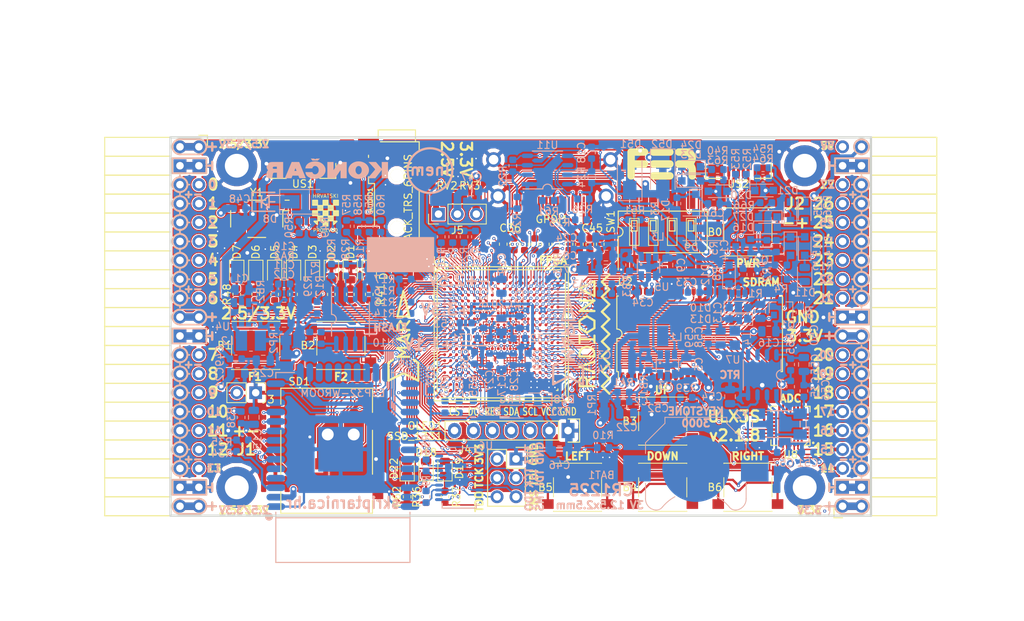
<source format=kicad_pcb>
(kicad_pcb (version 20171130) (host pcbnew 5.0.0+dfsg1-2)
  (layers (0 F.Cu signal) (1 In1.Cu signal) (2 In2.Cu signal) (31 B.Cu signal) (34 B.Paste user) (35 F.Paste user) (36 B.SilkS user) (37 F.SilkS user) (38 B.Mask user) (39 F.Mask user) (44 Edge.Cuts user))
  (net 0 "")
  (net 1 GND)
  (net 2 +5V)
  (net 3 /gpio/IN5V)
  (net 4 /gpio/OUT5V)
  (net 5 +3V3)
  (net 6 BTN_D)
  (net 7 BTN_F1)
  (net 8 BTN_F2)
  (net 9 BTN_L)
  (net 10 BTN_R)
  (net 11 BTN_U)
  (net 12 /power/FB1)
  (net 13 +2V5)
  (net 14 /power/PWREN)
  (net 15 /power/FB3)
  (net 16 /power/FB2)
  (net 17 /power/VBAT)
  (net 18 JTAG_TDI)
  (net 19 JTAG_TCK)
  (net 20 JTAG_TMS)
  (net 21 JTAG_TDO)
  (net 22 /power/WAKEUPn)
  (net 23 /power/WKUP)
  (net 24 /power/SHUT)
  (net 25 /power/WAKE)
  (net 26 /power/HOLD)
  (net 27 /power/WKn)
  (net 28 /power/OSCI_32k)
  (net 29 /power/OSCO_32k)
  (net 30 SHUTDOWN)
  (net 31 GPDI_SDA)
  (net 32 GPDI_SCL)
  (net 33 /gpdi/VREF2)
  (net 34 SD_CMD)
  (net 35 SD_CLK)
  (net 36 SD_D0)
  (net 37 SD_D1)
  (net 38 USB5V)
  (net 39 GPDI_CEC)
  (net 40 nRESET)
  (net 41 FTDI_nDTR)
  (net 42 SDRAM_CKE)
  (net 43 SDRAM_A7)
  (net 44 SDRAM_D15)
  (net 45 SDRAM_BA1)
  (net 46 SDRAM_D7)
  (net 47 SDRAM_A6)
  (net 48 SDRAM_CLK)
  (net 49 SDRAM_D13)
  (net 50 SDRAM_BA0)
  (net 51 SDRAM_D6)
  (net 52 SDRAM_A5)
  (net 53 SDRAM_D14)
  (net 54 SDRAM_A11)
  (net 55 SDRAM_D12)
  (net 56 SDRAM_D5)
  (net 57 SDRAM_A4)
  (net 58 SDRAM_A10)
  (net 59 SDRAM_D11)
  (net 60 SDRAM_A3)
  (net 61 SDRAM_D4)
  (net 62 SDRAM_D10)
  (net 63 SDRAM_D9)
  (net 64 SDRAM_A9)
  (net 65 SDRAM_D3)
  (net 66 SDRAM_D8)
  (net 67 SDRAM_A8)
  (net 68 SDRAM_A2)
  (net 69 SDRAM_A1)
  (net 70 SDRAM_A0)
  (net 71 SDRAM_D2)
  (net 72 SDRAM_D1)
  (net 73 SDRAM_D0)
  (net 74 SDRAM_DQM0)
  (net 75 SDRAM_nCS)
  (net 76 SDRAM_nRAS)
  (net 77 SDRAM_DQM1)
  (net 78 SDRAM_nCAS)
  (net 79 SDRAM_nWE)
  (net 80 /flash/FLASH_nWP)
  (net 81 /flash/FLASH_nHOLD)
  (net 82 /flash/FLASH_MOSI)
  (net 83 /flash/FLASH_MISO)
  (net 84 /flash/FLASH_SCK)
  (net 85 /flash/FLASH_nCS)
  (net 86 /flash/FPGA_PROGRAMN)
  (net 87 /flash/FPGA_DONE)
  (net 88 /flash/FPGA_INITN)
  (net 89 OLED_RES)
  (net 90 OLED_DC)
  (net 91 OLED_CS)
  (net 92 WIFI_EN)
  (net 93 FTDI_nRTS)
  (net 94 FTDI_TXD)
  (net 95 FTDI_RXD)
  (net 96 WIFI_RXD)
  (net 97 WIFI_GPIO0)
  (net 98 WIFI_TXD)
  (net 99 USB_FTDI_D+)
  (net 100 USB_FTDI_D-)
  (net 101 SD_D3)
  (net 102 AUDIO_L3)
  (net 103 AUDIO_L2)
  (net 104 AUDIO_L1)
  (net 105 AUDIO_L0)
  (net 106 AUDIO_R3)
  (net 107 AUDIO_R2)
  (net 108 AUDIO_R1)
  (net 109 AUDIO_R0)
  (net 110 OLED_CLK)
  (net 111 OLED_MOSI)
  (net 112 LED0)
  (net 113 LED1)
  (net 114 LED2)
  (net 115 LED3)
  (net 116 LED4)
  (net 117 LED5)
  (net 118 LED6)
  (net 119 LED7)
  (net 120 BTN_PWRn)
  (net 121 FTDI_nTXLED)
  (net 122 FTDI_nSLEEP)
  (net 123 /blinkey/LED_PWREN)
  (net 124 /blinkey/LED_TXLED)
  (net 125 /sdcard/SD3V3)
  (net 126 SD_D2)
  (net 127 CLK_25MHz)
  (net 128 /blinkey/BTNPUL)
  (net 129 /blinkey/BTNPUR)
  (net 130 USB_FPGA_D+)
  (net 131 /power/FTDI_nSUSPEND)
  (net 132 /blinkey/ALED0)
  (net 133 /blinkey/ALED1)
  (net 134 /blinkey/ALED2)
  (net 135 /blinkey/ALED3)
  (net 136 /blinkey/ALED4)
  (net 137 /blinkey/ALED5)
  (net 138 /blinkey/ALED6)
  (net 139 /blinkey/ALED7)
  (net 140 /usb/FTD-)
  (net 141 /usb/FTD+)
  (net 142 ADC_MISO)
  (net 143 ADC_MOSI)
  (net 144 ADC_CSn)
  (net 145 ADC_SCLK)
  (net 146 SW3)
  (net 147 SW2)
  (net 148 SW1)
  (net 149 USB_FPGA_D-)
  (net 150 /usb/FPD+)
  (net 151 /usb/FPD-)
  (net 152 WIFI_GPIO16)
  (net 153 /usb/ANT_433MHz)
  (net 154 PROG_DONE)
  (net 155 /power/P3V3)
  (net 156 /power/P2V5)
  (net 157 /power/L1)
  (net 158 /power/L3)
  (net 159 /power/L2)
  (net 160 FTDI_TXDEN)
  (net 161 SDRAM_A12)
  (net 162 /analog/AUDIO_V)
  (net 163 AUDIO_V3)
  (net 164 AUDIO_V2)
  (net 165 AUDIO_V1)
  (net 166 AUDIO_V0)
  (net 167 /blinkey/LED_WIFI)
  (net 168 /power/P1V1)
  (net 169 +1V1)
  (net 170 SW4)
  (net 171 /blinkey/SWPU)
  (net 172 /wifi/WIFIEN)
  (net 173 FT2V5)
  (net 174 GN0)
  (net 175 GP0)
  (net 176 GN1)
  (net 177 GP1)
  (net 178 GN2)
  (net 179 GP2)
  (net 180 GN3)
  (net 181 GP3)
  (net 182 GN4)
  (net 183 GP4)
  (net 184 GN5)
  (net 185 GP5)
  (net 186 GN6)
  (net 187 GP6)
  (net 188 GN14)
  (net 189 GP14)
  (net 190 GN15)
  (net 191 GP15)
  (net 192 GN16)
  (net 193 GP16)
  (net 194 GN17)
  (net 195 GP17)
  (net 196 GN18)
  (net 197 GP18)
  (net 198 GN19)
  (net 199 GP19)
  (net 200 GN20)
  (net 201 GP20)
  (net 202 GN21)
  (net 203 GP21)
  (net 204 GN22)
  (net 205 GP22)
  (net 206 GN23)
  (net 207 GP23)
  (net 208 GN24)
  (net 209 GP24)
  (net 210 GN25)
  (net 211 GP25)
  (net 212 GN26)
  (net 213 GP26)
  (net 214 GN27)
  (net 215 GP27)
  (net 216 GN7)
  (net 217 GP7)
  (net 218 GN8)
  (net 219 GP8)
  (net 220 GN9)
  (net 221 GP9)
  (net 222 GN10)
  (net 223 GP10)
  (net 224 GN11)
  (net 225 GP11)
  (net 226 GN12)
  (net 227 GP12)
  (net 228 GN13)
  (net 229 GP13)
  (net 230 WIFI_GPIO5)
  (net 231 WIFI_GPIO17)
  (net 232 USB_FPGA_PULL_D+)
  (net 233 USB_FPGA_PULL_D-)
  (net 234 "Net-(D23-Pad2)")
  (net 235 "Net-(D24-Pad1)")
  (net 236 "Net-(D25-Pad2)")
  (net 237 "Net-(D26-Pad1)")
  (net 238 /gpdi/GPDI_ETH+)
  (net 239 FPDI_ETH+)
  (net 240 /gpdi/GPDI_ETH-)
  (net 241 FPDI_ETH-)
  (net 242 /gpdi/GPDI_D2-)
  (net 243 FPDI_D2-)
  (net 244 /gpdi/GPDI_D1-)
  (net 245 FPDI_D1-)
  (net 246 /gpdi/GPDI_D0-)
  (net 247 FPDI_D0-)
  (net 248 /gpdi/GPDI_CLK-)
  (net 249 FPDI_CLK-)
  (net 250 /gpdi/GPDI_D2+)
  (net 251 FPDI_D2+)
  (net 252 /gpdi/GPDI_D1+)
  (net 253 FPDI_D1+)
  (net 254 /gpdi/GPDI_D0+)
  (net 255 FPDI_D0+)
  (net 256 /gpdi/GPDI_CLK+)
  (net 257 FPDI_CLK+)
  (net 258 FPDI_SDA)
  (net 259 FPDI_SCL)
  (net 260 /gpdi/FPDI_CEC)
  (net 261 2V5_3V3)
  (net 262 /usb/US2VBUS)
  (net 263 /power/SHD)
  (net 264 /power/RTCVDD)
  (net 265 "Net-(D27-Pad2)")
  (net 266 US2_ID)
  (net 267 /analog/AUDIO_L)
  (net 268 /analog/AUDIO_R)
  (net 269 /analog/ADC3V3)
  (net 270 PWRBTn)
  (net 271 USER_PROGRAMN)
  (module ft231x:FT231X-SSOP-20_4.4x6.5mm_Pitch0.65mm (layer B.Cu) (at 132.835 107.14 180)
    (fp_text reference U6 (at -3.556 4.318 180) (layer B.SilkS) (effects (justify mirror)))
    (fp_text value FT231XS hide)
    (pad 20 smd oval (at 2.7 2.925 180) (size 1.1 0.4) (layers B.Cu B.Paste B.Mask) (net 94 FTDI_TXD))
    (pad 19 smd oval (at 2.7 2.275 180) (size 1.1 0.4) (layers B.Cu B.Paste B.Mask) (net 122 FTDI_nSLEEP))
    (pad 18 smd oval (at 2.7 1.625 180) (size 1.1 0.4) (layers B.Cu B.Paste B.Mask) (net 160 FTDI_TXDEN))
    (pad 17 smd oval (at 2.7 0.975 180) (size 1.1 0.4) (layers B.Cu B.Paste B.Mask))
    (pad 16 smd oval (at 2.7 0.325 180) (size 1.1 0.4) (layers B.Cu B.Paste B.Mask) (net 1 GND))
    (pad 15 smd oval (at 2.7 -0.325 180) (size 1.1 0.4) (layers B.Cu B.Paste B.Mask) (net 38 USB5V))
    (pad 14 smd oval (at 2.7 -0.975 180) (size 1.1 0.4) (layers B.Cu B.Paste B.Mask) (net 40 nRESET))
    (pad 13 smd oval (at 2.7 -1.625 180) (size 1.1 0.4) (layers B.Cu B.Paste B.Mask) (net 173 FT2V5))
    (pad 12 smd oval (at 2.7 -2.275 180) (size 1.1 0.4) (layers B.Cu B.Paste B.Mask) (net 100 USB_FTDI_D-))
    (pad 11 smd oval (at 2.7 -2.925 180) (size 1.1 0.4) (layers B.Cu B.Paste B.Mask) (net 99 USB_FTDI_D+))
    (pad 10 smd oval (at -2.7 -2.925 180) (size 1.1 0.4) (layers B.Cu B.Paste B.Mask) (net 121 FTDI_nTXLED))
    (pad 9 smd oval (at -2.7 -2.275 180) (size 1.1 0.4) (layers B.Cu B.Paste B.Mask) (net 21 JTAG_TDO))
    (pad 8 smd oval (at -2.7 -1.625 180) (size 1.1 0.4) (layers B.Cu B.Paste B.Mask) (net 20 JTAG_TMS))
    (pad 7 smd oval (at -2.7 -0.975 180) (size 1.1 0.4) (layers B.Cu B.Paste B.Mask) (net 19 JTAG_TCK))
    (pad 6 smd oval (at -2.7 -0.325 180) (size 1.1 0.4) (layers B.Cu B.Paste B.Mask) (net 1 GND))
    (pad 5 smd oval (at -2.7 0.325 180) (size 1.1 0.4) (layers B.Cu B.Paste B.Mask) (net 18 JTAG_TDI))
    (pad 4 smd oval (at -2.7 0.975 180) (size 1.1 0.4) (layers B.Cu B.Paste B.Mask) (net 95 FTDI_RXD))
    (pad 3 smd oval (at -2.7 1.625 180) (size 1.1 0.4) (layers B.Cu B.Paste B.Mask) (net 173 FT2V5))
    (pad 2 smd oval (at -2.7 2.275 180) (size 1.1 0.4) (layers B.Cu B.Paste B.Mask) (net 93 FTDI_nRTS))
    (pad 1 smd rect (at -2.7 2.925 180) (size 1.1 0.4) (layers B.Cu B.Paste B.Mask) (net 41 FTDI_nDTR))
  )
  (module lfe5bg381:BGA-381_pitch0.8mm_dia0.4mm (layer F.Cu) (at 138.48 87.8)
    (fp_text reference U1 (at -8.2 -9.8) (layer F.SilkS))
    (fp_text value LFE5U-85F-6BG381C hide)
    (pad Y19 smd circle (at 6.8 7.6) (size 0.4 0.4) (layers F.Cu F.Paste F.Mask) (net 1 GND))
    (pad Y17 smd circle (at 5.2 7.6) (size 0.4 0.4) (layers F.Cu F.Paste F.Mask) (net 1 GND))
    (pad Y16 smd circle (at 4.4 7.6) (size 0.4 0.4) (layers F.Cu F.Paste F.Mask) (net 1 GND))
    (pad Y15 smd circle (at 3.6 7.6) (size 0.4 0.4) (layers F.Cu F.Paste F.Mask) (net 1 GND))
    (pad Y14 smd circle (at 2.8 7.6) (size 0.4 0.4) (layers F.Cu F.Paste F.Mask) (net 1 GND))
    (pad Y12 smd circle (at 1.2 7.6) (size 0.4 0.4) (layers F.Cu F.Paste F.Mask) (net 1 GND))
    (pad Y11 smd circle (at 0.4 7.6) (size 0.4 0.4) (layers F.Cu F.Paste F.Mask) (net 1 GND))
    (pad Y8 smd circle (at -2 7.6) (size 0.4 0.4) (layers F.Cu F.Paste F.Mask) (net 1 GND))
    (pad Y7 smd circle (at -2.8 7.6) (size 0.4 0.4) (layers F.Cu F.Paste F.Mask) (net 1 GND))
    (pad Y6 smd circle (at -3.6 7.6) (size 0.4 0.4) (layers F.Cu F.Paste F.Mask) (net 1 GND))
    (pad Y5 smd circle (at -4.4 7.6) (size 0.4 0.4) (layers F.Cu F.Paste F.Mask) (net 1 GND))
    (pad Y3 smd circle (at -6 7.6) (size 0.4 0.4) (layers F.Cu F.Paste F.Mask) (net 87 /flash/FPGA_DONE))
    (pad Y2 smd circle (at -6.8 7.6) (size 0.4 0.4) (layers F.Cu F.Paste F.Mask) (net 80 /flash/FLASH_nWP))
    (pad W20 smd circle (at 7.6 6.8) (size 0.4 0.4) (layers F.Cu F.Paste F.Mask) (net 1 GND))
    (pad W19 smd circle (at 6.8 6.8) (size 0.4 0.4) (layers F.Cu F.Paste F.Mask) (net 1 GND))
    (pad W18 smd circle (at 6 6.8) (size 0.4 0.4) (layers F.Cu F.Paste F.Mask))
    (pad W17 smd circle (at 5.2 6.8) (size 0.4 0.4) (layers F.Cu F.Paste F.Mask))
    (pad W16 smd circle (at 4.4 6.8) (size 0.4 0.4) (layers F.Cu F.Paste F.Mask) (net 1 GND))
    (pad W15 smd circle (at 3.6 6.8) (size 0.4 0.4) (layers F.Cu F.Paste F.Mask) (net 1 GND))
    (pad W14 smd circle (at 2.8 6.8) (size 0.4 0.4) (layers F.Cu F.Paste F.Mask))
    (pad W13 smd circle (at 2 6.8) (size 0.4 0.4) (layers F.Cu F.Paste F.Mask))
    (pad W12 smd circle (at 1.2 6.8) (size 0.4 0.4) (layers F.Cu F.Paste F.Mask) (net 1 GND))
    (pad W11 smd circle (at 0.4 6.8) (size 0.4 0.4) (layers F.Cu F.Paste F.Mask))
    (pad W10 smd circle (at -0.4 6.8) (size 0.4 0.4) (layers F.Cu F.Paste F.Mask))
    (pad W9 smd circle (at -1.2 6.8) (size 0.4 0.4) (layers F.Cu F.Paste F.Mask))
    (pad W8 smd circle (at -2 6.8) (size 0.4 0.4) (layers F.Cu F.Paste F.Mask))
    (pad W7 smd circle (at -2.8 6.8) (size 0.4 0.4) (layers F.Cu F.Paste F.Mask) (net 1 GND))
    (pad W6 smd circle (at -3.6 6.8) (size 0.4 0.4) (layers F.Cu F.Paste F.Mask) (net 1 GND))
    (pad W5 smd circle (at -4.4 6.8) (size 0.4 0.4) (layers F.Cu F.Paste F.Mask))
    (pad W4 smd circle (at -5.2 6.8) (size 0.4 0.4) (layers F.Cu F.Paste F.Mask))
    (pad W3 smd circle (at -6 6.8) (size 0.4 0.4) (layers F.Cu F.Paste F.Mask) (net 86 /flash/FPGA_PROGRAMN))
    (pad W2 smd circle (at -6.8 6.8) (size 0.4 0.4) (layers F.Cu F.Paste F.Mask) (net 82 /flash/FLASH_MOSI))
    (pad W1 smd circle (at -7.6 6.8) (size 0.4 0.4) (layers F.Cu F.Paste F.Mask) (net 81 /flash/FLASH_nHOLD))
    (pad V20 smd circle (at 7.6 6) (size 0.4 0.4) (layers F.Cu F.Paste F.Mask) (net 1 GND))
    (pad V19 smd circle (at 6.8 6) (size 0.4 0.4) (layers F.Cu F.Paste F.Mask) (net 1 GND))
    (pad V18 smd circle (at 6 6) (size 0.4 0.4) (layers F.Cu F.Paste F.Mask) (net 1 GND))
    (pad V17 smd circle (at 5.2 6) (size 0.4 0.4) (layers F.Cu F.Paste F.Mask) (net 1 GND))
    (pad V16 smd circle (at 4.4 6) (size 0.4 0.4) (layers F.Cu F.Paste F.Mask) (net 1 GND))
    (pad V15 smd circle (at 3.6 6) (size 0.4 0.4) (layers F.Cu F.Paste F.Mask) (net 1 GND))
    (pad V14 smd circle (at 2.8 6) (size 0.4 0.4) (layers F.Cu F.Paste F.Mask) (net 1 GND))
    (pad V13 smd circle (at 2 6) (size 0.4 0.4) (layers F.Cu F.Paste F.Mask) (net 1 GND))
    (pad V12 smd circle (at 1.2 6) (size 0.4 0.4) (layers F.Cu F.Paste F.Mask) (net 1 GND))
    (pad V11 smd circle (at 0.4 6) (size 0.4 0.4) (layers F.Cu F.Paste F.Mask) (net 1 GND))
    (pad V10 smd circle (at -0.4 6) (size 0.4 0.4) (layers F.Cu F.Paste F.Mask) (net 1 GND))
    (pad V9 smd circle (at -1.2 6) (size 0.4 0.4) (layers F.Cu F.Paste F.Mask) (net 1 GND))
    (pad V8 smd circle (at -2 6) (size 0.4 0.4) (layers F.Cu F.Paste F.Mask) (net 1 GND))
    (pad V7 smd circle (at -2.8 6) (size 0.4 0.4) (layers F.Cu F.Paste F.Mask) (net 1 GND))
    (pad V6 smd circle (at -3.6 6) (size 0.4 0.4) (layers F.Cu F.Paste F.Mask) (net 1 GND))
    (pad V5 smd circle (at -4.4 6) (size 0.4 0.4) (layers F.Cu F.Paste F.Mask) (net 1 GND))
    (pad V4 smd circle (at -5.2 6) (size 0.4 0.4) (layers F.Cu F.Paste F.Mask) (net 21 JTAG_TDO))
    (pad V3 smd circle (at -6 6) (size 0.4 0.4) (layers F.Cu F.Paste F.Mask) (net 88 /flash/FPGA_INITN))
    (pad V2 smd circle (at -6.8 6) (size 0.4 0.4) (layers F.Cu F.Paste F.Mask) (net 83 /flash/FLASH_MISO))
    (pad V1 smd circle (at -7.6 6) (size 0.4 0.4) (layers F.Cu F.Paste F.Mask) (net 6 BTN_D))
    (pad U20 smd circle (at 7.6 5.2) (size 0.4 0.4) (layers F.Cu F.Paste F.Mask) (net 46 SDRAM_D7))
    (pad U19 smd circle (at 6.8 5.2) (size 0.4 0.4) (layers F.Cu F.Paste F.Mask) (net 74 SDRAM_DQM0))
    (pad U18 smd circle (at 6 5.2) (size 0.4 0.4) (layers F.Cu F.Paste F.Mask) (net 189 GP14))
    (pad U17 smd circle (at 5.2 5.2) (size 0.4 0.4) (layers F.Cu F.Paste F.Mask) (net 188 GN14))
    (pad U16 smd circle (at 4.4 5.2) (size 0.4 0.4) (layers F.Cu F.Paste F.Mask) (net 142 ADC_MISO))
    (pad U15 smd circle (at 3.6 5.2) (size 0.4 0.4) (layers F.Cu F.Paste F.Mask) (net 1 GND))
    (pad U14 smd circle (at 2.8 5.2) (size 0.4 0.4) (layers F.Cu F.Paste F.Mask) (net 1 GND))
    (pad U13 smd circle (at 2 5.2) (size 0.4 0.4) (layers F.Cu F.Paste F.Mask) (net 1 GND))
    (pad U12 smd circle (at 1.2 5.2) (size 0.4 0.4) (layers F.Cu F.Paste F.Mask) (net 1 GND))
    (pad U11 smd circle (at 0.4 5.2) (size 0.4 0.4) (layers F.Cu F.Paste F.Mask) (net 1 GND))
    (pad U10 smd circle (at -0.4 5.2) (size 0.4 0.4) (layers F.Cu F.Paste F.Mask) (net 1 GND))
    (pad U9 smd circle (at -1.2 5.2) (size 0.4 0.4) (layers F.Cu F.Paste F.Mask) (net 1 GND))
    (pad U8 smd circle (at -2 5.2) (size 0.4 0.4) (layers F.Cu F.Paste F.Mask) (net 1 GND))
    (pad U7 smd circle (at -2.8 5.2) (size 0.4 0.4) (layers F.Cu F.Paste F.Mask) (net 1 GND))
    (pad U6 smd circle (at -3.6 5.2) (size 0.4 0.4) (layers F.Cu F.Paste F.Mask) (net 1 GND))
    (pad U5 smd circle (at -4.4 5.2) (size 0.4 0.4) (layers F.Cu F.Paste F.Mask) (net 20 JTAG_TMS))
    (pad U4 smd circle (at -5.2 5.2) (size 0.4 0.4) (layers F.Cu F.Paste F.Mask) (net 1 GND))
    (pad U3 smd circle (at -6 5.2) (size 0.4 0.4) (layers F.Cu F.Paste F.Mask) (net 84 /flash/FLASH_SCK))
    (pad U2 smd circle (at -6.8 5.2) (size 0.4 0.4) (layers F.Cu F.Paste F.Mask) (net 5 +3V3))
    (pad U1 smd circle (at -7.6 5.2) (size 0.4 0.4) (layers F.Cu F.Paste F.Mask) (net 9 BTN_L))
    (pad T20 smd circle (at 7.6 4.4) (size 0.4 0.4) (layers F.Cu F.Paste F.Mask) (net 79 SDRAM_nWE))
    (pad T19 smd circle (at 6.8 4.4) (size 0.4 0.4) (layers F.Cu F.Paste F.Mask) (net 78 SDRAM_nCAS))
    (pad T18 smd circle (at 6 4.4) (size 0.4 0.4) (layers F.Cu F.Paste F.Mask) (net 56 SDRAM_D5))
    (pad T17 smd circle (at 5.2 4.4) (size 0.4 0.4) (layers F.Cu F.Paste F.Mask) (net 51 SDRAM_D6))
    (pad T16 smd circle (at 4.4 4.4) (size 0.4 0.4) (layers F.Cu F.Paste F.Mask))
    (pad T15 smd circle (at 3.6 4.4) (size 0.4 0.4) (layers F.Cu F.Paste F.Mask) (net 1 GND))
    (pad T14 smd circle (at 2.8 4.4) (size 0.4 0.4) (layers F.Cu F.Paste F.Mask) (net 1 GND))
    (pad T13 smd circle (at 2 4.4) (size 0.4 0.4) (layers F.Cu F.Paste F.Mask) (net 1 GND))
    (pad T12 smd circle (at 1.2 4.4) (size 0.4 0.4) (layers F.Cu F.Paste F.Mask) (net 1 GND))
    (pad T11 smd circle (at 0.4 4.4) (size 0.4 0.4) (layers F.Cu F.Paste F.Mask) (net 1 GND))
    (pad T10 smd circle (at -0.4 4.4) (size 0.4 0.4) (layers F.Cu F.Paste F.Mask) (net 1 GND))
    (pad T9 smd circle (at -1.2 4.4) (size 0.4 0.4) (layers F.Cu F.Paste F.Mask) (net 1 GND))
    (pad T8 smd circle (at -2 4.4) (size 0.4 0.4) (layers F.Cu F.Paste F.Mask) (net 1 GND))
    (pad T7 smd circle (at -2.8 4.4) (size 0.4 0.4) (layers F.Cu F.Paste F.Mask) (net 1 GND))
    (pad T6 smd circle (at -3.6 4.4) (size 0.4 0.4) (layers F.Cu F.Paste F.Mask) (net 1 GND))
    (pad T5 smd circle (at -4.4 4.4) (size 0.4 0.4) (layers F.Cu F.Paste F.Mask) (net 19 JTAG_TCK))
    (pad T4 smd circle (at -5.2 4.4) (size 0.4 0.4) (layers F.Cu F.Paste F.Mask) (net 5 +3V3))
    (pad T3 smd circle (at -6 4.4) (size 0.4 0.4) (layers F.Cu F.Paste F.Mask) (net 5 +3V3))
    (pad T2 smd circle (at -6.8 4.4) (size 0.4 0.4) (layers F.Cu F.Paste F.Mask) (net 5 +3V3))
    (pad T1 smd circle (at -7.6 4.4) (size 0.4 0.4) (layers F.Cu F.Paste F.Mask) (net 8 BTN_F2))
    (pad R20 smd circle (at 7.6 3.6) (size 0.4 0.4) (layers F.Cu F.Paste F.Mask) (net 76 SDRAM_nRAS))
    (pad R19 smd circle (at 6.8 3.6) (size 0.4 0.4) (layers F.Cu F.Paste F.Mask) (net 1 GND))
    (pad R18 smd circle (at 6 3.6) (size 0.4 0.4) (layers F.Cu F.Paste F.Mask) (net 11 BTN_U))
    (pad R17 smd circle (at 5.2 3.6) (size 0.4 0.4) (layers F.Cu F.Paste F.Mask) (net 144 ADC_CSn))
    (pad R16 smd circle (at 4.4 3.6) (size 0.4 0.4) (layers F.Cu F.Paste F.Mask) (net 143 ADC_MOSI))
    (pad R5 smd circle (at -4.4 3.6) (size 0.4 0.4) (layers F.Cu F.Paste F.Mask) (net 18 JTAG_TDI))
    (pad R4 smd circle (at -5.2 3.6) (size 0.4 0.4) (layers F.Cu F.Paste F.Mask) (net 1 GND))
    (pad R3 smd circle (at -6 3.6) (size 0.4 0.4) (layers F.Cu F.Paste F.Mask))
    (pad R2 smd circle (at -6.8 3.6) (size 0.4 0.4) (layers F.Cu F.Paste F.Mask) (net 85 /flash/FLASH_nCS))
    (pad R1 smd circle (at -7.6 3.6) (size 0.4 0.4) (layers F.Cu F.Paste F.Mask) (net 7 BTN_F1))
    (pad P20 smd circle (at 7.6 2.8) (size 0.4 0.4) (layers F.Cu F.Paste F.Mask) (net 75 SDRAM_nCS))
    (pad P19 smd circle (at 6.8 2.8) (size 0.4 0.4) (layers F.Cu F.Paste F.Mask) (net 50 SDRAM_BA0))
    (pad P18 smd circle (at 6 2.8) (size 0.4 0.4) (layers F.Cu F.Paste F.Mask) (net 61 SDRAM_D4))
    (pad P17 smd circle (at 5.2 2.8) (size 0.4 0.4) (layers F.Cu F.Paste F.Mask) (net 145 ADC_SCLK))
    (pad P16 smd circle (at 4.4 2.8) (size 0.4 0.4) (layers F.Cu F.Paste F.Mask) (net 190 GN15))
    (pad P15 smd circle (at 3.6 2.8) (size 0.4 0.4) (layers F.Cu F.Paste F.Mask) (net 13 +2V5))
    (pad P14 smd circle (at 2.8 2.8) (size 0.4 0.4) (layers F.Cu F.Paste F.Mask) (net 1 GND))
    (pad P13 smd circle (at 2 2.8) (size 0.4 0.4) (layers F.Cu F.Paste F.Mask) (net 1 GND))
    (pad P12 smd circle (at 1.2 2.8) (size 0.4 0.4) (layers F.Cu F.Paste F.Mask) (net 1 GND))
    (pad P11 smd circle (at 0.4 2.8) (size 0.4 0.4) (layers F.Cu F.Paste F.Mask) (net 1 GND))
    (pad P10 smd circle (at -0.4 2.8) (size 0.4 0.4) (layers F.Cu F.Paste F.Mask) (net 5 +3V3))
    (pad P9 smd circle (at -1.2 2.8) (size 0.4 0.4) (layers F.Cu F.Paste F.Mask) (net 5 +3V3))
    (pad P8 smd circle (at -2 2.8) (size 0.4 0.4) (layers F.Cu F.Paste F.Mask) (net 1 GND))
    (pad P7 smd circle (at -2.8 2.8) (size 0.4 0.4) (layers F.Cu F.Paste F.Mask) (net 1 GND))
    (pad P6 smd circle (at -3.6 2.8) (size 0.4 0.4) (layers F.Cu F.Paste F.Mask) (net 13 +2V5))
    (pad P5 smd circle (at -4.4 2.8) (size 0.4 0.4) (layers F.Cu F.Paste F.Mask))
    (pad P4 smd circle (at -5.2 2.8) (size 0.4 0.4) (layers F.Cu F.Paste F.Mask) (net 110 OLED_CLK))
    (pad P3 smd circle (at -6 2.8) (size 0.4 0.4) (layers F.Cu F.Paste F.Mask) (net 111 OLED_MOSI))
    (pad P2 smd circle (at -6.8 2.8) (size 0.4 0.4) (layers F.Cu F.Paste F.Mask) (net 89 OLED_RES))
    (pad P1 smd circle (at -7.6 2.8) (size 0.4 0.4) (layers F.Cu F.Paste F.Mask) (net 90 OLED_DC))
    (pad N20 smd circle (at 7.6 2) (size 0.4 0.4) (layers F.Cu F.Paste F.Mask) (net 45 SDRAM_BA1))
    (pad N19 smd circle (at 6.8 2) (size 0.4 0.4) (layers F.Cu F.Paste F.Mask) (net 58 SDRAM_A10))
    (pad N18 smd circle (at 6 2) (size 0.4 0.4) (layers F.Cu F.Paste F.Mask) (net 65 SDRAM_D3))
    (pad N17 smd circle (at 5.2 2) (size 0.4 0.4) (layers F.Cu F.Paste F.Mask) (net 191 GP15))
    (pad N16 smd circle (at 4.4 2) (size 0.4 0.4) (layers F.Cu F.Paste F.Mask) (net 193 GP16))
    (pad N15 smd circle (at 3.6 2) (size 0.4 0.4) (layers F.Cu F.Paste F.Mask) (net 1 GND))
    (pad N14 smd circle (at 2.8 2) (size 0.4 0.4) (layers F.Cu F.Paste F.Mask) (net 1 GND))
    (pad N13 smd circle (at 2 2) (size 0.4 0.4) (layers F.Cu F.Paste F.Mask) (net 169 +1V1))
    (pad N12 smd circle (at 1.2 2) (size 0.4 0.4) (layers F.Cu F.Paste F.Mask) (net 169 +1V1))
    (pad N11 smd circle (at 0.4 2) (size 0.4 0.4) (layers F.Cu F.Paste F.Mask) (net 169 +1V1))
    (pad N10 smd circle (at -0.4 2) (size 0.4 0.4) (layers F.Cu F.Paste F.Mask) (net 169 +1V1))
    (pad N9 smd circle (at -1.2 2) (size 0.4 0.4) (layers F.Cu F.Paste F.Mask) (net 169 +1V1))
    (pad N8 smd circle (at -2 2) (size 0.4 0.4) (layers F.Cu F.Paste F.Mask) (net 169 +1V1))
    (pad N7 smd circle (at -2.8 2) (size 0.4 0.4) (layers F.Cu F.Paste F.Mask) (net 1 GND))
    (pad N6 smd circle (at -3.6 2) (size 0.4 0.4) (layers F.Cu F.Paste F.Mask) (net 1 GND))
    (pad N5 smd circle (at -4.4 2) (size 0.4 0.4) (layers F.Cu F.Paste F.Mask))
    (pad N4 smd circle (at -5.2 2) (size 0.4 0.4) (layers F.Cu F.Paste F.Mask) (net 230 WIFI_GPIO5))
    (pad N3 smd circle (at -6 2) (size 0.4 0.4) (layers F.Cu F.Paste F.Mask) (net 231 WIFI_GPIO17))
    (pad N2 smd circle (at -6.8 2) (size 0.4 0.4) (layers F.Cu F.Paste F.Mask) (net 91 OLED_CS))
    (pad N1 smd circle (at -7.6 2) (size 0.4 0.4) (layers F.Cu F.Paste F.Mask) (net 41 FTDI_nDTR))
    (pad M20 smd circle (at 7.6 1.2) (size 0.4 0.4) (layers F.Cu F.Paste F.Mask) (net 70 SDRAM_A0))
    (pad M19 smd circle (at 6.8 1.2) (size 0.4 0.4) (layers F.Cu F.Paste F.Mask) (net 69 SDRAM_A1))
    (pad M18 smd circle (at 6 1.2) (size 0.4 0.4) (layers F.Cu F.Paste F.Mask) (net 71 SDRAM_D2))
    (pad M17 smd circle (at 5.2 1.2) (size 0.4 0.4) (layers F.Cu F.Paste F.Mask) (net 192 GN16))
    (pad M16 smd circle (at 4.4 1.2) (size 0.4 0.4) (layers F.Cu F.Paste F.Mask) (net 1 GND))
    (pad M15 smd circle (at 3.6 1.2) (size 0.4 0.4) (layers F.Cu F.Paste F.Mask) (net 5 +3V3))
    (pad M14 smd circle (at 2.8 1.2) (size 0.4 0.4) (layers F.Cu F.Paste F.Mask) (net 1 GND))
    (pad M13 smd circle (at 2 1.2) (size 0.4 0.4) (layers F.Cu F.Paste F.Mask) (net 169 +1V1))
    (pad M12 smd circle (at 1.2 1.2) (size 0.4 0.4) (layers F.Cu F.Paste F.Mask) (net 1 GND))
    (pad M11 smd circle (at 0.4 1.2) (size 0.4 0.4) (layers F.Cu F.Paste F.Mask) (net 1 GND))
    (pad M10 smd circle (at -0.4 1.2) (size 0.4 0.4) (layers F.Cu F.Paste F.Mask) (net 1 GND))
    (pad M9 smd circle (at -1.2 1.2) (size 0.4 0.4) (layers F.Cu F.Paste F.Mask) (net 1 GND))
    (pad M8 smd circle (at -2 1.2) (size 0.4 0.4) (layers F.Cu F.Paste F.Mask) (net 169 +1V1))
    (pad M7 smd circle (at -2.8 1.2) (size 0.4 0.4) (layers F.Cu F.Paste F.Mask) (net 1 GND))
    (pad M6 smd circle (at -3.6 1.2) (size 0.4 0.4) (layers F.Cu F.Paste F.Mask) (net 5 +3V3))
    (pad M5 smd circle (at -4.4 1.2) (size 0.4 0.4) (layers F.Cu F.Paste F.Mask))
    (pad M4 smd circle (at -5.2 1.2) (size 0.4 0.4) (layers F.Cu F.Paste F.Mask) (net 271 USER_PROGRAMN))
    (pad M3 smd circle (at -6 1.2) (size 0.4 0.4) (layers F.Cu F.Paste F.Mask) (net 93 FTDI_nRTS))
    (pad M2 smd circle (at -6.8 1.2) (size 0.4 0.4) (layers F.Cu F.Paste F.Mask) (net 1 GND))
    (pad M1 smd circle (at -7.6 1.2) (size 0.4 0.4) (layers F.Cu F.Paste F.Mask) (net 94 FTDI_TXD))
    (pad L20 smd circle (at 7.6 0.4) (size 0.4 0.4) (layers F.Cu F.Paste F.Mask) (net 68 SDRAM_A2))
    (pad L19 smd circle (at 6.8 0.4) (size 0.4 0.4) (layers F.Cu F.Paste F.Mask) (net 60 SDRAM_A3))
    (pad L18 smd circle (at 6 0.4) (size 0.4 0.4) (layers F.Cu F.Paste F.Mask) (net 72 SDRAM_D1))
    (pad L17 smd circle (at 5.2 0.4) (size 0.4 0.4) (layers F.Cu F.Paste F.Mask) (net 194 GN17))
    (pad L16 smd circle (at 4.4 0.4) (size 0.4 0.4) (layers F.Cu F.Paste F.Mask) (net 195 GP17))
    (pad L15 smd circle (at 3.6 0.4) (size 0.4 0.4) (layers F.Cu F.Paste F.Mask) (net 5 +3V3))
    (pad L14 smd circle (at 2.8 0.4) (size 0.4 0.4) (layers F.Cu F.Paste F.Mask) (net 5 +3V3))
    (pad L13 smd circle (at 2 0.4) (size 0.4 0.4) (layers F.Cu F.Paste F.Mask) (net 169 +1V1))
    (pad L12 smd circle (at 1.2 0.4) (size 0.4 0.4) (layers F.Cu F.Paste F.Mask) (net 1 GND))
    (pad L11 smd circle (at 0.4 0.4) (size 0.4 0.4) (layers F.Cu F.Paste F.Mask) (net 1 GND))
    (pad L10 smd circle (at -0.4 0.4) (size 0.4 0.4) (layers F.Cu F.Paste F.Mask) (net 1 GND))
    (pad L9 smd circle (at -1.2 0.4) (size 0.4 0.4) (layers F.Cu F.Paste F.Mask) (net 1 GND))
    (pad L8 smd circle (at -2 0.4) (size 0.4 0.4) (layers F.Cu F.Paste F.Mask) (net 169 +1V1))
    (pad L7 smd circle (at -2.8 0.4) (size 0.4 0.4) (layers F.Cu F.Paste F.Mask) (net 5 +3V3))
    (pad L6 smd circle (at -3.6 0.4) (size 0.4 0.4) (layers F.Cu F.Paste F.Mask) (net 5 +3V3))
    (pad L5 smd circle (at -4.4 0.4) (size 0.4 0.4) (layers F.Cu F.Paste F.Mask))
    (pad L4 smd circle (at -5.2 0.4) (size 0.4 0.4) (layers F.Cu F.Paste F.Mask) (net 95 FTDI_RXD))
    (pad L3 smd circle (at -6 0.4) (size 0.4 0.4) (layers F.Cu F.Paste F.Mask) (net 160 FTDI_TXDEN))
    (pad L2 smd circle (at -6.8 0.4) (size 0.4 0.4) (layers F.Cu F.Paste F.Mask) (net 97 WIFI_GPIO0))
    (pad L1 smd circle (at -7.6 0.4) (size 0.4 0.4) (layers F.Cu F.Paste F.Mask) (net 152 WIFI_GPIO16))
    (pad K20 smd circle (at 7.6 -0.4) (size 0.4 0.4) (layers F.Cu F.Paste F.Mask) (net 57 SDRAM_A4))
    (pad K19 smd circle (at 6.8 -0.4) (size 0.4 0.4) (layers F.Cu F.Paste F.Mask) (net 52 SDRAM_A5))
    (pad K18 smd circle (at 6 -0.4) (size 0.4 0.4) (layers F.Cu F.Paste F.Mask) (net 47 SDRAM_A6))
    (pad K17 smd circle (at 5.2 -0.4) (size 0.4 0.4) (layers F.Cu F.Paste F.Mask))
    (pad K16 smd circle (at 4.4 -0.4) (size 0.4 0.4) (layers F.Cu F.Paste F.Mask))
    (pad K15 smd circle (at 3.6 -0.4) (size 0.4 0.4) (layers F.Cu F.Paste F.Mask) (net 1 GND))
    (pad K14 smd circle (at 2.8 -0.4) (size 0.4 0.4) (layers F.Cu F.Paste F.Mask) (net 1 GND))
    (pad K13 smd circle (at 2 -0.4) (size 0.4 0.4) (layers F.Cu F.Paste F.Mask) (net 169 +1V1))
    (pad K12 smd circle (at 1.2 -0.4) (size 0.4 0.4) (layers F.Cu F.Paste F.Mask) (net 1 GND))
    (pad K11 smd circle (at 0.4 -0.4) (size 0.4 0.4) (layers F.Cu F.Paste F.Mask) (net 1 GND))
    (pad K10 smd circle (at -0.4 -0.4) (size 0.4 0.4) (layers F.Cu F.Paste F.Mask) (net 1 GND))
    (pad K9 smd circle (at -1.2 -0.4) (size 0.4 0.4) (layers F.Cu F.Paste F.Mask) (net 1 GND))
    (pad K8 smd circle (at -2 -0.4) (size 0.4 0.4) (layers F.Cu F.Paste F.Mask) (net 169 +1V1))
    (pad K7 smd circle (at -2.8 -0.4) (size 0.4 0.4) (layers F.Cu F.Paste F.Mask) (net 1 GND))
    (pad K6 smd circle (at -3.6 -0.4) (size 0.4 0.4) (layers F.Cu F.Paste F.Mask) (net 1 GND))
    (pad K5 smd circle (at -4.4 -0.4) (size 0.4 0.4) (layers F.Cu F.Paste F.Mask))
    (pad K4 smd circle (at -5.2 -0.4) (size 0.4 0.4) (layers F.Cu F.Paste F.Mask) (net 98 WIFI_TXD))
    (pad K3 smd circle (at -6 -0.4) (size 0.4 0.4) (layers F.Cu F.Paste F.Mask) (net 96 WIFI_RXD))
    (pad K2 smd circle (at -6.8 -0.4) (size 0.4 0.4) (layers F.Cu F.Paste F.Mask) (net 101 SD_D3))
    (pad K1 smd circle (at -7.6 -0.4) (size 0.4 0.4) (layers F.Cu F.Paste F.Mask) (net 126 SD_D2))
    (pad J20 smd circle (at 7.6 -1.2) (size 0.4 0.4) (layers F.Cu F.Paste F.Mask) (net 43 SDRAM_A7))
    (pad J19 smd circle (at 6.8 -1.2) (size 0.4 0.4) (layers F.Cu F.Paste F.Mask) (net 67 SDRAM_A8))
    (pad J18 smd circle (at 6 -1.2) (size 0.4 0.4) (layers F.Cu F.Paste F.Mask) (net 53 SDRAM_D14))
    (pad J17 smd circle (at 5.2 -1.2) (size 0.4 0.4) (layers F.Cu F.Paste F.Mask) (net 44 SDRAM_D15))
    (pad J16 smd circle (at 4.4 -1.2) (size 0.4 0.4) (layers F.Cu F.Paste F.Mask) (net 73 SDRAM_D0))
    (pad J15 smd circle (at 3.6 -1.2) (size 0.4 0.4) (layers F.Cu F.Paste F.Mask) (net 5 +3V3))
    (pad J14 smd circle (at 2.8 -1.2) (size 0.4 0.4) (layers F.Cu F.Paste F.Mask) (net 1 GND))
    (pad J13 smd circle (at 2 -1.2) (size 0.4 0.4) (layers F.Cu F.Paste F.Mask) (net 169 +1V1))
    (pad J12 smd circle (at 1.2 -1.2) (size 0.4 0.4) (layers F.Cu F.Paste F.Mask) (net 1 GND))
    (pad J11 smd circle (at 0.4 -1.2) (size 0.4 0.4) (layers F.Cu F.Paste F.Mask) (net 1 GND))
    (pad J10 smd circle (at -0.4 -1.2) (size 0.4 0.4) (layers F.Cu F.Paste F.Mask) (net 1 GND))
    (pad J9 smd circle (at -1.2 -1.2) (size 0.4 0.4) (layers F.Cu F.Paste F.Mask) (net 1 GND))
    (pad J8 smd circle (at -2 -1.2) (size 0.4 0.4) (layers F.Cu F.Paste F.Mask) (net 169 +1V1))
    (pad J7 smd circle (at -2.8 -1.2) (size 0.4 0.4) (layers F.Cu F.Paste F.Mask) (net 1 GND))
    (pad J6 smd circle (at -3.6 -1.2) (size 0.4 0.4) (layers F.Cu F.Paste F.Mask) (net 261 2V5_3V3))
    (pad J5 smd circle (at -4.4 -1.2) (size 0.4 0.4) (layers F.Cu F.Paste F.Mask))
    (pad J4 smd circle (at -5.2 -1.2) (size 0.4 0.4) (layers F.Cu F.Paste F.Mask))
    (pad J3 smd circle (at -6 -1.2) (size 0.4 0.4) (layers F.Cu F.Paste F.Mask) (net 36 SD_D0))
    (pad J2 smd circle (at -6.8 -1.2) (size 0.4 0.4) (layers F.Cu F.Paste F.Mask) (net 1 GND))
    (pad J1 smd circle (at -7.6 -1.2) (size 0.4 0.4) (layers F.Cu F.Paste F.Mask) (net 34 SD_CMD))
    (pad H20 smd circle (at 7.6 -2) (size 0.4 0.4) (layers F.Cu F.Paste F.Mask) (net 64 SDRAM_A9))
    (pad H19 smd circle (at 6.8 -2) (size 0.4 0.4) (layers F.Cu F.Paste F.Mask) (net 1 GND))
    (pad H18 smd circle (at 6 -2) (size 0.4 0.4) (layers F.Cu F.Paste F.Mask) (net 197 GP18))
    (pad H17 smd circle (at 5.2 -2) (size 0.4 0.4) (layers F.Cu F.Paste F.Mask) (net 196 GN18))
    (pad H16 smd circle (at 4.4 -2) (size 0.4 0.4) (layers F.Cu F.Paste F.Mask) (net 10 BTN_R))
    (pad H15 smd circle (at 3.6 -2) (size 0.4 0.4) (layers F.Cu F.Paste F.Mask) (net 5 +3V3))
    (pad H14 smd circle (at 2.8 -2) (size 0.4 0.4) (layers F.Cu F.Paste F.Mask) (net 5 +3V3))
    (pad H13 smd circle (at 2 -2) (size 0.4 0.4) (layers F.Cu F.Paste F.Mask) (net 169 +1V1))
    (pad H12 smd circle (at 1.2 -2) (size 0.4 0.4) (layers F.Cu F.Paste F.Mask) (net 169 +1V1))
    (pad H11 smd circle (at 0.4 -2) (size 0.4 0.4) (layers F.Cu F.Paste F.Mask) (net 169 +1V1))
    (pad H10 smd circle (at -0.4 -2) (size 0.4 0.4) (layers F.Cu F.Paste F.Mask) (net 169 +1V1))
    (pad H9 smd circle (at -1.2 -2) (size 0.4 0.4) (layers F.Cu F.Paste F.Mask) (net 169 +1V1))
    (pad H8 smd circle (at -2 -2) (size 0.4 0.4) (layers F.Cu F.Paste F.Mask) (net 169 +1V1))
    (pad H7 smd circle (at -2.8 -2) (size 0.4 0.4) (layers F.Cu F.Paste F.Mask) (net 261 2V5_3V3))
    (pad H6 smd circle (at -3.6 -2) (size 0.4 0.4) (layers F.Cu F.Paste F.Mask) (net 261 2V5_3V3))
    (pad H5 smd circle (at -4.4 -2) (size 0.4 0.4) (layers F.Cu F.Paste F.Mask) (net 166 AUDIO_V0))
    (pad H4 smd circle (at -5.2 -2) (size 0.4 0.4) (layers F.Cu F.Paste F.Mask) (net 229 GP13))
    (pad H3 smd circle (at -6 -2) (size 0.4 0.4) (layers F.Cu F.Paste F.Mask) (net 119 LED7))
    (pad H2 smd circle (at -6.8 -2) (size 0.4 0.4) (layers F.Cu F.Paste F.Mask) (net 35 SD_CLK))
    (pad H1 smd circle (at -7.6 -2) (size 0.4 0.4) (layers F.Cu F.Paste F.Mask) (net 37 SD_D1))
    (pad G20 smd circle (at 7.6 -2.8) (size 0.4 0.4) (layers F.Cu F.Paste F.Mask) (net 54 SDRAM_A11))
    (pad G19 smd circle (at 6.8 -2.8) (size 0.4 0.4) (layers F.Cu F.Paste F.Mask) (net 161 SDRAM_A12))
    (pad G18 smd circle (at 6 -2.8) (size 0.4 0.4) (layers F.Cu F.Paste F.Mask) (net 198 GN19))
    (pad G17 smd circle (at 5.2 -2.8) (size 0.4 0.4) (layers F.Cu F.Paste F.Mask) (net 1 GND))
    (pad G16 smd circle (at 4.4 -2.8) (size 0.4 0.4) (layers F.Cu F.Paste F.Mask) (net 30 SHUTDOWN))
    (pad G15 smd circle (at 3.6 -2.8) (size 0.4 0.4) (layers F.Cu F.Paste F.Mask) (net 1 GND))
    (pad G14 smd circle (at 2.8 -2.8) (size 0.4 0.4) (layers F.Cu F.Paste F.Mask) (net 1 GND))
    (pad G13 smd circle (at 2 -2.8) (size 0.4 0.4) (layers F.Cu F.Paste F.Mask) (net 1 GND))
    (pad G12 smd circle (at 1.2 -2.8) (size 0.4 0.4) (layers F.Cu F.Paste F.Mask) (net 1 GND))
    (pad G11 smd circle (at 0.4 -2.8) (size 0.4 0.4) (layers F.Cu F.Paste F.Mask) (net 1 GND))
    (pad G10 smd circle (at -0.4 -2.8) (size 0.4 0.4) (layers F.Cu F.Paste F.Mask) (net 1 GND))
    (pad G9 smd circle (at -1.2 -2.8) (size 0.4 0.4) (layers F.Cu F.Paste F.Mask) (net 1 GND))
    (pad G8 smd circle (at -2 -2.8) (size 0.4 0.4) (layers F.Cu F.Paste F.Mask) (net 1 GND))
    (pad G7 smd circle (at -2.8 -2.8) (size 0.4 0.4) (layers F.Cu F.Paste F.Mask) (net 1 GND))
    (pad G6 smd circle (at -3.6 -2.8) (size 0.4 0.4) (layers F.Cu F.Paste F.Mask) (net 1 GND))
    (pad G5 smd circle (at -4.4 -2.8) (size 0.4 0.4) (layers F.Cu F.Paste F.Mask) (net 228 GN13))
    (pad G4 smd circle (at -5.2 -2.8) (size 0.4 0.4) (layers F.Cu F.Paste F.Mask) (net 1 GND))
    (pad G3 smd circle (at -6 -2.8) (size 0.4 0.4) (layers F.Cu F.Paste F.Mask) (net 227 GP12))
    (pad G2 smd circle (at -6.8 -2.8) (size 0.4 0.4) (layers F.Cu F.Paste F.Mask) (net 127 CLK_25MHz))
    (pad G1 smd circle (at -7.6 -2.8) (size 0.4 0.4) (layers F.Cu F.Paste F.Mask) (net 153 /usb/ANT_433MHz))
    (pad F20 smd circle (at 7.6 -3.6) (size 0.4 0.4) (layers F.Cu F.Paste F.Mask) (net 42 SDRAM_CKE))
    (pad F19 smd circle (at 6.8 -3.6) (size 0.4 0.4) (layers F.Cu F.Paste F.Mask) (net 48 SDRAM_CLK))
    (pad F18 smd circle (at 6 -3.6) (size 0.4 0.4) (layers F.Cu F.Paste F.Mask) (net 49 SDRAM_D13))
    (pad F17 smd circle (at 5.2 -3.6) (size 0.4 0.4) (layers F.Cu F.Paste F.Mask) (net 199 GP19))
    (pad F16 smd circle (at 4.4 -3.6) (size 0.4 0.4) (layers F.Cu F.Paste F.Mask) (net 149 USB_FPGA_D-))
    (pad F15 smd circle (at 3.6 -3.6) (size 0.4 0.4) (layers F.Cu F.Paste F.Mask) (net 13 +2V5))
    (pad F14 smd circle (at 2.8 -3.6) (size 0.4 0.4) (layers F.Cu F.Paste F.Mask) (net 1 GND))
    (pad F13 smd circle (at 2 -3.6) (size 0.4 0.4) (layers F.Cu F.Paste F.Mask) (net 1 GND))
    (pad F12 smd circle (at 1.2 -3.6) (size 0.4 0.4) (layers F.Cu F.Paste F.Mask) (net 5 +3V3))
    (pad F11 smd circle (at 0.4 -3.6) (size 0.4 0.4) (layers F.Cu F.Paste F.Mask) (net 5 +3V3))
    (pad F10 smd circle (at -0.4 -3.6) (size 0.4 0.4) (layers F.Cu F.Paste F.Mask) (net 261 2V5_3V3))
    (pad F9 smd circle (at -1.2 -3.6) (size 0.4 0.4) (layers F.Cu F.Paste F.Mask) (net 261 2V5_3V3))
    (pad F8 smd circle (at -2 -3.6) (size 0.4 0.4) (layers F.Cu F.Paste F.Mask) (net 1 GND))
    (pad F7 smd circle (at -2.8 -3.6) (size 0.4 0.4) (layers F.Cu F.Paste F.Mask) (net 1 GND))
    (pad F6 smd circle (at -3.6 -3.6) (size 0.4 0.4) (layers F.Cu F.Paste F.Mask) (net 13 +2V5))
    (pad F5 smd circle (at -4.4 -3.6) (size 0.4 0.4) (layers F.Cu F.Paste F.Mask) (net 164 AUDIO_V2))
    (pad F4 smd circle (at -5.2 -3.6) (size 0.4 0.4) (layers F.Cu F.Paste F.Mask) (net 225 GP11))
    (pad F3 smd circle (at -6 -3.6) (size 0.4 0.4) (layers F.Cu F.Paste F.Mask) (net 226 GN12))
    (pad F2 smd circle (at -6.8 -3.6) (size 0.4 0.4) (layers F.Cu F.Paste F.Mask) (net 165 AUDIO_V1))
    (pad F1 smd circle (at -7.6 -3.6) (size 0.4 0.4) (layers F.Cu F.Paste F.Mask) (net 92 WIFI_EN))
    (pad E20 smd circle (at 7.6 -4.4) (size 0.4 0.4) (layers F.Cu F.Paste F.Mask) (net 77 SDRAM_DQM1))
    (pad E19 smd circle (at 6.8 -4.4) (size 0.4 0.4) (layers F.Cu F.Paste F.Mask) (net 66 SDRAM_D8))
    (pad E18 smd circle (at 6 -4.4) (size 0.4 0.4) (layers F.Cu F.Paste F.Mask) (net 55 SDRAM_D12))
    (pad E17 smd circle (at 5.2 -4.4) (size 0.4 0.4) (layers F.Cu F.Paste F.Mask) (net 200 GN20))
    (pad E16 smd circle (at 4.4 -4.4) (size 0.4 0.4) (layers F.Cu F.Paste F.Mask) (net 130 USB_FPGA_D+))
    (pad E15 smd circle (at 3.6 -4.4) (size 0.4 0.4) (layers F.Cu F.Paste F.Mask) (net 149 USB_FPGA_D-))
    (pad E14 smd circle (at 2.8 -4.4) (size 0.4 0.4) (layers F.Cu F.Paste F.Mask) (net 210 GN25))
    (pad E13 smd circle (at 2 -4.4) (size 0.4 0.4) (layers F.Cu F.Paste F.Mask) (net 214 GN27))
    (pad E12 smd circle (at 1.2 -4.4) (size 0.4 0.4) (layers F.Cu F.Paste F.Mask) (net 259 FPDI_SCL))
    (pad E11 smd circle (at 0.4 -4.4) (size 0.4 0.4) (layers F.Cu F.Paste F.Mask))
    (pad E10 smd circle (at -0.4 -4.4) (size 0.4 0.4) (layers F.Cu F.Paste F.Mask))
    (pad E9 smd circle (at -1.2 -4.4) (size 0.4 0.4) (layers F.Cu F.Paste F.Mask))
    (pad E8 smd circle (at -2 -4.4) (size 0.4 0.4) (layers F.Cu F.Paste F.Mask) (net 148 SW1))
    (pad E7 smd circle (at -2.8 -4.4) (size 0.4 0.4) (layers F.Cu F.Paste F.Mask) (net 170 SW4))
    (pad E6 smd circle (at -3.6 -4.4) (size 0.4 0.4) (layers F.Cu F.Paste F.Mask))
    (pad E5 smd circle (at -4.4 -4.4) (size 0.4 0.4) (layers F.Cu F.Paste F.Mask) (net 163 AUDIO_V3))
    (pad E4 smd circle (at -5.2 -4.4) (size 0.4 0.4) (layers F.Cu F.Paste F.Mask) (net 105 AUDIO_L0))
    (pad E3 smd circle (at -6 -4.4) (size 0.4 0.4) (layers F.Cu F.Paste F.Mask) (net 224 GN11))
    (pad E2 smd circle (at -6.8 -4.4) (size 0.4 0.4) (layers F.Cu F.Paste F.Mask) (net 117 LED5))
    (pad E1 smd circle (at -7.6 -4.4) (size 0.4 0.4) (layers F.Cu F.Paste F.Mask) (net 118 LED6))
    (pad D20 smd circle (at 7.6 -5.2) (size 0.4 0.4) (layers F.Cu F.Paste F.Mask) (net 63 SDRAM_D9))
    (pad D19 smd circle (at 6.8 -5.2) (size 0.4 0.4) (layers F.Cu F.Paste F.Mask) (net 62 SDRAM_D10))
    (pad D18 smd circle (at 6 -5.2) (size 0.4 0.4) (layers F.Cu F.Paste F.Mask) (net 201 GP20))
    (pad D17 smd circle (at 5.2 -5.2) (size 0.4 0.4) (layers F.Cu F.Paste F.Mask) (net 202 GN21))
    (pad D16 smd circle (at 4.4 -5.2) (size 0.4 0.4) (layers F.Cu F.Paste F.Mask) (net 208 GN24))
    (pad D15 smd circle (at 3.6 -5.2) (size 0.4 0.4) (layers F.Cu F.Paste F.Mask) (net 130 USB_FPGA_D+))
    (pad D14 smd circle (at 2.8 -5.2) (size 0.4 0.4) (layers F.Cu F.Paste F.Mask) (net 211 GP25))
    (pad D13 smd circle (at 2 -5.2) (size 0.4 0.4) (layers F.Cu F.Paste F.Mask) (net 215 GP27))
    (pad D12 smd circle (at 1.2 -5.2) (size 0.4 0.4) (layers F.Cu F.Paste F.Mask))
    (pad D11 smd circle (at 0.4 -5.2) (size 0.4 0.4) (layers F.Cu F.Paste F.Mask))
    (pad D10 smd circle (at -0.4 -5.2) (size 0.4 0.4) (layers F.Cu F.Paste F.Mask))
    (pad D9 smd circle (at -1.2 -5.2) (size 0.4 0.4) (layers F.Cu F.Paste F.Mask))
    (pad D8 smd circle (at -2 -5.2) (size 0.4 0.4) (layers F.Cu F.Paste F.Mask) (net 147 SW2))
    (pad D7 smd circle (at -2.8 -5.2) (size 0.4 0.4) (layers F.Cu F.Paste F.Mask) (net 146 SW3))
    (pad D6 smd circle (at -3.6 -5.2) (size 0.4 0.4) (layers F.Cu F.Paste F.Mask) (net 120 BTN_PWRn))
    (pad D5 smd circle (at -4.4 -5.2) (size 0.4 0.4) (layers F.Cu F.Paste F.Mask) (net 107 AUDIO_R2))
    (pad D4 smd circle (at -5.2 -5.2) (size 0.4 0.4) (layers F.Cu F.Paste F.Mask) (net 1 GND))
    (pad D3 smd circle (at -6 -5.2) (size 0.4 0.4) (layers F.Cu F.Paste F.Mask) (net 104 AUDIO_L1))
    (pad D2 smd circle (at -6.8 -5.2) (size 0.4 0.4) (layers F.Cu F.Paste F.Mask) (net 115 LED3))
    (pad D1 smd circle (at -7.6 -5.2) (size 0.4 0.4) (layers F.Cu F.Paste F.Mask) (net 116 LED4))
    (pad C20 smd circle (at 7.6 -6) (size 0.4 0.4) (layers F.Cu F.Paste F.Mask) (net 59 SDRAM_D11))
    (pad C19 smd circle (at 6.8 -6) (size 0.4 0.4) (layers F.Cu F.Paste F.Mask) (net 1 GND))
    (pad C18 smd circle (at 6 -6) (size 0.4 0.4) (layers F.Cu F.Paste F.Mask) (net 203 GP21))
    (pad C17 smd circle (at 5.2 -6) (size 0.4 0.4) (layers F.Cu F.Paste F.Mask) (net 206 GN23))
    (pad C16 smd circle (at 4.4 -6) (size 0.4 0.4) (layers F.Cu F.Paste F.Mask) (net 209 GP24))
    (pad C15 smd circle (at 3.6 -6) (size 0.4 0.4) (layers F.Cu F.Paste F.Mask) (net 204 GN22))
    (pad C14 smd circle (at 2.8 -6) (size 0.4 0.4) (layers F.Cu F.Paste F.Mask) (net 245 FPDI_D1-))
    (pad C13 smd circle (at 2 -6) (size 0.4 0.4) (layers F.Cu F.Paste F.Mask) (net 212 GN26))
    (pad C12 smd circle (at 1.2 -6) (size 0.4 0.4) (layers F.Cu F.Paste F.Mask) (net 233 USB_FPGA_PULL_D-))
    (pad C11 smd circle (at 0.4 -6) (size 0.4 0.4) (layers F.Cu F.Paste F.Mask) (net 174 GN0))
    (pad C10 smd circle (at -0.4 -6) (size 0.4 0.4) (layers F.Cu F.Paste F.Mask) (net 180 GN3))
    (pad C9 smd circle (at -1.2 -6) (size 0.4 0.4) (layers F.Cu F.Paste F.Mask))
    (pad C8 smd circle (at -2 -6) (size 0.4 0.4) (layers F.Cu F.Paste F.Mask) (net 185 GP5))
    (pad C7 smd circle (at -2.8 -6) (size 0.4 0.4) (layers F.Cu F.Paste F.Mask) (net 186 GN6))
    (pad C6 smd circle (at -3.6 -6) (size 0.4 0.4) (layers F.Cu F.Paste F.Mask) (net 187 GP6))
    (pad C5 smd circle (at -4.4 -6) (size 0.4 0.4) (layers F.Cu F.Paste F.Mask) (net 106 AUDIO_R3))
    (pad C4 smd circle (at -5.2 -6) (size 0.4 0.4) (layers F.Cu F.Paste F.Mask) (net 223 GP10))
    (pad C3 smd circle (at -6 -6) (size 0.4 0.4) (layers F.Cu F.Paste F.Mask) (net 103 AUDIO_L2))
    (pad C2 smd circle (at -6.8 -6) (size 0.4 0.4) (layers F.Cu F.Paste F.Mask) (net 113 LED1))
    (pad C1 smd circle (at -7.6 -6) (size 0.4 0.4) (layers F.Cu F.Paste F.Mask) (net 114 LED2))
    (pad B20 smd circle (at 7.6 -6.8) (size 0.4 0.4) (layers F.Cu F.Paste F.Mask) (net 241 FPDI_ETH-))
    (pad B19 smd circle (at 6.8 -6.8) (size 0.4 0.4) (layers F.Cu F.Paste F.Mask) (net 258 FPDI_SDA))
    (pad B18 smd circle (at 6 -6.8) (size 0.4 0.4) (layers F.Cu F.Paste F.Mask) (net 249 FPDI_CLK-))
    (pad B17 smd circle (at 5.2 -6.8) (size 0.4 0.4) (layers F.Cu F.Paste F.Mask) (net 207 GP23))
    (pad B16 smd circle (at 4.4 -6.8) (size 0.4 0.4) (layers F.Cu F.Paste F.Mask) (net 247 FPDI_D0-))
    (pad B15 smd circle (at 3.6 -6.8) (size 0.4 0.4) (layers F.Cu F.Paste F.Mask) (net 205 GP22))
    (pad B14 smd circle (at 2.8 -6.8) (size 0.4 0.4) (layers F.Cu F.Paste F.Mask) (net 1 GND))
    (pad B13 smd circle (at 2 -6.8) (size 0.4 0.4) (layers F.Cu F.Paste F.Mask) (net 213 GP26))
    (pad B12 smd circle (at 1.2 -6.8) (size 0.4 0.4) (layers F.Cu F.Paste F.Mask) (net 232 USB_FPGA_PULL_D+))
    (pad B11 smd circle (at 0.4 -6.8) (size 0.4 0.4) (layers F.Cu F.Paste F.Mask) (net 175 GP0))
    (pad B10 smd circle (at -0.4 -6.8) (size 0.4 0.4) (layers F.Cu F.Paste F.Mask) (net 178 GN2))
    (pad B9 smd circle (at -1.2 -6.8) (size 0.4 0.4) (layers F.Cu F.Paste F.Mask) (net 181 GP3))
    (pad B8 smd circle (at -2 -6.8) (size 0.4 0.4) (layers F.Cu F.Paste F.Mask) (net 184 GN5))
    (pad B7 smd circle (at -2.8 -6.8) (size 0.4 0.4) (layers F.Cu F.Paste F.Mask) (net 1 GND))
    (pad B6 smd circle (at -3.6 -6.8) (size 0.4 0.4) (layers F.Cu F.Paste F.Mask) (net 216 GN7))
    (pad B5 smd circle (at -4.4 -6.8) (size 0.4 0.4) (layers F.Cu F.Paste F.Mask) (net 108 AUDIO_R1))
    (pad B4 smd circle (at -5.2 -6.8) (size 0.4 0.4) (layers F.Cu F.Paste F.Mask) (net 222 GN10))
    (pad B3 smd circle (at -6 -6.8) (size 0.4 0.4) (layers F.Cu F.Paste F.Mask) (net 102 AUDIO_L3))
    (pad B2 smd circle (at -6.8 -6.8) (size 0.4 0.4) (layers F.Cu F.Paste F.Mask) (net 112 LED0))
    (pad B1 smd circle (at -7.6 -6.8) (size 0.4 0.4) (layers F.Cu F.Paste F.Mask) (net 220 GN9))
    (pad A19 smd circle (at 6.8 -7.6) (size 0.4 0.4) (layers F.Cu F.Paste F.Mask) (net 239 FPDI_ETH+))
    (pad A18 smd circle (at 6 -7.6) (size 0.4 0.4) (layers F.Cu F.Paste F.Mask) (net 260 /gpdi/FPDI_CEC))
    (pad A17 smd circle (at 5.2 -7.6) (size 0.4 0.4) (layers F.Cu F.Paste F.Mask) (net 257 FPDI_CLK+))
    (pad A16 smd circle (at 4.4 -7.6) (size 0.4 0.4) (layers F.Cu F.Paste F.Mask) (net 255 FPDI_D0+))
    (pad A15 smd circle (at 3.6 -7.6) (size 0.4 0.4) (layers F.Cu F.Paste F.Mask))
    (pad A14 smd circle (at 2.8 -7.6) (size 0.4 0.4) (layers F.Cu F.Paste F.Mask) (net 253 FPDI_D1+))
    (pad A13 smd circle (at 2 -7.6) (size 0.4 0.4) (layers F.Cu F.Paste F.Mask) (net 243 FPDI_D2-))
    (pad A12 smd circle (at 1.2 -7.6) (size 0.4 0.4) (layers F.Cu F.Paste F.Mask) (net 251 FPDI_D2+))
    (pad A11 smd circle (at 0.4 -7.6) (size 0.4 0.4) (layers F.Cu F.Paste F.Mask) (net 176 GN1))
    (pad A10 smd circle (at -0.4 -7.6) (size 0.4 0.4) (layers F.Cu F.Paste F.Mask) (net 177 GP1))
    (pad A9 smd circle (at -1.2 -7.6) (size 0.4 0.4) (layers F.Cu F.Paste F.Mask) (net 179 GP2))
    (pad A8 smd circle (at -2 -7.6) (size 0.4 0.4) (layers F.Cu F.Paste F.Mask) (net 182 GN4))
    (pad A7 smd circle (at -2.8 -7.6) (size 0.4 0.4) (layers F.Cu F.Paste F.Mask) (net 183 GP4))
    (pad A6 smd circle (at -3.6 -7.6) (size 0.4 0.4) (layers F.Cu F.Paste F.Mask) (net 217 GP7))
    (pad A5 smd circle (at -4.4 -7.6) (size 0.4 0.4) (layers F.Cu F.Paste F.Mask) (net 218 GN8))
    (pad A4 smd circle (at -5.2 -7.6) (size 0.4 0.4) (layers F.Cu F.Paste F.Mask) (net 219 GP8))
    (pad A3 smd circle (at -6 -7.6) (size 0.4 0.4) (layers F.Cu F.Paste F.Mask) (net 109 AUDIO_R0))
    (pad A2 smd circle (at -6.8 -7.6) (size 0.4 0.4) (layers F.Cu F.Paste F.Mask) (net 221 GP9))
    (pad 0 smd oval (at 8.5 -8.5) (size 0.127 0.508) (layers F.Cu F.Mask))
    (pad 0 smd oval (at 8.5 -8.5) (size 0.508 0.127) (layers F.Cu F.Mask))
    (pad 0 smd oval (at -8.5 8.5) (size 0.127 0.508) (layers F.Cu F.Mask))
    (pad 0 smd oval (at -8.5 8.5) (size 0.508 0.127) (layers F.Cu F.Mask))
    (pad 0 smd oval (at 8.5 8.5) (size 0.508 0.127) (layers F.Cu F.Mask))
    (pad 0 smd oval (at 8.5 8.5) (size 0.127 0.508) (layers F.Cu F.Mask))
  )
  (module Capacitor_SMD:C_0603_1608Metric (layer F.Cu) (at 151.758 75.771 90)
    (fp_text reference C37 hide)
    (fp_text value 220nF hide)
    (pad 2 smd roundrect (at 0.7875 0 90) (size 0.875 0.95) (layers F.Cu F.Paste F.Mask) (net 240 /gpdi/GPDI_ETH-))
    (pad 1 smd roundrect (at -0.7875 0 90) (size 0.875 0.95) (layers F.Cu F.Paste F.Mask) (net 241 FPDI_ETH-))
  )
  (module Capacitor_SMD:C_0603_1608Metric (layer F.Cu) (at 150.361 75.771 90)
    (fp_text reference C36 (at 2.171 -10.681 180) (layer F.SilkS))
    (fp_text value 220nF hide)
    (pad 2 smd roundrect (at 0.7875 0 90) (size 0.875 0.95) (layers F.Cu F.Paste F.Mask) (net 238 /gpdi/GPDI_ETH+))
    (pad 1 smd roundrect (at -0.7875 0 90) (size 0.875 0.95) (layers F.Cu F.Paste F.Mask) (net 239 FPDI_ETH+))
  )
  (module Capacitor_SMD:C_0603_1608Metric (layer F.Cu) (at 148.964 75.771 90)
    (fp_text reference C41 hide)
    (fp_text value 220nF hide)
    (pad 2 smd roundrect (at 0.7875 0 90) (size 0.875 0.95) (layers F.Cu F.Paste F.Mask) (net 248 /gpdi/GPDI_CLK-))
    (pad 1 smd roundrect (at -0.7875 0 90) (size 0.875 0.95) (layers F.Cu F.Paste F.Mask) (net 249 FPDI_CLK-))
  )
  (module Capacitor_SMD:C_0603_1608Metric (layer F.Cu) (at 147.567 75.759 90)
    (fp_text reference C45 (at 2.159 3.113 180) (layer F.SilkS))
    (fp_text value 220nF hide)
    (pad 2 smd roundrect (at 0.7875 0 90) (size 0.875 0.95) (layers F.Cu F.Paste F.Mask) (net 256 /gpdi/GPDI_CLK+))
    (pad 1 smd roundrect (at -0.7875 0 90) (size 0.875 0.95) (layers F.Cu F.Paste F.Mask) (net 257 FPDI_CLK+))
  )
  (module Capacitor_SMD:C_0603_1608Metric (layer F.Cu) (at 145.789 75.771 90)
    (fp_text reference C40 hide)
    (fp_text value 220nF hide)
    (pad 2 smd roundrect (at 0.7875 0 90) (size 0.875 0.95) (layers F.Cu F.Paste F.Mask) (net 246 /gpdi/GPDI_D0-))
    (pad 1 smd roundrect (at -0.7875 0 90) (size 0.875 0.95) (layers F.Cu F.Paste F.Mask) (net 247 FPDI_D0-))
  )
  (module Capacitor_SMD:C_0603_1608Metric (layer F.Cu) (at 144.392 75.771 90)
    (fp_text reference C44 hide)
    (fp_text value 220nF hide)
    (pad 2 smd roundrect (at 0.7875 0 90) (size 0.875 0.95) (layers F.Cu F.Paste F.Mask) (net 254 /gpdi/GPDI_D0+))
    (pad 1 smd roundrect (at -0.7875 0 90) (size 0.875 0.95) (layers F.Cu F.Paste F.Mask) (net 255 FPDI_D0+))
  )
  (module Capacitor_SMD:C_0603_1608Metric (layer F.Cu) (at 142.995 75.771 90)
    (fp_text reference C39 hide)
    (fp_text value 220nF hide)
    (pad 2 smd roundrect (at 0.7875 0 90) (size 0.875 0.95) (layers F.Cu F.Paste F.Mask) (net 244 /gpdi/GPDI_D1-))
    (pad 1 smd roundrect (at -0.7875 0 90) (size 0.875 0.95) (layers F.Cu F.Paste F.Mask) (net 245 FPDI_D1-))
  )
  (module Capacitor_SMD:C_0603_1608Metric (layer F.Cu) (at 141.598 75.771 90)
    (fp_text reference C43 hide)
    (fp_text value 220nF hide)
    (pad 2 smd roundrect (at 0.7875 0 90) (size 0.875 0.95) (layers F.Cu F.Paste F.Mask) (net 252 /gpdi/GPDI_D1+))
    (pad 1 smd roundrect (at -0.7875 0 90) (size 0.875 0.95) (layers F.Cu F.Paste F.Mask) (net 253 FPDI_D1+))
  )
  (module Capacitor_SMD:C_0603_1608Metric (layer F.Cu) (at 140.201 75.771 90)
    (fp_text reference C38 hide)
    (fp_text value 220nF hide)
    (pad 2 smd roundrect (at 0.7875 0 90) (size 0.875 0.95) (layers F.Cu F.Paste F.Mask) (net 242 /gpdi/GPDI_D2-))
    (pad 1 smd roundrect (at -0.7875 0 90) (size 0.875 0.95) (layers F.Cu F.Paste F.Mask) (net 243 FPDI_D2-))
  )
  (module Capacitor_SMD:C_0603_1608Metric (layer F.Cu) (at 138.7428 75.7636 90)
    (fp_text reference C42 hide)
    (fp_text value 220nF hide)
    (pad 2 smd roundrect (at 0.7875 0 90) (size 0.875 0.95) (layers F.Cu F.Paste F.Mask) (net 250 /gpdi/GPDI_D2+))
    (pad 1 smd roundrect (at -0.7875 0 90) (size 0.875 0.95) (layers F.Cu F.Paste F.Mask) (net 251 FPDI_D2+))
  )
  (module Resistor_SMD:R_0603_1608Metric (layer F.Cu) (at 130.93 109.68 90)
    (fp_text reference R37 (at 0 1.539 90) (layer F.SilkS))
    (fp_text value 680 hide)
    (pad 2 smd roundrect (at 0.7875 0 90) (size 0.875 0.95) (layers F.Cu F.Paste F.Mask) (net 124 /blinkey/LED_TXLED))
    (pad 1 smd roundrect (at -0.7875 0 90) (size 0.875 0.95) (layers F.Cu F.Paste F.Mask) (net 121 FTDI_nTXLED))
  )
  (module Resistor_SMD:R_0603_1608Metric (layer F.Cu) (at 128.39 109.68 270)
    (fp_text reference R36 (at 0.018 1.255 90) (layer F.SilkS))
    (fp_text value 680 hide)
    (pad 2 smd roundrect (at 0.7875 0 270) (size 0.875 0.95) (layers F.Cu F.Paste F.Mask) (net 1 GND))
    (pad 1 smd roundrect (at -0.7875 0 270) (size 0.875 0.95) (layers F.Cu F.Paste F.Mask) (net 123 /blinkey/LED_PWREN))
  )
  (module Resistor_SMD:R_0603_1608Metric (layer F.Cu) (at 125.85 109.68 270)
    (fp_text reference R62 (at 0.018 1.382 270) (layer F.SilkS))
    (fp_text value 680 hide)
    (pad 2 smd roundrect (at 0.7875 0 270) (size 0.875 0.95) (layers F.Cu F.Paste F.Mask) (net 1 GND))
    (pad 1 smd roundrect (at -0.7875 0 270) (size 0.875 0.95) (layers F.Cu F.Paste F.Mask) (net 167 /blinkey/LED_WIFI))
  )
  (module LED_SMD:LED_0805_2012Metric (layer F.Cu) (at 130.93 105.87 90)
    (fp_text reference D19 (at 0 1.92 90) (layer F.SilkS))
    (fp_text value RED hide)
    (pad 2 smd roundrect (at 0.9375 0 90) (size 0.975 1.4) (layers F.Cu F.Paste F.Mask) (net 173 FT2V5))
    (pad 1 smd roundrect (at -0.9375 0 90) (size 0.975 1.4) (layers F.Cu F.Paste F.Mask) (net 124 /blinkey/LED_TXLED))
  )
  (module LED_SMD:LED_0805_2012Metric (layer F.Cu) (at 128.39 105.87 90)
    (fp_text reference D18 (at 2.141 0.015 180) (layer F.SilkS))
    (fp_text value GREEN hide)
    (pad 2 smd roundrect (at 0.9375 0 90) (size 0.975 1.4) (layers F.Cu F.Paste F.Mask) (net 122 FTDI_nSLEEP))
    (pad 1 smd roundrect (at -0.9375 0 90) (size 0.975 1.4) (layers F.Cu F.Paste F.Mask) (net 123 /blinkey/LED_PWREN))
  )
  (module LED_SMD:LED_0805_2012Metric (layer F.Cu) (at 125.85 105.87 90)
    (fp_text reference D22 (at -0.018 -1.763 90) (layer F.SilkS))
    (fp_text value BLUE hide)
    (pad 2 smd roundrect (at 0.9375 0 90) (size 0.975 1.4) (layers F.Cu F.Paste F.Mask) (net 230 WIFI_GPIO5))
    (pad 1 smd roundrect (at -0.9375 0 90) (size 0.975 1.4) (layers F.Cu F.Paste F.Mask) (net 167 /blinkey/LED_WIFI))
  )
  (module Resistor_SMD:R_0603_1608Metric (layer F.Cu) (at 120.77 82.502 90)
    (fp_text reference R41 (at 0 1.539 90) (layer F.SilkS))
    (fp_text value 680 hide)
    (pad 2 smd roundrect (at 0.7875 0 90) (size 0.875 0.95) (layers F.Cu F.Paste F.Mask) (net 132 /blinkey/ALED0))
    (pad 1 smd roundrect (at -0.7875 0 90) (size 0.875 0.95) (layers F.Cu F.Paste F.Mask) (net 112 LED0))
  )
  (module LED_SMD:LED_0805_2012Metric (layer F.Cu) (at 120.77 79.599 270)
    (fp_text reference D0 (at 0 -1.92 270) (layer F.SilkS))
    (fp_text value RED hide)
    (pad 2 smd roundrect (at 0.9375 0 270) (size 0.975 1.4) (layers F.Cu F.Paste F.Mask) (net 132 /blinkey/ALED0))
    (pad 1 smd roundrect (at -0.9375 0 270) (size 0.975 1.4) (layers F.Cu F.Paste F.Mask) (net 1 GND))
  )
  (module Resistor_SMD:R_0603_1608Metric (layer F.Cu) (at 118.23 82.502 90)
    (fp_text reference R42 hide)
    (fp_text value 680 hide)
    (pad 2 smd roundrect (at 0.7875 0 90) (size 0.875 0.95) (layers F.Cu F.Paste F.Mask) (net 133 /blinkey/ALED1))
    (pad 1 smd roundrect (at -0.7875 0 90) (size 0.875 0.95) (layers F.Cu F.Paste F.Mask) (net 113 LED1))
  )
  (module LED_SMD:LED_0805_2012Metric (layer F.Cu) (at 118.23 79.599 270)
    (fp_text reference D1 (at -2.794 -0.015 270) (layer F.SilkS))
    (fp_text value ORANGE hide)
    (pad 2 smd roundrect (at 0.9375 0 270) (size 0.975 1.4) (layers F.Cu F.Paste F.Mask) (net 133 /blinkey/ALED1))
    (pad 1 smd roundrect (at -0.9375 0 270) (size 0.975 1.4) (layers F.Cu F.Paste F.Mask) (net 1 GND))
  )
  (module Resistor_SMD:R_0603_1608Metric (layer F.Cu) (at 115.69 82.502 90)
    (fp_text reference R43 hide)
    (fp_text value 680 hide)
    (pad 2 smd roundrect (at 0.7875 0 90) (size 0.875 0.95) (layers F.Cu F.Paste F.Mask) (net 134 /blinkey/ALED2))
    (pad 1 smd roundrect (at -0.7875 0 90) (size 0.875 0.95) (layers F.Cu F.Paste F.Mask) (net 114 LED2))
  )
  (module LED_SMD:LED_0805_2012Metric (layer F.Cu) (at 115.69 79.599 270)
    (fp_text reference D2 (at -2.794 -0.015 270) (layer F.SilkS))
    (fp_text value GREEN hide)
    (pad 2 smd roundrect (at 0.9375 0 270) (size 0.975 1.4) (layers F.Cu F.Paste F.Mask) (net 134 /blinkey/ALED2))
    (pad 1 smd roundrect (at -0.9375 0 270) (size 0.975 1.4) (layers F.Cu F.Paste F.Mask) (net 1 GND))
  )
  (module Resistor_SMD:R_0603_1608Metric (layer F.Cu) (at 113.15 82.502 90)
    (fp_text reference R44 hide)
    (fp_text value 680 hide)
    (pad 2 smd roundrect (at 0.7875 0 90) (size 0.875 0.95) (layers F.Cu F.Paste F.Mask) (net 135 /blinkey/ALED3))
    (pad 1 smd roundrect (at -0.7875 0 90) (size 0.875 0.95) (layers F.Cu F.Paste F.Mask) (net 115 LED3))
  )
  (module LED_SMD:LED_0805_2012Metric (layer F.Cu) (at 113.15 79.599 270)
    (fp_text reference D3 (at -2.794 -0.015 270) (layer F.SilkS))
    (fp_text value BLUE hide)
    (pad 2 smd roundrect (at 0.9375 0 270) (size 0.975 1.4) (layers F.Cu F.Paste F.Mask) (net 135 /blinkey/ALED3))
    (pad 1 smd roundrect (at -0.9375 0 270) (size 0.975 1.4) (layers F.Cu F.Paste F.Mask) (net 1 GND))
  )
  (module Resistor_SMD:R_0603_1608Metric (layer F.Cu) (at 110.61 82.502 90)
    (fp_text reference R45 hide)
    (fp_text value 680 hide)
    (pad 2 smd roundrect (at 0.7875 0 90) (size 0.875 0.95) (layers F.Cu F.Paste F.Mask) (net 136 /blinkey/ALED4))
    (pad 1 smd roundrect (at -0.7875 0 90) (size 0.875 0.95) (layers F.Cu F.Paste F.Mask) (net 116 LED4))
  )
  (module LED_SMD:LED_0805_2012Metric (layer F.Cu) (at 110.61 79.599 270)
    (fp_text reference D4 (at -2.794 -0.015 270) (layer F.SilkS))
    (fp_text value RED hide)
    (pad 2 smd roundrect (at 0.9375 0 270) (size 0.975 1.4) (layers F.Cu F.Paste F.Mask) (net 136 /blinkey/ALED4))
    (pad 1 smd roundrect (at -0.9375 0 270) (size 0.975 1.4) (layers F.Cu F.Paste F.Mask) (net 1 GND))
  )
  (module Resistor_SMD:R_0603_1608Metric (layer F.Cu) (at 108.07 82.502 90)
    (fp_text reference R46 hide)
    (fp_text value 680 hide)
    (pad 2 smd roundrect (at 0.7875 0 90) (size 0.875 0.95) (layers F.Cu F.Paste F.Mask) (net 137 /blinkey/ALED5))
    (pad 1 smd roundrect (at -0.7875 0 90) (size 0.875 0.95) (layers F.Cu F.Paste F.Mask) (net 117 LED5))
  )
  (module LED_SMD:LED_0805_2012Metric (layer F.Cu) (at 108.07 79.599 270)
    (fp_text reference D5 (at -2.794 -0.015 270) (layer F.SilkS))
    (fp_text value ORANGE hide)
    (pad 2 smd roundrect (at 0.9375 0 270) (size 0.975 1.4) (layers F.Cu F.Paste F.Mask) (net 137 /blinkey/ALED5))
    (pad 1 smd roundrect (at -0.9375 0 270) (size 0.975 1.4) (layers F.Cu F.Paste F.Mask) (net 1 GND))
  )
  (module Resistor_SMD:R_0603_1608Metric (layer F.Cu) (at 105.53 82.502 90)
    (fp_text reference R47 hide)
    (fp_text value 680 hide)
    (pad 2 smd roundrect (at 0.7875 0 90) (size 0.875 0.95) (layers F.Cu F.Paste F.Mask) (net 138 /blinkey/ALED6))
    (pad 1 smd roundrect (at -0.7875 0 90) (size 0.875 0.95) (layers F.Cu F.Paste F.Mask) (net 118 LED6))
  )
  (module LED_SMD:LED_0805_2012Metric (layer F.Cu) (at 105.545 79.599 270)
    (fp_text reference D6 (at -2.794 0 270) (layer F.SilkS))
    (fp_text value GREEN hide)
    (pad 2 smd roundrect (at 0.9375 0 270) (size 0.975 1.4) (layers F.Cu F.Paste F.Mask) (net 138 /blinkey/ALED6))
    (pad 1 smd roundrect (at -0.9375 0 270) (size 0.975 1.4) (layers F.Cu F.Paste F.Mask) (net 1 GND))
  )
  (module Resistor_SMD:R_0603_1608Metric (layer F.Cu) (at 102.99 82.502 90)
    (fp_text reference R48 (at 0 -1.31 90) (layer F.SilkS))
    (fp_text value 680 hide)
    (pad 2 smd roundrect (at 0.7875 0 90) (size 0.875 0.95) (layers F.Cu F.Paste F.Mask) (net 139 /blinkey/ALED7))
    (pad 1 smd roundrect (at -0.7875 0 90) (size 0.875 0.95) (layers F.Cu F.Paste F.Mask) (net 119 LED7))
  )
  (module LED_SMD:LED_0805_2012Metric (layer F.Cu) (at 102.99 79.599 270)
    (fp_text reference D7 (at -2.794 -0.015 270) (layer F.SilkS))
    (fp_text value BLUE hide)
    (pad 2 smd roundrect (at 0.9375 0 270) (size 0.975 1.4) (layers F.Cu F.Paste F.Mask) (net 139 /blinkey/ALED7))
    (pad 1 smd roundrect (at -0.9375 0 270) (size 0.975 1.4) (layers F.Cu F.Paste F.Mask) (net 1 GND))
  )
  (module Capacitor_SMD:C_0805_2012Metric (layer B.Cu) (at 103.7035 81.885)
    (fp_text reference C1 (at -0.0635 -1.524) (layer B.SilkS) (effects (justify mirror)))
    (fp_text value 22uF hide)
    (pad 2 smd roundrect (at 0.9375 0) (size 0.975 1.4) (layers B.Cu B.Paste B.Mask) (net 1 GND))
    (pad 1 smd roundrect (at -0.9375 0) (size 0.975 1.4) (layers B.Cu B.Paste B.Mask) (net 2 +5V))
  )
  (module Resistor_SMD:R_0603_1608Metric (layer B.Cu) (at 128.39 109.68 270)
    (fp_text reference R9 (at -2.141 -0.015 90) (layer B.SilkS) (effects (font (size 1 0.75)) (justify mirror)))
    (fp_text value 15k hide)
    (pad 2 smd roundrect (at 0.7875 0 270) (size 0.875 0.95) (layers B.Cu B.Paste B.Mask) (net 173 FT2V5))
    (pad 1 smd roundrect (at -0.7875 0 270) (size 0.875 0.95) (layers B.Cu B.Paste B.Mask) (net 40 nRESET))
  )
  (module Resistor_SMD:R_0603_1608Metric (layer B.Cu) (at 128.39 105.446 90)
    (fp_text reference R56 (at 2.733 0.015 90) (layer B.SilkS) (effects (justify mirror)))
    (fp_text value 0 hide)
    (pad 2 smd roundrect (at 0.7875 0 90) (size 0.875 0.95) (layers B.Cu B.Paste B.Mask) (net 160 FTDI_TXDEN))
    (pad 1 smd roundrect (at -0.7875 0 90) (size 0.875 0.95) (layers B.Cu B.Paste B.Mask) (net 1 GND))
  )
  (module Resistor_SMD:R_0603_1608Metric (layer B.Cu) (at 134.74 97.615 270)
    (fp_text reference R55 (at -2.794 0 270) (layer B.SilkS) (effects (justify mirror)))
    (fp_text value 15k hide)
    (pad 2 smd roundrect (at 0.7875 0 270) (size 0.875 0.95) (layers B.Cu B.Paste B.Mask) (net 154 PROG_DONE))
    (pad 1 smd roundrect (at -0.7875 0 270) (size 0.875 0.95) (layers B.Cu B.Paste B.Mask) (net 87 /flash/FPGA_DONE))
  )
  (module Resistor_SMD:R_0603_1608Metric (layer B.Cu) (at 132.835 97.615 90)
    (fp_text reference R32 (at 2.776 0.015 90) (layer B.SilkS) (effects (justify mirror)))
    (fp_text value 15k hide)
    (pad 2 smd roundrect (at 0.7875 0 90) (size 0.875 0.95) (layers B.Cu B.Paste B.Mask) (net 87 /flash/FPGA_DONE))
    (pad 1 smd roundrect (at -0.7875 0 90) (size 0.875 0.95) (layers B.Cu B.Paste B.Mask) (net 5 +3V3))
  )
  (module Resistor_SMD:R_0603_1608Metric (layer B.Cu) (at 130.93 97.615 90)
    (fp_text reference R33 (at 2.776 0.015 90) (layer B.SilkS) (effects (justify mirror)))
    (fp_text value 15k hide)
    (pad 2 smd roundrect (at 0.7875 0 90) (size 0.875 0.95) (layers B.Cu B.Paste B.Mask) (net 88 /flash/FPGA_INITN))
    (pad 1 smd roundrect (at -0.7875 0 90) (size 0.875 0.95) (layers B.Cu B.Paste B.Mask) (net 5 +3V3))
  )
  (module Resistor_SMD:R_0603_1608Metric (layer B.Cu) (at 129.025 96.175 90)
    (fp_text reference R27 (at 2.86 0.015 90) (layer B.SilkS) (effects (justify mirror)))
    (fp_text value 15k hide)
    (pad 2 smd roundrect (at 0.7875 0 90) (size 0.875 0.95) (layers B.Cu B.Paste B.Mask) (net 82 /flash/FLASH_MOSI))
    (pad 1 smd roundrect (at -0.7875 0 90) (size 0.875 0.95) (layers B.Cu B.Paste B.Mask) (net 5 +3V3))
  )
  (module Resistor_SMD:R_0603_1608Metric (layer B.Cu) (at 167.506 65.738)
    (fp_text reference R40 (at 0.015 -2.522) (layer B.SilkS) (effects (justify mirror)))
    (fp_text value 1.2k hide)
    (pad 2 smd roundrect (at 0.7875 0) (size 0.875 0.95) (layers B.Cu B.Paste B.Mask) (net 130 USB_FPGA_D+))
    (pad 1 smd roundrect (at -0.7875 0) (size 0.875 0.95) (layers B.Cu B.Paste B.Mask) (net 235 "Net-(D24-Pad1)"))
  )
  (module Resistor_SMD:R_0603_1608Metric (layer B.Cu) (at 103.752 103.6)
    (fp_text reference R34 (at -2.779 0.256) (layer B.SilkS) (effects (justify mirror)))
    (fp_text value 15k hide)
    (pad 2 smd roundrect (at 0.7875 0) (size 0.875 0.95) (layers B.Cu B.Paste B.Mask) (net 92 WIFI_EN))
    (pad 1 smd roundrect (at -0.7875 0) (size 0.875 0.95) (layers B.Cu B.Paste B.Mask) (net 5 +3V3))
  )
  (module Resistor_SMD:R_0603_1608Metric (layer B.Cu) (at 103.752 102.06 180)
    (fp_text reference R35 (at 2.779 -0.272 180) (layer B.SilkS) (effects (justify mirror)))
    (fp_text value 680 hide)
    (pad 2 smd roundrect (at 0.7875 0 180) (size 0.875 0.95) (layers B.Cu B.Paste B.Mask) (net 172 /wifi/WIFIEN))
    (pad 1 smd roundrect (at -0.7875 0 180) (size 0.875 0.95) (layers B.Cu B.Paste B.Mask) (net 92 WIFI_EN))
  )
  (module Capacitor_SMD:C_0805_2012Metric (layer B.Cu) (at 105.276 99.012 90)
    (fp_text reference C15 (at -2.921 0.508 90) (layer B.SilkS) (effects (justify mirror)))
    (fp_text value 22uF hide)
    (pad 2 smd roundrect (at 0.9375 0 90) (size 0.975 1.4) (layers B.Cu B.Paste B.Mask) (net 1 GND))
    (pad 1 smd roundrect (at -0.9375 0 90) (size 0.975 1.4) (layers B.Cu B.Paste B.Mask) (net 125 /sdcard/SD3V3))
  )
  (module Resistor_SMD:R_0603_1608Metric (layer B.Cu) (at 103.5765 99.03 90)
    (fp_text reference R38 (at 0 -1.3335 90) (layer B.SilkS) (effects (justify mirror)))
    (fp_text value 0.47 hide)
    (pad 2 smd roundrect (at 0.7875 0 90) (size 0.875 0.95) (layers B.Cu B.Paste B.Mask) (net 5 +3V3))
    (pad 1 smd roundrect (at -0.7875 0 90) (size 0.875 0.95) (layers B.Cu B.Paste B.Mask) (net 125 /sdcard/SD3V3))
  )
  (module Capacitor_SMD:C_0805_2012Metric (layer B.Cu) (at 103.117 93.061)
    (fp_text reference C21 (at -2.413 0.635 90) (layer B.SilkS) (effects (justify mirror)))
    (fp_text value 22uF hide)
    (pad 2 smd roundrect (at 0.9375 0) (size 0.975 1.4) (layers B.Cu B.Paste B.Mask) (net 1 GND))
    (pad 1 smd roundrect (at -0.9375 0) (size 0.975 1.4) (layers B.Cu B.Paste B.Mask) (net 5 +3V3))
  )
  (module Capacitor_SMD:C_0603_1608Metric (layer B.Cu) (at 102.863 91.156)
    (fp_text reference C49 (at -2.159 -0.399 90) (layer B.SilkS) (effects (justify mirror)))
    (fp_text value 22nF hide)
    (pad 2 smd roundrect (at 0.7875 0) (size 0.875 0.95) (layers B.Cu B.Paste B.Mask) (net 1 GND))
    (pad 1 smd roundrect (at -0.7875 0) (size 0.875 0.95) (layers B.Cu B.Paste B.Mask) (net 261 2V5_3V3))
  )
  (module Capacitor_SMD:C_0805_2012Metric (layer B.Cu) (at 106.546 91.392 180)
    (fp_text reference C23 (at 0 -1.669 180) (layer B.SilkS) (effects (justify mirror)))
    (fp_text value 2.2uF hide)
    (pad 2 smd roundrect (at 0.9375 0 180) (size 0.975 1.4) (layers B.Cu B.Paste B.Mask) (net 1 GND))
    (pad 1 smd roundrect (at -0.9375 0 180) (size 0.975 1.4) (layers B.Cu B.Paste B.Mask) (net 156 /power/P2V5))
  )
  (module Resistor_SMD:R_0603_1608Metric (layer B.Cu) (at 106.165 84.915 90)
    (fp_text reference RB2 (at 2.903 0.015 90) (layer B.SilkS) (effects (justify mirror)))
    (fp_text value 4.7k hide)
    (pad 2 smd roundrect (at 0.7875 0 90) (size 0.875 0.95) (layers B.Cu B.Paste B.Mask) (net 16 /power/FB2))
    (pad 1 smd roundrect (at -0.7875 0 90) (size 0.875 0.95) (layers B.Cu B.Paste B.Mask) (net 1 GND))
  )
  (module Capacitor_SMD:C_0805_2012Metric (layer B.Cu) (at 109.34 86.185 180)
    (fp_text reference C12 (at -0.015 6.332 180) (layer B.SilkS) (effects (justify mirror)))
    (fp_text value 22uF hide)
    (pad 2 smd roundrect (at 0.9375 0 180) (size 0.975 1.4) (layers B.Cu B.Paste B.Mask) (net 1 GND))
    (pad 1 smd roundrect (at -0.9375 0 180) (size 0.975 1.4) (layers B.Cu B.Paste B.Mask) (net 156 /power/P2V5))
  )
  (module Capacitor_SMD:C_0805_2012Metric (layer B.Cu) (at 109.34 84.28 180)
    (fp_text reference C11 (at -0.015 5.697 180) (layer B.SilkS) (effects (justify mirror)))
    (fp_text value 22uF hide)
    (pad 2 smd roundrect (at 0.9375 0 180) (size 0.975 1.4) (layers B.Cu B.Paste B.Mask) (net 1 GND))
    (pad 1 smd roundrect (at -0.9375 0 180) (size 0.975 1.4) (layers B.Cu B.Paste B.Mask) (net 156 /power/P2V5))
  )
  (module Resistor_SMD:R_0603_1608Metric (layer B.Cu) (at 109.34 82.375 180)
    (fp_text reference RA2 (at -0.015 5.062 180) (layer B.SilkS) (effects (justify mirror)))
    (fp_text value 15k hide)
    (pad 2 smd roundrect (at 0.7875 0 180) (size 0.875 0.95) (layers B.Cu B.Paste B.Mask) (net 16 /power/FB2))
    (pad 1 smd roundrect (at -0.7875 0 180) (size 0.875 0.95) (layers B.Cu B.Paste B.Mask) (net 156 /power/P2V5))
  )
  (module Capacitor_SMD:C_0603_1608Metric (layer B.Cu) (at 109.34 81.105 180)
    (fp_text reference C10 (at -0.015 5.062 180) (layer B.SilkS) (effects (justify mirror)))
    (fp_text value 470pF hide)
    (pad 2 smd roundrect (at 0.7875 0 180) (size 0.875 0.95) (layers B.Cu B.Paste B.Mask) (net 16 /power/FB2))
    (pad 1 smd roundrect (at -0.7875 0 180) (size 0.875 0.95) (layers B.Cu B.Paste B.Mask) (net 156 /power/P2V5))
  )
  (module Resistor_SMD:R_0603_1608Metric (layer B.Cu) (at 112.784 88.344 90)
    (fp_text reference R29 (at 6.967 -0.239 90) (layer B.SilkS) (effects (justify mirror)))
    (fp_text value 1.2k hide)
    (pad 2 smd roundrect (at 0.7875 0 90) (size 0.875 0.95) (layers B.Cu B.Paste B.Mask) (net 84 /flash/FLASH_SCK))
    (pad 1 smd roundrect (at -0.7875 0 90) (size 0.875 0.95) (layers B.Cu B.Paste B.Mask) (net 5 +3V3))
  )
  (module Resistor_SMD:R_0603_1608Metric (layer B.Cu) (at 114.308 88.344 90)
    (fp_text reference R12 (at 6.967 -0.1755 90) (layer B.SilkS) (effects (justify mirror)))
    (fp_text value 15k hide)
    (pad 2 smd roundrect (at 0.7875 0 90) (size 0.875 0.95) (layers B.Cu B.Paste B.Mask) (net 81 /flash/FLASH_nHOLD))
    (pad 1 smd roundrect (at -0.7875 0 90) (size 0.875 0.95) (layers B.Cu B.Paste B.Mask) (net 5 +3V3))
  )
  (module Resistor_SMD:R_0603_1608Metric (layer B.Cu) (at 113.785 84.28 270)
    (fp_text reference R7 (at -5.316 0.239 270) (layer B.SilkS) (effects (justify mirror)))
    (fp_text value 150 hide)
    (pad 2 smd roundrect (at 0.7875 0 270) (size 0.875 0.95) (layers B.Cu B.Paste B.Mask) (net 128 /blinkey/BTNPUL))
    (pad 1 smd roundrect (at -0.7875 0 270) (size 0.875 0.95) (layers B.Cu B.Paste B.Mask) (net 5 +3V3))
  )
  (module Resistor_SMD:R_0603_1608Metric (layer B.Cu) (at 115.69 79.218 270)
    (fp_text reference R30 (at -2.776 -0.015 270) (layer B.SilkS) (effects (justify mirror)))
    (fp_text value 4.7k hide)
    (pad 2 smd roundrect (at 0.7875 0 270) (size 0.875 0.95) (layers B.Cu B.Paste B.Mask) (net 85 /flash/FLASH_nCS))
    (pad 1 smd roundrect (at -0.7875 0 270) (size 0.875 0.95) (layers B.Cu B.Paste B.Mask) (net 5 +3V3))
  )
  (module Resistor_SMD:R_0603_1608Metric (layer B.Cu) (at 117.595 79.218 270)
    (fp_text reference R28 (at -2.776 -0.015 270) (layer B.SilkS) (effects (justify mirror)))
    (fp_text value 15k hide)
    (pad 2 smd roundrect (at 0.7875 0 270) (size 0.875 0.95) (layers B.Cu B.Paste B.Mask) (net 83 /flash/FLASH_MISO))
    (pad 1 smd roundrect (at -0.7875 0 270) (size 0.875 0.95) (layers B.Cu B.Paste B.Mask) (net 5 +3V3))
  )
  (module Resistor_SMD:R_0603_1608Metric (layer B.Cu) (at 119.515 79.218 270)
    (fp_text reference R11 (at -2.776 -0.015 270) (layer B.SilkS) (effects (justify mirror)))
    (fp_text value 15k hide)
    (pad 2 smd roundrect (at 0.7875 0 270) (size 0.875 0.95) (layers B.Cu B.Paste B.Mask) (net 80 /flash/FLASH_nWP))
    (pad 1 smd roundrect (at -0.7875 0 270) (size 0.875 0.95) (layers B.Cu B.Paste B.Mask) (net 5 +3V3))
  )
  (module Resistor_SMD:R_0603_1608Metric (layer B.Cu) (at 125.596 80.47 180)
    (fp_text reference R17 (at 2.779 -0.018 180) (layer B.SilkS) (effects (justify mirror)))
    (fp_text value 150 hide)
    (pad 2 smd roundrect (at 0.7875 0 180) (size 0.875 0.95) (layers B.Cu B.Paste B.Mask) (net 267 /analog/AUDIO_L))
    (pad 1 smd roundrect (at -0.7875 0 180) (size 0.875 0.95) (layers B.Cu B.Paste B.Mask) (net 102 AUDIO_L3))
  )
  (module Resistor_SMD:R_0603_1608Metric (layer B.Cu) (at 125.596 82.012 180)
    (fp_text reference R16 (at 2.779 0 180) (layer B.SilkS) (effects (justify mirror)))
    (fp_text value 330 hide)
    (pad 2 smd roundrect (at 0.7875 0 180) (size 0.875 0.95) (layers B.Cu B.Paste B.Mask) (net 267 /analog/AUDIO_L))
    (pad 1 smd roundrect (at -0.7875 0 180) (size 0.875 0.95) (layers B.Cu B.Paste B.Mask) (net 103 AUDIO_L2))
  )
  (module Resistor_SMD:R_0603_1608Metric (layer B.Cu) (at 125.596 83.536 180)
    (fp_text reference R15 (at 2.779 0 180) (layer B.SilkS) (effects (justify mirror)))
    (fp_text value 680 hide)
    (pad 2 smd roundrect (at 0.7875 0 180) (size 0.875 0.95) (layers B.Cu B.Paste B.Mask) (net 267 /analog/AUDIO_L))
    (pad 1 smd roundrect (at -0.7875 0 180) (size 0.875 0.95) (layers B.Cu B.Paste B.Mask) (net 104 AUDIO_L1))
  )
  (module Resistor_SMD:R_0603_1608Metric (layer B.Cu) (at 125.596 85.06 180)
    (fp_text reference R14 (at 2.779 0 180) (layer B.SilkS) (effects (justify mirror)))
    (fp_text value 1.2k hide)
    (pad 2 smd roundrect (at 0.7875 0 180) (size 0.875 0.95) (layers B.Cu B.Paste B.Mask) (net 267 /analog/AUDIO_L))
    (pad 1 smd roundrect (at -0.7875 0 180) (size 0.875 0.95) (layers B.Cu B.Paste B.Mask) (net 105 AUDIO_L0))
  )
  (module Capacitor_SMD:C_0603_1608Metric (layer B.Cu) (at 103.371 70.963)
    (fp_text reference C48 (at 0.012 -1.27) (layer B.SilkS) (effects (justify mirror)))
    (fp_text value 22nF hide)
    (pad 2 smd roundrect (at 0.7875 0) (size 0.875 0.95) (layers B.Cu B.Paste B.Mask) (net 1 GND))
    (pad 1 smd roundrect (at -0.7875 0) (size 0.875 0.95) (layers B.Cu B.Paste B.Mask) (net 261 2V5_3V3))
  )
  (module Resistor_SMD:R_0603_1608Metric (layer B.Cu) (at 111.372 73.485 90)
    (fp_text reference R50 (at -0.018 -1.382 90) (layer B.SilkS) (effects (justify mirror)))
    (fp_text value 27 hide)
    (pad 2 smd roundrect (at 0.7875 0 90) (size 0.875 0.95) (layers B.Cu B.Paste B.Mask) (net 141 /usb/FTD+))
    (pad 1 smd roundrect (at -0.7875 0 90) (size 0.875 0.95) (layers B.Cu B.Paste B.Mask) (net 99 USB_FTDI_D+))
  )
  (module Resistor_SMD:R_0603_1608Metric (layer B.Cu) (at 113.277 73.485 90)
    (fp_text reference R49 (at -0.018 1.539 90) (layer B.SilkS) (effects (justify mirror)))
    (fp_text value 27 hide)
    (pad 2 smd roundrect (at 0.7875 0 90) (size 0.875 0.95) (layers B.Cu B.Paste B.Mask) (net 140 /usb/FTD-))
    (pad 1 smd roundrect (at -0.7875 0 90) (size 0.875 0.95) (layers B.Cu B.Paste B.Mask) (net 100 USB_FTDI_D-))
  )
  (module Resistor_SMD:R_0603_1608Metric (layer B.Cu) (at 117.722 73.358 90)
    (fp_text reference R57 (at 2.903 0.015 90) (layer B.SilkS) (effects (justify mirror)))
    (fp_text value 1.2k hide)
    (pad 2 smd roundrect (at 0.7875 0 90) (size 0.875 0.95) (layers B.Cu B.Paste B.Mask) (net 162 /analog/AUDIO_V))
    (pad 1 smd roundrect (at -0.7875 0 90) (size 0.875 0.95) (layers B.Cu B.Paste B.Mask) (net 166 AUDIO_V0))
  )
  (module Resistor_SMD:R_0603_1608Metric (layer B.Cu) (at 119.246 73.358 90)
    (fp_text reference R58 (at 2.903 0.015 90) (layer B.SilkS) (effects (justify mirror)))
    (fp_text value 680 hide)
    (pad 2 smd roundrect (at 0.7875 0 90) (size 0.875 0.95) (layers B.Cu B.Paste B.Mask) (net 162 /analog/AUDIO_V))
    (pad 1 smd roundrect (at -0.7875 0 90) (size 0.875 0.95) (layers B.Cu B.Paste B.Mask) (net 165 AUDIO_V1))
  )
  (module Resistor_SMD:R_0603_1608Metric (layer B.Cu) (at 120.77 73.358 90)
    (fp_text reference R59 (at 2.903 0.015 90) (layer B.SilkS) (effects (justify mirror)))
    (fp_text value 330 hide)
    (pad 2 smd roundrect (at 0.7875 0 90) (size 0.875 0.95) (layers B.Cu B.Paste B.Mask) (net 162 /analog/AUDIO_V))
    (pad 1 smd roundrect (at -0.7875 0 90) (size 0.875 0.95) (layers B.Cu B.Paste B.Mask) (net 164 AUDIO_V2))
  )
  (module Resistor_SMD:R_0603_1608Metric (layer B.Cu) (at 122.294 73.358 90)
    (fp_text reference R60 (at 2.903 0.015 90) (layer B.SilkS) (effects (justify mirror)))
    (fp_text value 150 hide)
    (pad 2 smd roundrect (at 0.7875 0 90) (size 0.875 0.95) (layers B.Cu B.Paste B.Mask) (net 162 /analog/AUDIO_V))
    (pad 1 smd roundrect (at -0.7875 0 90) (size 0.875 0.95) (layers B.Cu B.Paste B.Mask) (net 163 AUDIO_V3))
  )
  (module Resistor_SMD:R_0603_1608Metric (layer B.Cu) (at 130.422 74.773 90)
    (fp_text reference R18 (at -2.794 0.015 90) (layer B.SilkS) (effects (justify mirror)))
    (fp_text value 1.2k hide)
    (pad 2 smd roundrect (at 0.7875 0 90) (size 0.875 0.95) (layers B.Cu B.Paste B.Mask) (net 268 /analog/AUDIO_R))
    (pad 1 smd roundrect (at -0.7875 0 90) (size 0.875 0.95) (layers B.Cu B.Paste B.Mask) (net 109 AUDIO_R0))
  )
  (module Resistor_SMD:R_0603_1608Metric (layer B.Cu) (at 131.961 74.773 90)
    (fp_text reference R19 (at -2.794 0 90) (layer B.SilkS) (effects (justify mirror)))
    (fp_text value 680 hide)
    (pad 2 smd roundrect (at 0.7875 0 90) (size 0.875 0.95) (layers B.Cu B.Paste B.Mask) (net 268 /analog/AUDIO_R))
    (pad 1 smd roundrect (at -0.7875 0 90) (size 0.875 0.95) (layers B.Cu B.Paste B.Mask) (net 108 AUDIO_R1))
  )
  (module Resistor_SMD:R_0603_1608Metric (layer B.Cu) (at 133.485 74.773 90)
    (fp_text reference R20 (at -2.794 0 90) (layer B.SilkS) (effects (justify mirror)))
    (fp_text value 330 hide)
    (pad 2 smd roundrect (at 0.7875 0 90) (size 0.875 0.95) (layers B.Cu B.Paste B.Mask) (net 268 /analog/AUDIO_R))
    (pad 1 smd roundrect (at -0.7875 0 90) (size 0.875 0.95) (layers B.Cu B.Paste B.Mask) (net 107 AUDIO_R2))
  )
  (module Resistor_SMD:R_0603_1608Metric (layer B.Cu) (at 135.009 74.773 90)
    (fp_text reference R21 (at -2.794 0.127 90) (layer B.SilkS) (effects (justify mirror)))
    (fp_text value 150 hide)
    (pad 2 smd roundrect (at 0.7875 0 90) (size 0.875 0.95) (layers B.Cu B.Paste B.Mask) (net 268 /analog/AUDIO_R))
    (pad 1 smd roundrect (at -0.7875 0 90) (size 0.875 0.95) (layers B.Cu B.Paste B.Mask) (net 106 AUDIO_R3))
  )
  (module Capacitor_SMD:C_0805_2012Metric (layer B.Cu) (at 134.501 68.55)
    (fp_text reference C47 (at 0 -1.778) (layer B.SilkS) (effects (justify mirror)))
    (fp_text value 2.2uF hide)
    (pad 2 smd roundrect (at 0.9375 0) (size 0.975 1.4) (layers B.Cu B.Paste B.Mask) (net 1 GND))
    (pad 1 smd roundrect (at -0.9375 0) (size 0.975 1.4) (layers B.Cu B.Paste B.Mask) (net 261 2V5_3V3))
  )
  (module Capacitor_SMD:C_0603_1608Metric (layer B.Cu) (at 150.5896 63.484 90)
    (fp_text reference C18 (at 0.014 -1.3566 90) (layer B.SilkS) (effects (justify mirror)))
    (fp_text value 470pF hide)
    (pad 2 smd roundrect (at 0.7875 0 90) (size 0.875 0.95) (layers B.Cu B.Paste B.Mask) (net 1 GND))
    (pad 1 smd roundrect (at -0.7875 0 90) (size 0.875 0.95) (layers B.Cu B.Paste B.Mask) (net 33 /gpdi/VREF2))
  )
  (module Resistor_SMD:R_0603_1608Metric (layer B.Cu) (at 150.615 66.772 90)
    (fp_text reference R24 (at 0 -1.382 90) (layer B.SilkS) (effects (justify mirror)))
    (fp_text value 100k hide)
    (pad 2 smd roundrect (at 0.7875 0 90) (size 0.875 0.95) (layers B.Cu B.Paste B.Mask) (net 33 /gpdi/VREF2))
    (pad 1 smd roundrect (at -0.7875 0 90) (size 0.875 0.95) (layers B.Cu B.Paste B.Mask) (net 2 +5V))
  )
  (module Resistor_SMD:R_0603_1608Metric (layer B.Cu) (at 140.0255 65.23 90)
    (fp_text reference R22 (at -1.415 -1.3335 90) (layer B.SilkS) (effects (justify mirror)))
    (fp_text value 3.3k hide)
    (pad 2 smd roundrect (at 0.7875 0 90) (size 0.875 0.95) (layers B.Cu B.Paste B.Mask) (net 258 FPDI_SDA))
    (pad 1 smd roundrect (at -0.7875 0 90) (size 0.875 0.95) (layers B.Cu B.Paste B.Mask) (net 13 +2V5))
  )
  (module Resistor_SMD:R_0603_1608Metric (layer B.Cu) (at 140.597 70.201 270)
    (fp_text reference R23 (at 2.794 0 270) (layer B.SilkS) (effects (justify mirror)))
    (fp_text value 3.3k hide)
    (pad 2 smd roundrect (at 0.7875 0 270) (size 0.875 0.95) (layers B.Cu B.Paste B.Mask) (net 259 FPDI_SCL))
    (pad 1 smd roundrect (at -0.7875 0 270) (size 0.875 0.95) (layers B.Cu B.Paste B.Mask) (net 13 +2V5))
  )
  (module Resistor_SMD:R_0603_1608Metric (layer B.Cu) (at 144.78 69.9 180)
    (fp_text reference R61 (at -0.008 -1.444 180) (layer B.SilkS) (effects (justify mirror)))
    (fp_text value 680 hide)
    (pad 2 smd roundrect (at 0.7875 0 180) (size 0.875 0.95) (layers B.Cu B.Paste B.Mask) (net 260 /gpdi/FPDI_CEC))
    (pad 1 smd roundrect (at -0.7875 0 180) (size 0.875 0.95) (layers B.Cu B.Paste B.Mask) (net 39 GPDI_CEC))
  )
  (module Resistor_SMD:R_0603_1608Metric (layer B.Cu) (at 149.487 69.693 180)
    (fp_text reference R26 (at 0.127 -1.397 180) (layer B.SilkS) (effects (justify mirror)))
    (fp_text value 4.7k hide)
    (pad 2 smd roundrect (at 0.7875 0 180) (size 0.875 0.95) (layers B.Cu B.Paste B.Mask) (net 31 GPDI_SDA))
    (pad 1 smd roundrect (at -0.7875 0 180) (size 0.875 0.95) (layers B.Cu B.Paste B.Mask) (net 2 +5V))
  )
  (module Resistor_SMD:R_0603_1608Metric (layer B.Cu) (at 149.175 72.487 180)
    (fp_text reference R25 (at 2.863 -0.381 180) (layer B.SilkS) (effects (justify mirror)))
    (fp_text value 4.7k hide)
    (pad 2 smd roundrect (at 0.7875 0 180) (size 0.875 0.95) (layers B.Cu B.Paste B.Mask) (net 32 GPDI_SCL))
    (pad 1 smd roundrect (at -0.7875 0 180) (size 0.875 0.95) (layers B.Cu B.Paste B.Mask) (net 2 +5V))
  )
  (module Resistor_SMD:R_0603_1608Metric (layer B.Cu) (at 156.33 72.487 180)
    (fp_text reference R51 (at -0.015 1.27 180) (layer B.SilkS) (effects (justify mirror)))
    (fp_text value 150 hide)
    (pad 2 smd roundrect (at 0.7875 0 180) (size 0.875 0.95) (layers B.Cu B.Paste B.Mask) (net 171 /blinkey/SWPU))
    (pad 1 smd roundrect (at -0.7875 0 180) (size 0.875 0.95) (layers B.Cu B.Paste B.Mask) (net 261 2V5_3V3))
  )
  (module Capacitor_SMD:C_0805_2012Metric (layer B.Cu) (at 150.234 74.882 180)
    (fp_text reference C24 (at 2.9822 -0.018 180) (layer B.SilkS) (effects (justify mirror)))
    (fp_text value 2.2uF hide)
    (pad 2 smd roundrect (at 0.9375 0 180) (size 0.975 1.4) (layers B.Cu B.Paste B.Mask) (net 1 GND))
    (pad 1 smd roundrect (at -0.9375 0 180) (size 0.975 1.4) (layers B.Cu B.Paste B.Mask) (net 155 /power/P3V3))
  )
  (module Capacitor_SMD:C_0805_2012Metric (layer B.Cu) (at 160.775 78.565 90)
    (fp_text reference C9 (at 0 1.85 90) (layer B.SilkS) (effects (justify mirror)))
    (fp_text value 22uF hide)
    (pad 2 smd roundrect (at 0.9375 0 90) (size 0.975 1.4) (layers B.Cu B.Paste B.Mask) (net 1 GND))
    (pad 1 smd roundrect (at -0.9375 0 90) (size 0.975 1.4) (layers B.Cu B.Paste B.Mask) (net 2 +5V))
  )
  (module Capacitor_SMD:C_0603_1608Metric (layer B.Cu) (at 157.5 82.22 180)
    (fp_text reference C34 (at 0.02 -1.38 180) (layer B.SilkS) (effects (justify mirror)))
    (fp_text value 22nF hide)
    (pad 2 smd roundrect (at 0.7875 0 180) (size 0.875 0.95) (layers B.Cu B.Paste B.Mask) (net 1 GND))
    (pad 1 smd roundrect (at -0.7875 0 180) (size 0.875 0.95) (layers B.Cu B.Paste B.Mask) (net 5 +3V3))
  )
  (module Capacitor_SMD:C_0603_1608Metric (layer B.Cu) (at 164.3 82.22)
    (fp_text reference C33 (at -0.97 -1.351) (layer B.SilkS) (effects (justify mirror)))
    (fp_text value 22nF hide)
    (pad 2 smd roundrect (at 0.7875 0) (size 0.875 0.95) (layers B.Cu B.Paste B.Mask) (net 1 GND))
    (pad 1 smd roundrect (at -0.7875 0) (size 0.875 0.95) (layers B.Cu B.Paste B.Mask) (net 5 +3V3))
  )
  (module Resistor_SMD:R_0603_1608Metric (layer B.Cu) (at 143.63 98.25 180)
    (fp_text reference R31 (at -2.794 0 180) (layer B.SilkS) (effects (justify mirror)))
    (fp_text value 15k hide)
    (pad 2 smd roundrect (at 0.7875 0 180) (size 0.875 0.95) (layers B.Cu B.Paste B.Mask) (net 86 /flash/FPGA_PROGRAMN))
    (pad 1 smd roundrect (at -0.7875 0 180) (size 0.875 0.95) (layers B.Cu B.Paste B.Mask) (net 5 +3V3))
  )
  (module Capacitor_SMD:C_0805_2012Metric (layer B.Cu) (at 146.297 103.584)
    (fp_text reference C46 (at 0 1.85) (layer B.SilkS) (effects (justify mirror)))
    (fp_text value 2.2uF hide)
    (pad 2 smd roundrect (at 0.9375 0) (size 0.975 1.4) (layers B.Cu B.Paste B.Mask) (net 1 GND))
    (pad 1 smd roundrect (at -0.9375 0) (size 0.975 1.4) (layers B.Cu B.Paste B.Mask) (net 5 +3V3))
  )
  (module Resistor_SMD:R_0603_1608Metric (layer B.Cu) (at 152.139 103.076 180)
    (fp_text reference R10 (at 0 1.65 180) (layer B.SilkS) (effects (justify mirror)))
    (fp_text value 150 hide)
    (pad 2 smd roundrect (at 0.7875 0 180) (size 0.875 0.95) (layers B.Cu B.Paste B.Mask) (net 122 FTDI_nSLEEP))
    (pad 1 smd roundrect (at -0.7875 0 180) (size 0.875 0.95) (layers B.Cu B.Paste B.Mask) (net 131 /power/FTDI_nSUSPEND))
  )
  (module Capacitor_SMD:C_0805_2012Metric (layer B.Cu) (at 155.314 98.504)
    (fp_text reference C22 (at 0 1.85) (layer B.SilkS) (effects (justify mirror)))
    (fp_text value 2.2uF hide)
    (pad 2 smd roundrect (at 0.9375 0) (size 0.975 1.4) (layers B.Cu B.Paste B.Mask) (net 1 GND))
    (pad 1 smd roundrect (at -0.9375 0) (size 0.975 1.4) (layers B.Cu B.Paste B.Mask) (net 168 /power/P1V1))
  )
  (module Capacitor_SMD:C_0603_1608Metric (layer B.Cu) (at 154.86 96.91)
    (fp_text reference C2 (at 2.374 -0.039) (layer B.SilkS) (effects (justify mirror)))
    (fp_text value 470pF hide)
    (pad 2 smd roundrect (at 0.7875 0) (size 0.875 0.95) (layers B.Cu B.Paste B.Mask) (net 12 /power/FB1))
    (pad 1 smd roundrect (at -0.7875 0) (size 0.875 0.95) (layers B.Cu B.Paste B.Mask) (net 168 /power/P1V1))
  )
  (module Resistor_SMD:R_0603_1608Metric (layer B.Cu) (at 154.86 95.64)
    (fp_text reference RA1 (at 0 -1.309) (layer B.SilkS) (effects (justify mirror)))
    (fp_text value 15k hide)
    (pad 2 smd roundrect (at 0.7875 0) (size 0.875 0.95) (layers B.Cu B.Paste B.Mask) (net 12 /power/FB1))
    (pad 1 smd roundrect (at -0.7875 0) (size 0.875 0.95) (layers B.Cu B.Paste B.Mask) (net 168 /power/P1V1))
  )
  (module Capacitor_SMD:C_0805_2012Metric (layer B.Cu) (at 155.06 90.63)
    (fp_text reference C3 (at -2.78 0.018) (layer B.SilkS) (effects (justify mirror)))
    (fp_text value 22uF hide)
    (pad 2 smd roundrect (at 0.9375 0) (size 0.975 1.4) (layers B.Cu B.Paste B.Mask) (net 1 GND))
    (pad 1 smd roundrect (at -0.9375 0) (size 0.975 1.4) (layers B.Cu B.Paste B.Mask) (net 168 /power/P1V1))
  )
  (module Capacitor_SMD:C_0805_2012Metric (layer B.Cu) (at 155.06 92.535)
    (fp_text reference C4 (at -2.78 0.065) (layer B.SilkS) (effects (justify mirror)))
    (fp_text value 22uF hide)
    (pad 2 smd roundrect (at 0.9375 0) (size 0.975 1.4) (layers B.Cu B.Paste B.Mask) (net 1 GND))
    (pad 1 smd roundrect (at -0.9375 0) (size 0.975 1.4) (layers B.Cu B.Paste B.Mask) (net 168 /power/P1V1))
  )
  (module Resistor_SMD:R_0603_1608Metric (layer B.Cu) (at 158.235 91.9 270)
    (fp_text reference RB1 (at 2.812 0.62 270) (layer B.SilkS) (effects (justify mirror)))
    (fp_text value 18k hide)
    (pad 2 smd roundrect (at 0.7875 0 270) (size 0.875 0.95) (layers B.Cu B.Paste B.Mask) (net 12 /power/FB1))
    (pad 1 smd roundrect (at -0.7875 0 270) (size 0.875 0.95) (layers B.Cu B.Paste B.Mask) (net 1 GND))
  )
  (module Capacitor_SMD:C_0603_1608Metric (layer B.Cu) (at 159.52 96.49 180)
    (fp_text reference C52 (at 0 -1.31 180) (layer B.SilkS) (effects (justify mirror)))
    (fp_text value 22nF hide)
    (pad 2 smd roundrect (at 0.7875 0 180) (size 0.875 0.95) (layers B.Cu B.Paste B.Mask) (net 1 GND))
    (pad 1 smd roundrect (at -0.7875 0 180) (size 0.875 0.95) (layers B.Cu B.Paste B.Mask) (net 5 +3V3))
  )
  (module Resistor_SMD:R_0603_1608Metric (layer B.Cu) (at 163.315 96.345 180)
    (fp_text reference R39 (at -0.015 1.252 180) (layer B.SilkS) (effects (justify mirror)))
    (fp_text value 150 hide)
    (pad 2 smd roundrect (at 0.7875 0 180) (size 0.875 0.95) (layers B.Cu B.Paste B.Mask) (net 129 /blinkey/BTNPUR))
    (pad 1 smd roundrect (at -0.7875 0 180) (size 0.875 0.95) (layers B.Cu B.Paste B.Mask) (net 5 +3V3))
  )
  (module Capacitor_SMD:C_0805_2012Metric (layer B.Cu) (at 163.315 91.9 90)
    (fp_text reference C5 (at 0 1.666 90) (layer B.SilkS) (effects (justify mirror)))
    (fp_text value 22uF hide)
    (pad 2 smd roundrect (at 0.9375 0 90) (size 0.975 1.4) (layers B.Cu B.Paste B.Mask) (net 1 GND))
    (pad 1 smd roundrect (at -0.9375 0 90) (size 0.975 1.4) (layers B.Cu B.Paste B.Mask) (net 2 +5V))
  )
  (module Capacitor_SMD:C_0603_1608Metric (layer B.Cu) (at 166.251 88.362 90)
    (fp_text reference C59 (at 0.127 -2.54 90) (layer B.SilkS) (effects (justify mirror)))
    (fp_text value 220nF hide)
    (pad 2 smd roundrect (at 0.7875 0 90) (size 0.875 0.95) (layers B.Cu B.Paste B.Mask) (net 1 GND))
    (pad 1 smd roundrect (at -0.7875 0 90) (size 0.875 0.95) (layers B.Cu B.Paste B.Mask) (net 269 /analog/ADC3V3))
  )
  (module Capacitor_SMD:C_0805_2012Metric (layer B.Cu) (at 167.902 88.362 90)
    (fp_text reference C58 (at 0.127 -2.921 90) (layer B.SilkS) (effects (justify mirror)))
    (fp_text value 22uF hide)
    (pad 2 smd roundrect (at 0.9375 0 90) (size 0.975 1.4) (layers B.Cu B.Paste B.Mask) (net 1 GND))
    (pad 1 smd roundrect (at -0.9375 0 90) (size 0.975 1.4) (layers B.Cu B.Paste B.Mask) (net 269 /analog/ADC3V3))
  )
  (module Capacitor_SMD:C_0805_2012Metric (layer B.Cu) (at 169.172 96.236 90)
    (fp_text reference C54 (at 0 -2.413) (layer B.SilkS) (effects (justify mirror)))
    (fp_text value 22uF hide)
    (pad 2 smd roundrect (at 0.9375 0 90) (size 0.975 1.4) (layers B.Cu B.Paste B.Mask) (net 1 GND))
    (pad 1 smd roundrect (at -0.9375 0 90) (size 0.975 1.4) (layers B.Cu B.Paste B.Mask) (net 17 /power/VBAT))
  )
  (module Capacitor_SMD:C_0603_1608Metric (layer B.Cu) (at 176.284 103.711 180)
    (fp_text reference C57 (at 0 -1.397 180) (layer B.SilkS) (effects (justify mirror)))
    (fp_text value 3.3pF hide)
    (pad 2 smd roundrect (at 0.7875 0 180) (size 0.875 0.95) (layers B.Cu B.Paste B.Mask) (net 29 /power/OSCO_32k))
    (pad 1 smd roundrect (at -0.7875 0 180) (size 0.875 0.95) (layers B.Cu B.Paste B.Mask) (net 1 GND))
  )
  (module Capacitor_SMD:C_0603_1608Metric (layer B.Cu) (at 179.598 103.711 180)
    (fp_text reference C51 (at 0.012 -1.397 180) (layer B.SilkS) (effects (justify mirror)))
    (fp_text value 22nF hide)
    (pad 2 smd roundrect (at 0.7875 0 180) (size 0.875 0.95) (layers B.Cu B.Paste B.Mask) (net 1 GND))
    (pad 1 smd roundrect (at -0.7875 0 180) (size 0.875 0.95) (layers B.Cu B.Paste B.Mask) (net 5 +3V3))
  )
  (module Capacitor_SMD:C_0603_1608Metric (layer B.Cu) (at 177.3 94.9 270)
    (fp_text reference C35 (at 0.066 -3.302 270) (layer B.SilkS) (effects (justify mirror)))
    (fp_text value 22nF hide)
    (pad 2 smd roundrect (at 0.7875 0 270) (size 0.875 0.95) (layers B.Cu B.Paste B.Mask) (net 1 GND))
    (pad 1 smd roundrect (at -0.7875 0 270) (size 0.875 0.95) (layers B.Cu B.Paste B.Mask) (net 5 +3V3))
  )
  (module Capacitor_SMD:C_0603_1608Metric (layer B.Cu) (at 179.078 95.474 270)
    (fp_text reference C56 (at -0.127 -2.921 270) (layer B.SilkS) (effects (justify mirror)))
    (fp_text value 3.3pF hide)
    (pad 2 smd roundrect (at 0.7875 0 270) (size 0.875 0.95) (layers B.Cu B.Paste B.Mask) (net 28 /power/OSCI_32k))
    (pad 1 smd roundrect (at -0.7875 0 270) (size 0.875 0.95) (layers B.Cu B.Paste B.Mask) (net 1 GND))
  )
  (module Resistor_SMD:R_0603_1608Metric (layer B.Cu) (at 177.3 91.918 90)
    (fp_text reference R65 (at 2.794 0 90) (layer B.SilkS) (effects (justify mirror)))
    (fp_text value 680 hide)
    (pad 2 smd roundrect (at 0.7875 0 90) (size 0.875 0.95) (layers B.Cu B.Paste B.Mask) (net 264 /power/RTCVDD))
    (pad 1 smd roundrect (at -0.7875 0 90) (size 0.875 0.95) (layers B.Cu B.Paste B.Mask) (net 5 +3V3))
  )
  (module Capacitor_SMD:C_0805_2012Metric (layer B.Cu) (at 179.078 91.918 270)
    (fp_text reference C55 (at 0 -1.524 270) (layer B.SilkS) (effects (justify mirror)))
    (fp_text value 22uF hide)
    (pad 2 smd roundrect (at 0.9375 0 270) (size 0.975 1.4) (layers B.Cu B.Paste B.Mask) (net 1 GND))
    (pad 1 smd roundrect (at -0.9375 0 270) (size 0.975 1.4) (layers B.Cu B.Paste B.Mask) (net 264 /power/RTCVDD))
  )
  (module Capacitor_SMD:C_0603_1608Metric (layer B.Cu) (at 179.063 87.981 90)
    (fp_text reference C50 (at 0 1.397 90) (layer B.SilkS) (effects (justify mirror)))
    (fp_text value 22nF hide)
    (pad 2 smd roundrect (at 0.7875 0 90) (size 0.875 0.95) (layers B.Cu B.Paste B.Mask) (net 1 GND))
    (pad 1 smd roundrect (at -0.7875 0 90) (size 0.875 0.95) (layers B.Cu B.Paste B.Mask) (net 5 +3V3))
  )
  (module Capacitor_SMD:C_0805_2012Metric (layer B.Cu) (at 174.379 87.473)
    (fp_text reference C16 (at 0 1.524 180) (layer B.SilkS) (effects (justify mirror)))
    (fp_text value 2.2uF hide)
    (pad 2 smd roundrect (at 0.9375 0) (size 0.975 1.4) (layers B.Cu B.Paste B.Mask) (net 1 GND))
    (pad 1 smd roundrect (at -0.9375 0) (size 0.975 1.4) (layers B.Cu B.Paste B.Mask) (net 5 +3V3))
  )
  (module Capacitor_SMD:C_0805_2012Metric (layer B.Cu) (at 173.221 84.788 90)
    (fp_text reference C13 (at -0.145 -5.7 270) (layer B.SilkS) (effects (justify mirror)))
    (fp_text value 2.2uF hide)
    (pad 2 smd roundrect (at 0.9375 0 90) (size 0.975 1.4) (layers B.Cu B.Paste B.Mask) (net 23 /power/WKUP))
    (pad 1 smd roundrect (at -0.9375 0 90) (size 0.975 1.4) (layers B.Cu B.Paste B.Mask) (net 2 +5V))
  )
  (module Resistor_SMD:R_0603_1608Metric (layer B.Cu) (at 178.555 84.915 270)
    (fp_text reference R6 (at 0.018 -1.285 270) (layer B.SilkS) (effects (justify mirror)))
    (fp_text value 1.2k hide)
    (pad 2 smd roundrect (at 0.7875 0 270) (size 0.875 0.95) (layers B.Cu B.Paste B.Mask) (net 22 /power/WAKEUPn))
    (pad 1 smd roundrect (at -0.7875 0 270) (size 0.875 0.95) (layers B.Cu B.Paste B.Mask) (net 27 /power/WKn))
  )
  (module Resistor_SMD:R_0603_1608Metric (layer B.Cu) (at 170.935 79.835 90)
    (fp_text reference R8 (at 0.109 -3.541 90) (layer B.SilkS) (effects (justify mirror)))
    (fp_text value 1.2k hide)
    (pad 2 smd roundrect (at 0.7875 0 90) (size 0.875 0.95) (layers B.Cu B.Paste B.Mask) (net 263 /power/SHD))
    (pad 1 smd roundrect (at -0.7875 0 90) (size 0.875 0.95) (layers B.Cu B.Paste B.Mask) (net 14 /power/PWREN))
  )
  (module Resistor_SMD:R_0603_1608Metric (layer B.Cu) (at 172.84 79.835 90)
    (fp_text reference R2 (at 0 1.285 90) (layer B.SilkS) (effects (justify mirror)))
    (fp_text value 18k hide)
    (pad 2 smd roundrect (at 0.7875 0 90) (size 0.875 0.95) (layers B.Cu B.Paste B.Mask) (net 1 GND))
    (pad 1 smd roundrect (at -0.7875 0 90) (size 0.875 0.95) (layers B.Cu B.Paste B.Mask) (net 14 /power/PWREN))
  )
  (module Resistor_SMD:R_0603_1608Metric (layer B.Cu) (at 176.015 80.47 180)
    (fp_text reference R4 (at -0.015 -1.288 180) (layer B.SilkS) (effects (justify mirror)))
    (fp_text value 4.7k hide)
    (pad 2 smd roundrect (at 0.7875 0 180) (size 0.875 0.95) (layers B.Cu B.Paste B.Mask) (net 14 /power/PWREN))
    (pad 1 smd roundrect (at -0.7875 0 180) (size 0.875 0.95) (layers B.Cu B.Paste B.Mask) (net 26 /power/HOLD))
  )
  (module Resistor_SMD:R_0603_1608Metric (layer B.Cu) (at 176.015 78.565 180)
    (fp_text reference R13 (at -5.603 -0.145 180) (layer B.SilkS) (effects (justify mirror)))
    (fp_text value 15k hide)
    (pad 2 smd roundrect (at 0.7875 0 180) (size 0.875 0.95) (layers B.Cu B.Paste B.Mask) (net 1 GND))
    (pad 1 smd roundrect (at -0.7875 0 180) (size 0.875 0.95) (layers B.Cu B.Paste B.Mask) (net 30 SHUTDOWN))
  )
  (module LED_SMD:LED_0805_2012Metric (layer B.Cu) (at 179.19 79.835 90)
    (fp_text reference D11 (at -2.431 0.015 180) (layer B.SilkS) (effects (justify mirror)))
    (fp_text value RED hide)
    (pad 2 smd roundrect (at 0.9375 0 90) (size 0.975 1.4) (layers B.Cu B.Paste B.Mask) (net 5 +3V3))
    (pad 1 smd roundrect (at -0.9375 0 90) (size 0.975 1.4) (layers B.Cu B.Paste B.Mask) (net 26 /power/HOLD))
  )
  (module Package_TO_SOT_SMD:SOT-23 (layer B.Cu) (at 170.935 76.025 180)
    (fp_text reference Q2 (at -2.428 -1.923 180) (layer B.SilkS) (effects (justify mirror)))
    (fp_text value 2N7002 hide)
    (pad 3 smd rect (at 1 0 180) (size 0.9 0.8) (layers B.Cu B.Paste B.Mask) (net 263 /power/SHD))
    (pad 2 smd rect (at -1 -0.95 180) (size 0.9 0.8) (layers B.Cu B.Paste B.Mask) (net 1 GND))
    (pad 1 smd rect (at -1 0.95 180) (size 0.9 0.8) (layers B.Cu B.Paste B.Mask) (net 24 /power/SHUT))
  )
  (module Resistor_SMD:R_0603_1608Metric (layer B.Cu) (at 174.11 76.025 270)
    (fp_text reference R5 (at 0.272 7.097 270) (layer B.SilkS) (effects (justify mirror)))
    (fp_text value 2.2M hide)
    (pad 2 smd roundrect (at 0.7875 0 270) (size 0.875 0.95) (layers B.Cu B.Paste B.Mask) (net 1 GND))
    (pad 1 smd roundrect (at -0.7875 0 270) (size 0.875 0.95) (layers B.Cu B.Paste B.Mask) (net 24 /power/SHUT))
  )
  (module Capacitor_SMD:C_0603_1608Metric (layer B.Cu) (at 175.38 76.025 270)
    (fp_text reference C14 (at 0.526 6.97 270) (layer B.SilkS) (effects (justify mirror)))
    (fp_text value 220nF hide)
    (pad 2 smd roundrect (at 0.7875 0 270) (size 0.875 0.95) (layers B.Cu B.Paste B.Mask) (net 1 GND))
    (pad 1 smd roundrect (at -0.7875 0 270) (size 0.875 0.95) (layers B.Cu B.Paste B.Mask) (net 24 /power/SHUT))
  )
  (module Resistor_SMD:R_0603_1608Metric (layer B.Cu) (at 173.998 70.201)
    (fp_text reference R66 (at -2.936 0.363) (layer B.SilkS) (effects (justify mirror)))
    (fp_text value 1.2k hide)
    (pad 2 smd roundrect (at 0.7875 0) (size 0.875 0.95) (layers B.Cu B.Paste B.Mask) (net 265 "Net-(D27-Pad2)"))
    (pad 1 smd roundrect (at -0.7875 0) (size 0.875 0.95) (layers B.Cu B.Paste B.Mask) (net 266 US2_ID))
  )
  (module Resistor_SMD:R_0603_1608Metric (layer B.Cu) (at 173.6 66.899 180)
    (fp_text reference R64 (at 0 2.634 180) (layer B.SilkS) (effects (justify mirror)))
    (fp_text value 15k hide)
    (pad 2 smd roundrect (at 0.7875 0 180) (size 0.875 0.95) (layers B.Cu B.Paste B.Mask) (net 149 USB_FPGA_D-))
    (pad 1 smd roundrect (at -0.7875 0 180) (size 0.875 0.95) (layers B.Cu B.Paste B.Mask) (net 236 "Net-(D25-Pad2)"))
  )
  (module Resistor_SMD:R_0603_1608Metric (layer B.Cu) (at 173.602 65.502)
    (fp_text reference R54 (at 0 -2.522) (layer B.SilkS) (effects (justify mirror)))
    (fp_text value 1.2k hide)
    (pad 2 smd roundrect (at 0.7875 0) (size 0.875 0.95) (layers B.Cu B.Paste B.Mask) (net 237 "Net-(D26-Pad1)"))
    (pad 1 smd roundrect (at -0.7875 0) (size 0.875 0.95) (layers B.Cu B.Paste B.Mask) (net 149 USB_FPGA_D-))
  )
  (module Resistor_SMD:R_0603_1608Metric (layer B.Cu) (at 169.919 67.153 90)
    (fp_text reference R53 (at 2.86 0.015 90) (layer B.SilkS) (effects (justify mirror)))
    (fp_text value 27 hide)
    (pad 2 smd roundrect (at 0.7875 0 90) (size 0.875 0.95) (layers B.Cu B.Paste B.Mask) (net 150 /usb/FPD+))
    (pad 1 smd roundrect (at -0.7875 0 90) (size 0.875 0.95) (layers B.Cu B.Paste B.Mask) (net 130 USB_FPGA_D+))
  )
  (module Resistor_SMD:R_0603_1608Metric (layer B.Cu) (at 171.331 67.153 90)
    (fp_text reference R52 (at 2.86 0.142 90) (layer B.SilkS) (effects (justify mirror)))
    (fp_text value 27 hide)
    (pad 2 smd roundrect (at 0.7875 0 90) (size 0.875 0.95) (layers B.Cu B.Paste B.Mask) (net 151 /usb/FPD-))
    (pad 1 smd roundrect (at -0.7875 0 90) (size 0.875 0.95) (layers B.Cu B.Paste B.Mask) (net 149 USB_FPGA_D-))
  )
  (module Diode_SMD:D_SOD-323_HandSoldering (layer B.Cu) (at 163.95 65.357 180)
    (fp_text reference D24 (at 0 2.903 180) (layer B.SilkS) (effects (justify mirror)))
    (fp_text value 1N914 hide)
    (pad 2 smd rect (at 1.25 0 180) (size 1 1) (layers B.Cu B.Paste B.Mask) (net 232 USB_FPGA_PULL_D+))
    (pad 1 smd rect (at -1.25 0 180) (size 1 1) (layers B.Cu B.Paste B.Mask) (net 235 "Net-(D24-Pad1)"))
  )
  (module Resistor_SMD:R_0603_1608Metric (layer B.Cu) (at 167.506 67.135)
    (fp_text reference R63 (at 0.015 -2.649) (layer B.SilkS) (effects (justify mirror)))
    (fp_text value 15k hide)
    (pad 2 smd roundrect (at 0.7875 0) (size 0.875 0.95) (layers B.Cu B.Paste B.Mask) (net 130 USB_FPGA_D+))
    (pad 1 smd roundrect (at -0.7875 0) (size 0.875 0.95) (layers B.Cu B.Paste B.Mask) (net 234 "Net-(D23-Pad2)"))
  )
  (module Diode_SMD:D_SOD-323_HandSoldering (layer B.Cu) (at 167.506 68.659 180)
    (fp_text reference D20 (at -3.175 -0.508) (layer B.SilkS) (effects (justify mirror)))
    (fp_text value 3.6V hide)
    (pad 2 smd rect (at 1.25 0 180) (size 1 1) (layers B.Cu B.Paste B.Mask) (net 1 GND))
    (pad 1 smd rect (at -1.25 0 180) (size 1 1) (layers B.Cu B.Paste B.Mask) (net 130 USB_FPGA_D+))
  )
  (module Resistor_SMD:R_0603_1608Metric (layer B.Cu) (at 162.045 70.31 90)
    (fp_text reference R3 (at -0.653 -2.906 90) (layer B.SilkS) (effects (justify mirror)))
    (fp_text value 4.7k hide)
    (pad 2 smd roundrect (at 0.7875 0 90) (size 0.875 0.95) (layers B.Cu B.Paste B.Mask) (net 270 PWRBTn))
    (pad 1 smd roundrect (at -0.7875 0 90) (size 0.875 0.95) (layers B.Cu B.Paste B.Mask) (net 2 +5V))
  )
  (module Diode_SMD:D_SOD-323_HandSoldering (layer B.Cu) (at 164.585 70.31 270)
    (fp_text reference D17 (at 0.907 4.049 270) (layer B.SilkS) (effects (justify mirror)))
    (fp_text value 1N914 hide)
    (pad 2 smd rect (at 1.25 0 270) (size 1 1) (layers B.Cu B.Paste B.Mask) (net 120 BTN_PWRn))
    (pad 1 smd rect (at -1.25 0 270) (size 1 1) (layers B.Cu B.Paste B.Mask) (net 270 PWRBTn))
  )
  (module TSOT-25:TSOT-25 (layer B.Cu) (at 158.235 78.692)
    (fp_text reference U5 (at 1.793 2.812) (layer B.SilkS) (effects (justify mirror)))
    (fp_text value TLV62569DBV hide)
    (pad 1 smd rect (at -0.95 -1.3) (size 0.7 1.2) (layers B.Cu B.Paste B.Mask) (net 14 /power/PWREN))
    (pad 2 smd rect (at 0 -1.3) (size 0.7 1.2) (layers B.Cu B.Paste B.Mask) (net 1 GND))
    (pad 3 smd rect (at 0.95 -1.3) (size 0.7 1.2) (layers B.Cu B.Paste B.Mask) (net 158 /power/L3))
    (pad 4 smd rect (at 0.95 1.3) (size 0.7 1.2) (layers B.Cu B.Paste B.Mask) (net 2 +5V))
    (pad 5 smd rect (at -0.95 1.3) (size 0.7 1.2) (layers B.Cu B.Paste B.Mask) (net 15 /power/FB3))
  )
  (module Resistor_SMD:R_0603_1608Metric (layer B.Cu) (at 155.695 78.565 270)
    (fp_text reference RB3 (at 2.812 0.366 270) (layer B.SilkS) (effects (justify mirror)))
    (fp_text value 3.3k hide)
    (pad 2 smd roundrect (at 0.7875 0 270) (size 0.875 0.95) (layers B.Cu B.Paste B.Mask) (net 15 /power/FB3))
    (pad 1 smd roundrect (at -0.7875 0 270) (size 0.875 0.95) (layers B.Cu B.Paste B.Mask) (net 1 GND))
  )
  (module Capacitor_SMD:C_0805_2012Metric (layer B.Cu) (at 152.52 77.295)
    (fp_text reference C8 (at -4.811 0.018) (layer B.SilkS) (effects (justify mirror)))
    (fp_text value 22uF hide)
    (pad 2 smd roundrect (at 0.9375 0) (size 0.975 1.4) (layers B.Cu B.Paste B.Mask) (net 1 GND))
    (pad 1 smd roundrect (at -0.9375 0) (size 0.975 1.4) (layers B.Cu B.Paste B.Mask) (net 155 /power/P3V3))
  )
  (module Capacitor_SMD:C_0805_2012Metric (layer B.Cu) (at 152.52 79.2)
    (fp_text reference C7 (at -4.811 -0.109) (layer B.SilkS) (effects (justify mirror)))
    (fp_text value 22uF hide)
    (pad 2 smd roundrect (at 0.9375 0) (size 0.975 1.4) (layers B.Cu B.Paste B.Mask) (net 1 GND))
    (pad 1 smd roundrect (at -0.9375 0) (size 0.975 1.4) (layers B.Cu B.Paste B.Mask) (net 155 /power/P3V3))
  )
  (module Resistor_SMD:R_0603_1608Metric (layer B.Cu) (at 152.52 81.105)
    (fp_text reference RA3 (at -3.16 0.018) (layer B.SilkS) (effects (justify mirror)))
    (fp_text value 15k hide)
    (pad 2 smd roundrect (at 0.7875 0) (size 0.875 0.95) (layers B.Cu B.Paste B.Mask) (net 15 /power/FB3))
    (pad 1 smd roundrect (at -0.7875 0) (size 0.875 0.95) (layers B.Cu B.Paste B.Mask) (net 155 /power/P3V3))
  )
  (module Capacitor_SMD:C_0603_1608Metric (layer B.Cu) (at 152.52 82.375)
    (fp_text reference C6 (at -2.779 0.018) (layer B.SilkS) (effects (justify mirror)))
    (fp_text value 470pF hide)
    (pad 2 smd roundrect (at 0.7875 0) (size 0.875 0.95) (layers B.Cu B.Paste B.Mask) (net 15 /power/FB3))
    (pad 1 smd roundrect (at -0.7875 0) (size 0.875 0.95) (layers B.Cu B.Paste B.Mask) (net 155 /power/P3V3))
  )
  (module Capacitor_SMD:C_0805_2012Metric (layer B.Cu) (at 138.5 81.42 90)
    (fp_text reference C19 (at 3.091 0.065 90) (layer B.SilkS) (effects (justify mirror)))
    (fp_text value 2.2uF hide)
    (pad 2 smd roundrect (at 0.9375 0 90) (size 0.975 1.4) (layers B.Cu B.Paste B.Mask) (net 1 GND))
    (pad 1 smd roundrect (at -0.9375 0 90) (size 0.975 1.4) (layers B.Cu B.Paste B.Mask) (net 13 +2V5))
  )
  (module Capacitor_SMD:C_0603_1608Metric (layer B.Cu) (at 133.7022 86.33 180)
    (fp_text reference C53 (at 2.8842 -0.127 180) (layer B.SilkS) (effects (justify mirror)))
    (fp_text value 22nF hide)
    (pad 2 smd roundrect (at 0.7875 0 180) (size 0.875 0.95) (layers B.Cu B.Paste B.Mask) (net 1 GND))
    (pad 1 smd roundrect (at -0.7875 0 180) (size 0.875 0.95) (layers B.Cu B.Paste B.Mask) (net 261 2V5_3V3))
  )
  (module Capacitor_SMD:C_0603_1608Metric (layer B.Cu) (at 136.1 86.22 270)
    (fp_text reference C26 (at -3.319 -0.052 270) (layer B.SilkS) (effects (justify mirror)))
    (fp_text value 22nF hide)
    (pad 2 smd roundrect (at 0.7875 0 270) (size 0.875 0.95) (layers B.Cu B.Paste B.Mask) (net 1 GND))
    (pad 1 smd roundrect (at -0.7875 0 270) (size 0.875 0.95) (layers B.Cu B.Paste B.Mask) (net 261 2V5_3V3))
  )
  (module Capacitor_SMD:C_0603_1608Metric (layer B.Cu) (at 140.9 86.22 270)
    (fp_text reference C25 (at -2.938 -0.078 270) (layer B.SilkS) (effects (justify mirror)))
    (fp_text value 22nF hide)
    (pad 2 smd roundrect (at 0.7875 0 270) (size 0.875 0.95) (layers B.Cu B.Paste B.Mask) (net 1 GND))
    (pad 1 smd roundrect (at -0.7875 0 270) (size 0.875 0.95) (layers B.Cu B.Paste B.Mask) (net 5 +3V3))
  )
  (module Capacitor_SMD:C_0805_2012Metric (layer B.Cu) (at 138.5 86.62 270)
    (fp_text reference C20 (at -2.83 -0.065) (layer B.SilkS) (effects (justify mirror)))
    (fp_text value 2.2uF hide)
    (pad 2 smd roundrect (at 0.9375 0 270) (size 0.975 1.4) (layers B.Cu B.Paste B.Mask) (net 1 GND))
    (pad 1 smd roundrect (at -0.9375 0 270) (size 0.975 1.4) (layers B.Cu B.Paste B.Mask) (net 5 +3V3))
  )
  (module Capacitor_SMD:C_0603_1608Metric (layer B.Cu) (at 134.9 91.02 270)
    (fp_text reference C30 (at 0.136 1.288 270) (layer B.SilkS) (effects (justify mirror)))
    (fp_text value 22nF hide)
    (pad 2 smd roundrect (at 0.7875 0 270) (size 0.875 0.95) (layers B.Cu B.Paste B.Mask) (net 1 GND))
    (pad 1 smd roundrect (at -0.7875 0 270) (size 0.875 0.95) (layers B.Cu B.Paste B.Mask) (net 13 +2V5))
  )
  (module Capacitor_SMD:C_0603_1608Metric (layer B.Cu) (at 136.9 91.22 270)
    (fp_text reference C27 (at 2.857 -0.014 270) (layer B.SilkS) (effects (justify mirror)))
    (fp_text value 22nF hide)
    (pad 2 smd roundrect (at 0.7875 0 270) (size 0.875 0.95) (layers B.Cu B.Paste B.Mask) (net 1 GND))
    (pad 1 smd roundrect (at -0.7875 0 270) (size 0.875 0.95) (layers B.Cu B.Paste B.Mask) (net 169 +1V1))
  )
  (module Capacitor_SMD:C_0805_2012Metric (layer B.Cu) (at 138.5 91.62 270)
    (fp_text reference C17 (at 3.074 -0.05 270) (layer B.SilkS) (effects (justify mirror)))
    (fp_text value 2.2uF hide)
    (pad 2 smd roundrect (at 0.9375 0 270) (size 0.975 1.4) (layers B.Cu B.Paste B.Mask) (net 1 GND))
    (pad 1 smd roundrect (at -0.9375 0 270) (size 0.975 1.4) (layers B.Cu B.Paste B.Mask) (net 169 +1V1))
  )
  (module Capacitor_SMD:C_0603_1608Metric (layer B.Cu) (at 140.1 91.22 270)
    (fp_text reference C28 (at 2.857 -0.116 270) (layer B.SilkS) (effects (justify mirror)))
    (fp_text value 22nF hide)
    (pad 2 smd roundrect (at 0.7875 0 270) (size 0.875 0.95) (layers B.Cu B.Paste B.Mask) (net 1 GND))
    (pad 1 smd roundrect (at -0.7875 0 270) (size 0.875 0.95) (layers B.Cu B.Paste B.Mask) (net 169 +1V1))
  )
  (module Capacitor_SMD:C_0603_1608Metric (layer B.Cu) (at 142.1 91.22 270)
    (fp_text reference C29 (at 0.063 -1.291 270) (layer B.SilkS) (effects (justify mirror)))
    (fp_text value 22nF hide)
    (pad 2 smd roundrect (at 0.7875 0 270) (size 0.875 0.95) (layers B.Cu B.Paste B.Mask) (net 1 GND))
    (pad 1 smd roundrect (at -0.7875 0 270) (size 0.875 0.95) (layers B.Cu B.Paste B.Mask) (net 13 +2V5))
  )
  (module Capacitor_SMD:C_0603_1608Metric (layer B.Cu) (at 140.9 88.42 180)
    (fp_text reference C32 (at -2.857 0.0125 180) (layer B.SilkS) (effects (justify mirror)))
    (fp_text value 22nF hide)
    (pad 2 smd roundrect (at 0.7875 0 180) (size 0.875 0.95) (layers B.Cu B.Paste B.Mask) (net 1 GND))
    (pad 1 smd roundrect (at -0.7875 0 180) (size 0.875 0.95) (layers B.Cu B.Paste B.Mask) (net 5 +3V3))
  )
  (module Capacitor_SMD:C_0603_1608Metric (layer B.Cu) (at 136.1 88.42)
    (fp_text reference C31 (at -2.869 -0.058) (layer B.SilkS) (effects (justify mirror)))
    (fp_text value 22nF hide)
    (pad 2 smd roundrect (at 0.7875 0) (size 0.875 0.95) (layers B.Cu B.Paste B.Mask) (net 1 GND))
    (pad 1 smd roundrect (at -0.7875 0) (size 0.875 0.95) (layers B.Cu B.Paste B.Mask) (net 5 +3V3))
  )
  (module TSOP54:TSOP54 (layer F.Cu) (at 165.093 87.8 90)
    (fp_text reference U2 (at 6.98 -9.993 180) (layer F.SilkS))
    (fp_text value MT48LC16M16A2TG hide)
    (pad 28 smd oval (at 5.73 10.4 90) (size 1.1 0.56) (layers F.Cu F.Paste F.Mask) (net 1 GND))
    (pad 1 smd rect (at -5.73 -10.4 90) (size 1.1 0.56) (layers F.Cu F.Paste F.Mask) (net 5 +3V3))
    (pad 2 smd oval (at -5.73 -9.6 90) (size 1.1 0.56) (layers F.Cu F.Paste F.Mask) (net 73 SDRAM_D0))
    (pad 3 smd oval (at -5.73 -8.8 90) (size 1.1 0.56) (layers F.Cu F.Paste F.Mask) (net 5 +3V3))
    (pad 4 smd oval (at -5.73 -8 90) (size 1.1 0.56) (layers F.Cu F.Paste F.Mask) (net 72 SDRAM_D1))
    (pad 5 smd oval (at -5.73 -7.2 90) (size 1.1 0.56) (layers F.Cu F.Paste F.Mask) (net 71 SDRAM_D2))
    (pad 6 smd oval (at -5.73 -6.4 90) (size 1.1 0.56) (layers F.Cu F.Paste F.Mask) (net 1 GND))
    (pad 7 smd oval (at -5.73 -5.6 90) (size 1.1 0.56) (layers F.Cu F.Paste F.Mask) (net 65 SDRAM_D3))
    (pad 8 smd oval (at -5.73 -4.8 90) (size 1.1 0.56) (layers F.Cu F.Paste F.Mask) (net 61 SDRAM_D4))
    (pad 9 smd oval (at -5.73 -4 90) (size 1.1 0.56) (layers F.Cu F.Paste F.Mask) (net 5 +3V3))
    (pad 10 smd oval (at -5.73 -3.2 90) (size 1.1 0.56) (layers F.Cu F.Paste F.Mask) (net 56 SDRAM_D5))
    (pad 11 smd oval (at -5.73 -2.4 90) (size 1.1 0.56) (layers F.Cu F.Paste F.Mask) (net 51 SDRAM_D6))
    (pad 12 smd oval (at -5.73 -1.6 90) (size 1.1 0.56) (layers F.Cu F.Paste F.Mask) (net 1 GND))
    (pad 13 smd oval (at -5.73 -0.8 90) (size 1.1 0.56) (layers F.Cu F.Paste F.Mask) (net 46 SDRAM_D7))
    (pad 14 smd oval (at -5.73 0 90) (size 1.1 0.56) (layers F.Cu F.Paste F.Mask) (net 5 +3V3))
    (pad 15 smd oval (at -5.73 0.8 90) (size 1.1 0.56) (layers F.Cu F.Paste F.Mask) (net 74 SDRAM_DQM0))
    (pad 16 smd oval (at -5.73 1.6 90) (size 1.1 0.56) (layers F.Cu F.Paste F.Mask) (net 79 SDRAM_nWE))
    (pad 17 smd oval (at -5.73 2.4 90) (size 1.1 0.56) (layers F.Cu F.Paste F.Mask) (net 78 SDRAM_nCAS))
    (pad 18 smd oval (at -5.73 3.2 90) (size 1.1 0.56) (layers F.Cu F.Paste F.Mask) (net 76 SDRAM_nRAS))
    (pad 19 smd oval (at -5.73 4 90) (size 1.1 0.56) (layers F.Cu F.Paste F.Mask) (net 75 SDRAM_nCS))
    (pad 20 smd oval (at -5.73 4.8 90) (size 1.1 0.56) (layers F.Cu F.Paste F.Mask) (net 50 SDRAM_BA0))
    (pad 21 smd oval (at -5.73 5.6 90) (size 1.1 0.56) (layers F.Cu F.Paste F.Mask) (net 45 SDRAM_BA1))
    (pad 22 smd oval (at -5.73 6.4 90) (size 1.1 0.56) (layers F.Cu F.Paste F.Mask) (net 58 SDRAM_A10))
    (pad 23 smd oval (at -5.73 7.2 90) (size 1.1 0.56) (layers F.Cu F.Paste F.Mask) (net 70 SDRAM_A0))
    (pad 24 smd oval (at -5.73 8 90) (size 1.1 0.56) (layers F.Cu F.Paste F.Mask) (net 69 SDRAM_A1))
    (pad 25 smd oval (at -5.73 8.8 90) (size 1.1 0.56) (layers F.Cu F.Paste F.Mask) (net 68 SDRAM_A2))
    (pad 26 smd oval (at -5.73 9.6 90) (size 1.1 0.56) (layers F.Cu F.Paste F.Mask) (net 60 SDRAM_A3))
    (pad 27 smd oval (at -5.73 10.4 90) (size 1.1 0.56) (layers F.Cu F.Paste F.Mask) (net 5 +3V3))
    (pad 29 smd oval (at 5.73 9.6 90) (size 1.1 0.56) (layers F.Cu F.Paste F.Mask) (net 57 SDRAM_A4))
    (pad 30 smd oval (at 5.73 8.8 90) (size 1.1 0.56) (layers F.Cu F.Paste F.Mask) (net 52 SDRAM_A5))
    (pad 31 smd oval (at 5.73 8 90) (size 1.1 0.56) (layers F.Cu F.Paste F.Mask) (net 47 SDRAM_A6))
    (pad 32 smd oval (at 5.73 7.2 90) (size 1.1 0.56) (layers F.Cu F.Paste F.Mask) (net 43 SDRAM_A7))
    (pad 33 smd oval (at 5.73 6.4 90) (size 1.1 0.56) (layers F.Cu F.Paste F.Mask) (net 67 SDRAM_A8))
    (pad 34 smd oval (at 5.73 5.6 90) (size 1.1 0.56) (layers F.Cu F.Paste F.Mask) (net 64 SDRAM_A9))
    (pad 35 smd oval (at 5.73 4.8 90) (size 1.1 0.56) (layers F.Cu F.Paste F.Mask) (net 54 SDRAM_A11))
    (pad 36 smd oval (at 5.73 4 90) (size 1.1 0.56) (layers F.Cu F.Paste F.Mask) (net 161 SDRAM_A12))
    (pad 37 smd oval (at 5.73 3.2 90) (size 1.1 0.56) (layers F.Cu F.Paste F.Mask) (net 42 SDRAM_CKE))
    (pad 38 smd oval (at 5.73 2.4 90) (size 1.1 0.56) (layers F.Cu F.Paste F.Mask) (net 48 SDRAM_CLK))
    (pad 39 smd oval (at 5.73 1.6 90) (size 1.1 0.56) (layers F.Cu F.Paste F.Mask) (net 77 SDRAM_DQM1))
    (pad 40 smd oval (at 5.73 0.8 90) (size 1.1 0.56) (layers F.Cu F.Paste F.Mask))
    (pad 41 smd oval (at 5.73 0 90) (size 1.1 0.56) (layers F.Cu F.Paste F.Mask) (net 1 GND))
    (pad 42 smd oval (at 5.73 -0.8 90) (size 1.1 0.56) (layers F.Cu F.Paste F.Mask) (net 66 SDRAM_D8))
    (pad 43 smd oval (at 5.73 -1.6 90) (size 1.1 0.56) (layers F.Cu F.Paste F.Mask) (net 5 +3V3))
    (pad 44 smd oval (at 5.73 -2.4 90) (size 1.1 0.56) (layers F.Cu F.Paste F.Mask) (net 63 SDRAM_D9))
    (pad 45 smd oval (at 5.73 -3.2 90) (size 1.1 0.56) (layers F.Cu F.Paste F.Mask) (net 62 SDRAM_D10))
    (pad 46 smd oval (at 5.73 -4 90) (size 1.1 0.56) (layers F.Cu F.Paste F.Mask) (net 1 GND))
    (pad 47 smd oval (at 5.73 -4.8 90) (size 1.1 0.56) (layers F.Cu F.Paste F.Mask) (net 59 SDRAM_D11))
    (pad 48 smd oval (at 5.73 -5.6 90) (size 1.1 0.56) (layers F.Cu F.Paste F.Mask) (net 55 SDRAM_D12))
    (pad 49 smd oval (at 5.73 -6.4 90) (size 1.1 0.56) (layers F.Cu F.Paste F.Mask) (net 5 +3V3))
    (pad 50 smd oval (at 5.73 -7.2 90) (size 1.1 0.56) (layers F.Cu F.Paste F.Mask) (net 49 SDRAM_D13))
    (pad 51 smd oval (at 5.73 -8 90) (size 1.1 0.56) (layers F.Cu F.Paste F.Mask) (net 53 SDRAM_D14))
    (pad 52 smd oval (at 5.73 -8.8 90) (size 1.1 0.56) (layers F.Cu F.Paste F.Mask) (net 1 GND))
    (pad 53 smd oval (at 5.73 -9.6 90) (size 1.1 0.56) (layers F.Cu F.Paste F.Mask) (net 44 SDRAM_D15))
    (pad 54 smd oval (at 5.73 -10.4 90) (size 1.1 0.56) (layers F.Cu F.Paste F.Mask) (net 1 GND))
  )
  (module max1112x-tqfn28:MAX1112x-TQFN-28-1EP_5x5mm_Pitch0.5mm (layer F.Cu) (at 177.285 100.155 180)
    (fp_text reference U8 (at 0 -3.875 180) (layer F.SilkS))
    (fp_text value MAX11125 hide)
    (pad 29 smd rect (at -0.8125 -0.8125 180) (size 1.625 1.625) (layers F.Cu F.Paste F.Mask) (net 1 GND))
    (pad 29 smd rect (at -0.8125 0.8125 180) (size 1.625 1.625) (layers F.Cu F.Paste F.Mask) (net 1 GND))
    (pad 29 smd rect (at 0.8125 -0.8125 180) (size 1.625 1.625) (layers F.Cu F.Paste F.Mask) (net 1 GND))
    (pad 29 smd rect (at 0.8125 0.8125 180) (size 1.625 1.625) (layers F.Cu F.Paste F.Mask) (net 1 GND))
    (pad 28 smd oval (at -1.5 -2.34 270) (size 0.95 0.3) (layers F.Cu F.Paste F.Mask) (net 190 GN15))
    (pad 27 smd oval (at -1 -2.34 270) (size 0.95 0.3) (layers F.Cu F.Paste F.Mask) (net 189 GP14))
    (pad 26 smd oval (at -0.5 -2.34 270) (size 0.95 0.3) (layers F.Cu F.Paste F.Mask) (net 188 GN14))
    (pad 25 smd oval (at 0 -2.34 270) (size 0.95 0.3) (layers F.Cu F.Paste F.Mask))
    (pad 24 smd oval (at 0.5 -2.34 270) (size 0.95 0.3) (layers F.Cu F.Paste F.Mask) (net 142 ADC_MISO))
    (pad 23 smd oval (at 1 -2.34 270) (size 0.95 0.3) (layers F.Cu F.Paste F.Mask) (net 269 /analog/ADC3V3))
    (pad 22 smd oval (at 1.5 -2.34 270) (size 0.95 0.3) (layers F.Cu F.Paste F.Mask) (net 1 GND))
    (pad 21 smd oval (at 2.34 -1.5 180) (size 0.95 0.3) (layers F.Cu F.Paste F.Mask) (net 143 ADC_MOSI))
    (pad 20 smd oval (at 2.34 -1 180) (size 0.95 0.3) (layers F.Cu F.Paste F.Mask) (net 144 ADC_CSn))
    (pad 19 smd oval (at 2.34 -0.5 180) (size 0.95 0.3) (layers F.Cu F.Paste F.Mask) (net 145 ADC_SCLK))
    (pad 18 smd oval (at 2.34 0 180) (size 0.95 0.3) (layers F.Cu F.Paste F.Mask) (net 269 /analog/ADC3V3))
    (pad 17 smd oval (at 2.34 0.5 180) (size 0.95 0.3) (layers F.Cu F.Paste F.Mask) (net 269 /analog/ADC3V3))
    (pad 16 smd oval (at 2.34 1 180) (size 0.95 0.3) (layers F.Cu F.Paste F.Mask) (net 1 GND))
    (pad 15 smd oval (at 2.34 1.5 180) (size 0.95 0.3) (layers F.Cu F.Paste F.Mask) (net 269 /analog/ADC3V3))
    (pad 14 smd oval (at 1.5 2.34 270) (size 0.95 0.3) (layers F.Cu F.Paste F.Mask) (net 1 GND))
    (pad 13 smd oval (at 1 2.34 270) (size 0.95 0.3) (layers F.Cu F.Paste F.Mask) (net 1 GND))
    (pad 12 smd oval (at 0.5 2.34 270) (size 0.95 0.3) (layers F.Cu F.Paste F.Mask))
    (pad 11 smd oval (at 0 2.34 270) (size 0.95 0.3) (layers F.Cu F.Paste F.Mask) (net 1 GND))
    (pad 10 smd oval (at -0.5 2.34 270) (size 0.95 0.3) (layers F.Cu F.Paste F.Mask) (net 1 GND))
    (pad 9 smd oval (at -1 2.34 270) (size 0.95 0.3) (layers F.Cu F.Paste F.Mask) (net 1 GND))
    (pad 8 smd oval (at -1.5 2.34 270) (size 0.95 0.3) (layers F.Cu F.Paste F.Mask) (net 1 GND))
    (pad 7 smd oval (at -2.34 1.5 180) (size 0.95 0.3) (layers F.Cu F.Paste F.Mask) (net 1 GND))
    (pad 6 smd oval (at -2.34 1 180) (size 0.95 0.3) (layers F.Cu F.Paste F.Mask) (net 1 GND))
    (pad 5 smd oval (at -2.34 0.5 180) (size 0.95 0.3) (layers F.Cu F.Paste F.Mask) (net 195 GP17))
    (pad 4 smd oval (at -2.34 0 180) (size 0.95 0.3) (layers F.Cu F.Paste F.Mask) (net 194 GN17))
    (pad 3 smd oval (at -2.34 -0.5 180) (size 0.95 0.3) (layers F.Cu F.Paste F.Mask) (net 193 GP16))
    (pad 2 smd oval (at -2.34 -1 180) (size 0.95 0.3) (layers F.Cu F.Paste F.Mask) (net 192 GN16))
    (pad 1 smd rect (at -2.34 -1.5 180) (size 0.95 0.3) (layers F.Cu F.Paste F.Mask) (net 191 GP15))
  )
  (module dipswitch:SW_DIP_x4_W8.61mm_Slide_LowProfile (layer F.Cu) (at 160.14 74.12 90)
    (fp_text reference SW1 (at 1.379 -6.97 90) (layer F.SilkS))
    (fp_text value SW_DIP_x04 hide)
    (pad 8 smd rect (at 4.305 -3.81 90) (size 2.44 1.12) (layers F.Cu F.Paste F.Mask) (net 148 SW1))
    (pad 4 smd rect (at -4.305 3.81 90) (size 2.44 1.12) (layers F.Cu F.Paste F.Mask) (net 171 /blinkey/SWPU))
    (pad 7 smd rect (at 4.305 -1.27 90) (size 2.44 1.12) (layers F.Cu F.Paste F.Mask) (net 147 SW2))
    (pad 3 smd rect (at -4.305 1.27 90) (size 2.44 1.12) (layers F.Cu F.Paste F.Mask) (net 171 /blinkey/SWPU))
    (pad 6 smd rect (at 4.305 1.27 90) (size 2.44 1.12) (layers F.Cu F.Paste F.Mask) (net 146 SW3))
    (pad 2 smd rect (at -4.305 -1.27 90) (size 2.44 1.12) (layers F.Cu F.Paste F.Mask) (net 171 /blinkey/SWPU))
    (pad 5 smd rect (at 4.305 3.81 90) (size 2.44 1.12) (layers F.Cu F.Paste F.Mask) (net 170 SW4))
    (pad 1 smd rect (at -4.305 -3.81 90) (size 2.44 1.12) (layers F.Cu F.Paste F.Mask) (net 171 /blinkey/SWPU))
  )
  (module usb_otg:USB-MICRO-B-FCI-10118192-0001LF (layer F.Cu) (at 111.88 63.325 180)
    (fp_text reference US1 (at 0 -4.336 180) (layer F.SilkS))
    (fp_text value MICRO_USB hide)
    (pad 6 smd rect (at 3.8 0 180) (size 1.8 1.9) (layers F.Cu F.Paste F.Mask) (net 1 GND))
    (pad 6 smd rect (at -3.8 0 180) (size 1.8 1.9) (layers F.Cu F.Paste F.Mask) (net 1 GND))
    (pad 5 smd rect (at 1.3 -2.675 180) (size 0.4 1.35) (layers F.Cu F.Paste F.Mask) (net 1 GND))
    (pad 4 smd rect (at 0.65 -2.675 180) (size 0.4 1.35) (layers F.Cu F.Paste F.Mask))
    (pad 3 smd rect (at 0 -2.675 180) (size 0.4 1.35) (layers F.Cu F.Paste F.Mask) (net 141 /usb/FTD+))
    (pad 2 smd rect (at -0.65 -2.675 180) (size 0.4 1.35) (layers F.Cu F.Paste F.Mask) (net 140 /usb/FTD-))
    (pad 1 smd rect (at -1.3 -2.675 180) (size 0.4 1.35) (layers F.Cu F.Paste F.Mask) (net 38 USB5V))
    (pad 6 smd rect (at 1.2 0 180) (size 1.9 1.9) (layers F.Cu F.Paste F.Mask) (net 1 GND))
    (pad 6 smd rect (at -1.2 0 180) (size 1.9 1.9) (layers F.Cu F.Paste F.Mask) (net 1 GND))
    (pad 6 smd rect (at 3.1 -2.55 180) (size 2.1 1.6) (layers F.Cu F.Paste F.Mask) (net 1 GND))
    (pad 6 smd rect (at -3.1 -2.55 180) (size 2.1 1.6) (layers F.Cu F.Paste F.Mask) (net 1 GND))
  )
  (module audio-jack:CUI_SJ-43516-SMT (layer F.Cu) (at 124.468 69.518)
    (fp_text reference AUDIO1 (at -3.560502 0.28335 270) (layer F.SilkS) (effects (font (size 0.6096 0.6096) (thickness 0.1524))))
    (fp_text value JACK_TRS_6PINS (at 1.519498 0.28335 270) (layer F.SilkS))
    (pad 1 smd rect (at -3.8 -6.9 270) (size 2 2.8) (layers F.Cu F.Paste F.Mask) (net 1 GND))
    (pad 4 smd rect (at -3.8 -4.1 270) (size 2.2 2.8) (layers F.Cu F.Paste F.Mask) (net 162 /analog/AUDIO_V))
    (pad 2 smd rect (at -3.8 5.3 270) (size 2.8 2.8) (layers F.Cu F.Paste F.Mask) (net 267 /analog/AUDIO_L))
    (pad 5 smd rect (at 0.75 9.4 270) (size 2.8 2.8) (layers F.Cu F.Paste F.Mask))
    (pad 3 smd rect (at 3.8 -2.2 270) (size 2.2 2.8) (layers F.Cu F.Paste F.Mask) (net 268 /analog/AUDIO_R))
    (pad 6 smd rect (at 3.8 -5 270) (size 2 2.8) (layers F.Cu F.Paste F.Mask))
    (pad "" np_thru_hole circle (at 0 -3 270) (size 1.7 1.7) (drill 1.7) (layers *.Cu *.Mask F.SilkS) (clearance 0.4))
    (pad "" np_thru_hole circle (at 0 4 270) (size 1.7 1.7) (drill 1.7) (layers *.Cu *.Mask F.SilkS) (clearance 0.4))
  )
  (module conn-fci:CONN-10029449-111RLF (layer F.Cu) (at 145.296 69.312 180)
    (fp_text reference GPDI1 (at 0 -3.1115 180) (layer F.SilkS))
    (fp_text value GPDI-D hide)
    (pad 19 smd rect (at -4.25 -1 180) (size 0.3 1.9) (layers F.Cu F.Paste F.Mask) (net 240 /gpdi/GPDI_ETH-))
    (pad 18 smd rect (at -3.75 -1 180) (size 0.3 1.9) (layers F.Cu F.Paste F.Mask) (net 2 +5V))
    (pad 17 smd rect (at -3.25 -1 180) (size 0.3 1.9) (layers F.Cu F.Paste F.Mask) (net 1 GND))
    (pad 16 smd rect (at -2.75 -1 180) (size 0.3 1.9) (layers F.Cu F.Paste F.Mask) (net 31 GPDI_SDA))
    (pad 15 smd rect (at -2.25 -1 180) (size 0.3 1.9) (layers F.Cu F.Paste F.Mask) (net 32 GPDI_SCL))
    (pad 14 smd rect (at -1.75 -1 180) (size 0.3 1.9) (layers F.Cu F.Paste F.Mask) (net 238 /gpdi/GPDI_ETH+))
    (pad 13 smd rect (at -1.25 -1 180) (size 0.3 1.9) (layers F.Cu F.Paste F.Mask) (net 39 GPDI_CEC))
    (pad 12 smd rect (at -0.75 -1 180) (size 0.3 1.9) (layers F.Cu F.Paste F.Mask) (net 248 /gpdi/GPDI_CLK-))
    (pad 11 smd rect (at -0.25 -1 180) (size 0.3 1.9) (layers F.Cu F.Paste F.Mask) (net 1 GND))
    (pad 10 smd rect (at 0.25 -1 180) (size 0.3 1.9) (layers F.Cu F.Paste F.Mask) (net 256 /gpdi/GPDI_CLK+))
    (pad 9 smd rect (at 0.75 -1 180) (size 0.3 1.9) (layers F.Cu F.Paste F.Mask) (net 246 /gpdi/GPDI_D0-))
    (pad 8 smd rect (at 1.25 -1 180) (size 0.3 1.9) (layers F.Cu F.Paste F.Mask) (net 1 GND))
    (pad 7 smd rect (at 1.75 -1 180) (size 0.3 1.9) (layers F.Cu F.Paste F.Mask) (net 254 /gpdi/GPDI_D0+))
    (pad 6 smd rect (at 2.25 -1 180) (size 0.3 1.9) (layers F.Cu F.Paste F.Mask) (net 244 /gpdi/GPDI_D1-))
    (pad 5 smd rect (at 2.75 -1 180) (size 0.3 1.9) (layers F.Cu F.Paste F.Mask) (net 1 GND))
    (pad 4 smd rect (at 3.25 -1 180) (size 0.3 1.9) (layers F.Cu F.Paste F.Mask) (net 252 /gpdi/GPDI_D1+))
    (pad 3 smd rect (at 3.75 -1 180) (size 0.3 1.9) (layers F.Cu F.Paste F.Mask) (net 242 /gpdi/GPDI_D2-))
    (pad 2 smd rect (at 4.25 -1 180) (size 0.3 1.9) (layers F.Cu F.Paste F.Mask) (net 1 GND))
    (pad 1 smd rect (at 4.75 -1 180) (size 0.3 1.9) (layers F.Cu F.Paste F.Mask) (net 250 /gpdi/GPDI_D2+))
    (pad 0 thru_hole circle (at -7.25 0 180) (size 2 2) (drill 1.3) (layers *.Cu *.Mask F.Paste) (net 1 GND))
    (pad 0 thru_hole circle (at 7.25 0 180) (size 2 2) (drill 1.3) (layers *.Cu *.Mask F.Paste) (net 1 GND))
    (pad 0 thru_hole circle (at -7.85 4.9 180) (size 2 2) (drill 1.3) (layers *.Cu *.Mask F.Paste) (net 1 GND))
    (pad 0 thru_hole circle (at 7.85 4.9 180) (size 2 2) (drill 1.3) (layers *.Cu *.Mask F.Paste) (net 1 GND))
  )
  (module Keystone_3000_1x12mm-CoinCell:Keystone_3000_1x12mm-CoinCell (layer B.Cu) (at 164.585 105.87 90)
    (fp_text reference BAT1 (at -0.907 -12.685 180) (layer B.SilkS) (effects (justify mirror)))
    (fp_text value CR1225 hide)
    (pad 1 smd rect (at 0 7.9 180) (size 3.7 3.5) (layers B.Cu B.Paste B.Mask) (net 17 /power/VBAT) (clearance 0.7))
    (pad 1 smd rect (at 0 -7.9 180) (size 3.7 3.5) (layers B.Cu B.Paste B.Mask) (net 17 /power/VBAT) (clearance 0.7))
    (pad 2 smd circle (at 0 0 180) (size 9 9) (layers B.Cu B.Mask) (net 1 GND))
  )
  (module abs25:Crystal_SMD_ABS25 (layer B.Cu) (at 175.776 99.922 180)
    (fp_text reference Y2 (at 5.08 1.273 180) (layer B.SilkS) (effects (justify mirror)))
    (fp_text value 32768Hz hide)
    (pad 4 smd rect (at -2.8 1.4 180) (size 1.8 1.4) (layers B.Cu B.Paste B.Mask) (net 28 /power/OSCI_32k))
    (pad 3 smd rect (at 2.8 1.4 180) (size 1.8 1.4) (layers B.Cu B.Paste B.Mask))
    (pad 2 smd rect (at 2.8 -1.4 180) (size 1.8 1.4) (layers B.Cu B.Paste B.Mask))
    (pad 1 smd rect (at -2.8 -1.4 180) (size 1.8 1.4) (layers B.Cu B.Paste B.Mask) (net 29 /power/OSCO_32k))
  )
  (module micro-sd-schd3a0100:SCHD3A100 (layer F.Cu) (at 115.05 103.5 270)
    (fp_text reference SD1 (at -9.296 3.663 180) (layer F.SilkS))
    (fp_text value SCHD3A0100 hide)
    (pad 1 smd rect (at 1.75 -3.2) (size 0.7 1.5) (layers F.Cu F.Paste F.Mask) (net 126 SD_D2))
    (pad 2 smd rect (at 1.75 -2.1) (size 0.7 1.5) (layers F.Cu F.Paste F.Mask) (net 101 SD_D3))
    (pad 3 smd rect (at 1.75 -1) (size 0.7 1.5) (layers F.Cu F.Paste F.Mask) (net 34 SD_CMD))
    (pad 4 smd rect (at 1.75 0.1) (size 0.7 1.5) (layers F.Cu F.Paste F.Mask) (net 125 /sdcard/SD3V3))
    (pad 5 smd rect (at 1.75 1.2) (size 0.7 1.5) (layers F.Cu F.Paste F.Mask) (net 35 SD_CLK))
    (pad 6 smd rect (at 1.75 2.3) (size 0.7 1.5) (layers F.Cu F.Paste F.Mask) (net 1 GND))
    (pad 7 smd rect (at 1.75 3.4) (size 0.7 1.5) (layers F.Cu F.Paste F.Mask) (net 36 SD_D0))
    (pad 8 smd rect (at 1.75 4.5) (size 0.7 1.5) (layers F.Cu F.Paste F.Mask) (net 37 SD_D1))
    (pad 10 smd rect (at 6.05 -6.875) (size 1.45 0.9) (layers F.Cu F.Paste F.Mask) (net 1 GND))
    (pad 11 smd rect (at -5.65 6.875 90) (size 0.9 1.45) (layers F.Cu F.Paste F.Mask) (net 1 GND))
    (pad 9 smd rect (at 4.35 6.875) (size 1.45 2) (layers F.Cu F.Paste F.Mask) (net 1 GND))
    (pad 9 smd rect (at 4.35 -6.875) (size 1.45 2) (layers F.Cu F.Paste F.Mask) (net 1 GND))
    (pad 9 smd rect (at -3.95 -6.875) (size 1.45 2) (layers F.Cu F.Paste F.Mask) (net 1 GND))
    (pad 9 smd rect (at -3.95 6.875) (size 1.45 2) (layers F.Cu F.Paste F.Mask) (net 1 GND))
  )
  (module oscxo:Crystal_SMD_7050_4Pads (layer F.Cu) (at 105.672 72.36 180)
    (fp_text reference Y1 (at 0 3.556 180) (layer F.SilkS))
    (fp_text value FNETHE025 hide)
    (pad 1 smd rect (at -2.54 2.2 180) (size 2.2 1.8) (layers F.Cu F.Paste F.Mask) (net 5 +3V3))
    (pad 2 smd rect (at 2.54 2.2 180) (size 2.2 1.8) (layers F.Cu F.Paste F.Mask) (net 1 GND))
    (pad 3 smd rect (at 2.54 -2.2 180) (size 2.2 1.8) (layers F.Cu F.Paste F.Mask) (net 127 CLK_25MHz))
    (pad 4 smd rect (at -2.54 -2.2 180) (size 2.2 1.8) (layers F.Cu F.Paste F.Mask) (net 5 +3V3))
  )
  (module oled:oled_13xx (layer F.Cu) (at 139.82 100.79 180)
    (fp_text reference OLED1 (at 11.557 0.635 180) (layer F.SilkS))
    (fp_text value SSD_1331 (at 12.954 -0.762 180) (layer F.SilkS))
    (fp_text user CS (at 7.62 2.54 180) (layer F.SilkS) (effects (font (size 1 0.75))))
    (fp_text user DC (at 5.08 2.54 180) (layer F.SilkS) (effects (font (size 1 0.75))))
    (fp_text user RES (at 2.54 2.54 180) (layer F.SilkS) (effects (font (size 1 0.75))))
    (fp_text user SDA (at 0 2.54 180) (layer F.SilkS) (effects (font (size 1 0.75))))
    (fp_text user SCL (at -2.54 2.54 180) (layer F.SilkS) (effects (font (size 1 0.75))))
    (fp_text user VCC (at -5.08 2.54 180) (layer F.SilkS) (effects (font (size 1 0.75))))
    (fp_text user GND (at -7.62 2.54 180) (layer F.SilkS) (effects (font (size 1 0.75))))
    (pad 1 thru_hole rect (at -7.62 0 180) (size 1.7272 2.032) (drill 1.016) (layers *.Cu *.Mask) (net 1 GND))
    (pad 2 thru_hole oval (at -5.08 0 180) (size 1.7272 2.032) (drill 1.016) (layers *.Cu *.Mask) (net 5 +3V3))
    (pad 3 thru_hole oval (at -2.54 0 180) (size 1.7272 2.032) (drill 1.016) (layers *.Cu *.Mask) (net 110 OLED_CLK))
    (pad 4 thru_hole oval (at 0 0 180) (size 1.7272 2.032) (drill 1.016) (layers *.Cu *.Mask) (net 111 OLED_MOSI))
    (pad 5 thru_hole oval (at 2.54 0 180) (size 1.7272 2.032) (drill 1.016) (layers *.Cu *.Mask) (net 89 OLED_RES))
    (pad 6 thru_hole oval (at 5.08 0 180) (size 1.7272 2.032) (drill 1.016) (layers *.Cu *.Mask) (net 90 OLED_DC))
    (pad 7 thru_hole oval (at 7.62 0 180) (size 1.7272 2.032) (drill 1.016) (layers *.Cu *.Mask) (net 91 OLED_CS))
  )
  (module TSOT-25:TSOT-25 (layer B.Cu) (at 160.775 91.9)
    (fp_text reference U3 (at -0.295 2.9) (layer B.SilkS) (effects (justify mirror)))
    (fp_text value TLV62569DBV hide)
    (pad 1 smd rect (at -0.95 -1.3) (size 0.7 1.2) (layers B.Cu B.Paste B.Mask) (net 14 /power/PWREN))
    (pad 2 smd rect (at 0 -1.3) (size 0.7 1.2) (layers B.Cu B.Paste B.Mask) (net 1 GND))
    (pad 3 smd rect (at 0.95 -1.3) (size 0.7 1.2) (layers B.Cu B.Paste B.Mask) (net 157 /power/L1))
    (pad 4 smd rect (at 0.95 1.3) (size 0.7 1.2) (layers B.Cu B.Paste B.Mask) (net 2 +5V))
    (pad 5 smd rect (at -0.95 1.3) (size 0.7 1.2) (layers B.Cu B.Paste B.Mask) (net 12 /power/FB1))
  )
  (module TSOT-25:TSOT-25 (layer B.Cu) (at 103.625 84.915 180)
    (fp_text reference U4 (at 2.54 -1.905 180) (layer B.SilkS) (effects (justify mirror)))
    (fp_text value TLV62569DBV hide)
    (pad 1 smd rect (at -0.95 -1.3 180) (size 0.7 1.2) (layers B.Cu B.Paste B.Mask) (net 14 /power/PWREN))
    (pad 2 smd rect (at 0 -1.3 180) (size 0.7 1.2) (layers B.Cu B.Paste B.Mask) (net 1 GND))
    (pad 3 smd rect (at 0.95 -1.3 180) (size 0.7 1.2) (layers B.Cu B.Paste B.Mask) (net 159 /power/L2))
    (pad 4 smd rect (at 0.95 1.3 180) (size 0.7 1.2) (layers B.Cu B.Paste B.Mask) (net 2 +5V))
    (pad 5 smd rect (at -0.95 1.3 180) (size 0.7 1.2) (layers B.Cu B.Paste B.Mask) (net 16 /power/FB2))
  )
  (module SOT96-1:SOT96-1 (layer B.Cu) (at 173.49 93.315 90)
    (fp_text reference U7 (at 2.032 -3.937 180) (layer B.SilkS) (effects (justify mirror)))
    (fp_text value MCP7940NT hide)
    (pad 1 smd rect (at -2.7 1.905 90) (size 1.55 0.6) (layers B.Cu B.Paste B.Mask) (net 28 /power/OSCI_32k))
    (pad 2 smd oval (at -2.7 0.635 90) (size 1.55 0.6) (layers B.Cu B.Paste B.Mask) (net 29 /power/OSCO_32k))
    (pad 3 smd oval (at -2.7 -0.635 90) (size 1.55 0.6) (layers B.Cu B.Paste B.Mask) (net 17 /power/VBAT))
    (pad 4 smd oval (at -2.7 -1.905 90) (size 1.55 0.6) (layers B.Cu B.Paste B.Mask) (net 1 GND))
    (pad 5 smd oval (at 2.7 -1.905 90) (size 1.55 0.6) (layers B.Cu B.Paste B.Mask) (net 258 FPDI_SDA))
    (pad 6 smd oval (at 2.7 -0.635 90) (size 1.55 0.6) (layers B.Cu B.Paste B.Mask) (net 259 FPDI_SCL))
    (pad 7 smd oval (at 2.7 0.635 90) (size 1.55 0.6) (layers B.Cu B.Paste B.Mask) (net 22 /power/WAKEUPn))
    (pad 8 smd oval (at 2.7 1.905 90) (size 1.55 0.6) (layers B.Cu B.Paste B.Mask) (net 264 /power/RTCVDD))
  )
  (module SM8:SM8 (layer B.Cu) (at 144.68 65.8015 90)
    (fp_text reference U11 (at 3.3475 -0.019 -180) (layer B.SilkS) (effects (justify mirror)))
    (fp_text value PCA9306D hide)
    (pad 1 smd rect (at -1.905 -2.7) (size 1.55 0.6) (layers B.Cu B.Paste B.Mask) (net 1 GND))
    (pad 2 smd oval (at -0.635 -2.7) (size 1.55 0.6) (layers B.Cu B.Paste B.Mask) (net 13 +2V5))
    (pad 3 smd oval (at 0.635 -2.7) (size 1.55 0.6) (layers B.Cu B.Paste B.Mask) (net 259 FPDI_SCL))
    (pad 4 smd oval (at 1.905 -2.7) (size 1.55 0.6) (layers B.Cu B.Paste B.Mask) (net 258 FPDI_SDA))
    (pad 5 smd oval (at 1.905 2.7) (size 1.55 0.6) (layers B.Cu B.Paste B.Mask) (net 31 GPDI_SDA))
    (pad 6 smd oval (at 0.635 2.7) (size 1.55 0.6) (layers B.Cu B.Paste B.Mask) (net 32 GPDI_SCL))
    (pad 7 smd oval (at -0.635 2.7) (size 1.55 0.6) (layers B.Cu B.Paste B.Mask) (net 33 /gpdi/VREF2))
    (pad 8 smd oval (at -1.905 2.7) (size 1.55 0.6) (layers B.Cu B.Paste B.Mask) (net 5 +3V3))
  )
  (module SOA008-150mil:SOA008-150-208mil (layer B.Cu) (at 118.245 85.822 270)
    (fp_text reference U10 (at 3.175 -4.445) (layer B.SilkS) (effects (justify mirror)))
    (fp_text value IS25LP128F-JBLE hide)
    (pad 1 smd rect (at -3.302 1.905 270) (size 2.1 0.6) (layers B.Cu B.Paste B.Mask) (net 85 /flash/FLASH_nCS))
    (pad 2 smd oval (at -3.302 0.635 270) (size 2.1 0.6) (layers B.Cu B.Paste B.Mask) (net 83 /flash/FLASH_MISO))
    (pad 3 smd oval (at -3.302 -0.635 270) (size 2.1 0.6) (layers B.Cu B.Paste B.Mask) (net 80 /flash/FLASH_nWP))
    (pad 4 smd oval (at -3.302 -1.905 270) (size 2.1 0.6) (layers B.Cu B.Paste B.Mask) (net 1 GND))
    (pad 5 smd oval (at 3.302 -1.905 270) (size 2.1 0.6) (layers B.Cu B.Paste B.Mask) (net 82 /flash/FLASH_MOSI))
    (pad 6 smd oval (at 3.302 -0.635 270) (size 2.1 0.6) (layers B.Cu B.Paste B.Mask) (net 84 /flash/FLASH_SCK))
    (pad 7 smd oval (at 3.302 0.635 270) (size 2.1 0.6) (layers B.Cu B.Paste B.Mask) (net 81 /flash/FLASH_nHOLD))
    (pad 8 smd oval (at 3.302 1.905 270) (size 2.1 0.6) (layers B.Cu B.Paste B.Mask) (net 5 +3V3))
  )
  (module ESP32:ESP32-WROOM (layer B.Cu) (at 117.23 105.75 180)
    (fp_text reference U9 (at -8.366 13.85 180) (layer B.SilkS) (effects (justify mirror)))
    (fp_text value ESP-WROOM32 hide)
    (fp_text user ESP32-WROOM (at 0 10 180) (layer B.SilkS) (effects (justify mirror)))
    (pad 38 smd oval (at -9 -5.25 180) (size 2.5 0.9) (layers B.Cu B.Mask) (net 1 GND))
    (pad 37 smd oval (at -9 -3.98 180) (size 2.5 0.9) (layers B.Cu B.Mask) (net 18 JTAG_TDI))
    (pad 36 smd oval (at -9 -2.71 180) (size 2.5 0.9) (layers B.Cu B.Mask) (net 154 PROG_DONE))
    (pad 35 smd oval (at -9 -1.44 180) (size 2.5 0.9) (layers B.Cu B.Mask) (net 98 WIFI_TXD))
    (pad 34 smd oval (at -9 -0.17 180) (size 2.5 0.9) (layers B.Cu B.Mask) (net 96 WIFI_RXD))
    (pad 33 smd oval (at -9 1.1 180) (size 2.5 0.9) (layers B.Cu B.Mask) (net 20 JTAG_TMS))
    (pad 32 smd oval (at -9 2.37 180) (size 2.5 0.9) (layers B.Cu B.Mask))
    (pad 31 smd oval (at -9 3.64 180) (size 2.5 0.9) (layers B.Cu B.Mask) (net 21 JTAG_TDO))
    (pad 30 smd oval (at -9 4.91 180) (size 2.5 0.9) (layers B.Cu B.Mask) (net 19 JTAG_TCK))
    (pad 29 smd oval (at -9 6.18 180) (size 2.5 0.9) (layers B.Cu B.Mask) (net 230 WIFI_GPIO5))
    (pad 28 smd oval (at -9 7.45 180) (size 2.5 0.9) (layers B.Cu B.Mask) (net 231 WIFI_GPIO17))
    (pad 27 smd oval (at -9 8.72 180) (size 2.5 0.9) (layers B.Cu B.Mask) (net 152 WIFI_GPIO16))
    (pad 26 smd oval (at -9 9.99 180) (size 2.5 0.9) (layers B.Cu B.Mask) (net 37 SD_D1))
    (pad 25 smd oval (at -9 11.26 180) (size 2.5 0.9) (layers B.Cu B.Mask) (net 97 WIFI_GPIO0))
    (pad 24 smd oval (at -5.715 12.75 180) (size 0.9 2.5) (layers B.Cu B.Mask) (net 36 SD_D0))
    (pad 23 smd oval (at -4.445 12.75 180) (size 0.9 2.5) (layers B.Cu B.Mask) (net 34 SD_CMD))
    (pad 22 smd oval (at -3.175 12.75 180) (size 0.9 2.5) (layers B.Cu B.Mask))
    (pad 21 smd oval (at -1.905 12.75 180) (size 0.9 2.5) (layers B.Cu B.Mask))
    (pad 20 smd oval (at -0.635 12.75 180) (size 0.9 2.5) (layers B.Cu B.Mask))
    (pad 19 smd oval (at 0.635 12.75 180) (size 0.9 2.5) (layers B.Cu B.Mask))
    (pad 18 smd oval (at 1.905 12.75 180) (size 0.9 2.5) (layers B.Cu B.Mask))
    (pad 17 smd oval (at 3.175 12.75 180) (size 0.9 2.5) (layers B.Cu B.Mask))
    (pad 16 smd oval (at 4.445 12.75 180) (size 0.9 2.5) (layers B.Cu B.Mask) (net 101 SD_D3))
    (pad 15 smd oval (at 5.715 12.75 180) (size 0.9 2.5) (layers B.Cu B.Mask) (net 1 GND))
    (pad 14 smd oval (at 9 11.26 180) (size 2.5 0.9) (layers B.Cu B.Mask) (net 126 SD_D2))
    (pad 13 smd oval (at 9 9.99 180) (size 2.5 0.9) (layers B.Cu B.Mask) (net 35 SD_CLK))
    (pad 12 smd oval (at 9 8.72 180) (size 2.5 0.9) (layers B.Cu B.Mask))
    (pad 11 smd oval (at 9 7.45 180) (size 2.5 0.9) (layers B.Cu B.Mask) (net 225 GP11))
    (pad 10 smd oval (at 9 6.18 180) (size 2.5 0.9) (layers B.Cu B.Mask) (net 224 GN11))
    (pad 9 smd oval (at 9 4.91 180) (size 2.5 0.9) (layers B.Cu B.Mask) (net 227 GP12))
    (pad 8 smd oval (at 9 3.64 180) (size 2.5 0.9) (layers B.Cu B.Mask) (net 226 GN12))
    (pad 7 smd oval (at 9 2.37 180) (size 2.5 0.9) (layers B.Cu B.Mask) (net 229 GP13))
    (pad 6 smd oval (at 9 1.1 180) (size 2.5 0.9) (layers B.Cu B.Mask) (net 228 GN13))
    (pad 5 smd oval (at 9 -0.17 180) (size 2.5 0.9) (layers B.Cu B.Mask))
    (pad 4 smd oval (at 9 -1.44 180) (size 2.5 0.9) (layers B.Cu B.Mask))
    (pad 3 smd oval (at 9 -2.71 180) (size 2.5 0.9) (layers B.Cu B.Mask) (net 172 /wifi/WIFIEN))
    (pad 2 smd oval (at 9 -3.98 180) (size 2.5 0.9) (layers B.Cu B.Mask) (net 5 +3V3))
    (pad 1 smd oval (at 9 -5.25 180) (size 2.5 0.9) (layers B.Cu B.Mask) (net 1 GND))
    (pad 39 smd rect (at 0.3 2.45 180) (size 6 6) (layers B.Cu B.Mask) (net 1 GND))
  )
  (module jumper:R_0805_2012Metric_Pad1.29x1.40mm_HandSolder_Jumper_NC (layer B.Cu) (at 149.472 78.311 270)
    (fp_text reference RP3 (at 0 3.414 270) (layer B.SilkS) (effects (justify mirror)))
    (fp_text value 0 hide)
    (fp_line (start -1 0) (end 1 0) (layer B.Cu) (width 1))
    (pad 2 smd rect (at 0.9675 0 270) (size 1.295 1.4) (layers B.Cu B.Mask) (net 5 +3V3))
    (pad 1 smd rect (at -0.9675 0 270) (size 1.295 1.4) (layers B.Cu B.Mask) (net 155 /power/P3V3))
  )
  (module jumper:R_0805_2012Metric_Pad1.29x1.40mm_HandSolder_Jumper_NC (layer B.Cu) (at 109.609 89.632 270)
    (fp_text reference RP2 (at -0.635 1.651 270) (layer B.SilkS) (effects (justify mirror)))
    (fp_text value 0 hide)
    (fp_line (start -1 0) (end 1 0) (layer B.Cu) (width 1))
    (pad 2 smd rect (at 0.9675 0 270) (size 1.295 1.4) (layers B.Cu B.Mask) (net 13 +2V5))
    (pad 1 smd rect (at -0.9675 0 270) (size 1.295 1.4) (layers B.Cu B.Mask) (net 156 /power/P2V5))
  )
  (module jumper:R_0805_2012Metric_Pad1.29x1.40mm_HandSolder_Jumper_NC (layer B.Cu) (at 152.281 97.361 270)
    (fp_text reference RP1 (at 0 1.65 270) (layer B.SilkS) (effects (justify mirror)))
    (fp_text value 0 hide)
    (fp_line (start -1 0) (end 1 0) (layer B.Cu) (width 1))
    (pad 2 smd rect (at 0.9675 0 270) (size 1.295 1.4) (layers B.Cu B.Mask) (net 169 +1V1))
    (pad 1 smd rect (at -0.9675 0 270) (size 1.295 1.4) (layers B.Cu B.Mask) (net 168 /power/P1V1))
  )
  (module jumper:D_SMA_Jumper_NC (layer B.Cu) (at 164.854 73.63 180)
    (fp_text reference D9 (at 0.889 -2.54 180) (layer B.SilkS) (effects (justify mirror)))
    (fp_text value 0 hide)
    (fp_line (start -2 0) (end 2 0) (layer B.Cu) (width 1))
    (pad 2 smd rect (at 2 0 180) (size 2.5 1.8) (layers B.Cu B.Mask) (net 2 +5V))
    (pad 1 smd rect (at -2 0 180) (size 2.5 1.8) (layers B.Cu B.Mask) (net 262 /usb/US2VBUS))
  )
  (module jumper:D_SMA_Jumper_NC (layer B.Cu) (at 160.155 66.391 270)
    (fp_text reference D52 (at -4.064 0.127) (layer B.SilkS) (effects (justify mirror)))
    (fp_text value 0 hide)
    (fp_line (start -2 0) (end 2 0) (layer B.Cu) (width 1))
    (pad 2 smd rect (at 2 0 270) (size 2.5 1.8) (layers B.Cu B.Mask) (net 2 +5V))
    (pad 1 smd rect (at -2 0 270) (size 2.5 1.8) (layers B.Cu B.Mask) (net 4 /gpio/OUT5V))
  )
  (module jumper:D_SMA_Jumper_NC (layer B.Cu) (at 155.71 66.518 90)
    (fp_text reference D51 (at 4.191 0.127 180) (layer B.SilkS) (effects (justify mirror)))
    (fp_text value 0 hide)
    (fp_line (start -2 0) (end 2 0) (layer B.Cu) (width 1))
    (pad 2 smd rect (at 2 0 90) (size 2.5 1.8) (layers B.Cu B.Mask) (net 3 /gpio/IN5V))
    (pad 1 smd rect (at -2 0 90) (size 2.5 1.8) (layers B.Cu B.Mask) (net 2 +5V))
  )
  (module inem:inem (layer B.Cu) (at 128.913 65.883)
    (fp_text reference REF** hide)
    (fp_text value inem hide)
    (fp_text user inem (at 0 -0.1) (layer B.SilkS) (effects (font (size 1.5 1.5) (thickness 0.3)) (justify mirror)))
  )
  (module fer:fer4mm6 (layer F.Cu) (at 159.901 64.994)
    (fp_text reference fer hide)
    (fp_text value fer hide)
  )
  (module Socket_Strips:Socket_Strip_Angled_2x20 (layer F.Cu) (at 97.91 62.69 270)
    (fp_text reference J1 (at 40.64 -6.35) (layer F.SilkS) (effects (font (size 1.5 1.5) (thickness 0.3))))
    (fp_text value CONN_02X20 hide)
    (pad 1 thru_hole oval (at 0 0 270) (size 1.7272 1.7272) (drill 1.016) (layers *.Cu *.Mask) (net 261 2V5_3V3))
    (pad 2 thru_hole oval (at 0 2.54 270) (size 1.7272 1.7272) (drill 1.016) (layers *.Cu *.Mask) (net 261 2V5_3V3))
    (pad 3 thru_hole rect (at 2.54 0 270) (size 1.7272 1.7272) (drill 1.016) (layers *.Cu *.Mask) (net 1 GND))
    (pad 4 thru_hole rect (at 2.54 2.54 270) (size 1.7272 1.7272) (drill 1.016) (layers *.Cu *.Mask) (net 1 GND))
    (pad 5 thru_hole oval (at 5.08 0 270) (size 1.7272 1.7272) (drill 1.016) (layers *.Cu *.Mask) (net 174 GN0))
    (pad 6 thru_hole oval (at 5.08 2.54 270) (size 1.7272 1.7272) (drill 1.016) (layers *.Cu *.Mask) (net 175 GP0))
    (pad 7 thru_hole oval (at 7.62 0 270) (size 1.7272 1.7272) (drill 1.016) (layers *.Cu *.Mask) (net 176 GN1))
    (pad 8 thru_hole oval (at 7.62 2.54 270) (size 1.7272 1.7272) (drill 1.016) (layers *.Cu *.Mask) (net 177 GP1))
    (pad 9 thru_hole oval (at 10.16 0 270) (size 1.7272 1.7272) (drill 1.016) (layers *.Cu *.Mask) (net 178 GN2))
    (pad 10 thru_hole oval (at 10.16 2.54 270) (size 1.7272 1.7272) (drill 1.016) (layers *.Cu *.Mask) (net 179 GP2))
    (pad 11 thru_hole oval (at 12.7 0 270) (size 1.7272 1.7272) (drill 1.016) (layers *.Cu *.Mask) (net 180 GN3))
    (pad 12 thru_hole oval (at 12.7 2.54 270) (size 1.7272 1.7272) (drill 1.016) (layers *.Cu *.Mask) (net 181 GP3))
    (pad 13 thru_hole oval (at 15.24 0 270) (size 1.7272 1.7272) (drill 1.016) (layers *.Cu *.Mask) (net 182 GN4))
    (pad 14 thru_hole oval (at 15.24 2.54 270) (size 1.7272 1.7272) (drill 1.016) (layers *.Cu *.Mask) (net 183 GP4))
    (pad 15 thru_hole oval (at 17.78 0 270) (size 1.7272 1.7272) (drill 1.016) (layers *.Cu *.Mask) (net 184 GN5))
    (pad 16 thru_hole oval (at 17.78 2.54 270) (size 1.7272 1.7272) (drill 1.016) (layers *.Cu *.Mask) (net 185 GP5))
    (pad 17 thru_hole oval (at 20.32 0 270) (size 1.7272 1.7272) (drill 1.016) (layers *.Cu *.Mask) (net 186 GN6))
    (pad 18 thru_hole oval (at 20.32 2.54 270) (size 1.7272 1.7272) (drill 1.016) (layers *.Cu *.Mask) (net 187 GP6))
    (pad 19 thru_hole oval (at 22.86 0 270) (size 1.7272 1.7272) (drill 1.016) (layers *.Cu *.Mask) (net 261 2V5_3V3))
    (pad 20 thru_hole oval (at 22.86 2.54 270) (size 1.7272 1.7272) (drill 1.016) (layers *.Cu *.Mask) (net 261 2V5_3V3))
    (pad 21 thru_hole rect (at 25.4 0 270) (size 1.7272 1.7272) (drill 1.016) (layers *.Cu *.Mask) (net 1 GND))
    (pad 22 thru_hole rect (at 25.4 2.54 270) (size 1.7272 1.7272) (drill 1.016) (layers *.Cu *.Mask) (net 1 GND))
    (pad 23 thru_hole oval (at 27.94 0 270) (size 1.7272 1.7272) (drill 1.016) (layers *.Cu *.Mask) (net 216 GN7))
    (pad 24 thru_hole oval (at 27.94 2.54 270) (size 1.7272 1.7272) (drill 1.016) (layers *.Cu *.Mask) (net 217 GP7))
    (pad 25 thru_hole oval (at 30.48 0 270) (size 1.7272 1.7272) (drill 1.016) (layers *.Cu *.Mask) (net 218 GN8))
    (pad 26 thru_hole oval (at 30.48 2.54 270) (size 1.7272 1.7272) (drill 1.016) (layers *.Cu *.Mask) (net 219 GP8))
    (pad 27 thru_hole oval (at 33.02 0 270) (size 1.7272 1.7272) (drill 1.016) (layers *.Cu *.Mask) (net 220 GN9))
    (pad 28 thru_hole oval (at 33.02 2.54 270) (size 1.7272 1.7272) (drill 1.016) (layers *.Cu *.Mask) (net 221 GP9))
    (pad 29 thru_hole oval (at 35.56 0 270) (size 1.7272 1.7272) (drill 1.016) (layers *.Cu *.Mask) (net 222 GN10))
    (pad 30 thru_hole oval (at 35.56 2.54 270) (size 1.7272 1.7272) (drill 1.016) (layers *.Cu *.Mask) (net 223 GP10))
    (pad 31 thru_hole oval (at 38.1 0 270) (size 1.7272 1.7272) (drill 1.016) (layers *.Cu *.Mask) (net 224 GN11))
    (pad 32 thru_hole oval (at 38.1 2.54 270) (size 1.7272 1.7272) (drill 1.016) (layers *.Cu *.Mask) (net 225 GP11))
    (pad 33 thru_hole oval (at 40.64 0 270) (size 1.7272 1.7272) (drill 1.016) (layers *.Cu *.Mask) (net 226 GN12))
    (pad 34 thru_hole oval (at 40.64 2.54 270) (size 1.7272 1.7272) (drill 1.016) (layers *.Cu *.Mask) (net 227 GP12))
    (pad 35 thru_hole oval (at 43.18 0 270) (size 1.7272 1.7272) (drill 1.016) (layers *.Cu *.Mask) (net 228 GN13))
    (pad 36 thru_hole oval (at 43.18 2.54 270) (size 1.7272 1.7272) (drill 1.016) (layers *.Cu *.Mask) (net 229 GP13))
    (pad 37 thru_hole rect (at 45.72 0 270) (size 1.7272 1.7272) (drill 1.016) (layers *.Cu *.Mask) (net 1 GND))
    (pad 38 thru_hole rect (at 45.72 2.54 270) (size 1.7272 1.7272) (drill 1.016) (layers *.Cu *.Mask) (net 1 GND))
    (pad 39 thru_hole oval (at 48.26 0 270) (size 1.7272 1.7272) (drill 1.016) (layers *.Cu *.Mask) (net 261 2V5_3V3))
    (pad 40 thru_hole oval (at 48.26 2.54 270) (size 1.7272 1.7272) (drill 1.016) (layers *.Cu *.Mask) (net 261 2V5_3V3))
  )
  (module Socket_Strips:Socket_Strip_Angled_2x20 (layer F.Cu) (at 184.27 110.95 90)
    (fp_text reference J2 (at 40.64 -6.35 180) (layer F.SilkS) (effects (font (size 1.5 1.5) (thickness 0.3))))
    (fp_text value CONN_02X20 hide)
    (pad 1 thru_hole oval (at 0 0 90) (size 1.7272 1.7272) (drill 1.016) (layers *.Cu *.Mask) (net 5 +3V3))
    (pad 2 thru_hole oval (at 0 2.54 90) (size 1.7272 1.7272) (drill 1.016) (layers *.Cu *.Mask) (net 5 +3V3))
    (pad 3 thru_hole rect (at 2.54 0 90) (size 1.7272 1.7272) (drill 1.016) (layers *.Cu *.Mask) (net 1 GND))
    (pad 4 thru_hole rect (at 2.54 2.54 90) (size 1.7272 1.7272) (drill 1.016) (layers *.Cu *.Mask) (net 1 GND))
    (pad 5 thru_hole oval (at 5.08 0 90) (size 1.7272 1.7272) (drill 1.016) (layers *.Cu *.Mask) (net 188 GN14))
    (pad 6 thru_hole oval (at 5.08 2.54 90) (size 1.7272 1.7272) (drill 1.016) (layers *.Cu *.Mask) (net 189 GP14))
    (pad 7 thru_hole oval (at 7.62 0 90) (size 1.7272 1.7272) (drill 1.016) (layers *.Cu *.Mask) (net 190 GN15))
    (pad 8 thru_hole oval (at 7.62 2.54 90) (size 1.7272 1.7272) (drill 1.016) (layers *.Cu *.Mask) (net 191 GP15))
    (pad 9 thru_hole oval (at 10.16 0 90) (size 1.7272 1.7272) (drill 1.016) (layers *.Cu *.Mask) (net 192 GN16))
    (pad 10 thru_hole oval (at 10.16 2.54 90) (size 1.7272 1.7272) (drill 1.016) (layers *.Cu *.Mask) (net 193 GP16))
    (pad 11 thru_hole oval (at 12.7 0 90) (size 1.7272 1.7272) (drill 1.016) (layers *.Cu *.Mask) (net 194 GN17))
    (pad 12 thru_hole oval (at 12.7 2.54 90) (size 1.7272 1.7272) (drill 1.016) (layers *.Cu *.Mask) (net 195 GP17))
    (pad 13 thru_hole oval (at 15.24 0 90) (size 1.7272 1.7272) (drill 1.016) (layers *.Cu *.Mask) (net 196 GN18))
    (pad 14 thru_hole oval (at 15.24 2.54 90) (size 1.7272 1.7272) (drill 1.016) (layers *.Cu *.Mask) (net 197 GP18))
    (pad 15 thru_hole oval (at 17.78 0 90) (size 1.7272 1.7272) (drill 1.016) (layers *.Cu *.Mask) (net 198 GN19))
    (pad 16 thru_hole oval (at 17.78 2.54 90) (size 1.7272 1.7272) (drill 1.016) (layers *.Cu *.Mask) (net 199 GP19))
    (pad 17 thru_hole oval (at 20.32 0 90) (size 1.7272 1.7272) (drill 1.016) (layers *.Cu *.Mask) (net 200 GN20))
    (pad 18 thru_hole oval (at 20.32 2.54 90) (size 1.7272 1.7272) (drill 1.016) (layers *.Cu *.Mask) (net 201 GP20))
    (pad 19 thru_hole oval (at 22.86 0 90) (size 1.7272 1.7272) (drill 1.016) (layers *.Cu *.Mask) (net 5 +3V3))
    (pad 20 thru_hole oval (at 22.86 2.54 90) (size 1.7272 1.7272) (drill 1.016) (layers *.Cu *.Mask) (net 5 +3V3))
    (pad 21 thru_hole rect (at 25.4 0 90) (size 1.7272 1.7272) (drill 1.016) (layers *.Cu *.Mask) (net 1 GND))
    (pad 22 thru_hole rect (at 25.4 2.54 90) (size 1.7272 1.7272) (drill 1.016) (layers *.Cu *.Mask) (net 1 GND))
    (pad 23 thru_hole oval (at 27.94 0 90) (size 1.7272 1.7272) (drill 1.016) (layers *.Cu *.Mask) (net 202 GN21))
    (pad 24 thru_hole oval (at 27.94 2.54 90) (size 1.7272 1.7272) (drill 1.016) (layers *.Cu *.Mask) (net 203 GP21))
    (pad 25 thru_hole oval (at 30.48 0 90) (size 1.7272 1.7272) (drill 1.016) (layers *.Cu *.Mask) (net 204 GN22))
    (pad 26 thru_hole oval (at 30.48 2.54 90) (size 1.7272 1.7272) (drill 1.016) (layers *.Cu *.Mask) (net 205 GP22))
    (pad 27 thru_hole oval (at 33.02 0 90) (size 1.7272 1.7272) (drill 1.016) (layers *.Cu *.Mask) (net 206 GN23))
    (pad 28 thru_hole oval (at 33.02 2.54 90) (size 1.7272 1.7272) (drill 1.016) (layers *.Cu *.Mask) (net 207 GP23))
    (pad 29 thru_hole oval (at 35.56 0 90) (size 1.7272 1.7272) (drill 1.016) (layers *.Cu *.Mask) (net 208 GN24))
    (pad 30 thru_hole oval (at 35.56 2.54 90) (size 1.7272 1.7272) (drill 1.016) (layers *.Cu *.Mask) (net 209 GP24))
    (pad 31 thru_hole oval (at 38.1 0 90) (size 1.7272 1.7272) (drill 1.016) (layers *.Cu *.Mask) (net 210 GN25))
    (pad 32 thru_hole oval (at 38.1 2.54 90) (size 1.7272 1.7272) (drill 1.016) (layers *.Cu *.Mask) (net 211 GP25))
    (pad 33 thru_hole oval (at 40.64 0 90) (size 1.7272 1.7272) (drill 1.016) (layers *.Cu *.Mask) (net 212 GN26))
    (pad 34 thru_hole oval (at 40.64 2.54 90) (size 1.7272 1.7272) (drill 1.016) (layers *.Cu *.Mask) (net 213 GP26))
    (pad 35 thru_hole oval (at 43.18 0 90) (size 1.7272 1.7272) (drill 1.016) (layers *.Cu *.Mask) (net 214 GN27))
    (pad 36 thru_hole oval (at 43.18 2.54 90) (size 1.7272 1.7272) (drill 1.016) (layers *.Cu *.Mask) (net 215 GP27))
    (pad 37 thru_hole rect (at 45.72 0 90) (size 1.7272 1.7272) (drill 1.016) (layers *.Cu *.Mask) (net 1 GND))
    (pad 38 thru_hole rect (at 45.72 2.54 90) (size 1.7272 1.7272) (drill 1.016) (layers *.Cu *.Mask) (net 1 GND))
    (pad 39 thru_hole oval (at 48.26 0 90) (size 1.7272 1.7272) (drill 1.016) (layers *.Cu *.Mask) (net 3 /gpio/IN5V))
    (pad 40 thru_hole oval (at 48.26 2.54 90) (size 1.7272 1.7272) (drill 1.016) (layers *.Cu *.Mask) (net 4 /gpio/OUT5V))
  )
  (module Mounting_Holes:MountingHole_3.2mm_M3_ISO14580_Pad (layer F.Cu) (at 102.99 108.41)
    (fp_text reference H1 hide)
    (fp_text value HOLE hide)
    (pad 1 thru_hole circle (at 0 0) (size 5.5 5.5) (drill 3.2) (layers *.Cu *.Mask) (net 1 GND))
  )
  (module Mounting_Holes:MountingHole_3.2mm_M3_ISO14580_Pad (layer F.Cu) (at 179.19 108.41)
    (fp_text reference H2 hide)
    (fp_text value HOLE hide)
    (pad 1 thru_hole circle (at 0 0) (size 5.5 5.5) (drill 3.2) (layers *.Cu *.Mask) (net 1 GND))
  )
  (module Mounting_Holes:MountingHole_3.2mm_M3_ISO14580_Pad (layer F.Cu) (at 179.19 65.23)
    (fp_text reference H3 hide)
    (fp_text value HOLE hide)
    (pad 1 thru_hole circle (at 0 0) (size 5.5 5.5) (drill 3.2) (layers *.Cu *.Mask) (net 1 GND))
  )
  (module Mounting_Holes:MountingHole_3.2mm_M3_ISO14580_Pad (layer F.Cu) (at 102.99 65.23)
    (fp_text reference H4 hide)
    (fp_text value HOLE hide)
    (pad 1 thru_hole circle (at 0 0) (size 5.5 5.5) (drill 3.2) (layers *.Cu *.Mask) (net 1 GND))
  )
  (module Socket_Strips:Socket_Strip_Straight_2x03 (layer F.Cu) (at 140.455 104.6 270)
    (fp_text reference J4 (at -1.252 6.843) (layer F.SilkS))
    (fp_text value CONN_02X03 hide)
    (pad 1 thru_hole rect (at 0 0 270) (size 1.7272 1.7272) (drill 1.016) (layers *.Cu *.Mask) (net 1 GND))
    (pad 2 thru_hole oval (at 0 2.54 270) (size 1.7272 1.7272) (drill 1.016) (layers *.Cu *.Mask) (net 5 +3V3))
    (pad 3 thru_hole oval (at 2.54 0 270) (size 1.7272 1.7272) (drill 1.016) (layers *.Cu *.Mask) (net 18 JTAG_TDI))
    (pad 4 thru_hole oval (at 2.54 2.54 270) (size 1.7272 1.7272) (drill 1.016) (layers *.Cu *.Mask) (net 19 JTAG_TCK))
    (pad 5 thru_hole oval (at 5.08 0 270) (size 1.7272 1.7272) (drill 1.016) (layers *.Cu *.Mask) (net 20 JTAG_TMS))
    (pad 6 thru_hole oval (at 5.08 2.54 270) (size 1.7272 1.7272) (drill 1.016) (layers *.Cu *.Mask) (net 21 JTAG_TDO))
  )
  (module radiona:radiona (layer F.Cu) (at 149.98 87.836 90)
    (fp_text reference radiona hide)
    (fp_text value radiona hide)
  )
  (module emard:emard12mm (layer B.Cu) (at 147.44 88.979 90)
    (fp_text reference REF** hide)
    (fp_text value emard12mm hide)
  )
  (module emard:emard12mm (layer F.Cu) (at 125.342 88.489 90)
    (fp_text reference REF** hide)
    (fp_text value emard12mm hide)
  )
  (module hrvatski_proizvod_veci:hrvatski (layer F.Cu) (at 114.9 71.598)
    (fp_text reference HR hide)
    (fp_text value HR hide)
    (fp_text user PROIZVOD (at 0 2.3) (layer F.SilkS) (effects (font (size 0.45 0.45) (thickness 0.075))))
    (fp_text user HRVATSKI (at 0 -2.3) (layer F.SilkS) (effects (font (size 0.5 0.5) (thickness 0.075))))
  )
  (module Diode_SMD:D_SOD-323_HandSoldering (layer B.Cu) (at 170.3 84.28)
    (fp_text reference D10 (at -5.065 0.018) (layer B.SilkS) (effects (justify mirror)))
    (fp_text value 1N914 hide)
    (pad 1 smd rect (at -1.25 0) (size 1 1) (layers B.Cu B.Paste B.Mask) (net 25 /power/WAKE))
    (pad 2 smd rect (at 1.25 0) (size 1 1) (layers B.Cu B.Paste B.Mask) (net 23 /power/WKUP))
  )
  (module Diode_SMD:D_SOD-323_HandSoldering (layer B.Cu) (at 169.03 79.835 90)
    (fp_text reference D12 (at -0.018 -3.16 90) (layer B.SilkS) (effects (justify mirror)))
    (fp_text value BAT54W hide)
    (pad 2 smd rect (at 1.25 0 90) (size 1 1) (layers B.Cu B.Paste B.Mask) (net 131 /power/FTDI_nSUSPEND))
    (pad 1 smd rect (at -1.25 0 90) (size 1 1) (layers B.Cu B.Paste B.Mask) (net 14 /power/PWREN))
  )
  (module Diode_SMD:D_SOD-323_HandSoldering (layer B.Cu) (at 170.3 85.804 180)
    (fp_text reference D13 (at 5.065 -0.018 180) (layer B.SilkS) (effects (justify mirror)))
    (fp_text value 1N914 hide)
    (pad 1 smd rect (at -1.25 0 180) (size 1 1) (layers B.Cu B.Paste B.Mask) (net 23 /power/WKUP))
    (pad 2 smd rect (at 1.25 0 180) (size 1 1) (layers B.Cu B.Paste B.Mask) (net 1 GND))
  )
  (module Diode_SMD:D_SOD-323_HandSoldering (layer B.Cu) (at 179.19 76.025 90)
    (fp_text reference D14 (at -0.018 3.19 270) (layer B.SilkS) (effects (justify mirror)))
    (fp_text value 1N914 hide)
    (pad 2 smd rect (at 1.25 0 90) (size 1 1) (layers B.Cu B.Paste B.Mask) (net 24 /power/SHUT))
    (pad 1 smd rect (at -1.25 0 90) (size 1 1) (layers B.Cu B.Paste B.Mask) (net 5 +3V3))
  )
  (module Diode_SMD:D_SOD-323_HandSoldering (layer B.Cu) (at 177.285 76.025 270)
    (fp_text reference D15 (at 0.018 -3.571 90) (layer B.SilkS) (effects (justify mirror)))
    (fp_text value BAT54W hide)
    (pad 2 smd rect (at 1.25 0 270) (size 1 1) (layers B.Cu B.Paste B.Mask) (net 30 SHUTDOWN))
    (pad 1 smd rect (at -1.25 0 270) (size 1 1) (layers B.Cu B.Paste B.Mask) (net 24 /power/SHUT))
  )
  (module Diode_SMD:D_SOD-323_HandSoldering (layer B.Cu) (at 174.237 73.503)
    (fp_text reference D16 (at -3.287 0) (layer B.SilkS) (effects (justify mirror)))
    (fp_text value 1N914 hide)
    (pad 1 smd rect (at -1.25 0) (size 1 1) (layers B.Cu B.Paste B.Mask) (net 270 PWRBTn))
    (pad 2 smd rect (at 1.25 0) (size 1 1) (layers B.Cu B.Paste B.Mask) (net 22 /power/WAKEUPn))
  )
  (module Diode_SMD:D_SOD-323_HandSoldering (layer B.Cu) (at 173.729 68.55)
    (fp_text reference D21 (at 3.19 0 180) (layer B.SilkS) (effects (justify mirror)))
    (fp_text value 3.6V hide)
    (pad 2 smd rect (at 1.25 0) (size 1 1) (layers B.Cu B.Paste B.Mask) (net 1 GND))
    (pad 1 smd rect (at -1.25 0) (size 1 1) (layers B.Cu B.Paste B.Mask) (net 149 USB_FPGA_D-))
  )
  (module Diode_SMD:D_SOD-323_HandSoldering (layer B.Cu) (at 163.95 67.262)
    (fp_text reference D23 (at 0 -3.538) (layer B.SilkS) (effects (justify mirror)))
    (fp_text value 1N914 hide)
    (pad 2 smd rect (at 1.25 0) (size 1 1) (layers B.Cu B.Paste B.Mask) (net 234 "Net-(D23-Pad2)"))
    (pad 1 smd rect (at -1.25 0) (size 1 1) (layers B.Cu B.Paste B.Mask) (net 232 USB_FPGA_PULL_D+))
  )
  (module Diode_SMD:D_SOD-323_HandSoldering (layer B.Cu) (at 177.285 71.344 90)
    (fp_text reference D25 (at 0.744 3.698 270) (layer B.SilkS) (effects (justify mirror)))
    (fp_text value 1N914 hide)
    (pad 1 smd rect (at -1.25 0 90) (size 1 1) (layers B.Cu B.Paste B.Mask) (net 233 USB_FPGA_PULL_D-))
    (pad 2 smd rect (at 1.25 0 90) (size 1 1) (layers B.Cu B.Paste B.Mask) (net 236 "Net-(D25-Pad2)"))
  )
  (module Diode_SMD:D_SOD-323_HandSoldering (layer B.Cu) (at 179.19 71.344 270)
    (fp_text reference D26 (at -0.744 -3.063 90) (layer B.SilkS) (effects (justify mirror)))
    (fp_text value 1N914 hide)
    (pad 1 smd rect (at -1.25 0 270) (size 1 1) (layers B.Cu B.Paste B.Mask) (net 237 "Net-(D26-Pad1)"))
    (pad 2 smd rect (at 1.25 0 270) (size 1 1) (layers B.Cu B.Paste B.Mask) (net 233 USB_FPGA_PULL_D-))
  )
  (module TestPoint:TestPoint_Pad_D1.0mm (layer B.Cu) (at 181.872 111.603)
    (fp_text reference AE1 hide)
    (fp_text value 433MHz hide)
    (pad 1 smd circle (at 0 0) (size 0.3 0.3) (layers B.Cu B.Mask) (net 153 /usb/ANT_433MHz))
  )
  (module Connector_PinHeader_2.54mm:PinHeader_1x02_P2.54mm_Vertical (layer F.Cu) (at 105.53 95.71 270)
    (fp_text reference J3 (at 0.907 -1.666) (layer F.SilkS))
    (fp_text value WIFI_OFF hide)
    (pad 1 thru_hole rect (at 0 0 270) (size 1.7 1.7) (drill 1) (layers *.Cu *.Mask) (net 1 GND))
    (pad 2 thru_hole oval (at 0 2.54 270) (size 1.7 1.7) (drill 1) (layers *.Cu *.Mask) (net 172 /wifi/WIFIEN))
  )
  (module Connector_PinHeader_2.54mm:PinHeader_1x03_P2.54mm_Vertical (layer F.Cu) (at 130.056 71.725 90)
    (fp_text reference J5 (at -2.159 2.54 180) (layer F.SilkS))
    (fp_text value VJ1 hide)
    (pad 1 thru_hole rect (at 0 0 90) (size 1.7 1.7) (drill 1) (layers *.Cu *.Mask) (net 13 +2V5))
    (pad 2 thru_hole oval (at 0 2.54 90) (size 1.7 1.7) (drill 1) (layers *.Cu *.Mask) (net 261 2V5_3V3))
    (pad 3 thru_hole oval (at 0 5.08 90) (size 1.7 1.7) (drill 1) (layers *.Cu *.Mask) (net 5 +3V3))
  )
  (module L_1008_1210:L_1008_1210 (layer B.Cu) (at 158.87 88.09 180)
    (fp_text reference L1 (at -3.063 -0.145 180) (layer B.SilkS) (effects (justify mirror)))
    (fp_text value 2.2uH hide)
    (pad 1 smd rect (at -1.27 0 180) (size 1.5 2.7) (layers B.Cu B.Paste B.Mask) (net 157 /power/L1))
    (pad 2 smd rect (at 1.27 0 180) (size 1.5 2.7) (layers B.Cu B.Paste B.Mask) (net 168 /power/P1V1))
  )
  (module L_1008_1210:L_1008_1210 (layer B.Cu) (at 104.895 88.725)
    (fp_text reference L2 (at -3.16 0.018) (layer B.SilkS) (effects (justify mirror)))
    (fp_text value 2.2uH hide)
    (pad 1 smd rect (at -1.27 0) (size 1.5 2.7) (layers B.Cu B.Paste B.Mask) (net 159 /power/L2))
    (pad 2 smd rect (at 1.27 0) (size 1.5 2.7) (layers B.Cu B.Paste B.Mask) (net 156 /power/P2V5))
  )
  (module L_1008_1210:L_1008_1210 (layer B.Cu) (at 156.33 74.755 180)
    (fp_text reference L3 (at -3.19 -0.018 180) (layer B.SilkS) (effects (justify mirror)))
    (fp_text value 2.2uH hide)
    (pad 2 smd rect (at 1.27 0 180) (size 1.5 2.7) (layers B.Cu B.Paste B.Mask) (net 155 /power/P3V3))
    (pad 1 smd rect (at -1.27 0 180) (size 1.5 2.7) (layers B.Cu B.Paste B.Mask) (net 158 /power/L3))
  )
  (module Resistor_SMD:R_0603_1608Metric (layer B.Cu) (at 170.3 82.375)
    (fp_text reference R1 (at 2.301 0.018) (layer B.SilkS) (effects (justify mirror)))
    (fp_text value 4.7k hide)
    (pad 2 smd rect (at 0.875 0) (size 0.67 1) (layers B.Cu B.Paste B.Mask) (net 14 /power/PWREN))
    (pad 1 smd rect (at -0.875 0) (size 0.67 1) (layers B.Cu B.Paste B.Mask) (net 25 /power/WAKE))
  )
  (module Resistor_SMD:R_0805_2012Metric_Pad1.29x1.40mm_HandSolder (layer F.Cu) (at 130.564 69.566)
    (fp_text reference RV2 (at 0.635 -1.651) (layer F.SilkS))
    (fp_text value 0 hide)
    (pad 2 smd rect (at 0.9675 0) (size 1.295 1.4) (layers F.Cu F.Paste F.Mask) (net 261 2V5_3V3))
    (pad 1 smd rect (at -0.9675 0) (size 1.295 1.4) (layers F.Cu F.Paste F.Mask) (net 13 +2V5))
  )
  (module Resistor_SMD:R_0805_2012Metric_Pad1.29x1.40mm_HandSolder (layer F.Cu) (at 134.247 69.566)
    (fp_text reference RV3 (at 0 -1.65) (layer F.SilkS))
    (fp_text value 0 hide)
    (pad 1 smd rect (at -0.9675 0) (size 1.295 1.4) (layers F.Cu F.Paste F.Mask) (net 261 2V5_3V3))
    (pad 2 smd rect (at 0.9675 0) (size 1.295 1.4) (layers F.Cu F.Paste F.Mask) (net 5 +3V3))
  )
  (module Diode_SMD:D_SMA (layer B.Cu) (at 112.149 70.074)
    (fp_text reference D8 (at -4.699 2.286) (layer B.SilkS) (effects (justify mirror)))
    (fp_text value STPS2L30AF hide)
    (pad 1 smd rect (at -2 0) (size 2.5 1.8) (layers B.Cu B.Paste B.Mask) (net 2 +5V))
    (pad 2 smd rect (at 2 0) (size 2.5 1.8) (layers B.Cu B.Paste B.Mask) (net 38 USB5V))
  )
  (module Package_TO_SOT_SMD:SOT-23 (layer B.Cu) (at 176.015 84.28 90)
    (fp_text reference Q1 (at -2.304 0.889 180) (layer B.SilkS) (effects (justify mirror)))
    (fp_text value BC857 hide)
    (pad 3 smd rect (at 1 0 90) (size 0.9 0.8) (layers B.Cu B.Paste B.Mask) (net 23 /power/WKUP))
    (pad 2 smd rect (at -1 -0.95 90) (size 0.9 0.8) (layers B.Cu B.Paste B.Mask) (net 2 +5V))
    (pad 1 smd rect (at -1 0.95 90) (size 0.9 0.8) (layers B.Cu B.Paste B.Mask) (net 27 /power/WKn))
  )
  (module usb_otg:USB-MICRO-B-FCI-10118192-0001LF (layer F.Cu) (at 170.3 63.325 180)
    (fp_text reference US2 (at 0 -4.336 180) (layer F.SilkS))
    (fp_text value MICRO_USB hide)
    (pad 6 smd rect (at -3.1 -2.55 180) (size 2.1 1.6) (layers F.Cu F.Paste F.Mask) (net 1 GND))
    (pad 6 smd rect (at 3.1 -2.55 180) (size 2.1 1.6) (layers F.Cu F.Paste F.Mask) (net 1 GND))
    (pad 6 smd rect (at -1.2 0 180) (size 1.9 1.9) (layers F.Cu F.Paste F.Mask) (net 1 GND))
    (pad 6 smd rect (at 1.2 0 180) (size 1.9 1.9) (layers F.Cu F.Paste F.Mask) (net 1 GND))
    (pad 1 smd rect (at -1.3 -2.675 180) (size 0.4 1.35) (layers F.Cu F.Paste F.Mask) (net 262 /usb/US2VBUS))
    (pad 2 smd rect (at -0.65 -2.675 180) (size 0.4 1.35) (layers F.Cu F.Paste F.Mask) (net 151 /usb/FPD-))
    (pad 3 smd rect (at 0 -2.675 180) (size 0.4 1.35) (layers F.Cu F.Paste F.Mask) (net 150 /usb/FPD+))
    (pad 4 smd rect (at 0.65 -2.675 180) (size 0.4 1.35) (layers F.Cu F.Paste F.Mask) (net 266 US2_ID))
    (pad 5 smd rect (at 1.3 -2.675 180) (size 0.4 1.35) (layers F.Cu F.Paste F.Mask) (net 1 GND))
    (pad 6 smd rect (at -3.8 0 180) (size 1.8 1.9) (layers F.Cu F.Paste F.Mask) (net 1 GND))
    (pad 6 smd rect (at 3.8 0 180) (size 1.8 1.9) (layers F.Cu F.Paste F.Mask) (net 1 GND))
  )
  (module koncar:koncar (layer B.Cu) (at 115.07 65.629 180)
    (fp_text reference svg2mod hide)
    (fp_text value G*** hide)
  )
  (module Diode_SMD:D_SOD-323_HandSoldering (layer B.Cu) (at 174.252 72.106 180)
    (fp_text reference D27 (at 3.302 0 180) (layer B.SilkS) (effects (justify mirror)))
    (fp_text value 1N914 hide)
    (pad 1 smd rect (at -1.25 0 180) (size 1 1) (layers B.Cu B.Paste B.Mask) (net 22 /power/WAKEUPn))
    (pad 2 smd rect (at 1.25 0 180) (size 1 1) (layers B.Cu B.Paste B.Mask) (net 265 "Net-(D27-Pad2)"))
  )
  (module Inductor_SMD:L_0805_2012Metric_Pad1.29x1.40mm_HandSolder (layer B.Cu) (at 169.807 88.362 270)
    (fp_text reference L4 (at 0.127 -1.651 270) (layer B.SilkS) (effects (justify mirror)))
    (fp_text value 33uH hide)
    (pad 1 smd rect (at -0.9675 0 270) (size 1.295 1.4) (layers B.Cu B.Paste B.Mask) (net 5 +3V3))
    (pad 2 smd rect (at 0.9675 0 270) (size 1.295 1.4) (layers B.Cu B.Paste B.Mask) (net 269 /analog/ADC3V3))
  )
  (module Button_Switch_SMD:SW_SPST_PTS645 (layer F.Cu) (at 171.57 74.12 180)
    (fp_text reference B0 (at 4.43 -0.018 180) (layer F.SilkS))
    (fp_text value PTS645 hide)
    (pad 2 smd rect (at -3.98 2.25 180) (size 1.55 1.3) (layers F.Cu F.Paste F.Mask) (net 1 GND))
    (pad 1 smd rect (at -3.98 -2.25 180) (size 1.55 1.3) (layers F.Cu F.Paste F.Mask) (net 270 PWRBTn))
    (pad 1 smd rect (at 3.98 -2.25 180) (size 1.55 1.3) (layers F.Cu F.Paste F.Mask) (net 270 PWRBTn))
    (pad 2 smd rect (at 3.98 2.25 180) (size 1.55 1.3) (layers F.Cu F.Paste F.Mask) (net 1 GND))
  )
  (module Button_Switch_SMD:SW_SPST_PTS645 (layer F.Cu) (at 105.53 89.36)
    (fp_text reference B1 (at -4.176 0) (layer F.SilkS))
    (fp_text value PTS645 hide)
    (pad 2 smd rect (at 3.98 2.25) (size 1.55 1.3) (layers F.Cu F.Paste F.Mask) (net 7 BTN_F1))
    (pad 1 smd rect (at 3.98 -2.25) (size 1.55 1.3) (layers F.Cu F.Paste F.Mask) (net 128 /blinkey/BTNPUL))
    (pad 1 smd rect (at -3.98 -2.25) (size 1.55 1.3) (layers F.Cu F.Paste F.Mask) (net 128 /blinkey/BTNPUL))
    (pad 2 smd rect (at -3.98 2.25) (size 1.55 1.3) (layers F.Cu F.Paste F.Mask) (net 7 BTN_F1))
  )
  (module Button_Switch_SMD:SW_SPST_PTS645 (layer F.Cu) (at 116.96 89.36)
    (fp_text reference B2 (at -4.43 0) (layer F.SilkS))
    (fp_text value PTS645 hide)
    (pad 2 smd rect (at -3.98 2.25) (size 1.55 1.3) (layers F.Cu F.Paste F.Mask) (net 8 BTN_F2))
    (pad 1 smd rect (at -3.98 -2.25) (size 1.55 1.3) (layers F.Cu F.Paste F.Mask) (net 128 /blinkey/BTNPUL))
    (pad 1 smd rect (at 3.98 -2.25) (size 1.55 1.3) (layers F.Cu F.Paste F.Mask) (net 128 /blinkey/BTNPUL))
    (pad 2 smd rect (at 3.98 2.25) (size 1.55 1.3) (layers F.Cu F.Paste F.Mask) (net 8 BTN_F2))
  )
  (module Button_Switch_SMD:SW_SPST_PTS645 (layer F.Cu) (at 160.14 99.52)
    (fp_text reference B3 (at -4.43 0) (layer F.SilkS))
    (fp_text value PTS645 hide)
    (pad 2 smd rect (at 3.98 2.25) (size 1.55 1.3) (layers F.Cu F.Paste F.Mask) (net 11 BTN_U))
    (pad 1 smd rect (at 3.98 -2.25) (size 1.55 1.3) (layers F.Cu F.Paste F.Mask) (net 129 /blinkey/BTNPUR))
    (pad 1 smd rect (at -3.98 -2.25) (size 1.55 1.3) (layers F.Cu F.Paste F.Mask) (net 129 /blinkey/BTNPUR))
    (pad 2 smd rect (at -3.98 2.25) (size 1.55 1.3) (layers F.Cu F.Paste F.Mask) (net 11 BTN_U))
  )
  (module Button_Switch_SMD:SW_SPST_PTS645 (layer F.Cu) (at 160.14 108.41 180)
    (fp_text reference B4 (at 4.43 0 180) (layer F.SilkS))
    (fp_text value PTS645 hide)
    (pad 2 smd rect (at -3.98 2.25 180) (size 1.55 1.3) (layers F.Cu F.Paste F.Mask) (net 6 BTN_D))
    (pad 1 smd rect (at -3.98 -2.25 180) (size 1.55 1.3) (layers F.Cu F.Paste F.Mask) (net 129 /blinkey/BTNPUR))
    (pad 1 smd rect (at 3.98 -2.25 180) (size 1.55 1.3) (layers F.Cu F.Paste F.Mask) (net 129 /blinkey/BTNPUR))
    (pad 2 smd rect (at 3.98 2.25 180) (size 1.55 1.3) (layers F.Cu F.Paste F.Mask) (net 6 BTN_D))
  )
  (module Button_Switch_SMD:SW_SPST_PTS645 (layer F.Cu) (at 148.71 108.41 180)
    (fp_text reference B5 (at 4.303 0 180) (layer F.SilkS))
    (fp_text value PTS645 hide)
    (pad 2 smd rect (at 3.98 2.25 180) (size 1.55 1.3) (layers F.Cu F.Paste F.Mask) (net 9 BTN_L))
    (pad 1 smd rect (at 3.98 -2.25 180) (size 1.55 1.3) (layers F.Cu F.Paste F.Mask) (net 129 /blinkey/BTNPUR))
    (pad 1 smd rect (at -3.98 -2.25 180) (size 1.55 1.3) (layers F.Cu F.Paste F.Mask) (net 129 /blinkey/BTNPUR))
    (pad 2 smd rect (at -3.98 2.25 180) (size 1.55 1.3) (layers F.Cu F.Paste F.Mask) (net 9 BTN_L))
  )
  (module Button_Switch_SMD:SW_SPST_PTS645 (layer F.Cu) (at 171.57 108.41 180)
    (fp_text reference B6 (at 4.43 0 180) (layer F.SilkS))
    (fp_text value PTS645 hide)
    (pad 2 smd rect (at -3.98 2.25 180) (size 1.55 1.3) (layers F.Cu F.Paste F.Mask) (net 10 BTN_R))
    (pad 1 smd rect (at -3.98 -2.25 180) (size 1.55 1.3) (layers F.Cu F.Paste F.Mask) (net 129 /blinkey/BTNPUR))
    (pad 1 smd rect (at 3.98 -2.25 180) (size 1.55 1.3) (layers F.Cu F.Paste F.Mask) (net 129 /blinkey/BTNPUR))
    (pad 2 smd rect (at 3.98 2.25 180) (size 1.55 1.3) (layers F.Cu F.Paste F.Mask) (net 10 BTN_R))
  )
  (module Diode_SMD:D_SOD-323_HandSoldering (layer B.Cu) (at 143.376 96.599 180)
    (fp_text reference D28 (at -3.556 0 180) (layer B.SilkS) (effects (justify mirror)))
    (fp_text value 1N914 hide)
    (pad 1 smd rect (at -1.25 0 180) (size 1 1) (layers B.Cu B.Paste B.Mask) (net 270 PWRBTn))
    (pad 2 smd rect (at 1.25 0 180) (size 1 1) (layers B.Cu B.Paste B.Mask) (net 86 /flash/FPGA_PROGRAMN))
  )
  (module Diode_SMD:D_SOD-323_HandSoldering (layer B.Cu) (at 140.201 98.25)
    (fp_text reference D29 (at -3.409 0) (layer B.SilkS) (effects (justify mirror)))
    (fp_text value 1N914 hide)
    (pad 1 smd rect (at -1.25 0) (size 1 1) (layers B.Cu B.Paste B.Mask) (net 271 USER_PROGRAMN))
    (pad 2 smd rect (at 1.25 0) (size 1 1) (layers B.Cu B.Paste B.Mask) (net 86 /flash/FPGA_PROGRAMN))
  )
  (module Capacitor_SMD:C_0603_1608Metric (layer B.Cu) (at 166.998 70.31)
    (fp_text reference C60 (at 0 1.27) (layer B.SilkS) (effects (justify mirror)))
    (fp_text value 220nF hide)
    (pad 1 smd roundrect (at -0.7875 0) (size 0.875 0.95) (layers B.Cu B.Paste B.Mask) (net 270 PWRBTn))
    (pad 2 smd roundrect (at 0.7875 0) (size 0.875 0.95) (layers B.Cu B.Paste B.Mask) (net 1 GND))
  )
  (gr_text skriptarnica.hr (at 117.23 110.5) (layer B.SilkS) (effects (font (size 1.5 1.4) (thickness 0.3)) (justify mirror)))
  (gr_poly (pts (xy 129.406 74.882) (xy 120.516 74.882) (xy 120.516 79.454) (xy 129.406 79.454)) (layer B.SilkS) (width 0.15))
  (gr_line (start 185.54 72.85) (end 185.794 72.85) (layer B.SilkS) (width 0.2))
  (gr_text PRG (at 139.693 96.599) (layer B.SilkS) (effects (font (size 1 1)) (justify mirror)))
  (gr_text F2 (at 116.975 93.569) (layer F.SilkS) (effects (font (size 1 1) (thickness 0.25))))
  (gr_text F1 (at 105.418 93.569) (layer F.SilkS) (effects (font (size 1 1) (thickness 0.25))))
  (gr_text RIGHT (at 171.57 104.237) (layer F.SilkS) (effects (font (size 1 1) (thickness 0.25))))
  (gr_text UP (at 160.14 95.347) (layer F.SilkS) (effects (font (size 1 1) (thickness 0.25))))
  (gr_text DOWN (at 160.14 104.237) (layer F.SilkS) (effects (font (size 1 1) (thickness 0.25))))
  (gr_text LEFT (at 148.71 104.237) (layer F.SilkS) (effects (font (size 1 1) (thickness 0.25))))
  (gr_text PWR (at 171.585 78.329) (layer F.SilkS) (effects (font (size 1 1) (thickness 0.25))))
  (gr_line (start 136.66 80.742) (end 135.644 80.742) (layer B.SilkS) (width 0.2))
  (gr_line (start 137.422 82.393) (end 136.66 80.742) (layer B.SilkS) (width 0.2))
  (gr_line (start 138.057 84.679) (end 134.628 84.679) (layer B.SilkS) (width 0.2))
  (gr_line (start 138.311 84.933) (end 138.057 84.679) (layer B.SilkS) (width 0.2))
  (gr_line (start 138.057 89.378) (end 138.438 89.886) (layer B.SilkS) (width 0.2))
  (gr_line (start 132.342 89.378) (end 138.057 89.378) (layer B.SilkS) (width 0.2))
  (gr_text 9 (at 99.703 95.728) (layer B.SilkS) (effects (font (size 1 1) (thickness 0.25)) (justify mirror)))
  (gr_text 11 (at 99.957 100.808) (layer B.SilkS) (effects (font (size 1 1) (thickness 0.25)) (justify mirror)))
  (gr_line (start 105.037 68.804) (end 108.085 68.804) (layer B.SilkS) (width 0.2))
  (gr_line (start 105.037 71.344) (end 105.037 68.804) (layer B.SilkS) (width 0.2))
  (gr_line (start 108.085 71.344) (end 105.037 71.344) (layer B.SilkS) (width 0.2))
  (gr_line (start 107.323 70.074) (end 108.085 70.074) (layer B.SilkS) (width 0.2))
  (gr_line (start 106.307 70.074) (end 105.545 70.074) (layer B.SilkS) (width 0.2))
  (gr_line (start 106.307 70.836) (end 106.307 70.074) (layer B.SilkS) (width 0.2))
  (gr_line (start 106.307 69.312) (end 106.307 70.836) (layer B.SilkS) (width 0.2))
  (gr_line (start 107.323 69.312) (end 107.323 70.836) (layer B.SilkS) (width 0.2))
  (gr_line (start 106.307 70.074) (end 107.323 69.312) (layer B.SilkS) (width 0.2))
  (gr_line (start 107.323 70.836) (end 106.307 70.074) (layer B.SilkS) (width 0.2))
  (gr_text 25 (at 182.126 72.868) (layer B.SilkS) (effects (font (size 1 1) (thickness 0.25)) (justify mirror)))
  (gr_text 22 (at 182.126 80.488) (layer B.SilkS) (effects (font (size 1 1) (thickness 0.25)) (justify mirror)))
  (gr_text 21 (at 182.126 83.028) (layer B.SilkS) (effects (font (size 1 1) (thickness 0.25)) (justify mirror)))
  (gr_text 20 (at 182.126 90.648) (layer B.SilkS) (effects (font (size 1 1) (thickness 0.25)) (justify mirror)))
  (gr_text 19 (at 182.126 93.188) (layer B.SilkS) (effects (font (size 1 1) (thickness 0.25)) (justify mirror)))
  (gr_text FLASH (at 123.579 86.965) (layer B.SilkS) (effects (font (size 1 1) (thickness 0.25)) (justify mirror)))
  (gr_text "3V 12.5x2.5mm" (at 151.68 110.8) (layer B.SilkS) (effects (font (size 1 1) (thickness 0.25)) (justify mirror)))
  (gr_text 3.3V (at 133.739 64.359 270) (layer F.SilkS) (effects (font (size 1.5 1.5) (thickness 0.3))))
  (gr_text 2.5V (at 131.199 64.359 270) (layer F.SilkS) (effects (font (size 1.5 1.5) (thickness 0.3))))
  (gr_text +- (at 104.26 100.79) (layer F.SilkS) (effects (font (size 1.5 1.5) (thickness 0.3))))
  (gr_text v2.1.8 (at 169.807 101.443) (layer F.SilkS) (effects (font (size 1.5 1.5) (thickness 0.3))))
  (gr_text "KEYSTONE\n3000" (at 164.585 99) (layer B.SilkS) (effects (font (size 1 1) (thickness 0.25)) (justify mirror)))
  (gr_line (start 182.492 87.582) (end 182.492 88.598) (layer F.SilkS) (width 0.3))
  (gr_line (start 181.984 88.09) (end 183.254 88.09) (layer F.SilkS) (width 0.3))
  (gr_line (start 182.492 87.582) (end 182.492 88.598) (layer B.SilkS) (width 0.3))
  (gr_line (start 183.254 88.09) (end 181.984 88.09) (layer B.SilkS) (width 0.3))
  (gr_line (start 182.492 110.442) (end 182.492 111.458) (layer B.SilkS) (width 0.3))
  (gr_line (start 183.254 110.95) (end 181.984 110.95) (layer B.SilkS) (width 0.3))
  (gr_line (start 182.492 110.442) (end 182.492 111.458) (layer F.SilkS) (width 0.3))
  (gr_line (start 183.254 110.95) (end 181.984 110.95) (layer F.SilkS) (width 0.3))
  (gr_line (start 99.688 110.442) (end 99.688 111.458) (layer F.SilkS) (width 0.3))
  (gr_line (start 98.926 110.95) (end 100.196 110.95) (layer F.SilkS) (width 0.3))
  (gr_line (start 99.688 62.182) (end 99.688 63.198) (layer B.SilkS) (width 0.3))
  (gr_line (start 98.926 62.69) (end 100.196 62.69) (layer B.SilkS) (width 0.3))
  (gr_line (start 99.688 110.442) (end 99.688 111.458) (layer B.SilkS) (width 0.3))
  (gr_line (start 98.926 110.95) (end 100.196 110.95) (layer B.SilkS) (width 0.3))
  (gr_line (start 99.688 85.042) (end 99.688 86.058) (layer B.SilkS) (width 0.3))
  (gr_line (start 98.926 85.55) (end 100.196 85.55) (layer B.SilkS) (width 0.3))
  (gr_line (start 99.688 62.182) (end 99.688 63.198) (layer F.SilkS) (width 0.3))
  (gr_line (start 98.926 62.69) (end 100.196 62.69) (layer F.SilkS) (width 0.3))
  (gr_line (start 99.688 85.042) (end 99.688 86.058) (layer F.SilkS) (width 0.3))
  (gr_line (start 98.926 85.55) (end 100.196 85.55) (layer F.SilkS) (width 0.3))
  (gr_arc (start 97.91 62.69) (end 97.91 61.674) (angle 180) (layer F.SilkS) (width 0.2))
  (gr_circle (center 186.81 62.69) (end 186.81 63.706) (layer B.SilkS) (width 0.2))
  (gr_line (start 184.27 87.074) (end 186.81 87.074) (layer B.SilkS) (width 0.2))
  (gr_line (start 184.27 89.106) (end 186.81 89.106) (layer B.SilkS) (width 0.2))
  (gr_arc (start 184.27 88.09) (end 184.27 89.106) (angle 180) (layer B.SilkS) (width 0.2))
  (gr_arc (start 186.81 88.09) (end 186.81 87.074) (angle 180) (layer B.SilkS) (width 0.2))
  (gr_arc (start 184.27 110.95) (end 184.27 111.966) (angle 180) (layer F.SilkS) (width 0.2))
  (gr_line (start 184.27 111.966) (end 186.81 111.966) (layer B.SilkS) (width 0.2))
  (gr_line (start 184.27 109.934) (end 186.81 109.934) (layer B.SilkS) (width 0.2))
  (gr_arc (start 184.27 110.95) (end 184.27 111.966) (angle 180) (layer B.SilkS) (width 0.2))
  (gr_arc (start 186.81 110.95) (end 186.81 109.934) (angle 180) (layer B.SilkS) (width 0.2))
  (gr_arc (start 97.91 62.69) (end 97.91 61.674) (angle 180) (layer B.SilkS) (width 0.2))
  (gr_line (start 95.37 61.674) (end 97.91 61.674) (layer B.SilkS) (width 0.2))
  (gr_line (start 95.37 63.706) (end 97.91 63.706) (layer B.SilkS) (width 0.2))
  (gr_arc (start 95.37 62.69) (end 95.37 63.706) (angle 180) (layer B.SilkS) (width 0.2))
  (gr_line (start 95.37 86.566) (end 97.91 86.566) (layer B.SilkS) (width 0.2))
  (gr_line (start 95.37 84.534) (end 97.91 84.534) (layer B.SilkS) (width 0.2))
  (gr_arc (start 95.37 85.55) (end 95.37 86.566) (angle 180) (layer B.SilkS) (width 0.2))
  (gr_arc (start 97.91 85.55) (end 97.91 84.534) (angle 180) (layer B.SilkS) (width 0.2))
  (gr_line (start 95.37 111.966) (end 97.91 111.966) (layer B.SilkS) (width 0.2))
  (gr_line (start 95.37 109.934) (end 97.91 109.934) (layer B.SilkS) (width 0.2))
  (gr_arc (start 95.37 110.95) (end 95.37 111.966) (angle 180) (layer B.SilkS) (width 0.2))
  (gr_arc (start 97.91 110.95) (end 97.91 109.934) (angle 180) (layer B.SilkS) (width 0.2))
  (gr_line (start 95.37 111.966) (end 97.91 111.966) (layer F.SilkS) (width 0.2))
  (gr_line (start 95.37 109.934) (end 97.91 109.934) (layer F.SilkS) (width 0.2))
  (gr_arc (start 97.91 110.95) (end 97.91 109.934) (angle 180) (layer F.SilkS) (width 0.2))
  (gr_arc (start 95.37 110.95) (end 95.37 111.966) (angle 180) (layer F.SilkS) (width 0.2))
  (gr_line (start 95.37 61.674) (end 97.91 61.674) (layer F.SilkS) (width 0.2))
  (gr_line (start 95.37 63.706) (end 97.91 63.706) (layer F.SilkS) (width 0.2))
  (gr_arc (start 95.37 62.69) (end 95.37 63.706) (angle 180) (layer F.SilkS) (width 0.2))
  (gr_line (start 95.37 84.534) (end 97.91 84.534) (layer F.SilkS) (width 0.2))
  (gr_line (start 95.37 86.566) (end 97.91 86.566) (layer F.SilkS) (width 0.2))
  (gr_arc (start 95.37 85.55) (end 95.37 86.566) (angle 180) (layer F.SilkS) (width 0.2))
  (gr_arc (start 97.91 85.55) (end 97.91 84.534) (angle 180) (layer F.SilkS) (width 0.2))
  (gr_circle (center 186.81 62.69) (end 187.826 62.69) (layer F.SilkS) (width 0.2))
  (gr_line (start 184.27 89.106) (end 186.81 89.106) (layer F.SilkS) (width 0.2))
  (gr_line (start 184.27 87.074) (end 186.81 87.074) (layer F.SilkS) (width 0.2))
  (gr_arc (start 184.27 88.09) (end 184.27 89.106) (angle 180) (layer F.SilkS) (width 0.2))
  (gr_arc (start 186.81 88.09) (end 186.81 87.074) (angle 180) (layer F.SilkS) (width 0.2))
  (gr_line (start 186.81 111.966) (end 184.27 111.966) (layer F.SilkS) (width 0.2))
  (gr_line (start 186.81 109.934) (end 184.27 109.934) (layer F.SilkS) (width 0.2))
  (gr_arc (start 186.81 110.95) (end 186.81 109.934) (angle 180) (layer F.SilkS) (width 0.2))
  (gr_line (start 98.926 107.394) (end 94.354 107.394) (layer B.SilkS) (width 0.2))
  (gr_line (start 98.926 109.426) (end 98.926 107.394) (layer B.SilkS) (width 0.2))
  (gr_line (start 94.354 109.426) (end 98.926 109.426) (layer B.SilkS) (width 0.2))
  (gr_line (start 94.354 107.394) (end 94.354 109.426) (layer B.SilkS) (width 0.2))
  (gr_line (start 187.826 107.394) (end 183.254 107.394) (layer B.SilkS) (width 0.2))
  (gr_line (start 187.826 109.426) (end 187.826 107.394) (layer B.SilkS) (width 0.2))
  (gr_line (start 183.254 109.426) (end 187.826 109.426) (layer B.SilkS) (width 0.2))
  (gr_line (start 183.254 107.394) (end 183.254 109.426) (layer B.SilkS) (width 0.2))
  (gr_line (start 187.826 84.534) (end 183.254 84.534) (layer B.SilkS) (width 0.2))
  (gr_line (start 187.826 86.566) (end 187.826 84.534) (layer B.SilkS) (width 0.2))
  (gr_line (start 183.254 86.566) (end 187.826 86.566) (layer B.SilkS) (width 0.2))
  (gr_line (start 183.254 84.534) (end 183.254 86.566) (layer B.SilkS) (width 0.2))
  (gr_line (start 187.826 64.214) (end 183.254 64.214) (layer B.SilkS) (width 0.2))
  (gr_line (start 187.826 66.246) (end 187.826 64.214) (layer B.SilkS) (width 0.2))
  (gr_line (start 183.254 66.246) (end 187.826 66.246) (layer B.SilkS) (width 0.2))
  (gr_line (start 183.254 64.214) (end 183.254 66.246) (layer B.SilkS) (width 0.2))
  (gr_line (start 98.926 64.214) (end 94.354 64.214) (layer B.SilkS) (width 0.2))
  (gr_line (start 98.926 66.246) (end 98.926 64.214) (layer B.SilkS) (width 0.2))
  (gr_line (start 94.354 66.246) (end 98.926 66.246) (layer B.SilkS) (width 0.2))
  (gr_line (start 94.354 64.214) (end 94.354 66.246) (layer B.SilkS) (width 0.2))
  (gr_line (start 98.926 87.074) (end 94.354 87.074) (layer B.SilkS) (width 0.2))
  (gr_line (start 98.926 89.106) (end 98.926 87.074) (layer B.SilkS) (width 0.2))
  (gr_line (start 94.354 89.106) (end 98.926 89.106) (layer B.SilkS) (width 0.2))
  (gr_line (start 94.354 87.074) (end 94.354 89.106) (layer B.SilkS) (width 0.2))
  (gr_line (start 94.354 66.246) (end 94.354 64.214) (layer F.SilkS) (width 0.2))
  (gr_line (start 98.926 66.246) (end 94.354 66.246) (layer F.SilkS) (width 0.2))
  (gr_line (start 98.926 64.214) (end 98.926 66.246) (layer F.SilkS) (width 0.2))
  (gr_line (start 94.354 64.214) (end 98.926 64.214) (layer F.SilkS) (width 0.2))
  (gr_line (start 94.354 87.074) (end 98.926 87.074) (layer F.SilkS) (width 0.2))
  (gr_line (start 94.354 89.106) (end 94.354 87.074) (layer F.SilkS) (width 0.2))
  (gr_line (start 98.926 89.106) (end 94.354 89.106) (layer F.SilkS) (width 0.2))
  (gr_line (start 98.926 87.074) (end 98.926 89.106) (layer F.SilkS) (width 0.2))
  (gr_line (start 94.354 109.426) (end 98.926 109.426) (layer F.SilkS) (width 0.2))
  (gr_line (start 94.354 107.394) (end 94.354 109.426) (layer F.SilkS) (width 0.2))
  (gr_line (start 98.926 107.394) (end 94.354 107.394) (layer F.SilkS) (width 0.2))
  (gr_line (start 98.926 109.426) (end 98.926 107.394) (layer F.SilkS) (width 0.2))
  (gr_line (start 183.254 109.426) (end 187.826 109.426) (layer F.SilkS) (width 0.2))
  (gr_line (start 183.254 107.394) (end 183.254 109.426) (layer F.SilkS) (width 0.2))
  (gr_line (start 187.826 107.394) (end 187.826 109.426) (layer F.SilkS) (width 0.2))
  (gr_line (start 183.254 107.394) (end 187.826 107.394) (layer F.SilkS) (width 0.2))
  (gr_line (start 183.254 66.246) (end 187.826 66.246) (layer F.SilkS) (width 0.2))
  (gr_line (start 183.254 64.214) (end 183.254 66.246) (layer F.SilkS) (width 0.2))
  (gr_line (start 187.826 64.214) (end 183.254 64.214) (layer F.SilkS) (width 0.2))
  (gr_line (start 187.826 66.246) (end 187.826 64.214) (layer F.SilkS) (width 0.2))
  (gr_line (start 183.254 84.534) (end 187.826 84.534) (layer F.SilkS) (width 0.2))
  (gr_line (start 183.254 86.566) (end 183.254 84.534) (layer F.SilkS) (width 0.2))
  (gr_line (start 187.826 86.566) (end 183.254 86.566) (layer F.SilkS) (width 0.2))
  (gr_line (start 187.826 84.534) (end 187.826 86.566) (layer F.SilkS) (width 0.2))
  (gr_text +- (at 185.032 91.9) (layer B.SilkS) (effects (font (size 1 1) (thickness 0.25)) (justify mirror)))
  (gr_text +- (at 185.032 69.04) (layer B.SilkS) (effects (font (size 1 1) (thickness 0.25)) (justify mirror)))
  (gr_text +- (at 185.032 81.74) (layer B.SilkS) (effects (font (size 1 1) (thickness 0.25)) (justify mirror)))
  (gr_text +- (at 185.032 104.6) (layer B.SilkS) (effects (font (size 1 1) (thickness 0.25)) (justify mirror)))
  (gr_text -+ (at 97.148 104.6) (layer B.SilkS) (effects (font (size 1 1) (thickness 0.25)) (justify mirror)))
  (gr_text -+ (at 97.148 91.9) (layer B.SilkS) (effects (font (size 1 1) (thickness 0.25)) (justify mirror)))
  (gr_text -+ (at 97.148 81.74) (layer B.SilkS) (effects (font (size 1 1) (thickness 0.25)) (justify mirror)))
  (gr_text -+ (at 97.148 69.04) (layer B.SilkS) (effects (font (size 1 1) (thickness 0.25)) (justify mirror)))
  (gr_text +- (at 97.148 69.04) (layer F.SilkS) (effects (font (size 1 1) (thickness 0.25))))
  (gr_text +- (at 97.148 81.74) (layer F.SilkS) (effects (font (size 1 1) (thickness 0.25))))
  (gr_text +- (at 97.148 91.9) (layer F.SilkS) (effects (font (size 1 1) (thickness 0.25))))
  (gr_text +- (at 97.148 104.6) (layer F.SilkS) (effects (font (size 1 1) (thickness 0.25))))
  (gr_text -+ (at 185.032 104.6) (layer F.SilkS) (effects (font (size 1 1) (thickness 0.25))))
  (gr_text -+ (at 185.032 91.9) (layer F.SilkS) (effects (font (size 1 1) (thickness 0.25))))
  (gr_text -+ (at 185.032 81.74) (layer F.SilkS) (effects (font (size 1 1) (thickness 0.25))))
  (gr_text -+ (at 185.032 69.04) (layer F.SilkS) (effects (font (size 1 1) (thickness 0.25))))
  (gr_line (start 182.492 107.902) (end 182.492 108.918) (layer B.SilkS) (width 0.3))
  (gr_line (start 183.254 108.41) (end 182.492 108.41) (layer B.SilkS) (width 0.3))
  (gr_line (start 95.37 96.726) (end 95.37 97.234) (layer B.SilkS) (width 0.2))
  (gr_line (start 96.386 95.71) (end 96.64 95.71) (layer B.SilkS) (width 0.2))
  (gr_line (start 94.354 95.71) (end 94.1 95.71) (layer B.SilkS) (width 0.2))
  (gr_line (start 187.826 98.25) (end 188.08 98.25) (layer B.SilkS) (width 0.2))
  (gr_line (start 187.826 83.01) (end 188.08 83.01) (layer B.SilkS) (width 0.2))
  (gr_text -+ (at 177.92 72.85) (layer F.SilkS) (effects (font (size 1.5 1.5) (thickness 0.3))))
  (gr_line (start 95.37 107.14) (end 95.37 106.886) (layer B.SilkS) (width 0.2))
  (gr_line (start 96.386 105.87) (end 96.64 105.87) (layer B.SilkS) (width 0.2))
  (gr_line (start 94.354 105.87) (end 94.1 105.87) (layer B.SilkS) (width 0.2))
  (gr_line (start 94.354 103.33) (end 94.1 103.33) (layer B.SilkS) (width 0.2))
  (gr_line (start 95.37 104.346) (end 95.37 104.854) (layer B.SilkS) (width 0.2))
  (gr_line (start 96.386 103.33) (end 96.64 103.33) (layer B.SilkS) (width 0.2))
  (gr_line (start 94.354 100.79) (end 94.1 100.79) (layer B.SilkS) (width 0.2))
  (gr_line (start 95.37 102.314) (end 95.37 101.806) (layer B.SilkS) (width 0.2))
  (gr_line (start 96.386 100.79) (end 96.64 100.79) (layer B.SilkS) (width 0.2))
  (gr_line (start 95.37 99.266) (end 95.37 99.774) (layer B.SilkS) (width 0.2))
  (gr_line (start 94.354 98.25) (end 94.1 98.25) (layer B.SilkS) (width 0.2))
  (gr_line (start 96.386 98.25) (end 96.64 98.25) (layer B.SilkS) (width 0.2))
  (gr_line (start 95.37 94.186) (end 95.37 94.694) (layer B.SilkS) (width 0.2))
  (gr_line (start 96.386 93.17) (end 96.64 93.17) (layer B.SilkS) (width 0.2))
  (gr_line (start 94.354 93.17) (end 94.1 93.17) (layer B.SilkS) (width 0.2))
  (gr_line (start 94.354 90.63) (end 94.1 90.63) (layer B.SilkS) (width 0.2))
  (gr_line (start 95.37 91.646) (end 95.37 92.154) (layer B.SilkS) (width 0.2))
  (gr_line (start 96.64 90.63) (end 96.386 90.63) (layer B.SilkS) (width 0.2))
  (gr_line (start 95.37 89.36) (end 95.37 89.614) (layer B.SilkS) (width 0.2))
  (gr_line (start 94.354 83.01) (end 94.1 83.01) (layer B.SilkS) (width 0.2))
  (gr_line (start 95.37 84.28) (end 95.37 84.026) (layer B.SilkS) (width 0.2))
  (gr_line (start 96.386 83.01) (end 96.64 83.01) (layer B.SilkS) (width 0.2))
  (gr_line (start 95.37 81.486) (end 95.37 81.994) (layer B.SilkS) (width 0.2))
  (gr_line (start 94.354 80.47) (end 94.1 80.47) (layer B.SilkS) (width 0.2))
  (gr_line (start 96.64 80.47) (end 96.386 80.47) (layer B.SilkS) (width 0.2))
  (gr_line (start 95.37 78.946) (end 95.37 79.454) (layer B.SilkS) (width 0.2))
  (gr_line (start 96.386 77.93) (end 96.64 77.93) (layer B.SilkS) (width 0.2))
  (gr_line (start 94.354 77.93) (end 94.1 77.93) (layer B.SilkS) (width 0.2))
  (gr_line (start 95.37 76.406) (end 95.37 76.914) (layer B.SilkS) (width 0.2))
  (gr_line (start 94.354 75.39) (end 94.1 75.39) (layer B.SilkS) (width 0.2))
  (gr_line (start 96.386 75.39) (end 96.64 75.39) (layer B.SilkS) (width 0.2))
  (gr_line (start 95.37 73.866) (end 95.37 74.374) (layer B.SilkS) (width 0.2))
  (gr_line (start 96.386 72.85) (end 96.64 72.85) (layer B.SilkS) (width 0.2))
  (gr_line (start 94.1 72.85) (end 94.354 72.85) (layer B.SilkS) (width 0.2))
  (gr_line (start 94.354 70.31) (end 94.1 70.31) (layer B.SilkS) (width 0.2))
  (gr_line (start 96.64 70.31) (end 96.386 70.31) (layer B.SilkS) (width 0.2))
  (gr_line (start 95.37 71.326) (end 95.37 71.834) (layer B.SilkS) (width 0.2))
  (gr_line (start 95.37 68.786) (end 95.37 69.294) (layer B.SilkS) (width 0.2))
  (gr_line (start 96.386 67.77) (end 96.64 67.77) (layer B.SilkS) (width 0.2))
  (gr_line (start 94.354 67.77) (end 94.1 67.77) (layer B.SilkS) (width 0.2))
  (gr_line (start 95.37 66.5) (end 95.37 66.754) (layer B.SilkS) (width 0.2))
  (gr_line (start 187.826 105.87) (end 188.08 105.87) (layer B.SilkS) (width 0.2))
  (gr_line (start 186.81 107.14) (end 186.81 106.886) (layer B.SilkS) (width 0.2))
  (gr_line (start 185.54 105.87) (end 185.794 105.87) (layer B.SilkS) (width 0.2))
  (gr_line (start 186.81 104.346) (end 186.81 104.854) (layer B.SilkS) (width 0.2))
  (gr_line (start 187.826 103.33) (end 188.08 103.33) (layer B.SilkS) (width 0.2))
  (gr_line (start 185.54 103.33) (end 185.794 103.33) (layer B.SilkS) (width 0.2))
  (gr_line (start 186.81 101.806) (end 186.81 102.314) (layer B.SilkS) (width 0.2))
  (gr_line (start 187.826 100.79) (end 188.08 100.79) (layer B.SilkS) (width 0.2))
  (gr_line (start 185.54 100.79) (end 185.794 100.79) (layer B.SilkS) (width 0.2))
  (gr_line (start 186.81 99.266) (end 186.81 99.774) (layer B.SilkS) (width 0.2))
  (gr_line (start 185.54 98.25) (end 185.794 98.25) (layer B.SilkS) (width 0.2))
  (gr_line (start 186.81 97.234) (end 186.81 96.726) (layer B.SilkS) (width 0.2))
  (gr_line (start 187.826 95.71) (end 188.08 95.71) (layer B.SilkS) (width 0.2))
  (gr_line (start 185.54 95.71) (end 185.794 95.71) (layer B.SilkS) (width 0.2))
  (gr_line (start 186.81 94.694) (end 186.81 94.186) (layer B.SilkS) (width 0.2))
  (gr_line (start 187.826 93.17) (end 188.08 93.17) (layer B.SilkS) (width 0.2))
  (gr_line (start 185.54 93.17) (end 185.794 93.17) (layer B.SilkS) (width 0.2))
  (gr_line (start 186.81 92.154) (end 186.81 91.646) (layer B.SilkS) (width 0.2))
  (gr_line (start 187.826 90.63) (end 188.08 90.63) (layer B.SilkS) (width 0.2))
  (gr_line (start 185.54 90.63) (end 185.794 90.63) (layer B.SilkS) (width 0.2))
  (gr_line (start 186.81 89.36) (end 186.81 89.614) (layer B.SilkS) (width 0.2))
  (gr_line (start 186.81 84.28) (end 186.81 84.026) (layer B.SilkS) (width 0.2))
  (gr_line (start 185.54 83.01) (end 185.794 83.01) (layer B.SilkS) (width 0.2))
  (gr_line (start 186.81 81.994) (end 186.81 81.486) (layer B.SilkS) (width 0.2))
  (gr_line (start 185.794 80.47) (end 185.54 80.47) (layer B.SilkS) (width 0.2))
  (gr_line (start 187.826 80.47) (end 188.08 80.47) (layer B.SilkS) (width 0.2))
  (gr_line (start 186.81 78.946) (end 186.81 79.454) (layer B.SilkS) (width 0.2))
  (gr_line (start 185.794 77.93) (end 185.54 77.93) (layer B.SilkS) (width 0.2))
  (gr_line (start 187.826 77.93) (end 188.08 77.93) (layer B.SilkS) (width 0.2))
  (gr_line (start 186.81 76.406) (end 186.81 76.914) (layer B.SilkS) (width 0.2))
  (gr_line (start 186.81 73.866) (end 186.81 74.374) (layer B.SilkS) (width 0.2))
  (gr_line (start 185.794 75.39) (end 185.54 75.39) (layer B.SilkS) (width 0.2))
  (gr_line (start 187.826 75.39) (end 188.08 75.39) (layer B.SilkS) (width 0.2))
  (gr_line (start 187.826 72.85) (end 188.08 72.85) (layer B.SilkS) (width 0.2))
  (gr_line (start 186.81 71.834) (end 186.81 71.326) (layer B.SilkS) (width 0.2))
  (gr_line (start 187.826 70.31) (end 188.08 70.31) (layer B.SilkS) (width 0.2))
  (gr_line (start 185.54 70.31) (end 185.794 70.31) (layer B.SilkS) (width 0.2))
  (gr_line (start 187.826 67.77) (end 188.08 67.77) (layer B.SilkS) (width 0.2))
  (gr_line (start 186.81 68.786) (end 186.81 69.294) (layer B.SilkS) (width 0.2))
  (gr_line (start 185.54 67.77) (end 185.794 67.77) (layer B.SilkS) (width 0.2))
  (gr_line (start 186.81 66.5) (end 186.81 66.754) (layer B.SilkS) (width 0.2))
  (gr_circle (center 186.81 67.77) (end 187.826 67.77) (layer B.SilkS) (width 0.2))
  (gr_circle (center 186.81 70.31) (end 187.826 70.31) (layer B.SilkS) (width 0.2))
  (gr_circle (center 186.81 72.85) (end 187.826 72.85) (layer B.SilkS) (width 0.2))
  (gr_circle (center 186.81 75.39) (end 187.826 75.39) (layer B.SilkS) (width 0.2))
  (gr_circle (center 186.81 77.93) (end 187.826 77.93) (layer B.SilkS) (width 0.2))
  (gr_circle (center 186.81 80.47) (end 187.826 80.47) (layer B.SilkS) (width 0.2))
  (gr_circle (center 186.81 83.01) (end 187.826 83.01) (layer B.SilkS) (width 0.2))
  (gr_circle (center 186.81 90.63) (end 187.826 90.63) (layer B.SilkS) (width 0.2))
  (gr_circle (center 186.81 93.17) (end 187.826 93.17) (layer B.SilkS) (width 0.2))
  (gr_circle (center 186.81 95.71) (end 187.826 95.71) (layer B.SilkS) (width 0.2))
  (gr_circle (center 186.81 98.25) (end 187.826 98.25) (layer B.SilkS) (width 0.2))
  (gr_circle (center 186.81 100.79) (end 187.826 100.79) (layer B.SilkS) (width 0.2))
  (gr_circle (center 186.81 103.33) (end 187.826 103.33) (layer B.SilkS) (width 0.2))
  (gr_circle (center 186.81 105.87) (end 187.826 105.87) (layer B.SilkS) (width 0.2))
  (gr_circle (center 186.81 67.77) (end 187.826 67.77) (layer F.SilkS) (width 0.2))
  (gr_circle (center 186.81 70.31) (end 187.826 70.31) (layer F.SilkS) (width 0.2))
  (gr_circle (center 186.81 72.85) (end 187.826 72.85) (layer F.SilkS) (width 0.2))
  (gr_circle (center 186.81 75.39) (end 187.826 75.39) (layer F.SilkS) (width 0.2))
  (gr_circle (center 186.81 77.93) (end 187.826 77.93) (layer F.SilkS) (width 0.2))
  (gr_circle (center 186.81 80.47) (end 187.826 80.47) (layer F.SilkS) (width 0.2))
  (gr_circle (center 186.81 83.01) (end 187.826 83.01) (layer F.SilkS) (width 0.2))
  (gr_circle (center 186.81 90.63) (end 187.826 90.63) (layer F.SilkS) (width 0.2))
  (gr_circle (center 186.81 93.17) (end 187.826 93.17) (layer F.SilkS) (width 0.2))
  (gr_circle (center 186.81 95.71) (end 187.826 95.71) (layer F.SilkS) (width 0.2))
  (gr_circle (center 186.81 98.25) (end 187.826 98.25) (layer F.SilkS) (width 0.2))
  (gr_circle (center 186.81 100.79) (end 187.826 100.79) (layer F.SilkS) (width 0.2))
  (gr_circle (center 186.81 103.33) (end 187.826 103.33) (layer F.SilkS) (width 0.2))
  (gr_circle (center 186.81 105.87) (end 187.826 105.87) (layer F.SilkS) (width 0.2))
  (gr_circle (center 95.37 105.87) (end 96.386 105.87) (layer F.SilkS) (width 0.2))
  (gr_circle (center 95.37 103.33) (end 96.386 103.33) (layer F.SilkS) (width 0.2))
  (gr_circle (center 95.37 100.79) (end 96.386 100.79) (layer F.SilkS) (width 0.2))
  (gr_circle (center 95.37 98.25) (end 96.386 98.25) (layer F.SilkS) (width 0.2))
  (gr_circle (center 95.37 95.71) (end 96.386 95.71) (layer F.SilkS) (width 0.2))
  (gr_circle (center 95.37 93.17) (end 96.386 93.17) (layer F.SilkS) (width 0.2))
  (gr_circle (center 95.37 90.63) (end 96.386 90.63) (layer F.SilkS) (width 0.2))
  (gr_circle (center 95.37 83.01) (end 96.386 83.01) (layer F.SilkS) (width 0.2))
  (gr_circle (center 95.37 80.47) (end 96.386 80.47) (layer F.SilkS) (width 0.2))
  (gr_circle (center 95.37 77.93) (end 96.386 77.93) (layer F.SilkS) (width 0.2))
  (gr_circle (center 95.37 75.39) (end 96.386 75.39) (layer F.SilkS) (width 0.2))
  (gr_circle (center 95.37 72.85) (end 96.386 72.85) (layer F.SilkS) (width 0.2))
  (gr_circle (center 95.37 70.31) (end 96.386 70.31) (layer F.SilkS) (width 0.2))
  (gr_circle (center 95.37 67.77) (end 96.386 67.77) (layer F.SilkS) (width 0.2))
  (gr_circle (center 95.37 105.87) (end 96.386 105.87) (layer B.SilkS) (width 0.2))
  (gr_circle (center 95.37 103.33) (end 96.386 103.33) (layer B.SilkS) (width 0.2))
  (gr_circle (center 95.37 100.79) (end 96.386 100.79) (layer B.SilkS) (width 0.2))
  (gr_circle (center 95.37 98.25) (end 96.386 98.25) (layer B.SilkS) (width 0.2))
  (gr_circle (center 95.37 95.71) (end 96.386 95.71) (layer B.SilkS) (width 0.2))
  (gr_circle (center 95.37 93.17) (end 96.386 93.17) (layer B.SilkS) (width 0.2))
  (gr_circle (center 95.37 90.63) (end 96.386 90.63) (layer B.SilkS) (width 0.2))
  (gr_circle (center 95.37 83.01) (end 96.386 83.01) (layer B.SilkS) (width 0.2))
  (gr_circle (center 95.37 80.47) (end 96.386 80.47) (layer B.SilkS) (width 0.2))
  (gr_circle (center 95.37 77.93) (end 96.386 77.93) (layer B.SilkS) (width 0.2))
  (gr_circle (center 95.37 75.39) (end 96.386 75.39) (layer B.SilkS) (width 0.2))
  (gr_circle (center 95.37 72.85) (end 96.386 72.85) (layer B.SilkS) (width 0.2))
  (gr_circle (center 95.37 70.31) (end 96.386 70.31) (layer B.SilkS) (width 0.2))
  (gr_circle (center 95.37 67.77) (end 96.386 67.77) (layer B.SilkS) (width 0.2))
  (gr_text 5V (at 182.238 62.563) (layer B.SilkS) (effects (font (size 1 1) (thickness 0.25)) (justify mirror)))
  (gr_line (start 182.492 64.722) (end 182.492 65.738) (layer B.SilkS) (width 0.3))
  (gr_line (start 183.254 65.23) (end 182.492 65.23) (layer B.SilkS) (width 0.3))
  (gr_text 27 (at 182.238 67.77) (layer B.SilkS) (effects (font (size 1 1) (thickness 0.25)) (justify mirror)))
  (gr_line (start 182.492 85.042) (end 182.492 86.058) (layer B.SilkS) (width 0.3))
  (gr_line (start 183.254 85.55) (end 182.492 85.55) (layer B.SilkS) (width 0.3))
  (gr_text 17 (at 182.238 98.25) (layer B.SilkS) (effects (font (size 1 1) (thickness 0.25)) (justify mirror)))
  (gr_text 16 (at 182.238 100.79) (layer B.SilkS) (effects (font (size 1 1) (thickness 0.25)) (justify mirror)))
  (gr_text 15 (at 182.238 103.33) (layer B.SilkS) (effects (font (size 1 1) (thickness 0.25)) (justify mirror)))
  (gr_text 14 (at 182.238 105.87) (layer B.SilkS) (effects (font (size 1 1) (thickness 0.25)) (justify mirror)))
  (gr_text 3.3V (at 181.618 111.476) (layer B.SilkS) (effects (font (size 1 1) (thickness 0.25)) (justify left mirror)))
  (gr_line (start 99.688 108.918) (end 99.688 107.902) (layer B.SilkS) (width 0.3))
  (gr_line (start 98.926 108.41) (end 99.688 108.41) (layer B.SilkS) (width 0.3))
  (gr_line (start 99.688 88.598) (end 99.688 87.582) (layer B.SilkS) (width 0.3))
  (gr_line (start 98.926 88.09) (end 99.688 88.09) (layer B.SilkS) (width 0.3))
  (gr_line (start 99.688 64.722) (end 99.688 65.738) (layer B.SilkS) (width 0.3))
  (gr_line (start 98.926 65.23) (end 99.688 65.23) (layer B.SilkS) (width 0.3))
  (gr_text 2.5/3.3V (at 100.465 111.476) (layer B.SilkS) (effects (font (size 1 1) (thickness 0.25)) (justify right mirror)))
  (gr_text 13 (at 99.942 105.87) (layer B.SilkS) (effects (font (size 1 1) (thickness 0.25)) (justify mirror)))
  (gr_text 10 (at 99.957 98.268) (layer B.SilkS) (effects (font (size 1 1) (thickness 0.25)) (justify mirror)))
  (gr_text 6 (at 99.703 83.01) (layer B.SilkS) (effects (font (size 1 1) (thickness 0.25)) (justify mirror)))
  (gr_text 5 (at 99.703 80.47) (layer B.SilkS) (effects (font (size 1 1) (thickness 0.25)) (justify mirror)))
  (gr_text 4 (at 99.703 77.93) (layer B.SilkS) (effects (font (size 1 1) (thickness 0.25)) (justify mirror)))
  (gr_text 3 (at 99.688 75.39) (layer B.SilkS) (effects (font (size 1 1) (thickness 0.25)) (justify mirror)))
  (gr_text 2 (at 99.688 72.85) (layer B.SilkS) (effects (font (size 1 1) (thickness 0.25)) (justify mirror)))
  (gr_text 1 (at 99.688 70.31) (layer B.SilkS) (effects (font (size 1 1) (thickness 0.25)) (justify mirror)))
  (gr_text 0 (at 99.703 67.77) (layer B.SilkS) (effects (font (size 1 1) (thickness 0.25)) (justify mirror)))
  (gr_text 2.5/3.3V (at 100.465 62.327) (layer B.SilkS) (effects (font (size 1 1) (thickness 0.25)) (justify right mirror)))
  (gr_text GND (at 178.936 85.55) (layer F.SilkS) (effects (font (size 1.5 1.5) (thickness 0.3))))
  (gr_line (start 182.492 86.058) (end 182.492 85.042) (layer F.SilkS) (width 0.3))
  (gr_line (start 183.254 85.55) (end 182.492 85.55) (layer F.SilkS) (width 0.3))
  (gr_line (start 182.492 107.902) (end 182.492 108.918) (layer F.SilkS) (width 0.3))
  (gr_line (start 182.492 108.41) (end 183.254 108.41) (layer F.SilkS) (width 0.3))
  (gr_text 14 (at 182.238 105.87) (layer F.SilkS) (effects (font (size 1 1) (thickness 0.25))))
  (gr_text 27 (at 182.238 67.77) (layer F.SilkS) (effects (font (size 1 1) (thickness 0.25))))
  (gr_line (start 182.492 64.722) (end 182.492 65.738) (layer F.SilkS) (width 0.3))
  (gr_line (start 182.492 65.23) (end 183.254 65.23) (layer F.SilkS) (width 0.3))
  (gr_line (start 99.688 107.902) (end 99.688 108.918) (layer F.SilkS) (width 0.3))
  (gr_line (start 98.926 108.41) (end 99.688 108.41) (layer F.SilkS) (width 0.3))
  (gr_text 3 (at 99.815 75.39) (layer F.SilkS) (effects (font (size 1.5 1.5) (thickness 0.3))))
  (gr_text 4 (at 99.815 77.93) (layer F.SilkS) (effects (font (size 1.5 1.5) (thickness 0.3))))
  (gr_text 5 (at 99.815 80.47) (layer F.SilkS) (effects (font (size 1.5 1.5) (thickness 0.3))))
  (gr_text 13 (at 99.942 105.87) (layer F.SilkS) (effects (font (size 1 1) (thickness 0.25))))
  (gr_text 7 (at 99.815 90.63) (layer F.SilkS) (effects (font (size 1.5 1.5) (thickness 0.3))))
  (gr_line (start 99.688 87.582) (end 99.688 88.598) (layer F.SilkS) (width 0.3))
  (gr_line (start 98.926 88.09) (end 99.688 88.09) (layer F.SilkS) (width 0.3))
  (gr_line (start 99.688 64.722) (end 99.688 65.738) (layer F.SilkS) (width 0.3))
  (gr_line (start 98.926 65.23) (end 99.688 65.23) (layer F.SilkS) (width 0.3))
  (gr_text 2.5/3.3V (at 100.465 62.327) (layer F.SilkS) (effects (font (size 1 1) (thickness 0.25)) (justify left)))
  (gr_text 3.3V (at 181.618 111.458) (layer F.SilkS) (effects (font (size 1 1) (thickness 0.25)) (justify right)))
  (gr_text 2.5/3.3V (at 100.719 85.06) (layer F.SilkS) (effects (font (size 1.5 1.5) (thickness 0.3)) (justify left)))
  (gr_text 2.5/3.3V (at 100.465 111.476) (layer F.SilkS) (effects (font (size 1 1) (thickness 0.25)) (justify left)))
  (gr_text 5V (at 182.238 62.563) (layer F.SilkS) (effects (font (size 1 1) (thickness 0.25))))
  (gr_text 26 (at 181.73 70.31) (layer F.SilkS) (effects (font (size 1.5 1.5) (thickness 0.3))))
  (gr_text 25 (at 181.73 72.85) (layer F.SilkS) (effects (font (size 1.5 1.5) (thickness 0.3))))
  (gr_text 24 (at 181.73 75.39) (layer F.SilkS) (effects (font (size 1.5 1.5) (thickness 0.3))))
  (gr_text 23 (at 181.73 77.93) (layer F.SilkS) (effects (font (size 1.5 1.5) (thickness 0.3))))
  (gr_text 22 (at 181.73 80.47) (layer F.SilkS) (effects (font (size 1.5 1.5) (thickness 0.3))))
  (gr_text 21 (at 181.73 83.01) (layer F.SilkS) (effects (font (size 1.5 1.5) (thickness 0.3))))
  (gr_text 3.3V (at 179.19 88.09) (layer F.SilkS) (effects (font (size 1.5 1.5) (thickness 0.3))))
  (gr_text 20 (at 181.73 90.63) (layer F.SilkS) (effects (font (size 1.5 1.5) (thickness 0.3))))
  (gr_text 19 (at 181.73 93.17) (layer F.SilkS) (effects (font (size 1.5 1.5) (thickness 0.3))))
  (gr_text 18 (at 181.73 95.71) (layer F.SilkS) (effects (font (size 1.5 1.5) (thickness 0.3))))
  (gr_text 17 (at 181.73 98.25) (layer F.SilkS) (effects (font (size 1.5 1.5) (thickness 0.3))))
  (gr_text 16 (at 181.73 100.79) (layer F.SilkS) (effects (font (size 1.5 1.5) (thickness 0.3))))
  (gr_text 15 (at 181.73 103.33) (layer F.SilkS) (effects (font (size 1.5 1.5) (thickness 0.3))))
  (gr_line (start 186.81 66.5) (end 186.81 66.754) (layer F.SilkS) (width 0.2))
  (gr_line (start 187.826 67.77) (end 188.08 67.77) (layer F.SilkS) (width 0.2))
  (gr_line (start 185.54 67.77) (end 185.794 67.77) (layer F.SilkS) (width 0.2))
  (gr_line (start 186.81 69.294) (end 186.81 68.786) (layer F.SilkS) (width 0.2))
  (gr_line (start 187.826 70.31) (end 188.08 70.31) (layer F.SilkS) (width 0.2))
  (gr_line (start 185.54 70.31) (end 185.794 70.31) (layer F.SilkS) (width 0.2))
  (gr_line (start 186.81 71.326) (end 186.81 71.834) (layer F.SilkS) (width 0.2))
  (gr_line (start 187.826 72.85) (end 188.08 72.85) (layer F.SilkS) (width 0.2))
  (gr_line (start 185.54 72.85) (end 185.794 72.85) (layer F.SilkS) (width 0.2))
  (gr_line (start 186.81 73.866) (end 186.81 74.374) (layer F.SilkS) (width 0.2))
  (gr_line (start 187.826 75.39) (end 188.08 75.39) (layer F.SilkS) (width 0.2))
  (gr_line (start 185.54 75.39) (end 185.794 75.39) (layer F.SilkS) (width 0.2))
  (gr_line (start 186.81 76.406) (end 186.81 76.914) (layer F.SilkS) (width 0.2))
  (gr_line (start 187.826 77.93) (end 188.08 77.93) (layer F.SilkS) (width 0.2))
  (gr_line (start 185.54 77.93) (end 185.794 77.93) (layer F.SilkS) (width 0.2))
  (gr_line (start 186.81 79.454) (end 186.81 78.946) (layer F.SilkS) (width 0.2))
  (gr_line (start 187.826 80.47) (end 188.08 80.47) (layer F.SilkS) (width 0.2))
  (gr_line (start 185.54 80.47) (end 185.794 80.47) (layer F.SilkS) (width 0.2))
  (gr_line (start 186.81 81.994) (end 186.81 81.486) (layer F.SilkS) (width 0.2))
  (gr_line (start 187.826 83.01) (end 188.08 83.01) (layer F.SilkS) (width 0.2))
  (gr_line (start 185.54 83.01) (end 185.794 83.01) (layer F.SilkS) (width 0.2))
  (gr_line (start 186.81 84.026) (end 186.81 84.28) (layer F.SilkS) (width 0.2))
  (gr_line (start 186.81 89.36) (end 186.81 89.614) (layer F.SilkS) (width 0.2))
  (gr_line (start 187.826 90.63) (end 188.08 90.63) (layer F.SilkS) (width 0.2))
  (gr_line (start 185.54 90.63) (end 185.794 90.63) (layer F.SilkS) (width 0.2))
  (gr_line (start 186.81 91.646) (end 186.81 92.154) (layer F.SilkS) (width 0.2))
  (gr_line (start 187.826 93.17) (end 188.08 93.17) (layer F.SilkS) (width 0.2))
  (gr_line (start 185.54 93.17) (end 185.794 93.17) (layer F.SilkS) (width 0.2))
  (gr_line (start 186.81 94.186) (end 186.81 94.694) (layer F.SilkS) (width 0.2))
  (gr_line (start 187.826 95.71) (end 188.08 95.71) (layer F.SilkS) (width 0.2))
  (gr_line (start 185.54 95.71) (end 185.794 95.71) (layer F.SilkS) (width 0.2))
  (gr_line (start 186.81 97.234) (end 186.81 96.726) (layer F.SilkS) (width 0.2))
  (gr_line (start 187.826 98.25) (end 188.08 98.25) (layer F.SilkS) (width 0.2))
  (gr_line (start 185.54 98.25) (end 185.794 98.25) (layer F.SilkS) (width 0.2))
  (gr_line (start 187.826 100.79) (end 188.08 100.79) (layer F.SilkS) (width 0.2))
  (gr_line (start 185.54 100.79) (end 185.794 100.79) (layer F.SilkS) (width 0.2))
  (gr_line (start 186.81 99.266) (end 186.81 99.774) (layer F.SilkS) (width 0.2))
  (gr_line (start 186.81 102.314) (end 186.81 101.806) (layer F.SilkS) (width 0.2))
  (gr_line (start 187.826 103.33) (end 188.08 103.33) (layer F.SilkS) (width 0.2))
  (gr_line (start 185.54 103.33) (end 185.794 103.33) (layer F.SilkS) (width 0.2))
  (gr_line (start 186.81 104.346) (end 186.81 104.854) (layer F.SilkS) (width 0.2))
  (gr_line (start 185.54 105.87) (end 185.794 105.87) (layer F.SilkS) (width 0.2))
  (gr_line (start 187.826 105.87) (end 188.08 105.87) (layer F.SilkS) (width 0.2))
  (gr_line (start 186.81 106.886) (end 186.81 107.14) (layer F.SilkS) (width 0.2))
  (gr_line (start 95.37 66.754) (end 95.37 66.5) (layer F.SilkS) (width 0.2))
  (gr_line (start 96.386 67.77) (end 96.64 67.77) (layer F.SilkS) (width 0.2))
  (gr_line (start 94.1 67.77) (end 94.354 67.77) (layer F.SilkS) (width 0.2))
  (gr_line (start 95.37 68.786) (end 95.37 69.294) (layer F.SilkS) (width 0.2))
  (gr_line (start 96.386 70.31) (end 96.64 70.31) (layer F.SilkS) (width 0.2))
  (gr_line (start 94.1 70.31) (end 94.354 70.31) (layer F.SilkS) (width 0.2))
  (gr_line (start 95.37 71.326) (end 95.37 71.834) (layer F.SilkS) (width 0.2))
  (gr_line (start 96.386 72.85) (end 96.64 72.85) (layer F.SilkS) (width 0.2))
  (gr_line (start 94.1 72.85) (end 94.354 72.85) (layer F.SilkS) (width 0.2))
  (gr_line (start 95.37 73.866) (end 95.37 74.374) (layer F.SilkS) (width 0.2))
  (gr_line (start 96.386 75.39) (end 96.64 75.39) (layer F.SilkS) (width 0.2))
  (gr_line (start 95.37 76.406) (end 95.37 76.914) (layer F.SilkS) (width 0.2))
  (gr_line (start 96.386 77.93) (end 96.64 77.93) (layer F.SilkS) (width 0.2))
  (gr_line (start 94.1 77.93) (end 94.354 77.93) (layer F.SilkS) (width 0.2))
  (gr_line (start 95.37 79.454) (end 95.37 78.946) (layer F.SilkS) (width 0.2))
  (gr_line (start 96.386 80.47) (end 96.64 80.47) (layer F.SilkS) (width 0.2))
  (gr_line (start 94.1 80.47) (end 94.354 80.47) (layer F.SilkS) (width 0.2))
  (gr_line (start 95.37 81.486) (end 95.37 81.994) (layer F.SilkS) (width 0.2))
  (gr_line (start 96.386 83.01) (end 96.64 83.01) (layer F.SilkS) (width 0.2))
  (gr_line (start 95.37 84.026) (end 95.37 84.28) (layer F.SilkS) (width 0.2))
  (gr_line (start 94.1 83.01) (end 94.354 83.01) (layer F.SilkS) (width 0.2))
  (gr_line (start 95.37 106.886) (end 95.37 107.14) (layer F.SilkS) (width 0.2))
  (gr_line (start 95.37 89.36) (end 95.37 89.614) (layer F.SilkS) (width 0.2))
  (gr_line (start 96.386 93.17) (end 96.64 93.17) (layer F.SilkS) (width 0.2))
  (gr_line (start 94.1 93.17) (end 94.354 93.17) (layer F.SilkS) (width 0.2))
  (gr_line (start 95.37 94.186) (end 95.37 94.694) (layer F.SilkS) (width 0.2))
  (gr_line (start 94.1 90.63) (end 94.354 90.63) (layer F.SilkS) (width 0.2))
  (gr_line (start 96.386 90.63) (end 96.64 90.63) (layer F.SilkS) (width 0.2))
  (gr_line (start 95.37 92.154) (end 95.37 91.646) (layer F.SilkS) (width 0.2))
  (gr_line (start 96.386 95.71) (end 96.64 95.71) (layer F.SilkS) (width 0.2))
  (gr_line (start 94.1 95.71) (end 94.354 95.71) (layer F.SilkS) (width 0.2))
  (gr_line (start 96.386 98.25) (end 96.64 98.25) (layer F.SilkS) (width 0.2))
  (gr_line (start 94.354 98.25) (end 94.1 98.25) (layer F.SilkS) (width 0.2))
  (gr_line (start 95.37 96.726) (end 95.37 97.234) (layer F.SilkS) (width 0.2))
  (gr_line (start 95.37 99.266) (end 95.37 99.774) (layer F.SilkS) (width 0.2))
  (gr_line (start 94.1 100.79) (end 94.354 100.79) (layer F.SilkS) (width 0.2))
  (gr_line (start 96.386 100.79) (end 96.64 100.79) (layer F.SilkS) (width 0.2))
  (gr_line (start 94.1 103.33) (end 94.354 103.33) (layer F.SilkS) (width 0.2))
  (gr_line (start 96.386 103.33) (end 96.64 103.33) (layer F.SilkS) (width 0.2))
  (gr_line (start 95.37 101.806) (end 95.37 102.314) (layer F.SilkS) (width 0.2))
  (gr_line (start 95.37 104.346) (end 95.37 104.854) (layer F.SilkS) (width 0.2))
  (gr_line (start 96.386 105.87) (end 96.64 105.87) (layer F.SilkS) (width 0.2))
  (gr_line (start 94.1 105.87) (end 94.354 105.87) (layer F.SilkS) (width 0.2))
  (gr_text 12 (at 100.45 103.33) (layer F.SilkS) (effects (font (size 1.5 1.5) (thickness 0.3))))
  (gr_text 11 (at 100.45 100.79) (layer F.SilkS) (effects (font (size 1.5 1.5) (thickness 0.3))))
  (gr_text 10 (at 100.45 98.25) (layer F.SilkS) (effects (font (size 1.5 1.5) (thickness 0.3))))
  (gr_text 9 (at 99.815 95.71) (layer F.SilkS) (effects (font (size 1.5 1.5) (thickness 0.3))))
  (gr_text 8 (at 99.815 93.17) (layer F.SilkS) (effects (font (size 1.5 1.5) (thickness 0.3))))
  (gr_text 6 (at 99.815 83.01) (layer F.SilkS) (effects (font (size 1.5 1.5) (thickness 0.3))))
  (gr_text 2 (at 99.815 72.85) (layer F.SilkS) (effects (font (size 1.5 1.5) (thickness 0.3))))
  (gr_text 1 (at 99.815 70.31) (layer F.SilkS) (effects (font (size 1.5 1.5) (thickness 0.3))))
  (gr_text 0 (at 99.815 67.77) (layer F.SilkS) (effects (font (size 1.5 1.5) (thickness 0.3))))
  (gr_text CR1225 (at 151.885 108.8) (layer B.SilkS) (effects (font (size 1.5 1.5) (thickness 0.3)) (justify mirror)))
  (gr_text +2.5V (at 132.088 80.615) (layer B.SilkS) (effects (font (size 1.5 1.5) (thickness 0.3)) (justify mirror)))
  (gr_text +3.3V (at 131.072 84.552) (layer B.SilkS) (effects (font (size 1.5 1.5) (thickness 0.3)) (justify mirror)))
  (gr_text +1.1V (at 128.786 89.251) (layer B.SilkS) (effects (font (size 1.5 1.5) (thickness 0.3)) (justify mirror)))
  (gr_text TCK (at 142.233 107.14 90) (layer B.SilkS) (effects (font (size 1 1) (thickness 0.25)) (justify mirror)))
  (gr_text 3V3 (at 142.233 103.965 90) (layer B.SilkS) (effects (font (size 1 1) (thickness 0.25)) (justify mirror)))
  (gr_text TDO (at 142.233 110.188 90) (layer B.SilkS) (effects (font (size 1 1) (thickness 0.25)) (justify mirror)))
  (gr_text GND (at 143.63 103.838 90) (layer B.SilkS) (effects (font (size 1 1) (thickness 0.25)) (justify mirror)))
  (gr_text TDI (at 143.63 107.14 90) (layer B.SilkS) (effects (font (size 1 1) (thickness 0.25)) (justify mirror)))
  (gr_text TMS (at 143.63 110.188 90) (layer B.SilkS) (effects (font (size 1 1) (thickness 0.25)) (justify mirror)))
  (gr_text RTC (at 169.172 93.315) (layer B.SilkS) (effects (font (size 1 1) (thickness 0.25)) (justify mirror)))
  (gr_text ULX3S (at 169.68 98.903) (layer F.SilkS) (effects (font (size 1.5 1.5) (thickness 0.3))))
  (gr_text FPGA (at 145.423 77.948) (layer F.SilkS) (effects (font (size 1 1) (thickness 0.25))))
  (gr_text SDRAM (at 173.363 80.869) (layer F.SilkS) (effects (font (size 1 1) (thickness 0.25))))
  (gr_text ADC (at 177.3 96.49) (layer F.SilkS) (effects (font (size 1 1) (thickness 0.25))))
  (gr_text TMS (at 142.883 110.188 90) (layer F.SilkS) (effects (font (size 1 1) (thickness 0.25))))
  (gr_text TDI (at 142.883 107.14 90) (layer F.SilkS) (effects (font (size 1 1) (thickness 0.25))))
  (gr_text GND (at 142.883 103.965 90) (layer F.SilkS) (effects (font (size 1 1) (thickness 0.25))))
  (gr_text TDO (at 135.517 110.315 90) (layer F.SilkS) (effects (font (size 1 1) (thickness 0.25))))
  (gr_text TCK (at 135.517 107.14 90) (layer F.SilkS) (effects (font (size 1 1) (thickness 0.25))))
  (gr_text 3V3 (at 135.517 103.965 90) (layer F.SilkS) (effects (font (size 1 1) (thickness 0.25))))
  (gr_line (start 94.1 61.42) (end 94.1 112.22) (layer Edge.Cuts) (width 0.3))
  (gr_line (start 188.08 61.42) (end 94.1 61.42) (layer Edge.Cuts) (width 0.3))
  (gr_line (start 188.08 112.22) (end 188.08 61.42) (layer Edge.Cuts) (width 0.3))
  (gr_line (start 94.1 112.22) (end 188.08 112.22) (layer Edge.Cuts) (width 0.3))
  (via (at 118.6895 101.316) (size 2) (drill 1.6) (layers F.Cu B.Cu) (net 1))
  (segment (start 153.146 64.412) (end 151.466 64.412) (width 0.3) (layer F.Cu) (net 1))
  (segment (start 151.466 64.412) (end 151.392 64.486) (width 0.3) (layer F.Cu) (net 1))
  (segment (start 118.23 78.644) (end 120.77 78.644) (width 0.3) (layer F.Cu) (net 1))
  (segment (start 115.69 78.644) (end 118.23 78.644) (width 0.3) (layer F.Cu) (net 1))
  (segment (start 113.15 78.644) (end 115.69 78.644) (width 0.3) (layer F.Cu) (net 1))
  (segment (start 110.61 78.644) (end 113.15 78.644) (width 0.3) (layer F.Cu) (net 1))
  (segment (start 108.07 78.644) (end 110.61 78.644) (width 0.3) (layer F.Cu) (net 1))
  (segment (start 105.545 78.644) (end 108.07 78.644) (width 0.3) (layer F.Cu) (net 1))
  (segment (start 102.99 78.644) (end 105.545 78.644) (width 0.3) (layer F.Cu) (net 1))
  (segment (start 152.154 69.704) (end 152.154 70.610213) (width 0.3) (layer B.Cu) (net 1))
  (segment (start 152.154 70.610213) (end 152.408 70.864213) (width 0.3) (layer B.Cu) (net 1))
  (segment (start 152.408 70.864213) (end 152.408 72.1695) (width 0.3) (layer B.Cu) (net 1))
  (via (at 152.408 72.1695) (size 0.419) (drill 0.2) (layers F.Cu B.Cu) (net 1))
  (segment (start 148.4075 68.3595) (end 148.598 68.55) (width 0.3) (layer F.Cu) (net 1))
  (segment (start 144.046 70.312) (end 144.046 68.951) (width 0.3) (layer F.Cu) (net 1))
  (segment (start 145.546 70.312) (end 145.546 69.062) (width 0.3) (layer F.Cu) (net 1))
  (segment (start 145.546 69.062) (end 145.55 69.058) (width 0.3) (layer F.Cu) (net 1))
  (segment (start 142.5655 69.3755) (end 142.5655 69.058) (width 0.3) (layer F.Cu) (net 1))
  (segment (start 142.546 70.312) (end 142.546 69.395) (width 0.3) (layer F.Cu) (net 1))
  (segment (start 142.546 69.395) (end 142.5655 69.3755) (width 0.3) (layer F.Cu) (net 1))
  (via (at 140.08 92.6) (size 0.419) (drill 0.2) (layers F.Cu B.Cu) (net 1))
  (segment (start 140.08 92.2) (end 140.08 92.6) (width 0.127) (layer F.Cu) (net 1))
  (segment (start 135.28 87) (end 136.07 87) (width 0.3) (layer B.Cu) (net 1))
  (segment (start 136.07 87) (end 136.1 86.97) (width 0.3) (layer B.Cu) (net 1))
  (via (at 135.28 87) (size 0.419) (drill 0.2) (layers F.Cu B.Cu) (net 1))
  (segment (start 133.68 91) (end 132.88 91.8) (width 0.3) (layer B.Cu) (net 1))
  (segment (start 134.45 91.77) (end 133.68 91) (width 0.3) (layer B.Cu) (net 1))
  (segment (start 134.9 91.77) (end 134.45 91.77) (width 0.3) (layer B.Cu) (net 1))
  (segment (start 177.3 95.85) (end 177.3 96.766645) (width 0.3) (layer B.Cu) (net 1))
  (segment (start 177.3 96.766645) (end 177.287984 96.778661) (width 0.3) (layer B.Cu) (net 1))
  (segment (start 177.285 96.781645) (end 177.287984 96.778661) (width 0.3) (layer F.Cu) (net 1))
  (via (at 177.287984 96.778661) (size 0.419) (drill 0.2) (layers F.Cu B.Cu) (net 1))
  (segment (start 184.23 85.55) (end 182.920003 84.240003) (width 0.5) (layer F.Cu) (net 1))
  (segment (start 182.920003 84.240003) (end 182.920003 84.225534) (width 0.5) (layer F.Cu) (net 1))
  (segment (start 184.27 85.55) (end 184.23 85.55) (width 0.3) (layer F.Cu) (net 1))
  (segment (start 184.27 85.61) (end 182.952738 86.927262) (width 0.5) (layer F.Cu) (net 1))
  (segment (start 182.952738 86.927262) (end 182.916738 86.927262) (width 0.5) (layer F.Cu) (net 1))
  (segment (start 184.27 85.55) (end 184.27 85.61) (width 0.3) (layer F.Cu) (net 1))
  (segment (start 97.91 88.09) (end 99.203955 86.796045) (width 0.5) (layer F.Cu) (net 1))
  (segment (start 99.203955 86.796045) (end 99.203955 86.791266) (width 0.5) (layer F.Cu) (net 1))
  (via (at 152.510125 81.695229) (size 0.6) (drill 0.3) (layers F.Cu B.Cu) (net 1))
  (segment (start 139.16386 75.537864) (end 137.472985 77.228739) (width 0.3) (layer B.Cu) (net 1))
  (segment (start 139.16386 73.73386) (end 139.16386 75.537864) (width 0.3) (layer B.Cu) (net 1))
  (segment (start 137.472985 77.228739) (end 137.472985 78.092985) (width 0.3) (layer B.Cu) (net 1))
  (segment (start 137.68 71.55) (end 137.68 72.25) (width 0.3) (layer B.Cu) (net 1))
  (segment (start 137.68 72.25) (end 139.16386 73.73386) (width 0.3) (layer B.Cu) (net 1))
  (segment (start 138.5 79.12) (end 138.5 80.17) (width 0.3) (layer B.Cu) (net 1))
  (segment (start 137.472985 78.092985) (end 138.5 79.12) (width 0.3) (layer B.Cu) (net 1))
  (segment (start 105.276 97.762) (end 105.276 95.964) (width 0.3) (layer B.Cu) (net 1))
  (segment (start 105.276 95.964) (end 105.53 95.71) (width 0.3) (layer B.Cu) (net 1))
  (segment (start 138.5 87.87) (end 137.137029 87.87) (width 0.3) (layer B.Cu) (net 1))
  (segment (start 137.137029 87.87) (end 136.979988 88.027041) (width 0.3) (layer B.Cu) (net 1))
  (segment (start 136.979988 88.027041) (end 136.85 88.027041) (width 0.3) (layer B.Cu) (net 1))
  (segment (start 139.28 88.6) (end 139.23 88.6) (width 0.3) (layer B.Cu) (net 1))
  (segment (start 137.68 88.6) (end 137.77 88.6) (width 0.3) (layer B.Cu) (net 1))
  (segment (start 147.547 103.584) (end 147.547 100.897) (width 1) (layer B.Cu) (net 1))
  (segment (start 147.547 100.897) (end 147.44 100.79) (width 0.3) (layer B.Cu) (net 1))
  (segment (start 139.543386 87) (end 139.28 87) (width 0.3) (layer B.Cu) (net 1))
  (segment (start 137.68 87) (end 137.68 87.05) (width 0.3) (layer B.Cu) (net 1))
  (segment (start 137.68 87.05) (end 138.5 87.87) (width 0.3) (layer B.Cu) (net 1))
  (segment (start 139.28 87) (end 139.28 87.09) (width 0.3) (layer B.Cu) (net 1))
  (segment (start 139.28 87.09) (end 138.5 87.87) (width 0.3) (layer B.Cu) (net 1))
  (segment (start 136.85 88.128789) (end 136.85 88.42) (width 0.3) (layer B.Cu) (net 1))
  (segment (start 136.11099 86.995403) (end 136.11099 87.288031) (width 0.3) (layer B.Cu) (net 1))
  (segment (start 136.85 88.027041) (end 136.85 88.42) (width 0.3) (layer B.Cu) (net 1))
  (segment (start 137.675403 86.995403) (end 137.68 87) (width 0.3) (layer B.Cu) (net 1))
  (segment (start 136.795 88.6) (end 137.397158 88.6) (width 0.3) (layer B.Cu) (net 1))
  (segment (start 137.397158 88.6) (end 137.68 88.6) (width 0.3) (layer B.Cu) (net 1))
  (via (at 177.658444 82.281349) (size 1) (drill 0.5) (layers F.Cu B.Cu) (net 1))
  (segment (start 121.925 107.45) (end 121.925 109.15) (width 0.3) (layer F.Cu) (net 1))
  (via (at 163.203 94.966) (size 1) (drill 0.5) (layers F.Cu B.Cu) (net 1))
  (via (at 158.539988 94.868772) (size 1) (drill 0.5) (layers F.Cu B.Cu) (net 1))
  (via (at 123.437 108.972) (size 0.6) (drill 0.3) (layers F.Cu B.Cu) (net 1))
  (segment (start 184.27 108.41) (end 186.81 108.41) (width 1) (layer B.Cu) (net 1))
  (segment (start 184.27 85.55) (end 186.81 85.55) (width 1) (layer B.Cu) (net 1))
  (segment (start 184.27 65.23) (end 186.81 65.23) (width 1) (layer B.Cu) (net 1))
  (segment (start 95.37 65.23) (end 97.91 65.23) (width 1) (layer B.Cu) (net 1))
  (segment (start 95.37 88.09) (end 97.91 88.09) (width 1) (layer B.Cu) (net 1))
  (segment (start 95.37 108.41) (end 97.91 108.41) (width 1) (layer B.Cu) (net 1))
  (segment (start 184.27 65.23) (end 186.81 65.23) (width 1) (layer F.Cu) (net 1))
  (segment (start 184.27 85.55) (end 186.81 85.55) (width 1) (layer F.Cu) (net 1))
  (segment (start 184.27 108.41) (end 186.81 108.41) (width 1) (layer F.Cu) (net 1))
  (segment (start 95.37 108.41) (end 97.91 108.41) (width 1) (layer F.Cu) (net 1))
  (segment (start 97.91 88.09) (end 99.01359 89.19359) (width 0.5) (layer F.Cu) (net 1))
  (segment (start 99.01359 89.19359) (end 99.060056 89.19359) (width 0.3) (layer F.Cu) (net 1))
  (segment (start 95.37 88.09) (end 97.91 88.09) (width 1) (layer F.Cu) (net 1))
  (segment (start 95.37 65.23) (end 97.91 65.23) (width 1) (layer F.Cu) (net 1))
  (via (at 170.309539 85.441529) (size 0.419) (drill 0.2) (layers F.Cu B.Cu) (net 1))
  (via (at 137.68 88.6) (size 0.419) (drill 0.2) (layers F.Cu B.Cu) (net 1))
  (via (at 142.48 95) (size 0.419) (drill 0.2) (layers F.Cu B.Cu) (net 1))
  (segment (start 142.48 94.6) (end 142.48 95) (width 0.127) (layer F.Cu) (net 1))
  (via (at 141.68 92.6) (size 0.419) (drill 0.2) (layers F.Cu B.Cu) (net 1))
  (segment (start 141.68 92.2) (end 141.68 92.6) (width 0.127) (layer F.Cu) (net 1))
  (segment (start 143.590561 93.8) (end 143.68 93.8) (width 0.3) (layer F.Cu) (net 1))
  (segment (start 136.88 92.6) (end 137.68 93.4) (width 0.3) (layer B.Cu) (net 1))
  (segment (start 138.55 92.769) (end 138.649 92.769) (width 0.3) (layer B.Cu) (net 1))
  (segment (start 138.55 92.769) (end 138.311 92.769) (width 0.3) (layer B.Cu) (net 1))
  (via (at 116.880503 64.80294) (size 1) (drill 0.5) (layers F.Cu B.Cu) (net 1))
  (via (at 106.974809 64.953974) (size 1) (drill 0.5) (layers F.Cu B.Cu) (net 1))
  (segment (start 175.495631 72.230631) (end 175.495631 71.740274) (width 0.3) (layer F.Cu) (net 1))
  (segment (start 175.535 72.27) (end 175.495631 72.230631) (width 0.3) (layer F.Cu) (net 1))
  (segment (start 178.785 97.705) (end 178.785 98.655) (width 0.19) (layer F.Cu) (net 1))
  (segment (start 175.785 102.605) (end 175.785 101.655) (width 0.19) (layer F.Cu) (net 1))
  (segment (start 175.785 101.655) (end 176.4475 100.9925) (width 0.19) (layer F.Cu) (net 1))
  (segment (start 178.1225 99.3175) (end 178.1225 100.9925) (width 0.3) (layer F.Cu) (net 1))
  (segment (start 176.4475 99.3175) (end 178.1225 99.3175) (width 0.3) (layer F.Cu) (net 1))
  (segment (start 176.4475 100.9925) (end 178.1225 100.9925) (width 0.3) (layer F.Cu) (net 1))
  (segment (start 178.285 99.155) (end 179.735 99.155) (width 0.19) (layer F.Cu) (net 1))
  (segment (start 175.785 97.705) (end 175.785 98.655) (width 0.19) (layer F.Cu) (net 1))
  (segment (start 175.785 98.655) (end 176.4475 99.3175) (width 0.19) (layer F.Cu) (net 1))
  (segment (start 174.835 99.155) (end 176.285 99.155) (width 0.19) (layer F.Cu) (net 1))
  (segment (start 103.625 86.215) (end 103.625 84.915) (width 0.3) (layer B.Cu) (net 1))
  (segment (start 174.11 77.125) (end 174.745 77.125) (width 0.3) (layer B.Cu) (net 1))
  (segment (start 174.745 77.125) (end 175.23 77.125) (width 0.3) (layer B.Cu) (net 1))
  (segment (start 174.915 78.565) (end 174.915 77.295) (width 0.3) (layer B.Cu) (net 1))
  (segment (start 174.915 77.295) (end 174.745 77.125) (width 0.3) (layer B.Cu) (net 1))
  (segment (start 175.23 77.125) (end 175.38 76.975) (width 0.3) (layer B.Cu) (net 1))
  (segment (start 173.96 76.975) (end 174.11 77.125) (width 0.3) (layer B.Cu) (net 1))
  (via (at 142.48 94.2) (size 0.419) (drill 0.2) (layers F.Cu B.Cu) (net 1))
  (segment (start 142.48 93.8) (end 142.48 94.2) (width 0.127) (layer F.Cu) (net 1))
  (via (at 140.88 93.4) (size 0.419) (drill 0.2) (layers F.Cu B.Cu) (net 1))
  (segment (start 140.88 93) (end 140.88 93.4) (width 0.127) (layer F.Cu) (net 1))
  (via (at 139.28 93.4) (size 0.419) (drill 0.2) (layers F.Cu B.Cu) (net 1))
  (segment (start 139.28 93) (end 139.28 93.4) (width 0.127) (layer F.Cu) (net 1))
  (via (at 137.68 93.4) (size 0.419) (drill 0.2) (layers F.Cu B.Cu) (net 1))
  (segment (start 137.68 93) (end 137.68 93.4) (width 0.127) (layer F.Cu) (net 1))
  (via (at 135.28 92.6) (size 0.419) (drill 0.2) (layers F.Cu B.Cu) (net 1))
  (segment (start 133.28 91.4) (end 132.88 91.8) (width 0.127) (layer F.Cu) (net 1))
  (via (at 132.88 91.8) (size 0.419) (drill 0.2) (layers F.Cu B.Cu) (net 1))
  (via (at 132.88 93.4) (size 0.419) (drill 0.2) (layers F.Cu B.Cu) (net 1))
  (segment (start 133.28 93) (end 132.88 93.4) (width 0.127) (layer F.Cu) (net 1))
  (segment (start 158.235 77.235) (end 158.235 78.365) (width 0.3) (layer B.Cu) (net 1))
  (segment (start 163.315 90.65) (end 163.315 90.834602) (width 0.3) (layer B.Cu) (net 1))
  (segment (start 163.315 90.834602) (end 162.249602 91.9) (width 0.3) (layer B.Cu) (net 1))
  (segment (start 162.249602 91.9) (end 160.775 91.9) (width 0.3) (layer B.Cu) (net 1))
  (segment (start 106.165 85.944374) (end 106.165 86.015) (width 0.3) (layer B.Cu) (net 1))
  (segment (start 160.775 90.6) (end 160.775 91.9) (width 0.3) (layer B.Cu) (net 1))
  (segment (start 108.07 84.26) (end 108.09 84.28) (width 0.3) (layer B.Cu) (net 1))
  (via (at 139.28 87) (size 0.419) (drill 0.2) (layers F.Cu B.Cu) (net 1))
  (via (at 137.68 87) (size 0.419) (drill 0.2) (layers F.Cu B.Cu) (net 1))
  (via (at 136.08 84.6) (size 0.419) (drill 0.2) (layers F.Cu B.Cu) (net 1))
  (via (at 139.28 88.6) (size 0.419) (drill 0.2) (layers F.Cu B.Cu) (net 1))
  (segment (start 103.625 82.9795) (end 103.625 84.915) (width 0.3) (layer B.Cu) (net 1))
  (segment (start 104.6585 81.885) (end 104.6585 81.946) (width 0.3) (layer B.Cu) (net 1))
  (segment (start 104.6585 81.946) (end 103.625 82.9795) (width 0.3) (layer B.Cu) (net 1))
  (segment (start 109.555 66) (end 109.28 65.725) (width 0.3) (layer F.Cu) (net 1))
  (segment (start 167.975 66) (end 167.7 65.725) (width 0.3) (layer F.Cu) (net 1))
  (segment (start 172.84 77.087) (end 172.728 76.975) (width 0.3) (layer B.Cu) (net 1))
  (segment (start 172.84 78.96) (end 172.84 77.087) (width 0.3) (layer B.Cu) (net 1))
  (segment (start 172.435 76.975) (end 172.728 76.975) (width 0.3) (layer B.Cu) (net 1))
  (segment (start 172.728 76.975) (end 173.96 76.975) (width 0.3) (layer B.Cu) (net 1))
  (via (at 175.776 63.343) (size 1) (drill 0.5) (layers F.Cu B.Cu) (net 1))
  (segment (start 175.068894 63.343) (end 164.854 63.343) (width 0.3) (layer B.Cu) (net 1))
  (segment (start 175.776 63.343) (end 175.068894 63.343) (width 0.3) (layer B.Cu) (net 1))
  (via (at 164.854 63.343) (size 1) (drill 0.5) (layers F.Cu B.Cu) (net 1))
  (segment (start 158.645 96.49) (end 158.645 98.635) (width 0.3) (layer B.Cu) (net 1))
  (via (at 158.645 98.635) (size 1) (drill 0.5) (layers F.Cu B.Cu) (net 1))
  (via (at 104.402 76.932) (size 1) (drill 0.5) (layers F.Cu B.Cu) (net 1))
  (via (at 123.198 64.232) (size 1) (drill 0.5) (layers F.Cu B.Cu) (net 1))
  (via (at 167.267 68.677) (size 0.8) (drill 0.4) (layers F.Cu B.Cu) (net 1))
  (via (at 170.061 103.094) (size 0.419) (drill 0.2) (layers F.Cu B.Cu) (net 1))
  (via (at 173.109 103.094) (size 0.419) (drill 0.2) (layers F.Cu B.Cu) (net 1))
  (via (at 166.632 96.363) (size 1) (drill 0.5) (layers F.Cu B.Cu) (net 1))
  (via (at 173.49 94.694) (size 1) (drill 0.6) (layers F.Cu B.Cu) (net 1))
  (via (at 176.411 86.838) (size 0.8) (drill 0.4) (layers F.Cu B.Cu) (net 1))
  (via (at 122.944 67.788) (size 0.419) (drill 0.2) (layers F.Cu B.Cu) (net 1))
  (via (at 118.245 67.534) (size 1) (drill 0.5) (layers F.Cu B.Cu) (net 1))
  (via (at 114.181 76.678) (size 0.419) (drill 0.2) (layers F.Cu B.Cu) (net 1))
  (via (at 111.006 76.551) (size 0.419) (drill 0.2) (layers F.Cu B.Cu) (net 1))
  (via (at 106.815 76.424) (size 0.419) (drill 0.2) (layers F.Cu B.Cu) (net 1))
  (via (at 101.354 76.297) (size 0.419) (drill 0.2) (layers F.Cu B.Cu) (net 1))
  (via (at 121.674 104.618) (size 1) (drill 0.5) (layers F.Cu B.Cu) (net 1))
  (via (at 108.339 71.852) (size 1) (drill 0.5) (layers F.Cu B.Cu) (net 1))
  (via (at 147.455 107.031) (size 1) (drill 0.5) (layers F.Cu B.Cu) (net 1))
  (via (at 149.741 108.809) (size 1) (drill 0.5) (layers F.Cu B.Cu) (net 1))
  (via (at 152.408 92.9975) (size 0.6) (drill 0.3) (layers F.Cu B.Cu) (net 1))
  (via (at 173.9345 68.55) (size 1) (drill 0.5) (layers F.Cu B.Cu) (net 1))
  (via (at 180.221 94.712) (size 1) (drill 0.4) (layers F.Cu B.Cu) (net 1))
  (segment (start 161.08 82.27) (end 161.044 82.234) (width 0.3) (layer F.Cu) (net 1))
  (via (at 115.197 101.316) (size 2) (drill 1.6) (layers F.Cu B.Cu) (net 1))
  (segment (start 153.117 64.412) (end 153.146 64.412) (width 0.3) (layer F.Cu) (net 1))
  (segment (start 153.146 64.412) (end 152.99 64.412) (width 0.3) (layer F.Cu) (net 1))
  (segment (start 152.99 64.412) (end 152.154 65.248) (width 0.3) (layer F.Cu) (net 1))
  (segment (start 152.154 65.248) (end 152.027 65.375) (width 0.3) (layer F.Cu) (net 1))
  (segment (start 152.027 65.375) (end 151.519 65.375) (width 0.3) (layer F.Cu) (net 1))
  (via (at 180.46 74.374) (size 0.419) (drill 0.2) (layers F.Cu B.Cu) (net 1))
  (via (at 116.452 74.247) (size 0.419) (drill 0.2) (layers F.Cu B.Cu) (net 1))
  (via (at 100.45 103.838) (size 0.419) (drill 0.2) (layers F.Cu B.Cu) (net 1))
  (segment (start 105.355 91.156) (end 105.591 91.392) (width 0.3) (layer B.Cu) (net 1))
  (segment (start 103.738 91.156) (end 104.5775 91.156) (width 0.3) (layer B.Cu) (net 1))
  (segment (start 104.5775 91.156) (end 105.355 91.156) (width 0.3) (layer B.Cu) (net 1))
  (segment (start 104.5775 91.773) (end 104.5775 91.156) (width 0.3) (layer B.Cu) (net 1))
  (segment (start 104.072 93.061) (end 104.072 92.2785) (width 0.3) (layer B.Cu) (net 1))
  (segment (start 104.072 92.2785) (end 104.5775 91.773) (width 0.3) (layer B.Cu) (net 1))
  (segment (start 156.0252 90.9148) (end 156.0252 92.2502) (width 1) (layer B.Cu) (net 1))
  (segment (start 156.3808 91.0364) (end 156.0252 90.6808) (width 0.7) (layer B.Cu) (net 1))
  (segment (start 167.252 68.692) (end 167.267 68.677) (width 0.3) (layer B.Cu) (net 1))
  (segment (start 167.267 68.928) (end 167.267 68.677) (width 0.3) (layer B.Cu) (net 1))
  (segment (start 131.28 89.4) (end 131.68 89) (width 0.127) (layer F.Cu) (net 1))
  (via (at 131.28 89.4) (size 0.419) (drill 0.2) (layers F.Cu B.Cu) (net 1))
  (segment (start 131.28 86.2) (end 131.68 86.6) (width 0.127) (layer F.Cu) (net 1))
  (via (at 131.28 86.2) (size 0.419) (drill 0.2) (layers F.Cu B.Cu) (net 1))
  (segment (start 132.88 82.2) (end 133.28 82.6) (width 0.127) (layer F.Cu) (net 1))
  (via (at 132.88 82.2) (size 0.419) (drill 0.2) (layers F.Cu B.Cu) (net 1))
  (segment (start 135.28 80.6) (end 135.68 81) (width 0.127) (layer F.Cu) (net 1))
  (via (at 135.28 80.6) (size 0.419) (drill 0.2) (layers F.Cu B.Cu) (net 1))
  (segment (start 132.88 84.6) (end 133.28 85) (width 0.127) (layer F.Cu) (net 1))
  (via (at 132.88 84.6) (size 0.419) (drill 0.2) (layers F.Cu B.Cu) (net 1))
  (via (at 134.48 94.2) (size 0.419) (drill 0.2) (layers F.Cu B.Cu) (net 1))
  (via (at 135.28 94.2) (size 0.419) (drill 0.2) (layers F.Cu B.Cu) (net 1))
  (segment (start 135.28 94.2) (end 135.288625 94.191375) (width 0.3) (layer F.Cu) (net 1))
  (via (at 135.28 95) (size 0.419) (drill 0.2) (layers F.Cu B.Cu) (net 1))
  (segment (start 135.28 95) (end 135.284627 95.004627) (width 0.3) (layer F.Cu) (net 1))
  (segment (start 136.08 93.4) (end 137.68 93.4) (width 0.3) (layer B.Cu) (net 1))
  (via (at 136.08 93.4) (size 0.419) (drill 0.2) (layers F.Cu B.Cu) (net 1))
  (segment (start 136.08 93.4) (end 136.88 92.6) (width 0.3) (layer B.Cu) (net 1))
  (segment (start 136.08 93.4) (end 136.095958 93.384042) (width 0.3) (layer F.Cu) (net 1))
  (via (at 145.68 94.2) (size 0.419) (drill 0.2) (layers F.Cu B.Cu) (net 1))
  (segment (start 145.68 94.2) (end 145.691238 94.188762) (width 0.3) (layer F.Cu) (net 1))
  (segment (start 145.68 85.4) (end 145.28 85.8) (width 0.127) (layer F.Cu) (net 1))
  (via (at 145.68 85.4) (size 0.419) (drill 0.2) (layers F.Cu B.Cu) (net 1))
  (segment (start 145.68 81.4) (end 145.28 81.8) (width 0.127) (layer F.Cu) (net 1))
  (via (at 145.68 81.4) (size 0.419) (drill 0.2) (layers F.Cu B.Cu) (net 1))
  (segment (start 144.08 84.6) (end 143.68 85) (width 0.127) (layer F.Cu) (net 1))
  (via (at 144.08 84.6) (size 0.419) (drill 0.2) (layers F.Cu B.Cu) (net 1))
  (via (at 140.88 81.4) (size 0.419) (drill 0.2) (layers F.Cu B.Cu) (net 1))
  (segment (start 140.88 81.4) (end 141.28 81) (width 0.127) (layer F.Cu) (net 1))
  (segment (start 145.68 91) (end 145.28 91.4) (width 0.127) (layer F.Cu) (net 1))
  (via (at 145.68 91) (size 0.419) (drill 0.2) (layers F.Cu B.Cu) (net 1))
  (via (at 140.88 84.6) (size 0.419) (drill 0.2) (layers F.Cu B.Cu) (net 1))
  (segment (start 139.28 91.8) (end 139.264636 91.784636) (width 0.3) (layer F.Cu) (net 1))
  (segment (start 139.28 91.8) (end 139.93 91.8) (width 0.3) (layer B.Cu) (net 1))
  (segment (start 139.28 91.8) (end 139.264636 91.815364) (width 0.3) (layer B.Cu) (net 1))
  (via (at 139.28 91.8) (size 0.419) (drill 0.2) (layers F.Cu B.Cu) (net 1))
  (segment (start 139.93 91.8) (end 140.1 91.97) (width 0.3) (layer B.Cu) (net 1))
  (segment (start 139.264636 91.815364) (end 139.264636 92.054364) (width 0.3) (layer B.Cu) (net 1))
  (segment (start 139.264636 92.054364) (end 138.55 92.769) (width 0.3) (layer B.Cu) (net 1))
  (segment (start 140.48 90.6) (end 140.48 91) (width 0.127) (layer F.Cu) (net 1))
  (segment (start 139.68 91) (end 139.28 91) (width 0.127) (layer F.Cu) (net 1))
  (segment (start 139.68 90.6) (end 139.68 91) (width 0.127) (layer F.Cu) (net 1))
  (segment (start 140.88 91.4) (end 140.48 91.4) (width 0.127) (layer F.Cu) (net 1))
  (via (at 140.88 91.4) (size 0.419) (drill 0.2) (layers F.Cu B.Cu) (net 1))
  (via (at 141.48 68.8) (size 0.419) (drill 0.2) (layers F.Cu B.Cu) (net 1))
  (segment (start 141.28 68.828) (end 141.046 69.062) (width 0.3) (layer F.Cu) (net 1))
  (segment (start 141.046 69.062) (end 141.046 70.312) (width 0.3) (layer F.Cu) (net 1))
  (segment (start 141.48 68.8) (end 141.28 68.8) (width 0.3) (layer F.Cu) (net 1))
  (segment (start 141.28 68.8) (end 141.28 68.828) (width 0.3) (layer F.Cu) (net 1))
  (segment (start 145.546 69.062) (end 145.546 68.534) (width 0.3) (layer F.Cu) (net 1))
  (segment (start 145.546 68.534) (end 145.966502 68.113498) (width 0.3) (layer F.Cu) (net 1))
  (segment (start 148.161498 68.113498) (end 148.4075 68.3595) (width 0.3) (layer F.Cu) (net 1))
  (segment (start 145.966502 68.113498) (end 148.161498 68.113498) (width 0.3) (layer F.Cu) (net 1))
  (segment (start 148.546 69.062) (end 148.546 70.312) (width 0.3) (layer F.Cu) (net 1))
  (segment (start 148.546 68.602) (end 148.546 69.062) (width 0.3) (layer F.Cu) (net 1))
  (segment (start 148.598 68.55) (end 148.546 68.602) (width 0.3) (layer F.Cu) (net 1))
  (segment (start 148.948 68.2) (end 148.598 68.55) (width 0.3) (layer F.Cu) (net 1))
  (segment (start 152.546 69.312) (end 151.434 68.2) (width 0.3) (layer F.Cu) (net 1))
  (segment (start 151.434 68.2) (end 148.948 68.2) (width 0.3) (layer F.Cu) (net 1))
  (via (at 174.313117 71.127457) (size 0.419) (drill 0.2) (layers F.Cu B.Cu) (net 1))
  (segment (start 175.55 71.87) (end 174.475 71.87) (width 0.3) (layer F.Cu) (net 1))
  (segment (start 174.313117 71.423734) (end 174.313117 71.127457) (width 0.3) (layer F.Cu) (net 1))
  (segment (start 174.475 71.87) (end 174.313117 71.708117) (width 0.3) (layer F.Cu) (net 1))
  (segment (start 174.313117 71.708117) (end 174.313117 71.423734) (width 0.3) (layer F.Cu) (net 1))
  (via (at 180.435 70.61) (size 0.6) (drill 0.3) (layers F.Cu B.Cu) (net 1))
  (segment (start 169.947068 85.804) (end 170.309539 85.441529) (width 0.3) (layer B.Cu) (net 1))
  (segment (start 169.05 85.804) (end 169.947068 85.804) (width 0.3) (layer B.Cu) (net 1))
  (via (at 105.149 71.72701) (size 1) (drill 0.5) (layers F.Cu B.Cu) (net 1))
  (via (at 180.714 91.9) (size 1) (drill 0.5) (layers F.Cu B.Cu) (net 1))
  (via (at 154.567 79.178521) (size 0.6) (drill 0.3) (layers F.Cu B.Cu) (net 1))
  (segment (start 155.977635 83.013967) (end 153.828863 83.013967) (width 0.3) (layer F.Cu) (net 1))
  (segment (start 153.828863 83.013967) (end 152.810124 81.995228) (width 0.3) (layer F.Cu) (net 1))
  (segment (start 152.810124 81.995228) (end 152.510125 81.695229) (width 0.3) (layer F.Cu) (net 1))
  (via (at 101.847 100.79) (size 1) (drill 0.5) (layers F.Cu B.Cu) (net 1))
  (via (at 181.705 85.596) (size 1) (drill 0.5) (layers F.Cu B.Cu) (net 1))
  (via (at 159.266 72.205935) (size 1) (drill 0.5) (layers F.Cu B.Cu) (net 1))
  (segment (start 160.775 75.52) (end 159.266 74.011) (width 0.3) (layer B.Cu) (net 1))
  (segment (start 159.266 72.913041) (end 159.266 72.205935) (width 0.3) (layer B.Cu) (net 1))
  (segment (start 160.775 77.61) (end 160.775 75.52) (width 0.3) (layer B.Cu) (net 1))
  (segment (start 159.266 74.011) (end 159.266 72.913041) (width 0.3) (layer B.Cu) (net 1))
  (via (at 173.0305 77.212479) (size 1) (drill 0.5) (layers F.Cu B.Cu) (net 1))
  (via (at 112.794578 101.644078) (size 0.8) (drill 0.4) (layers F.Cu B.Cu) (net 1))
  (segment (start 112.75 101.688656) (end 112.794578 101.644078) (width 0.7) (layer F.Cu) (net 1))
  (segment (start 112.75 105.25) (end 112.75 101.688656) (width 0.7) (layer F.Cu) (net 1))
  (via (at 101.974 88.7885) (size 0.419) (drill 0.2) (layers F.Cu B.Cu) (net 1))
  (via (at 100.0055 79.962) (size 0.419) (drill 0.2) (layers F.Cu B.Cu) (net 1))
  (segment (start 142.48 95) (end 142.88 95) (width 0.127) (layer F.Cu) (net 1))
  (segment (start 142.88 95.4) (end 142.88 95) (width 0.127) (layer F.Cu) (net 1))
  (segment (start 142.48 95) (end 142.08 95) (width 0.127) (layer F.Cu) (net 1))
  (segment (start 142.08 95.4) (end 142.08 95) (width 0.127) (layer F.Cu) (net 1))
  (segment (start 142.48 94.2) (end 142.88 94.2) (width 0.127) (layer F.Cu) (net 1))
  (segment (start 142.88 94.2) (end 142.88 93.8) (width 0.127) (layer F.Cu) (net 1))
  (segment (start 142.48 94.2) (end 142.08 94.2) (width 0.127) (layer F.Cu) (net 1))
  (segment (start 142.48 94.2) (end 142.48 94.6) (width 0.127) (layer F.Cu) (net 1))
  (segment (start 135.28 92.6) (end 135.28 92.2) (width 0.127) (layer F.Cu) (net 1))
  (segment (start 136.88 92.6) (end 136.88 92.2) (width 0.127) (layer F.Cu) (net 1))
  (segment (start 136.88 92.6) (end 137.28 92.6) (width 0.127) (layer F.Cu) (net 1))
  (segment (start 138.48 92.6) (end 138.48 93) (width 0.127) (layer F.Cu) (net 1))
  (segment (start 138.48 92.6) (end 138.88 92.6) (width 0.127) (layer F.Cu) (net 1))
  (segment (start 138.88 92.6) (end 138.88 93) (width 0.127) (layer F.Cu) (net 1))
  (segment (start 138.48 92.6) (end 138.08 92.6) (width 0.127) (layer F.Cu) (net 1))
  (segment (start 138.08 92.2) (end 138.08 92.6) (width 0.127) (layer F.Cu) (net 1))
  (segment (start 138.08 92.6) (end 138.08 93) (width 0.127) (layer F.Cu) (net 1))
  (segment (start 139.28 91.8) (end 139.28 92.2) (width 0.127) (layer F.Cu) (net 1))
  (segment (start 139.28 91.8) (end 139.68 91.8) (width 0.127) (layer F.Cu) (net 1))
  (segment (start 139.68 91.8) (end 139.68 92.2) (width 0.127) (layer F.Cu) (net 1))
  (segment (start 140.08 92.6) (end 140.48 92.6) (width 0.127) (layer F.Cu) (net 1))
  (segment (start 140.48 93) (end 140.48 92.6) (width 0.127) (layer F.Cu) (net 1))
  (segment (start 140.08 92.6) (end 139.68 92.6) (width 0.127) (layer F.Cu) (net 1))
  (segment (start 139.68 92.6) (end 139.68 93) (width 0.127) (layer F.Cu) (net 1))
  (segment (start 140.88 93.4) (end 140.48 93.4) (width 0.127) (layer F.Cu) (net 1))
  (segment (start 140.88 93.4) (end 141.28 93.4) (width 0.127) (layer F.Cu) (net 1))
  (segment (start 141.28 93.4) (end 141.28 93.8) (width 0.127) (layer F.Cu) (net 1))
  (segment (start 140.88 93.4) (end 140.88 93.8) (width 0.127) (layer F.Cu) (net 1))
  (segment (start 141.28 93) (end 141.28 92.6) (width 0.127) (layer F.Cu) (net 1))
  (segment (start 141.68 92.6) (end 141.28 92.6) (width 0.127) (layer F.Cu) (net 1))
  (segment (start 140.48 85) (end 140.48 84.6) (width 0.127) (layer F.Cu) (net 1))
  (segment (start 140.88 84.6) (end 140.48 84.6) (width 0.127) (layer F.Cu) (net 1))
  (segment (start 140.48 84.6) (end 140.48 84.2) (width 0.127) (layer F.Cu) (net 1))
  (segment (start 140.88 84.6) (end 140.88 85) (width 0.127) (layer F.Cu) (net 1))
  (segment (start 135.68 84.2) (end 135.68 85) (width 0.127) (layer F.Cu) (net 1))
  (segment (start 136.08 84.6) (end 136.08 85) (width 0.127) (layer F.Cu) (net 1))
  (segment (start 136.08 84.6) (end 136.48 84.6) (width 0.127) (layer F.Cu) (net 1))
  (segment (start 136.48 84.2) (end 136.48 84.6) (width 0.127) (layer F.Cu) (net 1))
  (segment (start 136.08 84.6) (end 135.68 84.6) (width 0.127) (layer F.Cu) (net 1))
  (segment (start 141.28 86.6) (end 141.28 87) (width 0.127) (layer F.Cu) (net 1))
  (segment (start 141.28 87) (end 141.28 87.4) (width 0.127) (layer F.Cu) (net 1))
  (via (at 135.28 89.4) (size 0.419) (drill 0.2) (layers F.Cu B.Cu) (net 1))
  (segment (start 135.28 89.4) (end 135.28 89.8) (width 0.127) (layer F.Cu) (net 1))
  (segment (start 135.28 89.4) (end 135.68 89.4) (width 0.127) (layer F.Cu) (net 1))
  (segment (start 135.68 89) (end 135.68 89.4) (width 0.127) (layer F.Cu) (net 1))
  (segment (start 135.68 89.4) (end 135.68 89.8) (width 0.127) (layer F.Cu) (net 1))
  (segment (start 135.68 87.4) (end 135.68 87) (width 0.127) (layer F.Cu) (net 1))
  (segment (start 135.68 87) (end 135.68 86.6) (width 0.127) (layer F.Cu) (net 1))
  (segment (start 137.68 87) (end 138.08 87) (width 0.127) (layer F.Cu) (net 1))
  (segment (start 138.08 87) (end 138.08 86.6) (width 0.127) (layer F.Cu) (net 1))
  (segment (start 138.88 86.6) (end 138.88 87) (width 0.127) (layer F.Cu) (net 1))
  (segment (start 138.48 87) (end 138.88 87) (width 0.127) (layer F.Cu) (net 1))
  (segment (start 138.08 87) (end 138.48 87) (width 0.127) (layer F.Cu) (net 1))
  (segment (start 138.48 87) (end 138.48 87.4) (width 0.127) (layer F.Cu) (net 1))
  (segment (start 139.28 87) (end 138.88 87) (width 0.127) (layer F.Cu) (net 1))
  (segment (start 139.28 87) (end 139.28 87.4) (width 0.127) (layer F.Cu) (net 1))
  (segment (start 139.28 87.4) (end 139.68 87.4) (width 0.127) (layer F.Cu) (net 1))
  (segment (start 137.28 87.4) (end 137.68 87.4) (width 0.127) (layer F.Cu) (net 1))
  (segment (start 137.68 87.8) (end 138.08 87.8) (width 0.127) (layer F.Cu) (net 1))
  (segment (start 138.48 87.4) (end 138.48 87.8) (width 0.127) (layer F.Cu) (net 1))
  (segment (start 138.08 87.8) (end 138.48 87.8) (width 0.127) (layer F.Cu) (net 1))
  (segment (start 138.48 87.8) (end 138.88 87.8) (width 0.127) (layer F.Cu) (net 1))
  (segment (start 138.48 87.8) (end 138.48 88.2) (width 0.127) (layer F.Cu) (net 1))
  (segment (start 139.28 87.4) (end 139.28 87.8) (width 0.127) (layer F.Cu) (net 1))
  (segment (start 139.28 87.8) (end 139.28 88.2) (width 0.127) (layer F.Cu) (net 1))
  (segment (start 137.68 88.6) (end 137.68 88.2) (width 0.127) (layer F.Cu) (net 1))
  (segment (start 137.68 88.6) (end 138.08 88.6) (width 0.127) (layer F.Cu) (net 1))
  (segment (start 138.08 89) (end 138.08 88.6) (width 0.127) (layer F.Cu) (net 1))
  (segment (start 138.08 88.6) (end 138.48 88.6) (width 0.127) (layer F.Cu) (net 1))
  (segment (start 138.88 88.6) (end 138.88 89) (width 0.127) (layer F.Cu) (net 1))
  (segment (start 138.48 88.2) (end 138.48 88.6) (width 0.127) (layer F.Cu) (net 1))
  (segment (start 139.28 88.6) (end 139.28 88.2) (width 0.127) (layer F.Cu) (net 1))
  (segment (start 139.28 88.6) (end 138.88 88.6) (width 0.127) (layer F.Cu) (net 1))
  (segment (start 145.68 94.2) (end 145.68 94.6) (width 0.127) (layer F.Cu) (net 1))
  (segment (start 145.28 94.2) (end 145.68 94.2) (width 0.127) (layer F.Cu) (net 1))
  (segment (start 145.28 93.8) (end 145.28 94.2) (width 0.127) (layer F.Cu) (net 1))
  (segment (start 142.88 95) (end 143.28 95) (width 0.127) (layer F.Cu) (net 1))
  (segment (start 141.68 95) (end 142.08 95) (width 0.127) (layer F.Cu) (net 1))
  (segment (start 140.88 95) (end 140.88 95.4) (width 0.127) (layer F.Cu) (net 1))
  (segment (start 140.08 95) (end 140.08 95.4) (width 0.127) (layer F.Cu) (net 1))
  (segment (start 139.68 95) (end 140.08 95) (width 0.127) (layer F.Cu) (net 1))
  (segment (start 139.68 94.2) (end 140.08 94.2) (width 0.127) (layer F.Cu) (net 1))
  (segment (start 140.08 95) (end 140.08 94.2) (width 0.127) (layer F.Cu) (net 1))
  (segment (start 139.68 94.2) (end 139.68 94.6) (width 0.127) (layer F.Cu) (net 1))
  (segment (start 134.48 94.2) (end 134.88 94.2) (width 0.127) (layer F.Cu) (net 1))
  (segment (start 135.28 94.2) (end 135.28 94.6) (width 0.127) (layer F.Cu) (net 1))
  (segment (start 135.28 94.2) (end 134.88 94.2) (width 0.127) (layer F.Cu) (net 1))
  (segment (start 135.28 94.2) (end 135.68 94.2) (width 0.127) (layer F.Cu) (net 1))
  (segment (start 135.28 94.6) (end 135.28 95) (width 0.127) (layer F.Cu) (net 1))
  (segment (start 135.28 95) (end 134.88 95) (width 0.127) (layer F.Cu) (net 1))
  (segment (start 134.88 95) (end 134.88 95.4) (width 0.127) (layer F.Cu) (net 1))
  (segment (start 135.28 95) (end 135.68 95) (width 0.127) (layer F.Cu) (net 1))
  (segment (start 135.68 95.4) (end 135.68 95) (width 0.127) (layer F.Cu) (net 1))
  (segment (start 134.48 95) (end 134.88 95) (width 0.127) (layer F.Cu) (net 1))
  (segment (start 135.28 84.6) (end 135.68 84.6) (width 0.127) (layer F.Cu) (net 1))
  (segment (start 136.48 84.6) (end 136.88 84.6) (width 0.127) (layer F.Cu) (net 1))
  (segment (start 140.08 84.6) (end 140.48 84.6) (width 0.127) (layer F.Cu) (net 1))
  (segment (start 137.68 95) (end 137.68 95.4) (width 0.127) (layer F.Cu) (net 1))
  (segment (start 135.68 95) (end 136.08 95) (width 0.127) (layer F.Cu) (net 1))
  (segment (start 139.28 95) (end 139.68 95) (width 0.127) (layer F.Cu) (net 1))
  (segment (start 137.28 95) (end 137.28 95.4) (width 0.127) (layer F.Cu) (net 1))
  (segment (start 136.88 95.4) (end 137.28 95.4) (width 0.127) (layer F.Cu) (net 1))
  (segment (start 137.28 95.4) (end 137.68 95.4) (width 0.127) (layer F.Cu) (net 1))
  (segment (start 137.28 95) (end 137.68 95) (width 0.127) (layer F.Cu) (net 1))
  (segment (start 136.88 95) (end 137.28 95) (width 0.127) (layer F.Cu) (net 1))
  (segment (start 138.08 95) (end 138.08 95.4) (width 0.127) (layer F.Cu) (net 1))
  (segment (start 137.68 95.4) (end 138.08 95.4) (width 0.127) (layer F.Cu) (net 1))
  (segment (start 138.08 95) (end 138.48 95) (width 0.127) (layer F.Cu) (net 1))
  (segment (start 138.08 95.4) (end 138.48 95.4) (width 0.127) (layer F.Cu) (net 1))
  (segment (start 137.68 95) (end 138.08 95) (width 0.127) (layer F.Cu) (net 1))
  (segment (start 140.48 95) (end 140.48 95.4) (width 0.127) (layer F.Cu) (net 1))
  (segment (start 140.48 95.4) (end 140.88 95.4) (width 0.127) (layer F.Cu) (net 1))
  (segment (start 140.08 95.4) (end 140.48 95.4) (width 0.127) (layer F.Cu) (net 1))
  (segment (start 140.48 95) (end 140.88 95) (width 0.127) (layer F.Cu) (net 1))
  (segment (start 140.08 95) (end 140.48 95) (width 0.127) (layer F.Cu) (net 1))
  (segment (start 140.48 91) (end 140.88 91) (width 0.127) (layer F.Cu) (net 1))
  (segment (start 140.48 91) (end 140.48 91.4) (width 0.127) (layer F.Cu) (net 1))
  (segment (start 139.68 91.62047) (end 139.68 91.8) (width 0.127) (layer F.Cu) (net 1))
  (segment (start 140.08 91) (end 140.48 91) (width 0.127) (layer F.Cu) (net 1))
  (segment (start 139.68 91) (end 140.08 91) (width 0.127) (layer F.Cu) (net 1))
  (segment (start 140.88 84.6) (end 141.25953 84.6) (width 0.127) (layer F.Cu) (net 1))
  (segment (start 141.28 84.57953) (end 141.28 84.2) (width 0.127) (layer F.Cu) (net 1))
  (segment (start 141.25953 84.6) (end 141.28 84.57953) (width 0.127) (layer F.Cu) (net 1))
  (segment (start 141.28 84.62047) (end 141.28 85) (width 0.127) (layer F.Cu) (net 1))
  (segment (start 141.25953 84.6) (end 141.28 84.62047) (width 0.127) (layer F.Cu) (net 1))
  (segment (start 141.25953 84.6) (end 141.68 84.6) (width 0.127) (layer F.Cu) (net 1))
  (segment (start 136.08 93.4) (end 136.08 93.8) (width 0.127) (layer F.Cu) (net 1))
  (segment (start 136.45953 93.4) (end 136.48 93.42047) (width 0.127) (layer F.Cu) (net 1))
  (segment (start 136.08 93.4) (end 136.45953 93.4) (width 0.127) (layer F.Cu) (net 1))
  (segment (start 136.48 93.42047) (end 136.48 93.8) (width 0.127) (layer F.Cu) (net 1))
  (segment (start 137.68 93.4) (end 137.68 93.8) (width 0.127) (layer F.Cu) (net 1))
  (segment (start 137.68 93.4) (end 137.28 93.4) (width 0.127) (layer F.Cu) (net 1))
  (segment (start 137.28 93.8) (end 137.28 93.4) (width 0.127) (layer F.Cu) (net 1))
  (segment (start 138.08 93.8) (end 138.08 93.4) (width 0.127) (layer F.Cu) (net 1))
  (segment (start 137.68 93.4) (end 138.08 93.4) (width 0.127) (layer F.Cu) (net 1))
  (segment (start 139.28 93.4) (end 138.88 93.4) (width 0.127) (layer F.Cu) (net 1))
  (segment (start 138.88 93.4) (end 138.88 93.8) (width 0.127) (layer F.Cu) (net 1))
  (segment (start 139.28 93.4) (end 139.28 93.8) (width 0.127) (layer F.Cu) (net 1))
  (segment (start 139.28 93.4) (end 139.68 93.4) (width 0.127) (layer F.Cu) (net 1))
  (segment (start 139.68 93.8) (end 139.68 93.4) (width 0.127) (layer F.Cu) (net 1))
  (segment (start 135.28 87) (end 135.68 87) (width 0.127) (layer F.Cu) (net 1))
  (segment (start 140.88 91.4) (end 140.88 91) (width 0.127) (layer F.Cu) (net 1))
  (segment (start 138.48 88.6) (end 138.88 88.6) (width 0.127) (layer F.Cu) (net 1))
  (via (at 138.48 88.6) (size 0.419) (drill 0.2) (layers F.Cu B.Cu) (net 1))
  (via (at 169.2205 79.6445) (size 0.6) (drill 0.3) (layers F.Cu B.Cu) (net 1))
  (via (at 172.84 79.6445) (size 0.6) (drill 0.3) (layers F.Cu B.Cu) (net 1))
  (via (at 174.11 79.2635) (size 0.6) (drill 0.3) (layers F.Cu B.Cu) (net 1))
  (via (at 135.28 84.6) (size 0.419) (drill 0.2) (layers F.Cu B.Cu) (net 1))
  (via (at 136.88 84.6) (size 0.419) (drill 0.2) (layers F.Cu B.Cu) (net 1))
  (via (at 140.08 84.6) (size 0.419) (drill 0.2) (layers F.Cu B.Cu) (net 1))
  (via (at 141.68 84.6) (size 0.419) (drill 0.2) (layers F.Cu B.Cu) (net 1))
  (via (at 138.48 87) (size 0.419) (drill 0.2) (layers F.Cu B.Cu) (net 1))
  (via (at 137.68 87.8) (size 0.419) (drill 0.2) (layers F.Cu B.Cu) (net 1))
  (via (at 139.28 87.8) (size 0.419) (drill 0.2) (layers F.Cu B.Cu) (net 1))
  (via (at 141.68 89.4) (size 0.419) (drill 0.2) (layers F.Cu B.Cu) (net 1))
  (via (at 134.48 95) (size 0.419) (drill 0.2) (layers F.Cu B.Cu) (net 1))
  (via (at 136.88 95) (size 0.419) (drill 0.2) (layers F.Cu B.Cu) (net 1))
  (segment (start 138.48 95) (end 138.526247 95) (width 0.127) (layer F.Cu) (net 1))
  (via (at 137.68 95) (size 0.419) (drill 0.2) (layers F.Cu B.Cu) (net 1))
  (via (at 138.48 95) (size 0.419) (drill 0.2) (layers F.Cu B.Cu) (net 1))
  (segment (start 138.48 95) (end 138.48 95.4) (width 0.127) (layer F.Cu) (net 1))
  (via (at 139.28 95) (size 0.419) (drill 0.2) (layers F.Cu B.Cu) (net 1))
  (via (at 140.08 95) (size 0.419) (drill 0.2) (layers F.Cu B.Cu) (net 1))
  (via (at 143.28 95) (size 0.419) (drill 0.2) (layers F.Cu B.Cu) (net 1))
  (segment (start 145.68 94.6) (end 145.68 95) (width 0.127) (layer F.Cu) (net 1))
  (via (at 145.68 95) (size 0.419) (drill 0.2) (layers F.Cu B.Cu) (net 1))
  (segment (start 145.68 95) (end 145.28 95) (width 0.127) (layer F.Cu) (net 1))
  (segment (start 145.28 95) (end 145.28 95.4) (width 0.127) (layer F.Cu) (net 1))
  (segment (start 134.48 94.2) (end 134.48 94.6) (width 0.127) (layer F.Cu) (net 1))
  (segment (start 134.48 94.6) (end 134.48 95) (width 0.127) (layer F.Cu) (net 1))
  (segment (start 142.88 94.2) (end 143.28 94.2) (width 0.127) (layer F.Cu) (net 1))
  (segment (start 144.88 94.2) (end 145.28 94.2) (width 0.127) (layer F.Cu) (net 1))
  (via (at 144.88 94.2) (size 0.419) (drill 0.2) (layers F.Cu B.Cu) (net 1))
  (segment (start 144.88 94.2) (end 144.88 94.6) (width 0.127) (layer F.Cu) (net 1))
  (via (at 144.88 95) (size 0.419) (drill 0.2) (layers F.Cu B.Cu) (net 1))
  (segment (start 144.88 94.6) (end 144.88 95) (width 0.127) (layer F.Cu) (net 1))
  (segment (start 145.28 95) (end 144.88 95) (width 0.127) (layer F.Cu) (net 1))
  (segment (start 147.44 100.6376) (end 147.44 100.79) (width 0.127) (layer B.Cu) (net 1))
  (via (at 143.28 94.2) (size 0.419) (drill 0.2) (layers F.Cu B.Cu) (net 1))
  (segment (start 144.08 94.2) (end 144.08 95) (width 0.127) (layer F.Cu) (net 1))
  (segment (start 144.08 95) (end 144.08 95.4) (width 0.127) (layer F.Cu) (net 1))
  (segment (start 144.88 95) (end 144.88 95.4) (width 0.127) (layer F.Cu) (net 1))
  (segment (start 136.88 84.6) (end 136.88 85) (width 0.127) (layer F.Cu) (net 1))
  (segment (start 138.48 92.6) (end 138.48 92.6) (width 0.19) (layer F.Cu) (net 1))
  (via (at 138.48 92.6) (size 0.419) (drill 0.2) (layers F.Cu B.Cu) (net 1))
  (segment (start 135.68 94.2) (end 136.08 94.2) (width 0.127) (layer F.Cu) (net 1))
  (segment (start 136.88 95) (end 136.88 94.2) (width 0.127) (layer F.Cu) (net 1))
  (segment (start 137.68 95) (end 137.68 94.2) (width 0.127) (layer F.Cu) (net 1))
  (segment (start 137.68 94.2) (end 137.68 93.8) (width 0.127) (layer F.Cu) (net 1))
  (segment (start 138.48 95) (end 138.48 94.2) (width 0.127) (layer F.Cu) (net 1))
  (segment (start 139.28 95) (end 139.28 94.2) (width 0.127) (layer F.Cu) (net 1))
  (segment (start 139.28 94.2) (end 139.28 93.8) (width 0.127) (layer F.Cu) (net 1))
  (segment (start 139.28 94.2) (end 139.68 94.2) (width 0.127) (layer F.Cu) (net 1))
  (segment (start 140.88 95) (end 140.88 94.2) (width 0.127) (layer F.Cu) (net 1))
  (segment (start 140.88 94.2) (end 140.88 93.8) (width 0.127) (layer F.Cu) (net 1))
  (segment (start 141.68 94.2) (end 141.68 95) (width 0.127) (layer F.Cu) (net 1))
  (segment (start 141.68 94.2) (end 142.08 94.2) (width 0.127) (layer F.Cu) (net 1))
  (segment (start 136.08 94.2) (end 136.48 94.2) (width 0.127) (layer F.Cu) (net 1))
  (segment (start 136.48 94.2) (end 136.88 94.2) (width 0.127) (layer F.Cu) (net 1))
  (segment (start 136.88 94.2) (end 137.28 94.2) (width 0.127) (layer F.Cu) (net 1))
  (segment (start 137.28 94.2) (end 137.68 94.2) (width 0.127) (layer F.Cu) (net 1))
  (segment (start 137.68 94.2) (end 138.08 94.2) (width 0.127) (layer F.Cu) (net 1))
  (segment (start 138.08 94.2) (end 138.48 94.2) (width 0.127) (layer F.Cu) (net 1))
  (segment (start 138.48 94.2) (end 138.88 94.2) (width 0.127) (layer F.Cu) (net 1))
  (segment (start 138.88 94.2) (end 139.28 94.2) (width 0.127) (layer F.Cu) (net 1))
  (segment (start 140.08 94.2) (end 140.48 94.2) (width 0.127) (layer F.Cu) (net 1))
  (segment (start 140.48 94.2) (end 140.88 94.2) (width 0.127) (layer F.Cu) (net 1))
  (segment (start 140.88 94.2) (end 141.28 94.2) (width 0.127) (layer F.Cu) (net 1))
  (segment (start 141.28 94.2) (end 141.68 94.2) (width 0.127) (layer F.Cu) (net 1))
  (segment (start 136.08 95) (end 136.48 95) (width 0.127) (layer F.Cu) (net 1))
  (segment (start 136.48 95) (end 136.88 95) (width 0.127) (layer F.Cu) (net 1))
  (segment (start 138.48 95) (end 138.88 95) (width 0.127) (layer F.Cu) (net 1))
  (segment (start 138.88 95) (end 139.28 95) (width 0.127) (layer F.Cu) (net 1))
  (segment (start 140.88 95) (end 141.28 95) (width 0.127) (layer F.Cu) (net 1))
  (segment (start 141.28 95) (end 141.68 95) (width 0.127) (layer F.Cu) (net 1))
  (segment (start 143.68 95.4) (end 143.68 95) (width 0.127) (layer F.Cu) (net 1))
  (segment (start 143.28 95) (end 143.68 95) (width 0.127) (layer F.Cu) (net 1))
  (segment (start 143.68 95) (end 144.08 95) (width 0.127) (layer F.Cu) (net 1))
  (segment (start 143.68 93.8) (end 143.68 94.2) (width 0.127) (layer F.Cu) (net 1))
  (segment (start 143.28 94.2) (end 143.68 94.2) (width 0.127) (layer F.Cu) (net 1))
  (segment (start 144.48 93.8) (end 144.48 94.2) (width 0.127) (layer F.Cu) (net 1))
  (segment (start 143.68 94.2) (end 144.48 94.2) (width 0.127) (layer F.Cu) (net 1))
  (segment (start 144.48 94.2) (end 144.88 94.2) (width 0.127) (layer F.Cu) (net 1))
  (segment (start 144.08 95.4) (end 144.48 95.4) (width 0.127) (layer F.Cu) (net 1))
  (segment (start 144.48 95) (end 144.88 95) (width 0.127) (layer F.Cu) (net 1))
  (segment (start 144.48 95) (end 144.48 95.4) (width 0.127) (layer F.Cu) (net 1))
  (segment (start 144.48 95.4) (end 144.88 95.4) (width 0.127) (layer F.Cu) (net 1))
  (segment (start 144.08 95) (end 144.48 95) (width 0.127) (layer F.Cu) (net 1))
  (segment (start 136.08 95) (end 136.08 94.6) (width 0.127) (layer F.Cu) (net 1))
  (segment (start 136.08 94.6) (end 136.08 93.8) (width 0.127) (layer F.Cu) (net 1))
  (segment (start 139.28 87.8) (end 138.88 87.8) (width 0.127) (layer F.Cu) (net 1))
  (segment (start 137.68 87.8) (end 137.68 87.4) (width 0.127) (layer F.Cu) (net 1))
  (segment (start 137.68 87.8) (end 137.68 88.2) (width 0.127) (layer F.Cu) (net 1))
  (segment (start 135.28 89.8) (end 135.28 90.2) (width 0.127) (layer F.Cu) (net 1))
  (segment (start 140.778941 87) (end 141.383723 87) (width 0.3) (layer B.Cu) (net 1))
  (segment (start 140.773938 86.994997) (end 140.778941 87) (width 0.3) (layer B.Cu) (net 1))
  (via (at 141.68 87) (size 0.419) (drill 0.2) (layers F.Cu B.Cu) (net 1))
  (segment (start 141.675979 87.004021) (end 141.68 87) (width 0.3) (layer F.Cu) (net 1))
  (segment (start 141.383723 87) (end 141.68 87) (width 0.3) (layer B.Cu) (net 1))
  (segment (start 143.28 94.2) (end 143.28 94.6) (width 0.127) (layer F.Cu) (net 1))
  (segment (start 143.28 94.6) (end 143.28 95) (width 0.127) (layer F.Cu) (net 1))
  (segment (start 135.68 91) (end 136.08 91) (width 0.127) (layer F.Cu) (net 1))
  (segment (start 136.08 91) (end 136.08 90.6) (width 0.127) (layer F.Cu) (net 1))
  (segment (start 135.68 91) (end 135.68 91.4) (width 0.127) (layer F.Cu) (net 1))
  (segment (start 136.08 91) (end 136.48 91) (width 0.127) (layer F.Cu) (net 1))
  (segment (start 135.68 91.8) (end 136.08 91.8) (width 0.127) (layer F.Cu) (net 1))
  (segment (start 135.68 91.8) (end 135.68 92.2) (width 0.127) (layer F.Cu) (net 1))
  (segment (start 135.68 91.4) (end 135.68 91.8) (width 0.127) (layer F.Cu) (net 1))
  (segment (start 136.08 91.8) (end 136.48 91.8) (width 0.127) (layer F.Cu) (net 1))
  (segment (start 136.48 91.4) (end 136.48 91.8) (width 0.127) (layer F.Cu) (net 1))
  (segment (start 136.48 91.8) (end 136.48 92.2) (width 0.127) (layer F.Cu) (net 1))
  (segment (start 139.68 91.4) (end 139.68 91.62047) (width 0.127) (layer F.Cu) (net 1))
  (segment (start 139.68 91.4) (end 140.08 91.4) (width 0.127) (layer F.Cu) (net 1))
  (segment (start 140.08 91) (end 140.08 91.4) (width 0.127) (layer F.Cu) (net 1))
  (segment (start 139.68 91) (end 139.68 91.4) (width 0.127) (layer F.Cu) (net 1))
  (segment (start 140.08 91.4) (end 140.48 91.4) (width 0.127) (layer F.Cu) (net 1))
  (segment (start 139.68 91.8) (end 140.08 91.8) (width 0.127) (layer F.Cu) (net 1))
  (segment (start 140.08 91.8) (end 140.08 92.2) (width 0.127) (layer F.Cu) (net 1))
  (segment (start 140.08 91.8) (end 140.48 91.8) (width 0.127) (layer F.Cu) (net 1))
  (segment (start 140.48 91.8) (end 140.48 92.2) (width 0.127) (layer F.Cu) (net 1))
  (segment (start 136.48 91) (end 136.48 91.4) (width 0.127) (layer F.Cu) (net 1))
  (segment (start 140.48 91.4) (end 140.48 91.8) (width 0.127) (layer F.Cu) (net 1))
  (segment (start 138.88 90.6) (end 138.88 91) (width 0.127) (layer F.Cu) (net 1))
  (segment (start 138.88 91) (end 139.28 91) (width 0.127) (layer F.Cu) (net 1))
  (segment (start 140.88 91) (end 141.28 91) (width 0.127) (layer F.Cu) (net 1))
  (segment (start 141.28 91) (end 141.28 90.6) (width 0.127) (layer F.Cu) (net 1))
  (segment (start 135.28 90.2) (end 135.28 90.6) (width 0.127) (layer F.Cu) (net 1))
  (segment (start 141.28 91) (end 141.68 91) (width 0.127) (layer F.Cu) (net 1))
  (segment (start 135.28 92.275) (end 134.9 91.895) (width 0.3) (layer B.Cu) (net 1))
  (segment (start 135.28 92.6) (end 135.28 92.275) (width 0.3) (layer B.Cu) (net 1))
  (segment (start 136.68 92.8) (end 136.88 92.6) (width 0.3) (layer B.Cu) (net 1))
  (segment (start 135.28 92.6) (end 135.48 92.8) (width 0.3) (layer B.Cu) (net 1))
  (segment (start 135.48 92.8) (end 136.68 92.8) (width 0.3) (layer B.Cu) (net 1))
  (segment (start 138.519 92.8) (end 138.55 92.769) (width 0.3) (layer B.Cu) (net 1))
  (segment (start 136.88 92.6) (end 137.08 92.8) (width 0.3) (layer B.Cu) (net 1))
  (segment (start 137.08 88.315) (end 136.975 88.42) (width 0.127) (layer B.Cu) (net 1))
  (segment (start 137.08 86.995403) (end 137.675403 86.995403) (width 0.3) (layer B.Cu) (net 1))
  (segment (start 137.08 86.995403) (end 137.08 88.315) (width 0.3) (layer B.Cu) (net 1))
  (segment (start 136.11099 86.995403) (end 137.08 86.995403) (width 0.3) (layer B.Cu) (net 1))
  (segment (start 139.88 88.275) (end 140.025 88.42) (width 0.127) (layer B.Cu) (net 1))
  (segment (start 139.88 87) (end 141.68 87) (width 0.3) (layer B.Cu) (net 1))
  (segment (start 139.28 87) (end 139.88 87) (width 0.3) (layer B.Cu) (net 1))
  (segment (start 139.88 87) (end 139.88 87.8) (width 0.3) (layer B.Cu) (net 1))
  (segment (start 139.28 87.8) (end 139.88 87.8) (width 0.3) (layer B.Cu) (net 1))
  (segment (start 139.88 87.8) (end 139.88 88.275) (width 0.3) (layer B.Cu) (net 1))
  (segment (start 140.33 88.6) (end 139.28 88.6) (width 0.3) (layer B.Cu) (net 1))
  (segment (start 132.88 93.4) (end 133.68 94.2) (width 0.127) (layer B.Cu) (net 1))
  (segment (start 132.88 93.4) (end 132.48 93) (width 0.127) (layer B.Cu) (net 1))
  (segment (start 132.48 93) (end 132.48 92.2) (width 0.127) (layer B.Cu) (net 1))
  (segment (start 132.48 92.2) (end 132.88 91.8) (width 0.127) (layer B.Cu) (net 1))
  (segment (start 132.88 93.4) (end 133.28 93) (width 0.127) (layer B.Cu) (net 1))
  (segment (start 133.28 93) (end 133.28 92.2) (width 0.127) (layer B.Cu) (net 1))
  (segment (start 133.28 92.2) (end 132.88 91.8) (width 0.127) (layer B.Cu) (net 1))
  (segment (start 108.385 84.015) (end 109.3 83.1) (width 0.3) (layer B.Cu) (net 1))
  (segment (start 108.385 84.28) (end 108.385 84.015) (width 0.3) (layer B.Cu) (net 1))
  (segment (start 135.28 91.8) (end 135.28 92.2) (width 0.127) (layer F.Cu) (net 1))
  (segment (start 135.28 91.8) (end 135.68 91.8) (width 0.127) (layer F.Cu) (net 1))
  (segment (start 135.28 91.4) (end 135.28 91.8) (width 0.127) (layer F.Cu) (net 1))
  (segment (start 135.28 91.4) (end 135.68 91.4) (width 0.127) (layer F.Cu) (net 1))
  (segment (start 135.68 91) (end 135.28 91) (width 0.127) (layer F.Cu) (net 1))
  (segment (start 135.28 90.6) (end 135.28 91) (width 0.127) (layer F.Cu) (net 1))
  (segment (start 135.28 91) (end 135.28 91.4) (width 0.127) (layer F.Cu) (net 1))
  (segment (start 136.88 92.2) (end 136.88 91.8) (width 0.127) (layer F.Cu) (net 1))
  (segment (start 136.88 91.8) (end 136.48 91.8) (width 0.127) (layer F.Cu) (net 1))
  (segment (start 136.48 91.4) (end 136.88 91.4) (width 0.127) (layer F.Cu) (net 1))
  (segment (start 136.88 91.4) (end 136.88 91.8) (width 0.127) (layer F.Cu) (net 1))
  (segment (start 136.88 91.8) (end 137.28 91.8) (width 0.127) (layer F.Cu) (net 1))
  (segment (start 137.28 91.8) (end 137.28 92.2) (width 0.127) (layer F.Cu) (net 1))
  (segment (start 138.88 91.8) (end 139.28 91.8) (width 0.127) (layer F.Cu) (net 1))
  (segment (start 139.28 91.8) (end 139.28 91.4) (width 0.127) (layer F.Cu) (net 1))
  (segment (start 139.28 91.4) (end 139.68 91.4) (width 0.127) (layer F.Cu) (net 1))
  (segment (start 139.28 91.4) (end 139.28 91) (width 0.127) (layer F.Cu) (net 1))
  (segment (start 139.28 91.4) (end 138.88 91.4) (width 0.127) (layer F.Cu) (net 1))
  (segment (start 138.88 91.8) (end 138.88 91.4) (width 0.127) (layer F.Cu) (net 1))
  (segment (start 138.88 91.4) (end 138.88 91) (width 0.127) (layer F.Cu) (net 1))
  (segment (start 140.48 91.8) (end 140.88 91.8) (width 0.127) (layer F.Cu) (net 1))
  (segment (start 140.88 91.4) (end 140.88 91.8) (width 0.127) (layer F.Cu) (net 1))
  (segment (start 140.88 91.8) (end 140.88 92.2) (width 0.127) (layer F.Cu) (net 1))
  (segment (start 140.88 91.8) (end 141.28 91.8) (width 0.127) (layer F.Cu) (net 1))
  (segment (start 141.28 91.8) (end 141.28 92.2) (width 0.127) (layer F.Cu) (net 1))
  (segment (start 140.88 91.4) (end 141.28 91.4) (width 0.127) (layer F.Cu) (net 1))
  (segment (start 141.28 91) (end 141.28 91.4) (width 0.127) (layer F.Cu) (net 1))
  (segment (start 141.28 91.4) (end 141.28 91.8) (width 0.127) (layer F.Cu) (net 1))
  (segment (start 141.68 92.2) (end 141.68 91.8) (width 0.127) (layer F.Cu) (net 1))
  (segment (start 141.28 91.8) (end 141.68 91.8) (width 0.127) (layer F.Cu) (net 1))
  (segment (start 141.28 91.4) (end 141.68 91.4) (width 0.127) (layer F.Cu) (net 1))
  (segment (start 141.68 91.4) (end 141.68 91) (width 0.127) (layer F.Cu) (net 1))
  (segment (start 141.68 91.4) (end 141.68 91.8) (width 0.127) (layer F.Cu) (net 1))
  (segment (start 133.68 91) (end 133.28 90.6) (width 0.127) (layer B.Cu) (net 1))
  (segment (start 133.28 90.6) (end 133.28 89) (width 0.127) (layer B.Cu) (net 1))
  (via (at 179.8 83.183) (size 0.419) (drill 0.2) (layers F.Cu B.Cu) (net 1))
  (via (at 135.096 64.26) (size 0.419) (drill 0.2) (layers F.Cu B.Cu) (net 1))
  (via (at 132.556 64.26) (size 0.419) (drill 0.2) (layers F.Cu B.Cu) (net 1))
  (via (at 132.683 66.673) (size 0.419) (drill 0.2) (layers F.Cu B.Cu) (net 1))
  (via (at 117.57 71.245) (size 0.419) (drill 0.2) (layers F.Cu B.Cu) (net 1))
  (via (at 100.425 74.039) (size 0.419) (drill 0.2) (layers F.Cu B.Cu) (net 1))
  (via (at 100.425 76.96) (size 0.419) (drill 0.2) (layers F.Cu B.Cu) (net 1))
  (via (at 100.171 87.628) (size 0.419) (drill 0.2) (layers F.Cu B.Cu) (net 1))
  (via (at 99.79 86.866) (size 0.419) (drill 0.2) (layers F.Cu B.Cu) (net 1))
  (via (at 152.114 104.392) (size 0.419) (drill 0.2) (layers F.Cu B.Cu) (net 1))
  (via (at 153.003 104.392) (size 0.419) (drill 0.2) (layers F.Cu B.Cu) (net 1))
  (via (at 178.022 89.66) (size 0.419) (drill 0.2) (layers F.Cu B.Cu) (net 1))
  (via (at 153.13 101.09) (size 0.419) (drill 0.2) (layers F.Cu B.Cu) (net 1))
  (via (at 111.474 94.994) (size 0.419) (drill 0.2) (layers F.Cu B.Cu) (net 1))
  (via (at 109.34 81.613) (size 0.419) (drill 0.2) (layers F.Cu B.Cu) (net 1))
  (segment (start 164.585 105.87) (end 164.585 105.743) (width 0.127) (layer B.Cu) (net 1))
  (segment (start 164.585 105.743) (end 168.268 102.06) (width 0.127) (layer B.Cu) (net 1))
  (segment (start 169.027 102.06) (end 170.061 103.094) (width 0.127) (layer B.Cu) (net 1))
  (segment (start 168.268 102.06) (end 169.027 102.06) (width 0.127) (layer B.Cu) (net 1))
  (segment (start 158.435 78.565) (end 158.235 78.365) (width 0.3) (layer B.Cu) (net 1))
  (segment (start 159.65 78.565) (end 158.435 78.565) (width 0.3) (layer B.Cu) (net 1))
  (segment (start 160.775 77.315) (end 160.775 77.44) (width 0.3) (layer B.Cu) (net 1))
  (segment (start 160.775 77.44) (end 159.65 78.565) (width 0.3) (layer B.Cu) (net 1))
  (segment (start 134.9685 91.9635) (end 134.9 91.895) (width 0.3) (layer B.Cu) (net 1))
  (segment (start 135.756 91.9635) (end 134.9685 91.9635) (width 0.3) (layer B.Cu) (net 1))
  (segment (start 136.9 92.095) (end 135.8875 92.095) (width 0.3) (layer B.Cu) (net 1))
  (segment (start 135.8875 92.095) (end 135.756 91.9635) (width 0.3) (layer B.Cu) (net 1))
  (segment (start 136.88 95) (end 136.88 95.4) (width 0.127) (layer F.Cu) (net 1))
  (segment (start 134.9 93.78) (end 134.88 93.8) (width 0.127) (layer F.Cu) (net 1))
  (segment (start 134.9 93.4) (end 134.9 93.78) (width 0.127) (layer F.Cu) (net 1))
  (segment (start 134.9 93.4) (end 134.48 93.4) (width 0.127) (layer F.Cu) (net 1))
  (segment (start 135.68 93.42) (end 135.7 93.4) (width 0.127) (layer F.Cu) (net 1))
  (segment (start 135.68 93.8) (end 135.68 93.42) (width 0.127) (layer F.Cu) (net 1))
  (segment (start 136.08 93.4) (end 135.7 93.4) (width 0.127) (layer F.Cu) (net 1))
  (segment (start 135.28 93.42) (end 135.3 93.4) (width 0.127) (layer F.Cu) (net 1))
  (segment (start 135.28 94.2) (end 135.28 93.42) (width 0.127) (layer F.Cu) (net 1))
  (segment (start 135.7 93.4) (end 135.3 93.4) (width 0.127) (layer F.Cu) (net 1))
  (segment (start 135.3 93.4) (end 134.9 93.4) (width 0.127) (layer F.Cu) (net 1))
  (segment (start 136.50047 93.4) (end 136.48 93.42047) (width 0.127) (layer F.Cu) (net 1))
  (segment (start 136.9 93.4) (end 136.50047 93.4) (width 0.127) (layer F.Cu) (net 1))
  (segment (start 137.28 93.4) (end 136.9 93.4) (width 0.127) (layer F.Cu) (net 1))
  (segment (start 136.88 93.42) (end 136.9 93.4) (width 0.127) (layer F.Cu) (net 1))
  (segment (start 136.88 94.2) (end 136.88 93.42) (width 0.127) (layer F.Cu) (net 1))
  (segment (start 138.48 94.2) (end 138.48 93.42) (width 0.127) (layer F.Cu) (net 1))
  (segment (start 138.88 93.4) (end 138.5 93.4) (width 0.127) (layer F.Cu) (net 1))
  (segment (start 138.48 93.42) (end 138.5 93.4) (width 0.127) (layer F.Cu) (net 1))
  (segment (start 138.5 93.4) (end 138.08 93.4) (width 0.127) (layer F.Cu) (net 1))
  (segment (start 138.48 93.42) (end 138.48 93) (width 0.127) (layer F.Cu) (net 1))
  (segment (start 142.08 93.42) (end 142.1 93.4) (width 0.127) (layer F.Cu) (net 1))
  (segment (start 142.08 93.8) (end 142.08 93.42) (width 0.127) (layer F.Cu) (net 1))
  (segment (start 142.1 93.4) (end 142.48 93.4) (width 0.127) (layer F.Cu) (net 1))
  (segment (start 139.68 93.4) (end 140.1 93.4) (width 0.127) (layer F.Cu) (net 1))
  (segment (start 140.08 93.42) (end 140.1 93.4) (width 0.127) (layer F.Cu) (net 1))
  (segment (start 140.08 94.2) (end 140.08 93.42) (width 0.127) (layer F.Cu) (net 1))
  (segment (start 140.1 93.4) (end 140.48 93.4) (width 0.127) (layer F.Cu) (net 1))
  (segment (start 140.48 93.4) (end 140.48 93.8) (width 0.127) (layer F.Cu) (net 1))
  (segment (start 141.68 94.2) (end 141.68 93.42) (width 0.127) (layer F.Cu) (net 1))
  (segment (start 141.28 93.4) (end 141.7 93.4) (width 0.127) (layer F.Cu) (net 1))
  (segment (start 141.68 93.42) (end 141.7 93.4) (width 0.127) (layer F.Cu) (net 1))
  (segment (start 141.7 93.4) (end 142.1 93.4) (width 0.127) (layer F.Cu) (net 1))
  (segment (start 142.48 93.8) (end 142.48 93.4) (width 0.127) (layer F.Cu) (net 1))
  (segment (start 137.28 93) (end 137.28 92.6) (width 0.127) (layer F.Cu) (net 1))
  (segment (start 137.7 92.6) (end 138.08 92.6) (width 0.127) (layer F.Cu) (net 1))
  (segment (start 137.28 92.6) (end 137.7 92.6) (width 0.127) (layer F.Cu) (net 1))
  (segment (start 139.28 93) (end 139.28 92.64) (width 0.127) (layer F.Cu) (net 1))
  (segment (start 139.28 92.64) (end 139.3 92.62) (width 0.127) (layer F.Cu) (net 1))
  (segment (start 139.28 92.6) (end 139.28 92.2) (width 0.127) (layer F.Cu) (net 1))
  (segment (start 139.28 92.6) (end 139.3 92.62) (width 0.127) (layer F.Cu) (net 1))
  (segment (start 138.88 92.6) (end 139.28 92.6) (width 0.127) (layer F.Cu) (net 1))
  (segment (start 139.28 92.6) (end 139.68 92.6) (width 0.127) (layer F.Cu) (net 1))
  (segment (start 140.48 92.6) (end 140.88 92.6) (width 0.127) (layer F.Cu) (net 1))
  (segment (start 141.28 92.6) (end 140.88 92.6) (width 0.127) (layer F.Cu) (net 1))
  (segment (start 140.88 92.6) (end 140.88 93) (width 0.127) (layer F.Cu) (net 1))
  (segment (start 140.88 92.6) (end 140.88 92.2) (width 0.127) (layer F.Cu) (net 1))
  (segment (start 138.88 92.6) (end 138.88 92.2) (width 0.127) (layer F.Cu) (net 1))
  (segment (start 141.3 89.02) (end 141.28 89) (width 0.127) (layer F.Cu) (net 1))
  (segment (start 137.68 85.4) (end 138.08 85.4) (width 0.127) (layer F.Cu) (net 1))
  (segment (start 137.28 85.4) (end 137.68 85.4) (width 0.127) (layer F.Cu) (net 1))
  (segment (start 136.48 85.4) (end 136.88 85.4) (width 0.127) (layer F.Cu) (net 1))
  (segment (start 136.88 85) (end 136.88 85.4) (width 0.127) (layer F.Cu) (net 1))
  (segment (start 136.88 85.4) (end 137.28 85.4) (width 0.127) (layer F.Cu) (net 1))
  (segment (start 138.48 85.4) (end 138.88 85.4) (width 0.127) (layer F.Cu) (net 1))
  (segment (start 138.08 85.4) (end 138.48 85.4) (width 0.127) (layer F.Cu) (net 1))
  (segment (start 138.88 85.4) (end 139.68 85.4) (width 0.127) (layer F.Cu) (net 1))
  (segment (start 140.48 85.4) (end 140.88 85.4) (width 0.127) (layer F.Cu) (net 1))
  (segment (start 140.88 85.4) (end 140.88 85) (width 0.127) (layer F.Cu) (net 1))
  (segment (start 136.48 85.4) (end 136.08 85.4) (width 0.127) (layer F.Cu) (net 1))
  (segment (start 136.08 85) (end 136.08 85.4) (width 0.127) (layer F.Cu) (net 1))
  (segment (start 139.28 88.2) (end 139.68 88.2) (width 0.127) (layer F.Cu) (net 1))
  (segment (start 134.08 93.8) (end 134.48 93.8) (width 0.127) (layer F.Cu) (net 1))
  (segment (start 134.48 94.2) (end 134.48 93.8) (width 0.127) (layer F.Cu) (net 1))
  (segment (start 134.48 93.8) (end 134.48 93.4) (width 0.127) (layer F.Cu) (net 1))
  (segment (start 146.08 94.6) (end 145.68 94.6) (width 0.127) (layer F.Cu) (net 1))
  (segment (start 145.28 94.6) (end 144.88 94.6) (width 0.127) (layer F.Cu) (net 1))
  (segment (start 142.88 94.6) (end 143.28 94.6) (width 0.127) (layer F.Cu) (net 1))
  (segment (start 142.08 94.6) (end 142.48 94.6) (width 0.127) (layer F.Cu) (net 1))
  (segment (start 134.88 94.6) (end 135.28 94.6) (width 0.127) (layer F.Cu) (net 1))
  (segment (start 135.68 94.6) (end 136.08 94.6) (width 0.127) (layer F.Cu) (net 1))
  (segment (start 136.48 95.4) (end 136.88 95.4) (width 0.127) (layer F.Cu) (net 1))
  (segment (start 138.48 95.4) (end 138.88 95.4) (width 0.127) (layer F.Cu) (net 1))
  (segment (start 137.68 92.62) (end 137.68 93) (width 0.127) (layer F.Cu) (net 1))
  (segment (start 137.7 92.6) (end 137.68 92.62) (width 0.127) (layer F.Cu) (net 1))
  (segment (start 135.68 90.6) (end 135.68 91) (width 0.127) (layer F.Cu) (net 1))
  (segment (start 136.48 90.6) (end 136.48 91) (width 0.127) (layer F.Cu) (net 1))
  (segment (start 136.08 90.6) (end 136.08 90.2) (width 0.127) (layer F.Cu) (net 1))
  (segment (start 136.08 90.2) (end 135.68 90.2) (width 0.127) (layer F.Cu) (net 1))
  (segment (start 135.68 90.2) (end 135.28 90.2) (width 0.127) (layer F.Cu) (net 1))
  (segment (start 137.68 88.6) (end 137.28 89) (width 0.127) (layer F.Cu) (net 1))
  (segment (start 139.28 88.6) (end 139.68 89) (width 0.127) (layer F.Cu) (net 1))
  (segment (start 139.28 87) (end 139.68 86.6) (width 0.127) (layer F.Cu) (net 1))
  (segment (start 137.68 87) (end 137.28 86.6) (width 0.127) (layer F.Cu) (net 1))
  (segment (start 137.28 88.2) (end 137.68 88.2) (width 0.127) (layer F.Cu) (net 1))
  (segment (start 138.279999 88.000001) (end 138.48 87.8) (width 0.127) (layer F.Cu) (net 1))
  (segment (start 138.08 88.2) (end 138.279999 88.000001) (width 0.127) (layer F.Cu) (net 1))
  (segment (start 138.48 87.8) (end 138.08 87.4) (width 0.127) (layer F.Cu) (net 1))
  (segment (start 138.48 87.8) (end 138.88 87.4) (width 0.127) (layer F.Cu) (net 1))
  (segment (start 138.48 87.8) (end 138.88 88.2) (width 0.127) (layer F.Cu) (net 1))
  (segment (start 139.68 85.4) (end 140.08 85.4) (width 0.127) (layer F.Cu) (net 1))
  (segment (start 140.08 85.4) (end 140.48 85.4) (width 0.127) (layer F.Cu) (net 1))
  (segment (start 141.68 90.2) (end 141.68 91) (width 0.127) (layer F.Cu) (net 1))
  (segment (start 134.08 95.4) (end 134.48 95) (width 0.127) (layer F.Cu) (net 1))
  (segment (start 145.68 94.2) (end 146.08 93.8) (width 0.127) (layer F.Cu) (net 1))
  (segment (start 135.3 93.4) (end 135.28 93.38) (width 0.127) (layer F.Cu) (net 1))
  (segment (start 136.88 93.42) (end 136.88 92.6) (width 0.127) (layer F.Cu) (net 1))
  (segment (start 140.08 93.38) (end 140.1 93.4) (width 0.127) (layer F.Cu) (net 1))
  (segment (start 140.08 92.6) (end 140.08 93.38) (width 0.127) (layer F.Cu) (net 1))
  (segment (start 141.68 93.38) (end 141.7 93.4) (width 0.127) (layer F.Cu) (net 1))
  (segment (start 134.88 89.8) (end 135.28 89.8) (width 0.127) (layer F.Cu) (net 1))
  (segment (start 135.28 87) (end 134.88 87.4) (width 0.127) (layer F.Cu) (net 1))
  (segment (start 135.28 84.6) (end 134.88 85) (width 0.127) (layer F.Cu) (net 1))
  (segment (start 141.68 84.6) (end 142.08 85) (width 0.127) (layer F.Cu) (net 1))
  (segment (start 141.68 87) (end 142.08 87.4) (width 0.127) (layer F.Cu) (net 1))
  (segment (start 141.68 89.4) (end 141.28 89) (width 0.127) (layer F.Cu) (net 1))
  (segment (start 141.28 89.8) (end 141.68 89.8) (width 0.127) (layer F.Cu) (net 1))
  (segment (start 141.68 89.4) (end 141.68 89.8) (width 0.127) (layer F.Cu) (net 1))
  (segment (start 141.68 89.8) (end 141.68 90.2) (width 0.127) (layer F.Cu) (net 1))
  (segment (start 141.68 89.8) (end 142.08 89.8) (width 0.127) (layer F.Cu) (net 1))
  (segment (start 135.28 93.38) (end 135.28 93) (width 0.127) (layer F.Cu) (net 1))
  (segment (start 134.88 93) (end 135.28 93) (width 0.127) (layer F.Cu) (net 1))
  (segment (start 135.28 93) (end 135.28 92.6) (width 0.127) (layer F.Cu) (net 1))
  (segment (start 142.08 93) (end 141.68 93) (width 0.127) (layer F.Cu) (net 1))
  (segment (start 141.68 92.6) (end 141.68 93) (width 0.127) (layer F.Cu) (net 1))
  (segment (start 141.68 93) (end 141.68 93.38) (width 0.127) (layer F.Cu) (net 1))
  (segment (start 134.88 92.2) (end 135.28 92.2) (width 0.127) (layer F.Cu) (net 1))
  (segment (start 142.08 92.2) (end 141.68 92.2) (width 0.127) (layer F.Cu) (net 1))
  (segment (start 136.08 84.6) (end 136.08 83.8) (width 0.127) (layer F.Cu) (net 1))
  (segment (start 136.08 83.8) (end 136.88 83.8) (width 0.127) (layer F.Cu) (net 1))
  (segment (start 136.88 83.8) (end 136.88 84.6) (width 0.127) (layer F.Cu) (net 1))
  (segment (start 136.88 83.8) (end 138.48 83.8) (width 0.127) (layer F.Cu) (net 1))
  (segment (start 138.48 83.8) (end 138.48 85.4) (width 0.127) (layer F.Cu) (net 1))
  (segment (start 138.48 83.8) (end 140.08 83.8) (width 0.127) (layer F.Cu) (net 1))
  (segment (start 140.08 83.8) (end 140.08 84.6) (width 0.127) (layer F.Cu) (net 1))
  (segment (start 140.08 83.8) (end 140.88 83.8) (width 0.127) (layer F.Cu) (net 1))
  (segment (start 140.88 83.8) (end 140.88 84.6) (width 0.127) (layer F.Cu) (net 1))
  (segment (start 136.48 84.6) (end 136.48 85) (width 0.127) (layer F.Cu) (net 1))
  (segment (start 137.28 85) (end 136.88 85) (width 0.127) (layer F.Cu) (net 1))
  (segment (start 139.68 85) (end 140.08 85) (width 0.127) (layer F.Cu) (net 1))
  (segment (start 140.08 84.6) (end 140.08 85) (width 0.127) (layer F.Cu) (net 1))
  (segment (start 140.08 85) (end 140.08 85.4) (width 0.127) (layer F.Cu) (net 1))
  (segment (start 138.08 85) (end 138.48 85) (width 0.127) (layer F.Cu) (net 1))
  (segment (start 138.48 85) (end 138.88 85) (width 0.127) (layer F.Cu) (net 1))
  (segment (start 178.785 96.829) (end 178.785 97.705) (width 0.19) (layer F.Cu) (net 1))
  (segment (start 178.734661 96.778661) (end 178.785 96.829) (width 0.19) (layer F.Cu) (net 1))
  (segment (start 178.285 96.794661) (end 178.301 96.778661) (width 0.127) (layer F.Cu) (net 1))
  (segment (start 178.285 97.705) (end 178.285 96.794661) (width 0.19) (layer F.Cu) (net 1))
  (segment (start 178.301 96.778661) (end 178.734661 96.778661) (width 0.19) (layer F.Cu) (net 1))
  (segment (start 177.287984 96.778661) (end 177.793 96.778661) (width 0.19) (layer F.Cu) (net 1))
  (segment (start 177.785 96.786661) (end 177.793 96.778661) (width 0.127) (layer F.Cu) (net 1))
  (segment (start 177.785 97.705) (end 177.785 96.786661) (width 0.19) (layer F.Cu) (net 1))
  (segment (start 177.793 96.778661) (end 178.301 96.778661) (width 0.19) (layer F.Cu) (net 1))
  (segment (start 178.785 98.655) (end 178.1225 99.3175) (width 0.19) (layer F.Cu) (net 1))
  (segment (start 179.735 98.655) (end 178.785 98.655) (width 0.19) (layer F.Cu) (net 1))
  (segment (start 176.285 99.155) (end 176.4475 99.3175) (width 0.19) (layer F.Cu) (net 1))
  (segment (start 176.285 97.705) (end 176.285 99.155) (width 0.19) (layer F.Cu) (net 1))
  (segment (start 136.08 92.6) (end 136.08 93.4) (width 0.127) (layer F.Cu) (net 1))
  (segment (start 136.08 92.6) (end 136.48 92.6) (width 0.127) (layer F.Cu) (net 1))
  (segment (start 136.48 92.6) (end 136.88 92.6) (width 0.127) (layer F.Cu) (net 1))
  (segment (start 136.08 92.6) (end 136.08 91.8) (width 0.127) (layer F.Cu) (net 1))
  (segment (start 135.28 92.6) (end 135.68 92.6) (width 0.127) (layer F.Cu) (net 1))
  (segment (start 135.68 93) (end 135.68 92.6) (width 0.127) (layer F.Cu) (net 1))
  (segment (start 135.68 92.6) (end 136.08 92.6) (width 0.127) (layer F.Cu) (net 1))
  (segment (start 136.48 93) (end 136.48 92.6) (width 0.127) (layer F.Cu) (net 1))
  (segment (start 140.08 91.4) (end 140.08 91.8) (width 0.127) (layer F.Cu) (net 1))
  (segment (start 137.68 87.4) (end 137.68 87) (width 0.127) (layer F.Cu) (net 1))
  (segment (start 139.68 95.4) (end 139.68 95) (width 0.127) (layer F.Cu) (net 1))
  (segment (start 141.28 95.4) (end 141.28 95) (width 0.127) (layer F.Cu) (net 1))
  (segment (start 135.68 91.4) (end 136.08 91.4) (width 0.127) (layer F.Cu) (net 1))
  (segment (start 136.08 91.8) (end 136.08 91.4) (width 0.127) (layer F.Cu) (net 1))
  (segment (start 136.08 91.4) (end 136.08 91) (width 0.127) (layer F.Cu) (net 1))
  (segment (start 136.08 91.4) (end 136.48 91.4) (width 0.127) (layer F.Cu) (net 1))
  (segment (start 178.285 99.155) (end 178.1225 99.3175) (width 0.19) (layer F.Cu) (net 1))
  (segment (start 178.285 97.705) (end 178.285 99.155) (width 0.19) (layer F.Cu) (net 1))
  (segment (start 175.785 97.705) (end 175.785 96.829) (width 0.19) (layer F.Cu) (net 1))
  (segment (start 175.785 96.829) (end 175.835339 96.778661) (width 0.19) (layer F.Cu) (net 1))
  (segment (start 175.835339 96.778661) (end 176.396 96.778661) (width 0.19) (layer F.Cu) (net 1))
  (segment (start 176.396 96.778661) (end 177.287984 96.778661) (width 0.19) (layer F.Cu) (net 1))
  (segment (start 177.785 98.98) (end 178.1225 99.3175) (width 0.19) (layer F.Cu) (net 1))
  (segment (start 177.785 97.705) (end 177.785 98.98) (width 0.19) (layer F.Cu) (net 1))
  (segment (start 110.58 66) (end 110.58 67.232) (width 0.3) (layer F.Cu) (net 1))
  (segment (start 169 66) (end 169 67.546) (width 0.3) (layer F.Cu) (net 1))
  (segment (start 176.285 96.837) (end 176.3325 96.7895) (width 0.19) (layer F.Cu) (net 1))
  (segment (start 176.285 97.705) (end 176.285 96.837) (width 0.19) (layer F.Cu) (net 1))
  (segment (start 180.2535 99.155) (end 179.735 99.155) (width 0.19) (layer F.Cu) (net 1))
  (segment (start 179.735 98.655) (end 180.7535 98.655) (width 0.19) (layer F.Cu) (net 1))
  (segment (start 180.7535 98.655) (end 180.2535 99.155) (width 0.19) (layer F.Cu) (net 1))
  (segment (start 142.48 89.4) (end 142.88 89) (width 0.127) (layer F.Cu) (net 1))
  (segment (start 141.68 89.4) (end 142.48 89.4) (width 0.127) (layer F.Cu) (net 1))
  (segment (start 141.68 87) (end 141.28 87) (width 0.127) (layer F.Cu) (net 1))
  (segment (start 177.7215 99.3175) (end 178.1225 99.3175) (width 0.19) (layer F.Cu) (net 1))
  (segment (start 177.285 96.781645) (end 177.285 98.881) (width 0.19) (layer F.Cu) (net 1))
  (segment (start 177.285 98.881) (end 177.7215 99.3175) (width 0.19) (layer F.Cu) (net 1))
  (segment (start 129.081 106.815) (end 129.935 106.815) (width 0.19) (layer B.Cu) (net 1))
  (segment (start 128.39 106.321) (end 128.587 106.321) (width 0.19) (layer B.Cu) (net 1))
  (segment (start 128.587 106.321) (end 129.081 106.815) (width 0.19) (layer B.Cu) (net 1))
  (segment (start 156.026033 83.013967) (end 155.977635 83.013967) (width 0.127) (layer F.Cu) (net 1))
  (segment (start 156.293 82.747) (end 156.026033 83.013967) (width 0.3) (layer F.Cu) (net 1))
  (segment (start 156.293 82.07) (end 156.293 82.747) (width 0.3) (layer F.Cu) (net 1))
  (via (at 155.949 81.249578) (size 0.419) (drill 0.2) (layers F.Cu B.Cu) (net 1))
  (segment (start 156.158499 81.459077) (end 155.949 81.249578) (width 0.3) (layer F.Cu) (net 1))
  (segment (start 155.958522 81.240056) (end 155.949 81.249578) (width 0.3) (layer B.Cu) (net 1))
  (segment (start 156.28 82.27) (end 156.28 81.580578) (width 0.3) (layer F.Cu) (net 1))
  (segment (start 152.510125 82.888727) (end 152.903398 83.282) (width 0.3) (layer B.Cu) (net 1))
  (segment (start 152.510125 81.695229) (end 152.510125 82.888727) (width 0.3) (layer B.Cu) (net 1))
  (segment (start 156.28 81.580578) (end 156.158499 81.459077) (width 0.3) (layer F.Cu) (net 1))
  (segment (start 152.903398 83.282) (end 154.224556 83.282) (width 0.3) (layer B.Cu) (net 1))
  (segment (start 155.952645 81.5495) (end 155.957056 81.5495) (width 0.127) (layer B.Cu) (net 1))
  (segment (start 155.949 81.545855) (end 155.952645 81.5495) (width 0.127) (layer B.Cu) (net 1))
  (segment (start 155.949 81.249578) (end 155.949 81.545855) (width 0.3) (layer B.Cu) (net 1))
  (segment (start 154.224556 83.282) (end 155.957056 81.5495) (width 0.3) (layer B.Cu) (net 1))
  (via (at 161.3465 81.105) (size 0.5) (drill 0.25) (layers F.Cu B.Cu) (net 1))
  (segment (start 140.88 91.4) (end 140.88 91.856) (width 0.127) (layer B.Cu) (net 1))
  (segment (start 140.7285 92.0075) (end 140.1 92.0075) (width 0.127) (layer B.Cu) (net 1))
  (segment (start 140.88 91.856) (end 140.7285 92.0075) (width 0.127) (layer B.Cu) (net 1))
  (segment (start 140.88 91.4) (end 141.1535 91.1265) (width 0.127) (layer B.Cu) (net 1))
  (segment (start 141.1535 89.9265) (end 141.68 89.4) (width 0.127) (layer B.Cu) (net 1))
  (segment (start 141.1535 91.1265) (end 141.1535 89.9265) (width 0.127) (layer B.Cu) (net 1))
  (segment (start 135.883 92.0905) (end 135.8875 92.095) (width 0.127) (layer B.Cu) (net 1))
  (segment (start 135.883 89.5505) (end 135.883 92.0905) (width 0.3) (layer B.Cu) (net 1))
  (segment (start 135.28 89.4) (end 135.7325 89.4) (width 0.3) (layer B.Cu) (net 1))
  (segment (start 135.7325 89.4) (end 135.883 89.5505) (width 0.3) (layer B.Cu) (net 1))
  (segment (start 109.34 83.06) (end 109.34 81.613) (width 0.3) (layer B.Cu) (net 1))
  (segment (start 109.3 83.1) (end 109.34 83.06) (width 0.127) (layer B.Cu) (net 1))
  (segment (start 109.34 81.613) (end 109.34 80.2795) (width 0.3) (layer B.Cu) (net 1))
  (segment (start 158.235 90.8) (end 158.235 91.0745) (width 0.3) (layer B.Cu) (net 1))
  (segment (start 159.0605 91.9) (end 160.775 91.9) (width 0.3) (layer B.Cu) (net 1))
  (segment (start 158.235 91.0745) (end 159.0605 91.9) (width 0.3) (layer B.Cu) (net 1))
  (segment (start 156.457 78.565) (end 155.695 77.803) (width 0.3) (layer B.Cu) (net 1))
  (segment (start 158.235 78.365) (end 158.035 78.565) (width 0.3) (layer B.Cu) (net 1))
  (segment (start 158.035 78.565) (end 156.457 78.565) (width 0.3) (layer B.Cu) (net 1))
  (segment (start 107.689 84.28) (end 108.4025 84.28) (width 0.3) (layer B.Cu) (net 1))
  (segment (start 103.625 84.915) (end 107.054 84.915) (width 0.3) (layer B.Cu) (net 1))
  (segment (start 107.054 84.915) (end 107.689 84.28) (width 0.3) (layer B.Cu) (net 1))
  (via (at 132.912468 107.435302) (size 0.419) (drill 0.2) (layers F.Cu B.Cu) (net 1))
  (segment (start 135.735 107.465) (end 135.705302 107.435302) (width 0.19) (layer B.Cu) (net 1))
  (segment (start 132.292166 106.815) (end 132.912468 107.435302) (width 0.19) (layer B.Cu) (net 1))
  (segment (start 130.135 106.815) (end 132.292166 106.815) (width 0.19) (layer B.Cu) (net 1))
  (segment (start 132.942166 107.465) (end 132.912468 107.435302) (width 0.19) (layer B.Cu) (net 1))
  (segment (start 135.535 107.465) (end 132.942166 107.465) (width 0.19) (layer B.Cu) (net 1))
  (segment (start 108.23 111) (end 111.449 111) (width 0.3) (layer B.Cu) (net 1))
  (segment (start 111.449 111) (end 112.007 110.442) (width 0.3) (layer B.Cu) (net 1))
  (segment (start 112.007 110.442) (end 112.007 108.283) (width 0.3) (layer B.Cu) (net 1))
  (segment (start 123.437 109.007) (end 123.437 108.972) (width 0.127) (layer B.Cu) (net 1))
  (segment (start 123.437 110.061) (end 123.437 109.007) (width 0.3) (layer B.Cu) (net 1))
  (segment (start 126.23 111) (end 124.376 111) (width 0.3) (layer B.Cu) (net 1))
  (segment (start 124.376 111) (end 123.437 110.061) (width 0.3) (layer B.Cu) (net 1))
  (segment (start 124.907 110.442) (end 123.437 108.972) (width 0.3) (layer F.Cu) (net 1))
  (segment (start 128.112 110.442) (end 124.907 110.442) (width 0.3) (layer F.Cu) (net 1))
  (segment (start 128.39 110.555) (end 128.225 110.555) (width 0.3) (layer F.Cu) (net 1))
  (segment (start 128.225 110.555) (end 128.112 110.442) (width 0.3) (layer F.Cu) (net 1))
  (segment (start 123.437 108.547736) (end 123.437 108.972) (width 0.3) (layer F.Cu) (net 1))
  (segment (start 123.437 108.156) (end 123.437 108.547736) (width 0.3) (layer F.Cu) (net 1))
  (segment (start 121.925 107.85) (end 123.131 107.85) (width 0.3) (layer F.Cu) (net 1))
  (segment (start 123.131 107.85) (end 123.437 108.156) (width 0.3) (layer F.Cu) (net 1))
  (segment (start 160.742 79.52) (end 160.536 79.726) (width 0.3) (layer B.Cu) (net 2))
  (segment (start 160.775 79.52) (end 160.742 79.52) (width 0.3) (layer B.Cu) (net 2))
  (segment (start 150.615 67.647) (end 152.770962 67.647) (width 0.3) (layer B.Cu) (net 2))
  (segment (start 152.770962 67.647) (end 154.123962 69) (width 0.3) (layer B.Cu) (net 2))
  (segment (start 150.362 68.8815) (end 150.615 68.6285) (width 0.3) (layer B.Cu) (net 2))
  (segment (start 150.615 68.6285) (end 150.615 67.647) (width 0.3) (layer B.Cu) (net 2))
  (segment (start 154.123962 69) (end 155.695 69) (width 0.3) (layer B.Cu) (net 2))
  (segment (start 162.045 71.41) (end 162.045 73.229108) (width 1) (layer B.Cu) (net 2))
  (segment (start 106.407114 69.940886) (end 106.407114 67.658006) (width 1) (layer B.Cu) (net 2))
  (segment (start 106.521492 67.543628) (end 107.021491 67.043629) (width 1) (layer B.Cu) (net 2))
  (segment (start 106.407114 67.658006) (end 106.521492 67.543628) (width 1) (layer B.Cu) (net 2))
  (via (at 107.021491 67.043629) (size 1) (drill 0.5) (layers F.Cu B.Cu) (net 2))
  (segment (start 162.045 71.41) (end 162.045 71.26) (width 1) (layer B.Cu) (net 2))
  (segment (start 155.695 69) (end 157.8 69) (width 1) (layer B.Cu) (net 2))
  (segment (start 157.8 69) (end 160.14 69) (width 1) (layer B.Cu) (net 2))
  (segment (start 157.807568 68.376375) (end 157.8 68.383943) (width 0.3) (layer B.Cu) (net 2))
  (segment (start 157.807568 67.669269) (end 157.807568 68.376375) (width 1) (layer B.Cu) (net 2))
  (segment (start 157.8 68.383943) (end 157.8 69) (width 1) (layer B.Cu) (net 2))
  (via (at 157.807568 67.669269) (size 1) (drill 0.5) (layers F.Cu B.Cu) (net 2))
  (via (at 166.284693 95.025145) (size 1) (drill 0.5) (layers F.Cu B.Cu) (net 2))
  (segment (start 101.684316 83.665) (end 101.913492 83.435824) (width 0.3) (layer B.Cu) (net 2))
  (segment (start 160.14 69) (end 160.14 69.85) (width 1) (layer B.Cu) (net 2))
  (segment (start 160.14 69.85) (end 161.7 71.41) (width 1) (layer B.Cu) (net 2))
  (segment (start 109.975 69.802) (end 106.546 69.802) (width 1) (layer B.Cu) (net 2))
  (segment (start 106.546 69.802) (end 106.419 69.929) (width 1) (layer B.Cu) (net 2))
  (segment (start 106.419 69.929) (end 106.407114 69.940886) (width 1) (layer B.Cu) (net 2))
  (segment (start 106.419 69.675) (end 106.419 69.929) (width 0.3) (layer B.Cu) (net 2))
  (segment (start 160.79 79.8) (end 160.775 79.815) (width 0.3) (layer B.Cu) (net 2))
  (segment (start 164.925 93.15) (end 164.24 93.15) (width 0.3) (layer B.Cu) (net 2))
  (segment (start 164.24 93.15) (end 163.315 93.15) (width 0.3) (layer B.Cu) (net 2))
  (segment (start 160.755 79.835) (end 160.775 79.815) (width 0.3) (layer B.Cu) (net 2))
  (segment (start 163.265 93.2) (end 163.315 93.15) (width 0.3) (layer B.Cu) (net 2))
  (segment (start 102.625 83.665) (end 102.675 83.615) (width 0.3) (layer B.Cu) (net 2))
  (segment (start 161.7 71.41) (end 162.045 71.41) (width 0.3) (layer B.Cu) (net 2))
  (segment (start 162.045 71.753) (end 162.045 71.41) (width 0.3) (layer B.Cu) (net 2))
  (segment (start 102.025 83.615) (end 102.675 83.615) (width 0.7) (layer B.Cu) (net 2))
  (segment (start 101.913492 83.503492) (end 102.025 83.615) (width 0.3) (layer B.Cu) (net 2))
  (segment (start 101.913492 83.435824) (end 101.913492 83.503492) (width 0.3) (layer B.Cu) (net 2))
  (segment (start 162.445892 73.63) (end 162.045 73.229108) (width 1) (layer B.Cu) (net 2))
  (segment (start 163.8865 73.63) (end 162.445892 73.63) (width 1) (layer B.Cu) (net 2))
  (segment (start 160.155 68.985) (end 160.14 69) (width 0.3) (layer B.Cu) (net 2))
  (segment (start 160.155 67.3585) (end 160.155 68.985) (width 1) (layer B.Cu) (net 2))
  (segment (start 155.71 68.985) (end 155.695 69) (width 0.3) (layer B.Cu) (net 2))
  (segment (start 155.71 67.4855) (end 155.71 68.985) (width 1) (layer B.Cu) (net 2))
  (segment (start 174.602 85.743) (end 175.065 85.28) (width 0.3) (layer B.Cu) (net 2))
  (segment (start 174.379 85.743) (end 174.602 85.743) (width 0.3) (layer B.Cu) (net 2))
  (via (at 174.379 85.743) (size 0.419) (drill 0.2) (layers F.Cu B.Cu) (net 2))
  (segment (start 173.221 85.743) (end 174.379 85.743) (width 0.3) (layer B.Cu) (net 2))
  (segment (start 166.284693 94.494693) (end 166.284693 95.025145) (width 1) (layer B.Cu) (net 2))
  (segment (start 163.3785 92.8525) (end 164.6425 92.8525) (width 1) (layer B.Cu) (net 2))
  (segment (start 164.6425 92.8525) (end 166.284693 94.494693) (width 1) (layer B.Cu) (net 2))
  (segment (start 162.4895 93.17) (end 162.807 92.8525) (width 1) (layer B.Cu) (net 2))
  (segment (start 161.918 93.17) (end 162.4895 93.17) (width 1) (layer B.Cu) (net 2))
  (segment (start 160.7115 79.5175) (end 159.759 79.5175) (width 1) (layer B.Cu) (net 2))
  (segment (start 159.759 79.5175) (end 159.3145 79.962) (width 1) (layer B.Cu) (net 2))
  (via (at 149.08 68.8) (size 0.419) (drill 0.2) (layers F.Cu B.Cu) (net 2))
  (segment (start 149.046 68.834) (end 149.08 68.8) (width 0.3) (layer F.Cu) (net 2))
  (segment (start 149.046 70.312) (end 149.046 68.834) (width 0.3) (layer F.Cu) (net 2))
  (segment (start 150.362 68.8815) (end 150.2805 68.8) (width 0.3) (layer B.Cu) (net 2))
  (segment (start 150.2805 68.8) (end 149.362842 68.8) (width 0.3) (layer B.Cu) (net 2))
  (segment (start 149.362842 68.8) (end 149.08 68.8) (width 0.3) (layer B.Cu) (net 2))
  (segment (start 166.316527 79.52) (end 166.363006 79.473521) (width 1) (layer B.Cu) (net 2))
  (via (at 166.363006 79.473521) (size 1) (drill 0.5) (layers F.Cu B.Cu) (net 2))
  (segment (start 160.775 79.52) (end 166.316527 79.52) (width 1) (layer B.Cu) (net 2))
  (segment (start 162.410065 73.229108) (end 165.482001 76.301044) (width 1) (layer B.Cu) (net 2))
  (segment (start 165.482001 76.301044) (end 165.982 76.801043) (width 1) (layer B.Cu) (net 2))
  (segment (start 162.045 73.229108) (end 162.410065 73.229108) (width 1) (layer B.Cu) (net 2))
  (via (at 165.982 76.801043) (size 1) (drill 0.5) (layers F.Cu B.Cu) (net 2))
  (segment (start 106.407114 72.833672) (end 106.407114 69.940886) (width 1) (layer B.Cu) (net 2))
  (segment (start 101.48 77.760786) (end 106.407114 72.833672) (width 1) (layer B.Cu) (net 2))
  (segment (start 101.48 81.488185) (end 101.48 77.760786) (width 1) (layer B.Cu) (net 2))
  (segment (start 101.466 81.502185) (end 101.48 81.488185) (width 1) (layer B.Cu) (net 2))
  (segment (start 101.466 82.502) (end 101.811871 82.502) (width 0.3) (layer B.Cu) (net 2))
  (via (at 101.466 82.502) (size 1) (drill 0.5) (layers F.Cu B.Cu) (net 2))
  (segment (start 101.466 82.502) (end 101.466 81.502185) (width 1) (layer B.Cu) (net 2))
  (segment (start 101.811871 82.502) (end 101.913492 82.603621) (width 0.3) (layer B.Cu) (net 2))
  (segment (start 101.466 82.9465) (end 101.466 82.502) (width 1) (layer B.Cu) (net 2))
  (segment (start 101.913492 83.435824) (end 101.913492 83.393992) (width 1) (layer B.Cu) (net 2))
  (segment (start 101.913492 83.393992) (end 101.466 82.9465) (width 1) (layer B.Cu) (net 2))
  (segment (start 101.611 81.885) (end 102.7485 81.885) (width 0.8) (layer B.Cu) (net 2))
  (segment (start 101.593 81.867) (end 101.611 81.885) (width 1) (layer B.Cu) (net 2))
  (segment (start 101.466 82.502) (end 101.593 82.375) (width 1) (layer B.Cu) (net 2))
  (segment (start 101.593 82.375) (end 101.593 81.867) (width 1) (layer B.Cu) (net 2))
  (segment (start 149.98 71.2625) (end 149.98 72.469) (width 0.3) (layer B.Cu) (net 2))
  (segment (start 150.249 70.9935) (end 149.98 71.2625) (width 0.3) (layer B.Cu) (net 2))
  (segment (start 150.362 68.8815) (end 150.362 69.693) (width 0.3) (layer B.Cu) (net 2))
  (segment (start 150.249 69.806) (end 150.249 70.9935) (width 0.3) (layer B.Cu) (net 2))
  (segment (start 150.362 69.693) (end 150.249 69.806) (width 0.3) (layer B.Cu) (net 2))
  (via (at 157.107 63.216) (size 1) (drill 0.5) (layers F.Cu B.Cu) (net 3))
  (segment (start 155.71 65.5505) (end 155.71 64.613) (width 1) (layer B.Cu) (net 3))
  (segment (start 155.71 64.613) (end 156.607001 63.715999) (width 1) (layer B.Cu) (net 3))
  (segment (start 156.607001 63.715999) (end 157.107 63.216) (width 1) (layer B.Cu) (net 3))
  (segment (start 185.54 63.96) (end 186.81 62.69) (width 0.5) (layer B.Cu) (net 4))
  (segment (start 183 63.96) (end 185.54 63.96) (width 0.5) (layer B.Cu) (net 4))
  (segment (start 186.81 62.877865) (end 186.81 62.69) (width 0.3) (layer F.Cu) (net 4))
  (segment (start 183 63.96) (end 182.906 63.96) (width 0.3) (layer B.Cu) (net 4))
  (via (at 158.376998 64.105) (size 1) (drill 0.5) (layers F.Cu B.Cu) (net 4))
  (segment (start 160.155 64.476) (end 159.784 64.105) (width 0.3) (layer B.Cu) (net 4))
  (segment (start 159.869 64.105) (end 160.155 64.391) (width 1) (layer B.Cu) (net 4))
  (segment (start 158.376998 64.105) (end 159.869 64.105) (width 1) (layer B.Cu) (net 4))
  (via (at 180.444709 69.29244) (size 1) (drill 0.5) (layers F.Cu B.Cu) (net 4))
  (segment (start 180.944708 68.792441) (end 180.444709 69.29244) (width 0.5) (layer B.Cu) (net 4))
  (segment (start 182.906 63.96) (end 182.906 66.831149) (width 0.5) (layer B.Cu) (net 4))
  (segment (start 182.906 66.831149) (end 180.944708 68.792441) (width 0.5) (layer B.Cu) (net 4))
  (segment (start 177.3 92.793) (end 177.3 94.025) (width 0.3) (layer B.Cu) (net 5))
  (segment (start 156.28 93.33) (end 156.28 94.396) (width 0.3) (layer F.Cu) (net 5))
  (segment (start 156.28 94.396) (end 156.091 94.585) (width 0.3) (layer F.Cu) (net 5))
  (segment (start 154.693 94.457) (end 154.694 94.458) (width 0.3) (layer F.Cu) (net 5))
  (segment (start 154.693 93.33) (end 154.693 94.457) (width 0.3) (layer F.Cu) (net 5))
  (segment (start 154.694 94.458) (end 154.593901 94.558099) (width 0.3) (layer F.Cu) (net 5))
  (segment (start 154.593901 94.558099) (end 154.593901 94.607945) (width 0.3) (layer F.Cu) (net 5))
  (segment (start 144.9 99.523) (end 144.505 99.128) (width 0.3) (layer B.Cu) (net 5))
  (segment (start 144.9 100.79) (end 144.9 99.523) (width 0.3) (layer B.Cu) (net 5))
  (segment (start 144.505 99.128) (end 144.505 98.25) (width 0.3) (layer B.Cu) (net 5))
  (segment (start 144.9 100.79) (end 144.9 103.437) (width 1) (layer B.Cu) (net 5))
  (segment (start 144.73 100.62) (end 144.9 100.79) (width 0.3) (layer B.Cu) (net 5))
  (segment (start 144.9 103.437) (end 145.047 103.584) (width 1) (layer B.Cu) (net 5))
  (segment (start 129.025 98.522) (end 129.025 98.8) (width 0.3) (layer B.Cu) (net 5))
  (segment (start 129.025 97.275) (end 129.025 98.522) (width 0.3) (layer B.Cu) (net 5))
  (segment (start 130.93 98.49) (end 129.057 98.49) (width 0.3) (layer B.Cu) (net 5))
  (segment (start 129.057 98.49) (end 129.025 98.522) (width 0.3) (layer B.Cu) (net 5))
  (segment (start 132.835 98.49) (end 130.93 98.49) (width 0.3) (layer B.Cu) (net 5))
  (via (at 119.692151 77.49412) (size 0.419) (drill 0.2) (layers F.Cu B.Cu) (net 5))
  (via (at 156.091 94.585) (size 0.6) (drill 0.3) (layers F.Cu B.Cu) (net 5))
  (segment (start 135.0317 69.7692) (end 135.0317 71.6207) (width 0.3) (layer F.Cu) (net 5))
  (segment (start 135.0317 71.6207) (end 135.136 71.725) (width 0.3) (layer F.Cu) (net 5))
  (segment (start 142.08 85.8) (end 142.08 86.2) (width 0.127) (layer F.Cu) (net 5))
  (segment (start 142.08 86.2) (end 142.08 86.6) (width 0.127) (layer F.Cu) (net 5))
  (segment (start 141.68 86.2) (end 142.08 86.2) (width 0.127) (layer F.Cu) (net 5))
  (via (at 181.155918 104.980708) (size 0.6) (drill 0.3) (layers F.Cu B.Cu) (net 5))
  (via (at 135.105588 66.616618) (size 1) (drill 0.5) (layers F.Cu B.Cu) (net 5))
  (segment (start 135.105588 66.805157) (end 135.105588 66.616618) (width 0.3) (layer F.Cu) (net 5))
  (segment (start 135.105588 71.694588) (end 135.105588 66.616618) (width 1) (layer F.Cu) (net 5))
  (segment (start 135.037757 66.872988) (end 135.105588 66.805157) (width 0.3) (layer F.Cu) (net 5))
  (segment (start 135.105588 71.694588) (end 135.136 71.725) (width 0.3) (layer F.Cu) (net 5))
  (segment (start 149.080093 79.019093) (end 149.472 79.411) (width 0.3) (layer B.Cu) (net 5))
  (segment (start 141.68 85.4) (end 140.9 85.4) (width 0.4) (layer B.Cu) (net 5))
  (segment (start 140.9 85.4) (end 138.53 85.4) (width 0.4) (layer B.Cu) (net 5))
  (segment (start 140.5 85.47) (end 140.83 85.47) (width 0.3) (layer B.Cu) (net 5))
  (segment (start 140.83 85.47) (end 140.9 85.4) (width 0.3) (layer B.Cu) (net 5))
  (segment (start 138.43 85.44) (end 138.5 85.37) (width 0.3) (layer B.Cu) (net 5))
  (segment (start 138.53 85.4) (end 138.5 85.37) (width 0.3) (layer B.Cu) (net 5))
  (segment (start 113.785 83.138366) (end 114.313936 82.60943) (width 0.3) (layer B.Cu) (net 5))
  (segment (start 113.785 83.18) (end 113.785 83.138366) (width 0.3) (layer B.Cu) (net 5))
  (segment (start 114.313936 82.60943) (end 114.513935 82.409431) (width 0.3) (layer B.Cu) (net 5))
  (via (at 114.513935 82.409431) (size 0.419) (drill 0.2) (layers F.Cu B.Cu) (net 5))
  (segment (start 179.19 78.735) (end 179.19 77.275) (width 0.3) (layer B.Cu) (net 5))
  (via (at 165.803369 97.344883) (size 0.419) (drill 0.2) (layers F.Cu B.Cu) (net 5))
  (via (at 154.593901 94.607945) (size 0.6) (drill 0.3) (layers F.Cu B.Cu) (net 5))
  (segment (start 165.08 93.33) (end 165.125729 93.375729) (width 0.3) (layer F.Cu) (net 5))
  (via (at 164.62573 94.982471) (size 1) (drill 0.5) (layers F.Cu B.Cu) (net 5))
  (segment (start 110.593913 109.202143) (end 110.593913 108.636458) (width 0.8) (layer B.Cu) (net 5))
  (segment (start 110.593913 109.476859) (end 110.593913 109.202143) (width 0.8) (layer B.Cu) (net 5))
  (segment (start 110.310434 109.760338) (end 110.593913 109.476859) (width 0.8) (layer B.Cu) (net 5))
  (segment (start 108.260434 109.760338) (end 110.310434 109.760338) (width 0.8) (layer B.Cu) (net 5))
  (via (at 110.593913 108.636458) (size 0.8) (drill 0.4) (layers F.Cu B.Cu) (net 5))
  (segment (start 184.27 110.95) (end 186.81 110.95) (width 1) (layer B.Cu) (net 5))
  (segment (start 184.27 88.09) (end 186.81 88.09) (width 1) (layer B.Cu) (net 5))
  (segment (start 184.27 88.09) (end 186.81 88.09) (width 1) (layer F.Cu) (net 5))
  (segment (start 184.27 110.95) (end 186.81 110.95) (width 1) (layer F.Cu) (net 5))
  (segment (start 129.025 98.8) (end 129.025 100.155) (width 0.3) (layer B.Cu) (net 5))
  (segment (start 129.025 100.155) (end 129.005202 100.174798) (width 0.3) (layer B.Cu) (net 5))
  (via (at 129.005202 100.174798) (size 0.419) (drill 0.2) (layers F.Cu B.Cu) (net 5))
  (segment (start 129.025 97.275) (end 129.025 98.175) (width 0.3) (layer B.Cu) (net 5))
  (segment (start 142.08 88.6) (end 142.08 89) (width 0.127) (layer F.Cu) (net 5))
  (segment (start 142.08 88.2) (end 142.08 88.6) (width 0.127) (layer F.Cu) (net 5))
  (via (at 141.68 86.2) (size 0.419) (drill 0.2) (layers F.Cu B.Cu) (net 5))
  (segment (start 141.68 85.8) (end 141.68 86.2) (width 0.127) (layer F.Cu) (net 5))
  (via (at 132.88 92.6) (size 0.419) (drill 0.2) (layers F.Cu B.Cu) (net 5))
  (via (at 141.68 85.4) (size 0.419) (drill 0.2) (layers F.Cu B.Cu) (net 5))
  (segment (start 141.68 85.8) (end 141.68 85.4) (width 0.127) (layer F.Cu) (net 5))
  (segment (start 103.5765 98.155) (end 103.5625 98.141) (width 0.7) (layer B.Cu) (net 5))
  (via (at 102.624 98.141) (size 0.7) (drill 0.35) (layers F.Cu B.Cu) (net 5))
  (segment (start 103.5625 98.141) (end 103.118974 98.141) (width 0.7) (layer B.Cu) (net 5))
  (segment (start 103.118974 98.141) (end 102.624 98.141) (width 0.7) (layer B.Cu) (net 5))
  (segment (start 119.515 77.671271) (end 119.692151 77.49412) (width 0.3) (layer B.Cu) (net 5))
  (segment (start 119.515 78.343) (end 119.515 77.671271) (width 0.3) (layer B.Cu) (net 5))
  (segment (start 119.515 78.343) (end 117.595 78.343) (width 0.3) (layer B.Cu) (net 5))
  (segment (start 117.595 78.343) (end 115.69 78.343) (width 0.3) (layer B.Cu) (net 5))
  (segment (start 109.612 70.16) (end 110.117 70.665) (width 0.3) (layer F.Cu) (net 5))
  (segment (start 108.212 70.16) (end 109.612 70.16) (width 0.3) (layer F.Cu) (net 5))
  (segment (start 109.612 74.56) (end 110.117 74.055) (width 0.3) (layer F.Cu) (net 5))
  (segment (start 108.212 74.56) (end 109.612 74.56) (width 0.3) (layer F.Cu) (net 5))
  (via (at 110.117 71.852) (size 0.419) (drill 0.2) (layers F.Cu B.Cu) (net 5))
  (segment (start 110.117 74.055) (end 110.117 71.852) (width 0.3) (layer F.Cu) (net 5))
  (segment (start 110.117 71.852) (end 110.117 70.665) (width 0.3) (layer F.Cu) (net 5))
  (segment (start 173.424 87.473) (end 172.639 87.473) (width 0.3) (layer B.Cu) (net 5))
  (via (at 172.347 87.473) (size 0.8) (drill 0.4) (layers F.Cu B.Cu) (net 5))
  (segment (start 172.639 87.473) (end 172.347 87.473) (width 0.3) (layer B.Cu) (net 5))
  (segment (start 169.7585 87.473) (end 169.68 87.3945) (width 0.3) (layer B.Cu) (net 5))
  (segment (start 169.8855 87.473) (end 169.807 87.3945) (width 0.3) (layer B.Cu) (net 5))
  (segment (start 172.347 87.473) (end 169.8855 87.473) (width 0.3) (layer B.Cu) (net 5))
  (segment (start 114.784 89.124) (end 114.689 89.219) (width 0.3) (layer B.Cu) (net 5))
  (segment (start 116.34 89.124) (end 114.784 89.124) (width 0.3) (layer B.Cu) (net 5))
  (segment (start 113.926996 89.218996) (end 113.927 89.219) (width 0.3) (layer B.Cu) (net 5))
  (segment (start 114.689 89.219) (end 113.927 89.219) (width 0.3) (layer B.Cu) (net 5))
  (segment (start 113.546 89.219) (end 113.165 89.219) (width 0.3) (layer B.Cu) (net 5))
  (segment (start 113.927 89.219) (end 113.546 89.219) (width 0.3) (layer B.Cu) (net 5))
  (segment (start 179.713 88.856) (end 179.063 88.856) (width 0.3) (layer B.Cu) (net 5))
  (segment (start 181.353 88.09) (end 180.587 88.856) (width 0.3) (layer B.Cu) (net 5))
  (segment (start 180.587 88.856) (end 179.713 88.856) (width 0.3) (layer B.Cu) (net 5))
  (segment (start 184.27 88.09) (end 181.353 88.09) (width 0.3) (layer B.Cu) (net 5))
  (segment (start 180.46 104.28479) (end 181.155918 104.980708) (width 0.6) (layer B.Cu) (net 5))
  (segment (start 180.46 103.711) (end 180.46 104.28479) (width 0.6) (layer B.Cu) (net 5))
  (via (at 102.101 103.838) (size 0.419) (drill 0.2) (layers F.Cu B.Cu) (net 5))
  (segment (start 102.877 103.6) (end 102.242 103.6) (width 0.3) (layer B.Cu) (net 5))
  (segment (start 102.101 103.741) (end 102.101 103.838) (width 0.3) (layer B.Cu) (net 5))
  (segment (start 102.242 103.6) (end 102.101 103.741) (width 0.3) (layer B.Cu) (net 5))
  (segment (start 165.60337 97.13477) (end 164.8136 96.345) (width 0.3) (layer B.Cu) (net 5))
  (segment (start 165.60337 97.144884) (end 165.60337 97.13477) (width 0.3) (layer B.Cu) (net 5))
  (segment (start 165.803369 97.344883) (end 165.60337 97.144884) (width 0.3) (layer B.Cu) (net 5))
  (segment (start 164.415 96.345) (end 164.8136 96.345) (width 0.3) (layer B.Cu) (net 5))
  (via (at 132.08 92.6) (size 0.419) (drill 0.2) (layers F.Cu B.Cu) (net 5))
  (segment (start 132.08 92.6) (end 132.110753 92.569247) (width 0.3) (layer F.Cu) (net 5))
  (segment (start 135.28 87.8) (end 135.263 87.817) (width 0.3) (layer B.Cu) (net 5))
  (segment (start 135.263 87.817) (end 135.263 88.333) (width 0.3) (layer B.Cu) (net 5))
  (via (at 135.28 87.8) (size 0.419) (drill 0.2) (layers F.Cu B.Cu) (net 5))
  (segment (start 135.28 87.8) (end 135.263 87.817) (width 0.3) (layer F.Cu) (net 5))
  (segment (start 135.263 88.333) (end 135.35 88.42) (width 0.3) (layer B.Cu) (net 5))
  (segment (start 141.68 88.515) (end 141.775 88.42) (width 0.3) (layer B.Cu) (net 5))
  (segment (start 139.28 84.6) (end 139.272517 84.592517) (width 0.3) (layer F.Cu) (net 5))
  (segment (start 139.327 85.314) (end 138.851 85.314) (width 0.3) (layer B.Cu) (net 5))
  (segment (start 138.851 85.314) (end 138.5 85.665) (width 0.3) (layer B.Cu) (net 5))
  (segment (start 139.28 85.267) (end 139.327 85.314) (width 0.3) (layer B.Cu) (net 5))
  (via (at 139.28 84.6) (size 0.419) (drill 0.2) (layers F.Cu B.Cu) (net 5))
  (segment (start 139.28 84.6) (end 139.28 85.267) (width 0.3) (layer B.Cu) (net 5))
  (segment (start 147.38 67.7065) (end 148.573506 67.7065) (width 0.3) (layer B.Cu) (net 5))
  (segment (start 148.573506 67.7065) (end 148.680006 67.6) (width 0.3) (layer B.Cu) (net 5))
  (via (at 148.680006 67.6) (size 0.419) (drill 0.2) (layers F.Cu B.Cu) (net 5))
  (via (at 177.285 105.235) (size 1) (drill 0.5) (layers F.Cu B.Cu) (net 5))
  (segment (start 102.101 93.678) (end 101.394499 94.384501) (width 0.8) (layer B.Cu) (net 5))
  (segment (start 101.394499 94.384501) (end 100.8945 94.8845) (width 0.8) (layer B.Cu) (net 5))
  (via (at 100.8945 94.8845) (size 1) (drill 0.5) (layers F.Cu B.Cu) (net 5))
  (segment (start 102.101 93.043) (end 102.101 93.678) (width 0.8) (layer B.Cu) (net 5))
  (segment (start 113.546 89.219) (end 113.546 88.559731) (width 0.3) (layer B.Cu) (net 5))
  (via (at 113.546 88.559731) (size 0.419) (drill 0.2) (layers F.Cu B.Cu) (net 5))
  (via (at 180.255508 77.402208) (size 0.419) (drill 0.2) (layers F.Cu B.Cu) (net 5))
  (segment (start 179.19 77.075) (end 179.517208 77.402208) (width 0.3) (layer B.Cu) (net 5))
  (segment (start 179.517208 77.402208) (end 179.959231 77.402208) (width 0.3) (layer B.Cu) (net 5))
  (segment (start 179.959231 77.402208) (end 180.255508 77.402208) (width 0.3) (layer B.Cu) (net 5))
  (segment (start 149.472 79.2735) (end 149.354521 79.156021) (width 1) (layer B.Cu) (net 5))
  (segment (start 149.354521 79.156021) (end 148.975493 79.156021) (width 1) (layer B.Cu) (net 5))
  (segment (start 148.975493 79.156021) (end 148.268387 79.156021) (width 1) (layer B.Cu) (net 5))
  (via (at 148.268387 79.156021) (size 1) (drill 0.5) (layers F.Cu B.Cu) (net 5))
  (segment (start 141.68 88.6) (end 142.08 88.6) (width 0.127) (layer F.Cu) (net 5))
  (segment (start 141.68 88.6) (end 141.68 88.2) (width 0.127) (layer F.Cu) (net 5))
  (segment (start 132.110753 92.569247) (end 132.08 92.538494) (width 0.127) (layer F.Cu) (net 5))
  (segment (start 135.28 87.8) (end 135.28 88.2) (width 0.127) (layer F.Cu) (net 5))
  (segment (start 135.246 88.2) (end 135.28 88.2) (width 0.127) (layer F.Cu) (net 5))
  (via (at 135.28 88.6) (size 0.419) (drill 0.2) (layers F.Cu B.Cu) (net 5))
  (segment (start 135.28 88.6) (end 135.28 88.2) (width 0.127) (layer F.Cu) (net 5))
  (via (at 141.68 88.6) (size 0.419) (drill 0.2) (layers F.Cu B.Cu) (net 5))
  (segment (start 132.08 92.6) (end 132.48 92.6) (width 0.127) (layer F.Cu) (net 5))
  (segment (start 132.48 92.6) (end 132.88 92.6) (width 0.127) (layer F.Cu) (net 5))
  (segment (start 137.88 91.6) (end 137.68 91.4) (width 0.3) (layer F.Cu) (net 5))
  (via (at 137.88 91.6) (size 0.419) (drill 0.2) (layers F.Cu B.Cu) (net 5))
  (segment (start 137.68 91.4) (end 137.68 91) (width 0.3) (layer F.Cu) (net 5))
  (via (at 141.68 87.8) (size 0.419) (drill 0.2) (layers F.Cu B.Cu) (net 5))
  (segment (start 141.68 88.2) (end 141.68 87.8) (width 0.127) (layer F.Cu) (net 5))
  (via (at 160.900006 95.02) (size 1) (drill 0.5) (layers F.Cu B.Cu) (net 5))
  (segment (start 160.395 96.49) (end 160.395 95.525006) (width 0.3) (layer B.Cu) (net 5))
  (segment (start 160.400007 95.519999) (end 160.900006 95.02) (width 0.3) (layer B.Cu) (net 5))
  (segment (start 160.395 95.525006) (end 160.400007 95.519999) (width 0.3) (layer B.Cu) (net 5))
  (segment (start 132.48 92.2) (end 132.48 92.6) (width 0.127) (layer F.Cu) (net 5))
  (segment (start 131.68 92.2) (end 132.08 92.6) (width 0.127) (layer F.Cu) (net 5))
  (segment (start 131.68 93) (end 132.08 92.6) (width 0.127) (layer F.Cu) (net 5))
  (segment (start 132.88 92.6) (end 133.28 92.2) (width 0.127) (layer F.Cu) (net 5))
  (segment (start 135.28 88.6) (end 134.88 89) (width 0.127) (layer F.Cu) (net 5))
  (segment (start 139.28 84.6) (end 138.88 84.2) (width 0.127) (layer F.Cu) (net 5))
  (segment (start 139.28 84.6) (end 139.68 84.2) (width 0.127) (layer F.Cu) (net 5))
  (segment (start 141.28 85.8) (end 141.68 85.8) (width 0.127) (layer F.Cu) (net 5))
  (segment (start 137.28 90.6) (end 137.68 91) (width 0.127) (layer F.Cu) (net 5))
  (segment (start 138.08 90.6) (end 137.68 91) (width 0.127) (layer F.Cu) (net 5))
  (segment (start 141.28 88.2) (end 141.68 88.2) (width 0.127) (layer F.Cu) (net 5))
  (segment (start 134.88 88.2) (end 135.28 88.2) (width 0.127) (layer F.Cu) (net 5))
  (segment (start 135.28 88.2) (end 135.68 88.2) (width 0.127) (layer F.Cu) (net 5))
  (segment (start 158.6795 81.592764) (end 158.6795 81.1685) (width 0.3) (layer F.Cu) (net 5))
  (segment (start 158.45 82.22) (end 158.6795 81.9905) (width 0.3) (layer B.Cu) (net 5))
  (segment (start 158.68 82.27) (end 158.6795 82.2695) (width 0.3) (layer F.Cu) (net 5))
  (segment (start 158.6795 81.9905) (end 158.6795 81.592764) (width 0.3) (layer B.Cu) (net 5))
  (segment (start 158.6795 82.2695) (end 158.6795 81.592764) (width 0.3) (layer F.Cu) (net 5))
  (segment (start 158.6795 81.592764) (end 158.6795 81.1685) (width 0.3) (layer B.Cu) (net 5))
  (via (at 158.6795 81.1685) (size 0.5) (drill 0.25) (layers F.Cu B.Cu) (net 5))
  (segment (start 163.35 82.22) (end 163.5055 82.0645) (width 0.3) (layer B.Cu) (net 5))
  (segment (start 163.5055 81.592764) (end 163.5055 81.1685) (width 0.3) (layer F.Cu) (net 5))
  (segment (start 163.5055 82.2445) (end 163.5055 81.592764) (width 0.3) (layer F.Cu) (net 5))
  (segment (start 163.48 82.27) (end 163.5055 82.2445) (width 0.3) (layer F.Cu) (net 5))
  (segment (start 163.5055 82.0645) (end 163.5055 81.592764) (width 0.3) (layer B.Cu) (net 5))
  (via (at 163.5055 81.1685) (size 0.5) (drill 0.25) (layers F.Cu B.Cu) (net 5))
  (segment (start 163.5055 81.592764) (end 163.5055 81.1685) (width 0.3) (layer B.Cu) (net 5))
  (segment (start 160.900006 94.441994) (end 160.900006 95.02) (width 0.3) (layer F.Cu) (net 5))
  (segment (start 161.08 93.636243) (end 161.08 94.262) (width 0.3) (layer F.Cu) (net 5))
  (segment (start 161.08 94.262) (end 160.900006 94.441994) (width 0.3) (layer F.Cu) (net 5))
  (via (at 176.142 94.567) (size 1) (drill 0.5) (layers F.Cu B.Cu) (net 5))
  (segment (start 176.759 93.95) (end 176.641999 94.067001) (width 0.3) (layer B.Cu) (net 5))
  (segment (start 176.641999 94.067001) (end 176.142 94.567) (width 0.3) (layer B.Cu) (net 5))
  (segment (start 177.3 93.95) (end 176.759 93.95) (width 0.3) (layer B.Cu) (net 5))
  (segment (start 175.522 93.947) (end 175.642001 94.067001) (width 0.3) (layer F.Cu) (net 5))
  (segment (start 175.642001 94.067001) (end 176.142 94.567) (width 0.3) (layer F.Cu) (net 5))
  (segment (start 175.522 93.442) (end 175.522 93.947) (width 0.3) (layer F.Cu) (net 5))
  (segment (start 165.093 94.515201) (end 164.62573 94.982471) (width 0.3) (layer F.Cu) (net 5))
  (segment (start 165.093 93.53) (end 165.093 94.515201) (width 0.3) (layer F.Cu) (net 5))
  (segment (start 156.16 106.16) (end 156.16 105.210986) (width 0.19) (layer F.Cu) (net 6))
  (segment (start 156.16 105.210986) (end 156.218 105.152986) (width 0.19) (layer F.Cu) (net 6))
  (segment (start 157.996 106.16) (end 164.12 106.16) (width 0.19) (layer F.Cu) (net 6))
  (segment (start 156.69 106.56) (end 156.355014 106.56) (width 0.19) (layer F.Cu) (net 6))
  (segment (start 157.219 106.033) (end 157.346 106.16) (width 0.19) (layer F.Cu) (net 6))
  (segment (start 157.219 105.152986) (end 157.219 106.033) (width 0.19) (layer F.Cu) (net 6))
  (segment (start 157.346 106.16) (end 157.996 106.16) (width 0.19) (layer F.Cu) (net 6))
  (segment (start 156.16 106.16) (end 157.346 106.16) (width 0.19) (layer F.Cu) (net 6))
  (segment (start 156.218 105.152986) (end 157.219 105.152986) (width 0.19) (layer F.Cu) (net 6))
  (segment (start 131.48 97.2) (end 129.730953 95.450953) (width 0.19) (layer F.Cu) (net 6))
  (segment (start 135.22928 96.85072) (end 134.88 97.2) (width 0.19) (layer F.Cu) (net 6))
  (segment (start 136.009197 96.85072) (end 135.22928 96.85072) (width 0.19) (layer F.Cu) (net 6))
  (segment (start 154.948 105.152986) (end 148.153982 98.358968) (width 0.19) (layer F.Cu) (net 6))
  (segment (start 134.88 97.2) (end 131.48 97.2) (width 0.19) (layer F.Cu) (net 6))
  (segment (start 156.218 105.152986) (end 154.948 105.152986) (width 0.19) (layer F.Cu) (net 6))
  (segment (start 148.153982 98.358968) (end 145.980952 98.358968) (width 0.19) (layer F.Cu) (net 6))
  (segment (start 145.980952 98.358968) (end 144.481958 96.859974) (width 0.19) (layer F.Cu) (net 6))
  (segment (start 144.481958 96.859974) (end 136.018451 96.859974) (width 0.19) (layer F.Cu) (net 6))
  (segment (start 136.018451 96.859974) (end 136.009197 96.85072) (width 0.19) (layer F.Cu) (net 6))
  (segment (start 130.680001 93.999999) (end 130.88 93.8) (width 0.127) (layer F.Cu) (net 6))
  (segment (start 130.680001 94.240452) (end 130.680001 93.999999) (width 0.127) (layer F.Cu) (net 6))
  (segment (start 129.730953 95.450953) (end 129.730953 95.1895) (width 0.19) (layer F.Cu) (net 6))
  (segment (start 129.730953 95.1895) (end 130.680001 94.240452) (width 0.127) (layer F.Cu) (net 6))
  (segment (start 109.51 91.61) (end 108.085 91.61) (width 0.19) (layer F.Cu) (net 7))
  (segment (start 108.085 91.61) (end 101.55 91.61) (width 0.19) (layer F.Cu) (net 7))
  (segment (start 110.641664 91.626664) (end 110.625 91.61) (width 0.127) (layer F.Cu) (net 7))
  (segment (start 109.51 91.61) (end 110.625 91.61) (width 0.19) (layer F.Cu) (net 7))
  (segment (start 130.301999 91.533001) (end 130.0925 91.7425) (width 0.127) (layer F.Cu) (net 7))
  (segment (start 130.88 91.4) (end 130.489025 91.4) (width 0.127) (layer F.Cu) (net 7))
  (via (at 130.0925 91.7425) (size 0.419) (drill 0.2) (layers F.Cu B.Cu) (net 7))
  (segment (start 130.356024 91.533001) (end 130.301999 91.533001) (width 0.127) (layer F.Cu) (net 7))
  (segment (start 130.489025 91.4) (end 130.356024 91.533001) (width 0.127) (layer F.Cu) (net 7))
  (via (at 122.520963 90.982169) (size 0.419) (drill 0.2) (layers F.Cu B.Cu) (net 7))
  (segment (start 121.787794 90.249) (end 122.311464 90.77267) (width 0.19) (layer F.Cu) (net 7))
  (segment (start 110.625 91.61) (end 111.06 91.61) (width 0.19) (layer F.Cu) (net 7))
  (segment (start 122.311464 90.77267) (end 122.520963 90.982169) (width 0.19) (layer F.Cu) (net 7))
  (segment (start 112.421 90.249) (end 121.787794 90.249) (width 0.19) (layer F.Cu) (net 7))
  (segment (start 111.06 91.61) (end 112.421 90.249) (width 0.19) (layer F.Cu) (net 7))
  (segment (start 110.641664 92.536336) (end 110.641664 91.626664) (width 0.19) (layer F.Cu) (net 7))
  (segment (start 108.339 92.553) (end 108.367 92.581) (width 0.19) (layer F.Cu) (net 7))
  (segment (start 110.597 92.581) (end 110.641664 92.536336) (width 0.19) (layer F.Cu) (net 7))
  (segment (start 108.085 91.61) (end 108.339 91.61) (width 0.19) (layer F.Cu) (net 7))
  (segment (start 108.367 92.581) (end 110.597 92.581) (width 0.19) (layer F.Cu) (net 7))
  (segment (start 108.339 91.61) (end 108.339 92.553) (width 0.19) (layer F.Cu) (net 7))
  (segment (start 112.98 90.77) (end 113.102 90.648) (width 0.19) (layer F.Cu) (net 8))
  (segment (start 112.98 91.61) (end 112.98 90.77) (width 0.19) (layer F.Cu) (net 8))
  (segment (start 113.102 90.648) (end 119.642 90.648) (width 0.19) (layer F.Cu) (net 8))
  (segment (start 119.642 90.648) (end 119.657 90.663) (width 0.19) (layer F.Cu) (net 8))
  (segment (start 119.657 90.663) (end 120.919658 90.663) (width 0.19) (layer F.Cu) (net 8))
  (segment (start 120.038 90.663) (end 120.919658 90.663) (width 0.19) (layer F.Cu) (net 8))
  (via (at 130.283002 92.694998) (size 0.419) (drill 0.2) (layers F.Cu B.Cu) (net 8))
  (segment (start 130.88 92.2) (end 130.385002 92.694998) (width 0.127) (layer F.Cu) (net 8))
  (segment (start 130.385002 92.694998) (end 130.283002 92.694998) (width 0.19) (layer F.Cu) (net 8))
  (via (at 122.116566 91.386566) (size 0.419) (drill 0.2) (layers F.Cu B.Cu) (net 8))
  (segment (start 121.9765 91.011) (end 121.9765 91.2465) (width 0.19) (layer F.Cu) (net 8))
  (segment (start 121.9765 91.2465) (end 122.116566 91.386566) (width 0.19) (layer F.Cu) (net 8))
  (segment (start 121.6285 90.663) (end 121.9765 91.011) (width 0.19) (layer F.Cu) (net 8))
  (segment (start 120.919658 90.663) (end 121.6285 90.663) (width 0.19) (layer F.Cu) (net 8))
  (segment (start 120.919658 90.716158) (end 120.919658 90.663) (width 0.19) (layer F.Cu) (net 8))
  (segment (start 120.94 91.61) (end 120.94 90.7775) (width 0.19) (layer F.Cu) (net 8))
  (segment (start 120.9605 90.757) (end 120.919658 90.716158) (width 0.19) (layer F.Cu) (net 8))
  (segment (start 120.94 90.7775) (end 120.9605 90.757) (width 0.19) (layer F.Cu) (net 8))
  (segment (start 119.729 90.735) (end 119.642 90.648) (width 0.19) (layer F.Cu) (net 8))
  (segment (start 120.94 91.61) (end 119.729 91.61) (width 0.19) (layer F.Cu) (net 8))
  (segment (start 119.729 91.61) (end 119.729 90.735) (width 0.19) (layer F.Cu) (net 8))
  (segment (start 151.170694 104.872) (end 151.170694 106.127306) (width 0.19) (layer F.Cu) (net 9))
  (segment (start 144.73 106.16) (end 151.138 106.16) (width 0.19) (layer F.Cu) (net 9))
  (segment (start 151.138 106.16) (end 152.69 106.16) (width 0.19) (layer F.Cu) (net 9))
  (segment (start 151.170694 106.127306) (end 151.138 106.16) (width 0.19) (layer F.Cu) (net 9))
  (segment (start 130.88 93) (end 130.6765 93) (width 0.127) (layer F.Cu) (net 9))
  (segment (start 129.749856 93.926644) (end 129.749856 94.073465) (width 0.127) (layer F.Cu) (net 9))
  (segment (start 130.6765 93) (end 129.749856 93.926644) (width 0.127) (layer F.Cu) (net 9))
  (segment (start 152.69 105.154) (end 152.69 106.16) (width 0.19) (layer F.Cu) (net 9))
  (segment (start 151.225 105.154) (end 152.69 105.154) (width 0.19) (layer F.Cu) (net 9))
  (segment (start 151.170694 104.872) (end 151.170694 105.099694) (width 0.19) (layer F.Cu) (net 9))
  (segment (start 151.170694 105.099694) (end 151.225 105.154) (width 0.19) (layer F.Cu) (net 9))
  (segment (start 129.958679 97.6) (end 135.040496 97.6) (width 0.19) (layer F.Cu) (net 9))
  (segment (start 129.749856 94.073465) (end 129.152489 94.670832) (width 0.19) (layer F.Cu) (net 9))
  (segment (start 135.040496 97.6) (end 135.463511 97.176985) (width 0.19) (layer F.Cu) (net 9))
  (segment (start 135.463511 97.176985) (end 144.350648 97.176985) (width 0.19) (layer F.Cu) (net 9))
  (segment (start 129.152489 94.670832) (end 129.152489 96.79381) (width 0.19) (layer F.Cu) (net 9))
  (segment (start 145.849642 98.675979) (end 148.022673 98.675979) (width 0.19) (layer F.Cu) (net 9))
  (segment (start 144.350648 97.176985) (end 145.849642 98.675979) (width 0.19) (layer F.Cu) (net 9))
  (segment (start 151.170694 101.824) (end 151.170694 104.872) (width 0.19) (layer F.Cu) (net 9))
  (segment (start 129.152489 96.79381) (end 129.958679 97.6) (width 0.19) (layer F.Cu) (net 9))
  (segment (start 148.022673 98.675979) (end 151.170694 101.824) (width 0.19) (layer F.Cu) (net 9))
  (segment (start 167.59 106.16) (end 168.918 106.16) (width 0.19) (layer F.Cu) (net 10))
  (segment (start 168.918 106.16) (end 169.426 106.16) (width 0.19) (layer F.Cu) (net 10))
  (via (at 143.28 86.2) (size 0.419) (drill 0.2) (layers F.Cu B.Cu) (net 10))
  (segment (start 142.88 85.8) (end 143.28 86.2) (width 0.127) (layer F.Cu) (net 10))
  (via (at 146.48 85.4) (size 0.419) (drill 0.2) (layers F.Cu B.Cu) (net 10))
  (via (at 181.68 93.2) (size 0.419) (drill 0.2) (layers F.Cu B.Cu) (net 10))
  (segment (start 169.426 106.16) (end 174.28 106.16) (width 0.19) (layer F.Cu) (net 10))
  (segment (start 174.455 106.16) (end 174.28 106.16) (width 0.127) (layer F.Cu) (net 10))
  (via (at 175.507 105.108) (size 0.419) (drill 0.2) (layers F.Cu B.Cu) (net 10))
  (segment (start 175.55 105.151) (end 175.55 106.16) (width 0.19) (layer F.Cu) (net 10))
  (segment (start 174.28 106.16) (end 174.618 106.16) (width 0.19) (layer F.Cu) (net 10))
  (segment (start 174.618 106.16) (end 175.55 106.16) (width 0.19) (layer F.Cu) (net 10))
  (segment (start 174.491 106.033) (end 174.618 106.16) (width 0.19) (layer F.Cu) (net 10))
  (segment (start 175.507 105.108) (end 174.491 105.108) (width 0.19) (layer F.Cu) (net 10))
  (segment (start 174.491 105.108) (end 174.491 106.033) (width 0.19) (layer F.Cu) (net 10))
  (segment (start 175.507 105.108) (end 175.55 105.151) (width 0.19) (layer F.Cu) (net 10))
  (segment (start 157.488 101.77) (end 156.16 101.77) (width 0.19) (layer F.Cu) (net 11))
  (segment (start 157.742 101.77) (end 157.488 101.77) (width 0.19) (layer F.Cu) (net 11))
  (segment (start 154.821 101.77) (end 156.16 101.77) (width 0.19) (layer F.Cu) (net 11))
  (segment (start 164.12 101.77) (end 157.742 101.77) (width 0.19) (layer F.Cu) (net 11))
  (via (at 144.88 91.8) (size 0.419) (drill 0.2) (layers F.Cu B.Cu) (net 11))
  (segment (start 144.88 91.8) (end 144.48 91.4) (width 0.127) (layer F.Cu) (net 11))
  (via (at 147.047006 97.267) (size 0.419) (drill 0.2) (layers F.Cu B.Cu) (net 11))
  (segment (start 150.318 97.267) (end 147.343283 97.267) (width 0.19) (layer F.Cu) (net 11))
  (segment (start 147.343283 97.267) (end 147.047006 97.267) (width 0.19) (layer F.Cu) (net 11))
  (segment (start 154.821 101.77) (end 150.318 97.267) (width 0.19) (layer F.Cu) (net 11))
  (via (at 147.7 93.76849) (size 0.419) (drill 0.2) (layers F.Cu B.Cu) (net 11))
  (segment (start 147.490501 93.977989) (end 147.7 93.76849) (width 0.127) (layer B.Cu) (net 11))
  (segment (start 146.88 94.58849) (end 147.490501 93.977989) (width 0.127) (layer B.Cu) (net 11))
  (segment (start 147.047006 97.267) (end 146.88 97.099994) (width 0.127) (layer B.Cu) (net 11))
  (segment (start 146.88 97.099994) (end 146.88 94.58849) (width 0.127) (layer B.Cu) (net 11))
  (segment (start 157.366 101.77) (end 157.488 101.77) (width 0.19) (layer F.Cu) (net 11))
  (segment (start 154.821 101.77) (end 154.866 101.725) (width 0.19) (layer F.Cu) (net 11))
  (segment (start 155.035 101.725) (end 155.035 100.709) (width 0.19) (layer F.Cu) (net 11))
  (segment (start 155.035 100.709) (end 157.321 100.709) (width 0.19) (layer F.Cu) (net 11))
  (segment (start 157.321 100.709) (end 157.321 101.725) (width 0.19) (layer F.Cu) (net 11))
  (segment (start 154.866 101.725) (end 155.035 101.725) (width 0.19) (layer F.Cu) (net 11))
  (segment (start 157.321 101.725) (end 157.366 101.77) (width 0.19) (layer F.Cu) (net 11))
  (segment (start 159.625 93) (end 159.825 93.2) (width 0.3) (layer B.Cu) (net 12))
  (segment (start 159.4 92.775) (end 159.825 93.2) (width 0.3) (layer B.Cu) (net 12))
  (segment (start 158.235 92.775) (end 159.4 92.775) (width 0.3) (layer B.Cu) (net 12))
  (segment (start 157.92 93) (end 158.235 93) (width 0.3) (layer B.Cu) (net 12))
  (segment (start 157.145126 93.774874) (end 157.92 93) (width 0.3) (layer B.Cu) (net 12))
  (segment (start 157.145126 95.181874) (end 157.145126 93.774874) (width 0.3) (layer B.Cu) (net 12))
  (segment (start 155.735 95.64) (end 156.687 95.64) (width 0.3) (layer B.Cu) (net 12))
  (segment (start 156.687 95.64) (end 157.145126 95.181874) (width 0.3) (layer B.Cu) (net 12))
  (segment (start 155.6475 96.91) (end 155.6475 95.64) (width 0.3) (layer B.Cu) (net 12))
  (segment (start 155.6475 96.91) (end 156.5905 96.91) (width 0.3) (layer B.Cu) (net 12))
  (segment (start 156.687 96.8135) (end 156.687 95.64) (width 0.3) (layer B.Cu) (net 12))
  (segment (start 156.5905 96.91) (end 156.687 96.8135) (width 0.3) (layer B.Cu) (net 12))
  (segment (start 141.98 66.435) (end 141.612 66.435) (width 0.3) (layer B.Cu) (net 13))
  (segment (start 142.48 83.8) (end 142.679999 83.999999) (width 0.4) (layer B.Cu) (net 13))
  (segment (start 142.521001 89.778999) (end 142.48 89.82) (width 0.4) (layer B.Cu) (net 13))
  (segment (start 142.679999 89.620001) (end 142.521001 89.778999) (width 0.4) (layer B.Cu) (net 13))
  (segment (start 142.679999 83.999999) (end 142.679999 89.620001) (width 0.4) (layer B.Cu) (net 13))
  (segment (start 138.5 82.375) (end 138.5 83.75) (width 0.3) (layer B.Cu) (net 13))
  (segment (start 138.5 83.75) (end 138.55 83.8) (width 0.3) (layer B.Cu) (net 13))
  (segment (start 134.48 83.8) (end 134.48 85.1445) (width 0.4) (layer B.Cu) (net 13))
  (segment (start 134.48 85.1445) (end 134.3105 85.314) (width 0.4) (layer B.Cu) (net 13))
  (segment (start 142.280331 90.019669) (end 142.280331 90.715424) (width 0.4) (layer B.Cu) (net 13))
  (segment (start 142.48 89.82) (end 142.280331 90.019669) (width 0.4) (layer B.Cu) (net 13))
  (segment (start 142.1 90.47) (end 142.280331 90.650331) (width 0.3) (layer B.Cu) (net 13))
  (segment (start 142.280331 90.650331) (end 142.280331 90.715424) (width 0.3) (layer B.Cu) (net 13))
  (segment (start 142.65 89.42) (end 142.65 89.65) (width 0.3) (layer B.Cu) (net 13))
  (segment (start 142.65 89.65) (end 142.48 89.82) (width 0.3) (layer B.Cu) (net 13))
  (segment (start 138.55 83.8) (end 142.48 83.8) (width 0.4) (layer B.Cu) (net 13))
  (segment (start 142.254999 84.025001) (end 142.48 83.8) (width 0.127) (layer F.Cu) (net 13))
  (via (at 142.48 83.8) (size 0.419) (drill 0.2) (layers F.Cu B.Cu) (net 13))
  (segment (start 142.08 84.2) (end 142.254999 84.025001) (width 0.127) (layer F.Cu) (net 13))
  (via (at 134.48 83.8) (size 0.419) (drill 0.2) (layers F.Cu B.Cu) (net 13))
  (segment (start 134.88 84.2) (end 134.48 83.8) (width 0.127) (layer F.Cu) (net 13))
  (via (at 134.48 91) (size 0.419) (drill 0.2) (layers F.Cu B.Cu) (net 13))
  (segment (start 134.88 90.6) (end 134.48 91) (width 0.127) (layer F.Cu) (net 13))
  (segment (start 140.0255 66.33) (end 140.026862 66.518) (width 0.3) (layer B.Cu) (net 13))
  (via (at 139.2 66.137) (size 0.419) (drill 0.2) (layers F.Cu B.Cu) (net 13))
  (segment (start 140.0255 66.105) (end 139.232 66.105) (width 0.3) (layer B.Cu) (net 13))
  (segment (start 139.232 66.105) (end 139.2 66.137) (width 0.3) (layer B.Cu) (net 13))
  (segment (start 129.7235 71.3925) (end 130.056 71.725) (width 0.8) (layer F.Cu) (net 13))
  (segment (start 129.7235 69.566) (end 129.7235 71.3925) (width 0.8) (layer F.Cu) (net 13))
  (segment (start 136.406 66.137) (end 139.2 66.137) (width 0.3) (layer F.Cu) (net 13))
  (segment (start 135.771 65.502) (end 136.406 66.137) (width 0.3) (layer F.Cu) (net 13))
  (segment (start 134.628 65.502) (end 135.771 65.502) (width 0.3) (layer F.Cu) (net 13))
  (segment (start 129.5965 69.5135) (end 130.941 68.169) (width 0.3) (layer F.Cu) (net 13))
  (segment (start 133.231 68.169) (end 133.993 67.407) (width 0.3) (layer F.Cu) (net 13))
  (segment (start 129.5965 69.566) (end 129.5965 69.5135) (width 0.3) (layer F.Cu) (net 13))
  (segment (start 133.993 67.407) (end 133.993 66.137) (width 0.3) (layer F.Cu) (net 13))
  (segment (start 130.941 68.169) (end 133.231 68.169) (width 0.3) (layer F.Cu) (net 13))
  (segment (start 133.993 66.137) (end 134.628 65.502) (width 0.3) (layer F.Cu) (net 13))
  (via (at 111.0251 90.4131) (size 1) (drill 0.5) (layers F.Cu B.Cu) (net 13))
  (segment (start 110.8387 90.5995) (end 111.0251 90.4131) (width 1) (layer B.Cu) (net 13))
  (segment (start 109.609 90.5995) (end 110.8387 90.5995) (width 1) (layer B.Cu) (net 13))
  (segment (start 140.03243 67.28693) (end 140.026862 66.518) (width 0.3) (layer B.Cu) (net 13))
  (segment (start 140.597 69.326) (end 140.597 67.915) (width 0.3) (layer B.Cu) (net 13))
  (segment (start 140.03243 67.35043) (end 140.03243 67.28693) (width 0.3) (layer B.Cu) (net 13))
  (segment (start 140.597 67.915) (end 140.03243 67.35043) (width 0.3) (layer B.Cu) (net 13))
  (segment (start 140.0369 66.0936) (end 140.0255 66.105) (width 0.3) (layer B.Cu) (net 13))
  (segment (start 141.98 66.4365) (end 141.0265 66.4365) (width 0.3) (layer B.Cu) (net 13))
  (segment (start 140.6836 66.0936) (end 140.0369 66.0936) (width 0.3) (layer B.Cu) (net 13))
  (segment (start 141.0265 66.4365) (end 140.6836 66.0936) (width 0.3) (layer B.Cu) (net 13))
  (segment (start 142.280331 90.800331) (end 142.280331 90.715424) (width 0.3) (layer B.Cu) (net 13))
  (via (at 142.48 91) (size 0.419) (drill 0.2) (layers F.Cu B.Cu) (net 13))
  (segment (start 142.48 91) (end 142.280331 90.800331) (width 0.3) (layer B.Cu) (net 13))
  (segment (start 142.08 90.6) (end 142.48 91) (width 0.127) (layer F.Cu) (net 13))
  (segment (start 134.48 83.8) (end 138.55 83.8) (width 0.4) (layer B.Cu) (net 13))
  (segment (start 134.296398 85.383602) (end 134.296398 85.314) (width 0.127) (layer B.Cu) (net 13))
  (segment (start 134.9 90.58) (end 134.9 90.145) (width 0.4) (layer B.Cu) (net 13))
  (segment (start 134.48 91) (end 134.9 90.58) (width 0.4) (layer B.Cu) (net 13))
  (segment (start 134.9 90.145) (end 134.825 90.145) (width 0.127) (layer B.Cu) (net 13))
  (segment (start 134.08 87.4) (end 133.68 87) (width 0.4) (layer B.Cu) (net 13))
  (segment (start 133.68 87) (end 133.68 86) (width 0.4) (layer B.Cu) (net 13))
  (segment (start 134.825 90.145) (end 134.08 89.4) (width 0.4) (layer B.Cu) (net 13))
  (segment (start 134.08 89.4) (end 134.08 87.4) (width 0.4) (layer B.Cu) (net 13))
  (via (at 133.68 90.2) (size 0.419) (drill 0.2) (layers F.Cu B.Cu) (net 13))
  (segment (start 134.08 89.8) (end 134.08 89.4) (width 0.4) (layer B.Cu) (net 13))
  (segment (start 133.68 90.2) (end 134.08 89.8) (width 0.4) (layer B.Cu) (net 13))
  (segment (start 133.7185 86) (end 133.68 86) (width 0.19) (layer B.Cu) (net 13))
  (segment (start 134.296398 85.383602) (end 134.296398 85.422102) (width 0.19) (layer B.Cu) (net 13))
  (segment (start 134.296398 85.422102) (end 133.7185 86) (width 0.19) (layer B.Cu) (net 13))
  (segment (start 158.88 89.754) (end 159.726 90.6) (width 0.3) (layer B.Cu) (net 14))
  (segment (start 158.88 85.8) (end 158.88 89.754) (width 0.3) (layer B.Cu) (net 14))
  (segment (start 166.265 83.6) (end 161.08 83.6) (width 0.3) (layer B.Cu) (net 14))
  (segment (start 161.08 83.6) (end 158.88 85.8) (width 0.3) (layer B.Cu) (net 14))
  (segment (start 167.18355 81.105) (end 167.18355 82.68145) (width 0.3) (layer B.Cu) (net 14))
  (segment (start 167.18355 82.68145) (end 166.265 83.6) (width 0.3) (layer B.Cu) (net 14))
  (segment (start 159.726 90.6) (end 159.825 90.6) (width 0.3) (layer B.Cu) (net 14))
  (segment (start 157.156 77.235) (end 156.319773 76.398773) (width 0.3) (layer B.Cu) (net 14))
  (segment (start 157.285 77.235) (end 157.156 77.235) (width 0.3) (layer B.Cu) (net 14))
  (segment (start 156.319773 71.574763) (end 156.33 71.564536) (width 0.3) (layer B.Cu) (net 14))
  (segment (start 170.935 81.362) (end 171.175 81.602) (width 0.3) (layer B.Cu) (net 14))
  (segment (start 171.175 81.602) (end 171.175 82.375) (width 0.3) (layer B.Cu) (net 14))
  (segment (start 170.935 80.71) (end 170.935 81.362) (width 0.3) (layer B.Cu) (net 14))
  (segment (start 174.157 80.71) (end 174.397 80.47) (width 0.3) (layer B.Cu) (net 14))
  (segment (start 174.397 80.47) (end 175.14 80.47) (width 0.3) (layer B.Cu) (net 14))
  (segment (start 172.84 80.71) (end 174.157 80.71) (width 0.3) (layer B.Cu) (net 14))
  (segment (start 170.935 80.71) (end 172.84 80.71) (width 0.3) (layer B.Cu) (net 14))
  (segment (start 169.718 81.085) (end 170.093 80.71) (width 0.3) (layer B.Cu) (net 14))
  (segment (start 169.03 81.085) (end 169.718 81.085) (width 0.3) (layer B.Cu) (net 14))
  (segment (start 170.093 80.71) (end 170.935 80.71) (width 0.3) (layer B.Cu) (net 14))
  (segment (start 154.313 69.785342) (end 154.313 69.5025) (width 0.3) (layer B.Cu) (net 14))
  (via (at 154.313 69.5025) (size 0.419) (drill 0.2) (layers F.Cu B.Cu) (net 14))
  (via (at 122.926177 66.532317) (size 0.419) (drill 0.2) (layers F.Cu B.Cu) (net 14))
  (segment (start 169.03 80.885) (end 167.40355 80.885) (width 0.3) (layer B.Cu) (net 14))
  (segment (start 167.40355 80.885) (end 167.18355 81.105) (width 0.3) (layer B.Cu) (net 14))
  (segment (start 168.98 80.885) (end 169.03 80.885) (width 0.3) (layer B.Cu) (net 14))
  (segment (start 154.855658 70.328) (end 154.313 69.785342) (width 0.3) (layer B.Cu) (net 14))
  (segment (start 156.319773 70.353227) (end 156.345 70.328) (width 0.3) (layer B.Cu) (net 14))
  (segment (start 156.345 70.328) (end 154.855658 70.328) (width 0.3) (layer B.Cu) (net 14))
  (segment (start 156.319773 71.725) (end 156.319773 71.574763) (width 0.3) (layer B.Cu) (net 14))
  (segment (start 156.319773 71.725) (end 156.319773 70.353227) (width 0.3) (layer B.Cu) (net 14))
  (segment (start 156.319773 76.398773) (end 156.319773 71.725) (width 0.3) (layer B.Cu) (net 14))
  (segment (start 104.575 86.215) (end 105.225 86.215) (width 0.3) (layer B.Cu) (net 14))
  (segment (start 105.4545 86.4445) (end 105.4545 86.599) (width 0.3) (layer B.Cu) (net 14))
  (via (at 105.4545 86.599) (size 0.419) (drill 0.2) (layers F.Cu B.Cu) (net 14))
  (segment (start 105.225 86.215) (end 105.4545 86.4445) (width 0.3) (layer B.Cu) (net 14))
  (segment (start 120.664983 71.140233) (end 120.664983 71.43651) (width 0.3) (layer B.Cu) (net 14))
  (segment (start 122.926177 66.532317) (end 120.664983 68.793511) (width 0.3) (layer B.Cu) (net 14))
  (via (at 120.664983 71.43651) (size 0.419) (drill 0.2) (layers F.Cu B.Cu) (net 14))
  (segment (start 120.664983 68.793511) (end 120.664983 71.140233) (width 0.3) (layer B.Cu) (net 14))
  (segment (start 166.66774 78.396548) (end 167.18355 78.912358) (width 0.3) (layer B.Cu) (net 14))
  (segment (start 160.79 74.519) (end 164.667548 78.396548) (width 0.3) (layer B.Cu) (net 14))
  (segment (start 156.345 70.328) (end 158.758 70.328) (width 0.3) (layer B.Cu) (net 14))
  (segment (start 158.758 70.328) (end 160.79 72.36) (width 0.3) (layer B.Cu) (net 14))
  (segment (start 160.79 72.36) (end 160.79 74.519) (width 0.3) (layer B.Cu) (net 14))
  (segment (start 167.18355 78.912358) (end 167.18355 81.105) (width 0.3) (layer B.Cu) (net 14))
  (segment (start 164.667548 78.396548) (end 166.66774 78.396548) (width 0.3) (layer B.Cu) (net 14))
  (segment (start 157.115 79.665) (end 157.285 79.835) (width 0.3) (layer B.Cu) (net 15))
  (segment (start 156.733 79.44) (end 157.285 79.992) (width 0.3) (layer B.Cu) (net 15))
  (segment (start 155.695 79.44) (end 156.733 79.44) (width 0.3) (layer B.Cu) (net 15))
  (segment (start 154.03 81.105) (end 155.695 79.44) (width 0.3) (layer B.Cu) (net 15))
  (segment (start 153.395 81.105) (end 154.03 81.105) (width 0.3) (layer B.Cu) (net 15))
  (segment (start 153.409 82.314) (end 153.47 82.375) (width 0.3) (layer B.Cu) (net 15))
  (segment (start 153.62 81.105) (end 153.409 81.316) (width 0.3) (layer B.Cu) (net 15))
  (segment (start 153.409 81.316) (end 153.409 82.314) (width 0.3) (layer B.Cu) (net 15))
  (segment (start 108.465 82.375) (end 108.465 81.105) (width 0.3) (layer B.Cu) (net 16))
  (segment (start 107.83 82.375) (end 108.465 82.375) (width 0.3) (layer B.Cu) (net 16))
  (segment (start 104.575 83.615) (end 105.74 83.615) (width 0.3) (layer B.Cu) (net 16))
  (segment (start 105.74 83.615) (end 106.165 84.04) (width 0.3) (layer B.Cu) (net 16))
  (segment (start 107.83 82.375) (end 106.165 84.04) (width 0.3) (layer B.Cu) (net 16))
  (segment (start 104.775 83.815) (end 104.575 83.615) (width 0.3) (layer B.Cu) (net 16))
  (segment (start 169.172 97.2785) (end 170.222 97.2785) (width 0.3) (layer B.Cu) (net 17))
  (segment (start 170.222 97.2785) (end 170.619505 97.676005) (width 0.3) (layer B.Cu) (net 17))
  (segment (start 170.619505 97.676005) (end 171.566133 97.676005) (width 0.3) (layer B.Cu) (net 17))
  (segment (start 172.855 96.015) (end 172.855 97.011291) (width 0.3) (layer B.Cu) (net 17))
  (segment (start 172.855 97.011291) (end 172.567532 97.298759) (width 0.3) (layer B.Cu) (net 17))
  (segment (start 172.567532 97.298759) (end 171.943379 97.298759) (width 0.3) (layer B.Cu) (net 17))
  (segment (start 171.943379 97.298759) (end 171.566133 97.676005) (width 0.3) (layer B.Cu) (net 17))
  (segment (start 171.566133 97.676005) (end 171.566133 103.001133) (width 0.3) (layer B.Cu) (net 17))
  (segment (start 172.485 103.92) (end 172.485 105.87) (width 0.3) (layer B.Cu) (net 17))
  (segment (start 171.566133 103.001133) (end 172.485 103.92) (width 0.3) (layer B.Cu) (net 17))
  (segment (start 172.585 105.87) (end 172.485 105.87) (width 0.3) (layer B.Cu) (net 17))
  (via (at 156.725998 108.301) (size 0.419) (drill 0.2) (layers F.Cu B.Cu) (net 17))
  (segment (start 156.685 108.260002) (end 156.725998 108.301) (width 0.3) (layer B.Cu) (net 17))
  (segment (start 156.685 105.87) (end 156.685 108.260002) (width 0.3) (layer B.Cu) (net 17))
  (segment (start 156.725998 108.301) (end 157.614998 107.412) (width 0.3) (layer F.Cu) (net 17))
  (segment (start 157.614998 107.412) (end 169.553004 107.412) (width 0.3) (layer F.Cu) (net 17))
  (segment (start 172.485 105.87) (end 172.385 105.87) (width 0.3) (layer B.Cu) (net 17))
  (segment (start 172.385 105.87) (end 170.315004 107.939996) (width 0.3) (layer B.Cu) (net 17))
  (segment (start 170.115005 107.974001) (end 170.315004 108.174) (width 0.3) (layer F.Cu) (net 17))
  (segment (start 169.553004 107.412) (end 170.115005 107.974001) (width 0.3) (layer F.Cu) (net 17))
  (segment (start 170.315004 107.939996) (end 170.315004 108.174) (width 0.3) (layer B.Cu) (net 17))
  (via (at 170.315004 108.174) (size 0.419) (drill 0.2) (layers F.Cu B.Cu) (net 17))
  (via (at 132.708 109.68) (size 0.419) (drill 0.2) (layers F.Cu B.Cu) (net 18))
  (segment (start 137.254415 105.873269) (end 139.188269 105.873269) (width 0.19) (layer B.Cu) (net 18))
  (segment (start 139.188269 105.873269) (end 140.455 107.14) (width 0.19) (layer B.Cu) (net 18))
  (via (at 133.68 91.8) (size 0.419) (drill 0.2) (layers F.Cu B.Cu) (net 18))
  (segment (start 134.08 91.4) (end 133.68 91.8) (width 0.127) (layer F.Cu) (net 18))
  (via (at 136.28 98.2) (size 0.419) (drill 0.2) (layers F.Cu B.Cu) (net 18))
  (segment (start 133.879999 91.999999) (end 133.68 91.8) (width 0.127) (layer B.Cu) (net 18))
  (segment (start 135.059378 93.301878) (end 133.879999 92.122499) (width 0.127) (layer B.Cu) (net 18))
  (segment (start 133.879999 92.122499) (end 133.879999 91.999999) (width 0.127) (layer B.Cu) (net 18))
  (segment (start 135.181878 93.301878) (end 135.059378 93.301878) (width 0.127) (layer B.Cu) (net 18))
  (segment (start 136.28 98.2) (end 136.28 94.4) (width 0.127) (layer B.Cu) (net 18))
  (segment (start 136.28 94.4) (end 135.181878 93.301878) (width 0.127) (layer B.Cu) (net 18))
  (segment (start 137.254415 105.873269) (end 137.206731 105.873269) (width 0.127) (layer B.Cu) (net 18))
  (via (at 127.882014 109.68) (size 0.419) (drill 0.2) (layers F.Cu B.Cu) (net 18))
  (segment (start 127.107096 109.807) (end 127.234096 109.68) (width 0.19) (layer B.Cu) (net 18))
  (segment (start 127.585737 109.68) (end 127.882014 109.68) (width 0.19) (layer B.Cu) (net 18))
  (segment (start 127.234096 109.68) (end 127.585737 109.68) (width 0.19) (layer B.Cu) (net 18))
  (via (at 134.359 106.759) (size 0.419) (drill 0.2) (layers F.Cu B.Cu) (net 18))
  (segment (start 137.206731 105.873269) (end 136.321 106.759) (width 0.19) (layer B.Cu) (net 18))
  (segment (start 134.415 106.815) (end 134.359 106.759) (width 0.19) (layer B.Cu) (net 18))
  (segment (start 135.535 106.815) (end 134.415 106.815) (width 0.19) (layer B.Cu) (net 18))
  (segment (start 136.265 106.815) (end 136.321 106.759) (width 0.19) (layer B.Cu) (net 18))
  (segment (start 135.535 106.815) (end 136.265 106.815) (width 0.19) (layer B.Cu) (net 18))
  (segment (start 134.149501 106.968499) (end 134.359 106.759) (width 0.19) (layer F.Cu) (net 18))
  (segment (start 132.708 109.383723) (end 132.911499 109.180224) (width 0.19) (layer F.Cu) (net 18))
  (segment (start 132.911499 108.206501) (end 134.149501 106.968499) (width 0.19) (layer F.Cu) (net 18))
  (segment (start 132.911499 109.180224) (end 132.911499 108.206501) (width 0.19) (layer F.Cu) (net 18))
  (segment (start 132.708 109.68) (end 132.708 109.383723) (width 0.19) (layer F.Cu) (net 18))
  (segment (start 133.449289 102.232615) (end 131.722624 102.232615) (width 0.19) (layer B.Cu) (net 19))
  (segment (start 127.700434 100.870338) (end 126.260434 100.870338) (width 0.19) (layer B.Cu) (net 19))
  (segment (start 131.722624 102.232615) (end 130.360347 100.870338) (width 0.19) (layer B.Cu) (net 19))
  (segment (start 130.360347 100.870338) (end 127.700434 100.870338) (width 0.19) (layer B.Cu) (net 19))
  (via (at 133.449289 102.232615) (size 0.454) (drill 0.254) (layers F.Cu B.Cu) (net 19))
  (via (at 133.68 92.6) (size 0.419) (drill 0.2) (layers F.Cu B.Cu) (net 19))
  (segment (start 134.08 92.2) (end 133.68 92.6) (width 0.127) (layer F.Cu) (net 19))
  (segment (start 134.88 93.8) (end 133.68 92.6) (width 0.127) (layer B.Cu) (net 19))
  (segment (start 134.88 94.4) (end 134.88 93.8) (width 0.127) (layer B.Cu) (net 19))
  (segment (start 135.08 94.6) (end 134.88 94.4) (width 0.127) (layer B.Cu) (net 19))
  (segment (start 135.516999 94.6) (end 135.08 94.6) (width 0.127) (layer B.Cu) (net 19))
  (segment (start 135.716999 94.8) (end 135.516999 94.6) (width 0.127) (layer B.Cu) (net 19))
  (via (at 135.68 97.8) (size 0.419) (drill 0.2) (layers F.Cu B.Cu) (net 19))
  (segment (start 135.68 97.8) (end 135.716999 97.763001) (width 0.127) (layer B.Cu) (net 19))
  (segment (start 135.716999 97.763001) (end 135.716999 94.8) (width 0.127) (layer B.Cu) (net 19))
  (segment (start 137.051401 108.003599) (end 137.915 107.14) (width 0.19) (layer B.Cu) (net 19))
  (segment (start 136.94 108.115) (end 137.051401 108.003599) (width 0.19) (layer B.Cu) (net 19))
  (segment (start 135.535 108.115) (end 136.94 108.115) (width 0.19) (layer B.Cu) (net 19))
  (via (at 134.420353 108.024504) (size 0.419) (drill 0.2) (layers F.Cu B.Cu) (net 19))
  (segment (start 134.510849 108.115) (end 134.420353 108.024504) (width 0.19) (layer B.Cu) (net 19))
  (segment (start 135.535 108.115) (end 134.510849 108.115) (width 0.19) (layer B.Cu) (net 19))
  (segment (start 126.816481 104.680338) (end 127.219092 104.277727) (width 0.19) (layer B.Cu) (net 20))
  (segment (start 127.219092 104.277727) (end 127.419091 104.077728) (width 0.19) (layer B.Cu) (net 20))
  (segment (start 126.260434 104.680338) (end 126.816481 104.680338) (width 0.19) (layer B.Cu) (net 20))
  (via (at 127.419091 104.077728) (size 0.419) (drill 0.2) (layers F.Cu B.Cu) (net 20))
  (segment (start 133.68 93.4) (end 134.08 93) (width 0.127) (layer F.Cu) (net 20))
  (via (at 133.68 93.4) (size 0.419) (drill 0.2) (layers F.Cu B.Cu) (net 20))
  (segment (start 132.665508 103.6805) (end 132.615997 103.630989) (width 0.19) (layer F.Cu) (net 20))
  (segment (start 132.95 103.6805) (end 132.665508 103.6805) (width 0.19) (layer F.Cu) (net 20))
  (via (at 132.95 103.6805) (size 0.419) (drill 0.2) (layers F.Cu B.Cu) (net 20))
  (segment (start 127.86583 103.630989) (end 127.419091 104.077728) (width 0.19) (layer F.Cu) (net 20))
  (segment (start 132.615997 103.630989) (end 127.86583 103.630989) (width 0.19) (layer F.Cu) (net 20))
  (segment (start 139.207011 108.432011) (end 140.455 109.68) (width 0.19) (layer B.Cu) (net 20))
  (segment (start 137.130989 108.432011) (end 139.207011 108.432011) (width 0.19) (layer B.Cu) (net 20))
  (segment (start 135.535 108.765) (end 136.798 108.765) (width 0.19) (layer B.Cu) (net 20))
  (segment (start 136.798 108.765) (end 137.130989 108.432011) (width 0.19) (layer B.Cu) (net 20))
  (via (at 134.232 108.537) (size 0.419) (drill 0.2) (layers F.Cu B.Cu) (net 20))
  (segment (start 134.46 108.765) (end 134.441499 108.746499) (width 0.19) (layer B.Cu) (net 20))
  (segment (start 134.441499 108.746499) (end 134.232 108.537) (width 0.19) (layer B.Cu) (net 20))
  (segment (start 135.535 108.765) (end 134.46 108.765) (width 0.19) (layer B.Cu) (net 20))
  (segment (start 126.260434 102.140338) (end 130.99241 102.140338) (width 0.19) (layer B.Cu) (net 21))
  (segment (start 130.99241 102.140338) (end 131.039072 102.187) (width 0.19) (layer B.Cu) (net 21))
  (via (at 131.039072 102.187) (size 0.419) (drill 0.2) (layers F.Cu B.Cu) (net 21))
  (segment (start 132.88 94.2) (end 133.28 93.8) (width 0.127) (layer F.Cu) (net 21))
  (via (at 132.88 94.2) (size 0.419) (drill 0.2) (layers F.Cu B.Cu) (net 21))
  (via (at 131.9975 96.505) (size 0.419) (drill 0.2) (layers F.Cu B.Cu) (net 21))
  (segment (start 131.9975 96.0395) (end 131.9975 96.208723) (width 0.19) (layer B.Cu) (net 21))
  (segment (start 132.88 94.2) (end 132.88 95.157) (width 0.19) (layer B.Cu) (net 21))
  (segment (start 131.9975 96.208723) (end 131.9975 96.505) (width 0.19) (layer B.Cu) (net 21))
  (segment (start 132.88 95.157) (end 131.9975 96.0395) (width 0.19) (layer B.Cu) (net 21))
  (via (at 133.343 108.664) (size 0.419) (drill 0.2) (layers F.Cu B.Cu) (net 21))
  (segment (start 133.552499 108.873499) (end 133.343 108.664) (width 0.19) (layer B.Cu) (net 21))
  (segment (start 137.915 109.68) (end 136.693686 109.68) (width 0.19) (layer B.Cu) (net 21))
  (segment (start 133.901501 109.222501) (end 133.552499 108.873499) (width 0.19) (layer B.Cu) (net 21))
  (segment (start 136.477 109.68) (end 136.693686 109.68) (width 0.19) (layer B.Cu) (net 21))
  (segment (start 136.212 109.415) (end 136.477 109.68) (width 0.19) (layer B.Cu) (net 21))
  (segment (start 135.535 109.415) (end 136.212 109.415) (width 0.19) (layer B.Cu) (net 21))
  (segment (start 135.535 109.415) (end 134.094 109.415) (width 0.19) (layer B.Cu) (net 21))
  (segment (start 134.094 109.415) (end 133.901501 109.222501) (width 0.19) (layer B.Cu) (net 21))
  (segment (start 175.502 73.488) (end 175.487 73.503) (width 0.3) (layer B.Cu) (net 22))
  (segment (start 175.502 72.106) (end 175.502 73.488) (width 0.3) (layer B.Cu) (net 22))
  (segment (start 178.555 85.79) (end 178.555 85.804) (width 0.3) (layer B.Cu) (net 22))
  (segment (start 178.555 85.804) (end 178.047 86.312) (width 0.3) (layer B.Cu) (net 22))
  (segment (start 174.125 90.14) (end 174.125 90.615) (width 0.3) (layer B.Cu) (net 22))
  (segment (start 174.840623 89.424377) (end 174.125 90.14) (width 0.3) (layer B.Cu) (net 22))
  (segment (start 177.368623 89.424377) (end 174.840623 89.424377) (width 0.3) (layer B.Cu) (net 22))
  (segment (start 177.935 86.454) (end 177.781 86.608) (width 0.3) (layer B.Cu) (net 22))
  (segment (start 177.781 89.012) (end 177.368623 89.424377) (width 0.3) (layer B.Cu) (net 22))
  (segment (start 177.781 86.608) (end 177.781 89.012) (width 0.3) (layer B.Cu) (net 22))
  (segment (start 181.7 74.42) (end 181.7 82.72) (width 0.3) (layer B.Cu) (net 22))
  (segment (start 180.91 73.63) (end 181.7 74.42) (width 0.3) (layer B.Cu) (net 22))
  (segment (start 175.487 73.503) (end 175.614 73.63) (width 0.3) (layer B.Cu) (net 22))
  (segment (start 181.7 82.72) (end 178.555 85.865) (width 0.3) (layer B.Cu) (net 22))
  (segment (start 175.614 73.63) (end 180.91 73.63) (width 0.3) (layer B.Cu) (net 22))
  (segment (start 171.984 84.28) (end 172.431 83.833) (width 0.3) (layer B.Cu) (net 23))
  (segment (start 171.55 84.28) (end 171.984 84.28) (width 0.3) (layer B.Cu) (net 23))
  (segment (start 172.431 83.833) (end 173.221 83.833) (width 0.3) (layer B.Cu) (net 23))
  (segment (start 171.55 84.28) (end 171.55 85.804) (width 0.3) (layer B.Cu) (net 23))
  (segment (start 173.774 83.28) (end 173.221 83.833) (width 0.3) (layer B.Cu) (net 23))
  (segment (start 176.015 83.28) (end 173.774 83.28) (width 0.3) (layer B.Cu) (net 23))
  (segment (start 177.285 74.775) (end 179.19 74.775) (width 0.3) (layer B.Cu) (net 24))
  (segment (start 174.11 75.15) (end 175.38 75.15) (width 0.3) (layer B.Cu) (net 24))
  (segment (start 174.035 75.075) (end 174.11 75.15) (width 0.3) (layer B.Cu) (net 24))
  (segment (start 172.01 75.15) (end 171.935 75.075) (width 0.3) (layer B.Cu) (net 24))
  (segment (start 174.11 75.15) (end 172.01 75.15) (width 0.3) (layer B.Cu) (net 24))
  (segment (start 176.5665 74.775) (end 177.285 74.775) (width 0.3) (layer B.Cu) (net 24))
  (segment (start 175.38 75.15) (end 176.1915 75.15) (width 0.3) (layer B.Cu) (net 24))
  (segment (start 176.1915 75.15) (end 176.5665 74.775) (width 0.3) (layer B.Cu) (net 24))
  (segment (start 169.05 83.404) (end 169.425 83.029) (width 0.3) (layer B.Cu) (net 25))
  (segment (start 169.05 84.28) (end 169.05 83.404) (width 0.3) (layer B.Cu) (net 25))
  (segment (start 169.425 83.029) (end 169.425 82.375) (width 0.3) (layer B.Cu) (net 25))
  (segment (start 177.115 80.47) (end 178.725 80.47) (width 0.3) (layer B.Cu) (net 26))
  (segment (start 178.725 80.47) (end 179.19 80.935) (width 0.3) (layer B.Cu) (net 26))
  (segment (start 178.169 84.026) (end 178.5296 84.026) (width 0.3) (layer B.Cu) (net 27))
  (segment (start 176.965 85.23) (end 178.169 84.026) (width 0.3) (layer B.Cu) (net 27))
  (segment (start 179.332 98.87) (end 179.344 98.882) (width 0.3) (layer B.Cu) (net 28))
  (segment (start 179.078 98.02) (end 178.576 98.522) (width 0.3) (layer B.Cu) (net 28))
  (segment (start 179.078 96.274) (end 179.078 98.02) (width 0.3) (layer B.Cu) (net 28))
  (segment (start 176.967958 98.522) (end 178.576 98.522) (width 0.3) (layer B.Cu) (net 28))
  (segment (start 175.395 96.015) (end 175.395 96.949042) (width 0.3) (layer B.Cu) (net 28))
  (segment (start 175.395 96.949042) (end 176.967958 98.522) (width 0.3) (layer B.Cu) (net 28))
  (segment (start 178.576 101.322) (end 175.363 101.322) (width 0.3) (layer B.Cu) (net 29))
  (segment (start 175.363 101.322) (end 175.357 101.316) (width 0.3) (layer B.Cu) (net 29))
  (segment (start 174.125 96.995) (end 174.125 96.015) (width 0.3) (layer B.Cu) (net 29))
  (segment (start 175.357 101.316) (end 175.357 98.227) (width 0.3) (layer B.Cu) (net 29))
  (segment (start 175.357 98.227) (end 174.125 96.995) (width 0.3) (layer B.Cu) (net 29))
  (segment (start 175.357 103.6626) (end 175.357 101.316) (width 0.3) (layer B.Cu) (net 29))
  (segment (start 175.38 103.6856) (end 175.357 103.6626) (width 0.3) (layer B.Cu) (net 29))
  (via (at 143.26 84.62) (size 0.419) (drill 0.2) (layers F.Cu B.Cu) (net 30))
  (segment (start 142.88 85) (end 143.26 84.62) (width 0.127) (layer F.Cu) (net 30))
  (segment (start 176.89 77.67) (end 177.285 77.275) (width 0.19) (layer B.Cu) (net 30))
  (segment (start 176.89 78.565) (end 176.89 77.67) (width 0.19) (layer B.Cu) (net 30))
  (segment (start 176.1 80.98163) (end 176.689788 81.571418) (width 0.19) (layer B.Cu) (net 30))
  (segment (start 176.689788 81.571418) (end 176.689788 84.134212) (width 0.19) (layer B.Cu) (net 30))
  (segment (start 176.689788 84.134212) (end 176.480289 84.343711) (width 0.19) (layer B.Cu) (net 30))
  (segment (start 176.965 78.565) (end 176.1 79.43) (width 0.19) (layer B.Cu) (net 30))
  (via (at 176.480289 84.343711) (size 0.419) (drill 0.2) (layers F.Cu B.Cu) (net 30))
  (segment (start 176.1 79.43) (end 176.1 80.98163) (width 0.19) (layer B.Cu) (net 30))
  (segment (start 148.3975 69.566) (end 148.5245 69.693) (width 0.19) (layer B.Cu) (net 31))
  (via (at 148.05949 68.8) (size 0.419) (drill 0.2) (layers F.Cu B.Cu) (net 31))
  (segment (start 148.046 70.312) (end 148.046 68.81349) (width 0.19) (layer F.Cu) (net 31))
  (segment (start 148.05949 68.97549) (end 148.05949 68.8) (width 0.3) (layer B.Cu) (net 31))
  (segment (start 148.612 69.693) (end 148.612 69.528) (width 0.19) (layer B.Cu) (net 31))
  (segment (start 148.046 68.81349) (end 148.05949 68.8) (width 0.19) (layer F.Cu) (net 31))
  (segment (start 148.612 69.528) (end 148.05949 68.97549) (width 0.3) (layer B.Cu) (net 31))
  (segment (start 146.058 66.264) (end 146.058 67.597733) (width 0.19) (layer B.Cu) (net 31))
  (segment (start 148.01 63.895) (end 148.608485 64.493485) (width 0.19) (layer B.Cu) (net 31))
  (segment (start 148.608485 64.493485) (end 148.608485 65.471704) (width 0.19) (layer B.Cu) (net 31))
  (segment (start 147.763213 68.8) (end 148.05949 68.8) (width 0.19) (layer B.Cu) (net 31))
  (segment (start 146.058 67.597733) (end 147.260267 68.8) (width 0.19) (layer B.Cu) (net 31))
  (segment (start 148.324189 65.756) (end 146.566 65.756) (width 0.19) (layer B.Cu) (net 31))
  (segment (start 147.38 63.895) (end 148.01 63.895) (width 0.19) (layer B.Cu) (net 31))
  (segment (start 147.260267 68.8) (end 147.763213 68.8) (width 0.19) (layer B.Cu) (net 31))
  (segment (start 148.608485 65.471704) (end 148.324189 65.756) (width 0.19) (layer B.Cu) (net 31))
  (segment (start 146.566 65.756) (end 146.058 66.264) (width 0.19) (layer B.Cu) (net 31))
  (segment (start 147.546 70.312) (end 147.546 71.498498) (width 0.19) (layer F.Cu) (net 32))
  (segment (start 147.546 71.498498) (end 147.582 71.534498) (width 0.19) (layer F.Cu) (net 32))
  (via (at 147.582 71.534498) (size 0.419) (drill 0.2) (layers F.Cu B.Cu) (net 32))
  (segment (start 145.740989 66.13269) (end 145.740989 67.729043) (width 0.19) (layer B.Cu) (net 32))
  (segment (start 145.740989 67.729043) (end 147.582 69.570054) (width 0.19) (layer B.Cu) (net 32))
  (segment (start 147.38 65.165) (end 146.708679 65.165) (width 0.19) (layer B.Cu) (net 32))
  (segment (start 147.582 71.251656) (end 147.582 71.534498) (width 0.19) (layer B.Cu) (net 32))
  (segment (start 147.582 69.570054) (end 147.582 71.251656) (width 0.19) (layer B.Cu) (net 32))
  (segment (start 146.708679 65.165) (end 145.740989 66.13269) (width 0.19) (layer B.Cu) (net 32))
  (segment (start 148.219998 71.534498) (end 147.582 71.534498) (width 0.3) (layer B.Cu) (net 32))
  (segment (start 148.3875 72.487) (end 148.3875 71.702) (width 0.3) (layer B.Cu) (net 32))
  (segment (start 148.3875 71.702) (end 148.219998 71.534498) (width 0.3) (layer B.Cu) (net 32))
  (segment (start 150.615 65.672) (end 150.615 64.3844) (width 0.3) (layer B.Cu) (net 33))
  (segment (start 150.615 64.3844) (end 150.5896 64.359) (width 0.3) (layer B.Cu) (net 33))
  (segment (start 147.38 66.4365) (end 149.8505 66.4365) (width 0.3) (layer B.Cu) (net 33))
  (segment (start 149.8505 66.4365) (end 150.615 65.672) (width 0.3) (layer B.Cu) (net 33))
  (segment (start 121.728001 95.655001) (end 121.928 95.855) (width 0.19) (layer B.Cu) (net 34))
  (via (at 121.928 95.855) (size 0.419) (drill 0.2) (layers F.Cu B.Cu) (net 34))
  (segment (start 121.675 95.602) (end 121.728001 95.655001) (width 0.127) (layer B.Cu) (net 34))
  (segment (start 121.675 93) (end 121.675 95.602) (width 0.19) (layer B.Cu) (net 34))
  (segment (start 127.305616 88.00166) (end 126.567266 88.00166) (width 0.127) (layer F.Cu) (net 34))
  (segment (start 122.224277 95.855) (end 121.928 95.855) (width 0.127) (layer F.Cu) (net 34))
  (segment (start 126.567266 88.00166) (end 125.951891 88.617035) (width 0.127) (layer F.Cu) (net 34))
  (segment (start 123.182956 92.342718) (end 123.182956 95.078142) (width 0.127) (layer F.Cu) (net 34))
  (segment (start 123.182956 95.078142) (end 122.406098 95.855) (width 0.127) (layer F.Cu) (net 34))
  (segment (start 127.564081 88.260126) (end 127.305616 88.00166) (width 0.127) (layer F.Cu) (net 34))
  (segment (start 125.09074 88.617035) (end 123.682997 90.024778) (width 0.127) (layer F.Cu) (net 34))
  (segment (start 122.406098 95.855) (end 122.224277 95.855) (width 0.127) (layer F.Cu) (net 34))
  (segment (start 128.257179 87.960534) (end 127.957587 88.260126) (width 0.127) (layer F.Cu) (net 34))
  (segment (start 130.88 86.6) (end 130.393051 86.6) (width 0.127) (layer F.Cu) (net 34))
  (segment (start 123.682997 91.842678) (end 123.182956 92.342718) (width 0.127) (layer F.Cu) (net 34))
  (segment (start 129.032517 87.960534) (end 128.257179 87.960534) (width 0.127) (layer F.Cu) (net 34))
  (segment (start 127.957587 88.260126) (end 127.564081 88.260126) (width 0.127) (layer F.Cu) (net 34))
  (segment (start 130.393051 86.6) (end 129.032517 87.960534) (width 0.127) (layer F.Cu) (net 34))
  (segment (start 125.951891 88.617035) (end 125.09074 88.617035) (width 0.127) (layer F.Cu) (net 34))
  (segment (start 123.682997 90.024778) (end 123.682997 91.842678) (width 0.127) (layer F.Cu) (net 34))
  (segment (start 121.631723 95.855) (end 121.928 95.855) (width 0.19) (layer F.Cu) (net 34))
  (segment (start 118.614 95.855) (end 121.631723 95.855) (width 0.19) (layer F.Cu) (net 34))
  (segment (start 116.05 102.622) (end 116.832989 101.839011) (width 0.19) (layer F.Cu) (net 34))
  (segment (start 116.05 105.25) (end 116.05 102.622) (width 0.19) (layer F.Cu) (net 34))
  (segment (start 116.832989 101.839011) (end 116.832989 98.621157) (width 0.19) (layer F.Cu) (net 34))
  (segment (start 118.2935 96.1755) (end 118.614 95.855) (width 0.19) (layer F.Cu) (net 34))
  (segment (start 116.832989 98.621157) (end 118.2935 97.160646) (width 0.19) (layer F.Cu) (net 34))
  (segment (start 118.2935 97.160646) (end 118.2935 96.1755) (width 0.19) (layer F.Cu) (net 34))
  (segment (start 108.260434 95.790338) (end 107.460434 95.790338) (width 0.127) (layer B.Cu) (net 35))
  (segment (start 108.23 95.76) (end 110.279 95.76) (width 0.19) (layer B.Cu) (net 35))
  (segment (start 112.896 98.377) (end 114.949223 98.377) (width 0.19) (layer B.Cu) (net 35))
  (segment (start 115.2455 98.080723) (end 115.2455 98.377) (width 0.19) (layer F.Cu) (net 35))
  (via (at 115.2455 98.377) (size 0.419) (drill 0.2) (layers F.Cu B.Cu) (net 35))
  (segment (start 114.949223 98.377) (end 115.2455 98.377) (width 0.19) (layer B.Cu) (net 35))
  (segment (start 110.279 95.76) (end 112.896 98.377) (width 0.19) (layer B.Cu) (net 35))
  (segment (start 115.2455 97.244753) (end 115.2455 98.080723) (width 0.19) (layer F.Cu) (net 35))
  (segment (start 120.837557 94.340844) (end 118.149409 94.340844) (width 0.19) (layer F.Cu) (net 35))
  (segment (start 118.149409 94.340844) (end 115.2455 97.244753) (width 0.19) (layer F.Cu) (net 35))
  (segment (start 116.438522 99.025478) (end 116.438522 98.673277) (width 0.19) (layer F.Cu) (net 35))
  (segment (start 115.957479 99.506521) (end 116.438522 99.025478) (width 0.19) (layer F.Cu) (net 35))
  (segment (start 113.85 100.471) (end 114.814479 99.506521) (width 0.19) (layer F.Cu) (net 35))
  (segment (start 113.85 105.25) (end 113.85 100.471) (width 0.19) (layer F.Cu) (net 35))
  (segment (start 115.2455 98.377) (end 116.438522 98.377) (width 0.19) (layer B.Cu) (net 35))
  (via (at 116.438522 98.377) (size 0.419) (drill 0.2) (layers F.Cu B.Cu) (net 35))
  (segment (start 116.438522 98.673277) (end 116.438522 98.377) (width 0.19) (layer F.Cu) (net 35))
  (segment (start 114.814479 99.506521) (end 115.957479 99.506521) (width 0.19) (layer F.Cu) (net 35))
  (segment (start 120.837557 94.340844) (end 121.250156 94.340844) (width 0.19) (layer F.Cu) (net 35))
  (segment (start 122.920966 89.709135) (end 124.775098 87.855003) (width 0.127) (layer F.Cu) (net 35))
  (segment (start 131.480001 85.600001) (end 131.68 85.8) (width 0.127) (layer F.Cu) (net 35))
  (segment (start 122.920965 91.527036) (end 122.920966 89.709135) (width 0.127) (layer F.Cu) (net 35))
  (segment (start 126.285148 87.206105) (end 128.888176 87.206105) (width 0.127) (layer F.Cu) (net 35))
  (segment (start 128.888176 87.206105) (end 130.69428 85.4) (width 0.127) (layer F.Cu) (net 35))
  (segment (start 130.69428 85.4) (end 131.28 85.4) (width 0.127) (layer F.Cu) (net 35))
  (segment (start 125.636249 87.855003) (end 126.285148 87.206105) (width 0.127) (layer F.Cu) (net 35))
  (segment (start 121.250156 94.340844) (end 121.250156 93.197844) (width 0.127) (layer F.Cu) (net 35))
  (segment (start 131.28 85.4) (end 131.480001 85.600001) (width 0.127) (layer F.Cu) (net 35))
  (segment (start 121.250156 93.197844) (end 122.920965 91.527036) (width 0.127) (layer F.Cu) (net 35))
  (segment (start 124.775098 87.855003) (end 125.636249 87.855003) (width 0.127) (layer F.Cu) (net 35))
  (segment (start 122.945 94.711) (end 122.309 95.347) (width 0.19) (layer B.Cu) (net 36))
  (segment (start 122.945 93) (end 122.945 94.711) (width 0.19) (layer B.Cu) (net 36))
  (via (at 122.309 95.347) (size 0.419) (drill 0.2) (layers F.Cu B.Cu) (net 36))
  (segment (start 132.08 86.2) (end 132.48 86.6) (width 0.127) (layer F.Cu) (net 36))
  (via (at 132.08 86.2) (size 0.419) (drill 0.2) (layers F.Cu B.Cu) (net 36))
  (segment (start 118.466 95.347) (end 122.012723 95.347) (width 0.19) (layer F.Cu) (net 36))
  (segment (start 116.00701 97.80599) (end 118.466 95.347) (width 0.19) (layer F.Cu) (net 36))
  (segment (start 115.63949 99.18951) (end 116.00701 98.82199) (width 0.19) (layer F.Cu) (net 36))
  (segment (start 113.79799 99.18951) (end 115.63949 99.18951) (width 0.19) (layer F.Cu) (net 36))
  (segment (start 122.012723 95.347) (end 122.309 95.347) (width 0.19) (layer F.Cu) (net 36))
  (segment (start 111.65 105.25) (end 111.65 101.3375) (width 0.19) (layer F.Cu) (net 36))
  (segment (start 111.65 101.3375) (end 113.79799 99.18951) (width 0.19) (layer F.Cu) (net 36))
  (segment (start 116.00701 98.82199) (end 116.00701 97.80599) (width 0.19) (layer F.Cu) (net 36))
  (via (at 127.747678 87.860116) (size 0.419) (drill 0.2) (layers F.Cu B.Cu) (net 36))
  (segment (start 128.043955 87.860116) (end 127.747678 87.860116) (width 0.127) (layer B.Cu) (net 36))
  (segment (start 130.419884 87.860116) (end 128.043955 87.860116) (width 0.127) (layer B.Cu) (net 36))
  (segment (start 132.08 86.2) (end 130.419884 87.860116) (width 0.127) (layer B.Cu) (net 36))
  (segment (start 122.928945 92.237504) (end 123.428986 91.737464) (width 0.127) (layer F.Cu) (net 36))
  (segment (start 124.985526 88.363024) (end 125.846678 88.363024) (width 0.127) (layer F.Cu) (net 36))
  (segment (start 122.309 95.347) (end 122.928945 94.727055) (width 0.127) (layer F.Cu) (net 36))
  (segment (start 123.428986 89.919564) (end 124.985526 88.363024) (width 0.127) (layer F.Cu) (net 36))
  (segment (start 123.428986 91.737464) (end 123.428986 89.919564) (width 0.127) (layer F.Cu) (net 36))
  (segment (start 122.928945 94.727055) (end 122.928945 92.237504) (width 0.127) (layer F.Cu) (net 36))
  (segment (start 126.462052 87.747649) (end 127.635211 87.747649) (width 0.127) (layer F.Cu) (net 36))
  (segment (start 127.635211 87.747649) (end 127.747678 87.860116) (width 0.127) (layer F.Cu) (net 36))
  (segment (start 125.846678 88.363024) (end 126.462052 87.747649) (width 0.127) (layer F.Cu) (net 36))
  (via (at 122.203636 94.585375) (size 0.419) (drill 0.2) (layers F.Cu B.Cu) (net 37))
  (segment (start 110.55 105.25) (end 110.55 101.989179) (width 0.19) (layer F.Cu) (net 37))
  (segment (start 110.55 101.989179) (end 113.666678 98.872501) (width 0.19) (layer F.Cu) (net 37))
  (segment (start 115.69 97.488) (end 118.383126 94.794874) (width 0.19) (layer F.Cu) (net 37))
  (segment (start 115.69 98.588002) (end 115.69 97.488) (width 0.19) (layer F.Cu) (net 37))
  (segment (start 115.405501 98.872501) (end 115.69 98.588002) (width 0.19) (layer F.Cu) (net 37))
  (segment (start 118.383126 94.794874) (end 121.994137 94.794874) (width 0.19) (layer F.Cu) (net 37))
  (segment (start 121.994137 94.794874) (end 122.203636 94.585375) (width 0.19) (layer F.Cu) (net 37))
  (segment (start 113.666678 98.872501) (end 115.405501 98.872501) (width 0.19) (layer F.Cu) (net 37))
  (segment (start 126.23 95.76) (end 124.757 95.76) (width 0.127) (layer B.Cu) (net 37))
  (segment (start 124.757 95.76) (end 124.707 95.71) (width 0.127) (layer B.Cu) (net 37))
  (via (at 124.707 95.71) (size 0.419) (drill 0.2) (layers F.Cu B.Cu) (net 37))
  (segment (start 124.880312 88.109013) (end 125.741463 88.109013) (width 0.127) (layer F.Cu) (net 37))
  (segment (start 126.390362 87.460115) (end 128.99339 87.460115) (width 0.127) (layer F.Cu) (net 37))
  (segment (start 123.174975 89.81435) (end 124.880312 88.109013) (width 0.127) (layer F.Cu) (net 37))
  (segment (start 123.174975 91.63225) (end 123.174975 89.81435) (width 0.127) (layer F.Cu) (net 37))
  (segment (start 122.203636 94.585375) (end 122.203636 92.603589) (width 0.127) (layer F.Cu) (net 37))
  (segment (start 122.203636 92.603589) (end 123.174975 91.63225) (width 0.127) (layer F.Cu) (net 37))
  (segment (start 130.453506 85.999999) (end 130.680001 85.999999) (width 0.127) (layer F.Cu) (net 37))
  (segment (start 128.99339 87.460115) (end 130.453506 85.999999) (width 0.127) (layer F.Cu) (net 37))
  (segment (start 125.741463 88.109013) (end 126.390362 87.460115) (width 0.127) (layer F.Cu) (net 37))
  (segment (start 130.680001 85.999999) (end 130.88 85.8) (width 0.127) (layer F.Cu) (net 37))
  (segment (start 113.15725 69.68225) (end 113.15725 67.626471) (width 0.3) (layer B.Cu) (net 38))
  (segment (start 113.277 69.802) (end 113.15725 69.68225) (width 0.3) (layer B.Cu) (net 38))
  (via (at 113.15725 67.343629) (size 0.419) (drill 0.2) (layers F.Cu B.Cu) (net 38))
  (segment (start 113.15725 67.060787) (end 113.15725 67.343629) (width 0.3) (layer F.Cu) (net 38))
  (segment (start 113.15725 66.65775) (end 113.15725 67.060787) (width 0.3) (layer F.Cu) (net 38))
  (segment (start 113.18 66.635) (end 113.15725 66.65775) (width 0.3) (layer F.Cu) (net 38))
  (segment (start 113.15725 67.626471) (end 113.15725 67.343629) (width 0.3) (layer B.Cu) (net 38))
  (segment (start 127.786602 107.675045) (end 127.586603 107.875044) (width 0.19) (layer B.Cu) (net 38))
  (segment (start 129.935 107.465) (end 127.996647 107.465) (width 0.19) (layer B.Cu) (net 38))
  (segment (start 127.996647 107.465) (end 127.786602 107.675045) (width 0.19) (layer B.Cu) (net 38))
  (via (at 127.586603 107.875044) (size 0.419) (drill 0.2) (layers F.Cu B.Cu) (net 38))
  (segment (start 115.88 73.503723) (end 115.88 73.8) (width 0.3) (layer B.Cu) (net 38))
  (segment (start 115.88 70.921) (end 115.88 73.503723) (width 0.3) (layer B.Cu) (net 38))
  (segment (start 114.761 69.802) (end 115.88 70.921) (width 0.3) (layer B.Cu) (net 38))
  (via (at 115.88 73.8) (size 0.419) (drill 0.2) (layers F.Cu B.Cu) (net 38))
  (segment (start 145.655 69.9) (end 145.655 69.21) (width 0.19) (layer B.Cu) (net 39))
  (segment (start 146.174 68.8) (end 146.08 68.8) (width 0.19) (layer F.Cu) (net 39))
  (segment (start 146.546 70.312) (end 146.546 69.172) (width 0.19) (layer F.Cu) (net 39))
  (segment (start 146.546 69.172) (end 146.174 68.8) (width 0.19) (layer F.Cu) (net 39))
  (segment (start 145.655 69.21) (end 146.065 68.8) (width 0.19) (layer B.Cu) (net 39))
  (via (at 146.08 68.8) (size 0.419) (drill 0.2) (layers F.Cu B.Cu) (net 39))
  (segment (start 146.065 68.8) (end 146.08 68.8) (width 0.19) (layer B.Cu) (net 39))
  (segment (start 128.670831 108.637169) (end 128.373228 108.637169) (width 0.19) (layer B.Cu) (net 40))
  (segment (start 129.935 108.115) (end 129.193 108.115) (width 0.19) (layer B.Cu) (net 40))
  (segment (start 129.193 108.115) (end 128.670831 108.637169) (width 0.19) (layer B.Cu) (net 40))
  (via (at 131.299 103.1725) (size 0.419) (drill 0.2) (layers F.Cu B.Cu) (net 41))
  (segment (start 130.212653 89.8) (end 130.597158 89.8) (width 0.127) (layer F.Cu) (net 41))
  (segment (start 129.652708 90.359945) (end 130.212653 89.8) (width 0.127) (layer F.Cu) (net 41))
  (segment (start 127.28 92.162996) (end 129.083051 90.359945) (width 0.127) (layer F.Cu) (net 41))
  (segment (start 130.597158 89.8) (end 130.88 89.8) (width 0.127) (layer F.Cu) (net 41))
  (segment (start 127.28 93.285978) (end 127.28 92.162996) (width 0.127) (layer F.Cu) (net 41))
  (segment (start 127.194489 93.371489) (end 127.28 93.285978) (width 0.127) (layer F.Cu) (net 41))
  (segment (start 129.083051 90.359945) (end 129.652708 90.359945) (width 0.127) (layer F.Cu) (net 41))
  (segment (start 127.12 93.445978) (end 127.194489 93.371489) (width 0.19) (layer F.Cu) (net 41))
  (segment (start 127.12 98.9935) (end 127.12 93.445978) (width 0.19) (layer F.Cu) (net 41))
  (segment (start 131.299 103.1725) (end 127.12 98.9935) (width 0.19) (layer F.Cu) (net 41))
  (segment (start 131.463208 103.008292) (end 131.299 103.1725) (width 0.19) (layer B.Cu) (net 41))
  (segment (start 133.402292 103.008292) (end 131.463208 103.008292) (width 0.19) (layer B.Cu) (net 41))
  (segment (start 135.735 104.215) (end 134.609 104.215) (width 0.19) (layer B.Cu) (net 41))
  (segment (start 134.609 104.215) (end 133.402292 103.008292) (width 0.19) (layer B.Cu) (net 41))
  (segment (start 146.08 84.2) (end 146.9955 84.2) (width 0.127) (layer F.Cu) (net 42))
  (segment (start 146.9955 84.2) (end 147.994812 84.2) (width 0.19) (layer F.Cu) (net 42))
  (segment (start 147.994812 84.2) (end 147.995 84.2) (width 0.127) (layer F.Cu) (net 42))
  (segment (start 148.901543 84.979543) (end 166.679457 84.979543) (width 0.19) (layer F.Cu) (net 42))
  (segment (start 147.995 84.2) (end 148.122 84.2) (width 0.19) (layer F.Cu) (net 42))
  (segment (start 166.679457 84.979543) (end 168.28 83.379) (width 0.19) (layer F.Cu) (net 42))
  (segment (start 148.122 84.2) (end 148.901543 84.979543) (width 0.19) (layer F.Cu) (net 42))
  (segment (start 168.28 83.379) (end 168.28 82.27) (width 0.19) (layer F.Cu) (net 42))
  (segment (start 168.306506 86.566) (end 147.567 86.566) (width 0.19) (layer F.Cu) (net 43))
  (segment (start 172.293 82.847) (end 172.293 82.27) (width 0.19) (layer F.Cu) (net 43))
  (segment (start 168.574 86.566) (end 172.293 82.847) (width 0.19) (layer F.Cu) (net 43))
  (segment (start 168.306506 86.566) (end 168.574 86.566) (width 0.19) (layer F.Cu) (net 43))
  (segment (start 147.533 86.6) (end 147.567 86.566) (width 0.127) (layer F.Cu) (net 43))
  (segment (start 146.08 86.6) (end 147.533 86.6) (width 0.127) (layer F.Cu) (net 43))
  (via (at 144.08 86.2) (size 0.419) (drill 0.2) (layers F.Cu B.Cu) (net 44))
  (segment (start 143.68 86.6) (end 144.08 86.2) (width 0.127) (layer F.Cu) (net 44))
  (segment (start 150.252999 84.017034) (end 150.252999 82.182276) (width 0.127) (layer B.Cu) (net 44))
  (segment (start 148.470033 85.8) (end 150.252999 84.017034) (width 0.127) (layer B.Cu) (net 44))
  (segment (start 144.08 86.2) (end 144.48 85.8) (width 0.127) (layer B.Cu) (net 44))
  (segment (start 144.48 85.8) (end 148.470033 85.8) (width 0.127) (layer B.Cu) (net 44))
  (via (at 150.107 81.74) (size 0.419) (drill 0.2) (layers F.Cu B.Cu) (net 44))
  (segment (start 150.252999 82.182276) (end 150.107 82.036277) (width 0.127) (layer B.Cu) (net 44))
  (segment (start 150.107 82.036277) (end 150.107 81.74) (width 0.127) (layer B.Cu) (net 44))
  (segment (start 150.618622 81.74) (end 150.403277 81.74) (width 0.19) (layer F.Cu) (net 44))
  (segment (start 155.48 81.528622) (end 155.086423 81.135045) (width 0.19) (layer F.Cu) (net 44))
  (segment (start 150.403277 81.74) (end 150.107 81.74) (width 0.19) (layer F.Cu) (net 44))
  (segment (start 155.086423 81.135045) (end 151.223577 81.135045) (width 0.19) (layer F.Cu) (net 44))
  (segment (start 155.48 82.27) (end 155.48 81.528622) (width 0.19) (layer F.Cu) (net 44))
  (segment (start 151.223577 81.135045) (end 150.618622 81.74) (width 0.19) (layer F.Cu) (net 44))
  (segment (start 147.118875 89.8) (end 147.228392 89.690483) (width 0.127) (layer F.Cu) (net 45))
  (segment (start 146.08 89.8) (end 147.118875 89.8) (width 0.127) (layer F.Cu) (net 45))
  (segment (start 147.228392 89.690483) (end 150.614913 89.690483) (width 0.127) (layer F.Cu) (net 45))
  (segment (start 150.614913 89.690483) (end 150.754361 89.551035) (width 0.127) (layer F.Cu) (net 45))
  (segment (start 150.754361 89.551035) (end 168.075035 89.551035) (width 0.19) (layer F.Cu) (net 45))
  (segment (start 170.693 92.169) (end 168.075035 89.551035) (width 0.19) (layer F.Cu) (net 45))
  (segment (start 170.693 93.53) (end 170.693 92.169) (width 0.19) (layer F.Cu) (net 45))
  (segment (start 146.08 93) (end 146.881538 93) (width 0.127) (layer F.Cu) (net 46))
  (segment (start 151.673531 91.770112) (end 150.887353 92.55629) (width 0.19) (layer F.Cu) (net 46))
  (segment (start 150.887353 92.55629) (end 147.32525 92.55629) (width 0.19) (layer F.Cu) (net 46))
  (segment (start 163.375612 91.770112) (end 151.673531 91.770112) (width 0.19) (layer F.Cu) (net 46))
  (segment (start 164.293 93.53) (end 164.293 92.6875) (width 0.19) (layer F.Cu) (net 46))
  (segment (start 147.32525 92.55629) (end 146.881538 93) (width 0.19) (layer F.Cu) (net 46))
  (segment (start 164.293 92.6875) (end 163.375612 91.770112) (width 0.19) (layer F.Cu) (net 46))
  (via (at 144.88 87) (size 0.419) (drill 0.2) (layers F.Cu B.Cu) (net 47))
  (segment (start 144.88 87) (end 144.48 87.4) (width 0.127) (layer F.Cu) (net 47))
  (via (at 149.575498 87.09301) (size 0.419) (drill 0.2) (layers F.Cu B.Cu) (net 47))
  (segment (start 149.365999 86.883511) (end 149.575498 87.09301) (width 0.127) (layer B.Cu) (net 47))
  (segment (start 149.668498 87.00001) (end 149.575498 87.09301) (width 0.127) (layer F.Cu) (net 47))
  (segment (start 144.88 87) (end 145.28 86.6) (width 0.127) (layer B.Cu) (net 47))
  (segment (start 145.28 86.6) (end 149.082488 86.6) (width 0.127) (layer B.Cu) (net 47))
  (segment (start 149.082488 86.6) (end 149.365999 86.883511) (width 0.127) (layer B.Cu) (net 47))
  (segment (start 149.785008 86.8835) (end 149.668498 87.00001) (width 0.19) (layer F.Cu) (net 47))
  (segment (start 169.665 86.8835) (end 149.785008 86.8835) (width 0.19) (layer F.Cu) (net 47))
  (segment (start 173.093 82.27) (end 173.093 83.4555) (width 0.19) (layer F.Cu) (net 47))
  (segment (start 173.093 83.4555) (end 169.665 86.8835) (width 0.19) (layer F.Cu) (net 47))
  (segment (start 145.28 84.2) (end 145.677833 83.802167) (width 0.127) (layer F.Cu) (net 48))
  (segment (start 145.677833 83.802167) (end 146.9955 83.802167) (width 0.127) (layer F.Cu) (net 48))
  (segment (start 167.493 83.285) (end 167.493 82.27) (width 0.19) (layer F.Cu) (net 48))
  (segment (start 166.115468 84.662532) (end 167.493 83.285) (width 0.19) (layer F.Cu) (net 48))
  (segment (start 149.085089 84.662532) (end 166.115468 84.662532) (width 0.19) (layer F.Cu) (net 48))
  (segment (start 146.9955 83.802167) (end 148.224724 83.802167) (width 0.19) (layer F.Cu) (net 48))
  (segment (start 148.224724 83.802167) (end 149.085089 84.662532) (width 0.19) (layer F.Cu) (net 48))
  (segment (start 144.88 83.8) (end 144.48 84.2) (width 0.127) (layer F.Cu) (net 49))
  (via (at 144.88 83.8) (size 0.419) (drill 0.2) (layers F.Cu B.Cu) (net 49))
  (via (at 150.013807 81.172725) (size 0.419) (drill 0.2) (layers F.Cu B.Cu) (net 49))
  (segment (start 149.804308 81.382224) (end 150.013807 81.172725) (width 0.127) (layer B.Cu) (net 49))
  (segment (start 149.364001 81.822531) (end 149.804308 81.382224) (width 0.127) (layer B.Cu) (net 49))
  (segment (start 149.364001 83.646501) (end 149.364001 81.822531) (width 0.127) (layer B.Cu) (net 49))
  (segment (start 149.210502 83.8) (end 149.364001 83.646501) (width 0.127) (layer B.Cu) (net 49))
  (segment (start 144.88 83.8) (end 149.210502 83.8) (width 0.127) (layer B.Cu) (net 49))
  (segment (start 157.893 82.07) (end 157.893 81.33) (width 0.19) (layer F.Cu) (net 49))
  (segment (start 157.893 81.33) (end 157.064023 80.501023) (width 0.19) (layer F.Cu) (net 49))
  (segment (start 157.064023 80.501023) (end 150.389232 80.501023) (width 0.19) (layer F.Cu) (net 49))
  (segment (start 150.389232 80.501023) (end 150.013807 80.876448) (width 0.19) (layer F.Cu) (net 49))
  (segment (start 150.013807 80.876448) (end 150.013807 81.172725) (width 0.19) (layer F.Cu) (net 49))
  (segment (start 147.228392 90.654224) (end 150.099493 90.654224) (width 0.127) (layer F.Cu) (net 50))
  (segment (start 145.678604 90.201396) (end 146.775564 90.201396) (width 0.127) (layer F.Cu) (net 50))
  (segment (start 145.28 90.6) (end 145.678604 90.201396) (width 0.127) (layer F.Cu) (net 50))
  (segment (start 150.099493 90.654224) (end 150.885671 89.868046) (width 0.127) (layer F.Cu) (net 50))
  (segment (start 146.775564 90.201396) (end 147.228392 90.654224) (width 0.127) (layer F.Cu) (net 50))
  (segment (start 167.569546 89.868046) (end 150.885671 89.868046) (width 0.19) (layer F.Cu) (net 50))
  (segment (start 169.893 93.53) (end 169.893 92.1915) (width 0.19) (layer F.Cu) (net 50))
  (segment (start 169.893 92.1915) (end 167.569546 89.868046) (width 0.19) (layer F.Cu) (net 50))
  (segment (start 151.018663 92.873301) (end 147.687716 92.873301) (width 0.19) (layer F.Cu) (net 51))
  (segment (start 151.804841 92.087123) (end 151.018663 92.873301) (width 0.19) (layer F.Cu) (net 51))
  (segment (start 147.687716 92.873301) (end 147.57089 92.990127) (width 0.19) (layer F.Cu) (net 51))
  (segment (start 147.57089 92.990127) (end 147.343891 93.217126) (width 0.19) (layer F.Cu) (net 51))
  (segment (start 162.235543 92.087123) (end 151.804841 92.087123) (width 0.19) (layer F.Cu) (net 51))
  (via (at 147.343891 93.217126) (size 0.419) (drill 0.2) (layers F.Cu B.Cu) (net 51))
  (via (at 144.08 92.6) (size 0.419) (drill 0.2) (layers F.Cu B.Cu) (net 51))
  (segment (start 144.08 92.6) (end 143.68 92.2) (width 0.127) (layer F.Cu) (net 51))
  (segment (start 147.022865 93.217126) (end 147.343891 93.217126) (width 0.127) (layer B.Cu) (net 51))
  (segment (start 146.805739 93) (end 147.022865 93.217126) (width 0.127) (layer B.Cu) (net 51))
  (segment (start 144.08 92.6) (end 144.48 93) (width 0.127) (layer B.Cu) (net 51))
  (segment (start 144.48 93) (end 146.805739 93) (width 0.127) (layer B.Cu) (net 51))
  (segment (start 162.693 92.54458) (end 162.235543 92.087123) (width 0.19) (layer F.Cu) (net 51))
  (segment (start 162.693 93.53) (end 162.693 92.54458) (width 0.19) (layer F.Cu) (net 51))
  (segment (start 149.813991 87.493012) (end 150.106003 87.201) (width 0.127) (layer F.Cu) (net 52))
  (segment (start 145.68 87) (end 147.536772 87) (width 0.127) (layer F.Cu) (net 52))
  (segment (start 145.28 87.4) (end 145.68 87) (width 0.127) (layer F.Cu) (net 52))
  (segment (start 147.536772 87) (end 147.589761 86.947011) (width 0.127) (layer F.Cu) (net 52))
  (segment (start 147.589761 86.947011) (end 148.837495 86.947011) (width 0.127) (layer F.Cu) (net 52))
  (segment (start 150.106003 87.201) (end 150.107 87.201) (width 0.127) (layer F.Cu) (net 52))
  (segment (start 148.837495 86.947011) (end 149.383496 87.493012) (width 0.127) (layer F.Cu) (net 52))
  (segment (start 149.383496 87.493012) (end 149.813991 87.493012) (width 0.127) (layer F.Cu) (net 52))
  (segment (start 173.893 83.354) (end 173.893 82.27) (width 0.19) (layer F.Cu) (net 52))
  (segment (start 150.107 87.201) (end 170.046 87.201) (width 0.19) (layer F.Cu) (net 52))
  (segment (start 170.046 87.201) (end 173.893 83.354) (width 0.19) (layer F.Cu) (net 52))
  (segment (start 144.88 86.2) (end 144.48 86.6) (width 0.127) (layer F.Cu) (net 53))
  (via (at 144.88 86.2) (size 0.419) (drill 0.2) (layers F.Cu B.Cu) (net 53))
  (segment (start 150.559802 84.207423) (end 150.559802 81.464712) (width 0.127) (layer B.Cu) (net 53))
  (segment (start 150.559802 81.464712) (end 150.559802 81.168435) (width 0.127) (layer B.Cu) (net 53))
  (segment (start 144.88 86.2) (end 148.567225 86.2) (width 0.127) (layer B.Cu) (net 53))
  (via (at 150.559802 81.168435) (size 0.419) (drill 0.2) (layers F.Cu B.Cu) (net 53))
  (segment (start 148.567225 86.2) (end 150.559802 84.207423) (width 0.127) (layer B.Cu) (net 53))
  (segment (start 156.581034 80.818034) (end 150.910203 80.818034) (width 0.19) (layer F.Cu) (net 53))
  (segment (start 157.093 81.33) (end 156.581034 80.818034) (width 0.19) (layer F.Cu) (net 53))
  (segment (start 157.093 82.07) (end 157.093 81.33) (width 0.19) (layer F.Cu) (net 53))
  (segment (start 150.910203 80.818034) (end 150.769301 80.958936) (width 0.19) (layer F.Cu) (net 53))
  (segment (start 150.769301 80.958936) (end 150.559802 81.168435) (width 0.19) (layer F.Cu) (net 53))
  (segment (start 148.614509 85.581509) (end 148.6465 85.6135) (width 0.127) (layer F.Cu) (net 54))
  (segment (start 148.591737 85.581509) (end 148.614509 85.581509) (width 0.127) (layer F.Cu) (net 54))
  (segment (start 146.981501 84.865499) (end 147.875727 84.865499) (width 0.127) (layer F.Cu) (net 54))
  (segment (start 147.875727 84.865499) (end 148.591737 85.581509) (width 0.127) (layer F.Cu) (net 54))
  (segment (start 146.847 85) (end 146.981501 84.865499) (width 0.127) (layer F.Cu) (net 54))
  (segment (start 146.08 85) (end 146.847 85) (width 0.127) (layer F.Cu) (net 54))
  (segment (start 148.6465 85.6135) (end 148.646565 85.613565) (width 0.19) (layer F.Cu) (net 54))
  (segment (start 148.646565 85.613565) (end 167.282718 85.613565) (width 0.19) (layer F.Cu) (net 54))
  (segment (start 169.88 83.016283) (end 169.88 82.27) (width 0.19) (layer F.Cu) (net 54))
  (segment (start 167.282718 85.613565) (end 169.88 83.016283) (width 0.19) (layer F.Cu) (net 54))
  (via (at 144.88 83) (size 0.419) (drill 0.2) (layers F.Cu B.Cu) (net 55))
  (segment (start 144.88 83) (end 144.48 83.4) (width 0.127) (layer F.Cu) (net 55))
  (via (at 149.471988 81.105) (size 0.419) (drill 0.2) (layers F.Cu B.Cu) (net 55))
  (segment (start 148.233 83) (end 148.964 82.269) (width 0.127) (layer B.Cu) (net 55))
  (segment (start 144.88 83) (end 148.233 83) (width 0.127) (layer B.Cu) (net 55))
  (segment (start 148.964 82.269) (end 148.964 81.612988) (width 0.127) (layer B.Cu) (net 55))
  (segment (start 149.262489 81.314499) (end 149.471988 81.105) (width 0.127) (layer B.Cu) (net 55))
  (segment (start 148.964 81.612988) (end 149.262489 81.314499) (width 0.127) (layer B.Cu) (net 55))
  (segment (start 159.493 80.835748) (end 158.841264 80.184012) (width 0.19) (layer F.Cu) (net 55))
  (segment (start 158.841264 80.184012) (end 150.096699 80.184012) (width 0.19) (layer F.Cu) (net 55))
  (segment (start 150.096699 80.184012) (end 149.471988 80.808723) (width 0.19) (layer F.Cu) (net 55))
  (segment (start 149.471988 80.808723) (end 149.471988 81.105) (width 0.19) (layer F.Cu) (net 55))
  (segment (start 159.493 82.07) (end 159.493 80.835748) (width 0.19) (layer F.Cu) (net 55))
  (segment (start 148.670036 93.322307) (end 148.34901 93.322307) (width 0.19) (layer F.Cu) (net 56))
  (segment (start 161.88 92.661103) (end 161.623031 92.404134) (width 0.19) (layer F.Cu) (net 56))
  (segment (start 161.88 93.33) (end 161.88 92.661103) (width 0.19) (layer F.Cu) (net 56))
  (segment (start 151.017978 93.322307) (end 148.670036 93.322307) (width 0.19) (layer F.Cu) (net 56))
  (segment (start 151.936151 92.404134) (end 151.017978 93.322307) (width 0.19) (layer F.Cu) (net 56))
  (segment (start 161.623031 92.404134) (end 151.936151 92.404134) (width 0.19) (layer F.Cu) (net 56))
  (via (at 148.34901 93.322307) (size 0.419) (drill 0.2) (layers F.Cu B.Cu) (net 56))
  (segment (start 148.122011 93.095308) (end 148.34901 93.322307) (width 0.127) (layer B.Cu) (net 56))
  (segment (start 144.88 92.6) (end 147.626703 92.6) (width 0.127) (layer B.Cu) (net 56))
  (via (at 144.88 92.6) (size 0.419) (drill 0.2) (layers F.Cu B.Cu) (net 56))
  (segment (start 147.626703 92.6) (end 148.122011 93.095308) (width 0.127) (layer B.Cu) (net 56))
  (segment (start 144.88 92.6) (end 144.48 92.2) (width 0.127) (layer F.Cu) (net 56))
  (segment (start 147.789251 87.201452) (end 148.732711 87.201452) (width 0.127) (layer F.Cu) (net 57))
  (segment (start 147.590703 87.4) (end 147.789251 87.201452) (width 0.127) (layer F.Cu) (net 57))
  (segment (start 149.963752 87.747023) (end 150.061806 87.648969) (width 0.127) (layer F.Cu) (net 57))
  (segment (start 146.08 87.4) (end 147.590703 87.4) (width 0.127) (layer F.Cu) (net 57))
  (segment (start 148.732711 87.201452) (end 149.278282 87.747023) (width 0.127) (layer F.Cu) (net 57))
  (segment (start 149.278282 87.747023) (end 149.963752 87.747023) (width 0.127) (layer F.Cu) (net 57))
  (segment (start 150.061806 87.648969) (end 150.128775 87.582) (width 0.127) (layer F.Cu) (net 57))
  (segment (start 174.693 82.847) (end 174.693 82.27) (width 0.19) (layer F.Cu) (net 57))
  (segment (start 174.693 83.316) (end 174.693 82.847) (width 0.19) (layer F.Cu) (net 57))
  (segment (start 170.4905 87.5185) (end 174.693 83.316) (width 0.19) (layer F.Cu) (net 57))
  (segment (start 150.128775 87.582) (end 150.192275 87.5185) (width 0.127) (layer F.Cu) (net 57))
  (segment (start 150.192275 87.5185) (end 170.4905 87.5185) (width 0.19) (layer F.Cu) (net 57))
  (segment (start 145.28 89.8) (end 145.68 89.4) (width 0.127) (layer F.Cu) (net 58))
  (segment (start 145.68 89.4) (end 147.070554 89.4) (width 0.127) (layer F.Cu) (net 58))
  (segment (start 150.483603 89.373472) (end 147.097082 89.373472) (width 0.19) (layer F.Cu) (net 58))
  (segment (start 150.623051 89.234024) (end 150.483603 89.373472) (width 0.19) (layer F.Cu) (net 58))
  (segment (start 168.520024 89.234024) (end 150.623051 89.234024) (width 0.19) (layer F.Cu) (net 58))
  (segment (start 171.493 93.53) (end 171.493 92.207) (width 0.19) (layer F.Cu) (net 58))
  (segment (start 147.097082 89.373472) (end 147.070554 89.4) (width 0.19) (layer F.Cu) (net 58))
  (segment (start 171.493 92.207) (end 168.520024 89.234024) (width 0.19) (layer F.Cu) (net 58))
  (segment (start 146.08 81.8) (end 148.001978 79.878022) (width 0.127) (layer F.Cu) (net 59))
  (segment (start 160.28 81.63) (end 160.28 82.27) (width 0.19) (layer F.Cu) (net 59))
  (segment (start 159.447001 79.867001) (end 160.28 80.7) (width 0.19) (layer F.Cu) (net 59))
  (segment (start 160.28 80.7) (end 160.28 81.63) (width 0.19) (layer F.Cu) (net 59))
  (segment (start 148.001978 79.878022) (end 148.614948 79.878022) (width 0.19) (layer F.Cu) (net 59))
  (segment (start 148.625969 79.867001) (end 159.447001 79.867001) (width 0.19) (layer F.Cu) (net 59))
  (segment (start 148.614948 79.878022) (end 148.625969 79.867001) (width 0.19) (layer F.Cu) (net 59))
  (segment (start 145.28 88.2) (end 145.68 87.8) (width 0.127) (layer F.Cu) (net 60))
  (segment (start 145.68 87.8) (end 147.28307 87.8) (width 0.127) (layer F.Cu) (net 60))
  (segment (start 147.28307 87.8) (end 147.588498 88.105428) (width 0.127) (layer F.Cu) (net 60))
  (segment (start 147.588498 88.105428) (end 150.002912 88.105428) (width 0.127) (layer F.Cu) (net 60))
  (segment (start 150.14534 87.963) (end 150.002912 88.105428) (width 0.127) (layer F.Cu) (net 60))
  (segment (start 150.4245 87.963) (end 150.14534 87.963) (width 0.127) (layer F.Cu) (net 60))
  (segment (start 174.693 92.1655) (end 174.693 93.53) (width 0.19) (layer F.Cu) (net 60))
  (segment (start 150.4245 87.963) (end 170.4905 87.963) (width 0.19) (layer F.Cu) (net 60))
  (segment (start 170.4905 87.963) (end 174.693 92.1655) (width 0.19) (layer F.Cu) (net 60))
  (segment (start 160.28 93.33) (end 160.28 94.645645) (width 0.19) (layer F.Cu) (net 61))
  (via (at 149.091 95.964) (size 0.419) (drill 0.2) (layers F.Cu B.Cu) (net 61))
  (segment (start 149.524999 96.397999) (end 149.290999 96.163999) (width 0.19) (layer F.Cu) (net 61))
  (segment (start 149.290999 96.163999) (end 149.091 95.964) (width 0.19) (layer F.Cu) (net 61))
  (segment (start 160.28 94.645645) (end 158.527646 96.397999) (width 0.19) (layer F.Cu) (net 61))
  (segment (start 158.527646 96.397999) (end 149.524999 96.397999) (width 0.19) (layer F.Cu) (net 61))
  (segment (start 144.88 91) (end 144.48 90.6) (width 0.127) (layer F.Cu) (net 61))
  (via (at 144.88 91) (size 0.419) (drill 0.2) (layers F.Cu B.Cu) (net 61))
  (segment (start 148.891001 95.764001) (end 149.091 95.964) (width 0.127) (layer B.Cu) (net 61))
  (segment (start 145.298647 91.418647) (end 148.291913 91.418647) (width 0.127) (layer B.Cu) (net 61))
  (segment (start 148.637001 94.147161) (end 148.637001 95.510001) (width 0.127) (layer B.Cu) (net 61))
  (segment (start 148.291913 91.418647) (end 149.115023 92.241757) (width 0.127) (layer B.Cu) (net 61))
  (segment (start 149.115023 92.241757) (end 149.115023 93.669139) (width 0.127) (layer B.Cu) (net 61))
  (segment (start 148.637001 95.510001) (end 148.891001 95.764001) (width 0.127) (layer B.Cu) (net 61))
  (segment (start 144.88 91) (end 145.298647 91.418647) (width 0.127) (layer B.Cu) (net 61))
  (segment (start 149.115023 93.669139) (end 148.637001 94.147161) (width 0.127) (layer B.Cu) (net 61))
  (segment (start 145.28 82.6) (end 145.682999 82.197001) (width 0.127) (layer F.Cu) (net 62))
  (segment (start 151.244978 83.385978) (end 161.669022 83.385978) (width 0.19) (layer F.Cu) (net 62))
  (segment (start 149.928757 82.197001) (end 150.056001 82.197001) (width 0.19) (layer F.Cu) (net 62))
  (segment (start 150.056001 82.197001) (end 151.244978 83.385978) (width 0.19) (layer F.Cu) (net 62))
  (segment (start 161.88 82.816264) (end 161.88 82.27) (width 0.19) (layer F.Cu) (net 62))
  (segment (start 161.88 83.175) (end 161.88 82.816264) (width 0.19) (layer F.Cu) (net 62))
  (segment (start 161.669022 83.385978) (end 161.88 83.175) (width 0.19) (layer F.Cu) (net 62))
  (segment (start 145.682999 82.197001) (end 147.3765 82.197001) (width 0.127) (layer F.Cu) (net 62))
  (segment (start 147.3765 82.197001) (end 149.928757 82.197001) (width 0.19) (layer F.Cu) (net 62))
  (segment (start 162.68 83.139269) (end 162.68 82.27) (width 0.19) (layer F.Cu) (net 63))
  (segment (start 149.927984 82.6) (end 149.972531 82.6) (width 0.19) (layer F.Cu) (net 63))
  (segment (start 149.972531 82.6) (end 151.07552 83.702989) (width 0.19) (layer F.Cu) (net 63))
  (segment (start 151.07552 83.702989) (end 162.11628 83.702989) (width 0.19) (layer F.Cu) (net 63))
  (segment (start 162.11628 83.702989) (end 162.68 83.139269) (width 0.19) (layer F.Cu) (net 63))
  (segment (start 146.08 82.6) (end 147.3765 82.6) (width 0.127) (layer F.Cu) (net 63))
  (segment (start 147.3765 82.6) (end 149.927984 82.6) (width 0.19) (layer F.Cu) (net 63))
  (segment (start 170.693 82.9345) (end 170.693 82.27) (width 0.19) (layer F.Cu) (net 64))
  (segment (start 167.6965 85.931) (end 170.693 82.9345) (width 0.19) (layer F.Cu) (net 64))
  (segment (start 147.6305 85.931) (end 167.6965 85.931) (width 0.19) (layer F.Cu) (net 64))
  (segment (start 147.4995 85.8) (end 147.6305 85.931) (width 0.127) (layer F.Cu) (net 64))
  (segment (start 146.08 85.8) (end 147.4995 85.8) (width 0.127) (layer F.Cu) (net 64))
  (segment (start 144.88 90.2) (end 144.48 89.8) (width 0.127) (layer F.Cu) (net 65))
  (via (at 144.88 90.2) (size 0.419) (drill 0.2) (layers F.Cu B.Cu) (net 65))
  (segment (start 144.88 90.2) (end 144.886085 90.193915) (width 0.19) (layer B.Cu) (net 65))
  (segment (start 158.380626 96.080988) (end 150.686978 96.080988) (width 0.19) (layer F.Cu) (net 65))
  (segment (start 149.977489 95.371499) (end 149.77749 95.1715) (width 0.19) (layer F.Cu) (net 65))
  (segment (start 144.886085 90.193915) (end 146.768083 90.193915) (width 0.127) (layer B.Cu) (net 65))
  (segment (start 149.77749 94.888658) (end 149.77749 95.1715) (width 0.127) (layer B.Cu) (net 65))
  (segment (start 146.768083 90.193915) (end 147.228392 90.654224) (width 0.127) (layer B.Cu) (net 65))
  (segment (start 148.424131 90.654224) (end 149.749045 91.979138) (width 0.127) (layer B.Cu) (net 65))
  (segment (start 149.749045 94.860213) (end 149.77749 94.888658) (width 0.127) (layer B.Cu) (net 65))
  (segment (start 149.749045 91.979138) (end 149.749045 94.860213) (width 0.127) (layer B.Cu) (net 65))
  (segment (start 150.686978 96.080988) (end 149.977489 95.371499) (width 0.19) (layer F.Cu) (net 65))
  (segment (start 147.228392 90.654224) (end 148.424131 90.654224) (width 0.127) (layer B.Cu) (net 65))
  (via (at 149.77749 95.1715) (size 0.419) (drill 0.2) (layers F.Cu B.Cu) (net 65))
  (segment (start 158.380626 96.050076) (end 159.493 94.937702) (width 0.19) (layer F.Cu) (net 65))
  (segment (start 158.380626 96.080988) (end 158.380626 96.050076) (width 0.127) (layer F.Cu) (net 65))
  (segment (start 159.493 93.53) (end 159.493 94.937702) (width 0.19) (layer F.Cu) (net 65))
  (segment (start 164.28 83.169703) (end 164.28 82.27) (width 0.19) (layer F.Cu) (net 66))
  (segment (start 149.88471 82.960499) (end 150.944211 84.02) (width 0.19) (layer F.Cu) (net 66))
  (segment (start 163.429703 84.02) (end 164.28 83.169703) (width 0.19) (layer F.Cu) (net 66))
  (segment (start 150.944211 84.02) (end 163.429703 84.02) (width 0.19) (layer F.Cu) (net 66))
  (segment (start 147.320001 83.002999) (end 147.395501 82.927499) (width 0.127) (layer F.Cu) (net 66))
  (segment (start 145.28 83.4) (end 145.677001 83.002999) (width 0.127) (layer F.Cu) (net 66))
  (segment (start 149.85171 82.927499) (end 149.88471 82.960499) (width 0.127) (layer F.Cu) (net 66))
  (segment (start 147.395501 82.927499) (end 149.85171 82.927499) (width 0.19) (layer F.Cu) (net 66))
  (segment (start 145.677001 83.002999) (end 147.320001 83.002999) (width 0.127) (layer F.Cu) (net 66))
  (segment (start 147.388501 86.197001) (end 147.44 86.2485) (width 0.127) (layer F.Cu) (net 67))
  (segment (start 145.28 86.6) (end 145.682999 86.197001) (width 0.127) (layer F.Cu) (net 67))
  (segment (start 145.682999 86.197001) (end 147.388501 86.197001) (width 0.127) (layer F.Cu) (net 67))
  (segment (start 147.44 86.2485) (end 168.1545 86.2485) (width 0.19) (layer F.Cu) (net 67))
  (segment (start 171.493 82.91) (end 171.493 82.27) (width 0.19) (layer F.Cu) (net 67))
  (segment (start 168.1545 86.2485) (end 171.493 82.91) (width 0.19) (layer F.Cu) (net 67))
  (segment (start 146.327487 88.2) (end 146.08 88.2) (width 0.127) (layer F.Cu) (net 68))
  (segment (start 147.234749 88.2) (end 146.327487 88.2) (width 0.127) (layer F.Cu) (net 68))
  (segment (start 150.231612 88.2805) (end 150.089673 88.422439) (width 0.19) (layer F.Cu) (net 68))
  (segment (start 150.089673 88.422439) (end 147.457188 88.422439) (width 0.19) (layer F.Cu) (net 68))
  (segment (start 169.919 88.2805) (end 150.231612 88.2805) (width 0.19) (layer F.Cu) (net 68))
  (segment (start 147.457188 88.422439) (end 147.234749 88.2) (width 0.19) (layer F.Cu) (net 68))
  (segment (start 173.893 93.53) (end 173.893 92.2545) (width 0.19) (layer F.Cu) (net 68))
  (segment (start 173.893 92.2545) (end 169.919 88.2805) (width 0.19) (layer F.Cu) (net 68))
  (segment (start 145.28 89) (end 145.68 88.6) (width 0.127) (layer F.Cu) (net 69))
  (segment (start 145.68 88.6) (end 147.186428 88.6) (width 0.127) (layer F.Cu) (net 69))
  (segment (start 169.413002 88.600002) (end 173.093 92.28) (width 0.19) (layer F.Cu) (net 69))
  (segment (start 150.360431 88.600002) (end 169.413002 88.600002) (width 0.19) (layer F.Cu) (net 69))
  (segment (start 150.220983 88.73945) (end 150.360431 88.600002) (width 0.19) (layer F.Cu) (net 69))
  (segment (start 173.093 92.28) (end 173.093 93.53) (width 0.19) (layer F.Cu) (net 69))
  (segment (start 147.186428 88.6) (end 147.325878 88.73945) (width 0.19) (layer F.Cu) (net 69))
  (segment (start 147.325878 88.73945) (end 150.220983 88.73945) (width 0.19) (layer F.Cu) (net 69))
  (segment (start 146.08 89) (end 146.327487 89) (width 0.127) (layer F.Cu) (net 70))
  (segment (start 146.88 89) (end 146.936461 89.056461) (width 0.19) (layer F.Cu) (net 70))
  (segment (start 146.327487 89) (end 146.88 89) (width 0.127) (layer F.Cu) (net 70))
  (segment (start 146.936461 89.056461) (end 150.352293 89.056461) (width 0.19) (layer F.Cu) (net 70))
  (segment (start 150.352293 89.056461) (end 150.491741 88.917013) (width 0.19) (layer F.Cu) (net 70))
  (segment (start 150.491741 88.917013) (end 168.965013 88.917013) (width 0.19) (layer F.Cu) (net 70))
  (segment (start 172.293 92.245) (end 168.965013 88.917013) (width 0.19) (layer F.Cu) (net 70))
  (segment (start 172.293 93.53) (end 172.293 92.245) (width 0.19) (layer F.Cu) (net 70))
  (via (at 144.88 89.4) (size 0.419) (drill 0.2) (layers F.Cu B.Cu) (net 71))
  (segment (start 144.88 89.4) (end 144.48 89) (width 0.127) (layer F.Cu) (net 71))
  (segment (start 150.259189 95.040253) (end 150.390436 95.1715) (width 0.19) (layer B.Cu) (net 71))
  (via (at 150.476 95.1715) (size 0.419) (drill 0.2) (layers F.Cu B.Cu) (net 71))
  (segment (start 150.390436 95.1715) (end 150.476 95.1715) (width 0.19) (layer B.Cu) (net 71))
  (segment (start 150.028441 91.810214) (end 150.028441 94.780999) (width 0.127) (layer B.Cu) (net 71))
  (segment (start 150.259189 95.011747) (end 150.259189 95.040253) (width 0.127) (layer B.Cu) (net 71))
  (segment (start 144.88 89.4) (end 147.618227 89.4) (width 0.127) (layer B.Cu) (net 71))
  (segment (start 150.028441 94.780999) (end 150.259189 95.011747) (width 0.127) (layer B.Cu) (net 71))
  (segment (start 147.618227 89.4) (end 150.028441 91.810214) (width 0.127) (layer B.Cu) (net 71))
  (segment (start 150.675999 95.371499) (end 150.476 95.1715) (width 0.19) (layer F.Cu) (net 71))
  (segment (start 151.068477 95.763977) (end 150.675999 95.371499) (width 0.19) (layer F.Cu) (net 71))
  (segment (start 156.466523 95.763977) (end 151.068477 95.763977) (width 0.19) (layer F.Cu) (net 71))
  (segment (start 157.893 94.3375) (end 157.893 93.53) (width 0.19) (layer F.Cu) (net 71))
  (segment (start 156.466523 95.763977) (end 157.893 94.3375) (width 0.19) (layer F.Cu) (net 71))
  (segment (start 144.88 88.6) (end 144.48 88.2) (width 0.127) (layer F.Cu) (net 72))
  (via (at 144.88 88.6) (size 0.419) (drill 0.2) (layers F.Cu B.Cu) (net 72))
  (via (at 150.5395 94.346) (size 0.419) (drill 0.2) (layers F.Cu B.Cu) (net 72))
  (segment (start 147.266548 88.6) (end 150.5395 91.872952) (width 0.127) (layer B.Cu) (net 72))
  (segment (start 150.5395 94.049723) (end 150.5395 94.346) (width 0.127) (layer B.Cu) (net 72))
  (segment (start 150.5395 91.872952) (end 150.5395 94.049723) (width 0.127) (layer B.Cu) (net 72))
  (segment (start 144.88 88.6) (end 147.266548 88.6) (width 0.127) (layer B.Cu) (net 72))
  (segment (start 150.748999 94.819935) (end 150.748999 94.555499) (width 0.19) (layer F.Cu) (net 72))
  (segment (start 150.748999 94.555499) (end 150.5395 94.346) (width 0.19) (layer F.Cu) (net 72))
  (segment (start 156.170669 95.446966) (end 151.37603 95.446966) (width 0.19) (layer F.Cu) (net 72))
  (segment (start 151.37603 95.446966) (end 150.748999 94.819935) (width 0.19) (layer F.Cu) (net 72))
  (segment (start 157.093 94.524635) (end 157.093 93.53) (width 0.19) (layer F.Cu) (net 72))
  (segment (start 156.170669 95.446966) (end 157.093 94.524635) (width 0.19) (layer F.Cu) (net 72))
  (via (at 143.28 87) (size 0.419) (drill 0.2) (layers F.Cu B.Cu) (net 73))
  (segment (start 142.88 86.6) (end 143.28 87) (width 0.127) (layer F.Cu) (net 73))
  (segment (start 151.669268 95.129955) (end 151.399658 94.860345) (width 0.19) (layer F.Cu) (net 73))
  (segment (start 151.399658 94.860345) (end 151.190159 94.650846) (width 0.19) (layer F.Cu) (net 73))
  (via (at 151.190159 94.650846) (size 0.419) (drill 0.2) (layers F.Cu B.Cu) (net 73))
  (segment (start 155.003244 95.129955) (end 151.669268 95.129955) (width 0.19) (layer F.Cu) (net 73))
  (segment (start 151.190159 94.354569) (end 151.190159 94.650846) (width 0.127) (layer B.Cu) (net 73))
  (segment (start 143.68 87.4) (end 146.88 87.4) (width 0.127) (layer B.Cu) (net 73))
  (segment (start 147.335594 86.944406) (end 148.834892 86.944406) (width 0.127) (layer B.Cu) (net 73))
  (segment (start 151.190159 89.299673) (end 151.190159 94.354569) (width 0.127) (layer B.Cu) (net 73))
  (segment (start 143.28 87) (end 143.68 87.4) (width 0.127) (layer B.Cu) (net 73))
  (segment (start 148.834892 86.944406) (end 151.190159 89.299673) (width 0.127) (layer B.Cu) (net 73))
  (segment (start 146.88 87.4) (end 147.335594 86.944406) (width 0.127) (layer B.Cu) (net 73))
  (segment (start 155.493 94.640199) (end 155.493 93.53) (width 0.19) (layer F.Cu) (net 73))
  (segment (start 155.003244 95.129955) (end 155.493 94.640199) (width 0.19) (layer F.Cu) (net 73))
  (segment (start 145.68 92.6) (end 146.833217 92.6) (width 0.127) (layer F.Cu) (net 74))
  (segment (start 145.28 93) (end 145.68 92.6) (width 0.127) (layer F.Cu) (net 74))
  (segment (start 146.833217 92.6) (end 147.19394 92.239279) (width 0.127) (layer F.Cu) (net 74))
  (segment (start 165.88 92.7955) (end 165.88 93.33) (width 0.19) (layer F.Cu) (net 74))
  (segment (start 164.537601 91.453101) (end 165.88 92.7955) (width 0.19) (layer F.Cu) (net 74))
  (segment (start 151.542221 91.453101) (end 164.537601 91.453101) (width 0.19) (layer F.Cu) (net 74))
  (segment (start 147.19394 92.239279) (end 150.756043 92.239279) (width 0.19) (layer F.Cu) (net 74))
  (segment (start 150.756043 92.239279) (end 151.542221 91.453101) (width 0.19) (layer F.Cu) (net 74))
  (segment (start 166.277659 90.185057) (end 169.08 92.987398) (width 0.19) (layer F.Cu) (net 75))
  (segment (start 151.016981 90.185057) (end 166.277659 90.185057) (width 0.19) (layer F.Cu) (net 75))
  (segment (start 146.08 90.6) (end 146.451235 90.971235) (width 0.127) (layer F.Cu) (net 75))
  (segment (start 169.08 92.987398) (end 169.08 93.33) (width 0.19) (layer F.Cu) (net 75))
  (segment (start 146.451235 90.971235) (end 150.230803 90.971235) (width 0.19) (layer F.Cu) (net 75))
  (segment (start 150.230803 90.971235) (end 151.016981 90.185057) (width 0.19) (layer F.Cu) (net 75))
  (segment (start 146.08 91.4) (end 146.327487 91.4) (width 0.127) (layer F.Cu) (net 76))
  (segment (start 146.439241 91.288246) (end 150.362113 91.288246) (width 0.19) (layer F.Cu) (net 76))
  (segment (start 151.148291 90.502068) (end 165.79467 90.502068) (width 0.19) (layer F.Cu) (net 76))
  (segment (start 146.327487 91.4) (end 146.439241 91.288246) (width 0.127) (layer F.Cu) (net 76))
  (segment (start 165.79467 90.502068) (end 168.28 92.987398) (width 0.19) (layer F.Cu) (net 76))
  (segment (start 150.362113 91.288246) (end 151.148291 90.502068) (width 0.19) (layer F.Cu) (net 76))
  (segment (start 168.28 92.987398) (end 168.28 93.33) (width 0.19) (layer F.Cu) (net 76))
  (segment (start 146.08 83.4) (end 146.9955 83.4) (width 0.127) (layer F.Cu) (net 77))
  (segment (start 148.270878 83.4) (end 149.216399 84.345521) (width 0.19) (layer F.Cu) (net 77))
  (segment (start 146.9955 83.4) (end 148.270878 83.4) (width 0.19) (layer F.Cu) (net 77))
  (segment (start 149.216399 84.345521) (end 165.601965 84.345521) (width 0.19) (layer F.Cu) (net 77))
  (segment (start 165.601965 84.345521) (end 166.68 83.267486) (width 0.19) (layer F.Cu) (net 77))
  (segment (start 166.68 83.267486) (end 166.68 82.27) (width 0.19) (layer F.Cu) (net 77))
  (segment (start 146.93132 91.605257) (end 150.493423 91.605257) (width 0.19) (layer F.Cu) (net 78))
  (segment (start 167.48 92.987398) (end 167.48 93.33) (width 0.19) (layer F.Cu) (net 78))
  (segment (start 151.279601 90.819079) (end 165.311681 90.819079) (width 0.19) (layer F.Cu) (net 78))
  (segment (start 150.493423 91.605257) (end 151.279601 90.819079) (width 0.19) (layer F.Cu) (net 78))
  (segment (start 165.311681 90.819079) (end 167.48 92.987398) (width 0.19) (layer F.Cu) (net 78))
  (segment (start 146.736576 91.8) (end 146.93132 91.605257) (width 0.19) (layer F.Cu) (net 78))
  (segment (start 145.68 91.8) (end 146.736576 91.8) (width 0.127) (layer F.Cu) (net 78))
  (segment (start 145.28 92.2) (end 145.68 91.8) (width 0.127) (layer F.Cu) (net 78))
  (segment (start 147.06263 91.922268) (end 150.624733 91.922268) (width 0.19) (layer F.Cu) (net 79))
  (segment (start 166.68 92.987398) (end 166.68 93.33) (width 0.19) (layer F.Cu) (net 79))
  (segment (start 151.410911 91.13609) (end 164.828692 91.13609) (width 0.19) (layer F.Cu) (net 79))
  (segment (start 146.08 92.2) (end 146.784897 92.2) (width 0.127) (layer F.Cu) (net 79))
  (segment (start 146.784897 92.2) (end 147.06263 91.922268) (width 0.19) (layer F.Cu) (net 79))
  (segment (start 164.828692 91.13609) (end 166.68 92.987398) (width 0.19) (layer F.Cu) (net 79))
  (segment (start 150.624733 91.922268) (end 151.410911 91.13609) (width 0.19) (layer F.Cu) (net 79))
  (segment (start 131.68 95.4) (end 131.68 95.42047) (width 0.19) (layer F.Cu) (net 80))
  (segment (start 131.68 95.42047) (end 131.5337 95.56677) (width 0.127) (layer F.Cu) (net 80))
  (segment (start 131.5337 95.56677) (end 131.087306 95.56677) (width 0.127) (layer F.Cu) (net 80))
  (segment (start 131.087306 95.56677) (end 131.084713 95.564177) (width 0.19) (layer F.Cu) (net 80))
  (via (at 131.084713 95.564177) (size 0.419) (drill 0.2) (layers F.Cu B.Cu) (net 80))
  (segment (start 119.515 80.093) (end 119.515 80.615) (width 0.19) (layer B.Cu) (net 80))
  (segment (start 119.515 80.645) (end 119.515 80.615) (width 0.19) (layer B.Cu) (net 80))
  (segment (start 118.88 81.28) (end 119.515 80.645) (width 0.19) (layer B.Cu) (net 80))
  (segment (start 118.88 82.52) (end 118.88 81.28) (width 0.19) (layer B.Cu) (net 80))
  (segment (start 122.551332 85.822) (end 126.866998 90.137666) (width 0.19) (layer B.Cu) (net 80))
  (via (at 129.861888 93.188963) (size 0.419) (drill 0.2) (layers F.Cu B.Cu) (net 80))
  (segment (start 129.495253 92.822328) (end 129.652389 92.979464) (width 0.19) (layer B.Cu) (net 80))
  (segment (start 126.866998 90.137666) (end 126.866998 90.933616) (width 0.19) (layer B.Cu) (net 80))
  (segment (start 129.652389 92.979464) (end 129.861888 93.188963) (width 0.19) (layer B.Cu) (net 80))
  (segment (start 128.75571 92.822328) (end 129.495253 92.822328) (width 0.19) (layer B.Cu) (net 80))
  (segment (start 126.866998 90.933616) (end 128.75571 92.822328) (width 0.19) (layer B.Cu) (net 80))
  (segment (start 121.432 85.822) (end 122.551332 85.822) (width 0.19) (layer B.Cu) (net 80))
  (segment (start 118.88 83.27) (end 121.432 85.822) (width 0.19) (layer B.Cu) (net 80))
  (segment (start 118.88 82.52) (end 118.88 83.27) (width 0.19) (layer B.Cu) (net 80))
  (segment (start 117.61 87.854) (end 117.61 89.124) (width 0.19) (layer B.Cu) (net 81))
  (segment (start 114.689 87.469) (end 117.225 87.469) (width 0.19) (layer B.Cu) (net 81))
  (segment (start 117.225 87.469) (end 117.61 87.854) (width 0.19) (layer B.Cu) (net 81))
  (segment (start 130.88 94.6) (end 130.405479 95.074521) (width 0.127) (layer F.Cu) (net 81))
  (segment (start 130.405479 95.074521) (end 130.405479 95.16803) (width 0.19) (layer F.Cu) (net 81))
  (via (at 130.405479 95.464307) (size 0.419) (drill 0.2) (layers F.Cu B.Cu) (net 81))
  (segment (start 130.405479 95.16803) (end 130.405479 95.464307) (width 0.19) (layer F.Cu) (net 81))
  (segment (start 120.178438 90.884) (end 121.006026 90.056412) (width 0.19) (layer B.Cu) (net 81))
  (segment (start 117.595 88.115) (end 117.595 90.379) (width 0.19) (layer B.Cu) (net 81))
  (segment (start 125.281943 90.794216) (end 125.281943 91.590174) (width 0.19) (layer B.Cu) (net 81))
  (segment (start 125.281943 91.590174) (end 128.136 94.444231) (width 0.19) (layer B.Cu) (net 81))
  (segment (start 118.1 90.884) (end 120.178438 90.884) (width 0.19) (layer B.Cu) (net 81))
  (segment (start 121.006026 90.056412) (end 124.544139 90.056412) (width 0.19) (layer B.Cu) (net 81))
  (segment (start 128.136 94.444231) (end 128.136 95.964) (width 0.19) (layer B.Cu) (net 81))
  (segment (start 130.19598 95.673806) (end 130.405479 95.464307) (width 0.19) (layer B.Cu) (net 81))
  (segment (start 117.595 90.379) (end 118.1 90.884) (width 0.19) (layer B.Cu) (net 81))
  (segment (start 129.651786 96.218) (end 130.19598 95.673806) (width 0.19) (layer B.Cu) (net 81))
  (segment (start 128.136 95.964) (end 128.39 96.218) (width 0.19) (layer B.Cu) (net 81))
  (segment (start 128.39 96.218) (end 129.651786 96.218) (width 0.19) (layer B.Cu) (net 81))
  (segment (start 124.544139 90.056412) (end 125.281943 90.794216) (width 0.19) (layer B.Cu) (net 81))
  (segment (start 131.28 95) (end 131.68 94.6) (width 0.127) (layer F.Cu) (net 82))
  (via (at 131.28 95) (size 0.419) (drill 0.2) (layers F.Cu B.Cu) (net 82))
  (segment (start 120.64 89.124) (end 120.15 89.124) (width 0.19) (layer B.Cu) (net 82))
  (segment (start 124.060048 89.124) (end 120.64 89.124) (width 0.19) (layer B.Cu) (net 82))
  (segment (start 129.025 94.88491) (end 125.598954 91.458864) (width 0.19) (layer B.Cu) (net 82))
  (segment (start 125.598954 91.458864) (end 125.598954 90.662906) (width 0.19) (layer B.Cu) (net 82))
  (segment (start 125.598954 90.662906) (end 124.060048 89.124) (width 0.19) (layer B.Cu) (net 82))
  (segment (start 129.025 94.88491) (end 129.025 95.3) (width 0.19) (layer B.Cu) (net 82))
  (segment (start 129.9255 95) (end 131.28 95) (width 0.19) (layer B.Cu) (net 82))
  (segment (start 129.025 95.3) (end 129.6255 95.3) (width 0.19) (layer B.Cu) (net 82))
  (segment (start 129.6255 95.3) (end 129.9255 95) (width 0.19) (layer B.Cu) (net 82))
  (segment (start 117.595 82.505) (end 117.61 82.52) (width 0.19) (layer B.Cu) (net 83))
  (segment (start 117.595 80.093) (end 117.595 82.505) (width 0.19) (layer B.Cu) (net 83))
  (segment (start 130.38568 93.716267) (end 130.38568 93.942771) (width 0.127) (layer F.Cu) (net 83))
  (via (at 130.176181 94.15227) (size 0.419) (drill 0.2) (layers F.Cu B.Cu) (net 83))
  (segment (start 130.701947 93.4) (end 130.38568 93.716267) (width 0.127) (layer F.Cu) (net 83))
  (segment (start 117.61 82.52) (end 117.61 83.27) (width 0.19) (layer B.Cu) (net 83))
  (segment (start 120.543 86.203) (end 122.484011 86.203) (width 0.19) (layer B.Cu) (net 83))
  (segment (start 122.484011 86.203) (end 126.549987 90.268976) (width 0.19) (layer B.Cu) (net 83))
  (segment (start 130.38568 93.942771) (end 130.176181 94.15227) (width 0.127) (layer F.Cu) (net 83))
  (segment (start 131.28 93.4) (end 130.701947 93.4) (width 0.127) (layer F.Cu) (net 83))
  (segment (start 131.68 93.8) (end 131.28 93.4) (width 0.127) (layer F.Cu) (net 83))
  (segment (start 129.966682 93.942771) (end 130.176181 94.15227) (width 0.19) (layer B.Cu) (net 83))
  (segment (start 129.966682 93.904006) (end 129.966682 93.942771) (width 0.19) (layer B.Cu) (net 83))
  (segment (start 126.549987 90.268976) (end 126.549987 91.064934) (width 0.19) (layer B.Cu) (net 83))
  (segment (start 117.61 83.27) (end 120.543 86.203) (width 0.19) (layer B.Cu) (net 83))
  (segment (start 129.50704 93.444364) (end 129.966682 93.904006) (width 0.19) (layer B.Cu) (net 83))
  (segment (start 128.929417 93.444364) (end 129.50704 93.444364) (width 0.19) (layer B.Cu) (net 83))
  (segment (start 126.549987 91.064934) (end 128.929417 93.444364) (width 0.19) (layer B.Cu) (net 83))
  (segment (start 118.865 88.235) (end 118.865 89.52) (width 0.19) (layer B.Cu) (net 84))
  (segment (start 118.865 89.52) (end 118.865 89.045) (width 0.19) (layer B.Cu) (net 84))
  (segment (start 118.865 87.869) (end 118.865 88.235) (width 0.19) (layer B.Cu) (net 84))
  (segment (start 118.865 86.98) (end 118.88 86.965) (width 0.19) (layer B.Cu) (net 84))
  (segment (start 118.865 88.235) (end 118.865 86.98) (width 0.19) (layer B.Cu) (net 84))
  (via (at 132.08 93.4) (size 0.419) (drill 0.2) (layers F.Cu B.Cu) (net 84))
  (segment (start 132.08 93.4) (end 132.48 93) (width 0.127) (layer F.Cu) (net 84))
  (segment (start 130.8165 94.6635) (end 129.251911 94.6635) (width 0.19) (layer B.Cu) (net 84))
  (segment (start 129.251911 94.6635) (end 125.915965 91.327554) (width 0.19) (layer B.Cu) (net 84))
  (segment (start 125.915965 91.327554) (end 125.915965 90.531596) (width 0.19) (layer B.Cu) (net 84))
  (segment (start 125.915965 90.531596) (end 122.349369 86.965) (width 0.19) (layer B.Cu) (net 84))
  (segment (start 122.349369 86.965) (end 118.88 86.965) (width 0.19) (layer B.Cu) (net 84))
  (segment (start 132.08 93.4) (end 130.8165 94.6635) (width 0.19) (layer B.Cu) (net 84))
  (segment (start 112.784 86.936) (end 112.784 87.469) (width 0.19) (layer B.Cu) (net 84))
  (segment (start 113.1 86.62) (end 112.784 86.936) (width 0.19) (layer B.Cu) (net 84))
  (segment (start 117.646 86.62) (end 113.1 86.62) (width 0.19) (layer B.Cu) (net 84))
  (segment (start 118.88 86.965) (end 117.991 86.965) (width 0.19) (layer B.Cu) (net 84))
  (segment (start 117.991 86.965) (end 117.646 86.62) (width 0.19) (layer B.Cu) (net 84))
  (segment (start 131.68 91.4) (end 131.28 91.8) (width 0.127) (layer F.Cu) (net 85))
  (segment (start 115.69 80.6) (end 115.69 80.093) (width 0.19) (layer B.Cu) (net 85))
  (segment (start 116.34 82.52) (end 116.34 81.25) (width 0.19) (layer B.Cu) (net 85))
  (segment (start 116.34 81.25) (end 115.69 80.6) (width 0.19) (layer B.Cu) (net 85))
  (segment (start 129.711344 92.729259) (end 129.318354 93.122249) (width 0.19) (layer F.Cu) (net 85))
  (segment (start 130.176441 92.174002) (end 129.711344 92.639099) (width 0.19) (layer F.Cu) (net 85))
  (segment (start 129.711344 92.639099) (end 129.711344 92.729259) (width 0.19) (layer F.Cu) (net 85))
  (via (at 129.318354 93.878451) (size 0.419) (drill 0.2) (layers F.Cu B.Cu) (net 85))
  (segment (start 129.022077 93.878451) (end 129.318354 93.878451) (width 0.19) (layer B.Cu) (net 85))
  (segment (start 119.654 86.584) (end 122.41669 86.584) (width 0.19) (layer B.Cu) (net 85))
  (segment (start 126.232976 91.196244) (end 128.915183 93.878451) (width 0.19) (layer B.Cu) (net 85))
  (segment (start 128.915183 93.878451) (end 129.022077 93.878451) (width 0.19) (layer B.Cu) (net 85))
  (segment (start 129.318354 93.122249) (end 129.318354 93.582174) (width 0.19) (layer F.Cu) (net 85))
  (segment (start 126.232976 90.400286) (end 126.232976 91.196244) (width 0.19) (layer B.Cu) (net 85))
  (segment (start 129.318354 93.582174) (end 129.318354 93.878451) (width 0.19) (layer F.Cu) (net 85))
  (segment (start 116.34 83.27) (end 119.654 86.584) (width 0.19) (layer B.Cu) (net 85))
  (segment (start 116.34 82.52) (end 116.34 83.27) (width 0.19) (layer B.Cu) (net 85))
  (segment (start 122.41669 86.584) (end 126.232976 90.400286) (width 0.19) (layer B.Cu) (net 85))
  (segment (start 130.299622 92.174002) (end 130.176441 92.174002) (width 0.19) (layer F.Cu) (net 85))
  (segment (start 130.578266 91.895358) (end 130.299622 92.174002) (width 0.127) (layer F.Cu) (net 85))
  (segment (start 130.584642 91.895358) (end 130.68 91.8) (width 0.127) (layer F.Cu) (net 85))
  (segment (start 130.578266 91.895358) (end 130.584642 91.895358) (width 0.127) (layer F.Cu) (net 85))
  (segment (start 131.28 91.8) (end 130.68 91.8) (width 0.127) (layer F.Cu) (net 85))
  (segment (start 141.558 98.25) (end 142.755 98.25) (width 0.19) (layer B.Cu) (net 86))
  (segment (start 141.872 97.936) (end 141.558 98.25) (width 0.19) (layer B.Cu) (net 86))
  (segment (start 141.558 97.167) (end 142.126 96.599) (width 0.19) (layer B.Cu) (net 86))
  (segment (start 141.558 98.25) (end 141.558 97.167) (width 0.19) (layer B.Cu) (net 86))
  (segment (start 141.872 96.345) (end 142.126 96.599) (width 0.19) (layer B.Cu) (net 86))
  (via (at 139.439 96.345) (size 0.419) (drill 0.2) (layers F.Cu B.Cu) (net 86))
  (segment (start 139.439 96.345) (end 141.872 96.345) (width 0.19) (layer B.Cu) (net 86))
  (via (at 133.88 96) (size 0.419) (drill 0.2) (layers F.Cu B.Cu) (net 86))
  (segment (start 133.88 96) (end 132.48 94.6) (width 0.127) (layer F.Cu) (net 86))
  (segment (start 134.12 96.74) (end 134.74 96.74) (width 0.19) (layer B.Cu) (net 87))
  (segment (start 133.997 96.617) (end 134.12 96.74) (width 0.19) (layer B.Cu) (net 87))
  (via (at 133.68 96.6) (size 0.419) (drill 0.2) (layers F.Cu B.Cu) (net 87))
  (segment (start 133.68 96.6) (end 133.54 96.74) (width 0.19) (layer B.Cu) (net 87))
  (segment (start 133.54 96.74) (end 132.835 96.74) (width 0.19) (layer B.Cu) (net 87))
  (segment (start 133.68 96.6) (end 132.48 95.4) (width 0.127) (layer F.Cu) (net 87))
  (segment (start 133.68 96.6) (end 133.697 96.617) (width 0.19) (layer B.Cu) (net 87))
  (segment (start 133.697 96.617) (end 133.997 96.617) (width 0.19) (layer B.Cu) (net 87))
  (segment (start 132.08 94.2) (end 132.08 95.400986) (width 0.19) (layer B.Cu) (net 88))
  (segment (start 132.08 95.400986) (end 130.965986 96.515) (width 0.19) (layer B.Cu) (net 88))
  (segment (start 130.965986 96.515) (end 130.93 96.515) (width 0.19) (layer B.Cu) (net 88))
  (via (at 132.08 94.2) (size 0.419) (drill 0.2) (layers F.Cu B.Cu) (net 88))
  (segment (start 132.48 93.8) (end 132.08 94.2) (width 0.127) (layer F.Cu) (net 88))
  (segment (start 130.434659 90.997087) (end 131.282913 90.997087) (width 0.127) (layer F.Cu) (net 89))
  (segment (start 131.505001 90.774999) (end 131.68 90.6) (width 0.127) (layer F.Cu) (net 89))
  (segment (start 131.282913 90.997087) (end 131.505001 90.774999) (width 0.127) (layer F.Cu) (net 89))
  (segment (start 137.28 100.6376) (end 136.2264 99.584) (width 0.19) (layer F.Cu) (net 89))
  (segment (start 130.120768 91.310978) (end 130.434659 90.997087) (width 0.19) (layer F.Cu) (net 89))
  (segment (start 129.432434 91.310978) (end 130.120768 91.310978) (width 0.19) (layer F.Cu) (net 89))
  (segment (start 128.199533 97.185817) (end 128.199533 92.543879) (width 0.19) (layer F.Cu) (net 89))
  (segment (start 135.400617 99.584) (end 134.956106 99.139489) (width 0.19) (layer F.Cu) (net 89))
  (segment (start 128.199533 92.543879) (end 129.432434 91.310978) (width 0.19) (layer F.Cu) (net 89))
  (segment (start 134.956106 99.139489) (end 130.153205 99.139489) (width 0.19) (layer F.Cu) (net 89))
  (segment (start 136.2264 99.584) (end 135.400617 99.584) (width 0.19) (layer F.Cu) (net 89))
  (segment (start 137.28 100.79) (end 137.28 100.6376) (width 0.19) (layer F.Cu) (net 89))
  (segment (start 130.153205 99.139489) (end 128.199533 97.185817) (width 0.19) (layer F.Cu) (net 89))
  (segment (start 130.309295 90.6) (end 130.597158 90.6) (width 0.127) (layer F.Cu) (net 90))
  (segment (start 130.597158 90.6) (end 130.88 90.6) (width 0.127) (layer F.Cu) (net 90))
  (segment (start 129.301124 90.993967) (end 129.915328 90.993967) (width 0.19) (layer F.Cu) (net 90))
  (segment (start 129.915328 90.993967) (end 130.101029 90.808266) (width 0.19) (layer F.Cu) (net 90))
  (segment (start 127.882522 92.412569) (end 129.301124 90.993967) (width 0.19) (layer F.Cu) (net 90))
  (segment (start 133.5589 99.4565) (end 130.021895 99.4565) (width 0.19) (layer F.Cu) (net 90))
  (segment (start 134.74 100.79) (end 134.74 100.6376) (width 0.19) (layer F.Cu) (net 90))
  (segment (start 130.021895 99.4565) (end 127.882522 97.317127) (width 0.19) (layer F.Cu) (net 90))
  (segment (start 134.74 100.6376) (end 133.5589 99.4565) (width 0.19) (layer F.Cu) (net 90))
  (segment (start 130.101029 90.808266) (end 130.309295 90.6) (width 0.19) (layer F.Cu) (net 90))
  (segment (start 127.882522 97.317127) (end 127.882522 92.412569) (width 0.19) (layer F.Cu) (net 90))
  (segment (start 131.68 89.8) (end 131.277001 90.202999) (width 0.127) (layer F.Cu) (net 91))
  (segment (start 131.277001 90.202999) (end 130.257975 90.202999) (width 0.127) (layer F.Cu) (net 91))
  (segment (start 131.1464 100.79) (end 132.2 100.79) (width 0.19) (layer F.Cu) (net 91))
  (segment (start 130.907074 100.79) (end 131.1464 100.79) (width 0.19) (layer F.Cu) (net 91))
  (segment (start 127.565511 92.281259) (end 127.565511 97.448437) (width 0.19) (layer F.Cu) (net 91))
  (segment (start 130.257975 90.202999) (end 129.784018 90.676956) (width 0.19) (layer F.Cu) (net 91))
  (segment (start 129.169812 90.676956) (end 127.565511 92.281259) (width 0.19) (layer F.Cu) (net 91))
  (segment (start 127.565511 97.448437) (end 130.907074 100.79) (width 0.19) (layer F.Cu) (net 91))
  (segment (start 129.784018 90.676956) (end 129.169812 90.676956) (width 0.19) (layer F.Cu) (net 91))
  (segment (start 104.627 102.06) (end 104.627 103.6) (width 0.19) (layer B.Cu) (net 92))
  (via (at 105.53 103.584) (size 0.419) (drill 0.2) (layers F.Cu B.Cu) (net 92))
  (segment (start 105.514 103.6) (end 105.53 103.584) (width 0.127) (layer B.Cu) (net 92))
  (segment (start 104.627 103.6) (end 105.514 103.6) (width 0.19) (layer B.Cu) (net 92))
  (segment (start 129.671818 84.724382) (end 128.997417 84.724382) (width 0.127) (layer F.Cu) (net 92))
  (via (at 128.70114 84.724382) (size 0.419) (drill 0.2) (layers F.Cu B.Cu) (net 92))
  (segment (start 128.997417 84.724382) (end 128.70114 84.724382) (width 0.127) (layer F.Cu) (net 92))
  (segment (start 130.142099 84.254101) (end 129.671818 84.724382) (width 0.127) (layer F.Cu) (net 92))
  (segment (start 130.543057 84.254101) (end 130.142099 84.254101) (width 0.127) (layer F.Cu) (net 92))
  (segment (start 130.597158 84.2) (end 130.543057 84.254101) (width 0.127) (layer F.Cu) (net 92))
  (segment (start 130.88 84.2) (end 130.597158 84.2) (width 0.127) (layer F.Cu) (net 92))
  (via (at 129.449238 89.937935) (size 0.419) (drill 0.2) (layers F.Cu B.Cu) (net 93))
  (segment (start 129.73208 89.937935) (end 129.449238 89.937935) (width 0.127) (layer B.Cu) (net 93))
  (segment (start 132.08 89.4) (end 132.48 89) (width 0.127) (layer F.Cu) (net 93))
  (segment (start 131.542065 89.937935) (end 129.73208 89.937935) (width 0.127) (layer B.Cu) (net 93))
  (via (at 132.08 89.4) (size 0.419) (drill 0.2) (layers F.Cu B.Cu) (net 93))
  (segment (start 132.08 89.4) (end 131.542065 89.937935) (width 0.127) (layer B.Cu) (net 93))
  (via (at 130.537 103.109) (size 0.419) (drill 0.2) (layers F.Cu B.Cu) (net 93))
  (segment (start 133.45415 104.865) (end 135.735 104.865) (width 0.19) (layer B.Cu) (net 93))
  (segment (start 132.670562 104.081412) (end 133.45415 104.865) (width 0.19) (layer B.Cu) (net 93))
  (segment (start 130.537 103.109) (end 131.509412 104.081412) (width 0.19) (layer B.Cu) (net 93))
  (segment (start 131.509412 104.081412) (end 132.670562 104.081412) (width 0.19) (layer B.Cu) (net 93))
  (segment (start 127.025989 93.054011) (end 127.025989 92.057782) (width 0.127) (layer F.Cu) (net 93))
  (segment (start 127.025989 92.057782) (end 129.145836 89.937935) (width 0.127) (layer F.Cu) (net 93))
  (segment (start 129.145836 89.937935) (end 129.152961 89.937935) (width 0.127) (layer F.Cu) (net 93))
  (segment (start 126.8025 93.2775) (end 127.025989 93.054011) (width 0.127) (layer F.Cu) (net 93))
  (segment (start 129.152961 89.937935) (end 129.449238 89.937935) (width 0.127) (layer F.Cu) (net 93))
  (segment (start 126.8025 99.3745) (end 126.8025 93.2775) (width 0.19) (layer F.Cu) (net 93))
  (segment (start 130.537 103.109) (end 126.8025 99.3745) (width 0.19) (layer F.Cu) (net 93))
  (segment (start 128.806823 103.386823) (end 128.806823 103.1859) (width 0.19) (layer B.Cu) (net 94))
  (segment (start 129.635 104.215) (end 128.806823 103.386823) (width 0.19) (layer B.Cu) (net 94))
  (segment (start 129.935 104.215) (end 129.635 104.215) (width 0.19) (layer B.Cu) (net 94))
  (via (at 128.806823 103.1859) (size 0.419) (drill 0.2) (layers F.Cu B.Cu) (net 94))
  (segment (start 130.88 89) (end 130.373855 89.506145) (width 0.127) (layer F.Cu) (net 94))
  (segment (start 129.173855 89.506145) (end 128.239641 90.440359) (width 0.127) (layer F.Cu) (net 94))
  (segment (start 130.373855 89.506145) (end 129.173855 89.506145) (width 0.127) (layer F.Cu) (net 94))
  (segment (start 126.484022 100.566822) (end 128.806823 102.889623) (width 0.19) (layer F.Cu) (net 94))
  (segment (start 126.726051 91.953948) (end 126.726051 92.753949) (width 0.19) (layer F.Cu) (net 94))
  (segment (start 128.239641 90.440359) (end 126.726051 91.953948) (width 0.19) (layer F.Cu) (net 94))
  (segment (start 126.484022 92.995978) (end 126.484022 100.566822) (width 0.19) (layer F.Cu) (net 94))
  (segment (start 126.726051 92.753949) (end 126.484022 92.995978) (width 0.19) (layer F.Cu) (net 94))
  (segment (start 128.806823 102.889623) (end 128.806823 103.1859) (width 0.19) (layer F.Cu) (net 94))
  (segment (start 135.798078 106.180319) (end 135.792529 106.185868) (width 0.19) (layer B.Cu) (net 95))
  (via (at 132.162861 106.185868) (size 0.419) (drill 0.2) (layers F.Cu B.Cu) (net 95))
  (via (at 132.88 88.6) (size 0.419) (drill 0.2) (layers F.Cu B.Cu) (net 95))
  (segment (start 133.28 88.2) (end 132.88 88.6) (width 0.127) (layer F.Cu) (net 95))
  (via (at 128.132185 89.930183) (size 0.419) (drill 0.2) (layers F.Cu B.Cu) (net 95))
  (segment (start 132.48 89) (end 129.062368 89) (width 0.127) (layer B.Cu) (net 95))
  (segment (start 128.341684 89.720684) (end 128.132185 89.930183) (width 0.127) (layer B.Cu) (net 95))
  (segment (start 132.88 88.6) (end 132.48 89) (width 0.127) (layer B.Cu) (net 95))
  (segment (start 129.062368 89) (end 128.341684 89.720684) (width 0.127) (layer B.Cu) (net 95))
  (segment (start 127.642765 90.123326) (end 127.835908 89.930183) (width 0.19) (layer F.Cu) (net 95))
  (segment (start 126.941521 102.311342) (end 125.85 101.219821) (width 0.19) (layer F.Cu) (net 95))
  (segment (start 127.374 105.87) (end 126.941521 105.437521) (width 0.19) (layer F.Cu) (net 95))
  (segment (start 126.0459 92.385589) (end 126.0459 91.1704) (width 0.19) (layer F.Cu) (net 95))
  (segment (start 131.846993 105.87) (end 127.374 105.87) (width 0.19) (layer F.Cu) (net 95))
  (segment (start 127.40523 90.123326) (end 127.642765 90.123326) (width 0.19) (layer F.Cu) (net 95))
  (segment (start 127.401056 90.1275) (end 127.40523 90.123326) (width 0.19) (layer F.Cu) (net 95))
  (segment (start 125.85 101.219821) (end 125.85 92.581489) (width 0.19) (layer F.Cu) (net 95))
  (segment (start 132.162861 106.185868) (end 131.846993 105.87) (width 0.19) (layer F.Cu) (net 95))
  (segment (start 126.941521 105.437521) (end 126.941521 102.311342) (width 0.19) (layer F.Cu) (net 95))
  (segment (start 125.85 92.581489) (end 126.0459 92.385589) (width 0.19) (layer F.Cu) (net 95))
  (segment (start 126.0459 91.1704) (end 127.088799 90.127501) (width 0.19) (layer F.Cu) (net 95))
  (segment (start 127.088799 90.127501) (end 127.401056 90.1275) (width 0.19) (layer F.Cu) (net 95))
  (segment (start 127.835908 89.930183) (end 128.132185 89.930183) (width 0.19) (layer F.Cu) (net 95))
  (segment (start 132.183729 106.165) (end 132.162861 106.185868) (width 0.19) (layer B.Cu) (net 95))
  (segment (start 135.535 106.165) (end 132.183729 106.165) (width 0.19) (layer B.Cu) (net 95))
  (via (at 132.08 87) (size 0.419) (drill 0.2) (layers F.Cu B.Cu) (net 96))
  (segment (start 132.48 87.4) (end 132.08 87) (width 0.127) (layer F.Cu) (net 96))
  (segment (start 127.219563 88.929791) (end 126.923286 88.929791) (width 0.127) (layer B.Cu) (net 96))
  (segment (start 128.066678 88.151034) (end 127.287921 88.929791) (width 0.127) (layer B.Cu) (net 96))
  (segment (start 132.08 87) (end 130.928966 88.151034) (width 0.127) (layer B.Cu) (net 96))
  (segment (start 130.928966 88.151034) (end 128.066678 88.151034) (width 0.127) (layer B.Cu) (net 96))
  (via (at 126.923286 88.929791) (size 0.419) (drill 0.2) (layers F.Cu B.Cu) (net 96))
  (segment (start 127.287921 88.929791) (end 127.219563 88.929791) (width 0.127) (layer B.Cu) (net 96))
  (via (at 123.802408 105.9665) (size 0.419) (drill 0.2) (layers F.Cu B.Cu) (net 96))
  (segment (start 123.848908 105.92) (end 123.802408 105.9665) (width 0.19) (layer B.Cu) (net 96))
  (segment (start 126.23 105.92) (end 123.848908 105.92) (width 0.19) (layer B.Cu) (net 96))
  (segment (start 124.99103 90.655572) (end 124.99103 91.637746) (width 0.127) (layer F.Cu) (net 96))
  (segment (start 123.944989 92.683786) (end 123.944989 105.527642) (width 0.127) (layer F.Cu) (net 96))
  (segment (start 123.802408 105.670223) (end 123.802408 105.9665) (width 0.127) (layer F.Cu) (net 96))
  (segment (start 123.944989 105.527642) (end 123.802408 105.670223) (width 0.127) (layer F.Cu) (net 96))
  (segment (start 124.99103 91.637746) (end 123.944989 92.683786) (width 0.127) (layer F.Cu) (net 96))
  (segment (start 126.923286 88.929791) (end 126.71681 88.929791) (width 0.127) (layer F.Cu) (net 96))
  (segment (start 126.71681 88.929791) (end 124.99103 90.655572) (width 0.127) (layer F.Cu) (net 96))
  (segment (start 131.280204 88.599796) (end 130.63486 88.599796) (width 0.127) (layer F.Cu) (net 97))
  (segment (start 125.437489 93.247501) (end 125.29149 93.3935) (width 0.127) (layer F.Cu) (net 97))
  (segment (start 128.483658 89.530181) (end 127.633349 89.530181) (width 0.127) (layer F.Cu) (net 97))
  (segment (start 128.78325 89.230589) (end 128.483658 89.530181) (width 0.127) (layer F.Cu) (net 97))
  (segment (start 131.68 88.2) (end 131.280204 88.599796) (width 0.127) (layer F.Cu) (net 97))
  (segment (start 125.753065 90.971212) (end 125.753065 92.274651) (width 0.127) (layer F.Cu) (net 97))
  (via (at 125.29149 93.3935) (size 0.419) (drill 0.2) (layers F.Cu B.Cu) (net 97))
  (segment (start 130.63486 88.599796) (end 130.004067 89.230589) (width 0.127) (layer F.Cu) (net 97))
  (segment (start 125.753065 92.274651) (end 125.437489 92.590227) (width 0.127) (layer F.Cu) (net 97))
  (segment (start 126.882287 89.84199) (end 125.753065 90.971212) (width 0.127) (layer F.Cu) (net 97))
  (segment (start 130.004067 89.230589) (end 128.78325 89.230589) (width 0.127) (layer F.Cu) (net 97))
  (segment (start 126.260434 94.520338) (end 126.260434 94.362444) (width 0.127) (layer B.Cu) (net 97))
  (segment (start 127.32154 89.84199) (end 126.882287 89.84199) (width 0.127) (layer F.Cu) (net 97))
  (segment (start 127.633349 89.530181) (end 127.32154 89.84199) (width 0.127) (layer F.Cu) (net 97))
  (segment (start 125.437489 92.590227) (end 125.437489 93.247501) (width 0.127) (layer F.Cu) (net 97))
  (segment (start 125.2785 93.40649) (end 125.29149 93.3935) (width 0.19) (layer B.Cu) (net 97))
  (segment (start 125.2785 93.9955) (end 125.2785 93.40649) (width 0.19) (layer B.Cu) (net 97))
  (segment (start 126.260434 94.362444) (end 125.645444 94.362444) (width 0.19) (layer B.Cu) (net 97))
  (segment (start 125.645444 94.362444) (end 125.2785 93.9955) (width 0.19) (layer B.Cu) (net 97))
  (segment (start 126.260434 107.220338) (end 124.215117 107.220338) (width 0.19) (layer B.Cu) (net 98))
  (segment (start 124.215117 107.220338) (end 124.202418 107.207639) (width 0.19) (layer B.Cu) (net 98))
  (via (at 124.202418 107.207639) (size 0.419) (drill 0.2) (layers F.Cu B.Cu) (net 98))
  (segment (start 133.080001 87.599999) (end 133.28 87.4) (width 0.127) (layer F.Cu) (net 98))
  (segment (start 132.88 87.8) (end 133.080001 87.599999) (width 0.127) (layer F.Cu) (net 98))
  (segment (start 129.615447 88.722567) (end 130.538014 87.8) (width 0.127) (layer F.Cu) (net 98))
  (segment (start 128.572821 88.722567) (end 129.615447 88.722567) (width 0.127) (layer F.Cu) (net 98))
  (segment (start 128.273229 89.022159) (end 128.572821 88.722567) (width 0.127) (layer F.Cu) (net 98))
  (segment (start 127.422922 89.022159) (end 128.273229 89.022159) (width 0.127) (layer F.Cu) (net 98))
  (segment (start 126.676034 89.329793) (end 127.115288 89.329793) (width 0.127) (layer F.Cu) (net 98))
  (segment (start 125.245041 91.742959) (end 125.245041 90.760786) (width 0.127) (layer F.Cu) (net 98))
  (segment (start 124.199 92.789) (end 125.245041 91.742959) (width 0.127) (layer F.Cu) (net 98))
  (segment (start 124.199 95.876164) (end 124.199 92.789) (width 0.127) (layer F.Cu) (net 98))
  (segment (start 124.202418 95.879582) (end 124.199 95.876164) (width 0.127) (layer F.Cu) (net 98))
  (segment (start 130.538014 87.8) (end 132.88 87.8) (width 0.127) (layer F.Cu) (net 98))
  (segment (start 125.245041 90.760786) (end 126.676034 89.329793) (width 0.127) (layer F.Cu) (net 98))
  (segment (start 127.115288 89.329793) (end 127.422922 89.022159) (width 0.127) (layer F.Cu) (net 98))
  (segment (start 124.202418 107.207639) (end 124.202418 95.879582) (width 0.127) (layer F.Cu) (net 98))
  (segment (start 111.372 74.585) (end 110.603467 74.585) (width 0.19) (layer B.Cu) (net 99))
  (segment (start 110.603467 74.585) (end 110.599084 74.589383) (width 0.19) (layer B.Cu) (net 99))
  (via (at 110.599084 74.589383) (size 0.419) (drill 0.2) (layers F.Cu B.Cu) (net 99))
  (segment (start 131.532687 110.093313) (end 131.682501 109.943499) (width 0.19) (layer B.Cu) (net 99))
  (segment (start 129.989706 110.093313) (end 131.532687 110.093313) (width 0.19) (layer B.Cu) (net 99))
  (via (at 131.8825 109.7435) (size 0.419) (drill 0.2) (layers F.Cu B.Cu) (net 99))
  (segment (start 131.682501 109.943499) (end 131.8825 109.7435) (width 0.19) (layer B.Cu) (net 99))
  (segment (start 114.076884 74.585) (end 114.10408 74.612196) (width 0.19) (layer B.Cu) (net 100))
  (segment (start 113.277 74.585) (end 114.076884 74.585) (width 0.19) (layer B.Cu) (net 100))
  (via (at 114.10408 74.612196) (size 0.419) (drill 0.2) (layers F.Cu B.Cu) (net 100))
  (via (at 132.275111 109.182963) (size 0.419) (drill 0.2) (layers F.Cu B.Cu) (net 100))
  (segment (start 131.300037 109.182963) (end 131.992269 109.182963) (width 0.19) (layer B.Cu) (net 100))
  (segment (start 131.992269 109.182963) (end 132.275111 109.182963) (width 0.19) (layer B.Cu) (net 100))
  (segment (start 129.935 109.415) (end 131.068 109.415) (width 0.19) (layer B.Cu) (net 100))
  (segment (start 131.068 109.415) (end 131.300037 109.182963) (width 0.19) (layer B.Cu) (net 100))
  (via (at 118.804124 96.541124) (size 0.419) (drill 0.2) (layers F.Cu B.Cu) (net 101))
  (segment (start 117.15 98.752467) (end 118.804124 97.098343) (width 0.19) (layer F.Cu) (net 101))
  (segment (start 118.804124 96.837401) (end 118.804124 96.541124) (width 0.19) (layer F.Cu) (net 101))
  (segment (start 117.15 105.25) (end 117.15 98.752467) (width 0.19) (layer F.Cu) (net 101))
  (segment (start 118.804124 97.098343) (end 118.804124 96.837401) (width 0.19) (layer F.Cu) (net 101))
  (segment (start 114.679624 96.541124) (end 118.507847 96.541124) (width 0.19) (layer B.Cu) (net 101))
  (segment (start 112.785 93) (end 112.785 94.6465) (width 0.19) (layer B.Cu) (net 101))
  (segment (start 118.507847 96.541124) (end 118.804124 96.541124) (width 0.19) (layer B.Cu) (net 101))
  (segment (start 112.785 94.6465) (end 114.679624 96.541124) (width 0.19) (layer B.Cu) (net 101))
  (segment (start 123.436967 95.183356) (end 122.079199 96.541124) (width 0.127) (layer F.Cu) (net 101))
  (segment (start 123.937008 91.973318) (end 123.436967 92.473358) (width 0.127) (layer F.Cu) (net 101))
  (segment (start 127.200402 88.255671) (end 126.67248 88.255671) (width 0.127) (layer F.Cu) (net 101))
  (segment (start 127.458866 88.514136) (end 127.200402 88.255671) (width 0.127) (layer F.Cu) (net 101))
  (segment (start 128.062801 88.514137) (end 127.458866 88.514136) (width 0.127) (layer F.Cu) (net 101))
  (segment (start 128.362393 88.214545) (end 128.062801 88.514137) (width 0.127) (layer F.Cu) (net 101))
  (segment (start 129.137731 88.214545) (end 128.362393 88.214545) (width 0.127) (layer F.Cu) (net 101))
  (segment (start 119.100401 96.541124) (end 118.804124 96.541124) (width 0.19) (layer F.Cu) (net 101))
  (segment (start 131.28 87) (end 130.352276 87) (width 0.127) (layer F.Cu) (net 101))
  (segment (start 123.436967 92.473358) (end 123.436967 95.183356) (width 0.127) (layer F.Cu) (net 101))
  (segment (start 126.67248 88.255671) (end 126.057106 88.871046) (width 0.127) (layer F.Cu) (net 101))
  (segment (start 123.937008 90.129992) (end 123.937008 91.973318) (width 0.127) (layer F.Cu) (net 101))
  (segment (start 126.057106 88.871046) (end 125.195954 88.871046) (width 0.127) (layer F.Cu) (net 101))
  (segment (start 131.68 87.4) (end 131.28 87) (width 0.127) (layer F.Cu) (net 101))
  (segment (start 125.195954 88.871046) (end 123.937008 90.129992) (width 0.127) (layer F.Cu) (net 101))
  (segment (start 130.352276 87) (end 129.137731 88.214545) (width 0.127) (layer F.Cu) (net 101))
  (segment (start 122.079199 96.541124) (end 119.100401 96.541124) (width 0.19) (layer F.Cu) (net 101))
  (segment (start 132.48 81) (end 132.082999 80.602999) (width 0.127) (layer F.Cu) (net 102))
  (via (at 131.297848 79.823446) (size 0.419) (drill 0.2) (layers F.Cu B.Cu) (net 102))
  (segment (start 131.869607 79.774765) (end 131.346529 79.774765) (width 0.127) (layer F.Cu) (net 102))
  (segment (start 132.082999 79.988157) (end 131.869607 79.774765) (width 0.127) (layer F.Cu) (net 102))
  (segment (start 131.346529 79.774765) (end 131.297848 79.823446) (width 0.127) (layer F.Cu) (net 102))
  (segment (start 132.082999 80.602999) (end 132.082999 79.988157) (width 0.127) (layer F.Cu) (net 102))
  (segment (start 131.001571 79.823446) (end 131.297848 79.823446) (width 0.127) (layer B.Cu) (net 102))
  (segment (start 126.696 80.47) (end 127.159502 80.933502) (width 0.127) (layer B.Cu) (net 102))
  (segment (start 127.159502 80.933502) (end 129.63205 80.933502) (width 0.127) (layer B.Cu) (net 102))
  (segment (start 129.63205 80.933502) (end 130.742106 79.823446) (width 0.127) (layer B.Cu) (net 102))
  (segment (start 130.742106 79.823446) (end 131.001571 79.823446) (width 0.127) (layer B.Cu) (net 102))
  (via (at 132.08 81.4) (size 0.419) (drill 0.2) (layers F.Cu B.Cu) (net 103))
  (segment (start 132.48 81.8) (end 132.08 81.4) (width 0.127) (layer F.Cu) (net 103))
  (segment (start 127.630498 81.314502) (end 126.933 82.012) (width 0.127) (layer B.Cu) (net 103))
  (segment (start 126.933 82.012) (end 126.471 82.012) (width 0.127) (layer B.Cu) (net 103))
  (segment (start 130.039498 81.314502) (end 127.630498 81.314502) (width 0.127) (layer B.Cu) (net 103))
  (segment (start 132.08 81.4) (end 130.124996 81.4) (width 0.127) (layer B.Cu) (net 103))
  (segment (start 130.124996 81.4) (end 130.039498 81.314502) (width 0.127) (layer B.Cu) (net 103))
  (segment (start 132.08 82.2) (end 132.48 82.6) (width 0.127) (layer F.Cu) (net 104))
  (via (at 132.08 82.2) (size 0.419) (drill 0.2) (layers F.Cu B.Cu) (net 104))
  (segment (start 132.08 82.2) (end 130.565771 82.2) (width 0.127) (layer B.Cu) (net 104))
  (segment (start 128.216782 81.625218) (end 126.471 83.371) (width 0.127) (layer B.Cu) (net 104))
  (segment (start 126.471 83.371) (end 126.471 83.536) (width 0.127) (layer B.Cu) (net 104))
  (segment (start 130.565771 82.2) (end 129.990989 81.625218) (width 0.127) (layer B.Cu) (net 104))
  (segment (start 129.990989 81.625218) (end 128.216782 81.625218) (width 0.127) (layer B.Cu) (net 104))
  (segment (start 132.88 83) (end 133.28 83.4) (width 0.127) (layer F.Cu) (net 105))
  (via (at 132.88 83) (size 0.419) (drill 0.2) (layers F.Cu B.Cu) (net 105))
  (segment (start 130.490837 82.6) (end 129.770066 81.879229) (width 0.127) (layer B.Cu) (net 105))
  (segment (start 127.100999 83.325999) (end 127.100999 84.265001) (width 0.127) (layer B.Cu) (net 105))
  (segment (start 129.770066 81.879229) (end 128.547769 81.879229) (width 0.127) (layer B.Cu) (net 105))
  (segment (start 128.547769 81.879229) (end 127.100999 83.325999) (width 0.127) (layer B.Cu) (net 105))
  (segment (start 132.48 82.6) (end 130.490837 82.6) (width 0.127) (layer B.Cu) (net 105))
  (segment (start 132.88 83) (end 132.48 82.6) (width 0.127) (layer B.Cu) (net 105))
  (segment (start 126.471 84.895) (end 126.471 85.06) (width 0.127) (layer B.Cu) (net 105))
  (segment (start 127.100999 84.265001) (end 126.471 84.895) (width 0.127) (layer B.Cu) (net 105))
  (segment (start 133.664491 81.384491) (end 133.664491 76.973509) (width 0.127) (layer B.Cu) (net 106))
  (segment (start 133.664491 76.973509) (end 134.99 75.648) (width 0.127) (layer B.Cu) (net 106))
  (segment (start 133.68 81.4) (end 133.664491 81.384491) (width 0.127) (layer B.Cu) (net 106))
  (via (at 133.68 81.4) (size 0.419) (drill 0.2) (layers F.Cu B.Cu) (net 106))
  (segment (start 134.99 75.648) (end 135.009 75.648) (width 0.127) (layer B.Cu) (net 106))
  (segment (start 133.68 81.4) (end 134.08 81.8) (width 0.127) (layer F.Cu) (net 106))
  (segment (start 133.68 82.2) (end 134.08 82.6) (width 0.127) (layer F.Cu) (net 107))
  (via (at 133.68 82.2) (size 0.419) (drill 0.2) (layers F.Cu B.Cu) (net 107))
  (segment (start 133.485 76.137) (end 133.485 75.648) (width 0.127) (layer B.Cu) (net 107))
  (segment (start 133.68 82.2) (end 133.28 81.8) (width 0.127) (layer B.Cu) (net 107))
  (segment (start 133.28 76.342) (end 133.485 76.137) (width 0.127) (layer B.Cu) (net 107))
  (segment (start 133.28 81.8) (end 133.28 76.342) (width 0.127) (layer B.Cu) (net 107))
  (segment (start 131.961 76.65201) (end 131.495154 77.117856) (width 0.127) (layer B.Cu) (net 108))
  (segment (start 133.677001 80.597001) (end 133.677001 79.718701) (width 0.127) (layer F.Cu) (net 108))
  (segment (start 131.495154 77.536854) (end 131.285655 77.327355) (width 0.127) (layer F.Cu) (net 108))
  (segment (start 134.08 81) (end 133.677001 80.597001) (width 0.127) (layer F.Cu) (net 108))
  (segment (start 131.961 75.648) (end 131.961 76.65201) (width 0.127) (layer B.Cu) (net 108))
  (segment (start 131.495154 77.117856) (end 131.285655 77.327355) (width 0.127) (layer B.Cu) (net 108))
  (via (at 131.285655 77.327355) (size 0.419) (drill 0.2) (layers F.Cu B.Cu) (net 108))
  (segment (start 133.677001 79.718701) (end 131.495154 77.536854) (width 0.127) (layer F.Cu) (net 108))
  (segment (start 130.314001 76.217999) (end 130.314001 78.297418) (width 0.127) (layer B.Cu) (net 109))
  (segment (start 130.422 76.11) (end 130.314001 76.217999) (width 0.127) (layer B.Cu) (net 109))
  (segment (start 130.422 75.648) (end 130.422 76.11) (width 0.127) (layer B.Cu) (net 109))
  (segment (start 132.48 79.9695) (end 131.933945 79.423445) (width 0.127) (layer F.Cu) (net 109))
  (segment (start 131.081855 79.423445) (end 130.492552 78.834142) (width 0.127) (layer F.Cu) (net 109))
  (segment (start 130.492552 78.834142) (end 130.283053 78.624643) (width 0.127) (layer F.Cu) (net 109))
  (via (at 130.283053 78.624643) (size 0.419) (drill 0.2) (layers F.Cu B.Cu) (net 109))
  (segment (start 132.48 80.2) (end 132.48 79.9695) (width 0.127) (layer F.Cu) (net 109))
  (segment (start 130.283053 78.328366) (end 130.283053 78.624643) (width 0.127) (layer B.Cu) (net 109))
  (segment (start 130.314001 78.297418) (end 130.283053 78.328366) (width 0.127) (layer B.Cu) (net 109))
  (segment (start 131.933945 79.423445) (end 131.081855 79.423445) (width 0.127) (layer F.Cu) (net 109))
  (segment (start 133.28 90.6) (end 132.88 91) (width 0.127) (layer F.Cu) (net 110))
  (via (at 132.88 91) (size 0.419) (drill 0.2) (layers F.Cu B.Cu) (net 110))
  (segment (start 132.88 91) (end 131.737499 92.142501) (width 0.127) (layer B.Cu) (net 110))
  (segment (start 129.753777 92.1235) (end 129.4575 92.1235) (width 0.127) (layer B.Cu) (net 110))
  (via (at 129.4575 92.1235) (size 0.419) (drill 0.2) (layers F.Cu B.Cu) (net 110))
  (segment (start 129.772778 92.142501) (end 129.753777 92.1235) (width 0.127) (layer B.Cu) (net 110))
  (segment (start 131.737499 92.142501) (end 129.772778 92.142501) (width 0.127) (layer B.Cu) (net 110))
  (segment (start 129.4575 92.419777) (end 129.4575 92.1235) (width 0.19) (layer F.Cu) (net 110))
  (segment (start 129.394333 92.482944) (end 129.4575 92.419777) (width 0.19) (layer F.Cu) (net 110))
  (segment (start 130.415825 98.505467) (end 128.833555 96.923197) (width 0.19) (layer F.Cu) (net 110))
  (segment (start 140.521401 98.799001) (end 135.51226 98.799001) (width 0.19) (layer F.Cu) (net 110))
  (segment (start 128.833555 96.923197) (end 128.833555 93.158727) (width 0.19) (layer F.Cu) (net 110))
  (segment (start 135.218726 98.505467) (end 130.415825 98.505467) (width 0.19) (layer F.Cu) (net 110))
  (segment (start 135.51226 98.799001) (end 135.218726 98.505467) (width 0.19) (layer F.Cu) (net 110))
  (segment (start 142.36 100.79) (end 142.36 100.6376) (width 0.19) (layer F.Cu) (net 110))
  (segment (start 142.36 100.6376) (end 140.521401 98.799001) (width 0.19) (layer F.Cu) (net 110))
  (segment (start 128.833555 93.158727) (end 129.394333 92.597949) (width 0.19) (layer F.Cu) (net 110))
  (segment (start 129.394333 92.597949) (end 129.394333 92.482944) (width 0.19) (layer F.Cu) (net 110))
  (via (at 132.077338 91.00201) (size 0.419) (drill 0.2) (layers F.Cu B.Cu) (net 111))
  (segment (start 132.48 90.6) (end 132.07799 91.00201) (width 0.127) (layer F.Cu) (net 111))
  (segment (start 132.07799 91.00201) (end 132.077338 91.00201) (width 0.19) (layer F.Cu) (net 111))
  (segment (start 139.82 100.79) (end 139.82 100.9424) (width 0.19) (layer F.Cu) (net 111))
  (segment (start 128.962831 92.046894) (end 128.962831 92.09455) (width 0.127) (layer B.Cu) (net 111))
  (segment (start 128.962831 92.09455) (end 128.962831 92.390827) (width 0.127) (layer B.Cu) (net 111))
  (via (at 128.962831 92.390827) (size 0.419) (drill 0.2) (layers F.Cu B.Cu) (net 111))
  (segment (start 130.007715 91.00201) (end 128.962831 92.046894) (width 0.127) (layer B.Cu) (net 111))
  (segment (start 132.077338 91.00201) (end 130.007715 91.00201) (width 0.127) (layer B.Cu) (net 111))
  (segment (start 139.82 100.6376) (end 138.298412 99.116012) (width 0.19) (layer F.Cu) (net 111))
  (segment (start 128.753332 92.600326) (end 128.962831 92.390827) (width 0.19) (layer F.Cu) (net 111))
  (segment (start 128.516544 92.837114) (end 128.753332 92.600326) (width 0.19) (layer F.Cu) (net 111))
  (segment (start 128.516544 97.054507) (end 128.516544 92.837114) (width 0.19) (layer F.Cu) (net 111))
  (segment (start 130.284515 98.822478) (end 128.516544 97.054507) (width 0.19) (layer F.Cu) (net 111))
  (segment (start 135.087416 98.822478) (end 130.284515 98.822478) (width 0.19) (layer F.Cu) (net 111))
  (segment (start 138.298412 99.116012) (end 135.38095 99.116012) (width 0.19) (layer F.Cu) (net 111))
  (segment (start 135.38095 99.116012) (end 135.087416 98.822478) (width 0.19) (layer F.Cu) (net 111))
  (segment (start 139.82 100.79) (end 139.82 100.6376) (width 0.19) (layer F.Cu) (net 111))
  (via (at 131.28 80.623627) (size 0.419) (drill 0.2) (layers F.Cu B.Cu) (net 112))
  (segment (start 131.68 81) (end 131.303627 80.623627) (width 0.127) (layer F.Cu) (net 112))
  (segment (start 131.303627 80.623627) (end 131.28 80.623627) (width 0.19) (layer F.Cu) (net 112))
  (segment (start 130.504499 80.768501) (end 130.295 80.978) (width 0.19) (layer B.Cu) (net 112))
  (segment (start 131.28 80.623627) (end 130.649373 80.623627) (width 0.19) (layer B.Cu) (net 112))
  (segment (start 130.649373 80.623627) (end 130.504499 80.768501) (width 0.19) (layer B.Cu) (net 112))
  (via (at 130.295 80.978) (size 0.419) (drill 0.2) (layers F.Cu B.Cu) (net 112))
  (segment (start 128.362495 80.857375) (end 128.36887 80.851) (width 0.19) (layer F.Cu) (net 112))
  (segment (start 120.77 83.377) (end 124.213 83.377) (width 0.19) (layer F.Cu) (net 112))
  (segment (start 128.36887 80.851) (end 130.168 80.851) (width 0.19) (layer F.Cu) (net 112))
  (segment (start 130.168 80.851) (end 130.295 80.978) (width 0.19) (layer F.Cu) (net 112))
  (segment (start 126.732625 80.857375) (end 128.362495 80.857375) (width 0.19) (layer F.Cu) (net 112))
  (segment (start 124.213 83.377) (end 126.732625 80.857375) (width 0.19) (layer F.Cu) (net 112))
  (segment (start 129.8505 81.1685) (end 130.060001 81.378001) (width 0.127) (layer F.Cu) (net 113))
  (segment (start 130.680059 81.378001) (end 130.692559 81.390501) (width 0.127) (layer F.Cu) (net 113))
  (segment (start 130.692559 81.390501) (end 131.270501 81.390501) (width 0.127) (layer F.Cu) (net 113))
  (segment (start 131.270501 81.390501) (end 131.480001 81.600001) (width 0.127) (layer F.Cu) (net 113))
  (segment (start 130.060001 81.378001) (end 130.680059 81.378001) (width 0.127) (layer F.Cu) (net 113))
  (segment (start 131.480001 81.600001) (end 131.68 81.8) (width 0.127) (layer F.Cu) (net 113))
  (segment (start 119.561922 84.018922) (end 118.92 83.377) (width 0.19) (layer F.Cu) (net 113))
  (segment (start 124.34431 83.694008) (end 124.321388 83.694008) (width 0.19) (layer F.Cu) (net 113))
  (segment (start 126.863933 81.174387) (end 124.34431 83.694008) (width 0.19) (layer F.Cu) (net 113))
  (segment (start 128.493772 81.174387) (end 126.863933 81.174387) (width 0.19) (layer F.Cu) (net 113))
  (segment (start 128.499659 81.1685) (end 128.493772 81.174387) (width 0.19) (layer F.Cu) (net 113))
  (segment (start 129.8505 81.1685) (end 128.499659 81.1685) (width 0.19) (layer F.Cu) (net 113))
  (segment (start 123.989396 84.026) (end 122.818849 84.026) (width 0.19) (layer F.Cu) (net 113))
  (segment (start 118.92 83.377) (end 118.23 83.377) (width 0.19) (layer F.Cu) (net 113))
  (segment (start 122.811771 84.018922) (end 119.561922 84.018922) (width 0.19) (layer F.Cu) (net 113))
  (segment (start 122.818849 84.026) (end 122.811771 84.018922) (width 0.19) (layer F.Cu) (net 113))
  (segment (start 124.321388 83.694008) (end 123.989396 84.026) (width 0.19) (layer F.Cu) (net 113))
  (segment (start 130.742833 81.8) (end 130.88 81.8) (width 0.127) (layer F.Cu) (net 114))
  (segment (start 129.812823 81.632012) (end 130.574845 81.632012) (width 0.127) (layer F.Cu) (net 114))
  (segment (start 130.574845 81.632012) (end 130.742834 81.8) (width 0.127) (layer F.Cu) (net 114))
  (segment (start 129.666811 81.486) (end 129.812823 81.632012) (width 0.127) (layer F.Cu) (net 114))
  (segment (start 130.742834 81.8) (end 130.88 81.8) (width 0.127) (layer F.Cu) (net 114))
  (segment (start 122.680461 84.335933) (end 122.687539 84.343011) (width 0.19) (layer F.Cu) (net 114))
  (segment (start 128.625131 81.491398) (end 128.630529 81.486) (width 0.19) (layer F.Cu) (net 114))
  (segment (start 128.630529 81.486) (end 129.666811 81.486) (width 0.19) (layer F.Cu) (net 114))
  (segment (start 126.995243 81.491398) (end 128.625131 81.491398) (width 0.19) (layer F.Cu) (net 114))
  (segment (start 124.14363 84.343011) (end 126.995243 81.491398) (width 0.19) (layer F.Cu) (net 114))
  (segment (start 122.687539 84.343011) (end 124.14363 84.343011) (width 0.19) (layer F.Cu) (net 114))
  (segment (start 116.648933 84.335933) (end 122.680461 84.335933) (width 0.19) (layer F.Cu) (net 114))
  (segment (start 115.69 83.377) (end 116.648933 84.335933) (width 0.19) (layer F.Cu) (net 114))
  (segment (start 129.556117 81.8035) (end 129.63864 81.886023) (width 0.127) (layer F.Cu) (net 115))
  (segment (start 131.277001 82.197001) (end 131.480001 82.400001) (width 0.127) (layer F.Cu) (net 115))
  (segment (start 130.40064 81.886023) (end 130.711618 82.197001) (width 0.127) (layer F.Cu) (net 115))
  (segment (start 130.711618 82.197001) (end 131.277001 82.197001) (width 0.127) (layer F.Cu) (net 115))
  (segment (start 129.63864 81.886023) (end 130.40064 81.886023) (width 0.127) (layer F.Cu) (net 115))
  (segment (start 131.480001 82.400001) (end 131.68 82.6) (width 0.127) (layer F.Cu) (net 115))
  (segment (start 122.556229 84.660022) (end 122.549151 84.652944) (width 0.19) (layer F.Cu) (net 115))
  (segment (start 127.126553 81.808409) (end 124.27494 84.660022) (width 0.19) (layer F.Cu) (net 115))
  (segment (start 124.27494 84.660022) (end 122.556229 84.660022) (width 0.19) (layer F.Cu) (net 115))
  (segment (start 122.549151 84.652944) (end 115.300944 84.652944) (width 0.19) (layer F.Cu) (net 115))
  (segment (start 115.300944 84.652944) (end 114.025 83.377) (width 0.19) (layer F.Cu) (net 115))
  (segment (start 114.025 83.377) (end 113.84 83.377) (width 0.19) (layer F.Cu) (net 115))
  (segment (start 113.84 83.377) (end 113.15 83.377) (width 0.19) (layer F.Cu) (net 115))
  (segment (start 128.75646 81.808409) (end 127.126553 81.808409) (width 0.19) (layer F.Cu) (net 115))
  (segment (start 129.556117 81.8035) (end 128.761369 81.8035) (width 0.19) (layer F.Cu) (net 115))
  (segment (start 128.761369 81.8035) (end 128.75646 81.808409) (width 0.19) (layer F.Cu) (net 115))
  (segment (start 130.88 82.6) (end 130.672941 82.6) (width 0.127) (layer F.Cu) (net 116))
  (segment (start 130.597158 82.6) (end 130.88 82.6) (width 0.127) (layer F.Cu) (net 116))
  (segment (start 129.247031 82.121) (end 129.266065 82.140034) (width 0.127) (layer F.Cu) (net 116))
  (segment (start 129.266065 82.140034) (end 130.137192 82.140034) (width 0.127) (layer F.Cu) (net 116))
  (segment (start 130.137192 82.140034) (end 130.597158 82.6) (width 0.127) (layer F.Cu) (net 116))
  (segment (start 122.417841 84.969955) (end 115.169634 84.969955) (width 0.19) (layer F.Cu) (net 116))
  (segment (start 111.4495 84.2165) (end 110.61 83.377) (width 0.19) (layer F.Cu) (net 116))
  (segment (start 127.257841 82.125442) (end 124.40625 84.977033) (width 0.19) (layer F.Cu) (net 116))
  (segment (start 124.40625 84.977033) (end 122.424919 84.977033) (width 0.19) (layer F.Cu) (net 116))
  (segment (start 114.416179 84.2165) (end 111.4495 84.2165) (width 0.19) (layer F.Cu) (net 116))
  (segment (start 129.247031 82.121) (end 128.892222 82.121) (width 0.19) (layer F.Cu) (net 116))
  (segment (start 115.169634 84.969955) (end 114.416179 84.2165) (width 0.19) (layer F.Cu) (net 116))
  (segment (start 122.424919 84.977033) (end 122.417841 84.969955) (width 0.19) (layer F.Cu) (net 116))
  (segment (start 128.88778 82.125442) (end 127.257841 82.125442) (width 0.19) (layer F.Cu) (net 116))
  (segment (start 128.892222 82.121) (end 128.88778 82.125442) (width 0.19) (layer F.Cu) (net 116))
  (segment (start 131.277001 82.997001) (end 131.480001 83.200001) (width 0.127) (layer F.Cu) (net 117))
  (segment (start 129.999276 82.4385) (end 130.557777 82.997001) (width 0.127) (layer F.Cu) (net 117))
  (segment (start 129.09678 82.4385) (end 129.999276 82.4385) (width 0.127) (layer F.Cu) (net 117))
  (segment (start 131.480001 83.200001) (end 131.68 83.4) (width 0.127) (layer F.Cu) (net 117))
  (segment (start 130.557777 82.997001) (end 131.277001 82.997001) (width 0.127) (layer F.Cu) (net 117))
  (segment (start 129.092827 82.442453) (end 127.389151 82.442453) (width 0.19) (layer F.Cu) (net 117))
  (segment (start 114.412358 84.661) (end 109.354 84.661) (width 0.19) (layer F.Cu) (net 117))
  (segment (start 109.354 84.661) (end 108.07 83.377) (width 0.19) (layer F.Cu) (net 117))
  (segment (start 124.53756 85.294044) (end 122.293609 85.294044) (width 0.19) (layer F.Cu) (net 117))
  (segment (start 115.038324 85.286966) (end 114.412358 84.661) (width 0.19) (layer F.Cu) (net 117))
  (segment (start 122.293609 85.294044) (end 122.286531 85.286966) (width 0.19) (layer F.Cu) (net 117))
  (segment (start 122.286531 85.286966) (end 115.038324 85.286966) (width 0.19) (layer F.Cu) (net 117))
  (segment (start 127.389151 82.442453) (end 124.53756 85.294044) (width 0.19) (layer F.Cu) (net 117))
  (segment (start 129.09678 82.4385) (end 129.092827 82.442453) (width 0.19) (layer F.Cu) (net 117))
  (segment (start 130.597158 83.4) (end 130.88 83.4) (width 0.127) (layer F.Cu) (net 118))
  (segment (start 128.610002 83.4) (end 128.644 83.4) (width 0.127) (layer F.Cu) (net 118))
  (segment (start 128.644 83.4) (end 130.597158 83.4) (width 0.127) (layer F.Cu) (net 118))
  (segment (start 128.635 83.391) (end 128.644 83.4) (width 0.127) (layer F.Cu) (net 118))
  (segment (start 127.425704 83.3275) (end 127.489204 83.391) (width 0.127) (layer F.Cu) (net 118))
  (segment (start 127.489204 83.391) (end 128.635 83.391) (width 0.127) (layer F.Cu) (net 118))
  (segment (start 122.155221 85.603977) (end 122.162299 85.611055) (width 0.19) (layer F.Cu) (net 118))
  (segment (start 122.162299 85.611055) (end 125.142149 85.611055) (width 0.19) (layer F.Cu) (net 118))
  (segment (start 114.907014 85.603977) (end 122.155221 85.603977) (width 0.19) (layer F.Cu) (net 118))
  (segment (start 114.281537 84.9785) (end 114.907014 85.603977) (width 0.19) (layer F.Cu) (net 118))
  (segment (start 125.142149 85.611055) (end 127.425704 83.3275) (width 0.19) (layer F.Cu) (net 118))
  (segment (start 107.1315 84.9785) (end 114.281537 84.9785) (width 0.19) (layer F.Cu) (net 118))
  (segment (start 105.53 83.377) (end 107.1315 84.9785) (width 0.19) (layer F.Cu) (net 118))
  (via (at 132.08 85.414999) (size 0.419) (drill 0.2) (layers F.Cu B.Cu) (net 119))
  (segment (start 132.094999 85.414999) (end 132.08 85.414999) (width 0.127) (layer F.Cu) (net 119))
  (segment (start 132.48 85.8) (end 132.094999 85.414999) (width 0.127) (layer F.Cu) (net 119))
  (via (at 127.374 86.058) (size 0.419) (drill 0.2) (layers F.Cu B.Cu) (net 119))
  (segment (start 130.049001 85.414999) (end 128.984019 86.479981) (width 0.127) (layer B.Cu) (net 119))
  (segment (start 132.08 85.414999) (end 130.049001 85.414999) (width 0.127) (layer B.Cu) (net 119))
  (segment (start 128.984019 86.479981) (end 127.795981 86.479981) (width 0.127) (layer B.Cu) (net 119))
  (segment (start 127.583499 86.267499) (end 127.374 86.058) (width 0.127) (layer B.Cu) (net 119))
  (segment (start 127.795981 86.479981) (end 127.583499 86.267499) (width 0.127) (layer B.Cu) (net 119))
  (segment (start 102.99 83.377) (end 104.940811 85.327811) (width 0.19) (layer F.Cu) (net 119))
  (segment (start 104.940811 85.327811) (end 114.182527 85.327811) (width 0.19) (layer F.Cu) (net 119))
  (segment (start 114.182527 85.327811) (end 114.775704 85.920988) (width 0.19) (layer F.Cu) (net 119))
  (segment (start 122.023911 85.920988) (end 122.160923 86.058) (width 0.19) (layer F.Cu) (net 119))
  (segment (start 122.160923 86.058) (end 127.077723 86.058) (width 0.19) (layer F.Cu) (net 119))
  (segment (start 127.077723 86.058) (end 127.374 86.058) (width 0.19) (layer F.Cu) (net 119))
  (segment (start 114.775704 85.920988) (end 122.023911 85.920988) (width 0.19) (layer F.Cu) (net 119))
  (segment (start 134.48 82.2) (end 134.88 82.6) (width 0.127) (layer F.Cu) (net 120))
  (via (at 134.48 82.2) (size 0.419) (drill 0.2) (layers F.Cu B.Cu) (net 120))
  (via (at 146.565997 71.97799) (size 0.419) (drill 0.2) (layers F.Cu B.Cu) (net 120))
  (segment (start 134.08 78.424372) (end 134.250196 78.254176) (width 0.127) (layer B.Cu) (net 120))
  (segment (start 134.08 81.8) (end 134.08 78.424372) (width 0.127) (layer B.Cu) (net 120))
  (via (at 134.250196 78.254176) (size 0.419) (drill 0.2) (layers F.Cu B.Cu) (net 120))
  (segment (start 134.48 82.2) (end 134.08 81.8) (width 0.127) (layer B.Cu) (net 120))
  (segment (start 163.987178 71.416935) (end 163.690901 71.416935) (width 0.127) (layer B.Cu) (net 120))
  (segment (start 164.585 71.36) (end 164.528065 71.416935) (width 0.127) (layer B.Cu) (net 120))
  (segment (start 164.528065 71.416935) (end 163.987178 71.416935) (width 0.127) (layer B.Cu) (net 120))
  (via (at 163.690901 71.416935) (size 0.419) (drill 0.2) (layers F.Cu B.Cu) (net 120))
  (segment (start 130.93 110.78) (end 135.487271 110.78) (width 0.19) (layer F.Cu) (net 121))
  (segment (start 135.487271 110.78) (end 135.656559 110.610712) (width 0.19) (layer F.Cu) (net 121))
  (segment (start 135.656559 110.32787) (end 135.656559 110.610712) (width 0.19) (layer B.Cu) (net 121))
  (segment (start 135.815 110.065) (end 135.656559 110.223441) (width 0.19) (layer B.Cu) (net 121))
  (segment (start 135.656559 110.223441) (end 135.656559 110.32787) (width 0.19) (layer B.Cu) (net 121))
  (via (at 135.656559 110.610712) (size 0.419) (drill 0.2) (layers F.Cu B.Cu) (net 121))
  (segment (start 149.822128 103.076) (end 149.77728 103.120848) (width 0.19) (layer B.Cu) (net 122))
  (segment (start 151.039 103.076) (end 149.822128 103.076) (width 0.19) (layer B.Cu) (net 122))
  (segment (start 149.294439 103.320847) (end 149.577281 103.320847) (width 0.3) (layer F.Cu) (net 122))
  (segment (start 135.053034 103.320847) (end 149.294439 103.320847) (width 0.3) (layer F.Cu) (net 122))
  (segment (start 134.805677 103.568204) (end 135.053034 103.320847) (width 0.3) (layer F.Cu) (net 122))
  (segment (start 149.77728 103.120848) (end 149.577281 103.320847) (width 0.19) (layer B.Cu) (net 122))
  (via (at 149.577281 103.320847) (size 0.419) (drill 0.2) (layers F.Cu B.Cu) (net 122))
  (segment (start 132.207264 104.867736) (end 129.931513 104.867736) (width 0.19) (layer B.Cu) (net 122))
  (segment (start 132.442 104.633) (end 132.207264 104.867736) (width 0.19) (layer B.Cu) (net 122))
  (segment (start 133.740881 104.633) (end 134.805677 103.568204) (width 0.19) (layer F.Cu) (net 122))
  (segment (start 132.442 104.633) (end 132.442 104.477412) (width 0.19) (layer F.Cu) (net 122))
  (via (at 132.442 104.633) (size 0.419) (drill 0.2) (layers F.Cu B.Cu) (net 122))
  (segment (start 132.442 104.477412) (end 131.912587 103.947999) (width 0.19) (layer F.Cu) (net 122))
  (segment (start 132.442 104.633) (end 133.740881 104.633) (width 0.19) (layer F.Cu) (net 122))
  (segment (start 131.912587 103.947999) (end 129.262981 103.947999) (width 0.19) (layer F.Cu) (net 122))
  (segment (start 129.262981 103.947999) (end 128.39 104.82098) (width 0.19) (layer F.Cu) (net 122))
  (segment (start 128.39 106.91902) (end 128.39 108.58) (width 0.3) (layer F.Cu) (net 123))
  (segment (start 130.93 108.58) (end 130.93 107.17302) (width 0.3) (layer F.Cu) (net 124))
  (segment (start 104.26 100.79) (end 104.30057 100.74943) (width 0.7) (layer B.Cu) (net 125))
  (segment (start 104.30057 100.74943) (end 104.30057 99.89857) (width 0.7) (layer B.Cu) (net 125))
  (segment (start 104.30057 99.89857) (end 104.26 99.858) (width 0.7) (layer B.Cu) (net 125))
  (segment (start 103.498 99.858) (end 104.26 99.858) (width 0.7) (layer B.Cu) (net 125))
  (segment (start 104.26 99.858) (end 104.872 99.858) (width 0.7) (layer B.Cu) (net 125))
  (via (at 104.26 100.79) (size 0.7) (drill 0.3) (layers F.Cu B.Cu) (net 125))
  (segment (start 104.872 99.858) (end 105.276 100.262) (width 0.3) (layer B.Cu) (net 125))
  (segment (start 114.95 105.25) (end 114.943 102.967) (width 0.7) (layer F.Cu) (net 125))
  (segment (start 104.609999 101.139999) (end 104.26 100.79) (width 0.7) (layer F.Cu) (net 125))
  (segment (start 110.183478 106.777) (end 104.609999 101.203521) (width 0.7) (layer F.Cu) (net 125))
  (segment (start 114.873 106.777) (end 110.183478 106.777) (width 0.7) (layer F.Cu) (net 125))
  (segment (start 104.609999 101.203521) (end 104.609999 101.139999) (width 0.7) (layer F.Cu) (net 125))
  (segment (start 114.95 105.25) (end 114.95 106.7) (width 0.7) (layer F.Cu) (net 125))
  (segment (start 114.95 106.7) (end 114.873 106.777) (width 0.7) (layer F.Cu) (net 125))
  (segment (start 118.25 105.25) (end 118.25 102.845) (width 0.19) (layer F.Cu) (net 126))
  (segment (start 118.25 102.845) (end 118.372 102.723) (width 0.19) (layer F.Cu) (net 126))
  (segment (start 118.372 102.723) (end 119.886 102.723) (width 0.19) (layer F.Cu) (net 126))
  (segment (start 119.886 102.723) (end 120.277 102.332) (width 0.19) (layer F.Cu) (net 126))
  (segment (start 123.535 96.345) (end 122.755 97.125) (width 0.19) (layer F.Cu) (net 126))
  (segment (start 127.353654 88.768148) (end 127.109069 88.523563) (width 0.127) (layer F.Cu) (net 126))
  (segment (start 128.168015 88.768148) (end 127.353654 88.768148) (width 0.127) (layer F.Cu) (net 126))
  (segment (start 129.242945 88.468556) (end 128.467607 88.468556) (width 0.127) (layer F.Cu) (net 126))
  (segment (start 124.737019 90.550358) (end 124.737019 91.532533) (width 0.127) (layer F.Cu) (net 126))
  (segment (start 127.109069 88.523563) (end 126.763814 88.523563) (width 0.127) (layer F.Cu) (net 126))
  (segment (start 130.311501 87.4) (end 129.242945 88.468556) (width 0.127) (layer F.Cu) (net 126))
  (segment (start 128.467607 88.468556) (end 128.168015 88.768148) (width 0.127) (layer F.Cu) (net 126))
  (segment (start 123.690978 96.189022) (end 123.535 96.345) (width 0.127) (layer F.Cu) (net 126))
  (segment (start 130.88 87.4) (end 130.311501 87.4) (width 0.127) (layer F.Cu) (net 126))
  (segment (start 126.763814 88.523563) (end 124.737019 90.550358) (width 0.127) (layer F.Cu) (net 126))
  (segment (start 124.737019 91.532533) (end 123.690978 92.578572) (width 0.127) (layer F.Cu) (net 126))
  (segment (start 123.690978 92.578572) (end 123.690978 96.189022) (width 0.127) (layer F.Cu) (net 126))
  (segment (start 108.23 94.49) (end 109.898 94.49) (width 0.19) (layer B.Cu) (net 126))
  (via (at 119.5 97.82) (size 0.419) (drill 0.2) (layers F.Cu B.Cu) (net 126))
  (segment (start 113.228 97.82) (end 119.203723 97.82) (width 0.19) (layer B.Cu) (net 126))
  (segment (start 119.203723 97.82) (end 119.5 97.82) (width 0.19) (layer B.Cu) (net 126))
  (segment (start 109.898 94.49) (end 113.228 97.82) (width 0.19) (layer B.Cu) (net 126))
  (segment (start 119.5 97.82) (end 120.277 97.82) (width 0.19) (layer F.Cu) (net 126))
  (segment (start 120.277 102.332) (end 120.277 97.82) (width 0.19) (layer F.Cu) (net 126))
  (segment (start 122.6915 97.1885) (end 122.755 97.125) (width 0.19) (layer F.Cu) (net 126))
  (segment (start 120.277 97.4115) (end 120.5 97.1885) (width 0.19) (layer F.Cu) (net 126))
  (segment (start 120.277 97.42) (end 120.277 97.4115) (width 0.127) (layer F.Cu) (net 126))
  (segment (start 120.5 97.1885) (end 122.6915 97.1885) (width 0.19) (layer F.Cu) (net 126))
  (segment (start 120.277 97.82) (end 120.277 97.42) (width 0.19) (layer F.Cu) (net 126))
  (segment (start 131.282999 84.602999) (end 130.427442 84.602999) (width 0.127) (layer F.Cu) (net 127))
  (segment (start 131.68 85) (end 131.282999 84.602999) (width 0.127) (layer F.Cu) (net 127))
  (segment (start 114.006822 85.644822) (end 103.378892 85.644822) (width 0.19) (layer F.Cu) (net 127))
  (segment (start 121.892601 86.237999) (end 114.599999 86.237999) (width 0.19) (layer F.Cu) (net 127))
  (segment (start 114.599999 86.237999) (end 114.006822 85.644822) (width 0.19) (layer F.Cu) (net 127))
  (segment (start 103.378892 85.644822) (end 100.718726 82.984656) (width 0.19) (layer F.Cu) (net 127))
  (segment (start 100.718726 78.063274) (end 103.132 75.65) (width 0.19) (layer F.Cu) (net 127))
  (segment (start 128.536859 86.493582) (end 122.148184 86.493582) (width 0.19) (layer F.Cu) (net 127))
  (segment (start 100.718726 82.984656) (end 100.718726 78.063274) (width 0.19) (layer F.Cu) (net 127))
  (segment (start 122.148184 86.493582) (end 121.892601 86.237999) (width 0.19) (layer F.Cu) (net 127))
  (segment (start 103.132 75.65) (end 103.132 74.56) (width 0.19) (layer F.Cu) (net 127))
  (segment (start 130.427442 84.602999) (end 128.536859 86.493582) (width 0.19) (layer F.Cu) (net 127))
  (segment (start 107.704 87.11) (end 101.55 87.11) (width 0.3) (layer F.Cu) (net 128))
  (segment (start 109.51 87.11) (end 107.704 87.11) (width 0.3) (layer F.Cu) (net 128))
  (segment (start 114.689 87.11) (end 112.98 87.11) (width 0.3) (layer F.Cu) (net 128))
  (segment (start 120.94 87.11) (end 114.689 87.11) (width 0.3) (layer F.Cu) (net 128))
  (segment (start 111.895217 86.25379) (end 111.133 86.25379) (width 0.3) (layer F.Cu) (net 128))
  (segment (start 111.133 86.25379) (end 110.36621 86.25379) (width 0.3) (layer F.Cu) (net 128))
  (segment (start 111.905 87.11) (end 111.133 87.11) (width 0.3) (layer F.Cu) (net 128))
  (segment (start 111.133 87.11) (end 109.51 87.11) (width 0.3) (layer F.Cu) (net 128))
  (segment (start 111.133 86.25379) (end 111.133 87.11) (width 0.3) (layer F.Cu) (net 128))
  (segment (start 110.36621 86.25379) (end 109.51 87.11) (width 0.3) (layer F.Cu) (net 128))
  (segment (start 111.895217 86.25379) (end 112.12379 86.25379) (width 0.3) (layer F.Cu) (net 128))
  (segment (start 112.12379 86.25379) (end 112.98 87.11) (width 0.3) (layer F.Cu) (net 128))
  (via (at 111.895217 86.25379) (size 0.419) (drill 0.2) (layers F.Cu B.Cu) (net 128))
  (segment (start 112.98 87.11) (end 111.905 87.11) (width 0.3) (layer F.Cu) (net 128))
  (segment (start 101.520779 87.11) (end 101.485717 87.145062) (width 0.3) (layer F.Cu) (net 128))
  (segment (start 112.949007 85.2) (end 112.095216 86.053791) (width 0.3) (layer B.Cu) (net 128))
  (segment (start 112.095216 86.053791) (end 111.895217 86.25379) (width 0.3) (layer B.Cu) (net 128))
  (segment (start 113.605 85.2) (end 112.949007 85.2) (width 0.3) (layer B.Cu) (net 128))
  (segment (start 162.441 97.27) (end 156.16 97.27) (width 0.3) (layer F.Cu) (net 129))
  (segment (start 164.12 97.27) (end 162.441 97.27) (width 0.3) (layer F.Cu) (net 129))
  (segment (start 162.44 97.269) (end 162.441 97.27) (width 0.3) (layer B.Cu) (net 129))
  (segment (start 162.44 96.345) (end 162.44 97.269) (width 0.3) (layer B.Cu) (net 129))
  (via (at 162.441 97.27) (size 0.419) (drill 0.2) (layers F.Cu B.Cu) (net 129))
  (segment (start 162.215 96.345) (end 162.365 96.345) (width 0.3) (layer B.Cu) (net 129))
  (segment (start 167.59 108.063726) (end 167.48 107.953726) (width 0.3) (layer F.Cu) (net 129))
  (segment (start 152.69 110.66) (end 152.69 107.993726) (width 0.3) (layer F.Cu) (net 129))
  (segment (start 152.69 107.993726) (end 152.73 107.953726) (width 0.3) (layer F.Cu) (net 129))
  (segment (start 152.73 107.953726) (end 148.447328 107.953726) (width 0.3) (layer F.Cu) (net 129))
  (segment (start 145.23 107.95) (end 144.73 108.45) (width 0.3) (layer F.Cu) (net 129))
  (segment (start 144.73 108.45) (end 144.73 110.66) (width 0.3) (layer F.Cu) (net 129))
  (segment (start 148.443602 107.95) (end 145.23 107.95) (width 0.3) (layer F.Cu) (net 129))
  (segment (start 148.447328 107.953726) (end 148.443602 107.95) (width 0.3) (layer F.Cu) (net 129))
  (via (at 169.934 108.808998) (size 0.419) (drill 0.2) (layers F.Cu B.Cu) (net 129))
  (segment (start 167.59 110.66) (end 167.59 108.809) (width 0.3) (layer F.Cu) (net 129))
  (segment (start 167.590002 108.808998) (end 167.59 108.809) (width 0.3) (layer F.Cu) (net 129))
  (segment (start 167.59 108.809) (end 167.59 108.063726) (width 0.3) (layer F.Cu) (net 129))
  (segment (start 152.73 107.953726) (end 156.013998 107.953726) (width 0.3) (layer F.Cu) (net 129))
  (segment (start 156.013998 107.953726) (end 156.16 108.099728) (width 0.3) (layer F.Cu) (net 129))
  (segment (start 156.16 109.063) (end 157.234 109.063) (width 0.3) (layer F.Cu) (net 129))
  (segment (start 156.16 109.063) (end 156.16 108.099728) (width 0.3) (layer F.Cu) (net 129))
  (segment (start 156.16 110.66) (end 156.16 109.063) (width 0.3) (layer F.Cu) (net 129))
  (segment (start 157.234 109.063) (end 158.343274 107.953726) (width 0.3) (layer F.Cu) (net 129))
  (segment (start 164.12 110.66) (end 164.12 107.981726) (width 0.3) (layer F.Cu) (net 129))
  (segment (start 164.12 107.981726) (end 164.092 107.953726) (width 0.3) (layer F.Cu) (net 129))
  (segment (start 158.343274 107.953726) (end 164.092 107.953726) (width 0.3) (layer F.Cu) (net 129))
  (segment (start 164.092 107.953726) (end 167.48 107.953726) (width 0.3) (layer F.Cu) (net 129))
  (via (at 169.68 105.126) (size 0.419) (drill 0.2) (layers F.Cu B.Cu) (net 129))
  (segment (start 169.078728 107.953726) (end 169.934 108.808998) (width 0.3) (layer F.Cu) (net 129))
  (segment (start 167.48 107.953726) (end 169.078728 107.953726) (width 0.3) (layer F.Cu) (net 129))
  (segment (start 170.442 108.808998) (end 169.934 108.808998) (width 0.3) (layer F.Cu) (net 129))
  (segment (start 171.458 107.793) (end 170.442 108.808998) (width 0.3) (layer F.Cu) (net 129))
  (segment (start 175.014 107.793) (end 171.458 107.793) (width 0.3) (layer F.Cu) (net 129))
  (segment (start 175.55 108.329) (end 175.014 107.793) (width 0.3) (layer F.Cu) (net 129))
  (segment (start 175.55 110.66) (end 175.55 108.329) (width 0.3) (layer F.Cu) (net 129))
  (segment (start 162.441 97.9325) (end 162.441 98.011) (width 0.3) (layer F.Cu) (net 129))
  (segment (start 162.441 97.9325) (end 162.441 97.27) (width 0.3) (layer F.Cu) (net 129))
  (segment (start 162.934 98.504) (end 164.12 98.504) (width 0.3) (layer F.Cu) (net 129))
  (segment (start 162.441 98.011) (end 162.934 98.504) (width 0.3) (layer F.Cu) (net 129))
  (segment (start 164.12 97.27) (end 164.12 98.504) (width 0.3) (layer F.Cu) (net 129))
  (segment (start 169.480001 104.926001) (end 169.68 105.126) (width 0.3) (layer F.Cu) (net 129))
  (segment (start 164.12 98.504) (end 169.480001 103.864001) (width 0.3) (layer F.Cu) (net 129))
  (segment (start 169.480001 103.864001) (end 169.480001 104.926001) (width 0.3) (layer F.Cu) (net 129))
  (segment (start 169.919 68.553) (end 169.813 68.659) (width 0.19) (layer B.Cu) (net 130))
  (segment (start 169.813 68.659) (end 168.756 68.659) (width 0.19) (layer B.Cu) (net 130))
  (segment (start 169.919 68.553) (end 169.919 68.028) (width 0.19) (layer B.Cu) (net 130))
  (segment (start 168.381 67.135) (end 168.381 67.915) (width 0.127) (layer B.Cu) (net 130))
  (segment (start 168.381 67.915) (end 168.381 68.284) (width 0.127) (layer B.Cu) (net 130))
  (segment (start 168.381 67.915) (end 168.456 67.84) (width 0.127) (layer B.Cu) (net 130))
  (segment (start 168.456 67.84) (end 169.919 67.84) (width 0.127) (layer B.Cu) (net 130))
  (segment (start 168.381 68.284) (end 168.756 68.659) (width 0.127) (layer B.Cu) (net 130))
  (segment (start 168.381 65.738) (end 168.381 67.135) (width 0.127) (layer B.Cu) (net 130))
  (segment (start 142.48 82.2) (end 142.08 82.6) (width 0.127) (layer F.Cu) (net 130))
  (via (at 142.48 82.2) (size 0.419) (drill 0.2) (layers F.Cu B.Cu) (net 130))
  (via (at 143.28 83) (size 0.419) (drill 0.2) (layers F.Cu B.Cu) (net 130))
  (segment (start 143.28 83) (end 142.88 83.4) (width 0.127) (layer F.Cu) (net 130))
  (segment (start 169.919 68.553) (end 170.260999 68.894999) (width 0.19) (layer B.Cu) (net 130))
  (segment (start 170.260999 74.098511) (end 169.862499 74.497011) (width 0.19) (layer B.Cu) (net 130))
  (segment (start 170.260999 68.894999) (end 170.260999 74.098511) (width 0.19) (layer B.Cu) (net 130))
  (segment (start 169.862499 74.497011) (end 169.653 74.70651) (width 0.19) (layer B.Cu) (net 130))
  (via (at 169.653 74.70651) (size 0.419) (drill 0.2) (layers F.Cu B.Cu) (net 130))
  (segment (start 154.337346 103.076) (end 154.42558 102.987766) (width 0.3) (layer B.Cu) (net 131))
  (segment (start 153.239 103.076) (end 154.337346 103.076) (width 0.3) (layer B.Cu) (net 131))
  (via (at 154.42558 102.987766) (size 0.419) (drill 0.2) (layers F.Cu B.Cu) (net 131))
  (via (at 168.014 79.327) (size 0.419) (drill 0.2) (layers F.Cu B.Cu) (net 131))
  (segment (start 168.488 79.327) (end 168.310277 79.327) (width 0.3) (layer B.Cu) (net 131))
  (segment (start 169.03 78.785) (end 168.488 79.327) (width 0.3) (layer B.Cu) (net 131))
  (segment (start 168.310277 79.327) (end 168.014 79.327) (width 0.3) (layer B.Cu) (net 131))
  (segment (start 120.77 80.935) (end 120.77 81.752) (width 0.3) (layer F.Cu) (net 132))
  (segment (start 118.23 80.935) (end 118.23 81.752) (width 0.3) (layer F.Cu) (net 133))
  (segment (start 115.69 80.935) (end 115.69 81.752) (width 0.3) (layer F.Cu) (net 134))
  (segment (start 113.15 80.935) (end 113.15 81.752) (width 0.3) (layer F.Cu) (net 135))
  (segment (start 110.61 80.935) (end 110.61 81.752) (width 0.3) (layer F.Cu) (net 136))
  (segment (start 108.07 80.935) (end 108.07 81.752) (width 0.3) (layer F.Cu) (net 137))
  (segment (start 105.53 80.935) (end 105.53 81.752) (width 0.3) (layer F.Cu) (net 138))
  (segment (start 102.99 80.935) (end 102.99 81.752) (width 0.3) (layer F.Cu) (net 139))
  (segment (start 112.53 73.076735) (end 112.7055 73.252235) (width 0.3) (layer F.Cu) (net 140))
  (segment (start 112.7055 73.252235) (end 112.7055 73.548512) (width 0.3) (layer F.Cu) (net 140))
  (segment (start 112.53 66.635) (end 112.53 73.076735) (width 0.3) (layer F.Cu) (net 140))
  (via (at 112.7055 73.548512) (size 0.419) (drill 0.2) (layers F.Cu B.Cu) (net 140))
  (segment (start 112.914999 73.339013) (end 112.7055 73.548512) (width 0.3) (layer B.Cu) (net 140))
  (segment (start 113.105487 73.339013) (end 112.914999 73.339013) (width 0.3) (layer B.Cu) (net 140))
  (segment (start 113.277 72.6595) (end 113.277 73.1675) (width 0.3) (layer B.Cu) (net 140))
  (segment (start 113.277 73.1675) (end 113.105487 73.339013) (width 0.3) (layer B.Cu) (net 140))
  (segment (start 111.88 66.635) (end 111.88 73.548496) (width 0.3) (layer F.Cu) (net 141))
  (via (at 111.88 73.548496) (size 0.419) (drill 0.2) (layers F.Cu B.Cu) (net 141))
  (segment (start 111.88 73.548496) (end 111.689496 73.548496) (width 0.3) (layer B.Cu) (net 141))
  (segment (start 111.372 73.231) (end 111.372 72.6975) (width 0.3) (layer B.Cu) (net 141))
  (segment (start 111.689496 73.548496) (end 111.372 73.231) (width 0.3) (layer B.Cu) (net 141))
  (via (at 143.28 93.4) (size 0.419) (drill 0.2) (layers F.Cu B.Cu) (net 142))
  (segment (start 143.28 93.4) (end 142.88 93) (width 0.127) (layer F.Cu) (net 142))
  (segment (start 176.142 104.727) (end 176.142 104.633) (width 0.19) (layer F.Cu) (net 142))
  (segment (start 176.785 103.99) (end 176.785 102.605) (width 0.19) (layer F.Cu) (net 142))
  (segment (start 176.142 104.633) (end 176.785 103.99) (width 0.19) (layer F.Cu) (net 142))
  (via (at 176.142 104.727) (size 0.419) (drill 0.2) (layers F.Cu B.Cu) (net 142))
  (segment (start 142.88 91.4) (end 143.28 91.8) (width 0.127) (layer F.Cu) (net 143))
  (via (at 143.28 91.8) (size 0.419) (drill 0.2) (layers F.Cu B.Cu) (net 143))
  (via (at 171.05 101.62849) (size 0.419) (drill 0.2) (layers F.Cu B.Cu) (net 143))
  (segment (start 171.07651 101.655) (end 171.05 101.62849) (width 0.19) (layer F.Cu) (net 143))
  (segment (start 174.835 101.655) (end 171.07651 101.655) (width 0.19) (layer F.Cu) (net 143))
  (segment (start 144.08 91.8) (end 143.68 91.4) (width 0.127) (layer F.Cu) (net 144))
  (via (at 144.08 91.8) (size 0.419) (drill 0.2) (layers F.Cu B.Cu) (net 144))
  (via (at 170.8595 101.077) (size 0.419) (drill 0.2) (layers F.Cu B.Cu) (net 144))
  (segment (start 170.9375 101.155) (end 174.835 101.155) (width 0.19) (layer F.Cu) (net 144))
  (segment (start 170.8595 101.077) (end 170.9375 101.155) (width 0.19) (layer F.Cu) (net 144))
  (segment (start 144.08 91) (end 143.68 90.6) (width 0.127) (layer F.Cu) (net 145))
  (via (at 144.08 91) (size 0.419) (drill 0.2) (layers F.Cu B.Cu) (net 145))
  (segment (start 171.263 100.655) (end 174.835 100.655) (width 0.19) (layer F.Cu) (net 145))
  (via (at 171.05 100.442) (size 0.419) (drill 0.2) (layers F.Cu B.Cu) (net 145))
  (segment (start 171.05 100.442) (end 171.263 100.655) (width 0.19) (layer F.Cu) (net 145))
  (via (at 135.28 82.2) (size 0.419) (drill 0.2) (layers F.Cu B.Cu) (net 146))
  (segment (start 135.28 82.2) (end 135.68 82.6) (width 0.127) (layer F.Cu) (net 146))
  (via (at 135.591505 78.376591) (size 0.419) (drill 0.2) (layers F.Cu B.Cu) (net 146))
  (segment (start 137.485989 67.597011) (end 136.655692 68.427308) (width 0.127) (layer F.Cu) (net 146))
  (segment (start 137.548511 71.27619) (end 137.548511 73.114847) (width 0.127) (layer F.Cu) (net 146))
  (segment (start 136.655692 70.383371) (end 137.548511 71.27619) (width 0.127) (layer F.Cu) (net 146))
  (segment (start 135.591505 78.080314) (end 135.591505 78.376591) (width 0.127) (layer F.Cu) (net 146))
  (segment (start 140.279989 67.597011) (end 137.485989 67.597011) (width 0.127) (layer F.Cu) (net 146))
  (segment (start 135.309997 77.568001) (end 135.591505 77.849509) (width 0.127) (layer F.Cu) (net 146))
  (segment (start 136.655692 68.427308) (end 136.655692 70.383371) (width 0.127) (layer F.Cu) (net 146))
  (segment (start 155.768299 66.264978) (end 141.612022 66.264978) (width 0.127) (layer F.Cu) (net 146))
  (segment (start 134.530498 76.9155) (end 135.182999 77.568001) (width 0.127) (layer F.Cu) (net 146))
  (segment (start 141.612022 66.264978) (end 140.279989 67.597011) (width 0.127) (layer F.Cu) (net 146))
  (segment (start 134.530498 76.13286) (end 134.530498 76.9155) (width 0.127) (layer F.Cu) (net 146))
  (segment (start 135.591505 77.849509) (end 135.591505 78.080314) (width 0.127) (layer F.Cu) (net 146))
  (segment (start 135.182999 77.568001) (end 135.309997 77.568001) (width 0.127) (layer F.Cu) (net 146))
  (segment (start 158.306111 66.732076) (end 156.235397 66.732076) (width 0.127) (layer F.Cu) (net 146))
  (segment (start 161.382213 69.808178) (end 158.306111 66.732076) (width 0.127) (layer F.Cu) (net 146))
  (segment (start 137.548511 73.114847) (end 134.530498 76.13286) (width 0.127) (layer F.Cu) (net 146))
  (segment (start 156.235397 66.732076) (end 155.768299 66.264978) (width 0.127) (layer F.Cu) (net 146))
  (segment (start 136.08 82.2) (end 136.48 82.6) (width 0.127) (layer F.Cu) (net 147))
  (via (at 136.08 82.2) (size 0.419) (drill 0.2) (layers F.Cu B.Cu) (net 147))
  (via (at 134.993992 76.7235) (size 0.419) (drill 0.2) (layers F.Cu B.Cu) (net 147))
  (segment (start 158.87 69.155) (end 158.12 68.405) (width 0.19) (layer F.Cu) (net 147))
  (segment (start 157.46 68.405) (end 155.636989 66.581989) (width 0.19) (layer F.Cu) (net 147))
  (segment (start 141.86269 66.581989) (end 139.644989 68.79969) (width 0.19) (layer F.Cu) (net 147))
  (segment (start 134.993992 76.427223) (end 134.993992 76.7235) (width 0.19) (layer F.Cu) (net 147))
  (segment (start 155.636989 66.581989) (end 141.86269 66.581989) (width 0.19) (layer F.Cu) (net 147))
  (segment (start 134.993992 76.117687) (end 134.993992 76.427223) (width 0.19) (layer F.Cu) (net 147))
  (segment (start 139.644989 71.46669) (end 134.993992 76.117687) (width 0.19) (layer F.Cu) (net 147))
  (segment (start 158.87 69.815) (end 158.87 69.155) (width 0.19) (layer F.Cu) (net 147))
  (segment (start 158.12 68.405) (end 157.46 68.405) (width 0.19) (layer F.Cu) (net 147))
  (segment (start 139.644989 68.79969) (end 139.644989 71.46669) (width 0.19) (layer F.Cu) (net 147))
  (via (at 136.08 83) (size 0.419) (drill 0.2) (layers F.Cu B.Cu) (net 148))
  (segment (start 136.48 83.4) (end 136.08 83) (width 0.19) (layer F.Cu) (net 148))
  (segment (start 156.33 69.815) (end 156.33 69.155) (width 0.19) (layer F.Cu) (net 148))
  (segment (start 135.5655 75.9945) (end 135.5655 76.871723) (width 0.19) (layer F.Cu) (net 148))
  (segment (start 135.5655 76.871723) (end 135.5655 77.168) (width 0.19) (layer F.Cu) (net 148))
  (segment (start 139.962 71.598) (end 135.5655 75.9945) (width 0.19) (layer F.Cu) (net 148))
  (segment (start 139.962 68.931) (end 139.962 71.598) (width 0.19) (layer F.Cu) (net 148))
  (segment (start 141.994 66.899) (end 139.962 68.931) (width 0.19) (layer F.Cu) (net 148))
  (segment (start 154.074 66.899) (end 141.994 66.899) (width 0.19) (layer F.Cu) (net 148))
  (segment (start 135.861777 77.168) (end 135.5655 77.168) (width 0.127) (layer B.Cu) (net 148))
  (segment (start 136.472596 77.470758) (end 136.169838 77.168) (width 0.127) (layer B.Cu) (net 148))
  (segment (start 136.655341 78.267325) (end 136.472596 78.08458) (width 0.127) (layer B.Cu) (net 148))
  (segment (start 156.33 69.155) (end 154.074 66.899) (width 0.19) (layer F.Cu) (net 148))
  (segment (start 136.08 83) (end 136.655341 82.424659) (width 0.127) (layer B.Cu) (net 148))
  (segment (start 136.169838 77.168) (end 135.861777 77.168) (width 0.127) (layer B.Cu) (net 148))
  (segment (start 136.655341 82.424659) (end 136.655341 78.267325) (width 0.127) (layer B.Cu) (net 148))
  (segment (start 136.472596 78.08458) (end 136.472596 77.470758) (width 0.127) (layer B.Cu) (net 148))
  (via (at 135.5655 77.168) (size 0.419) (drill 0.2) (layers F.Cu B.Cu) (net 148))
  (segment (start 171.331 68.677) (end 171.331 68.028) (width 0.19) (layer B.Cu) (net 149))
  (segment (start 172.479 68.659) (end 171.349 68.659) (width 0.19) (layer B.Cu) (net 149))
  (segment (start 171.349 68.659) (end 171.331 68.677) (width 0.127) (layer B.Cu) (net 149))
  (segment (start 172.725 67.915) (end 172.725 68.413) (width 0.127) (layer B.Cu) (net 149))
  (segment (start 172.725 67.12) (end 172.725 67.915) (width 0.127) (layer B.Cu) (net 149))
  (segment (start 171.316 67.84) (end 172.65 67.84) (width 0.127) (layer B.Cu) (net 149))
  (segment (start 172.65 67.84) (end 172.725 67.915) (width 0.127) (layer B.Cu) (net 149))
  (segment (start 172.725 68.413) (end 172.479 68.659) (width 0.127) (layer B.Cu) (net 149))
  (segment (start 172.727 65.738) (end 172.727 67.118) (width 0.127) (layer B.Cu) (net 149))
  (segment (start 172.727 67.118) (end 172.725 67.12) (width 0.127) (layer B.Cu) (net 149))
  (via (at 142.46 83.02) (size 0.419) (drill 0.2) (layers F.Cu B.Cu) (net 149))
  (segment (start 142.08 83.4) (end 142.46 83.02) (width 0.127) (layer F.Cu) (net 149))
  (via (at 143.28 83.8) (size 0.419) (drill 0.2) (layers F.Cu B.Cu) (net 149))
  (segment (start 142.88 84.2) (end 143.28 83.8) (width 0.127) (layer F.Cu) (net 149))
  (segment (start 172.852 67.118) (end 172.85 67.12) (width 0.127) (layer B.Cu) (net 149))
  (segment (start 171.331 73.949) (end 171.331 68.677) (width 0.19) (layer B.Cu) (net 149))
  (segment (start 170.68 74.6) (end 171.331 73.949) (width 0.19) (layer B.Cu) (net 149))
  (via (at 170.68 74.6) (size 0.419) (drill 0.2) (layers F.Cu B.Cu) (net 149))
  (via (at 142.785835 77.336599) (size 0.419) (drill 0.2) (layers F.Cu B.Cu) (net 149))
  (segment (start 170.249 67.026) (end 170.188 67.026) (width 0.3) (layer F.Cu) (net 150))
  (segment (start 170.3 66) (end 170.3 66.975) (width 0.3) (layer F.Cu) (net 150))
  (segment (start 170.3 66.975) (end 170.249 67.026) (width 0.3) (layer F.Cu) (net 150))
  (segment (start 169.919 66.278) (end 169.919 66.913) (width 0.3) (layer B.Cu) (net 150))
  (segment (start 170.032 67.026) (end 170.188 67.026) (width 0.3) (layer B.Cu) (net 150))
  (segment (start 169.919 66.913) (end 170.032 67.026) (width 0.3) (layer B.Cu) (net 150))
  (via (at 170.188 67.026) (size 0.419) (drill 0.2) (layers F.Cu B.Cu) (net 150))
  (segment (start 171.331 66.278) (end 171.331 66.913) (width 0.3) (layer B.Cu) (net 151))
  (segment (start 171.331 66.913) (end 171.218 67.026) (width 0.3) (layer B.Cu) (net 151))
  (segment (start 171.218 67.026) (end 170.95 67.026) (width 0.3) (layer B.Cu) (net 151))
  (via (at 170.95 67.026) (size 0.419) (drill 0.2) (layers F.Cu B.Cu) (net 151))
  (segment (start 170.95 66) (end 170.95 67.026) (width 0.3) (layer F.Cu) (net 151))
  (segment (start 130.88 88.2) (end 130.586335 88.2) (width 0.127) (layer F.Cu) (net 152))
  (segment (start 128.678035 88.976578) (end 128.378443 89.27617) (width 0.127) (layer F.Cu) (net 152))
  (segment (start 127.528135 89.27617) (end 127.216326 89.587979) (width 0.127) (layer F.Cu) (net 152))
  (segment (start 130.586335 88.2) (end 129.809757 88.976578) (width 0.127) (layer F.Cu) (net 152))
  (segment (start 128.378443 89.27617) (end 127.528135 89.27617) (width 0.127) (layer F.Cu) (net 152))
  (segment (start 124.963994 92.570853) (end 124.963994 92.660331) (width 0.127) (layer F.Cu) (net 152))
  (segment (start 124.963994 92.660331) (end 124.963994 92.956608) (width 0.127) (layer F.Cu) (net 152))
  (via (at 124.963994 92.956608) (size 0.419) (drill 0.2) (layers F.Cu B.Cu) (net 152))
  (segment (start 127.216326 89.587979) (end 126.777072 89.587979) (width 0.127) (layer F.Cu) (net 152))
  (segment (start 126.777072 89.587979) (end 125.499054 90.865998) (width 0.127) (layer F.Cu) (net 152))
  (segment (start 129.809757 88.976578) (end 128.678035 88.976578) (width 0.127) (layer F.Cu) (net 152))
  (segment (start 125.499054 92.035793) (end 124.963994 92.570853) (width 0.127) (layer F.Cu) (net 152))
  (segment (start 125.499054 90.865998) (end 125.499054 92.035793) (width 0.127) (layer F.Cu) (net 152))
  (segment (start 126.260434 97.060338) (end 125.310214 97.060338) (width 0.127) (layer B.Cu) (net 152))
  (segment (start 124.211998 95.962122) (end 124.211998 95.375878) (width 0.19) (layer B.Cu) (net 152))
  (segment (start 124.2625 93.658102) (end 124.754495 93.166107) (width 0.19) (layer B.Cu) (net 152))
  (segment (start 125.310214 97.060338) (end 124.211998 95.962122) (width 0.19) (layer B.Cu) (net 152))
  (segment (start 124.211998 95.375878) (end 124.2625 95.325376) (width 0.19) (layer B.Cu) (net 152))
  (segment (start 124.754495 93.166107) (end 124.963994 92.956608) (width 0.19) (layer B.Cu) (net 152))
  (segment (start 124.2625 95.325376) (end 124.2625 93.658102) (width 0.19) (layer B.Cu) (net 152))
  (via (at 181.872 111.603) (size 0.419) (drill 0.2) (layers F.Cu B.Cu) (net 153))
  (via (at 125.488374 87.410874) (size 0.419) (drill 0.2) (layers F.Cu B.Cu) (net 153))
  (segment (start 126.033655 86.865593) (end 125.697873 87.201375) (width 0.3) (layer F.Cu) (net 153))
  (segment (start 128.731565 86.865593) (end 126.033655 86.865593) (width 0.3) (layer F.Cu) (net 153))
  (segment (start 130.597158 85) (end 128.731565 86.865593) (width 0.127) (layer F.Cu) (net 153))
  (segment (start 130.88 85) (end 130.597158 85) (width 0.127) (layer F.Cu) (net 153))
  (segment (start 125.697873 87.201375) (end 125.488374 87.410874) (width 0.3) (layer F.Cu) (net 153))
  (via (at 129.66 100.155) (size 0.419) (drill 0.2) (layers F.Cu B.Cu) (net 154))
  (via (at 123.425447 101.564351) (size 0.419) (drill 0.2) (layers F.Cu B.Cu) (net 154))
  (segment (start 124.025338 108.490338) (end 123.215948 107.680948) (width 0.3) (layer B.Cu) (net 154))
  (segment (start 126.260434 108.490338) (end 124.025338 108.490338) (width 0.3) (layer B.Cu) (net 154))
  (segment (start 123.215948 101.77385) (end 123.425447 101.564351) (width 0.3) (layer B.Cu) (net 154))
  (segment (start 123.215948 107.680948) (end 123.215948 101.77385) (width 0.3) (layer B.Cu) (net 154))
  (segment (start 134.575 98.49) (end 134.74 98.49) (width 0.19) (layer B.Cu) (net 154))
  (segment (start 133.7355 99.3295) (end 134.575 98.49) (width 0.19) (layer B.Cu) (net 154))
  (segment (start 129.66 100.155) (end 130.4855 99.3295) (width 0.19) (layer B.Cu) (net 154))
  (segment (start 130.4855 99.3295) (end 133.7355 99.3295) (width 0.19) (layer B.Cu) (net 154))
  (segment (start 149.472 77.211) (end 151.186 77.211) (width 0.8) (layer B.Cu) (net 155))
  (segment (start 151.27 77.295) (end 151.264735 77.289735) (width 0.8) (layer B.Cu) (net 155))
  (segment (start 153.03 74.755) (end 154.33 74.755) (width 0.6) (layer B.Cu) (net 155))
  (segment (start 151.645 82.375) (end 151.645 81.105) (width 0.3) (layer B.Cu) (net 155))
  (segment (start 151.645 79.28) (end 151.565 79.2) (width 0.3) (layer B.Cu) (net 155))
  (segment (start 151.645 81.105) (end 151.645 79.28) (width 0.3) (layer B.Cu) (net 155))
  (segment (start 151.565 79.2) (end 151.565 77.295) (width 0.6) (layer B.Cu) (net 155))
  (segment (start 151.1715 75.9465) (end 151.1715 74.882) (width 0.6) (layer B.Cu) (net 155))
  (segment (start 151.5825 77.295) (end 151.5825 76.3575) (width 0.6) (layer B.Cu) (net 155))
  (segment (start 151.5825 76.3575) (end 151.1715 75.9465) (width 0.6) (layer B.Cu) (net 155))
  (segment (start 152.903 74.882) (end 153.03 74.755) (width 0.6) (layer B.Cu) (net 155))
  (segment (start 151.1715 74.882) (end 152.903 74.882) (width 0.6) (layer B.Cu) (net 155))
  (segment (start 151.5825 79.2) (end 151.5825 78.961) (width 0.3) (layer B.Cu) (net 155))
  (segment (start 150.2825 77.3435) (end 149.472 77.3435) (width 0.3) (layer B.Cu) (net 155))
  (segment (start 150.6785 77.7395) (end 150.2825 77.3435) (width 0.3) (layer B.Cu) (net 155))
  (segment (start 151.5825 79.2) (end 150.6785 79.2) (width 0.3) (layer B.Cu) (net 155))
  (segment (start 150.6785 79.2) (end 150.6785 77.7395) (width 0.3) (layer B.Cu) (net 155))
  (segment (start 107.53 91.126) (end 107.796 91.392) (width 0.3) (layer B.Cu) (net 156))
  (segment (start 110.07 86.705) (end 110.59 86.185) (width 0.3) (layer B.Cu) (net 156))
  (segment (start 110.215 81.105) (end 110.215 82.375) (width 0.3) (layer B.Cu) (net 156))
  (segment (start 110.215 84.2) (end 110.295 84.28) (width 0.3) (layer B.Cu) (net 156))
  (segment (start 110.215 82.375) (end 110.215 84.2) (width 0.3) (layer B.Cu) (net 156))
  (segment (start 110.295 84.28) (end 110.295 86.185) (width 0.6) (layer B.Cu) (net 156))
  (segment (start 109.609 87.8845) (end 109.609 88.6645) (width 0.6) (layer B.Cu) (net 156))
  (segment (start 110.295 86.185) (end 110.295 87.1985) (width 0.6) (layer B.Cu) (net 156))
  (segment (start 110.295 87.1985) (end 109.609 87.8845) (width 0.6) (layer B.Cu) (net 156))
  (segment (start 107.53 90.39) (end 107.53 91.126) (width 0.6) (layer B.Cu) (net 156))
  (segment (start 107.9 90.02) (end 107.53 90.39) (width 0.6) (layer B.Cu) (net 156))
  (segment (start 107.94 88.6645) (end 109.609 88.6645) (width 0.6) (layer B.Cu) (net 156))
  (segment (start 107.9 88.7045) (end 107.94 88.6645) (width 0.3) (layer B.Cu) (net 156))
  (segment (start 107.9 90.02) (end 107.9 88.7045) (width 0.6) (layer B.Cu) (net 156))
  (segment (start 107.937 88.6615) (end 107.94 88.6645) (width 0.6) (layer B.Cu) (net 156))
  (segment (start 106.165 88.725) (end 106.2285 88.6615) (width 0.6) (layer B.Cu) (net 156))
  (segment (start 106.2285 88.6615) (end 107.937 88.6615) (width 0.6) (layer B.Cu) (net 156))
  (segment (start 160.87 88.09) (end 161.725 88.945) (width 0.3) (layer B.Cu) (net 157))
  (segment (start 161.725 88.945) (end 161.725 90.6) (width 0.3) (layer B.Cu) (net 157))
  (segment (start 159.185 77.235) (end 159.185 75.61) (width 0.5) (layer B.Cu) (net 158))
  (segment (start 159.185 75.61) (end 158.33 74.755) (width 0.5) (layer B.Cu) (net 158))
  (segment (start 103.1 88.295) (end 103.53 88.725) (width 0.5) (layer B.Cu) (net 159))
  (segment (start 103.1 87.42) (end 103.1 88.295) (width 0.5) (layer B.Cu) (net 159))
  (segment (start 102.675 86.215) (end 102.675 86.995) (width 0.5) (layer B.Cu) (net 159))
  (segment (start 102.675 86.995) (end 103.1 87.42) (width 0.5) (layer B.Cu) (net 159))
  (segment (start 132.08 88.6) (end 132.48 88.2) (width 0.127) (layer F.Cu) (net 160))
  (via (at 132.08 88.6) (size 0.419) (drill 0.2) (layers F.Cu B.Cu) (net 160))
  (via (at 128.1875 103.109) (size 0.419) (drill 0.2) (layers F.Cu B.Cu) (net 160))
  (segment (start 128.39 103.3115) (end 128.39 105.136) (width 0.19) (layer B.Cu) (net 160))
  (segment (start 128.1875 103.109) (end 128.39 103.3115) (width 0.19) (layer B.Cu) (net 160))
  (segment (start 128.39 105.136) (end 128.769 105.515) (width 0.19) (layer B.Cu) (net 160))
  (segment (start 128.769 105.515) (end 129.935 105.515) (width 0.19) (layer B.Cu) (net 160))
  (segment (start 128.522988 88.6) (end 127.438343 89.684645) (width 0.19) (layer B.Cu) (net 160))
  (segment (start 127.438343 90.261119) (end 127.438343 90.557396) (width 0.19) (layer B.Cu) (net 160))
  (segment (start 132.08 88.6) (end 128.522988 88.6) (width 0.19) (layer B.Cu) (net 160))
  (segment (start 127.438343 89.684645) (end 127.438343 90.261119) (width 0.19) (layer B.Cu) (net 160))
  (via (at 127.438343 90.557396) (size 0.419) (drill 0.2) (layers F.Cu B.Cu) (net 160))
  (segment (start 126.362911 92.516899) (end 126.362911 91.632828) (width 0.19) (layer F.Cu) (net 160))
  (segment (start 126.362911 91.632828) (end 127.228844 90.766895) (width 0.19) (layer F.Cu) (net 160))
  (segment (start 128.1875 103.109) (end 126.167011 101.088511) (width 0.19) (layer F.Cu) (net 160))
  (segment (start 126.167011 101.088511) (end 126.167011 92.712799) (width 0.19) (layer F.Cu) (net 160))
  (segment (start 126.167011 92.712799) (end 126.362911 92.516899) (width 0.19) (layer F.Cu) (net 160))
  (segment (start 127.228844 90.766895) (end 127.438343 90.557396) (width 0.19) (layer F.Cu) (net 160))
  (segment (start 145.28 85) (end 145.68 84.6) (width 0.127) (layer F.Cu) (net 161))
  (segment (start 145.68 84.6) (end 146.9955 84.6) (width 0.127) (layer F.Cu) (net 161))
  (segment (start 146.9955 84.6) (end 148.014 84.6) (width 0.14) (layer F.Cu) (net 161))
  (segment (start 148.710554 85.296554) (end 166.997446 85.296554) (width 0.19) (layer F.Cu) (net 161))
  (segment (start 169.08 83.214) (end 169.08 82.27) (width 0.19) (layer F.Cu) (net 161))
  (segment (start 166.997446 85.296554) (end 169.08 83.214) (width 0.19) (layer F.Cu) (net 161))
  (segment (start 148.014 84.6) (end 148.710554 85.296554) (width 0.19) (layer F.Cu) (net 161))
  (segment (start 120.023 72.483) (end 120.77 72.483) (width 0.3) (layer B.Cu) (net 162))
  (segment (start 119.246 72.483) (end 120.023 72.483) (width 0.3) (layer B.Cu) (net 162))
  (segment (start 120.008 72.468) (end 120.023 72.483) (width 0.3) (layer B.Cu) (net 162))
  (segment (start 120.008 67.008) (end 120.008 72.468) (width 0.3) (layer B.Cu) (net 162))
  (segment (start 120.77 72.483) (end 122.294 72.483) (width 0.3) (layer B.Cu) (net 162))
  (segment (start 117.722 72.483) (end 119.246 72.483) (width 0.3) (layer B.Cu) (net 162))
  (segment (start 120.008 67.008) (end 120.008 66.312) (width 0.3) (layer F.Cu) (net 162))
  (segment (start 120.008 66.312) (end 120.88 65.44) (width 0.3) (layer F.Cu) (net 162))
  (via (at 120.008 67.008) (size 0.419) (drill 0.2) (layers F.Cu B.Cu) (net 162))
  (via (at 133.68 83) (size 0.419) (drill 0.2) (layers F.Cu B.Cu) (net 163))
  (segment (start 134.08 83.4) (end 133.68 83) (width 0.127) (layer F.Cu) (net 163))
  (via (at 129.947106 80.044312) (size 0.419) (drill 0.2) (layers F.Cu B.Cu) (net 163))
  (segment (start 127.470934 78.082989) (end 128.728433 79.340488) (width 0.19) (layer B.Cu) (net 163))
  (segment (start 129.243282 79.340488) (end 129.737607 79.834813) (width 0.19) (layer B.Cu) (net 163))
  (segment (start 125.918989 78.082989) (end 127.470934 78.082989) (width 0.19) (layer B.Cu) (net 163))
  (segment (start 128.728433 79.340488) (end 129.243282 79.340488) (width 0.19) (layer B.Cu) (net 163))
  (segment (start 129.737607 79.834813) (end 129.947106 80.044312) (width 0.19) (layer B.Cu) (net 163))
  (segment (start 122.294 74.458) (end 125.918989 78.082989) (width 0.19) (layer B.Cu) (net 163))
  (via (at 133.68 83.8) (size 0.419) (drill 0.2) (layers F.Cu B.Cu) (net 164))
  (segment (start 134.08 84.2) (end 133.68 83.8) (width 0.127) (layer F.Cu) (net 164))
  (via (at 129.507513 80.4065) (size 0.419) (drill 0.2) (layers F.Cu B.Cu) (net 164))
  (segment (start 129.054789 79.657499) (end 129.507513 80.110223) (width 0.19) (layer B.Cu) (net 164))
  (segment (start 128.593501 79.657499) (end 129.054789 79.657499) (width 0.19) (layer B.Cu) (net 164))
  (segment (start 120.77 74.458) (end 121.297978 74.985978) (width 0.19) (layer B.Cu) (net 164))
  (segment (start 121.297978 74.985978) (end 122.36262 74.985978) (width 0.19) (layer B.Cu) (net 164))
  (segment (start 125.77664 78.4) (end 127.336002 78.4) (width 0.19) (layer B.Cu) (net 164))
  (segment (start 127.336002 78.4) (end 128.593501 79.657499) (width 0.19) (layer B.Cu) (net 164))
  (segment (start 129.507513 80.110223) (end 129.507513 80.4065) (width 0.19) (layer B.Cu) (net 164))
  (segment (start 122.36262 74.985978) (end 125.77664 78.4) (width 0.19) (layer B.Cu) (net 164))
  (via (at 130.3341 83.8541) (size 0.419) (drill 0.2) (layers F.Cu B.Cu) (net 165))
  (segment (start 130.684477 83.8) (end 130.630377 83.8541) (width 0.127) (layer F.Cu) (net 165))
  (segment (start 131.68 84.2) (end 131.28 83.8) (width 0.127) (layer F.Cu) (net 165))
  (segment (start 130.630377 83.8541) (end 130.3341 83.8541) (width 0.127) (layer F.Cu) (net 165))
  (segment (start 131.28 83.8) (end 130.684477 83.8) (width 0.127) (layer F.Cu) (net 165))
  (via (at 128.8345 80.089) (size 0.419) (drill 0.2) (layers F.Cu B.Cu) (net 165))
  (segment (start 119.246 74.2724) (end 120.276589 75.302989) (width 0.19) (layer B.Cu) (net 165))
  (segment (start 120.276589 75.302989) (end 122.23131 75.302989) (width 0.19) (layer B.Cu) (net 165))
  (segment (start 128.720498 79.974998) (end 128.8345 80.089) (width 0.19) (layer B.Cu) (net 165))
  (segment (start 122.23131 75.302989) (end 125.661788 78.733468) (width 0.19) (layer B.Cu) (net 165))
  (segment (start 127.213468 78.733468) (end 128.454998 79.974998) (width 0.19) (layer B.Cu) (net 165))
  (segment (start 125.661788 78.733468) (end 127.213468 78.733468) (width 0.19) (layer B.Cu) (net 165))
  (segment (start 128.454998 79.974998) (end 128.720498 79.974998) (width 0.19) (layer B.Cu) (net 165))
  (via (at 133.68 85.4) (size 0.419) (drill 0.2) (layers F.Cu B.Cu) (net 166))
  (segment (start 133.68 85.4) (end 134.08 85.8) (width 0.127) (layer F.Cu) (net 166))
  (via (at 128.4535 83.899) (size 0.419) (drill 0.2) (layers F.Cu B.Cu) (net 166))
  (via (at 128.39 80.4065) (size 0.419) (drill 0.2) (layers F.Cu B.Cu) (net 166))
  (segment (start 128.4535 83.899) (end 128.244001 84.108499) (width 0.127) (layer F.Cu) (net 166))
  (via (at 128.340716 86.062072) (size 0.419) (drill 0.2) (layers F.Cu B.Cu) (net 166))
  (segment (start 128.550215 85.852573) (end 128.340716 86.062072) (width 0.127) (layer B.Cu) (net 166))
  (segment (start 128.244001 85.965357) (end 128.340716 86.062072) (width 0.127) (layer F.Cu) (net 166))
  (segment (start 128.244001 84.108499) (end 128.244001 85.965357) (width 0.127) (layer F.Cu) (net 166))
  (segment (start 129.402788 85) (end 128.550215 85.852573) (width 0.127) (layer B.Cu) (net 166))
  (segment (start 133.28 85) (end 129.402788 85) (width 0.127) (layer B.Cu) (net 166))
  (segment (start 133.68 85.4) (end 133.28 85) (width 0.127) (layer B.Cu) (net 166))
  (segment (start 127.2035 79.22) (end 128.180501 80.197001) (width 0.19) (layer B.Cu) (net 166))
  (segment (start 125.7 79.22) (end 127.2035 79.22) (width 0.19) (layer B.Cu) (net 166))
  (segment (start 119.0696 75.62) (end 122.1 75.62) (width 0.19) (layer B.Cu) (net 166))
  (segment (start 128.180501 80.197001) (end 128.39 80.4065) (width 0.19) (layer B.Cu) (net 166))
  (segment (start 122.1 75.62) (end 125.7 79.22) (width 0.19) (layer B.Cu) (net 166))
  (segment (start 117.722 74.2724) (end 119.0696 75.62) (width 0.19) (layer B.Cu) (net 166))
  (segment (start 125.85 106.97) (end 125.85 108.58) (width 0.3) (layer F.Cu) (net 167))
  (segment (start 152.281 95.822) (end 153.620686 94.482314) (width 0.8) (layer B.Cu) (net 168))
  (segment (start 153.620686 93.783814) (end 154.1075 93.297) (width 0.8) (layer B.Cu) (net 168))
  (segment (start 152.281 96.3935) (end 152.281 95.822) (width 0.8) (layer B.Cu) (net 168))
  (segment (start 154.1075 93.297) (end 154.1075 89.5525) (width 0.8) (layer B.Cu) (net 168))
  (segment (start 154.1075 89.5525) (end 155.57 88.09) (width 0.8) (layer B.Cu) (net 168))
  (segment (start 155.57 88.09) (end 156.87 88.09) (width 0.8) (layer B.Cu) (net 168))
  (segment (start 153.620686 94.482314) (end 153.620686 93.783814) (width 0.8) (layer B.Cu) (net 168))
  (segment (start 154.0725 95.64) (end 154.0725 96.91) (width 0.3) (layer B.Cu) (net 168))
  (segment (start 154.3765 97.757) (end 154.3765 98.504) (width 0.6) (layer B.Cu) (net 168))
  (segment (start 154.0725 96.91) (end 154.0725 97.453) (width 0.6) (layer B.Cu) (net 168))
  (segment (start 154.0725 97.453) (end 154.3765 97.757) (width 0.6) (layer B.Cu) (net 168))
  (segment (start 152.8525 96.3935) (end 152.281 96.3935) (width 0.3) (layer B.Cu) (net 168))
  (segment (start 154.0725 95.64) (end 153.606 95.64) (width 0.3) (layer B.Cu) (net 168))
  (segment (start 153.606 95.64) (end 152.8525 96.3935) (width 0.3) (layer B.Cu) (net 168))
  (segment (start 153.0765 96.3935) (end 152.281 96.3935) (width 0.3) (layer B.Cu) (net 168))
  (segment (start 154.0725 96.91) (end 153.593 96.91) (width 0.3) (layer B.Cu) (net 168))
  (segment (start 153.593 96.91) (end 153.0765 96.3935) (width 0.3) (layer B.Cu) (net 168))
  (via (at 136.08 87.8) (size 0.419) (drill 0.2) (layers F.Cu B.Cu) (net 169))
  (via (at 140.08 89.4) (size 0.419) (drill 0.2) (layers F.Cu B.Cu) (net 169))
  (via (at 136.88 89.4) (size 0.419) (drill 0.2) (layers F.Cu B.Cu) (net 169))
  (segment (start 140.1 90.47) (end 138.6 90.47) (width 0.3) (layer B.Cu) (net 169))
  (segment (start 138.6 90.47) (end 138.5 90.37) (width 0.3) (layer B.Cu) (net 169))
  (segment (start 136.9 90.47) (end 138.4 90.47) (width 0.3) (layer B.Cu) (net 169))
  (segment (start 138.4 90.47) (end 138.5 90.37) (width 0.3) (layer B.Cu) (net 169))
  (segment (start 152.393 98.392) (end 152.393 99.139) (width 1) (layer B.Cu) (net 169))
  (segment (start 152.393 99.139) (end 151.758 99.774) (width 1) (layer B.Cu) (net 169))
  (via (at 151.758 99.774) (size 1) (drill 0.5) (layers F.Cu B.Cu) (net 169))
  (via (at 136.88 86.2) (size 0.419) (drill 0.2) (layers F.Cu B.Cu) (net 169))
  (via (at 140.08 86.2) (size 0.419) (drill 0.2) (layers F.Cu B.Cu) (net 169))
  (segment (start 140.08 89.4) (end 140.08 89.8) (width 0.127) (layer F.Cu) (net 169))
  (via (at 137.68 90.2) (size 0.419) (drill 0.2) (layers F.Cu B.Cu) (net 169))
  (segment (start 137.68 89.8) (end 137.68 90.2) (width 0.127) (layer F.Cu) (net 169))
  (segment (start 139.28 89.8) (end 139.28 90.2) (width 0.127) (layer F.Cu) (net 169))
  (via (at 139.28 90.2) (size 0.419) (drill 0.2) (layers F.Cu B.Cu) (net 169))
  (segment (start 138.48 89.8) (end 138.48 90.2) (width 0.127) (layer F.Cu) (net 169))
  (segment (start 140.08 89.8) (end 140.08 90.2) (width 0.127) (layer F.Cu) (net 169))
  (segment (start 136.48 87.8) (end 136.88 87.8) (width 0.127) (layer F.Cu) (net 169))
  (segment (start 136.88 89.8) (end 136.88 90.2) (width 0.127) (layer F.Cu) (net 169))
  (segment (start 136.08 87.8) (end 136.48 87.8) (width 0.127) (layer F.Cu) (net 169))
  (segment (start 140.08 87.8) (end 140.48 87.8) (width 0.127) (layer F.Cu) (net 169))
  (segment (start 136.88 89.4) (end 136.88 89.8) (width 0.127) (layer F.Cu) (net 169))
  (via (at 136.88 90.2) (size 0.419) (drill 0.2) (layers F.Cu B.Cu) (net 169))
  (via (at 138.48 90.2) (size 0.419) (drill 0.2) (layers F.Cu B.Cu) (net 169))
  (via (at 140.08 90.2) (size 0.419) (drill 0.2) (layers F.Cu B.Cu) (net 169))
  (segment (start 138.48 89.8) (end 138.48 89.4) (width 0.127) (layer F.Cu) (net 169))
  (via (at 138.48 89.4) (size 0.419) (drill 0.2) (layers F.Cu B.Cu) (net 169))
  (segment (start 138.4485 89.4315) (end 138.48 89.4) (width 0.127) (layer F.Cu) (net 169))
  (segment (start 137.68 89.8) (end 137.68 89.4) (width 0.127) (layer F.Cu) (net 169))
  (via (at 137.68 89.4) (size 0.419) (drill 0.2) (layers F.Cu B.Cu) (net 169))
  (segment (start 139.28 89.8) (end 139.28 89.4) (width 0.127) (layer F.Cu) (net 169))
  (via (at 139.28 89.4) (size 0.419) (drill 0.2) (layers F.Cu B.Cu) (net 169))
  (segment (start 137.28 89.8) (end 137.28 89.4) (width 0.127) (layer F.Cu) (net 169))
  (segment (start 136.88 89.4) (end 137.28 89.4) (width 0.127) (layer F.Cu) (net 169))
  (segment (start 137.28 89.4) (end 137.68 89.4) (width 0.127) (layer F.Cu) (net 169))
  (segment (start 138.08 89.8) (end 138.08 89.4) (width 0.127) (layer F.Cu) (net 169))
  (segment (start 137.68 89.4) (end 138.08 89.4) (width 0.127) (layer F.Cu) (net 169))
  (segment (start 138.08 89.4) (end 138.48 89.4) (width 0.127) (layer F.Cu) (net 169))
  (segment (start 138.88 89.8) (end 138.88 89.4) (width 0.127) (layer F.Cu) (net 169))
  (segment (start 138.48 89.4) (end 138.88 89.4) (width 0.127) (layer F.Cu) (net 169))
  (segment (start 138.88 89.4) (end 139.28 89.4) (width 0.127) (layer F.Cu) (net 169))
  (segment (start 139.68 89.8) (end 139.68 89.4) (width 0.127) (layer F.Cu) (net 169))
  (segment (start 139.28 89.4) (end 139.68 89.4) (width 0.127) (layer F.Cu) (net 169))
  (segment (start 139.68 89.4) (end 140.08 89.4) (width 0.127) (layer F.Cu) (net 169))
  (segment (start 136.48 89) (end 136.88 89) (width 0.127) (layer F.Cu) (net 169))
  (segment (start 136.88 89.4) (end 136.88 89) (width 0.127) (layer F.Cu) (net 169))
  (segment (start 136.88 89) (end 136.88 88.6) (width 0.127) (layer F.Cu) (net 169))
  (segment (start 136.88 88.6) (end 136.88 88.2) (width 0.127) (layer F.Cu) (net 169))
  (segment (start 136.88 88.2) (end 136.88 87.8) (width 0.127) (layer F.Cu) (net 169))
  (segment (start 136.88 87.8) (end 136.88 87.4) (width 0.127) (layer F.Cu) (net 169))
  (segment (start 136.88 87.4) (end 136.88 87) (width 0.127) (layer F.Cu) (net 169))
  (segment (start 136.48 86.6) (end 136.88 86.6) (width 0.127) (layer F.Cu) (net 169))
  (segment (start 136.88 87) (end 136.88 86.6) (width 0.127) (layer F.Cu) (net 169))
  (segment (start 136.88 86.6) (end 136.88 86.2) (width 0.127) (layer F.Cu) (net 169))
  (segment (start 136.88 86.2) (end 137.28 86.2) (width 0.127) (layer F.Cu) (net 169))
  (segment (start 137.28 85.8) (end 137.28 86.2) (width 0.127) (layer F.Cu) (net 169))
  (segment (start 137.28 86.2) (end 137.68 86.2) (width 0.127) (layer F.Cu) (net 169))
  (segment (start 137.68 86.2) (end 138.08 86.2) (width 0.127) (layer F.Cu) (net 169))
  (segment (start 138.08 85.8) (end 138.08 86.2) (width 0.127) (layer F.Cu) (net 169))
  (segment (start 138.08 86.2) (end 138.48 86.2) (width 0.127) (layer F.Cu) (net 169))
  (segment (start 138.88 85.8) (end 138.88 86.2) (width 0.127) (layer F.Cu) (net 169))
  (segment (start 138.48 86.2) (end 138.88 86.2) (width 0.127) (layer F.Cu) (net 169))
  (segment (start 138.88 86.2) (end 139.28 86.2) (width 0.127) (layer F.Cu) (net 169))
  (segment (start 139.28 86.2) (end 139.68 86.2) (width 0.127) (layer F.Cu) (net 169))
  (segment (start 139.68 85.8) (end 139.68 86.2) (width 0.127) (layer F.Cu) (net 169))
  (segment (start 139.68 86.2) (end 140.08 86.2) (width 0.127) (layer F.Cu) (net 169))
  (segment (start 140.48 86.6) (end 140.08 86.6) (width 0.127) (layer F.Cu) (net 169))
  (segment (start 140.08 86.2) (end 140.08 86.6) (width 0.127) (layer F.Cu) (net 169))
  (segment (start 140.08 86.6) (end 140.08 87) (width 0.127) (layer F.Cu) (net 169))
  (segment (start 140.08 87) (end 140.08 87.4) (width 0.127) (layer F.Cu) (net 169))
  (segment (start 140.08 87.4) (end 140.08 87.8) (width 0.127) (layer F.Cu) (net 169))
  (segment (start 140.08 87.8) (end 140.08 88.2) (width 0.127) (layer F.Cu) (net 169))
  (segment (start 140.08 88.2) (end 140.08 88.6) (width 0.127) (layer F.Cu) (net 169))
  (segment (start 140.48 89) (end 140.08 89) (width 0.127) (layer F.Cu) (net 169))
  (segment (start 140.08 88.6) (end 140.08 89) (width 0.127) (layer F.Cu) (net 169))
  (segment (start 140.08 89) (end 140.08 89.4) (width 0.127) (layer F.Cu) (net 169))
  (segment (start 140.88 87.8) (end 140.48 87.8) (width 0.127) (layer F.Cu) (net 169))
  (via (at 140.88 87.8) (size 0.419) (drill 0.2) (layers F.Cu B.Cu) (net 169))
  (segment (start 136.08 88.6) (end 136.88 88.6) (width 0.127) (layer F.Cu) (net 169))
  (segment (start 136.08 88.6) (end 136.08 89.4) (width 0.127) (layer F.Cu) (net 169))
  (segment (start 136.08 89.4) (end 136.88 89.4) (width 0.127) (layer F.Cu) (net 169))
  (segment (start 136.08 87) (end 136.88 87) (width 0.127) (layer F.Cu) (net 169))
  (segment (start 136.08 87) (end 136.08 86.2) (width 0.127) (layer F.Cu) (net 169))
  (segment (start 140.88 86.2) (end 140.88 87) (width 0.127) (layer F.Cu) (net 169))
  (segment (start 140.88 87) (end 140.08 87) (width 0.127) (layer F.Cu) (net 169))
  (segment (start 140.88 88.6) (end 140.08 88.6) (width 0.127) (layer F.Cu) (net 169))
  (segment (start 140.88 89.4) (end 140.08 89.4) (width 0.127) (layer F.Cu) (net 169))
  (segment (start 136.48 85.8) (end 136.48 86.2) (width 0.127) (layer F.Cu) (net 169))
  (segment (start 136.08 86.2) (end 136.48 86.2) (width 0.127) (layer F.Cu) (net 169))
  (segment (start 136.48 86.2) (end 136.88 86.2) (width 0.127) (layer F.Cu) (net 169))
  (segment (start 140.48 85.8) (end 140.48 86.2) (width 0.127) (layer F.Cu) (net 169))
  (segment (start 140.08 86.2) (end 140.48 86.2) (width 0.127) (layer F.Cu) (net 169))
  (segment (start 140.48 86.2) (end 140.88 86.2) (width 0.127) (layer F.Cu) (net 169))
  (segment (start 136.48 89.8) (end 136.88 89.8) (width 0.127) (layer F.Cu) (net 169))
  (segment (start 140.48 89.8) (end 140.08 89.8) (width 0.127) (layer F.Cu) (net 169))
  (segment (start 136.48 87.4) (end 136.08 87.4) (width 0.127) (layer F.Cu) (net 169))
  (segment (start 136.08 87.8) (end 136.08 87.4) (width 0.127) (layer F.Cu) (net 169))
  (segment (start 136.08 87.4) (end 136.08 87) (width 0.127) (layer F.Cu) (net 169))
  (segment (start 136.48 88.2) (end 136.08 88.2) (width 0.127) (layer F.Cu) (net 169))
  (segment (start 136.08 87.8) (end 136.08 88.2) (width 0.127) (layer F.Cu) (net 169))
  (segment (start 136.08 88.2) (end 136.08 88.6) (width 0.127) (layer F.Cu) (net 169))
  (segment (start 140.48 88.2) (end 140.88 88.2) (width 0.127) (layer F.Cu) (net 169))
  (segment (start 140.88 87.8) (end 140.88 88.2) (width 0.127) (layer F.Cu) (net 169))
  (segment (start 140.88 88.2) (end 140.88 88.6) (width 0.127) (layer F.Cu) (net 169))
  (segment (start 140.88 88.6) (end 140.88 89) (width 0.127) (layer F.Cu) (net 169))
  (segment (start 140.88 89) (end 140.88 89.4) (width 0.127) (layer F.Cu) (net 169))
  (segment (start 140.88 87) (end 140.88 87.4) (width 0.127) (layer F.Cu) (net 169))
  (segment (start 140.48 87.4) (end 140.88 87.4) (width 0.127) (layer F.Cu) (net 169))
  (segment (start 140.88 87.4) (end 140.88 87.8) (width 0.127) (layer F.Cu) (net 169))
  (via (at 135.02132 79.02495) (size 0.419) (drill 0.2) (layers F.Cu B.Cu) (net 170))
  (segment (start 135.28 83) (end 135.68 83.4) (width 0.127) (layer F.Cu) (net 170))
  (via (at 135.28 83) (size 0.419) (drill 0.2) (layers F.Cu B.Cu) (net 170))
  (segment (start 134.821321 79.224949) (end 135.02132 79.02495) (width 0.127) (layer B.Cu) (net 170))
  (segment (start 134.821321 80.733884) (end 134.821321 79.224949) (width 0.127) (layer B.Cu) (net 170))
  (segment (start 135.28 83) (end 134.88 82.6) (width 0.127) (layer B.Cu) (net 170))
  (segment (start 134.88 80.792563) (end 134.821321 80.733884) (width 0.127) (layer B.Cu) (net 170))
  (segment (start 134.88 82.6) (end 134.88 80.792563) (width 0.127) (layer B.Cu) (net 170))
  (segment (start 134.68375 77.47425) (end 134.68375 78.68738) (width 0.127) (layer F.Cu) (net 170))
  (segment (start 141.294033 65.947967) (end 139.962 67.28) (width 0.127) (layer F.Cu) (net 170))
  (segment (start 134.68375 78.68738) (end 134.811821 78.815451) (width 0.127) (layer F.Cu) (net 170))
  (segment (start 134.255328 75.959709) (end 134.255328 77.045828) (width 0.127) (layer F.Cu) (net 170))
  (segment (start 152.428129 65.951012) (end 152.425084 65.947967) (width 0.127) (layer F.Cu) (net 170))
  (segment (start 155.902654 65.951012) (end 152.428129 65.951012) (width 0.127) (layer F.Cu) (net 170))
  (segment (start 163.95 69.155) (end 161.059 66.264) (width 0.127) (layer F.Cu) (net 170))
  (segment (start 137.295 67.28) (end 136.279 68.296) (width 0.127) (layer F.Cu) (net 170))
  (segment (start 139.962 67.28) (end 137.295 67.28) (width 0.127) (layer F.Cu) (net 170))
  (segment (start 163.95 69.815) (end 163.95 69.155) (width 0.127) (layer F.Cu) (net 170))
  (segment (start 134.255328 77.045828) (end 134.68375 77.47425) (width 0.127) (layer F.Cu) (net 170))
  (segment (start 161.059 66.264) (end 156.215642 66.264) (width 0.127) (layer F.Cu) (net 170))
  (segment (start 152.425084 65.947967) (end 141.294033 65.947967) (width 0.127) (layer F.Cu) (net 170))
  (segment (start 136.279 68.296) (end 136.279 70.455) (width 0.127) (layer F.Cu) (net 170))
  (segment (start 136.279 70.455) (end 137.2315 71.4075) (width 0.127) (layer F.Cu) (net 170))
  (segment (start 137.2315 72.983537) (end 134.255328 75.959709) (width 0.127) (layer F.Cu) (net 170))
  (segment (start 137.2315 71.4075) (end 137.2315 72.983537) (width 0.127) (layer F.Cu) (net 170))
  (segment (start 134.811821 78.815451) (end 135.02132 79.02495) (width 0.127) (layer F.Cu) (net 170))
  (segment (start 156.215642 66.264) (end 155.902654 65.951012) (width 0.127) (layer F.Cu) (net 170))
  (segment (start 161.41 78.425) (end 163.95 78.425) (width 0.3) (layer F.Cu) (net 171))
  (segment (start 158.87 78.425) (end 161.41 78.425) (width 0.3) (layer F.Cu) (net 171))
  (segment (start 156.33 78.425) (end 158.87 78.425) (width 0.3) (layer F.Cu) (net 171))
  (segment (start 154.893999 72.686999) (end 154.694 72.487) (width 0.3) (layer F.Cu) (net 171))
  (segment (start 156.33 78.425) (end 156.33 74.123) (width 0.3) (layer F.Cu) (net 171))
  (segment (start 156.33 74.123) (end 154.893999 72.686999) (width 0.3) (layer F.Cu) (net 171))
  (segment (start 155.455 72.487) (end 154.694 72.487) (width 0.3) (layer B.Cu) (net 171))
  (via (at 154.694 72.487) (size 0.419) (drill 0.2) (layers F.Cu B.Cu) (net 171))
  (segment (start 107.460434 108.490338) (end 108.260434 108.490338) (width 0.19) (layer B.Cu) (net 172))
  (segment (start 109.060434 108.490338) (end 108.260434 108.490338) (width 0.19) (layer B.Cu) (net 172))
  (via (at 100.45 101.044) (size 0.419) (drill 0.2) (layers F.Cu B.Cu) (net 172))
  (segment (start 101.372 95.71) (end 102.99 95.71) (width 0.3) (layer F.Cu) (net 172))
  (segment (start 100.45 101.044) (end 100.45 96.632) (width 0.3) (layer F.Cu) (net 172))
  (segment (start 100.45 96.632) (end 101.372 95.71) (width 0.3) (layer F.Cu) (net 172))
  (segment (start 101.466 102.06) (end 100.45 101.044) (width 0.3) (layer B.Cu) (net 172))
  (segment (start 102.877 102.06) (end 101.466 102.06) (width 0.3) (layer B.Cu) (net 172))
  (segment (start 103.752 102.822) (end 102.99 102.06) (width 0.3) (layer B.Cu) (net 172))
  (segment (start 103.752 104.092) (end 103.752 102.822) (width 0.3) (layer B.Cu) (net 172))
  (segment (start 102.99 102.06) (end 102.877 102.06) (width 0.3) (layer B.Cu) (net 172))
  (segment (start 104.874765 104.452765) (end 104.112765 104.452765) (width 0.3) (layer B.Cu) (net 172))
  (segment (start 106.94 108.46) (end 106.380588 107.900588) (width 0.3) (layer B.Cu) (net 172))
  (segment (start 108.23 108.46) (end 106.94 108.46) (width 0.3) (layer B.Cu) (net 172))
  (segment (start 106.380588 107.900588) (end 106.380588 105.958588) (width 0.3) (layer B.Cu) (net 172))
  (segment (start 106.380588 105.958588) (end 104.874765 104.452765) (width 0.3) (layer B.Cu) (net 172))
  (segment (start 104.112765 104.452765) (end 103.752 104.092) (width 0.3) (layer B.Cu) (net 172))
  (segment (start 130.93 104.77) (end 131.83 104.77) (width 0.3) (layer F.Cu) (net 173))
  (segment (start 131.83 104.77) (end 132.612318 105.552318) (width 0.3) (layer F.Cu) (net 173))
  (segment (start 132.612318 105.552318) (end 132.835 105.552318) (width 0.3) (layer F.Cu) (net 173))
  (segment (start 135.728447 105.508447) (end 135.735 105.515) (width 0.3) (layer B.Cu) (net 173))
  (segment (start 129.935 108.765) (end 129.386398 108.765) (width 0.2) (layer B.Cu) (net 173))
  (segment (start 129.386398 108.765) (end 129.14 109.011398) (width 0.2) (layer B.Cu) (net 173))
  (segment (start 129.14 109.011398) (end 129.14 109.88) (width 0.2) (layer B.Cu) (net 173))
  (segment (start 129.14 109.88) (end 128.39 110.63) (width 0.2) (layer B.Cu) (net 173))
  (segment (start 135.798078 105.537513) (end 135.769012 105.508447) (width 0.3) (layer B.Cu) (net 173))
  (via (at 132.442 108.5065) (size 0.419) (drill 0.2) (layers F.Cu B.Cu) (net 173))
  (segment (start 131.713168 108.769832) (end 129.908439 108.769832) (width 0.19) (layer B.Cu) (net 173))
  (segment (start 131.946 108.537) (end 131.713168 108.769832) (width 0.19) (layer B.Cu) (net 173))
  (segment (start 132.442 108.5065) (end 132.4115 108.537) (width 0.3) (layer B.Cu) (net 173))
  (segment (start 132.4115 108.537) (end 131.946 108.537) (width 0.19) (layer B.Cu) (net 173))
  (segment (start 132.835 105.552318) (end 132.898318 105.489) (width 0.3) (layer F.Cu) (net 173))
  (segment (start 135.728447 105.508447) (end 135.709 105.489) (width 0.19) (layer B.Cu) (net 173))
  (via (at 134.232 105.489) (size 0.419) (drill 0.2) (layers F.Cu B.Cu) (net 173))
  (segment (start 133.935723 105.489) (end 134.232 105.489) (width 0.3) (layer F.Cu) (net 173))
  (segment (start 132.898318 105.489) (end 133.935723 105.489) (width 0.3) (layer F.Cu) (net 173))
  (segment (start 132.835 106.792748) (end 132.835 105.552318) (width 0.3) (layer F.Cu) (net 173))
  (segment (start 132.232501 107.395247) (end 132.835 106.792748) (width 0.3) (layer F.Cu) (net 173))
  (segment (start 132.232501 108.297001) (end 132.232501 107.395247) (width 0.3) (layer F.Cu) (net 173))
  (segment (start 132.442 108.5065) (end 132.232501 108.297001) (width 0.3) (layer F.Cu) (net 173))
  (segment (start 134.258 105.515) (end 134.232 105.489) (width 0.19) (layer B.Cu) (net 173))
  (segment (start 135.535 105.515) (end 134.258 105.515) (width 0.19) (layer B.Cu) (net 173))
  (segment (start 139.28 81.4) (end 138.88 81.8) (width 0.127) (layer F.Cu) (net 174))
  (via (at 139.28 81.4) (size 0.419) (drill 0.2) (layers F.Cu B.Cu) (net 174))
  (segment (start 139.277001 79.700499) (end 139.344501 79.632999) (width 0.127) (layer F.Cu) (net 175))
  (via (at 139.554 79.4235) (size 0.419) (drill 0.2) (layers F.Cu B.Cu) (net 175))
  (segment (start 138.88 81) (end 139.277001 80.602999) (width 0.127) (layer F.Cu) (net 175))
  (segment (start 139.277001 80.602999) (end 139.277001 79.700499) (width 0.127) (layer F.Cu) (net 175))
  (segment (start 139.344501 79.632999) (end 139.554 79.4235) (width 0.127) (layer F.Cu) (net 175))
  (segment (start 139.046 78.9155) (end 138.88 79.0815) (width 0.127) (layer F.Cu) (net 176))
  (via (at 139.046 78.9155) (size 0.419) (drill 0.2) (layers F.Cu B.Cu) (net 176))
  (segment (start 138.88 79.0815) (end 138.88 80.2) (width 0.127) (layer F.Cu) (net 176))
  (segment (start 138.7285 78.2805) (end 138.584652 78.424348) (width 0.127) (layer F.Cu) (net 177))
  (segment (start 138.08 79.093524) (end 138.08 80.2) (width 0.127) (layer F.Cu) (net 177))
  (via (at 138.7285 78.2805) (size 0.419) (drill 0.2) (layers F.Cu B.Cu) (net 177))
  (segment (start 138.584652 78.424348) (end 138.584652 78.588872) (width 0.127) (layer F.Cu) (net 177))
  (segment (start 138.584652 78.588872) (end 138.08 79.093524) (width 0.127) (layer F.Cu) (net 177))
  (segment (start 138.267641 77.689817) (end 138.405916 77.551542) (width 0.127) (layer F.Cu) (net 178))
  (segment (start 137.68263 79.042572) (end 138.267641 78.457562) (width 0.127) (layer F.Cu) (net 178))
  (segment (start 138.08 81) (end 137.68263 80.60263) (width 0.127) (layer F.Cu) (net 178))
  (segment (start 138.267641 78.457562) (end 138.267641 77.689817) (width 0.127) (layer F.Cu) (net 178))
  (segment (start 137.68263 80.60263) (end 137.68263 79.042572) (width 0.127) (layer F.Cu) (net 178))
  (via (at 138.405916 77.551542) (size 0.419) (drill 0.2) (layers F.Cu B.Cu) (net 178))
  (segment (start 137.95063 76.1192) (end 137.95063 78.326252) (width 0.127) (layer F.Cu) (net 179))
  (segment (start 137.28 78.996882) (end 137.28 80.2) (width 0.127) (layer F.Cu) (net 179))
  (segment (start 137.95063 78.326252) (end 137.28 78.996882) (width 0.127) (layer F.Cu) (net 179))
  (segment (start 137.95063 76.1192) (end 137.95063 75.47063) (width 0.127) (layer F.Cu) (net 179))
  (via (at 137.48 75) (size 0.419) (drill 0.2) (layers F.Cu B.Cu) (net 179))
  (segment (start 137.95063 75.47063) (end 137.48 75) (width 0.127) (layer F.Cu) (net 179))
  (segment (start 137.68 81.4) (end 138.08 81.8) (width 0.127) (layer F.Cu) (net 180))
  (via (at 137.68 81.4) (size 0.419) (drill 0.2) (layers F.Cu B.Cu) (net 180))
  (via (at 136.742593 75.579407) (size 0.419) (drill 0.2) (layers F.Cu B.Cu) (net 181))
  (segment (start 137.28 81) (end 136.880115 80.600115) (width 0.127) (layer F.Cu) (net 181))
  (segment (start 136.880115 80.600115) (end 136.880115 78.948446) (width 0.127) (layer F.Cu) (net 181))
  (segment (start 137.633619 78.194942) (end 137.633619 76.470433) (width 0.127) (layer F.Cu) (net 181))
  (segment (start 136.942592 75.779406) (end 136.742593 75.579407) (width 0.127) (layer F.Cu) (net 181))
  (segment (start 137.633619 76.470433) (end 136.942592 75.779406) (width 0.127) (layer F.Cu) (net 181))
  (segment (start 136.880115 78.948446) (end 137.633619 78.194942) (width 0.127) (layer F.Cu) (net 181))
  (via (at 137.174375 76.624866) (size 0.419) (drill 0.2) (layers F.Cu B.Cu) (net 182))
  (segment (start 136.48 78.90024) (end 137.316608 78.063632) (width 0.127) (layer F.Cu) (net 182))
  (segment (start 137.316608 77.049941) (end 137.174375 76.907708) (width 0.127) (layer F.Cu) (net 182))
  (segment (start 137.316608 78.063632) (end 137.316608 77.049941) (width 0.127) (layer F.Cu) (net 182))
  (segment (start 137.174375 76.907708) (end 137.174375 76.624866) (width 0.127) (layer F.Cu) (net 182))
  (segment (start 136.48 80.2) (end 136.48 78.90024) (width 0.127) (layer F.Cu) (net 182))
  (via (at 136.8632 77.2876) (size 0.419) (drill 0.2) (layers F.Cu B.Cu) (net 183))
  (segment (start 135.68 78.880098) (end 136.472595 78.087503) (width 0.127) (layer F.Cu) (net 183))
  (segment (start 136.472595 78.087503) (end 136.472595 77.678205) (width 0.127) (layer F.Cu) (net 183))
  (segment (start 136.472595 77.678205) (end 136.653701 77.497099) (width 0.127) (layer F.Cu) (net 183))
  (segment (start 136.653701 77.497099) (end 136.8632 77.2876) (width 0.127) (layer F.Cu) (net 183))
  (segment (start 135.68 80.2) (end 135.68 78.880098) (width 0.127) (layer F.Cu) (net 183))
  (via (at 136.894606 77.86107) (size 0.419) (drill 0.2) (layers F.Cu B.Cu) (net 184))
  (segment (start 136.48 81) (end 136.077561 80.597561) (width 0.127) (layer F.Cu) (net 184))
  (segment (start 136.894606 78.024716) (end 136.894606 77.86107) (width 0.127) (layer F.Cu) (net 184))
  (segment (start 136.077561 78.841761) (end 136.894606 78.024716) (width 0.127) (layer F.Cu) (net 184))
  (segment (start 136.077561 80.597561) (end 136.077561 78.841761) (width 0.127) (layer F.Cu) (net 184))
  (via (at 136.048819 77.645502) (size 0.419) (drill 0.2) (layers F.Cu B.Cu) (net 185))
  (segment (start 136.08 81.4) (end 136.48 81.8) (width 0.127) (layer F.Cu) (net 185))
  (via (at 136.08 81.4) (size 0.419) (drill 0.2) (layers F.Cu B.Cu) (net 185))
  (segment (start 136.048819 77.928344) (end 136.048819 77.645502) (width 0.127) (layer B.Cu) (net 185))
  (segment (start 136.08 81.4) (end 136.08 77.959525) (width 0.127) (layer B.Cu) (net 185))
  (segment (start 136.08 77.959525) (end 136.048819 77.928344) (width 0.127) (layer B.Cu) (net 185))
  (segment (start 135.28 81.4) (end 135.68 81.8) (width 0.127) (layer F.Cu) (net 186))
  (via (at 135.28 81.4) (size 0.419) (drill 0.2) (layers F.Cu B.Cu) (net 186))
  (segment (start 135.1725 78.555892) (end 135.1725 78.322777) (width 0.127) (layer B.Cu) (net 186))
  (segment (start 135.68 81) (end 135.68 79.063392) (width 0.127) (layer B.Cu) (net 186))
  (segment (start 135.1725 78.322777) (end 135.1725 78.0265) (width 0.127) (layer B.Cu) (net 186))
  (segment (start 135.68 79.063392) (end 135.1725 78.555892) (width 0.127) (layer B.Cu) (net 186))
  (segment (start 135.28 81.4) (end 135.68 81) (width 0.127) (layer B.Cu) (net 186))
  (via (at 135.1725 78.0265) (size 0.419) (drill 0.2) (layers F.Cu B.Cu) (net 186))
  (segment (start 134.48 81.4) (end 134.88 81.8) (width 0.127) (layer F.Cu) (net 187))
  (via (at 134.48 81.4) (size 0.419) (drill 0.2) (layers F.Cu B.Cu) (net 187))
  (segment (start 134.672178 78.23672) (end 134.649499 78.214041) (width 0.127) (layer B.Cu) (net 187))
  (segment (start 134.672178 78.456368) (end 134.672178 78.23672) (width 0.127) (layer B.Cu) (net 187))
  (segment (start 134.649499 78.021815) (end 134.421133 77.793449) (width 0.127) (layer B.Cu) (net 187))
  (segment (start 134.48 81.4) (end 134.48 78.648546) (width 0.127) (layer B.Cu) (net 187))
  (segment (start 134.649499 78.214041) (end 134.649499 78.021815) (width 0.127) (layer B.Cu) (net 187))
  (segment (start 134.421133 77.793449) (end 134.211634 77.58395) (width 0.127) (layer B.Cu) (net 187))
  (via (at 134.211634 77.58395) (size 0.419) (drill 0.2) (layers F.Cu B.Cu) (net 187))
  (segment (start 134.48 78.648546) (end 134.672178 78.456368) (width 0.127) (layer B.Cu) (net 187))
  (segment (start 182.873 105.87) (end 184.27 105.87) (width 0.5) (layer F.Cu) (net 188))
  (segment (start 143.68 93) (end 144.08 93.4) (width 0.127) (layer F.Cu) (net 188))
  (via (at 144.08 93.4) (size 0.419) (drill 0.2) (layers F.Cu B.Cu) (net 188))
  (segment (start 181.43625 104.43325) (end 182.873 105.87) (width 0.19) (layer F.Cu) (net 188))
  (segment (start 177.785 102.605) (end 177.785 103.449) (width 0.19) (layer F.Cu) (net 188))
  (segment (start 178.76925 104.43325) (end 181.43625 104.43325) (width 0.19) (layer F.Cu) (net 188))
  (segment (start 177.785 103.449) (end 178.76925 104.43325) (width 0.19) (layer F.Cu) (net 188))
  (via (at 147.7 96.62) (size 0.419) (drill 0.2) (layers F.Cu B.Cu) (net 188))
  (via (at 144.88 93.4) (size 0.419) (drill 0.2) (layers F.Cu B.Cu) (net 189))
  (segment (start 185.946401 105.006401) (end 186.81 105.87) (width 0.5) (layer F.Cu) (net 189))
  (segment (start 182.873 104.6) (end 185.54 104.6) (width 0.5) (layer F.Cu) (net 189))
  (segment (start 185.54 104.6) (end 185.946401 105.006401) (width 0.5) (layer F.Cu) (net 189))
  (segment (start 144.48 93) (end 144.88 93.4) (width 0.127) (layer F.Cu) (net 189))
  (segment (start 182.139239 103.993239) (end 182.746 104.6) (width 0.19) (layer F.Cu) (net 189))
  (segment (start 179.027739 103.993239) (end 182.139239 103.993239) (width 0.19) (layer F.Cu) (net 189))
  (segment (start 178.285 102.605) (end 178.285 103.2505) (width 0.19) (layer F.Cu) (net 189))
  (segment (start 178.285 103.2505) (end 179.027739 103.993239) (width 0.19) (layer F.Cu) (net 189))
  (segment (start 143.28 91) (end 142.88 90.6) (width 0.127) (layer F.Cu) (net 190))
  (via (at 143.28 91) (size 0.419) (drill 0.2) (layers F.Cu B.Cu) (net 190))
  (segment (start 182.873 103.33) (end 184.27 103.33) (width 0.5) (layer F.Cu) (net 190))
  (via (at 147.956791 95.311091) (size 0.419) (drill 0.2) (layers F.Cu B.Cu) (net 190))
  (segment (start 144.28 91.4) (end 144.48 91.6) (width 0.127) (layer B.Cu) (net 190))
  (segment (start 143.68 91.4) (end 144.28 91.4) (width 0.127) (layer B.Cu) (net 190))
  (segment (start 144.48 91.6) (end 144.48 92) (width 0.127) (layer B.Cu) (net 190))
  (segment (start 144.48 92) (end 144.68 92.2) (width 0.127) (layer B.Cu) (net 190))
  (segment (start 148.798012 93.106785) (end 148.798012 93.537829) (width 0.127) (layer B.Cu) (net 190))
  (segment (start 144.68 92.2) (end 147.891227 92.2) (width 0.127) (layer B.Cu) (net 190))
  (segment (start 147.891227 92.2) (end 148.798012 93.106785) (width 0.127) (layer B.Cu) (net 190))
  (segment (start 143.28 91) (end 143.68 91.4) (width 0.127) (layer B.Cu) (net 190))
  (segment (start 147.956791 94.37905) (end 147.956791 95.014814) (width 0.127) (layer B.Cu) (net 190))
  (segment (start 148.798012 93.537829) (end 147.956791 94.37905) (width 0.127) (layer B.Cu) (net 190))
  (segment (start 147.956791 95.014814) (end 147.956791 95.311091) (width 0.127) (layer B.Cu) (net 190))
  (segment (start 178.936 103.33) (end 182.873 103.33) (width 0.19) (layer F.Cu) (net 190))
  (segment (start 178.785 102.605) (end 178.785 103.179) (width 0.19) (layer F.Cu) (net 190))
  (segment (start 178.785 103.179) (end 178.936 103.33) (width 0.19) (layer F.Cu) (net 190))
  (segment (start 144.08 90.2) (end 143.68 89.8) (width 0.127) (layer F.Cu) (net 191))
  (via (at 144.08 90.2) (size 0.419) (drill 0.2) (layers F.Cu B.Cu) (net 191))
  (via (at 149.206 95.362) (size 0.419) (drill 0.2) (layers F.Cu B.Cu) (net 191))
  (segment (start 144.08 90.2) (end 144.48 90.6) (width 0.127) (layer B.Cu) (net 191))
  (segment (start 146.676866 90.6) (end 147.048101 90.971235) (width 0.127) (layer B.Cu) (net 191))
  (segment (start 144.48 90.6) (end 146.676866 90.6) (width 0.127) (layer B.Cu) (net 191))
  (segment (start 149.432034 92.110448) (end 149.432034 93.800449) (width 0.127) (layer B.Cu) (net 191))
  (segment (start 149.432034 93.800449) (end 149.206 94.026483) (width 0.127) (layer B.Cu) (net 191))
  (segment (start 149.206 94.026483) (end 149.206 95.079158) (width 0.127) (layer B.Cu) (net 191))
  (segment (start 149.206 95.079158) (end 149.206 95.362) (width 0.127) (layer B.Cu) (net 191))
  (segment (start 147.048101 90.971235) (end 148.292821 90.971235) (width 0.127) (layer B.Cu) (net 191))
  (segment (start 148.292821 90.971235) (end 149.432034 92.110448) (width 0.127) (layer B.Cu) (net 191))
  (segment (start 185.946401 102.466401) (end 186.81 103.33) (width 0.5) (layer F.Cu) (net 191))
  (segment (start 185.54 102.06) (end 185.946401 102.466401) (width 0.5) (layer F.Cu) (net 191))
  (segment (start 182.873 102.06) (end 185.54 102.06) (width 0.5) (layer F.Cu) (net 191))
  (segment (start 181.857 102.06) (end 182.873 102.06) (width 0.19) (layer F.Cu) (net 191))
  (segment (start 179.735 101.655) (end 181.452 101.655) (width 0.19) (layer F.Cu) (net 191))
  (segment (start 181.452 101.655) (end 181.857 102.06) (width 0.19) (layer F.Cu) (net 191))
  (via (at 144.08 89.4) (size 0.419) (drill 0.2) (layers F.Cu B.Cu) (net 192))
  (segment (start 144.08 89.4) (end 143.68 89) (width 0.127) (layer F.Cu) (net 192))
  (segment (start 182.873 100.79) (end 184.27 100.79) (width 0.5) (layer F.Cu) (net 192))
  (segment (start 181.43349 101.15001) (end 181.7935 100.79) (width 0.19) (layer F.Cu) (net 192))
  (segment (start 181.7935 100.79) (end 182.873 100.79) (width 0.19) (layer F.Cu) (net 192))
  (segment (start 179.735 101.155) (end 179.73999 101.15001) (width 0.19) (layer F.Cu) (net 192))
  (segment (start 179.73999 101.15001) (end 181.43349 101.15001) (width 0.19) (layer F.Cu) (net 192))
  (segment (start 144.48 89.8) (end 146.997932 89.8) (width 0.127) (layer B.Cu) (net 192))
  (segment (start 146.997932 89.8) (end 147.221454 90.023522) (width 0.127) (layer B.Cu) (net 192))
  (via (at 147.430953 90.233021) (size 0.419) (drill 0.2) (layers F.Cu B.Cu) (net 192))
  (segment (start 147.221454 90.023522) (end 147.430953 90.233021) (width 0.127) (layer B.Cu) (net 192))
  (segment (start 144.08 89.4) (end 144.48 89.8) (width 0.127) (layer B.Cu) (net 192))
  (segment (start 143.28 90.2) (end 142.88 89.8) (width 0.19) (layer F.Cu) (net 193))
  (via (at 143.28 90.2) (size 0.419) (drill 0.2) (layers F.Cu B.Cu) (net 193))
  (segment (start 185.946401 99.926401) (end 186.81 100.79) (width 0.5) (layer F.Cu) (net 193))
  (segment (start 182.873 99.52) (end 185.54 99.52) (width 0.5) (layer F.Cu) (net 193))
  (segment (start 185.54 99.52) (end 185.946401 99.926401) (width 0.5) (layer F.Cu) (net 193))
  (segment (start 182.111 99.52) (end 182.873 99.52) (width 0.19) (layer F.Cu) (net 193))
  (segment (start 179.735 100.655) (end 180.976 100.655) (width 0.19) (layer F.Cu) (net 193))
  (segment (start 180.976 100.655) (end 182.111 99.52) (width 0.19) (layer F.Cu) (net 193))
  (via (at 147.910791 87.683418) (size 0.419) (drill 0.2) (layers F.Cu B.Cu) (net 194))
  (segment (start 147.710792 87.883417) (end 147.910791 87.683418) (width 0.127) (layer B.Cu) (net 194))
  (segment (start 144.50201 88.17799) (end 147.416219 88.17799) (width 0.127) (layer B.Cu) (net 194))
  (segment (start 144.08 88.6) (end 144.50201 88.17799) (width 0.127) (layer B.Cu) (net 194))
  (via (at 144.08 88.6) (size 0.419) (drill 0.2) (layers F.Cu B.Cu) (net 194))
  (segment (start 147.416219 88.17799) (end 147.710792 87.883417) (width 0.127) (layer B.Cu) (net 194))
  (segment (start 144.08 88.6) (end 143.68 88.2) (width 0.127) (layer F.Cu) (net 194))
  (segment (start 182.873 98.25) (end 184.27 98.25) (width 0.5) (layer F.Cu) (net 194))
  (segment (start 180.587 100.155) (end 179.735 100.155) (width 0.19) (layer F.Cu) (net 194))
  (segment (start 182.873 98.25) (end 182.492 98.25) (width 0.19) (layer F.Cu) (net 194))
  (segment (start 182.492 98.25) (end 180.587 100.155) (width 0.19) (layer F.Cu) (net 194))
  (via (at 148.483539 87.623462) (size 0.419) (drill 0.2) (layers F.Cu B.Cu) (net 195))
  (segment (start 143.28 88.6) (end 142.88 88.2) (width 0.127) (layer F.Cu) (net 195))
  (via (at 143.28 88.6) (size 0.419) (drill 0.2) (layers F.Cu B.Cu) (net 195))
  (segment (start 148.28354 87.423463) (end 148.483539 87.623462) (width 0.127) (layer B.Cu) (net 195))
  (segment (start 148.121494 87.261417) (end 148.28354 87.423463) (width 0.127) (layer B.Cu) (net 195))
  (segment (start 147.618583 87.261417) (end 148.121494 87.261417) (width 0.127) (layer B.Cu) (net 195))
  (segment (start 147.08 87.8) (end 147.618583 87.261417) (width 0.127) (layer B.Cu) (net 195))
  (segment (start 143.28 88.6) (end 144.08 87.8) (width 0.127) (layer B.Cu) (net 195))
  (segment (start 144.08 87.8) (end 147.08 87.8) (width 0.127) (layer B.Cu) (net 195))
  (segment (start 185.54 96.98) (end 182.873 96.98) (width 0.5) (layer F.Cu) (net 195))
  (segment (start 186.81 98.25) (end 185.54 96.98) (width 0.5) (layer F.Cu) (net 195))
  (segment (start 182.873 97.0435) (end 182.873 96.98) (width 0.19) (layer F.Cu) (net 195))
  (segment (start 180.2695 99.647) (end 182.873 97.0435) (width 0.19) (layer F.Cu) (net 195))
  (segment (start 179.772 99.647) (end 180.2695 99.647) (width 0.19) (layer F.Cu) (net 195))
  (segment (start 179.735 99.655) (end 179.735 99.61) (width 0.19) (layer F.Cu) (net 195))
  (segment (start 179.735 99.61) (end 179.772 99.647) (width 0.19) (layer F.Cu) (net 195))
  (segment (start 144.08 85.4) (end 143.68 85.8) (width 0.127) (layer F.Cu) (net 196))
  (via (at 144.08 85.4) (size 0.419) (drill 0.2) (layers F.Cu B.Cu) (net 196))
  (via (at 144.88 85.4) (size 0.419) (drill 0.2) (layers F.Cu B.Cu) (net 197))
  (segment (start 144.88 85.4) (end 144.48 85.8) (width 0.127) (layer F.Cu) (net 197))
  (segment (start 147.31436 84.974061) (end 147.402655 85.062356) (width 0.127) (layer B.Cu) (net 197))
  (segment (start 144.88 85.4) (end 145.305939 84.974061) (width 0.127) (layer B.Cu) (net 197))
  (segment (start 147.402655 85.062356) (end 147.612154 85.271855) (width 0.127) (layer B.Cu) (net 197))
  (segment (start 145.305939 84.974061) (end 147.31436 84.974061) (width 0.127) (layer B.Cu) (net 197))
  (via (at 147.612154 85.271855) (size 0.419) (drill 0.2) (layers F.Cu B.Cu) (net 197))
  (segment (start 144.88 84.6) (end 144.48 85) (width 0.127) (layer F.Cu) (net 198))
  (via (at 144.88 84.6) (size 0.419) (drill 0.2) (layers F.Cu B.Cu) (net 198))
  (via (at 149.764011 83.91402) (size 0.419) (drill 0.2) (layers F.Cu B.Cu) (net 198))
  (segment (start 149.554512 84.123519) (end 149.764011 83.91402) (width 0.127) (layer B.Cu) (net 198))
  (segment (start 149.078031 84.6) (end 149.554512 84.123519) (width 0.127) (layer B.Cu) (net 198))
  (segment (start 144.88 84.6) (end 149.078031 84.6) (width 0.127) (layer B.Cu) (net 198))
  (via (at 144.08 83.8) (size 0.419) (drill 0.2) (layers F.Cu B.Cu) (net 199))
  (segment (start 144.08 83.8) (end 143.68 84.2) (width 0.127) (layer F.Cu) (net 199))
  (segment (start 148.667723 83.39101) (end 148.964 83.39101) (width 0.127) (layer B.Cu) (net 199))
  (segment (start 144.08 83.8) (end 144.48 83.4) (width 0.127) (layer B.Cu) (net 199))
  (via (at 148.964 83.39101) (size 0.419) (drill 0.2) (layers F.Cu B.Cu) (net 199))
  (segment (start 144.48 83.4) (end 148.658733 83.4) (width 0.127) (layer B.Cu) (net 199))
  (segment (start 148.658733 83.4) (end 148.667723 83.39101) (width 0.127) (layer B.Cu) (net 199))
  (via (at 144.08 83) (size 0.419) (drill 0.2) (layers F.Cu B.Cu) (net 200))
  (segment (start 144.08 83) (end 143.68 83.4) (width 0.127) (layer F.Cu) (net 200))
  (segment (start 148.5195 81.74) (end 147.6595 82.6) (width 0.127) (layer B.Cu) (net 200))
  (segment (start 147.6595 82.6) (end 144.48 82.6) (width 0.127) (layer B.Cu) (net 200))
  (via (at 148.5195 81.74) (size 0.419) (drill 0.2) (layers F.Cu B.Cu) (net 200))
  (segment (start 144.48 82.6) (end 144.08 83) (width 0.127) (layer B.Cu) (net 200))
  (segment (start 144.88 82.2) (end 144.48 82.6) (width 0.127) (layer F.Cu) (net 201))
  (via (at 144.88 82.2) (size 0.419) (drill 0.2) (layers F.Cu B.Cu) (net 201))
  (segment (start 144.08 82.2) (end 143.68 82.6) (width 0.127) (layer F.Cu) (net 202))
  (via (at 144.08 82.2) (size 0.419) (drill 0.2) (layers F.Cu B.Cu) (net 202))
  (via (at 148.202 80.343) (size 0.419) (drill 0.2) (layers F.Cu B.Cu) (net 202))
  (segment (start 147.567 81.74) (end 147.507 81.8) (width 0.127) (layer B.Cu) (net 202))
  (segment (start 147.580927 81.74) (end 147.567 81.74) (width 0.127) (layer B.Cu) (net 202))
  (segment (start 147.507 81.8) (end 144.48 81.8) (width 0.127) (layer B.Cu) (net 202))
  (segment (start 148.202 80.343) (end 148.202 81.118927) (width 0.127) (layer B.Cu) (net 202))
  (segment (start 144.48 81.8) (end 144.08 82.2) (width 0.127) (layer B.Cu) (net 202))
  (segment (start 148.202 81.118927) (end 147.580927 81.74) (width 0.127) (layer B.Cu) (net 202))
  (via (at 144.88 81.4) (size 0.419) (drill 0.2) (layers F.Cu B.Cu) (net 203))
  (segment (start 144.88 81.4) (end 144.48 81.8) (width 0.127) (layer F.Cu) (net 203))
  (segment (start 147.301 81.265) (end 146.8565 80.8205) (width 0.127) (layer B.Cu) (net 203))
  (segment (start 144.88 81.339696) (end 144.88 81.4) (width 0.127) (layer B.Cu) (net 203))
  (via (at 147.301 81.265) (size 0.419) (drill 0.2) (layers F.Cu B.Cu) (net 203))
  (segment (start 146.8565 80.8205) (end 145.399196 80.8205) (width 0.127) (layer B.Cu) (net 203))
  (segment (start 145.399196 80.8205) (end 144.88 81.339696) (width 0.127) (layer B.Cu) (net 203))
  (segment (start 142.48 81.4) (end 142.08 81.8) (width 0.127) (layer F.Cu) (net 204))
  (via (at 142.48 81.4) (size 0.419) (drill 0.2) (layers F.Cu B.Cu) (net 204))
  (via (at 142.773292 78.438) (size 0.419) (drill 0.2) (layers F.Cu B.Cu) (net 204))
  (segment (start 142.48 81.4) (end 142.991011 80.888989) (width 0.127) (layer B.Cu) (net 204))
  (segment (start 142.982791 78.647499) (end 142.773292 78.438) (width 0.127) (layer B.Cu) (net 204))
  (segment (start 142.991011 78.655719) (end 142.982791 78.647499) (width 0.127) (layer B.Cu) (net 204))
  (segment (start 142.991011 80.888989) (end 142.991011 78.655719) (width 0.127) (layer B.Cu) (net 204))
  (segment (start 142.08 81) (end 142.48 80.6) (width 0.127) (layer F.Cu) (net 205))
  (via (at 142.463773 79.031095) (size 0.419) (drill 0.2) (layers F.Cu B.Cu) (net 205))
  (segment (start 142.48 79.014868) (end 142.463773 79.031095) (width 0.127) (layer F.Cu) (net 205))
  (segment (start 142.48 79) (end 142.48 79.014868) (width 0.127) (layer F.Cu) (net 205))
  (segment (start 142.48 80.6) (end 142.463773 79.031095) (width 0.127) (layer F.Cu) (net 205))
  (segment (start 144.08 81.4) (end 143.68 81.8) (width 0.127) (layer F.Cu) (net 206))
  (via (at 144.08 81.4) (size 0.419) (drill 0.2) (layers F.Cu B.Cu) (net 206))
  (segment (start 144.08 81.4) (end 144.08 78.5595) (width 0.127) (layer B.Cu) (net 206))
  (segment (start 144.309501 78.329999) (end 144.519 78.1205) (width 0.127) (layer B.Cu) (net 206))
  (segment (start 144.08 78.5595) (end 144.309501 78.329999) (width 0.127) (layer B.Cu) (net 206))
  (via (at 144.519 78.1205) (size 0.419) (drill 0.2) (layers F.Cu B.Cu) (net 206))
  (segment (start 143.68 81) (end 144.082999 80.597001) (width 0.127) (layer F.Cu) (net 207))
  (segment (start 144.082999 80.597001) (end 144.082999 79.590698) (width 0.127) (layer F.Cu) (net 207))
  (segment (start 145.008001 78.456999) (end 145.008001 78.329999) (width 0.127) (layer F.Cu) (net 207))
  (segment (start 145.008001 78.329999) (end 145.2175 78.1205) (width 0.127) (layer F.Cu) (net 207))
  (via (at 145.2175 78.1205) (size 0.419) (drill 0.2) (layers F.Cu B.Cu) (net 207))
  (segment (start 144.233999 79.231001) (end 145.008001 78.456999) (width 0.127) (layer F.Cu) (net 207))
  (segment (start 144.233999 79.439698) (end 144.233999 79.231001) (width 0.127) (layer F.Cu) (net 207))
  (segment (start 144.082999 79.590698) (end 144.233999 79.439698) (width 0.127) (layer F.Cu) (net 207))
  (via (at 143.28 82.2) (size 0.419) (drill 0.2) (layers F.Cu B.Cu) (net 208))
  (segment (start 143.28 82.2) (end 142.88 82.6) (width 0.127) (layer F.Cu) (net 208))
  (via (at 146.70029 76.35502) (size 0.419) (drill 0.2) (layers F.Cu B.Cu) (net 208))
  (segment (start 143.28 82.2) (end 143.68 81.8) (width 0.127) (layer B.Cu) (net 208))
  (segment (start 145.690324 76.35502) (end 146.404013 76.35502) (width 0.127) (layer B.Cu) (net 208))
  (segment (start 146.404013 76.35502) (end 146.70029 76.35502) (width 0.127) (layer B.Cu) (net 208))
  (segment (start 143.68 81.8) (end 143.68 78.365344) (width 0.127) (layer B.Cu) (net 208))
  (segment (start 143.68 78.365344) (end 145.690324 76.35502) (width 0.127) (layer B.Cu) (net 208))
  (via (at 146.8685 75.7075) (size 0.419) (drill 0.2) (layers F.Cu B.Cu) (net 209))
  (segment (start 145.804394 75.7075) (end 146.572223 75.7075) (width 0.127) (layer B.Cu) (net 209))
  (segment (start 146.572223 75.7075) (end 146.8685 75.7075) (width 0.127) (layer B.Cu) (net 209))
  (segment (start 145.804 75.707894) (end 145.804394 75.7075) (width 0.127) (layer B.Cu) (net 209))
  (segment (start 145.79407 75.7181) (end 145.804 75.7181) (width 0.127) (layer B.Cu) (net 209))
  (segment (start 143.28 78.23217) (end 145.79407 75.7181) (width 0.127) (layer B.Cu) (net 209))
  (segment (start 143.28 81.4) (end 143.28 78.23217) (width 0.127) (layer B.Cu) (net 209))
  (via (at 143.28 81.4) (size 0.419) (drill 0.2) (layers F.Cu B.Cu) (net 209))
  (segment (start 143.28 81.4) (end 142.88 81.8) (width 0.127) (layer F.Cu) (net 209))
  (via (at 143.708879 75.8173) (size 0.419) (drill 0.2) (layers F.Cu B.Cu) (net 210))
  (segment (start 142.363825 77.162354) (end 143.50888 76.017299) (width 0.127) (layer B.Cu) (net 210))
  (segment (start 142.363825 78.248374) (end 142.363825 77.162354) (width 0.127) (layer B.Cu) (net 210))
  (via (at 141.68 83) (size 0.419) (drill 0.2) (layers F.Cu B.Cu) (net 210))
  (segment (start 143.50888 76.017299) (end 143.708879 75.8173) (width 0.19) (layer B.Cu) (net 210))
  (segment (start 141.938136 78.674063) (end 142.363825 78.248374) (width 0.127) (layer B.Cu) (net 210))
  (segment (start 141.68 83) (end 141.28 83.4) (width 0.127) (layer F.Cu) (net 210))
  (segment (start 141.68 83) (end 142.08 82.6) (width 0.127) (layer B.Cu) (net 210))
  (segment (start 142.08 82.6) (end 142.08 81.923365) (width 0.127) (layer B.Cu) (net 210))
  (segment (start 142.08 81.923365) (end 141.938136 81.781501) (width 0.127) (layer B.Cu) (net 210))
  (segment (start 141.938136 81.781501) (end 141.938136 78.674063) (width 0.127) (layer B.Cu) (net 210))
  (via (at 141.68 82.2) (size 0.419) (drill 0.2) (layers F.Cu B.Cu) (net 211))
  (segment (start 141.68 82.2) (end 141.28 82.6) (width 0.127) (layer F.Cu) (net 211))
  (segment (start 140.08 82.2) (end 140.48 81.8) (width 0.127) (layer F.Cu) (net 212))
  (via (at 140.08 82.2) (size 0.419) (drill 0.2) (layers F.Cu B.Cu) (net 212))
  (via (at 141.459 77.962998) (size 0.419) (drill 0.2) (layers F.Cu B.Cu) (net 213))
  (segment (start 140.880009 80.599991) (end 140.880009 78.541989) (width 0.127) (layer F.Cu) (net 213))
  (segment (start 140.48 81) (end 140.880009 80.599991) (width 0.127) (layer F.Cu) (net 213))
  (segment (start 140.880009 78.541989) (end 141.249501 78.172497) (width 0.127) (layer F.Cu) (net 213))
  (segment (start 141.249501 78.172497) (end 141.459 77.962998) (width 0.127) (layer F.Cu) (net 213))
  (via (at 140.88 83) (size 0.419) (drill 0.2) (layers F.Cu B.Cu) (net 214))
  (segment (start 140.88 83) (end 140.48 83.4) (width 0.127) (layer F.Cu) (net 214))
  (segment (start 140.48 82.6) (end 140.88 83) (width 0.127) (layer B.Cu) (net 214))
  (segment (start 142.436989 76.083011) (end 140.48 78.04) (width 0.127) (layer B.Cu) (net 214))
  (segment (start 142.436989 74.356989) (end 142.436989 76.083011) (width 0.127) (layer B.Cu) (net 214))
  (segment (start 142.28 74.2) (end 142.436989 74.356989) (width 0.127) (layer B.Cu) (net 214))
  (via (at 142.28 74.2) (size 0.419) (drill 0.2) (layers F.Cu B.Cu) (net 214))
  (segment (start 140.48 78.04) (end 140.48 82.6) (width 0.127) (layer B.Cu) (net 214))
  (segment (start 140.88 82.2) (end 140.48 82.6) (width 0.127) (layer F.Cu) (net 215))
  (via (at 140.88 82.2) (size 0.419) (drill 0.2) (layers F.Cu B.Cu) (net 215))
  (via (at 143.418626 73.975126) (size 0.419) (drill 0.2) (layers F.Cu B.Cu) (net 215))
  (segment (start 143.191001 74.202751) (end 143.209127 74.184625) (width 0.127) (layer B.Cu) (net 215))
  (segment (start 141.593193 81.486807) (end 141.593193 78.570685) (width 0.127) (layer B.Cu) (net 215))
  (segment (start 142.046814 78.117064) (end 142.046814 77.018013) (width 0.127) (layer B.Cu) (net 215))
  (segment (start 143.209127 74.184625) (end 143.418626 73.975126) (width 0.127) (layer B.Cu) (net 215))
  (segment (start 141.593193 78.570685) (end 142.046814 78.117064) (width 0.127) (layer B.Cu) (net 215))
  (segment (start 143.191001 75.873826) (end 143.191001 74.202751) (width 0.127) (layer B.Cu) (net 215))
  (segment (start 142.046814 77.018013) (end 143.191001 75.873826) (width 0.127) (layer B.Cu) (net 215))
  (segment (start 140.88 82.2) (end 141.593193 81.486807) (width 0.127) (layer B.Cu) (net 215))
  (segment (start 132.580662 77.614191) (end 132.309031 77.34256) (width 0.127) (layer F.Cu) (net 216))
  (segment (start 134.88 81) (end 134.480099 80.600099) (width 0.127) (layer F.Cu) (net 216))
  (segment (start 134.480099 80.600099) (end 134.480099 79.528863) (width 0.127) (layer F.Cu) (net 216))
  (segment (start 134.480099 79.528863) (end 132.580662 77.629426) (width 0.127) (layer F.Cu) (net 216))
  (segment (start 132.580662 77.629426) (end 132.580662 77.614191) (width 0.127) (layer F.Cu) (net 216))
  (via (at 132.309031 77.34256) (size 0.419) (drill 0.2) (layers F.Cu B.Cu) (net 216))
  (segment (start 134.88 79.480444) (end 134.88 80.2) (width 0.127) (layer F.Cu) (net 217))
  (segment (start 132.3785 76.779089) (end 132.922615 77.323204) (width 0.127) (layer F.Cu) (net 217))
  (via (at 132.3785 76.6295) (size 0.419) (drill 0.2) (layers F.Cu B.Cu) (net 217))
  (segment (start 132.3785 76.6295) (end 132.3785 76.779089) (width 0.127) (layer F.Cu) (net 217))
  (segment (start 132.922615 77.323204) (end 132.922615 77.523059) (width 0.127) (layer F.Cu) (net 217))
  (segment (start 132.922615 77.523059) (end 134.88 79.480444) (width 0.127) (layer F.Cu) (net 217))
  (segment (start 128.726499 77.545011) (end 128.517 77.75451) (width 0.127) (layer F.Cu) (net 218))
  (segment (start 131.775461 77.251461) (end 131.311 76.787) (width 0.127) (layer F.Cu) (net 218))
  (segment (start 129.48451 76.787) (end 128.726499 77.545011) (width 0.127) (layer F.Cu) (net 218))
  (segment (start 131.775461 77.405803) (end 131.775461 77.251461) (width 0.127) (layer F.Cu) (net 218))
  (segment (start 134.08 80.2) (end 134.08 79.710341) (width 0.127) (layer F.Cu) (net 218))
  (segment (start 134.08 79.710341) (end 131.775461 77.405803) (width 0.127) (layer F.Cu) (net 218))
  (via (at 128.517 77.75451) (size 0.419) (drill 0.2) (layers F.Cu B.Cu) (net 218))
  (segment (start 131.311 76.787) (end 129.48451 76.787) (width 0.127) (layer F.Cu) (net 218))
  (segment (start 130.956343 77.593501) (end 130.440997 77.593501) (width 0.127) (layer F.Cu) (net 219))
  (segment (start 133.28 79.917158) (end 130.956343 77.593501) (width 0.127) (layer F.Cu) (net 219))
  (segment (start 133.28 80.2) (end 133.28 79.917158) (width 0.127) (layer F.Cu) (net 219))
  (segment (start 130.123499 77.910999) (end 129.914 78.120498) (width 0.127) (layer F.Cu) (net 219))
  (segment (start 130.440997 77.593501) (end 130.123499 77.910999) (width 0.127) (layer F.Cu) (net 219))
  (via (at 129.914 78.120498) (size 0.419) (drill 0.2) (layers F.Cu B.Cu) (net 219))
  (via (at 128.771 78.7555) (size 0.419) (drill 0.2) (layers F.Cu B.Cu) (net 220))
  (segment (start 130.169501 79.561999) (end 130.441001 79.833499) (width 0.127) (layer F.Cu) (net 220))
  (segment (start 130.88 80.504472) (end 130.88 80.717158) (width 0.127) (layer F.Cu) (net 220))
  (segment (start 130.441001 80.065473) (end 130.88 80.504472) (width 0.127) (layer F.Cu) (net 220))
  (segment (start 128.771 78.7555) (end 129.577499 79.561999) (width 0.127) (layer F.Cu) (net 220))
  (segment (start 130.441001 79.833499) (end 130.441001 80.065473) (width 0.127) (layer F.Cu) (net 220))
  (segment (start 130.88 80.717158) (end 130.88 81) (width 0.127) (layer F.Cu) (net 220))
  (segment (start 129.577499 79.561999) (end 130.169501 79.561999) (width 0.127) (layer F.Cu) (net 220))
  (via (at 129.3425 78.438) (size 0.419) (drill 0.2) (layers F.Cu B.Cu) (net 221))
  (segment (start 130.330086 79.184988) (end 130.818012 79.672914) (width 0.127) (layer F.Cu) (net 221))
  (segment (start 130.818012 79.90931) (end 131.132319 80.223617) (width 0.127) (layer F.Cu) (net 221))
  (segment (start 129.3425 78.438) (end 130.089488 79.184988) (width 0.127) (layer F.Cu) (net 221))
  (segment (start 131.656383 80.223617) (end 131.68 80.2) (width 0.127) (layer F.Cu) (net 221))
  (segment (start 130.089488 79.184988) (end 130.330086 79.184988) (width 0.127) (layer F.Cu) (net 221))
  (segment (start 131.132319 80.223617) (end 131.656383 80.223617) (width 0.127) (layer F.Cu) (net 221))
  (segment (start 130.818012 79.672914) (end 130.818012 79.90931) (width 0.127) (layer F.Cu) (net 221))
  (segment (start 133.28 81) (end 132.877001 80.597001) (width 0.127) (layer F.Cu) (net 222))
  (segment (start 132.877001 80.597001) (end 132.877001 80.007277) (width 0.127) (layer F.Cu) (net 222))
  (segment (start 132.877001 80.007277) (end 131.893159 79.023435) (width 0.127) (layer F.Cu) (net 222))
  (segment (start 131.893159 79.023435) (end 131.544455 79.023435) (width 0.127) (layer F.Cu) (net 222))
  (segment (start 131.544455 79.023435) (end 131.248178 79.023435) (width 0.127) (layer F.Cu) (net 222))
  (segment (start 130.93 78.692) (end 130.93 78.705257) (width 0.127) (layer F.Cu) (net 222))
  (segment (start 131.038679 78.813936) (end 131.248178 79.023435) (width 0.127) (layer F.Cu) (net 222))
  (via (at 131.248178 79.023435) (size 0.419) (drill 0.2) (layers F.Cu B.Cu) (net 222))
  (segment (start 130.93 78.705257) (end 131.038679 78.813936) (width 0.127) (layer F.Cu) (net 222))
  (via (at 132.88 81.4) (size 0.419) (drill 0.2) (layers F.Cu B.Cu) (net 223))
  (segment (start 132.88 81.4) (end 133.28 81.8) (width 0.127) (layer F.Cu) (net 223))
  (via (at 130.7395 78.184) (size 0.419) (drill 0.2) (layers F.Cu B.Cu) (net 223))
  (segment (start 131.035777 78.184) (end 130.7395 78.184) (width 0.127) (layer B.Cu) (net 223))
  (segment (start 131.171774 78.184) (end 131.035777 78.184) (width 0.127) (layer B.Cu) (net 223))
  (segment (start 132.88 81.4) (end 132.88 79.892226) (width 0.127) (layer B.Cu) (net 223))
  (segment (start 132.88 79.892226) (end 131.171774 78.184) (width 0.127) (layer B.Cu) (net 223))
  (via (at 132.08 83) (size 0.419) (drill 0.2) (layers F.Cu B.Cu) (net 224))
  (segment (start 132.08 83) (end 132.48 83.4) (width 0.127) (layer F.Cu) (net 224))
  (via (at 106.6095 99.647) (size 0.419) (drill 0.2) (layers F.Cu B.Cu) (net 224))
  (segment (start 106.982777 99.57) (end 108.23 99.57) (width 0.127) (layer B.Cu) (net 224))
  (segment (start 106.905777 99.647) (end 106.982777 99.57) (width 0.127) (layer B.Cu) (net 224))
  (segment (start 106.6095 99.647) (end 106.905777 99.647) (width 0.19) (layer B.Cu) (net 224))
  (via (at 129.7235 82.83851) (size 0.419) (drill 0.2) (layers F.Cu B.Cu) (net 224))
  (segment (start 132.08 83) (end 129.88499 83) (width 0.127) (layer B.Cu) (net 224))
  (segment (start 129.88499 83) (end 129.7235 82.83851) (width 0.127) (layer B.Cu) (net 224))
  (segment (start 132.88 83.8) (end 133.28 84.2) (width 0.127) (layer F.Cu) (net 225))
  (via (at 132.88 83.8) (size 0.419) (drill 0.2) (layers F.Cu B.Cu) (net 225))
  (via (at 106.6095 98.377) (size 0.419) (drill 0.2) (layers F.Cu B.Cu) (net 225))
  (segment (start 108.153 98.377) (end 108.23 98.3) (width 0.127) (layer B.Cu) (net 225))
  (segment (start 106.6095 98.377) (end 108.153 98.377) (width 0.19) (layer B.Cu) (net 225))
  (segment (start 132.48 83.4) (end 132.88 83.8) (width 0.127) (layer B.Cu) (net 225))
  (via (at 128.9615 82.883) (size 0.419) (drill 0.2) (layers F.Cu B.Cu) (net 225))
  (segment (start 128.9615 82.883) (end 129.4785 83.4) (width 0.127) (layer B.Cu) (net 225))
  (segment (start 129.4785 83.4) (end 132.48 83.4) (width 0.127) (layer B.Cu) (net 225))
  (via (at 132.08 83.8) (size 0.419) (drill 0.2) (layers F.Cu B.Cu) (net 226))
  (segment (start 132.08 83.8) (end 132.48 84.2) (width 0.127) (layer F.Cu) (net 226))
  (via (at 106.673 102.18701) (size 0.419) (drill 0.2) (layers F.Cu B.Cu) (net 226))
  (segment (start 108.15299 102.18701) (end 108.23 102.11) (width 0.127) (layer B.Cu) (net 226))
  (segment (start 106.673 102.18701) (end 108.15299 102.18701) (width 0.19) (layer B.Cu) (net 226))
  (segment (start 129.846865 84.254101) (end 129.701285 84.108521) (width 0.127) (layer B.Cu) (net 226))
  (segment (start 129.701285 84.108521) (end 129.405008 84.108521) (width 0.127) (layer B.Cu) (net 226))
  (segment (start 131.625899 84.254101) (end 129.846865 84.254101) (width 0.127) (layer B.Cu) (net 226))
  (via (at 129.405008 84.108521) (size 0.419) (drill 0.2) (layers F.Cu B.Cu) (net 226))
  (segment (start 132.08 83.8) (end 131.625899 84.254101) (width 0.127) (layer B.Cu) (net 226))
  (segment (start 132.08 84.6) (end 132.48 85) (width 0.127) (layer F.Cu) (net 227))
  (via (at 132.08 84.6) (size 0.419) (drill 0.2) (layers F.Cu B.Cu) (net 227))
  (via (at 106.673 100.917) (size 0.419) (drill 0.2) (layers F.Cu B.Cu) (net 227))
  (segment (start 108.153 100.917) (end 108.23 100.84) (width 0.127) (layer B.Cu) (net 227))
  (segment (start 106.673 100.917) (end 108.153 100.917) (width 0.19) (layer B.Cu) (net 227))
  (segment (start 131.7522 84.631523) (end 129.173981 84.631523) (width 0.127) (layer B.Cu) (net 227))
  (segment (start 129.173981 84.631523) (end 128.841459 84.299001) (width 0.127) (layer B.Cu) (net 227))
  (segment (start 128.841459 84.299001) (end 128.133778 84.299001) (width 0.127) (layer B.Cu) (net 227))
  (via (at 127.6915 84.153) (size 0.419) (drill 0.2) (layers F.Cu B.Cu) (net 227))
  (segment (start 127.987777 84.153) (end 127.6915 84.153) (width 0.127) (layer B.Cu) (net 227))
  (segment (start 131.783723 84.6) (end 131.7522 84.631523) (width 0.127) (layer B.Cu) (net 227))
  (segment (start 128.133778 84.299001) (end 127.987777 84.153) (width 0.127) (layer B.Cu) (net 227))
  (segment (start 132.08 84.6) (end 131.783723 84.6) (width 0.127) (layer B.Cu) (net 227))
  (segment (start 133.68 84.6) (end 134.08 85) (width 0.127) (layer F.Cu) (net 228))
  (via (at 133.68 84.6) (size 0.419) (drill 0.2) (layers F.Cu B.Cu) (net 228))
  (via (at 106.673 104.981) (size 0.419) (drill 0.2) (layers F.Cu B.Cu) (net 228))
  (segment (start 106.882499 104.771501) (end 106.673 104.981) (width 0.19) (layer B.Cu) (net 228))
  (segment (start 108.23 104.65) (end 107.004 104.65) (width 0.19) (layer B.Cu) (net 228))
  (segment (start 107.004 104.65) (end 106.882499 104.771501) (width 0.19) (layer B.Cu) (net 228))
  (via (at 106.0597 103.716425) (size 0.419) (drill 0.2) (layers F.Cu B.Cu) (net 228))
  (segment (start 105.657 104.119125) (end 105.657 104.6) (width 0.19) (layer B.Cu) (net 228))
  (segment (start 106.0597 103.716425) (end 105.657 104.119125) (width 0.19) (layer B.Cu) (net 228))
  (segment (start 105.657 104.6) (end 106.038 104.981) (width 0.19) (layer B.Cu) (net 228))
  (segment (start 106.038 104.981) (end 106.673 104.981) (width 0.19) (layer B.Cu) (net 228))
  (segment (start 107.460434 103.410338) (end 108.260434 103.410338) (width 0.127) (layer B.Cu) (net 229))
  (segment (start 132.88 85.4) (end 133.28 85.8) (width 0.127) (layer F.Cu) (net 229))
  (via (at 132.88 85.4) (size 0.419) (drill 0.2) (layers F.Cu B.Cu) (net 229))
  (via (at 106.292 104.346) (size 0.419) (drill 0.2) (layers F.Cu B.Cu) (net 229))
  (segment (start 107.258 103.38) (end 106.292 104.346) (width 0.19) (layer B.Cu) (net 229))
  (segment (start 108.23 103.38) (end 107.258 103.38) (width 0.19) (layer B.Cu) (net 229))
  (segment (start 125.85 104.77) (end 125.677342 104.597342) (width 0.3) (layer F.Cu) (net 230))
  (segment (start 124.79 99.926967) (end 124.790011 99.926978) (width 0.19) (layer B.Cu) (net 230))
  (segment (start 124.796478 99.926978) (end 124.7705 99.901) (width 0.19) (layer B.Cu) (net 230))
  (segment (start 124.7705 100.197277) (end 124.7705 99.901) (width 0.19) (layer F.Cu) (net 230))
  (segment (start 124.878478 99.926978) (end 124.796478 99.926978) (width 0.19) (layer B.Cu) (net 230))
  (segment (start 124.7705 103.6905) (end 124.7705 100.197277) (width 0.19) (layer F.Cu) (net 230))
  (segment (start 125.088 99.7105) (end 125.069001 99.691501) (width 0.19) (layer B.Cu) (net 230))
  (segment (start 125.069001 99.691501) (end 124.979999 99.691501) (width 0.19) (layer B.Cu) (net 230))
  (segment (start 125.85 104.77) (end 124.7705 103.6905) (width 0.19) (layer F.Cu) (net 230))
  (segment (start 124.979999 99.691501) (end 124.7705 99.901) (width 0.19) (layer B.Cu) (net 230))
  (via (at 124.7705 99.901) (size 0.419) (drill 0.2) (layers F.Cu B.Cu) (net 230))
  (segment (start 123.577976 97.717976) (end 123.577976 95.113258) (width 0.19) (layer B.Cu) (net 230))
  (segment (start 123.628478 95.062756) (end 123.628478 91.879531) (width 0.19) (layer B.Cu) (net 230))
  (segment (start 125.43 99.57) (end 123.577976 97.717976) (width 0.19) (layer B.Cu) (net 230))
  (segment (start 123.628478 91.879531) (end 124.12751 91.380499) (width 0.19) (layer B.Cu) (net 230))
  (segment (start 126.23 99.57) (end 125.43 99.57) (width 0.19) (layer B.Cu) (net 230))
  (segment (start 123.577976 95.113258) (end 123.628478 95.062756) (width 0.19) (layer B.Cu) (net 230))
  (segment (start 124.12751 91.380499) (end 124.337009 91.171) (width 0.19) (layer B.Cu) (net 230))
  (via (at 124.337009 91.171) (size 0.419) (drill 0.2) (layers F.Cu B.Cu) (net 230))
  (via (at 132.88 90.2) (size 0.419) (drill 0.2) (layers F.Cu B.Cu) (net 230))
  (segment (start 133.28 89.8) (end 132.88 90.2) (width 0.127) (layer F.Cu) (net 230))
  (segment (start 132.08 90.2) (end 132.48 89.8) (width 0.127) (layer F.Cu) (net 231))
  (via (at 132.08 90.2) (size 0.419) (drill 0.2) (layers F.Cu B.Cu) (net 231))
  (via (at 124.337018 90.487913) (size 0.419) (drill 0.2) (layers F.Cu B.Cu) (net 231))
  (segment (start 124.768522 91.615604) (end 124.768522 90.919417) (width 0.19) (layer B.Cu) (net 231))
  (segment (start 124.546517 90.697412) (end 124.337018 90.487913) (width 0.19) (layer B.Cu) (net 231))
  (segment (start 124.768522 90.919417) (end 124.546517 90.697412) (width 0.19) (layer B.Cu) (net 231))
  (segment (start 123.894987 95.244568) (end 123.945489 95.194066) (width 0.19) (layer B.Cu) (net 231))
  (segment (start 126.23 98.3) (end 125.43 98.3) (width 0.19) (layer B.Cu) (net 231))
  (segment (start 123.945489 92.438637) (end 124.768522 91.615604) (width 0.19) (layer B.Cu) (net 231))
  (segment (start 123.945489 95.194066) (end 123.945489 92.438637) (width 0.19) (layer B.Cu) (net 231))
  (segment (start 123.894987 96.764987) (end 123.894987 95.244568) (width 0.19) (layer B.Cu) (net 231))
  (segment (start 125.43 98.3) (end 123.894987 96.764987) (width 0.19) (layer B.Cu) (net 231))
  (segment (start 162.7 65.357) (end 162.7 66.246) (width 0.19) (layer B.Cu) (net 232))
  (segment (start 162.7 66.246) (end 162.7 67.262) (width 0.19) (layer B.Cu) (net 232))
  (segment (start 162.271466 66.284958) (end 162.661042 66.284958) (width 0.19) (layer B.Cu) (net 232))
  (segment (start 162.661042 66.284958) (end 162.7 66.246) (width 0.19) (layer B.Cu) (net 232))
  (via (at 162.271466 66.284958) (size 0.419) (drill 0.2) (layers F.Cu B.Cu) (net 232))
  (segment (start 140.077001 80.602999) (end 140.077001 79.914737) (width 0.127) (layer F.Cu) (net 232))
  (segment (start 140.208012 79.783726) (end 140.208012 78.079011) (width 0.127) (layer F.Cu) (net 232))
  (segment (start 139.464801 77.3358) (end 139.464801 75.986409) (width 0.127) (layer F.Cu) (net 232))
  (segment (start 139.68 81) (end 140.077001 80.602999) (width 0.127) (layer F.Cu) (net 232))
  (segment (start 140.077001 79.914737) (end 140.208012 79.783726) (width 0.127) (layer F.Cu) (net 232))
  (via (at 139.976487 75.771) (size 0.419) (drill 0.2) (layers F.Cu B.Cu) (net 232))
  (segment (start 140.208012 78.079011) (end 139.464801 77.3358) (width 0.127) (layer F.Cu) (net 232))
  (segment (start 139.68021 75.771) (end 139.976487 75.771) (width 0.127) (layer F.Cu) (net 232))
  (segment (start 139.464801 75.986409) (end 139.68021 75.771) (width 0.127) (layer F.Cu) (net 232))
  (segment (start 179.19 72.594) (end 177.285 72.594) (width 0.19) (layer B.Cu) (net 233))
  (segment (start 140.08 81.4) (end 139.68 81.8) (width 0.127) (layer F.Cu) (net 233))
  (via (at 140.08 81.4) (size 0.419) (drill 0.2) (layers F.Cu B.Cu) (net 233))
  (segment (start 177.285 72.594) (end 177.285 71.615373) (width 0.19) (layer B.Cu) (net 233))
  (segment (start 177.006583 71.336956) (end 176.797084 71.127457) (width 0.19) (layer B.Cu) (net 233))
  (via (at 176.797084 71.127457) (size 0.419) (drill 0.2) (layers F.Cu B.Cu) (net 233))
  (segment (start 177.285 71.615373) (end 177.006583 71.336956) (width 0.19) (layer B.Cu) (net 233))
  (segment (start 140.08 76.696277) (end 140.261713 76.514564) (width 0.127) (layer B.Cu) (net 233))
  (segment (start 140.08 76.8) (end 140.08 76.696277) (width 0.127) (layer B.Cu) (net 233))
  (segment (start 140.08 81.4) (end 140.08 76.8) (width 0.127) (layer B.Cu) (net 233))
  (segment (start 140.6455 76.067277) (end 140.6455 75.771) (width 0.19) (layer B.Cu) (net 233))
  (segment (start 140.261713 76.514564) (end 140.6455 76.130777) (width 0.19) (layer B.Cu) (net 233))
  (via (at 140.6455 75.771) (size 0.419) (drill 0.2) (layers F.Cu B.Cu) (net 233))
  (segment (start 140.6455 76.130777) (end 140.6455 76.067277) (width 0.19) (layer B.Cu) (net 233))
  (segment (start 165.2 67.262) (end 166.629 67.262) (width 0.3) (layer B.Cu) (net 234))
  (segment (start 166.629 67.262) (end 166.756 67.135) (width 0.3) (layer B.Cu) (net 234))
  (segment (start 165.2 65.357) (end 166.25 65.357) (width 0.3) (layer B.Cu) (net 235))
  (segment (start 166.25 65.357) (end 166.631 65.738) (width 0.3) (layer B.Cu) (net 235))
  (segment (start 174.35 67.268) (end 174.35 67.12) (width 0.3) (layer B.Cu) (net 236))
  (segment (start 177.285 70.094) (end 177.285 69.294) (width 0.3) (layer B.Cu) (net 236))
  (segment (start 177.285 69.294) (end 174.872 66.881) (width 0.3) (layer B.Cu) (net 236))
  (segment (start 174.854 66.899) (end 174.475 66.899) (width 0.3) (layer B.Cu) (net 236))
  (segment (start 174.872 66.881) (end 174.854 66.899) (width 0.3) (layer B.Cu) (net 236))
  (segment (start 175.268 65.658) (end 175.112 65.502) (width 0.3) (layer B.Cu) (net 237))
  (segment (start 177.681 68.931) (end 175.268 66.518) (width 0.3) (layer B.Cu) (net 237))
  (segment (start 175.112 65.502) (end 174.477 65.502) (width 0.3) (layer B.Cu) (net 237))
  (segment (start 175.268 66.518) (end 175.268 65.658) (width 0.3) (layer B.Cu) (net 237))
  (segment (start 178.827 68.931) (end 177.681 68.931) (width 0.3) (layer B.Cu) (net 237))
  (segment (start 179.19 69.294) (end 178.827 68.931) (width 0.3) (layer B.Cu) (net 237))
  (segment (start 179.19 70.094) (end 179.19 69.294) (width 0.3) (layer B.Cu) (net 237))
  (segment (start 150.361 75.021) (end 150.329191 75.021) (width 0.3) (layer F.Cu) (net 238))
  (segment (start 150.361 74.5645) (end 150.361 74.896) (width 0.3) (layer F.Cu) (net 238))
  (segment (start 149.706309 73.909809) (end 150.361 74.5645) (width 0.3) (layer F.Cu) (net 238))
  (segment (start 149.218 73.909809) (end 149.706309 73.909809) (width 0.3) (layer F.Cu) (net 238))
  (segment (start 147.046 70.312) (end 147.046 71.737809) (width 0.3) (layer F.Cu) (net 238))
  (segment (start 147.046 71.737809) (end 149.218 73.909809) (width 0.3) (layer F.Cu) (net 238))
  (segment (start 147.796979 77.769449) (end 149.290724 77.769449) (width 0.19) (layer F.Cu) (net 239))
  (segment (start 149.290724 77.769449) (end 150.361 76.699173) (width 0.19) (layer F.Cu) (net 239))
  (segment (start 150.361 76.699173) (end 150.361 76.521) (width 0.19) (layer F.Cu) (net 239))
  (segment (start 147.350551 77.769449) (end 147.796979 77.769449) (width 0.127) (layer F.Cu) (net 239))
  (segment (start 145.28 79.84) (end 147.350551 77.769449) (width 0.127) (layer F.Cu) (net 239))
  (segment (start 145.28 80.2) (end 145.28 79.84) (width 0.127) (layer F.Cu) (net 239))
  (segment (start 151.631 74.501) (end 151.631 75.009) (width 0.3) (layer F.Cu) (net 240))
  (segment (start 151.2015 74.0715) (end 151.631 74.501) (width 0.3) (layer F.Cu) (net 240))
  (segment (start 150.615 72.5325) (end 150.9325 72.5325) (width 0.3) (layer F.Cu) (net 240))
  (segment (start 150.9325 72.5325) (end 151.2015 72.8015) (width 0.3) (layer F.Cu) (net 240))
  (segment (start 149.546 70.312) (end 149.546 73.1145) (width 0.3) (layer F.Cu) (net 240))
  (segment (start 151.2015 72.8015) (end 151.2015 74.0715) (width 0.3) (layer F.Cu) (net 240))
  (segment (start 150.361 73.104) (end 150.361 72.7865) (width 0.3) (layer F.Cu) (net 240))
  (segment (start 149.7895 73.358) (end 150.107 73.358) (width 0.3) (layer F.Cu) (net 240))
  (segment (start 150.107 73.358) (end 150.361 73.104) (width 0.3) (layer F.Cu) (net 240))
  (segment (start 149.546 73.1145) (end 149.7895 73.358) (width 0.3) (layer F.Cu) (net 240))
  (segment (start 150.361 72.7865) (end 150.615 72.5325) (width 0.3) (layer F.Cu) (net 240))
  (segment (start 151.765609 76.56293) (end 151.765609 76.647635) (width 0.19) (layer F.Cu) (net 241))
  (segment (start 151.765609 76.647635) (end 150.229244 78.184) (width 0.19) (layer F.Cu) (net 241))
  (segment (start 150.229244 78.184) (end 147.948 78.184) (width 0.19) (layer F.Cu) (net 241))
  (segment (start 147.536 78.184) (end 147.948 78.184) (width 0.127) (layer F.Cu) (net 241))
  (segment (start 146.5 79.22) (end 147.536 78.184) (width 0.127) (layer F.Cu) (net 241))
  (segment (start 146.08 81) (end 146.5 80.58) (width 0.127) (layer F.Cu) (net 241))
  (segment (start 146.5 80.58) (end 146.5 79.22) (width 0.127) (layer F.Cu) (net 241))
  (segment (start 141.546 73.334) (end 141.546 70.312) (width 0.3) (layer F.Cu) (net 242))
  (segment (start 140.328 75.009) (end 140.328 74.552) (width 0.3) (layer F.Cu) (net 242))
  (segment (start 140.328 74.552) (end 141.546 73.334) (width 0.3) (layer F.Cu) (net 242))
  (segment (start 140.201 76.521) (end 140.201 77.240679) (width 0.127) (layer F.Cu) (net 243))
  (segment (start 140.201 77.240679) (end 140.48 77.519679) (width 0.127) (layer F.Cu) (net 243))
  (segment (start 140.48 77.519679) (end 140.48 79.952513) (width 0.127) (layer F.Cu) (net 243))
  (segment (start 140.48 79.952513) (end 140.48 80.2) (width 0.127) (layer F.Cu) (net 243))
  (segment (start 143.046 73.534) (end 142.913999 73.666001) (width 0.3) (layer F.Cu) (net 244))
  (segment (start 143.046 70.312) (end 143.046 73.534) (width 0.3) (layer F.Cu) (net 244))
  (segment (start 142.913999 73.666001) (end 142.913999 74.939999) (width 0.3) (layer F.Cu) (net 244))
  (segment (start 142.913999 74.939999) (end 142.995 75.021) (width 0.3) (layer F.Cu) (net 244))
  (segment (start 141.28 81.8) (end 141.678144 81.401856) (width 0.127) (layer F.Cu) (net 245))
  (segment (start 142.891978 76.521) (end 142.995 76.521) (width 0.19) (layer F.Cu) (net 245))
  (segment (start 141.678144 81.401856) (end 141.678144 78.934057) (width 0.127) (layer F.Cu) (net 245))
  (segment (start 141.678144 78.934057) (end 142.363826 78.248375) (width 0.127) (layer F.Cu) (net 245))
  (segment (start 142.363826 78.248375) (end 142.363826 77.049152) (width 0.127) (layer F.Cu) (net 245))
  (segment (start 142.363826 77.049152) (end 142.891978 76.521) (width 0.127) (layer F.Cu) (net 245))
  (segment (start 144.546 71.562) (end 144.546 70.312) (width 0.3) (layer F.Cu) (net 246))
  (segment (start 144.546 73.131) (end 144.546 71.562) (width 0.3) (layer F.Cu) (net 246))
  (segment (start 145.789 75.021) (end 145.789 74.374) (width 0.3) (layer F.Cu) (net 246))
  (segment (start 145.789 74.374) (end 144.546 73.131) (width 0.3) (layer F.Cu) (net 246))
  (segment (start 145.789 76.521) (end 145.789 76.546) (width 0.19) (layer F.Cu) (net 247))
  (segment (start 143.550312 79.226) (end 143.28 79.496312) (width 0.127) (layer F.Cu) (net 247))
  (segment (start 145.789 76.546) (end 145.050071 77.284929) (width 0.127) (layer F.Cu) (net 247))
  (segment (start 143.28 80.6) (end 142.88 81) (width 0.127) (layer F.Cu) (net 247))
  (segment (start 143.28 79.496312) (end 143.28 80.6) (width 0.127) (layer F.Cu) (net 247))
  (segment (start 143.550312 78.015996) (end 143.550312 79.226) (width 0.127) (layer F.Cu) (net 247))
  (segment (start 145.050071 77.284929) (end 144.281379 77.284929) (width 0.127) (layer F.Cu) (net 247))
  (segment (start 144.281379 77.284929) (end 143.550312 78.015996) (width 0.127) (layer F.Cu) (net 247))
  (segment (start 149.091 74.8185) (end 149.091 75.021) (width 0.3) (layer F.Cu) (net 248))
  (segment (start 146.551 72.723) (end 146.9955 72.723) (width 0.3) (layer F.Cu) (net 248))
  (segment (start 146.9955 72.723) (end 149.091 74.8185) (width 0.3) (layer F.Cu) (net 248))
  (segment (start 146.046 70.312) (end 146.046 72.218) (width 0.3) (layer F.Cu) (net 248))
  (segment (start 146.046 72.218) (end 146.551 72.723) (width 0.3) (layer F.Cu) (net 248))
  (segment (start 149.091 76.546) (end 149.091 76.521) (width 0.19) (layer F.Cu) (net 249))
  (segment (start 144.882999 80.597001) (end 144.882999 79.877776) (width 0.127) (layer F.Cu) (net 249))
  (segment (start 148.184562 77.452438) (end 149.091 76.546) (width 0.127) (layer F.Cu) (net 249))
  (segment (start 144.48 81) (end 144.882999 80.597001) (width 0.127) (layer F.Cu) (net 249))
  (segment (start 144.882999 79.877776) (end 147.308337 77.452438) (width 0.127) (layer F.Cu) (net 249))
  (segment (start 147.308337 77.452438) (end 148.184562 77.452438) (width 0.127) (layer F.Cu) (net 249))
  (segment (start 140.546 71.562) (end 140.54549 71.56251) (width 0.3) (layer F.Cu) (net 250))
  (segment (start 140.546 70.312) (end 140.546 71.562) (width 0.3) (layer F.Cu) (net 250))
  (segment (start 139.058 74.5848) (end 139.058 75.021) (width 0.3) (layer F.Cu) (net 250))
  (segment (start 140.54549 71.56251) (end 140.54549 73.09731) (width 0.3) (layer F.Cu) (net 250))
  (segment (start 140.54549 73.09731) (end 139.058 74.5848) (width 0.3) (layer F.Cu) (net 250))
  (segment (start 139.68 79.889502) (end 139.954001 79.615501) (width 0.127) (layer F.Cu) (net 251))
  (segment (start 139.68 80.2) (end 139.68 79.889502) (width 0.127) (layer F.Cu) (net 251))
  (segment (start 139.954001 78.600401) (end 139.058 77.7044) (width 0.127) (layer F.Cu) (net 251))
  (segment (start 139.954001 79.615501) (end 139.954001 78.600401) (width 0.127) (layer F.Cu) (net 251))
  (segment (start 139.058 77.7044) (end 139.058 76.521) (width 0.127) (layer F.Cu) (net 251))
  (segment (start 142.046 73.634) (end 142.046 72.434) (width 0.3) (layer F.Cu) (net 252))
  (segment (start 141.973009 73.71912) (end 141.973009 73.706991) (width 0.3) (layer F.Cu) (net 252))
  (segment (start 141.973009 73.706991) (end 142.046 73.634) (width 0.3) (layer F.Cu) (net 252))
  (segment (start 141.598 75.021) (end 141.598 74.094129) (width 0.3) (layer F.Cu) (net 252))
  (segment (start 142.046 72.434) (end 142.046 70.312) (width 0.3) (layer F.Cu) (net 252))
  (segment (start 141.598 74.094129) (end 141.973009 73.71912) (width 0.3) (layer F.Cu) (net 252))
  (segment (start 141.28 79.952513) (end 141.28 78.88388) (width 0.127) (layer F.Cu) (net 253))
  (segment (start 141.28 78.88388) (end 142.046815 78.117065) (width 0.19) (layer F.Cu) (net 253))
  (segment (start 141.598 77.111) (end 141.598 76.521) (width 0.19) (layer F.Cu) (net 253))
  (segment (start 141.598 77.263126) (end 141.598 77.111) (width 0.19) (layer F.Cu) (net 253))
  (segment (start 142.046815 77.711941) (end 141.598 77.263126) (width 0.19) (layer F.Cu) (net 253))
  (segment (start 142.046815 78.117065) (end 142.046815 77.711941) (width 0.19) (layer F.Cu) (net 253))
  (segment (start 141.28 79.952513) (end 141.28 80.2) (width 0.127) (layer F.Cu) (net 253))
  (segment (start 143.546 71.562) (end 143.546 70.312) (width 0.3) (layer F.Cu) (net 254))
  (segment (start 143.546 73.2105) (end 143.546 71.562) (width 0.3) (layer F.Cu) (net 254))
  (segment (start 144.392 74.896) (end 144.392 74.0565) (width 0.3) (layer F.Cu) (net 254))
  (segment (start 144.392 74.0565) (end 143.546 73.2105) (width 0.3) (layer F.Cu) (net 254))
  (segment (start 142.88 79.412689) (end 142.88 79.4) (width 0.127) (layer F.Cu) (net 255))
  (segment (start 142.88 80.2) (end 142.88 79.412689) (width 0.127) (layer F.Cu) (net 255))
  (segment (start 142.88 79.36314) (end 143.173302 79.069838) (width 0.127) (layer F.Cu) (net 255))
  (segment (start 142.88 79.412689) (end 142.88 79.36314) (width 0.127) (layer F.Cu) (net 255))
  (segment (start 143.173302 79.069838) (end 143.173302 77.739698) (width 0.127) (layer F.Cu) (net 255))
  (segment (start 143.173302 77.739698) (end 144.392 76.521) (width 0.127) (layer F.Cu) (net 255))
  (segment (start 147.186876 75.009) (end 147.567 75.009) (width 0.3) (layer F.Cu) (net 256))
  (segment (start 147.567 74.755) (end 147.567 74.884) (width 0.3) (layer F.Cu) (net 256))
  (segment (start 146.297876 74.12) (end 146.932 74.12) (width 0.3) (layer F.Cu) (net 256))
  (segment (start 146.932 74.12) (end 147.567 74.755) (width 0.3) (layer F.Cu) (net 256))
  (segment (start 145.046 70.312) (end 145.046 72.868124) (width 0.3) (layer F.Cu) (net 256))
  (segment (start 145.046 72.868124) (end 146.297876 74.12) (width 0.3) (layer F.Cu) (net 256))
  (segment (start 144.435579 77.57905) (end 146.49695 77.57905) (width 0.127) (layer F.Cu) (net 257))
  (segment (start 143.68 80.2) (end 143.68 79.544633) (width 0.127) (layer F.Cu) (net 257))
  (segment (start 143.867323 78.147306) (end 144.435579 77.57905) (width 0.127) (layer F.Cu) (net 257))
  (segment (start 143.68 79.544633) (end 143.867323 79.35731) (width 0.127) (layer F.Cu) (net 257))
  (segment (start 146.49695 77.57905) (end 147.567 76.509) (width 0.127) (layer F.Cu) (net 257))
  (segment (start 143.867323 79.35731) (end 143.867323 78.147306) (width 0.127) (layer F.Cu) (net 257))
  (segment (start 141.0595 63.8965) (end 140.601 64.355) (width 0.19) (layer B.Cu) (net 258))
  (segment (start 141.98 63.8965) (end 141.0595 63.8965) (width 0.19) (layer B.Cu) (net 258))
  (segment (start 140.601 64.355) (end 140.0255 64.355) (width 0.19) (layer B.Cu) (net 258))
  (via (at 176.605426 88.50716) (size 0.419) (drill 0.2) (layers F.Cu B.Cu) (net 258))
  (via (at 152.497066 79.193467) (size 0.419) (drill 0.2) (layers F.Cu B.Cu) (net 258))
  (via (at 143.650666 63.86252) (size 0.419) (drill 0.2) (layers F.Cu B.Cu) (net 258))
  (segment (start 141.98 63.895) (end 143.618186 63.895) (width 0.19) (layer B.Cu) (net 258))
  (segment (start 143.618186 63.895) (end 143.650666 63.86252) (width 0.19) (layer B.Cu) (net 258))
  (segment (start 171.585 90.14) (end 171.585 90.615) (width 0.19) (layer B.Cu) (net 258))
  (segment (start 176.605426 88.50716) (end 173.21784 88.50716) (width 0.19) (layer B.Cu) (net 258))
  (segment (start 173.21784 88.50716) (end 171.585 90.14) (width 0.19) (layer B.Cu) (net 258))
  (segment (start 143.650666 63.86252) (end 149.60248 63.86252) (width 0.19) (layer F.Cu) (net 258))
  (segment (start 149.60248 63.86252) (end 150.376 63.089) (width 0.19) (layer F.Cu) (net 258))
  (via (at 151.773 63.47) (size 0.419) (drill 0.2) (layers F.Cu B.Cu) (net 258))
  (segment (start 151.773 63.089) (end 151.773 63.47) (width 0.19) (layer F.Cu) (net 258))
  (segment (start 150.376 63.089) (end 151.773 63.089) (width 0.19) (layer F.Cu) (net 258))
  (segment (start 153.88 68.096277) (end 153.68 67.896277) (width 0.19) (layer F.Cu) (net 258))
  (via (at 153.68 67.6) (size 0.419) (drill 0.2) (layers F.Cu B.Cu) (net 258))
  (segment (start 153.68 67.896277) (end 153.68 67.6) (width 0.19) (layer F.Cu) (net 258))
  (segment (start 153.88 77.810533) (end 153.88 68.096277) (width 0.19) (layer F.Cu) (net 258))
  (segment (start 151.773 63.47) (end 151.773 65.693) (width 0.19) (layer B.Cu) (net 258))
  (segment (start 153.470501 67.390501) (end 153.68 67.6) (width 0.19) (layer B.Cu) (net 258))
  (segment (start 151.773 65.693) (end 153.470501 67.390501) (width 0.19) (layer B.Cu) (net 258))
  (segment (start 152.497066 79.193467) (end 153.88 77.810533) (width 0.19) (layer F.Cu) (net 258))
  (segment (start 176.814925 88.297661) (end 176.605426 88.50716) (width 0.19) (layer F.Cu) (net 258))
  (segment (start 178.532293 81.866324) (end 178.532293 86.580293) (width 0.19) (layer F.Cu) (net 258))
  (segment (start 166.329559 78.658559) (end 175.324528 78.658559) (width 0.19) (layer F.Cu) (net 258))
  (segment (start 164.942986 77.271986) (end 166.329559 78.658559) (width 0.19) (layer F.Cu) (net 258))
  (segment (start 178.532293 86.580293) (end 176.814925 88.297661) (width 0.19) (layer F.Cu) (net 258))
  (segment (start 164.942986 68.073285) (end 164.942986 77.271986) (width 0.19) (layer F.Cu) (net 258))
  (segment (start 175.324528 78.658559) (end 178.532293 81.866324) (width 0.19) (layer F.Cu) (net 258))
  (segment (start 151.773 63.089) (end 153.932 63.089) (width 0.19) (layer F.Cu) (net 258))
  (segment (start 162.244701 65.375) (end 164.942986 68.073285) (width 0.19) (layer F.Cu) (net 258))
  (segment (start 153.932 63.089) (end 156.218 65.375) (width 0.19) (layer F.Cu) (net 258))
  (segment (start 156.218 65.375) (end 162.244701 65.375) (width 0.19) (layer F.Cu) (net 258))
  (via (at 146.1 79.82) (size 0.419) (drill 0.2) (layers F.Cu B.Cu) (net 258))
  (segment (start 146.1 80.18) (end 146.1 79.82) (width 0.127) (layer F.Cu) (net 258))
  (segment (start 145.28 81) (end 146.1 80.18) (width 0.127) (layer F.Cu) (net 258))
  (via (at 140.06 83.02) (size 0.419) (drill 0.2) (layers F.Cu B.Cu) (net 259))
  (segment (start 139.68 83.4) (end 140.06 83.02) (width 0.19) (layer F.Cu) (net 259))
  (segment (start 141.98 65.1665) (end 144.062966 65.1665) (width 0.19) (layer B.Cu) (net 259))
  (segment (start 144.062966 65.1665) (end 144.064466 65.165) (width 0.19) (layer B.Cu) (net 259))
  (segment (start 144.064466 65.165) (end 146.054668 63.174798) (width 0.19) (layer B.Cu) (net 259))
  (segment (start 146.054668 63.174798) (end 148.884869 63.174798) (width 0.19) (layer B.Cu) (net 259))
  (segment (start 148.884869 63.174798) (end 148.934123 63.224052) (width 0.19) (layer B.Cu) (net 259))
  (segment (start 148.934123 63.224052) (end 149.134122 63.424051) (width 0.19) (layer B.Cu) (net 259))
  (via (at 149.134122 63.424051) (size 0.419) (drill 0.2) (layers F.Cu B.Cu) (net 259))
  (segment (start 174.030976 88.964024) (end 176.988991 88.964024) (width 0.19) (layer B.Cu) (net 259))
  (segment (start 176.988991 88.964024) (end 177.18899 88.764025) (width 0.19) (layer B.Cu) (net 259))
  (segment (start 172.855 90.14) (end 174.030976 88.964024) (width 0.19) (layer B.Cu) (net 259))
  (via (at 177.18899 88.764025) (size 0.419) (drill 0.2) (layers F.Cu B.Cu) (net 259))
  (segment (start 172.855 90.615) (end 172.855 90.14) (width 0.19) (layer B.Cu) (net 259))
  (segment (start 156.345 64.994) (end 162.510192 64.994) (width 0.19) (layer F.Cu) (net 259))
  (segment (start 165.259997 67.743805) (end 165.259997 77.140677) (width 0.19) (layer F.Cu) (net 259))
  (segment (start 162.510192 64.994) (end 165.259997 67.743805) (width 0.19) (layer F.Cu) (net 259))
  (segment (start 175.455838 78.341548) (end 178.849304 81.735014) (width 0.19) (layer F.Cu) (net 259))
  (segment (start 165.259997 77.140677) (end 166.460868 78.341548) (width 0.19) (layer F.Cu) (net 259))
  (segment (start 178.849304 87.103711) (end 177.398489 88.554526) (width 0.19) (layer F.Cu) (net 259))
  (segment (start 178.849304 81.735014) (end 178.849304 87.103711) (width 0.19) (layer F.Cu) (net 259))
  (segment (start 154.059 62.708) (end 156.345 64.994) (width 0.19) (layer F.Cu) (net 259))
  (segment (start 177.398489 88.554526) (end 177.18899 88.764025) (width 0.19) (layer F.Cu) (net 259))
  (segment (start 149.850173 62.708) (end 154.059 62.708) (width 0.19) (layer F.Cu) (net 259))
  (segment (start 166.460868 78.341548) (end 175.455838 78.341548) (width 0.19) (layer F.Cu) (net 259))
  (segment (start 149.134122 63.424051) (end 149.850173 62.708) (width 0.19) (layer F.Cu) (net 259))
  (segment (start 141.98 65.1665) (end 139.0275 65.1665) (width 0.19) (layer B.Cu) (net 259))
  (segment (start 139.0275 65.1665) (end 138.565 65.629) (width 0.19) (layer B.Cu) (net 259))
  (segment (start 138.565 65.629) (end 138.565 66.899) (width 0.19) (layer B.Cu) (net 259))
  (segment (start 141.134501 75.561501) (end 141.344 75.771) (width 0.19) (layer B.Cu) (net 259))
  (segment (start 138.565 66.899) (end 139.581 67.915) (width 0.19) (layer B.Cu) (net 259))
  (via (at 141.344 75.771) (size 0.419) (drill 0.2) (layers F.Cu B.Cu) (net 259))
  (segment (start 139.581 74.008) (end 141.134501 75.561501) (width 0.19) (layer B.Cu) (net 259))
  (segment (start 140.597 70.9885) (end 139.601 70.9885) (width 0.3) (layer B.Cu) (net 259))
  (segment (start 139.601 70.9885) (end 139.581 71.0085) (width 0.19) (layer B.Cu) (net 259))
  (segment (start 139.581 67.915) (end 139.581 71.0085) (width 0.19) (layer B.Cu) (net 259))
  (segment (start 139.581 71.0085) (end 139.581 74.008) (width 0.19) (layer B.Cu) (net 259))
  (segment (start 144.48 80.2) (end 144.48 79.676787) (width 0.127) (layer F.Cu) (net 260))
  (segment (start 144.843499 79.313288) (end 144.634 79.522787) (width 0.127) (layer B.Cu) (net 260))
  (segment (start 143.905 69.9) (end 143.905 70.065) (width 0.127) (layer B.Cu) (net 260))
  (via (at 144.634 79.522787) (size 0.419) (drill 0.2) (layers F.Cu B.Cu) (net 260))
  (segment (start 144.48 79.676787) (end 144.634 79.522787) (width 0.127) (layer F.Cu) (net 260))
  (segment (start 147.44 76.716787) (end 144.843499 79.313288) (width 0.127) (layer B.Cu) (net 260))
  (segment (start 143.905 70.065) (end 143.905 71.1565) (width 0.19) (layer B.Cu) (net 260))
  (segment (start 147.44 74.6915) (end 147.44 76.716787) (width 0.19) (layer B.Cu) (net 260))
  (segment (start 143.905 71.1565) (end 147.44 74.6915) (width 0.19) (layer B.Cu) (net 260))
  (segment (start 157.205 72.487) (end 157.996 72.487) (width 0.3) (layer B.Cu) (net 261))
  (via (at 157.996 72.487) (size 0.419) (drill 0.2) (layers F.Cu B.Cu) (net 261))
  (segment (start 134.83 86.2) (end 135.28 86.2) (width 0.3) (layer B.Cu) (net 261))
  (segment (start 132.596 71.725) (end 132.596 69.205) (width 1) (layer B.Cu) (net 261))
  (segment (start 132.596 69.205) (end 133.251 68.55) (width 1) (layer B.Cu) (net 261))
  (segment (start 133.251 68.594624) (end 133.251 68.55) (width 0.3) (layer B.Cu) (net 261))
  (segment (start 102.37 70.963) (end 101.467752 70.963) (width 1) (layer B.Cu) (net 261))
  (segment (start 101.467752 70.963) (end 100.855891 71.574861) (width 1) (layer B.Cu) (net 261))
  (via (at 100.855891 71.574861) (size 1) (drill 0.5) (layers F.Cu B.Cu) (net 261))
  (via (at 135.28 85.4) (size 0.419) (drill 0.2) (layers F.Cu B.Cu) (net 261))
  (segment (start 95.37 62.69) (end 97.91 62.69) (width 1) (layer B.Cu) (net 261))
  (segment (start 95.37 85.55) (end 97.91 85.55) (width 1) (layer B.Cu) (net 261))
  (segment (start 95.37 110.95) (end 97.91 110.95) (width 1) (layer B.Cu) (net 261))
  (segment (start 95.37 110.95) (end 97.91 110.95) (width 1) (layer F.Cu) (net 261))
  (segment (start 95.37 85.55) (end 97.91 85.55) (width 1) (layer F.Cu) (net 261))
  (segment (start 95.37 62.69) (end 97.91 62.69) (width 1) (layer F.Cu) (net 261))
  (segment (start 133.231 68.53) (end 133.251 68.55) (width 0.3) (layer B.Cu) (net 261))
  (segment (start 135.28 86.2) (end 135.37 86.2) (width 0.3) (layer B.Cu) (net 261))
  (segment (start 135.37 86.2) (end 136.1 85.47) (width 0.3) (layer B.Cu) (net 261))
  (segment (start 136.152023 85.438343) (end 136.15368 85.44) (width 0.4) (layer B.Cu) (net 261))
  (via (at 135.28 86.2) (size 0.419) (drill 0.2) (layers F.Cu B.Cu) (net 261))
  (segment (start 131.6585 69.566) (end 132.596 69.566) (width 0.8) (layer F.Cu) (net 261))
  (segment (start 132.596 71.725) (end 132.596 69.566) (width 0.8) (layer F.Cu) (net 261))
  (segment (start 132.596 69.566) (end 133.2795 69.566) (width 0.8) (layer F.Cu) (net 261))
  (segment (start 102.098971 91.139971) (end 102.115 91.156) (width 0.3) (layer B.Cu) (net 261))
  (segment (start 137.68 84.6) (end 136.935 85.345) (width 0.3) (layer B.Cu) (net 261))
  (segment (start 136.935 85.345) (end 136.1 85.345) (width 0.3) (layer B.Cu) (net 261))
  (via (at 137.68 84.6) (size 0.419) (drill 0.2) (layers F.Cu B.Cu) (net 261))
  (segment (start 137.68 84.6) (end 137.676 84.596) (width 0.3) (layer F.Cu) (net 261))
  (via (at 100.831 89.9315) (size 0.6) (drill 0.3) (layers F.Cu B.Cu) (net 261))
  (segment (start 101.974 91.138) (end 101.974 91.0745) (width 0.6) (layer B.Cu) (net 261))
  (segment (start 101.974 91.0745) (end 101.130999 90.231499) (width 0.6) (layer B.Cu) (net 261))
  (segment (start 101.130999 90.231499) (end 100.831 89.9315) (width 0.6) (layer B.Cu) (net 261))
  (segment (start 135.28 86.2) (end 135.28 85.8) (width 0.127) (layer F.Cu) (net 261))
  (segment (start 135.28 85.8) (end 135.28 85.4) (width 0.127) (layer F.Cu) (net 261))
  (segment (start 134.88 86.6) (end 135.28 86.2) (width 0.127) (layer F.Cu) (net 261))
  (segment (start 137.68 84.6) (end 137.28 84.2) (width 0.127) (layer F.Cu) (net 261))
  (segment (start 137.68 84.6) (end 138.08 84.2) (width 0.127) (layer F.Cu) (net 261))
  (segment (start 134.88 85.8) (end 135.28 85.8) (width 0.127) (layer F.Cu) (net 261))
  (segment (start 135.28 85.8) (end 135.68 85.8) (width 0.127) (layer F.Cu) (net 261))
  (segment (start 169.920981 69.686488) (end 169.799881 69.686488) (width 0.3) (layer F.Cu) (net 262))
  (segment (start 171.6 66.635) (end 171.6 68.007469) (width 0.3) (layer F.Cu) (net 262))
  (segment (start 169.799881 69.686488) (end 169.517039 69.686488) (width 0.3) (layer F.Cu) (net 262))
  (segment (start 171.6 68.007469) (end 169.920981 69.686488) (width 0.3) (layer F.Cu) (net 262))
  (via (at 169.517039 69.686488) (size 0.419) (drill 0.2) (layers F.Cu B.Cu) (net 262))
  (segment (start 169.792 69.961449) (end 169.517039 69.686488) (width 0.3) (layer B.Cu) (net 262))
  (segment (start 169.792 71.994) (end 169.792 69.961449) (width 0.3) (layer B.Cu) (net 262))
  (segment (start 165.8215 73.63) (end 168.156 73.63) (width 0.3) (layer B.Cu) (net 262))
  (segment (start 168.156 73.63) (end 169.792 71.994) (width 0.3) (layer B.Cu) (net 262))
  (segment (start 169.935 76.679) (end 169.935 76.025) (width 0.3) (layer B.Cu) (net 263))
  (segment (start 170.935 78.735) (end 170.935 77.679) (width 0.3) (layer B.Cu) (net 263))
  (segment (start 170.935 77.679) (end 169.935 76.679) (width 0.3) (layer B.Cu) (net 263))
  (segment (start 175.395 90.615) (end 176.872 90.615) (width 0.3) (layer B.Cu) (net 264))
  (segment (start 176.872 90.615) (end 177.3 91.043) (width 0.3) (layer B.Cu) (net 264))
  (segment (start 177.3 91.043) (end 178.998 91.043) (width 0.3) (layer B.Cu) (net 264))
  (segment (start 178.998 91.043) (end 179.078 90.963) (width 0.3) (layer B.Cu) (net 264))
  (segment (start 174.104044 70.640956) (end 174.544 70.201) (width 0.3) (layer B.Cu) (net 265))
  (segment (start 173.002 71.743) (end 174.104044 70.640956) (width 0.3) (layer B.Cu) (net 265))
  (segment (start 173.002 72.106) (end 173.002 71.743) (width 0.3) (layer B.Cu) (net 265))
  (via (at 171.839 71.127457) (size 0.419) (drill 0.2) (layers F.Cu B.Cu) (net 266))
  (segment (start 172.048499 70.917958) (end 171.839 71.127457) (width 0.3) (layer B.Cu) (net 266))
  (segment (start 171.542723 71.127457) (end 171.839 71.127457) (width 0.3) (layer F.Cu) (net 266))
  (segment (start 172.944 70.201) (end 172.765457 70.201) (width 0.3) (layer B.Cu) (net 266))
  (segment (start 169.65 68.072) (end 168.88 68.842) (width 0.3) (layer F.Cu) (net 266))
  (segment (start 169.65 66) (end 169.65 68.072) (width 0.3) (layer F.Cu) (net 266))
  (segment (start 169.971457 71.127457) (end 171.542723 71.127457) (width 0.3) (layer F.Cu) (net 266))
  (segment (start 168.88 70.036) (end 169.971457 71.127457) (width 0.3) (layer F.Cu) (net 266))
  (segment (start 168.88 68.842) (end 168.88 70.036) (width 0.3) (layer F.Cu) (net 266))
  (segment (start 172.765457 70.201) (end 172.048499 70.917958) (width 0.3) (layer B.Cu) (net 266))
  (segment (start 124.721 83.536) (end 124.721 85.06) (width 0.3) (layer B.Cu) (net 267))
  (segment (start 124.721 82.012) (end 124.721 83.536) (width 0.3) (layer B.Cu) (net 267))
  (segment (start 124.721 80.47) (end 124.721 82.012) (width 0.3) (layer B.Cu) (net 267))
  (segment (start 124.346 80.47) (end 124.721 80.47) (width 0.3) (layer B.Cu) (net 267))
  (segment (start 120.739932 76.863932) (end 120.739932 76.694083) (width 0.3) (layer B.Cu) (net 267))
  (segment (start 124.346 80.47) (end 120.739932 76.863932) (width 0.3) (layer B.Cu) (net 267))
  (segment (start 120.833651 76.694083) (end 120.739932 76.694083) (width 0.3) (layer F.Cu) (net 267))
  (segment (start 120.88 76.647734) (end 120.833651 76.694083) (width 0.3) (layer F.Cu) (net 267))
  (segment (start 124.496 80.47) (end 124.346 80.47) (width 0.3) (layer B.Cu) (net 267))
  (via (at 120.739932 76.694083) (size 0.419) (drill 0.2) (layers F.Cu B.Cu) (net 267))
  (segment (start 120.88 76.647734) (end 120.885889 76.653623) (width 0.3) (layer F.Cu) (net 267))
  (segment (start 120.88 74.84) (end 120.88 76.647734) (width 0.3) (layer F.Cu) (net 267))
  (segment (start 120.723849 76.678) (end 120.739932 76.694083) (width 0.3) (layer B.Cu) (net 267))
  (segment (start 133.485 73.898) (end 135.009 73.898) (width 0.3) (layer B.Cu) (net 268))
  (segment (start 131.961 73.898) (end 133.485 73.898) (width 0.3) (layer B.Cu) (net 268))
  (segment (start 130.422 73.898) (end 131.961 73.898) (width 0.3) (layer B.Cu) (net 268))
  (segment (start 128.014 67.318) (end 127.839726 67.492274) (width 0.3) (layer F.Cu) (net 268))
  (segment (start 130.399 67.318) (end 130.437 67.28) (width 0.3) (layer F.Cu) (net 268))
  (segment (start 128.268 67.318) (end 130.399 67.318) (width 0.3) (layer F.Cu) (net 268))
  (via (at 130.437 67.28) (size 0.419) (drill 0.2) (layers F.Cu B.Cu) (net 268))
  (segment (start 128.532 69.185) (end 130.237001 67.479999) (width 0.3) (layer B.Cu) (net 268))
  (segment (start 130.237001 67.479999) (end 130.437 67.28) (width 0.3) (layer B.Cu) (net 268))
  (segment (start 128.532 72.808) (end 128.532 69.185) (width 0.3) (layer B.Cu) (net 268))
  (segment (start 130.422 73.898) (end 129.622 73.898) (width 0.3) (layer B.Cu) (net 268))
  (segment (start 129.622 73.898) (end 128.532 72.808) (width 0.3) (layer B.Cu) (net 268))
  (via (at 167.648 90.902) (size 0.419) (drill 0.2) (layers F.Cu B.Cu) (net 269))
  (segment (start 174.11 98.655) (end 174.835 98.655) (width 0.19) (layer F.Cu) (net 269))
  (segment (start 173.744 98.655) (end 173.744 99.655) (width 0.3) (layer F.Cu) (net 269))
  (segment (start 174.835 99.655) (end 173.744 99.655) (width 0.19) (layer F.Cu) (net 269))
  (segment (start 173.744 98.655) (end 170.442 98.655) (width 0.3) (layer F.Cu) (net 269))
  (segment (start 174.11 98.655) (end 173.744 98.655) (width 0.19) (layer F.Cu) (net 269))
  (segment (start 167.7355 89.3295) (end 167.648 89.242) (width 0.3) (layer B.Cu) (net 269))
  (segment (start 167.9895 89.3295) (end 167.902 89.242) (width 0.3) (layer B.Cu) (net 269))
  (segment (start 169.807 89.3295) (end 167.9895 89.3295) (width 0.3) (layer B.Cu) (net 269))
  (segment (start 166.331 89.242) (end 166.251 89.162) (width 0.3) (layer B.Cu) (net 269))
  (segment (start 167.902 89.242) (end 166.331 89.242) (width 0.3) (layer B.Cu) (net 269))
  (segment (start 167.648 90.902) (end 167.267 90.902) (width 0.3) (layer B.Cu) (net 269))
  (segment (start 166.251 89.886) (end 166.251 89.162) (width 0.3) (layer B.Cu) (net 269))
  (segment (start 167.267 90.902) (end 166.251 89.886) (width 0.3) (layer B.Cu) (net 269))
  (segment (start 170.288 98.809) (end 170.288 101.924) (width 0.3) (layer F.Cu) (net 269))
  (segment (start 170.288 101.924) (end 170.696 102.332) (width 0.3) (layer F.Cu) (net 269))
  (segment (start 176.285 103.33) (end 176.285 102.605) (width 0.19) (layer F.Cu) (net 269))
  (segment (start 174.76 103.602) (end 176.013 103.602) (width 0.3) (layer F.Cu) (net 269))
  (segment (start 176.013 103.602) (end 176.285 103.33) (width 0.19) (layer F.Cu) (net 269))
  (segment (start 170.696 102.332) (end 173.49 102.332) (width 0.3) (layer F.Cu) (net 269))
  (segment (start 170.442 98.655) (end 170.288 98.809) (width 0.3) (layer F.Cu) (net 269))
  (segment (start 173.49 102.332) (end 174.76 103.602) (width 0.3) (layer F.Cu) (net 269))
  (via (at 167.68 99.6) (size 0.419) (drill 0.2) (layers F.Cu B.Cu) (net 269))
  (segment (start 170.442 98.655) (end 169.497 99.6) (width 0.3) (layer F.Cu) (net 269))
  (segment (start 167.976277 99.6) (end 167.68 99.6) (width 0.3) (layer F.Cu) (net 269))
  (segment (start 169.497 99.6) (end 167.976277 99.6) (width 0.3) (layer F.Cu) (net 269))
  (segment (start 173.744 99.655) (end 173.744 100.14) (width 0.19) (layer F.Cu) (net 269))
  (segment (start 173.759 100.155) (end 174.835 100.155) (width 0.19) (layer F.Cu) (net 269))
  (segment (start 173.744 100.14) (end 173.759 100.155) (width 0.19) (layer F.Cu) (net 269))
  (segment (start 172.855 76.37) (end 169.045 76.37) (width 0.3) (layer F.Cu) (net 270))
  (segment (start 175.55 76.37) (end 172.855 76.37) (width 0.3) (layer F.Cu) (net 270))
  (segment (start 167.59 76.37) (end 167.524219 76.37) (width 0.3) (layer F.Cu) (net 270))
  (segment (start 167.59 76.37) (end 167.715 76.37) (width 0.3) (layer F.Cu) (net 270))
  (segment (start 172.855 76.37) (end 172.982 76.243) (width 0.3) (layer F.Cu) (net 270))
  (segment (start 172.982 76.243) (end 172.982 74.547842) (width 0.3) (layer F.Cu) (net 270))
  (segment (start 172.982 74.547842) (end 172.982 74.265) (width 0.3) (layer F.Cu) (net 270))
  (via (at 172.982 74.265) (size 0.419) (drill 0.2) (layers F.Cu B.Cu) (net 270))
  (segment (start 172.987 74.26) (end 172.982 74.265) (width 0.3) (layer B.Cu) (net 270))
  (segment (start 172.982 73.508) (end 172.987 73.503) (width 0.3) (layer B.Cu) (net 270))
  (segment (start 172.982 74.265) (end 172.982 73.508) (width 0.3) (layer B.Cu) (net 270))
  (segment (start 163.5236 69.06) (end 164.585 69.06) (width 0.3) (layer B.Cu) (net 270))
  (segment (start 162.045 69.435) (end 163.1486 69.435) (width 0.3) (layer B.Cu) (net 270))
  (segment (start 163.1486 69.435) (end 163.5236 69.06) (width 0.3) (layer B.Cu) (net 270))
  (via (at 164.2851 91.9459) (size 0.419) (drill 0.2) (layers F.Cu B.Cu) (net 270))
  (via (at 153.155 92.916) (size 0.419) (drill 0.2) (layers F.Cu B.Cu) (net 270))
  (segment (start 164.605 69.06) (end 164.585 69.06) (width 0.19) (layer B.Cu) (net 270))
  (segment (start 169.045 76.37) (end 168.903 76.37) (width 0.3) (layer F.Cu) (net 270))
  (segment (start 168.903 76.37) (end 167.59 76.37) (width 0.3) (layer F.Cu) (net 270))
  (segment (start 165.835 70.31) (end 164.585 69.06) (width 0.3) (layer B.Cu) (net 270))
  (segment (start 166.2105 70.31) (end 165.835 70.31) (width 0.3) (layer B.Cu) (net 270))
  (segment (start 166.2105 70.898957) (end 166.191499 70.917958) (width 0.3) (layer B.Cu) (net 270))
  (segment (start 166.191499 70.917958) (end 165.982 71.127457) (width 0.3) (layer B.Cu) (net 270))
  (segment (start 166.2105 70.31) (end 166.2105 70.898957) (width 0.3) (layer B.Cu) (net 270))
  (via (at 165.982 71.127457) (size 0.419) (drill 0.2) (layers F.Cu B.Cu) (net 270))
  (segment (start 165.982 71.453) (end 165.982 71.127457) (width 0.3) (layer F.Cu) (net 270))
  (via (at 168.903 76.972035) (size 0.419) (drill 0.2) (layers F.Cu B.Cu) (net 270))
  (segment (start 168.693501 76.762536) (end 168.903 76.972035) (width 0.3) (layer F.Cu) (net 270))
  (segment (start 168.903 76.37) (end 168.903 76.972035) (width 0.3) (layer F.Cu) (net 270))
  (segment (start 168.522 75.136) (end 168.903 75.517) (width 0.3) (layer F.Cu) (net 270))
  (segment (start 166.363 75.136) (end 168.522 75.136) (width 0.3) (layer F.Cu) (net 270))
  (segment (start 168.903 75.517) (end 168.903 76.37) (width 0.3) (layer F.Cu) (net 270))
  (segment (start 165.982 71.127457) (end 165.982 74.755) (width 0.3) (layer F.Cu) (net 270))
  (segment (start 165.982 74.755) (end 166.363 75.136) (width 0.3) (layer F.Cu) (net 270))
  (via (at 144.079996 95.8) (size 0.419) (drill 0.2) (layers F.Cu B.Cu) (net 270))
  (segment (start 144.376273 95.8) (end 144.079996 95.8) (width 0.19) (layer B.Cu) (net 270))
  (segment (start 144.517 95.8) (end 144.376273 95.8) (width 0.19) (layer B.Cu) (net 270))
  (segment (start 144.626 95.909) (end 144.517 95.8) (width 0.19) (layer B.Cu) (net 270))
  (segment (start 144.626 96.599) (end 144.626 95.909) (width 0.19) (layer B.Cu) (net 270))
  (segment (start 144.499996 96.22) (end 144.079996 95.8) (width 0.3) (layer F.Cu) (net 270))
  (segment (start 146.1 96.22) (end 144.499996 96.22) (width 0.3) (layer F.Cu) (net 270))
  (segment (start 147.7 94.62) (end 146.1 96.22) (width 0.3) (layer F.Cu) (net 270))
  (segment (start 153.155 93.212277) (end 152.511713 93.855564) (width 0.3) (layer F.Cu) (net 270))
  (segment (start 153.155 92.916) (end 153.155 93.212277) (width 0.3) (layer F.Cu) (net 270))
  (segment (start 152.511713 93.855564) (end 148.664436 93.855564) (width 0.3) (layer F.Cu) (net 270))
  (segment (start 148.664436 93.855564) (end 147.9 94.62) (width 0.3) (layer F.Cu) (net 270))
  (segment (start 147.9 94.62) (end 147.7 94.62) (width 0.3) (layer F.Cu) (net 270))
  (via (at 137.914992 98.123) (size 0.419) (drill 0.2) (layers F.Cu B.Cu) (net 271))
  (segment (start 138.931 98.123) (end 138.197834 98.123) (width 0.19) (layer B.Cu) (net 271))
  (segment (start 139.058 98.25) (end 138.931 98.123) (width 0.19) (layer B.Cu) (net 271))
  (segment (start 138.197834 98.123) (end 137.914992 98.123) (width 0.19) (layer B.Cu) (net 271))
  (segment (start 132.88 89.4) (end 133.28 89) (width 0.127) (layer F.Cu) (net 271))
  (via (at 132.88 89.4) (size 0.419) (drill 0.2) (layers F.Cu B.Cu) (net 271))
  (zone (net 1) (net_name GND) (layer B.Cu) (connect_pads (clearance 0.254)) (min_thickness 0.254) (fill yes (arc_segments 16) (thermal_gap 0.508) (thermal_bridge_width 0.508))
    (polygon (pts (xy 94.1 61.42) (xy 188.08 61.42) (xy 188.08 109.172) (xy 174.872 109.172) (xy 174.872 103.584) (xy 154.298 103.584) (xy 154.298 109.172) (xy 94.1 109.172)))
  )
  (zone (net 1) (net_name GND) (layer F.Cu) (connect_pads (clearance 0.127)) (min_thickness 0.254) (fill yes (arc_segments 16) (thermal_gap 0.508) (thermal_bridge_width 0.508))
    (polygon (pts (xy 188.08 109.045) (xy 188.08 61.42) (xy 94.1 61.42) (xy 94.1 109.045)))
  )
  (zone (net 0) (net_name "") (layer F.Cu) (connect_pads (clearance 0.127)) (min_thickness 0.254)
    (keepout (tracks allowed) (vias allowed) (copperpour not_allowed))
    (fill (arc_segments 16) (thermal_gap 0.508) (thermal_bridge_width 0.508))
    (polygon (pts (xy 110.102 104.219) (xy 118.738 104.219) (xy 118.738 102.568) (xy 110.102 102.568)))
  )
  (zone (net 0) (net_name "") (layer F.Cu) (connect_pads (clearance 0.127)) (min_thickness 0.254)
    (keepout (tracks allowed) (vias allowed) (copperpour not_allowed))
    (fill (arc_segments 16) (thermal_gap 0.508) (thermal_bridge_width 0.508))
    (polygon (pts (xy 129.787 96.472) (xy 147.186 96.472) (xy 147.186 79.073) (xy 129.787 79.073)))
  )
  (zone (net 0) (net_name "") (layer F.Cu) (connect_pads (clearance 0.127)) (min_thickness 0.254)
    (keepout (tracks allowed) (vias allowed) (copperpour not_allowed))
    (fill (arc_segments 16) (thermal_gap 0.508) (thermal_bridge_width 0.508))
    (polygon (pts (xy 140.201 69.167) (xy 140.201 71.453) (xy 149.853 71.453) (xy 149.853 69.167)))
  )
  (zone (net 0) (net_name "") (layer F.Cu) (connect_pads (clearance 0.127)) (min_thickness 0.254)
    (keepout (tracks allowed) (vias allowed) (copperpour not_allowed))
    (fill (arc_segments 16) (thermal_gap 0.508) (thermal_bridge_width 0.508))
    (polygon (pts (xy 174.237 97.107) (xy 180.333 97.107) (xy 180.333 103.33) (xy 174.237 103.33)))
  )
  (zone (net 0) (net_name "") (layer F.Cu) (connect_pads (clearance 0.127)) (min_thickness 0.254)
    (keepout (tracks allowed) (vias allowed) (copperpour not_allowed))
    (fill (arc_segments 16) (thermal_gap 0.508) (thermal_bridge_width 0.508))
    (polygon (pts (xy 114.928 67.135) (xy 108.832 67.135) (xy 108.832 64.214) (xy 114.928 64.214)))
  )
  (zone (net 0) (net_name "") (layer F.Cu) (connect_pads (clearance 0.127)) (min_thickness 0.254)
    (keepout (tracks allowed) (vias allowed) (copperpour not_allowed))
    (fill (arc_segments 16) (thermal_gap 0.508) (thermal_bridge_width 0.508))
    (polygon (pts (xy 173.348 67.135) (xy 167.252 67.135) (xy 167.252 64.214) (xy 173.348 64.214)))
  )
  (zone (net 0) (net_name "") (layer B.Cu) (connect_pads (clearance 0.127)) (min_thickness 0.254)
    (keepout (tracks allowed) (vias allowed) (copperpour not_allowed))
    (fill (arc_segments 16) (thermal_gap 0.508) (thermal_bridge_width 0.508))
    (polygon (pts (xy 129.406 103.838) (xy 130.93 103.838) (xy 130.93 110.442) (xy 129.406 110.442)))
  )
  (zone (net 0) (net_name "") (layer B.Cu) (connect_pads (clearance 0.127)) (min_thickness 0.254)
    (keepout (tracks allowed) (vias allowed) (copperpour not_allowed))
    (fill (arc_segments 16) (thermal_gap 0.508) (thermal_bridge_width 0.508))
    (polygon (pts (xy 134.74 103.838) (xy 136.264 103.838) (xy 136.264 110.442) (xy 134.74 110.442)))
  )
)
</source>
